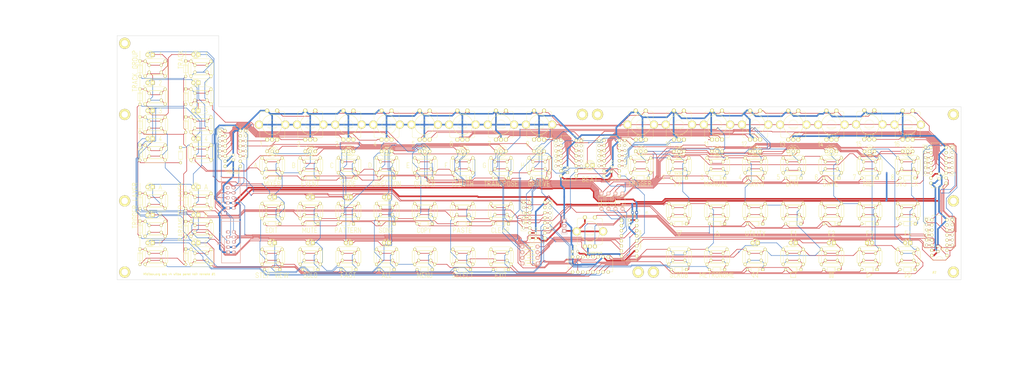
<source format=kicad_pcb>
(kicad_pcb (version 4) (host pcbnew 4.0.2-stable)
  (layers (0 F.Cu signal) (31 B.Cu signal hide) (34 B.Paste user hide) (35 F.Paste user hide) (36 B.SilkS user hide) (37 F.SilkS user hide) (38 B.Mask user hide) (39 F.Mask user hide) (44 Edge.Cuts user hide))
  (net 0 "")
  (net 1 "Net-(D101-Pad1)")
  (net 2 "Net-(D102-Pad1)")
  (net 3 /I0)
  (net 4 /I1)
  (net 5 /I2)
  (net 6 /I3)
  (net 7 /I4)
  (net 8 /I5)
  (net 9 /I6)
  (net 10 /I7)
  (net 11 GND)
  (net 12 /O6)
  (net 13 /O7)
  (net 14 /O1)
  (net 15 /O3)
  (net 16 /O5)
  (net 17 /O0)
  (net 18 /O2)
  (net 19 /O4)
  (net 20 +5V)
  (net 21 /O13)
  (net 22 /O14)
  (net 23 /O15)
  (net 24 /O16)
  (net 25 /O17)
  (net 26 /O10)
  (net 27 /I14)
  (net 28 /I15)
  (net 29 /I16)
  (net 30 /I17)
  (net 31 /I10)
  (net 32 /I11)
  (net 33 /I12)
  (net 34 /I13)
  (net 35 "Net-(D8-Pad1)")
  (net 36 "Net-(D9-Pad1)")
  (net 37 "Net-(D10-Pad1)")
  (net 38 "Net-(D11-Pad1)")
  (net 39 "Net-(D12-Pad1)")
  (net 40 "Net-(D13-Pad1)")
  (net 41 "Net-(D14-Pad1)")
  (net 42 "Net-(D22-Pad1)")
  (net 43 "Net-(D23-Pad1)")
  (net 44 "Net-(D24-Pad1)")
  (net 45 "Net-(D25-Pad1)")
  (net 46 "Net-(D26-Pad1)")
  (net 47 "Net-(D27-Pad1)")
  (net 48 "Net-(D28-Pad1)")
  (net 49 "Net-(D32-Pad1)")
  (net 50 "Net-(D33-Pad1)")
  (net 51 "Net-(D34-Pad1)")
  (net 52 "Net-(D38-Pad1)")
  (net 53 "Net-(D39-Pad1)")
  (net 54 "Net-(D40-Pad1)")
  (net 55 "Net-(D44-Pad1)")
  (net 56 "Net-(D45-Pad1)")
  (net 57 "Net-(D46-Pad1)")
  (net 58 "Net-(D50-Pad1)")
  (net 59 "Net-(D51-Pad1)")
  (net 60 "Net-(D52-Pad1)")
  (net 61 "Net-(D54-Pad1)")
  (net 62 "Net-(D55-Pad1)")
  (net 63 "Net-(D56-Pad1)")
  (net 64 "Net-(D58-Pad1)")
  (net 65 "Net-(D59-Pad1)")
  (net 66 "Net-(D60-Pad1)")
  (net 67 "Net-(D62-Pad1)")
  (net 68 "Net-(D63-Pad1)")
  (net 69 "Net-(D64-Pad1)")
  (net 70 "Net-(D66-Pad1)")
  (net 71 "Net-(D69-Pad1)")
  (net 72 "Net-(D71-Pad1)")
  (net 73 "Net-(D72-Pad1)")
  (net 74 "Net-(D73-Pad1)")
  (net 75 "Net-(D75-Pad1)")
  (net 76 "Net-(D76-Pad1)")
  (net 77 "Net-(D77-Pad1)")
  (net 78 "Net-(D80-Pad1)")
  (net 79 "Net-(D81-Pad1)")
  (net 80 "Net-(D82-Pad1)")
  (net 81 "Net-(D85-Pad1)")
  (net 82 "Net-(D86-Pad1)")
  (net 83 "Net-(D87-Pad1)")
  (net 84 "Net-(D90-Pad1)")
  (net 85 "Net-(D91-Pad1)")
  (net 86 "Net-(D92-Pad1)")
  (net 87 "Net-(D95-Pad1)")
  (net 88 "Net-(D96-Pad1)")
  (net 89 "Net-(D97-Pad1)")
  (net 90 "Net-(D100-Pad1)")
  (net 91 "Net-(U1-Pad9)")
  (net 92 /I26)
  (net 93 /I27)
  (net 94 /I24)
  (net 95 /I25)
  (net 96 /I22)
  (net 97 /I23)
  (net 98 /I20)
  (net 99 /I21)
  (net 100 /I56)
  (net 101 /I54)
  (net 102 /I55)
  (net 103 /I36)
  (net 104 /I37)
  (net 105 /I34)
  (net 106 /I35)
  (net 107 /I32)
  (net 108 /I33)
  (net 109 /I30)
  (net 110 /I31)
  (net 111 /I46)
  (net 112 /I47)
  (net 113 /I44)
  (net 114 /I45)
  (net 115 /I42)
  (net 116 /I43)
  (net 117 /I40)
  (net 118 /I41)
  (net 119 /I53)
  (net 120 /I52)
  (net 121 /I51)
  (net 122 /I50)
  (net 123 /011)
  (net 124 /012)
  (net 125 /02)
  (net 126 /I57)
  (net 127 "Net-(R1-Pad1)")
  (net 128 "Net-(R2-Pad1)")
  (net 129 "Net-(R3-Pad1)")
  (net 130 "Net-(R4-Pad1)")
  (net 131 "Net-(R6-Pad1)")
  (net 132 "Net-(R7-Pad1)")
  (net 133 "Net-(RR3-Pad2)")
  (net 134 "Net-(RR5-Pad2)")
  (net 135 "Net-(RR6-Pad2)")
  (net 136 "Net-(RR8-Pad2)")
  (net 137 "Net-(RR10-Pad2)")
  (net 138 "Net-(RR12-Pad2)")
  (net 139 "Net-(U1-Pad1)")
  (net 140 "Net-(U1-Pad2)")
  (net 141 "Net-(U7-Pad14)")
  (net 142 "Net-(U8-Pad9)")
  (net 143 "Net-(J3-Pad2)")
  (net 144 "Net-(U7-Pad9)")
  (net 145 "Net-(R5-Pad1)")
  (net 146 "Net-(R8-Pad2)")
  (module "empreinte ksir:multibp_ks" (layer F.Cu) (at 378.46 186.69)
    (fp_text reference SW52)
    (fp_text value SW_pause)
    (pad 1 thru_hole circle (at 5 -3.746) (size 1.524 1.524) (drill 0.762) (layers *.Cu *.Mask F.SilkS) (net 12 /O6))
    (pad 2 thru_hole circle (at 5 3.746) (size 1.524 1.524) (drill 0.762) (layers *.Cu *.Mask F.SilkS) (net 86 "Net-(D92-Pad1)"))
    (pad 2 thru_hole circle (at -5 3.746) (size 1.524 1.524) (drill 0.762) (layers *.Cu *.Mask F.SilkS) (net 86 "Net-(D92-Pad1)"))
    (pad 2 thru_hole circle (at -3 1.746) (size 1.524 1.524) (drill 0.762) (layers *.Cu *.Mask F.SilkS) (net 86 "Net-(D92-Pad1)"))
    (pad 2 thru_hole circle (at 3 1.746) (size 1.524 1.524) (drill 0.762) (layers *.Cu *.Mask F.SilkS) (net 86 "Net-(D92-Pad1)"))
    (pad 1 thru_hole circle (at 3 -1.746) (size 1.524 1.524) (drill 0.762) (layers *.Cu *.Mask F.SilkS) (net 12 /O6))
    (pad 1 thru_hole circle (at -3 -1.746) (size 1.524 1.524) (drill 0.762) (layers *.Cu *.Mask F.SilkS) (net 12 /O6))
    (pad 1 thru_hole circle (at -5 -3.746) (size 1.524 1.524) (drill 0.762) (layers *.Cu *.Mask F.SilkS) (net 12 /O6))
  )
  (module PEC11-Switch_ba (layer F.Cu) (at 194.31 120.65)
    (fp_text reference ec5 (at 0.11938 5.4737) (layer F.SilkS) (effects (font (size 1.27 1.27) (thickness 0.0889))))
    (fp_text value SW_Enc (at 0 -5.4864) (layer F.SilkS) (effects (font (size 0.8128 0.8128) (thickness 0.0889))))
    (pad P$1 thru_hole circle (at -2.49936 -7.00024) (size 1.99898 1.99898) (drill 1.00076) (layers *.Cu F.Paste F.SilkS F.Mask) (net 11 GND))
    (pad P$2 thru_hole circle (at 2.49936 -7.00024) (size 1.99898 1.99898) (drill 0.99822) (layers *.Cu F.Paste F.SilkS F.Mask) (net 126 /I57))
    (pad P$B thru_hole circle (at -2.49936 7.50062) (size 1.99898 1.99898) (drill 1.00076) (layers *.Cu F.Paste F.SilkS F.Mask) (net 93 /I27))
    (pad P$A thru_hole circle (at 2.49936 7.50062) (size 1.99898 1.99898) (drill 1.00076) (layers *.Cu F.Paste F.SilkS F.Mask) (net 92 /I26))
    (pad P$C thru_hole circle (at 0 7.50062) (size 1.99898 1.99898) (drill 1.00076) (layers *.Cu F.Paste F.SilkS F.Mask) (net 11 GND))
    (pad P$GN thru_hole circle (at -6.59892 0) (size 4.09956 4.09956) (drill 2.60096) (layers *.Cu F.Paste F.SilkS F.Mask) (net 11 GND))
    (pad P$GN thru_hole circle (at 6.59892 0) (size 4.09956 4.09956) (drill 2.60096) (layers *.Cu F.Paste F.SilkS F.Mask) (net 11 GND))
  )
  (module PEC11-Switch_ba (layer F.Cu) (at 118.11 120.65)
    (fp_text reference ec1)
    (fp_text value SW_Enc)
    (pad P$1 thru_hole circle (at -2.49936 -7.00024) (size 1.99898 1.99898) (drill 1.00076) (layers *.Cu F.Paste F.SilkS F.Mask) (net 11 GND))
    (pad P$2 thru_hole circle (at 2.49936 -7.00024) (size 1.99898 1.99898) (drill 0.99822) (layers *.Cu F.Paste F.SilkS F.Mask) (net 126 /I57))
    (pad P$B thru_hole circle (at -2.49936 7.50062) (size 1.99898 1.99898) (drill 1.00076) (layers *.Cu F.Paste F.SilkS F.Mask) (net 10 /I7))
    (pad P$A thru_hole circle (at 2.49936 7.50062) (size 1.99898 1.99898) (drill 1.00076) (layers *.Cu F.Paste F.SilkS F.Mask) (net 9 /I6))
    (pad P$C thru_hole circle (at 0 7.50062) (size 1.99898 1.99898) (drill 1.00076) (layers *.Cu F.Paste F.SilkS F.Mask) (net 11 GND))
    (pad P$GN thru_hole circle (at -6.59892 0) (size 4.09956 4.09956) (drill 2.60096) (layers *.Cu F.Paste F.SilkS F.Mask) (net 11 GND))
    (pad P$GN thru_hole circle (at 6.59892 0) (size 4.09956 4.09956) (drill 2.60096) (layers *.Cu F.Paste F.SilkS F.Mask) (net 11 GND))
  )
  (module DIP-16_W7.62mm (layer F.Cu) (at 102.235 141.478 180)
    (fp_text reference U1)
    (fp_text value 74HC165 (at 3.556 -3.175 180) (layer F.SilkS))
    (pad 1 thru_hole oval (at 0 0 180) (size 1.6 1.6) (drill 0.8) (layers *.Cu *.Mask F.SilkS) (net 139 "Net-(U1-Pad1)"))
    (pad 2 thru_hole oval (at 0 2.54 180) (size 1.6 1.6) (drill 0.8) (layers *.Cu *.Mask F.SilkS) (net 140 "Net-(U1-Pad2)"))
    (pad 3 thru_hole oval (at 0 5.08 180) (size 1.6 1.6) (drill 0.8) (layers *.Cu *.Mask F.SilkS) (net 7 /I4))
    (pad 4 thru_hole oval (at 0 7.62 180) (size 1.6 1.6) (drill 0.8) (layers *.Cu *.Mask F.SilkS) (net 8 /I5))
    (pad 5 thru_hole oval (at 0 10.16 180) (size 1.6 1.6) (drill 0.8) (layers *.Cu *.Mask F.SilkS) (net 9 /I6))
    (pad 6 thru_hole oval (at 0 12.7 180) (size 1.6 1.6) (drill 0.8) (layers *.Cu *.Mask F.SilkS) (net 10 /I7))
    (pad 7 thru_hole oval (at 0 15.24 180) (size 1.6 1.6) (drill 0.8) (layers *.Cu *.Mask F.SilkS))
    (pad 8 thru_hole oval (at 0 17.78 180) (size 1.6 1.6) (drill 0.8) (layers *.Cu *.Mask F.SilkS) (net 11 GND))
    (pad 9 thru_hole oval (at 7.62 17.78 180) (size 1.6 1.6) (drill 0.8) (layers *.Cu *.Mask F.SilkS) (net 91 "Net-(U1-Pad9)"))
    (pad 10 thru_hole oval (at 7.62 15.24 180) (size 1.6 1.6) (drill 0.8) (layers *.Cu *.Mask F.SilkS) (net 133 "Net-(RR3-Pad2)"))
    (pad 11 thru_hole oval (at 7.62 12.7 180) (size 1.6 1.6) (drill 0.8) (layers *.Cu *.Mask F.SilkS) (net 3 /I0))
    (pad 12 thru_hole oval (at 7.62 10.16 180) (size 1.6 1.6) (drill 0.8) (layers *.Cu *.Mask F.SilkS) (net 4 /I1))
    (pad 13 thru_hole oval (at 7.62 7.62 180) (size 1.6 1.6) (drill 0.8) (layers *.Cu *.Mask F.SilkS) (net 5 /I2))
    (pad 14 thru_hole oval (at 7.62 5.08 180) (size 1.6 1.6) (drill 0.8) (layers *.Cu *.Mask F.SilkS) (net 6 /I3))
    (pad 15 thru_hole oval (at 7.62 2.54 180) (size 1.6 1.6) (drill 0.8) (layers *.Cu *.Mask F.SilkS) (net 11 GND))
    (pad 16 thru_hole oval (at 7.62 0 180) (size 1.6 1.6) (drill 0.8) (layers *.Cu *.Mask F.SilkS) (net 20 +5V))
  )
  (module LEDs:LED-5MM-3 (layer F.Cu) (at 120.65 133.985 180)
    (fp_text reference D29)
    (fp_text value Led_gp1)
    (pad 1 thru_hole circle (at 0 0) (size 1.6764 1.6764) (drill 0.8128) (layers *.Cu *.Mask F.SilkS) (net 123 /011))
    (pad 2 thru_hole circle (at 2.54 0) (size 1.6764 1.6764) (drill 0.8128) (layers *.Cu *.Mask F.SilkS) (net 15 /O3))
    (pad 3 thru_hole circle (at 5.08 0) (size 1.6764 1.6764) (drill 0.8128) (layers *.Cu *.Mask F.SilkS) (net 26 /O10))
  )
  (module LEDs:LED-5MM-3 (layer F.Cu) (at 139.7 133.985 180)
    (fp_text reference D35)
    (fp_text value Led_gp2)
    (pad 1 thru_hole circle (at 0 0) (size 1.6764 1.6764) (drill 0.8128) (layers *.Cu *.Mask F.SilkS) (net 21 /O13))
    (pad 2 thru_hole circle (at 2.54 0) (size 1.6764 1.6764) (drill 0.8128) (layers *.Cu *.Mask F.SilkS) (net 15 /O3))
    (pad 3 thru_hole circle (at 5.08 0) (size 1.6764 1.6764) (drill 0.8128) (layers *.Cu *.Mask F.SilkS) (net 124 /012))
  )
  (module LEDs:LED-5MM-3 (layer F.Cu) (at 158.75 133.985 180)
    (fp_text reference D41)
    (fp_text value Led_gp3)
    (pad 1 thru_hole circle (at 0 0) (size 1.6764 1.6764) (drill 0.8128) (layers *.Cu *.Mask F.SilkS) (net 23 /O15))
    (pad 2 thru_hole circle (at 2.54 0) (size 1.6764 1.6764) (drill 0.8128) (layers *.Cu *.Mask F.SilkS) (net 18 /O2))
    (pad 3 thru_hole circle (at 5.08 0) (size 1.6764 1.6764) (drill 0.8128) (layers *.Cu *.Mask F.SilkS) (net 22 /O14))
  )
  (module LEDs:LED-5MM-3 (layer F.Cu) (at 177.8 133.985 180)
    (fp_text reference D47)
    (fp_text value Led_gp4)
    (pad 1 thru_hole circle (at 0 0) (size 1.6764 1.6764) (drill 0.8128) (layers *.Cu *.Mask F.SilkS) (net 25 /O17))
    (pad 2 thru_hole circle (at 2.54 0) (size 1.6764 1.6764) (drill 0.8128) (layers *.Cu *.Mask F.SilkS) (net 18 /O2))
    (pad 3 thru_hole circle (at 5.08 0) (size 1.6764 1.6764) (drill 0.8128) (layers *.Cu *.Mask F.SilkS) (net 24 /O16))
  )
  (module LEDs:LED-5MM-3 (layer F.Cu) (at 196.85 133.985 180)
    (fp_text reference D53)
    (fp_text value Led_gp5)
    (pad 1 thru_hole circle (at 0 0) (size 1.6764 1.6764) (drill 0.8128) (layers *.Cu *.Mask F.SilkS) (net 123 /011))
    (pad 2 thru_hole circle (at 2.54 0) (size 1.6764 1.6764) (drill 0.8128) (layers *.Cu *.Mask F.SilkS) (net 14 /O1))
    (pad 3 thru_hole circle (at 5.08 0) (size 1.6764 1.6764) (drill 0.8128) (layers *.Cu *.Mask F.SilkS) (net 26 /O10))
  )
  (module LEDs:LED-5MM-3 (layer F.Cu) (at 215.9 133.985 180)
    (fp_text reference D57)
    (fp_text value Led_gp6)
    (pad 1 thru_hole circle (at 0 0) (size 1.6764 1.6764) (drill 0.8128) (layers *.Cu *.Mask F.SilkS) (net 21 /O13))
    (pad 2 thru_hole circle (at 2.54 0) (size 1.6764 1.6764) (drill 0.8128) (layers *.Cu *.Mask F.SilkS) (net 14 /O1))
    (pad 3 thru_hole circle (at 5.08 0) (size 1.6764 1.6764) (drill 0.8128) (layers *.Cu *.Mask F.SilkS) (net 124 /012))
  )
  (module LEDs:LED-5MM-3 (layer F.Cu) (at 234.95 133.985 180)
    (fp_text reference D61)
    (fp_text value Led_gp7)
    (pad 1 thru_hole circle (at 0 0) (size 1.6764 1.6764) (drill 0.8128) (layers *.Cu *.Mask F.SilkS) (net 23 /O15))
    (pad 2 thru_hole circle (at 2.54 0) (size 1.6764 1.6764) (drill 0.8128) (layers *.Cu *.Mask F.SilkS) (net 17 /O0))
    (pad 3 thru_hole circle (at 5.08 0) (size 1.6764 1.6764) (drill 0.8128) (layers *.Cu *.Mask F.SilkS) (net 22 /O14))
  )
  (module LEDs:LED-5MM-3 (layer F.Cu) (at 254 133.985 180)
    (fp_text reference D65)
    (fp_text value Led_gp8)
    (pad 1 thru_hole circle (at 0 0) (size 1.6764 1.6764) (drill 0.8128) (layers *.Cu *.Mask F.SilkS) (net 25 /O17))
    (pad 2 thru_hole circle (at 2.54 0) (size 1.6764 1.6764) (drill 0.8128) (layers *.Cu *.Mask F.SilkS) (net 17 /O0))
    (pad 3 thru_hole circle (at 5.08 0) (size 1.6764 1.6764) (drill 0.8128) (layers *.Cu *.Mask F.SilkS) (net 24 /O16))
  )
  (module LEDs:LED-5MM-3 (layer F.Cu) (at 304.8 133.985 180)
    (fp_text reference D68)
    (fp_text value Led_gp9)
    (pad 1 thru_hole circle (at 0 0) (size 1.6764 1.6764) (drill 0.8128) (layers *.Cu *.Mask F.SilkS) (net 123 /011))
    (pad 2 thru_hole circle (at 2.54 0) (size 1.6764 1.6764) (drill 0.8128) (layers *.Cu *.Mask F.SilkS) (net 19 /O4))
    (pad 3 thru_hole circle (at 5.08 0) (size 1.6764 1.6764) (drill 0.8128) (layers *.Cu *.Mask F.SilkS) (net 26 /O10))
  )
  (module LEDs:LED-5MM-3 (layer F.Cu) (at 323.85 133.985 180)
    (fp_text reference D70 (at 2.54508 -3.91668 180) (layer F.SilkS))
    (fp_text value Led_gp10)
    (pad 1 thru_hole circle (at 0 0) (size 1.6764 1.6764) (drill 0.8128) (layers *.Cu *.Mask F.SilkS) (net 21 /O13))
    (pad 2 thru_hole circle (at 2.54 0) (size 1.6764 1.6764) (drill 0.8128) (layers *.Cu *.Mask F.SilkS) (net 19 /O4))
    (pad 3 thru_hole circle (at 5.08 0) (size 1.6764 1.6764) (drill 0.8128) (layers *.Cu *.Mask F.SilkS) (net 124 /012))
  )
  (module LEDs:LED-5MM-3 (layer F.Cu) (at 342.9 133.985 180)
    (fp_text reference D74)
    (fp_text value Led_gp11)
    (pad 1 thru_hole circle (at 0 0) (size 1.6764 1.6764) (drill 0.8128) (layers *.Cu *.Mask F.SilkS) (net 23 /O15))
    (pad 2 thru_hole circle (at 2.54 0) (size 1.6764 1.6764) (drill 0.8128) (layers *.Cu *.Mask F.SilkS) (net 16 /O5))
    (pad 3 thru_hole circle (at 5.08 0) (size 1.6764 1.6764) (drill 0.8128) (layers *.Cu *.Mask F.SilkS) (net 22 /O14))
  )
  (module LEDs:LED-5MM-3 (layer F.Cu) (at 361.95 133.985 180)
    (fp_text reference D78)
    (fp_text value Led_gp12)
    (pad 1 thru_hole circle (at 0 0) (size 1.6764 1.6764) (drill 0.8128) (layers *.Cu *.Mask F.SilkS) (net 25 /O17))
    (pad 2 thru_hole circle (at 2.54 0) (size 1.6764 1.6764) (drill 0.8128) (layers *.Cu *.Mask F.SilkS) (net 16 /O5))
    (pad 3 thru_hole circle (at 5.08 0) (size 1.6764 1.6764) (drill 0.8128) (layers *.Cu *.Mask F.SilkS) (net 24 /O16))
  )
  (module LEDs:LED-5MM-3 (layer F.Cu) (at 375.92 133.985)
    (fp_text reference D83)
    (fp_text value Led_gp13)
    (pad 1 thru_hole circle (at 0 0 180) (size 1.6764 1.6764) (drill 0.8128) (layers *.Cu *.Mask F.SilkS) (net 123 /011))
    (pad 2 thru_hole circle (at 2.54 0 180) (size 1.6764 1.6764) (drill 0.8128) (layers *.Cu *.Mask F.SilkS) (net 12 /O6))
    (pad 3 thru_hole circle (at 5.08 0 180) (size 1.6764 1.6764) (drill 0.8128) (layers *.Cu *.Mask F.SilkS) (net 26 /O10))
  )
  (module LEDs:LED-5MM-3 (layer F.Cu) (at 394.97 133.985)
    (fp_text reference D88)
    (fp_text value Led_gp14)
    (pad 1 thru_hole circle (at 0 0 180) (size 1.6764 1.6764) (drill 0.8128) (layers *.Cu *.Mask F.SilkS) (net 21 /O13))
    (pad 2 thru_hole circle (at 2.54 0 180) (size 1.6764 1.6764) (drill 0.8128) (layers *.Cu *.Mask F.SilkS) (net 12 /O6))
    (pad 3 thru_hole circle (at 5.08 0 180) (size 1.6764 1.6764) (drill 0.8128) (layers *.Cu *.Mask F.SilkS) (net 124 /012))
  )
  (module LEDs:LED-5MM-3 (layer F.Cu) (at 419.1 133.985 180)
    (fp_text reference D93)
    (fp_text value Led_gp15)
    (pad 1 thru_hole circle (at 0 0) (size 1.6764 1.6764) (drill 0.8128) (layers *.Cu *.Mask F.SilkS) (net 23 /O15))
    (pad 2 thru_hole circle (at 2.54 0) (size 1.6764 1.6764) (drill 0.8128) (layers *.Cu *.Mask F.SilkS) (net 13 /O7))
    (pad 3 thru_hole circle (at 5.08 0) (size 1.6764 1.6764) (drill 0.8128) (layers *.Cu *.Mask F.SilkS) (net 22 /O14))
  )
  (module LEDs:LED-5MM-3 (layer F.Cu) (at 438.15 133.985 180)
    (fp_text reference D99)
    (fp_text value Led_gp16)
    (pad 1 thru_hole circle (at 0 0) (size 1.6764 1.6764) (drill 0.8128) (layers *.Cu *.Mask F.SilkS) (net 25 /O17))
    (pad 2 thru_hole circle (at 2.54 0) (size 1.6764 1.6764) (drill 0.8128) (layers *.Cu *.Mask F.SilkS) (net 13 /O7))
    (pad 3 thru_hole circle (at 5.08 0) (size 1.6764 1.6764) (drill 0.8128) (layers *.Cu *.Mask F.SilkS) (net 24 /O16))
  )
  (module Resistors_ThroughHole:Resistor_Horizontal_RM7mm (layer F.Cu) (at 243.078 181.61)
    (fp_text reference R8)
    (fp_text value 220ohm (at 4 0) (layer F.SilkS) (effects (font (size 0.5 0.5) (thickness 0.125))))
    (pad 1 thru_hole circle (at 0 0) (size 1.99898 1.99898) (drill 1.00076) (layers *.Cu *.SilkS *.Mask) (net 26 /O10))
    (pad 2 thru_hole circle (at 7.62 0) (size 1.99898 1.99898) (drill 1.00076) (layers *.Cu *.SilkS *.Mask) (net 146 "Net-(R8-Pad2)"))
  )
  (module Resistors_ThroughHole:Resistor_Horizontal_RM7mm (layer F.Cu) (at 282.62816 162.67194 90)
    (fp_text reference R1)
    (fp_text value 470ohm (at 3.15994 -0.05316 90) (layer F.SilkS) (effects (font (size 0.5 0.5) (thickness 0.125))))
    (pad 1 thru_hole circle (at 0 0 90) (size 1.99898 1.99898) (drill 1.00076) (layers *.Cu *.SilkS *.Mask) (net 127 "Net-(R1-Pad1)"))
    (pad 2 thru_hole circle (at 7.62 0 90) (size 1.99898 1.99898) (drill 1.00076) (layers *.Cu *.SilkS *.Mask) (net 123 /011))
  )
  (module Resistors_ThroughHole:Resistor_Horizontal_RM7mm (layer F.Cu) (at 286.12816 162.67194 90)
    (fp_text reference R2)
    (fp_text value 1k (at 3.15994 0 90) (layer F.SilkS) (effects (font (size 0.5 0.5) (thickness 0.125))))
    (pad 1 thru_hole circle (at 0 0 90) (size 1.99898 1.99898) (drill 1.00076) (layers *.Cu *.SilkS *.Mask) (net 128 "Net-(R2-Pad1)"))
    (pad 2 thru_hole circle (at 7.62 0 90) (size 1.99898 1.99898) (drill 1.00076) (layers *.Cu *.SilkS *.Mask) (net 124 /012))
  )
  (module Resistors_ThroughHole:Resistor_Horizontal_RM7mm (layer F.Cu) (at 289.62816 162.67194 90)
    (fp_text reference R3)
    (fp_text value 470ohm (at 3.28694 -0.06816 90) (layer F.SilkS) (effects (font (size 0.5 0.5) (thickness 0.125))))
    (pad 1 thru_hole circle (at 0 0 90) (size 1.99898 1.99898) (drill 1.00076) (layers *.Cu *.SilkS *.Mask) (net 129 "Net-(R3-Pad1)"))
    (pad 2 thru_hole circle (at 7.62 0 90) (size 1.99898 1.99898) (drill 1.00076) (layers *.Cu *.SilkS *.Mask) (net 21 /O13))
  )
  (module Resistors_ThroughHole:Resistor_Horizontal_RM7mm (layer F.Cu) (at 293.12816 162.67194 90)
    (fp_text reference R4)
    (fp_text value 1k (at 2.52494 0.11484 90) (layer F.SilkS) (effects (font (size 0.5 0.5) (thickness 0.125))))
    (pad 1 thru_hole circle (at 0 0 90) (size 1.99898 1.99898) (drill 1.00076) (layers *.Cu *.SilkS *.Mask) (net 130 "Net-(R4-Pad1)"))
    (pad 2 thru_hole circle (at 7.62 0 90) (size 1.99898 1.99898) (drill 1.00076) (layers *.Cu *.SilkS *.Mask) (net 22 /O14))
  )
  (module Resistors_ThroughHole:Resistor_Horizontal_RM7mm (layer F.Cu) (at 250.698 184.404 180)
    (fp_text reference R5)
    (fp_text value 220ohm (at 3.62 0 180) (layer F.SilkS) (effects (font (size 0.508 0.508) (thickness 0.127))))
    (pad 1 thru_hole circle (at 0 0 180) (size 1.99898 1.99898) (drill 1.00076) (layers *.Cu *.SilkS *.Mask) (net 145 "Net-(R5-Pad1)"))
    (pad 2 thru_hole circle (at 7.62 0 180) (size 1.99898 1.99898) (drill 1.00076) (layers *.Cu *.SilkS *.Mask) (net 23 /O15))
  )
  (module Resistors_ThroughHole:Resistor_Horizontal_RM7mm (layer F.Cu) (at 250.698 187.198 180)
    (fp_text reference R6)
    (fp_text value 220ohm (at 3.683 0 180) (layer F.SilkS) (effects (font (size 0.5 0.5) (thickness 0.125))))
    (pad 1 thru_hole circle (at 0 0 180) (size 1.99898 1.99898) (drill 1.00076) (layers *.Cu *.SilkS *.Mask) (net 131 "Net-(R6-Pad1)"))
    (pad 2 thru_hole circle (at 7.62 0 180) (size 1.99898 1.99898) (drill 1.00076) (layers *.Cu *.SilkS *.Mask) (net 24 /O16))
  )
  (module Resistors_ThroughHole:Resistor_Horizontal_RM7mm (layer F.Cu) (at 250.825 189.992 180)
    (fp_text reference R7)
    (fp_text value 220ohm (at 4.12 0 180) (layer F.SilkS) (effects (font (size 0.508 0.508) (thickness 0.127))))
    (pad 1 thru_hole circle (at 0 0 180) (size 1.99898 1.99898) (drill 1.00076) (layers *.Cu *.SilkS *.Mask) (net 132 "Net-(R7-Pad1)"))
    (pad 2 thru_hole circle (at 7.62 0 180) (size 1.99898 1.99898) (drill 1.00076) (layers *.Cu *.SilkS *.Mask) (net 25 /O17))
  )
  (module Discret:DO-35 (layer F.Cu) (at 52.07 92.71 90)
    (fp_text reference D8)
    (fp_text value D)
    (pad 1 thru_hole rect (at 3.81 0 90) (size 1.4224 1.4224) (drill 0.6096) (layers *.Cu *.Mask F.SilkS) (net 35 "Net-(D8-Pad1)"))
    (pad 2 thru_hole circle (at -3.81 0 90) (size 1.4224 1.4224) (drill 0.6096) (layers *.Cu *.Mask F.SilkS) (net 29 /I16))
  )
  (module Discret:DO-35 (layer F.Cu) (at 52.07 106.68 90)
    (fp_text reference D9)
    (fp_text value D)
    (pad 1 thru_hole rect (at 3.81 0 90) (size 1.4224 1.4224) (drill 0.6096) (layers *.Cu *.Mask F.SilkS) (net 36 "Net-(D9-Pad1)"))
    (pad 2 thru_hole circle (at -3.81 0 90) (size 1.4224 1.4224) (drill 0.6096) (layers *.Cu *.Mask F.SilkS) (net 30 /I17))
  )
  (module Discret:DO-35 (layer F.Cu) (at 52.07 120.65 90)
    (fp_text reference D10)
    (fp_text value D)
    (pad 1 thru_hole rect (at 3.81 0 90) (size 1.4224 1.4224) (drill 0.6096) (layers *.Cu *.Mask F.SilkS) (net 37 "Net-(D10-Pad1)"))
    (pad 2 thru_hole circle (at -3.81 0 90) (size 1.4224 1.4224) (drill 0.6096) (layers *.Cu *.Mask F.SilkS) (net 29 /I16))
  )
  (module Discret:DO-35 (layer F.Cu) (at 52.07 134.62 90)
    (fp_text reference D11)
    (fp_text value D)
    (pad 1 thru_hole rect (at 3.81 0 90) (size 1.4224 1.4224) (drill 0.6096) (layers *.Cu *.Mask F.SilkS) (net 38 "Net-(D11-Pad1)"))
    (pad 2 thru_hole circle (at -3.81 0 90) (size 1.4224 1.4224) (drill 0.6096) (layers *.Cu *.Mask F.SilkS) (net 30 /I17))
  )
  (module Discret:DO-35 (layer F.Cu) (at 52.07 158.75 90)
    (fp_text reference D12)
    (fp_text value D)
    (pad 1 thru_hole rect (at 3.81 0 90) (size 1.4224 1.4224) (drill 0.6096) (layers *.Cu *.Mask F.SilkS) (net 39 "Net-(D12-Pad1)"))
    (pad 2 thru_hole circle (at -3.81 0 90) (size 1.4224 1.4224) (drill 0.6096) (layers *.Cu *.Mask F.SilkS) (net 29 /I16))
  )
  (module Discret:DO-35 (layer F.Cu) (at 52.07 172.72 90)
    (fp_text reference D13)
    (fp_text value D)
    (pad 1 thru_hole rect (at 3.81 0 90) (size 1.4224 1.4224) (drill 0.6096) (layers *.Cu *.Mask F.SilkS) (net 40 "Net-(D13-Pad1)"))
    (pad 2 thru_hole circle (at -3.81 0 90) (size 1.4224 1.4224) (drill 0.6096) (layers *.Cu *.Mask F.SilkS) (net 30 /I17))
  )
  (module Discret:DO-35 (layer F.Cu) (at 52.07 186.69 90)
    (fp_text reference D14)
    (fp_text value D)
    (pad 1 thru_hole rect (at 3.81 0 90) (size 1.4224 1.4224) (drill 0.6096) (layers *.Cu *.Mask F.SilkS) (net 41 "Net-(D14-Pad1)"))
    (pad 2 thru_hole circle (at -3.81 0 90) (size 1.4224 1.4224) (drill 0.6096) (layers *.Cu *.Mask F.SilkS) (net 29 /I16))
  )
  (module Discret:DO-35 (layer F.Cu) (at 74.93 92.71 90)
    (fp_text reference D22)
    (fp_text value D)
    (pad 1 thru_hole rect (at 3.81 0 90) (size 1.4224 1.4224) (drill 0.6096) (layers *.Cu *.Mask F.SilkS) (net 42 "Net-(D22-Pad1)"))
    (pad 2 thru_hole circle (at -3.81 0 90) (size 1.4224 1.4224) (drill 0.6096) (layers *.Cu *.Mask F.SilkS) (net 29 /I16))
  )
  (module Discret:DO-35 (layer F.Cu) (at 74.93 106.68 90)
    (fp_text reference D23)
    (fp_text value D)
    (pad 1 thru_hole rect (at 3.81 0 90) (size 1.4224 1.4224) (drill 0.6096) (layers *.Cu *.Mask F.SilkS) (net 43 "Net-(D23-Pad1)"))
    (pad 2 thru_hole circle (at -3.81 0 90) (size 1.4224 1.4224) (drill 0.6096) (layers *.Cu *.Mask F.SilkS) (net 30 /I17))
  )
  (module Discret:DO-35 (layer F.Cu) (at 74.93 120.65 90)
    (fp_text reference D24)
    (fp_text value D)
    (pad 1 thru_hole rect (at 3.81 0 90) (size 1.4224 1.4224) (drill 0.6096) (layers *.Cu *.Mask F.SilkS) (net 44 "Net-(D24-Pad1)"))
    (pad 2 thru_hole circle (at -3.81 0 90) (size 1.4224 1.4224) (drill 0.6096) (layers *.Cu *.Mask F.SilkS) (net 29 /I16))
  )
  (module Discret:DO-35 (layer F.Cu) (at 72.35916 135.86894 90)
    (fp_text reference D25)
    (fp_text value D)
    (pad 1 thru_hole rect (at 3.81 0 90) (size 1.4224 1.4224) (drill 0.6096) (layers *.Cu *.Mask F.SilkS) (net 45 "Net-(D25-Pad1)"))
    (pad 2 thru_hole circle (at -3.81 0 90) (size 1.4224 1.4224) (drill 0.6096) (layers *.Cu *.Mask F.SilkS) (net 30 /I17))
  )
  (module Discret:DO-35 (layer F.Cu) (at 74.93 158.75 90)
    (fp_text reference D26)
    (fp_text value D)
    (pad 1 thru_hole rect (at 3.81 0 90) (size 1.4224 1.4224) (drill 0.6096) (layers *.Cu *.Mask F.SilkS) (net 46 "Net-(D26-Pad1)"))
    (pad 2 thru_hole circle (at -3.81 0 90) (size 1.4224 1.4224) (drill 0.6096) (layers *.Cu *.Mask F.SilkS) (net 29 /I16))
  )
  (module Discret:DO-35 (layer F.Cu) (at 74.93 172.86894 90)
    (fp_text reference D27)
    (fp_text value D)
    (pad 1 thru_hole rect (at 3.81 0 90) (size 1.4224 1.4224) (drill 0.6096) (layers *.Cu *.Mask F.SilkS) (net 47 "Net-(D27-Pad1)"))
    (pad 2 thru_hole circle (at -3.81 0 90) (size 1.4224 1.4224) (drill 0.6096) (layers *.Cu *.Mask F.SilkS) (net 30 /I17))
  )
  (module Discret:DO-35 (layer F.Cu) (at 74.93 186.69 90)
    (fp_text reference D28)
    (fp_text value D)
    (pad 1 thru_hole rect (at 3.81 0 90) (size 1.4224 1.4224) (drill 0.6096) (layers *.Cu *.Mask F.SilkS) (net 48 "Net-(D28-Pad1)"))
    (pad 2 thru_hole circle (at -3.81 0 90) (size 1.4224 1.4224) (drill 0.6096) (layers *.Cu *.Mask F.SilkS) (net 29 /I16))
  )
  (module Discret:DO-35 (layer F.Cu) (at 118.14516 147.32)
    (fp_text reference D32)
    (fp_text value D)
    (pad 1 thru_hole rect (at 3.81 0) (size 1.4224 1.4224) (drill 0.6096) (layers *.Cu *.Mask F.SilkS) (net 49 "Net-(D32-Pad1)"))
    (pad 2 thru_hole circle (at -3.81 0) (size 1.4224 1.4224) (drill 0.6096) (layers *.Cu *.Mask F.SilkS) (net 31 /I10))
  )
  (module Discret:DO-35 (layer F.Cu) (at 118.11 170.18)
    (fp_text reference D33)
    (fp_text value D)
    (pad 1 thru_hole rect (at 3.81 0) (size 1.4224 1.4224) (drill 0.6096) (layers *.Cu *.Mask F.SilkS) (net 50 "Net-(D33-Pad1)"))
    (pad 2 thru_hole circle (at -3.81 0) (size 1.4224 1.4224) (drill 0.6096) (layers *.Cu *.Mask F.SilkS) (net 34 /I13))
  )
  (module Discret:DO-35 (layer F.Cu) (at 118.11 193.04)
    (fp_text reference D34)
    (fp_text value D)
    (pad 1 thru_hole rect (at 3.81 0) (size 1.4224 1.4224) (drill 0.6096) (layers *.Cu *.Mask F.SilkS) (net 51 "Net-(D34-Pad1)"))
    (pad 2 thru_hole circle (at -3.81 0) (size 1.4224 1.4224) (drill 0.6096) (layers *.Cu *.Mask F.SilkS) (net 28 /I15))
  )
  (module Discret:DO-35 (layer F.Cu) (at 137.16 147.32)
    (fp_text reference D38)
    (fp_text value D)
    (pad 1 thru_hole rect (at 3.81 0) (size 1.4224 1.4224) (drill 0.6096) (layers *.Cu *.Mask F.SilkS) (net 52 "Net-(D38-Pad1)"))
    (pad 2 thru_hole circle (at -3.81 0) (size 1.4224 1.4224) (drill 0.6096) (layers *.Cu *.Mask F.SilkS) (net 32 /I11))
  )
  (module Discret:DO-35 (layer F.Cu) (at 137.16 170.18)
    (fp_text reference D39)
    (fp_text value D)
    (pad 1 thru_hole rect (at 3.81 0) (size 1.4224 1.4224) (drill 0.6096) (layers *.Cu *.Mask F.SilkS) (net 53 "Net-(D39-Pad1)"))
    (pad 2 thru_hole circle (at -3.81 0) (size 1.4224 1.4224) (drill 0.6096) (layers *.Cu *.Mask F.SilkS) (net 33 /I12))
  )
  (module Discret:DO-35 (layer F.Cu) (at 137.16 193.04)
    (fp_text reference D40)
    (fp_text value D)
    (pad 1 thru_hole rect (at 3.81 0) (size 1.4224 1.4224) (drill 0.6096) (layers *.Cu *.Mask F.SilkS) (net 54 "Net-(D40-Pad1)"))
    (pad 2 thru_hole circle (at -3.81 0) (size 1.4224 1.4224) (drill 0.6096) (layers *.Cu *.Mask F.SilkS) (net 27 /I14))
  )
  (module Discret:DO-35 (layer F.Cu) (at 156.21 147.32)
    (fp_text reference D44)
    (fp_text value D)
    (pad 1 thru_hole rect (at 3.81 0) (size 1.4224 1.4224) (drill 0.6096) (layers *.Cu *.Mask F.SilkS) (net 55 "Net-(D44-Pad1)"))
    (pad 2 thru_hole circle (at -3.81 0) (size 1.4224 1.4224) (drill 0.6096) (layers *.Cu *.Mask F.SilkS) (net 31 /I10))
  )
  (module Discret:DO-35 (layer F.Cu) (at 154.94 170.18)
    (fp_text reference D45)
    (fp_text value D)
    (pad 1 thru_hole rect (at 3.81 0) (size 1.4224 1.4224) (drill 0.6096) (layers *.Cu *.Mask F.SilkS) (net 56 "Net-(D45-Pad1)"))
    (pad 2 thru_hole circle (at -3.81 0) (size 1.4224 1.4224) (drill 0.6096) (layers *.Cu *.Mask F.SilkS) (net 34 /I13))
  )
  (module Discret:DO-35 (layer F.Cu) (at 156.21 193.04)
    (fp_text reference D46)
    (fp_text value D)
    (pad 1 thru_hole rect (at 3.81 0) (size 1.4224 1.4224) (drill 0.6096) (layers *.Cu *.Mask F.SilkS) (net 57 "Net-(D46-Pad1)"))
    (pad 2 thru_hole circle (at -3.81 0) (size 1.4224 1.4224) (drill 0.6096) (layers *.Cu *.Mask F.SilkS) (net 28 /I15))
  )
  (module Discret:DO-35 (layer F.Cu) (at 175.26 147.32)
    (fp_text reference D50)
    (fp_text value D)
    (pad 1 thru_hole rect (at 3.81 0) (size 1.4224 1.4224) (drill 0.6096) (layers *.Cu *.Mask F.SilkS) (net 58 "Net-(D50-Pad1)"))
    (pad 2 thru_hole circle (at -3.81 0) (size 1.4224 1.4224) (drill 0.6096) (layers *.Cu *.Mask F.SilkS) (net 32 /I11))
  )
  (module Discret:DO-35 (layer F.Cu) (at 175.26 170.18)
    (fp_text reference D51)
    (fp_text value D)
    (pad 1 thru_hole rect (at 3.81 0) (size 1.4224 1.4224) (drill 0.6096) (layers *.Cu *.Mask F.SilkS) (net 59 "Net-(D51-Pad1)"))
    (pad 2 thru_hole circle (at -3.81 0) (size 1.4224 1.4224) (drill 0.6096) (layers *.Cu *.Mask F.SilkS) (net 33 /I12))
  )
  (module Discret:DO-35 (layer F.Cu) (at 175.26 193.04)
    (fp_text reference D52)
    (fp_text value D)
    (pad 1 thru_hole rect (at 3.81 0) (size 1.4224 1.4224) (drill 0.6096) (layers *.Cu *.Mask F.SilkS) (net 60 "Net-(D52-Pad1)"))
    (pad 2 thru_hole circle (at -3.81 0) (size 1.4224 1.4224) (drill 0.6096) (layers *.Cu *.Mask F.SilkS) (net 27 /I14))
  )
  (module Discret:DO-35 (layer F.Cu) (at 194.31 147.32)
    (fp_text reference D54)
    (fp_text value D)
    (pad 1 thru_hole rect (at 3.81 0) (size 1.4224 1.4224) (drill 0.6096) (layers *.Cu *.Mask F.SilkS) (net 61 "Net-(D54-Pad1)"))
    (pad 2 thru_hole circle (at -3.81 0) (size 1.4224 1.4224) (drill 0.6096) (layers *.Cu *.Mask F.SilkS) (net 31 /I10))
  )
  (module Discret:DO-35 (layer F.Cu) (at 194.31 170.18)
    (fp_text reference D55)
    (fp_text value D)
    (pad 1 thru_hole rect (at 3.81 0) (size 1.4224 1.4224) (drill 0.6096) (layers *.Cu *.Mask F.SilkS) (net 62 "Net-(D55-Pad1)"))
    (pad 2 thru_hole circle (at -3.81 0) (size 1.4224 1.4224) (drill 0.6096) (layers *.Cu *.Mask F.SilkS) (net 34 /I13))
  )
  (module Discret:DO-35 (layer F.Cu) (at 194.31 193.04)
    (fp_text reference D56)
    (fp_text value D)
    (pad 1 thru_hole rect (at 3.81 0) (size 1.4224 1.4224) (drill 0.6096) (layers *.Cu *.Mask F.SilkS) (net 63 "Net-(D56-Pad1)"))
    (pad 2 thru_hole circle (at -3.81 0) (size 1.4224 1.4224) (drill 0.6096) (layers *.Cu *.Mask F.SilkS) (net 28 /I15))
  )
  (module Discret:DO-35 (layer F.Cu) (at 213.36 147.32)
    (fp_text reference D58)
    (fp_text value D)
    (pad 1 thru_hole rect (at 3.81 0) (size 1.4224 1.4224) (drill 0.6096) (layers *.Cu *.Mask F.SilkS) (net 64 "Net-(D58-Pad1)"))
    (pad 2 thru_hole circle (at -3.81 0) (size 1.4224 1.4224) (drill 0.6096) (layers *.Cu *.Mask F.SilkS) (net 32 /I11))
  )
  (module Discret:DO-35 (layer F.Cu) (at 213.36 170.18)
    (fp_text reference D59)
    (fp_text value D)
    (pad 1 thru_hole rect (at 3.81 0) (size 1.4224 1.4224) (drill 0.6096) (layers *.Cu *.Mask F.SilkS) (net 65 "Net-(D59-Pad1)"))
    (pad 2 thru_hole circle (at -3.81 0) (size 1.4224 1.4224) (drill 0.6096) (layers *.Cu *.Mask F.SilkS) (net 33 /I12))
  )
  (module Discret:DO-35 (layer F.Cu) (at 213.36 193.04)
    (fp_text reference D60)
    (fp_text value D)
    (pad 1 thru_hole rect (at 3.81 0) (size 1.4224 1.4224) (drill 0.6096) (layers *.Cu *.Mask F.SilkS) (net 66 "Net-(D60-Pad1)"))
    (pad 2 thru_hole circle (at -3.81 0) (size 1.4224 1.4224) (drill 0.6096) (layers *.Cu *.Mask F.SilkS) (net 27 /I14))
  )
  (module Discret:DO-35 (layer F.Cu) (at 232.41 147.32)
    (fp_text reference D62)
    (fp_text value D)
    (pad 1 thru_hole rect (at 3.81 0) (size 1.4224 1.4224) (drill 0.6096) (layers *.Cu *.Mask F.SilkS) (net 67 "Net-(D62-Pad1)"))
    (pad 2 thru_hole circle (at -3.81 0) (size 1.4224 1.4224) (drill 0.6096) (layers *.Cu *.Mask F.SilkS) (net 31 /I10))
  )
  (module Discret:DO-35 (layer F.Cu) (at 232.41 170.18)
    (fp_text reference D63)
    (fp_text value D)
    (pad 1 thru_hole rect (at 3.81 0) (size 1.4224 1.4224) (drill 0.6096) (layers *.Cu *.Mask F.SilkS) (net 68 "Net-(D63-Pad1)"))
    (pad 2 thru_hole circle (at -3.81 0) (size 1.4224 1.4224) (drill 0.6096) (layers *.Cu *.Mask F.SilkS) (net 34 /I13))
  )
  (module Discret:DO-35 (layer F.Cu) (at 232.41 193.04)
    (fp_text reference D64)
    (fp_text value D)
    (pad 1 thru_hole rect (at 3.81 0) (size 1.4224 1.4224) (drill 0.6096) (layers *.Cu *.Mask F.SilkS) (net 69 "Net-(D64-Pad1)"))
    (pad 2 thru_hole circle (at -3.81 0) (size 1.4224 1.4224) (drill 0.6096) (layers *.Cu *.Mask F.SilkS) (net 28 /I15))
  )
  (module Discret:DO-35 (layer F.Cu) (at 251.46 147.32)
    (fp_text reference D66)
    (fp_text value D)
    (pad 1 thru_hole rect (at 3.81 0) (size 1.4224 1.4224) (drill 0.6096) (layers *.Cu *.Mask F.SilkS) (net 70 "Net-(D66-Pad1)"))
    (pad 2 thru_hole circle (at -3.81 0) (size 1.4224 1.4224) (drill 0.6096) (layers *.Cu *.Mask F.SilkS) (net 32 /I11))
  )
  (module Discret:DO-35 (layer F.Cu) (at 302.26 147.32)
    (fp_text reference D69)
    (fp_text value D)
    (pad 1 thru_hole rect (at 3.81 0) (size 1.4224 1.4224) (drill 0.6096) (layers *.Cu *.Mask F.SilkS) (net 71 "Net-(D69-Pad1)"))
    (pad 2 thru_hole circle (at -3.81 0) (size 1.4224 1.4224) (drill 0.6096) (layers *.Cu *.Mask F.SilkS) (net 31 /I10))
  )
  (module Discret:DO-35 (layer F.Cu) (at 321.31 147.32)
    (fp_text reference D71 (at 0 0) (layer F.SilkS))
    (fp_text value D)
    (pad 1 thru_hole rect (at 3.81 0) (size 1.4224 1.4224) (drill 0.6096) (layers *.Cu *.Mask F.SilkS) (net 72 "Net-(D71-Pad1)"))
    (pad 2 thru_hole circle (at -3.81 0) (size 1.4224 1.4224) (drill 0.6096) (layers *.Cu *.Mask F.SilkS) (net 32 /I11))
  )
  (module Discret:DO-35 (layer F.Cu) (at 321.31 170.18)
    (fp_text reference D72)
    (fp_text value D)
    (pad 1 thru_hole rect (at 3.81 0) (size 1.4224 1.4224) (drill 0.6096) (layers *.Cu *.Mask F.SilkS) (net 73 "Net-(D72-Pad1)"))
    (pad 2 thru_hole circle (at -3.81 0) (size 1.4224 1.4224) (drill 0.6096) (layers *.Cu *.Mask F.SilkS) (net 33 /I12))
  )
  (module Discret:DO-35 (layer F.Cu) (at 321.31 193.04)
    (fp_text reference D73)
    (fp_text value D)
    (pad 1 thru_hole rect (at 3.81 0) (size 1.4224 1.4224) (drill 0.6096) (layers *.Cu *.Mask F.SilkS) (net 74 "Net-(D73-Pad1)"))
    (pad 2 thru_hole circle (at -3.81 0) (size 1.4224 1.4224) (drill 0.6096) (layers *.Cu *.Mask F.SilkS) (net 27 /I14))
  )
  (module Discret:DO-35 (layer F.Cu) (at 340.36 147.32)
    (fp_text reference D75)
    (fp_text value D)
    (pad 1 thru_hole rect (at 3.81 0) (size 1.4224 1.4224) (drill 0.6096) (layers *.Cu *.Mask F.SilkS) (net 75 "Net-(D75-Pad1)"))
    (pad 2 thru_hole circle (at -3.81 0) (size 1.4224 1.4224) (drill 0.6096) (layers *.Cu *.Mask F.SilkS) (net 31 /I10))
  )
  (module Discret:DO-35 (layer F.Cu) (at 340.36 170.18)
    (fp_text reference D76)
    (fp_text value D)
    (pad 1 thru_hole rect (at 3.81 0) (size 1.4224 1.4224) (drill 0.6096) (layers *.Cu *.Mask F.SilkS) (net 76 "Net-(D76-Pad1)"))
    (pad 2 thru_hole circle (at -3.81 0) (size 1.4224 1.4224) (drill 0.6096) (layers *.Cu *.Mask F.SilkS) (net 34 /I13))
  )
  (module Discret:DO-35 (layer F.Cu) (at 340.36 193.04)
    (fp_text reference D77)
    (fp_text value D)
    (pad 1 thru_hole rect (at 3.81 0) (size 1.4224 1.4224) (drill 0.6096) (layers *.Cu *.Mask F.SilkS) (net 77 "Net-(D77-Pad1)"))
    (pad 2 thru_hole circle (at -3.81 0) (size 1.4224 1.4224) (drill 0.6096) (layers *.Cu *.Mask F.SilkS) (net 28 /I15))
  )
  (module Discret:DO-35 (layer F.Cu) (at 359.41 147.32)
    (fp_text reference D80)
    (fp_text value D)
    (pad 1 thru_hole rect (at 3.81 0) (size 1.4224 1.4224) (drill 0.6096) (layers *.Cu *.Mask F.SilkS) (net 78 "Net-(D80-Pad1)"))
    (pad 2 thru_hole circle (at -3.81 0) (size 1.4224 1.4224) (drill 0.6096) (layers *.Cu *.Mask F.SilkS) (net 32 /I11))
  )
  (module Discret:DO-35 (layer F.Cu) (at 359.41 170.18)
    (fp_text reference D81)
    (fp_text value D)
    (pad 1 thru_hole rect (at 3.81 0) (size 1.4224 1.4224) (drill 0.6096) (layers *.Cu *.Mask F.SilkS) (net 79 "Net-(D81-Pad1)"))
    (pad 2 thru_hole circle (at -3.81 0) (size 1.4224 1.4224) (drill 0.6096) (layers *.Cu *.Mask F.SilkS) (net 33 /I12))
  )
  (module Discret:DO-35 (layer F.Cu) (at 359.41 193.04)
    (fp_text reference D82)
    (fp_text value D)
    (pad 1 thru_hole rect (at 3.81 0) (size 1.4224 1.4224) (drill 0.6096) (layers *.Cu *.Mask F.SilkS) (net 80 "Net-(D82-Pad1)"))
    (pad 2 thru_hole circle (at -3.81 0) (size 1.4224 1.4224) (drill 0.6096) (layers *.Cu *.Mask F.SilkS) (net 27 /I14))
  )
  (module Discret:DO-35 (layer F.Cu) (at 378.46 147.32)
    (fp_text reference D85)
    (fp_text value D)
    (pad 1 thru_hole rect (at 3.81 0) (size 1.4224 1.4224) (drill 0.6096) (layers *.Cu *.Mask F.SilkS) (net 81 "Net-(D85-Pad1)"))
    (pad 2 thru_hole circle (at -3.81 0) (size 1.4224 1.4224) (drill 0.6096) (layers *.Cu *.Mask F.SilkS) (net 31 /I10))
  )
  (module Discret:DO-35 (layer F.Cu) (at 378.46 170.18)
    (fp_text reference D86)
    (fp_text value D)
    (pad 1 thru_hole rect (at 3.81 0) (size 1.4224 1.4224) (drill 0.6096) (layers *.Cu *.Mask F.SilkS) (net 82 "Net-(D86-Pad1)"))
    (pad 2 thru_hole circle (at -3.81 0) (size 1.4224 1.4224) (drill 0.6096) (layers *.Cu *.Mask F.SilkS) (net 34 /I13))
  )
  (module Discret:DO-35 (layer F.Cu) (at 397.51 193.04)
    (fp_text reference D87)
    (fp_text value D)
    (pad 1 thru_hole rect (at 3.81 0) (size 1.4224 1.4224) (drill 0.6096) (layers *.Cu *.Mask F.SilkS) (net 83 "Net-(D87-Pad1)"))
    (pad 2 thru_hole circle (at -3.81 0) (size 1.4224 1.4224) (drill 0.6096) (layers *.Cu *.Mask F.SilkS) (net 28 /I15))
  )
  (module Discret:DO-35 (layer F.Cu) (at 397.51 147.32)
    (fp_text reference D90)
    (fp_text value D)
    (pad 1 thru_hole rect (at 3.81 0) (size 1.4224 1.4224) (drill 0.6096) (layers *.Cu *.Mask F.SilkS) (net 84 "Net-(D90-Pad1)"))
    (pad 2 thru_hole circle (at -3.81 0) (size 1.4224 1.4224) (drill 0.6096) (layers *.Cu *.Mask F.SilkS) (net 32 /I11))
  )
  (module Discret:DO-35 (layer F.Cu) (at 397.51 170.18)
    (fp_text reference D91)
    (fp_text value D)
    (pad 1 thru_hole rect (at 3.81 0) (size 1.4224 1.4224) (drill 0.6096) (layers *.Cu *.Mask F.SilkS) (net 85 "Net-(D91-Pad1)"))
    (pad 2 thru_hole circle (at -3.81 0) (size 1.4224 1.4224) (drill 0.6096) (layers *.Cu *.Mask F.SilkS) (net 33 /I12))
  )
  (module Discret:DO-35 (layer F.Cu) (at 378.46 193.04)
    (fp_text reference D92)
    (fp_text value D)
    (pad 1 thru_hole rect (at 3.81 0) (size 1.4224 1.4224) (drill 0.6096) (layers *.Cu *.Mask F.SilkS) (net 86 "Net-(D92-Pad1)"))
    (pad 2 thru_hole circle (at -3.81 0) (size 1.4224 1.4224) (drill 0.6096) (layers *.Cu *.Mask F.SilkS) (net 27 /I14))
  )
  (module Discret:DO-35 (layer F.Cu) (at 416.56 147.32)
    (fp_text reference D95)
    (fp_text value D)
    (pad 1 thru_hole rect (at 3.81 0) (size 1.4224 1.4224) (drill 0.6096) (layers *.Cu *.Mask F.SilkS) (net 87 "Net-(D95-Pad1)"))
    (pad 2 thru_hole circle (at -3.81 0) (size 1.4224 1.4224) (drill 0.6096) (layers *.Cu *.Mask F.SilkS) (net 31 /I10))
  )
  (module Discret:DO-35 (layer F.Cu) (at 416.56 170.18)
    (fp_text reference D96)
    (fp_text value D)
    (pad 1 thru_hole rect (at 3.81 0) (size 1.4224 1.4224) (drill 0.6096) (layers *.Cu *.Mask F.SilkS) (net 88 "Net-(D96-Pad1)"))
    (pad 2 thru_hole circle (at -3.81 0) (size 1.4224 1.4224) (drill 0.6096) (layers *.Cu *.Mask F.SilkS) (net 34 /I13))
  )
  (module Discret:DO-35 (layer F.Cu) (at 416.56 193.04)
    (fp_text reference D97)
    (fp_text value D)
    (pad 1 thru_hole rect (at 3.81 0) (size 1.4224 1.4224) (drill 0.6096) (layers *.Cu *.Mask F.SilkS) (net 89 "Net-(D97-Pad1)"))
    (pad 2 thru_hole circle (at -3.81 0) (size 1.4224 1.4224) (drill 0.6096) (layers *.Cu *.Mask F.SilkS) (net 28 /I15))
  )
  (module Discret:DO-35 (layer F.Cu) (at 435.61 147.32)
    (fp_text reference D100)
    (fp_text value D)
    (pad 1 thru_hole rect (at 3.81 0) (size 1.4224 1.4224) (drill 0.6096) (layers *.Cu *.Mask F.SilkS) (net 90 "Net-(D100-Pad1)"))
    (pad 2 thru_hole circle (at -3.81 0) (size 1.4224 1.4224) (drill 0.6096) (layers *.Cu *.Mask F.SilkS) (net 32 /I11))
  )
  (module Discret:DO-35 (layer F.Cu) (at 435.64516 170.18)
    (fp_text reference D101)
    (fp_text value D)
    (pad 1 thru_hole rect (at 3.81 0) (size 1.4224 1.4224) (drill 0.6096) (layers *.Cu *.Mask F.SilkS) (net 1 "Net-(D101-Pad1)"))
    (pad 2 thru_hole circle (at -3.81 0) (size 1.4224 1.4224) (drill 0.6096) (layers *.Cu *.Mask F.SilkS) (net 33 /I12))
  )
  (module Discret:DO-35 (layer F.Cu) (at 435.61 193.04)
    (fp_text reference D102)
    (fp_text value D)
    (pad 1 thru_hole rect (at 3.81 0) (size 1.4224 1.4224) (drill 0.6096) (layers *.Cu *.Mask F.SilkS) (net 2 "Net-(D102-Pad1)"))
    (pad 2 thru_hole circle (at -3.81 0) (size 1.4224 1.4224) (drill 0.6096) (layers *.Cu *.Mask F.SilkS) (net 27 /I14))
  )
  (module Pin_Headers:Pin_Header_Straight_1x02_Pitch2.00mm (layer F.Cu) (at 300.228 164.592 270)
    (fp_text reference j5 (at 0 -5 270) (layer F.SilkS))
    (fp_text value CONN_01X02)
    (pad 1 thru_hole rect (at 0 0 270) (size 1.35 1.35) (drill 0.8) (layers *.Cu *.Mask) (net 20 +5V))
    (pad 2 thru_hole circle (at 0 2 270) (size 1.35 1.35) (drill 0.8) (layers *.Cu *.Mask) (net 11 GND))
  )
  (module Capacitors_ThroughHole:C_Disc_D3_P2.5 (layer F.Cu) (at 296.545 168.315 270)
    (fp_text reference C8)
    (fp_text value C)
    (pad 1 thru_hole rect (at 0 0 270) (size 1.3 1.3) (drill 0.8) (layers *.Cu *.Mask F.SilkS) (net 20 +5V))
    (pad 2 thru_hole circle (at 2.5 0 270) (size 1.3 1.3) (drill 0.8001) (layers *.Cu *.Mask F.SilkS) (net 11 GND))
  )
  (module Capacitors_ThroughHole:C_Disc_D3_P2.5 (layer F.Cu) (at 268.224 184.023)
    (fp_text reference C7 (at 1.25 -2.5) (layer F.SilkS))
    (fp_text value C)
    (pad 1 thru_hole rect (at 0 0) (size 1.3 1.3) (drill 0.8) (layers *.Cu *.Mask F.SilkS) (net 20 +5V))
    (pad 2 thru_hole circle (at 2.5 0) (size 1.3 1.3) (drill 0.8001) (layers *.Cu *.Mask F.SilkS) (net 11 GND))
  )
  (module Capacitors_ThroughHole:C_Disc_D3_P2.5 (layer F.Cu) (at 450.723 184.023 90)
    (fp_text reference C6 (at 1.27 2.286 90) (layer F.SilkS))
    (fp_text value C)
    (pad 1 thru_hole rect (at 0 0 90) (size 1.3 1.3) (drill 0.8) (layers *.Cu *.Mask F.SilkS) (net 20 +5V))
    (pad 2 thru_hole circle (at 2.5 0 90) (size 1.3 1.3) (drill 0.8001) (layers *.Cu *.Mask F.SilkS) (net 11 GND))
  )
  (module Capacitors_ThroughHole:C_Disc_D3_P2.5 (layer F.Cu) (at 451.358 147.701 90)
    (fp_text reference C5 (at 1.27 2.286 90) (layer F.SilkS))
    (fp_text value C)
    (pad 1 thru_hole rect (at 0 0 90) (size 1.3 1.3) (drill 0.8) (layers *.Cu *.Mask F.SilkS) (net 20 +5V))
    (pad 2 thru_hole circle (at 2.5 0 90) (size 1.3 1.3) (drill 0.8001) (layers *.Cu *.Mask F.SilkS) (net 11 GND))
  )
  (module Capacitors_ThroughHole:C_Disc_D3_P2.5 (layer F.Cu) (at 287.655 144.105 90)
    (fp_text reference C4 (at 4.786 0.508 90) (layer F.SilkS))
    (fp_text value C)
    (pad 1 thru_hole rect (at 0 0 90) (size 1.3 1.3) (drill 0.8) (layers *.Cu *.Mask F.SilkS) (net 20 +5V))
    (pad 2 thru_hole circle (at 2.5 0 90) (size 1.3 1.3) (drill 0.8001) (layers *.Cu *.Mask F.SilkS) (net 11 GND))
  )
  (module Capacitors_ThroughHole:C_Disc_D3_P2.5 (layer F.Cu) (at 265.684 144.613 90)
    (fp_text reference C3 (at 1.25 -2.5 90) (layer F.SilkS))
    (fp_text value C)
    (pad 1 thru_hole rect (at 0 0 90) (size 1.3 1.3) (drill 0.8) (layers *.Cu *.Mask F.SilkS) (net 20 +5V))
    (pad 2 thru_hole circle (at 2.5 0 90) (size 1.3 1.3) (drill 0.8001) (layers *.Cu *.Mask F.SilkS) (net 11 GND))
  )
  (module Capacitors_ThroughHole:C_Disc_D3_P2.5 (layer F.Cu) (at 249.80316 177.33794 90)
    (fp_text reference C2 (at 4.49094 0.38684 90) (layer F.SilkS))
    (fp_text value C)
    (pad 1 thru_hole rect (at 0 0 90) (size 1.3 1.3) (drill 0.8) (layers *.Cu *.Mask F.SilkS) (net 20 +5V))
    (pad 2 thru_hole circle (at 2.5 0 90) (size 1.3 1.3) (drill 0.8001) (layers *.Cu *.Mask F.SilkS) (net 11 GND))
  )
  (module Capacitors_ThroughHole:C_Disc_D3_P2.5 (layer F.Cu) (at 98.679 138.263 90)
    (fp_text reference C1 (at 1.25 -2.5 90) (layer F.SilkS))
    (fp_text value C)
    (pad 1 thru_hole rect (at 0 0 90) (size 1.3 1.3) (drill 0.8) (layers *.Cu *.Mask F.SilkS) (net 20 +5V))
    (pad 2 thru_hole circle (at 2.5 0 90) (size 1.3 1.3) (drill 0.8001) (layers *.Cu *.Mask F.SilkS) (net 11 GND))
  )
  (module "empreinte ksir:LED-3MM" (layer F.Cu) (at 118.11 156.845)
    (fp_text reference D30)
    (fp_text value "LED edit")
    (pad 1 thru_hole rect (at 1.27 0 270) (size 2 2) (drill 1.00076) (layers *.Cu *.Mask F.SilkS) (net 15 /O3))
    (pad 2 thru_hole circle (at -1.27 0 180) (size 2 2) (drill 1.00076) (layers *.Cu *.Mask F.SilkS) (net 22 /O14))
  )
  (module "empreinte ksir:LED-3MM" (layer F.Cu) (at 435.61 179.705)
    (fp_text reference D98)
    (fp_text value "LED fwd")
    (pad 1 thru_hole rect (at 1.27 0 270) (size 2 2) (drill 1.00076) (layers *.Cu *.Mask F.SilkS) (net 13 /O7))
    (pad 2 thru_hole circle (at -1.27 0 180) (size 2 2) (drill 1.00076) (layers *.Cu *.Mask F.SilkS) (net 23 /O15))
  )
  (module "empreinte ksir:LED-3MM" (layer F.Cu) (at 416.56 179.705 180)
    (fp_text reference D94)
    (fp_text value "LED play")
    (pad 1 thru_hole rect (at 1.27 0 90) (size 2 2) (drill 1.00076) (layers *.Cu *.Mask F.SilkS) (net 13 /O7))
    (pad 2 thru_hole circle (at -1.27 0) (size 2 2) (drill 1.00076) (layers *.Cu *.Mask F.SilkS) (net 22 /O14))
  )
  (module "empreinte ksir:LED-3MM" (layer F.Cu) (at 378.46 179.705)
    (fp_text reference D89)
    (fp_text value "LED pause")
    (fp_text user K (at -2.96 1.74) (layer F.SilkS))
    (pad 1 thru_hole rect (at 1.27 0 270) (size 2 2) (drill 1.00076) (layers *.Cu *.Mask F.SilkS) (net 12 /O6))
    (pad 2 thru_hole circle (at -1.27 0 180) (size 2 2) (drill 1.00076) (layers *.Cu *.Mask F.SilkS) (net 22 /O14))
  )
  (module "empreinte ksir:LED-3MM" (layer F.Cu) (at 397.51 179.705)
    (fp_text reference D84)
    (fp_text value "LED stop")
    (pad 1 thru_hole rect (at 1.27 0 270) (size 2 2) (drill 1.00076) (layers *.Cu *.Mask F.SilkS) (net 16 /O5))
    (pad 2 thru_hole circle (at -1.27 0 180) (size 2 2) (drill 1.00076) (layers *.Cu *.Mask F.SilkS) (net 22 /O14))
  )
  (module "empreinte ksir:LED-3MM" (layer F.Cu) (at 359.41 179.705)
    (fp_text reference D79)
    (fp_text value "LED rwd")
    (pad 1 thru_hole rect (at 1.27 0 270) (size 2 2) (drill 1.00076) (layers *.Cu *.Mask F.SilkS) (net 12 /O6))
    (pad 2 thru_hole circle (at -1.27 0 180) (size 2 2) (drill 1.00076) (layers *.Cu *.Mask F.SilkS) (net 23 /O15))
  )
  (module "empreinte ksir:LED-3MM" (layer F.Cu) (at 276.86 140.97)
    (fp_text reference D67)
    (fp_text value "LED beat")
    (fp_text user K (at -2.96 1.74) (layer F.SilkS))
    (pad 1 thru_hole rect (at 1.27 0 270) (size 2 2) (drill 1.00076) (layers *.Cu *.Mask F.SilkS) (net 13 /O7))
    (pad 2 thru_hole circle (at -1.27 0 180) (size 2 2) (drill 1.00076) (layers *.Cu *.Mask F.SilkS) (net 25 /O17))
  )
  (module "empreinte ksir:LED-3MM" (layer F.Cu) (at 175.26 179.705)
    (fp_text reference D49)
    (fp_text value "LED all")
    (fp_text user K (at -2.96 1.74) (layer F.SilkS))
    (pad 1 thru_hole rect (at 1.27 0 270) (size 2 2) (drill 1.00076) (layers *.Cu *.Mask F.SilkS) (net 125 /02))
    (pad 2 thru_hole circle (at -1.27 0 180) (size 2 2) (drill 1.00076) (layers *.Cu *.Mask F.SilkS) (net 25 /O17))
  )
  (module "empreinte ksir:LED-3MM" (layer F.Cu) (at 175.26 156.845)
    (fp_text reference D48)
    (fp_text value "LED song")
    (pad 1 thru_hole rect (at 1.27 0 270) (size 2 2) (drill 1.00076) (layers *.Cu *.Mask F.SilkS) (net 125 /02))
    (pad 2 thru_hole circle (at -1.27 0 180) (size 2 2) (drill 1.00076) (layers *.Cu *.Mask F.SilkS) (net 23 /O15))
  )
  (module "empreinte ksir:LED-3MM" (layer F.Cu) (at 156.21 179.705)
    (fp_text reference D43)
    (fp_text value "LED fast")
    (pad 1 thru_hole rect (at 1.27 0 270) (size 2 2) (drill 1.00076) (layers *.Cu *.Mask F.SilkS) (net 125 /02))
    (pad 2 thru_hole circle (at -1.27 0 180) (size 2 2) (drill 1.00076) (layers *.Cu *.Mask F.SilkS) (net 24 /O16))
  )
  (module "empreinte ksir:LED-3MM" (layer F.Cu) (at 156.21 156.845)
    (fp_text reference D42)
    (fp_text value "LED patern")
    (fp_text user K (at -2.96 1.74) (layer F.SilkS))
    (pad 1 thru_hole rect (at 1.27 0 270) (size 2 2) (drill 1.00076) (layers *.Cu *.Mask F.SilkS) (net 125 /02))
    (pad 2 thru_hole circle (at -1.27 0 180) (size 2 2) (drill 1.00076) (layers *.Cu *.Mask F.SilkS) (net 22 /O14))
  )
  (module "empreinte ksir:LED-3MM" (layer F.Cu) (at 137.16 179.705)
    (fp_text reference D37)
    (fp_text value "LED solo")
    (pad 1 thru_hole rect (at 1.27 0 270) (size 2 2) (drill 1.00076) (layers *.Cu *.Mask F.SilkS) (net 18 /O2))
    (pad 2 thru_hole circle (at -1.27 0 180) (size 2 2) (drill 1.00076) (layers *.Cu *.Mask F.SilkS) (net 24 /O16))
  )
  (module "empreinte ksir:LED-3MM" (layer F.Cu) (at 137.16 156.845)
    (fp_text reference D36)
    (fp_text value "LED mute")
    (pad 1 thru_hole rect (at 1.27 0 270) (size 2 2) (drill 1.00076) (layers *.Cu *.Mask F.SilkS) (net 125 /02))
    (pad 2 thru_hole circle (at -1.27 0 180) (size 2 2) (drill 1.00076) (layers *.Cu *.Mask F.SilkS) (net 22 /O14))
  )
  (module "empreinte ksir:LED-3MM" (layer F.Cu) (at 118.11 179.705)
    (fp_text reference D31)
    (fp_text value "LED step view")
    (pad 1 thru_hole rect (at 1.27 0 270) (size 2 2) (drill 1.00076) (layers *.Cu *.Mask F.SilkS) (net 16 /O5))
    (pad 2 thru_hole circle (at -1.27 0 180) (size 2 2) (drill 1.00076) (layers *.Cu *.Mask F.SilkS) (net 24 /O16))
  )
  (module "empreinte ksir:LED-3MM" (layer F.Cu) (at 80.01 179.705)
    (fp_text reference D21)
    (fp_text value LED_prm_ly_c)
    (pad 1 thru_hole rect (at 1.27 0 270) (size 2 2) (drill 1.00076) (layers *.Cu *.Mask F.SilkS) (net 19 /O4))
    (pad 2 thru_hole circle (at -1.27 0 180) (size 2 2) (drill 1.00076) (layers *.Cu *.Mask F.SilkS) (net 25 /O17))
  )
  (module "empreinte ksir:LED-3MM" (layer F.Cu) (at 80.01 165.735)
    (fp_text reference D20)
    (fp_text value LED_prm_ly_b)
    (pad 1 thru_hole rect (at 1.27 0 270) (size 2 2) (drill 1.00076) (layers *.Cu *.Mask F.SilkS) (net 19 /O4))
    (pad 2 thru_hole circle (at -1.27 0 180) (size 2 2) (drill 1.00076) (layers *.Cu *.Mask F.SilkS) (net 24 /O16))
  )
  (module "empreinte ksir:LED-3MM" (layer F.Cu) (at 80.01 151.765)
    (fp_text reference D19)
    (fp_text value LED_prm_ly_a)
    (fp_text user K (at -2.96 1.74) (layer F.SilkS))
    (pad 1 thru_hole rect (at 1.27 0 270) (size 2 2) (drill 1.00076) (layers *.Cu *.Mask F.SilkS) (net 19 /O4))
    (pad 2 thru_hole circle (at -1.27 0 180) (size 2 2) (drill 1.00076) (layers *.Cu *.Mask F.SilkS) (net 23 /O15))
  )
  (module "empreinte ksir:LED-3MM" (layer F.Cu) (at 80.01 127.635)
    (fp_text reference D18)
    (fp_text value "LED trck 4")
    (pad 1 thru_hole rect (at 1.27 0 270) (size 2 2) (drill 1.00076) (layers *.Cu *.Mask F.SilkS) (net 15 /O3))
    (pad 2 thru_hole circle (at -1.27 0 180) (size 2 2) (drill 1.00076) (layers *.Cu *.Mask F.SilkS) (net 24 /O16))
  )
  (module "empreinte ksir:LED-3MM" (layer F.Cu) (at 80.01 113.665)
    (fp_text reference D17)
    (fp_text value "LED trck 3")
    (pad 1 thru_hole rect (at 1.27 0 270) (size 2 2) (drill 1.00076) (layers *.Cu *.Mask F.SilkS) (net 14 /O1))
    (pad 2 thru_hole circle (at -1.27 0 180) (size 2 2) (drill 1.00076) (layers *.Cu *.Mask F.SilkS) (net 23 /O15))
  )
  (module "empreinte ksir:LED-3MM" (layer F.Cu) (at 80.01 99.695)
    (fp_text reference D16)
    (fp_text value "LED trck 2")
    (pad 1 thru_hole rect (at 1.27 0 270) (size 2 2) (drill 1.00076) (layers *.Cu *.Mask F.SilkS) (net 15 /O3))
    (pad 2 thru_hole circle (at -1.27 0 180) (size 2 2) (drill 1.00076) (layers *.Cu *.Mask F.SilkS) (net 23 /O15))
  )
  (module "empreinte ksir:LED-3MM" (layer F.Cu) (at 80.01 85.62294)
    (fp_text reference D15)
    (fp_text value "LED trck 1")
    (pad 1 thru_hole rect (at 1.27 0 270) (size 2 2) (drill 1.00076) (layers *.Cu *.Mask F.SilkS) (net 14 /O1))
    (pad 2 thru_hole circle (at -1.27 0 180) (size 2 2) (drill 1.00076) (layers *.Cu *.Mask F.SilkS) (net 24 /O16))
  )
  (module "empreinte ksir:LED-3MM" (layer F.Cu) (at 57.15 179.705)
    (fp_text reference D7)
    (fp_text value LED_trg_ly_c)
    (pad 1 thru_hole rect (at 1.27 0 270) (size 2 2) (drill 1.00076) (layers *.Cu *.Mask F.SilkS) (net 12 /O6))
    (pad 2 thru_hole circle (at -1.27 0 180) (size 2 2) (drill 1.00076) (layers *.Cu *.Mask F.SilkS) (net 25 /O17))
  )
  (module "empreinte ksir:LED-3MM" (layer F.Cu) (at 57.15 165.735)
    (fp_text reference D6)
    (fp_text value LED_trg_ly_b)
    (pad 1 thru_hole rect (at 1.27 0 270) (size 2 2) (drill 1.00076) (layers *.Cu *.Mask F.SilkS) (net 12 /O6))
    (pad 2 thru_hole circle (at -1.27 0 180) (size 2 2) (drill 1.00076) (layers *.Cu *.Mask F.SilkS) (net 24 /O16))
  )
  (module "empreinte ksir:LED-3MM" (layer F.Cu) (at 57.15 151.765)
    (fp_text reference D5)
    (fp_text value LED_trg_ly_a)
    (pad 1 thru_hole rect (at 1.27 0 270) (size 2 2) (drill 1.00076) (layers *.Cu *.Mask F.SilkS) (net 12 /O6))
    (pad 2 thru_hole circle (at -1.27 0 180) (size 2 2) (drill 1.00076) (layers *.Cu *.Mask F.SilkS) (net 23 /O15))
  )
  (module "empreinte ksir:LED-3MM" (layer F.Cu) (at 57.15 127.635)
    (fp_text reference D4)
    (fp_text value LED_trck_gr_4)
    (pad 1 thru_hole rect (at 1.27 0 270) (size 2 2) (drill 1.00076) (layers *.Cu *.Mask F.SilkS) (net 17 /O0))
    (pad 2 thru_hole circle (at -1.27 0 180) (size 2 2) (drill 1.00076) (layers *.Cu *.Mask F.SilkS) (net 25 /O17))
  )
  (module "empreinte ksir:LED-3MM" (layer F.Cu) (at 57.15 113.665)
    (fp_text reference D3)
    (fp_text value LED_trck_gr_3)
    (pad 1 thru_hole rect (at 1.27 0 270) (size 2 2) (drill 1.00076) (layers *.Cu *.Mask F.SilkS) (net 17 /O0))
    (pad 2 thru_hole circle (at -1.27 0 180) (size 2 2) (drill 1.00076) (layers *.Cu *.Mask F.SilkS) (net 24 /O16))
  )
  (module "empreinte ksir:LED-3MM" (layer F.Cu) (at 57.15 99.695)
    (fp_text reference D2)
    (fp_text value "LED trck gr 2")
    (fp_text user K (at -2.96 1.74) (layer F.SilkS))
    (pad 1 thru_hole rect (at 1.27 0 270) (size 2 2) (drill 1.00076) (layers *.Cu *.Mask F.SilkS) (net 17 /O0))
    (pad 2 thru_hole circle (at -1.27 0 180) (size 2 2) (drill 1.00076) (layers *.Cu *.Mask F.SilkS) (net 23 /O15))
  )
  (module "empreinte ksir:LED-3MM" (layer F.Cu) (at 57.15 85.725)
    (fp_text reference D1)
    (fp_text value "LED trck gr 1")
    (pad 1 thru_hole rect (at 1.27 0 270) (size 2 2) (drill 1.00076) (layers *.Cu *.Mask F.SilkS) (net 17 /O0))
    (pad 2 thru_hole circle (at -1.27 0 180) (size 2 2) (drill 1.00076) (layers *.Cu *.Mask F.SilkS) (net 22 /O14))
  )
  (module "empreinte ksir:Pin_Header_Straight_1x03" (layer B.Cu) (at 264.033 173.736)
    (fp_text reference J3 (at -0.254 -7.366) (layer B.SilkS) (effects (justify mirror)))
    (fp_text value CONN_01X03)
    (pad 1 thru_hole rect (at 0 0) (size 2.032 1.7272) (drill 1.016) (layers *.Cu *.Mask B.SilkS) (net 11 GND))
    (pad 2 thru_hole oval (at 0 -2.54) (size 2.032 1.7272) (drill 1.016) (layers *.Cu *.Mask B.SilkS) (net 143 "Net-(J3-Pad2)"))
    (pad 3 thru_hole oval (at 0 -5.08) (size 2.032 1.7272) (drill 1.016) (layers *.Cu *.Mask B.SilkS) (net 20 +5V))
  )
  (module "empreinte ksir:multibp_ks" (layer F.Cu) (at 59.69 92.71)
    (fp_text reference SW1)
    (fp_text value SW_trck_gr_1)
    (pad 1 thru_hole circle (at 5 -3.746) (size 1.524 1.524) (drill 0.762) (layers *.Cu *.Mask F.SilkS) (net 35 "Net-(D8-Pad1)"))
    (pad 2 thru_hole circle (at 5 3.746) (size 1.524 1.524) (drill 0.762) (layers *.Cu *.Mask F.SilkS) (net 17 /O0))
    (pad 2 thru_hole circle (at -5 3.746) (size 1.524 1.524) (drill 0.762) (layers *.Cu *.Mask F.SilkS) (net 17 /O0))
    (pad 2 thru_hole circle (at -3 1.746) (size 1.524 1.524) (drill 0.762) (layers *.Cu *.Mask F.SilkS) (net 17 /O0))
    (pad 2 thru_hole circle (at 3 1.746) (size 1.524 1.524) (drill 0.762) (layers *.Cu *.Mask F.SilkS) (net 17 /O0))
    (pad 1 thru_hole circle (at 3 -1.746) (size 1.524 1.524) (drill 0.762) (layers *.Cu *.Mask F.SilkS) (net 35 "Net-(D8-Pad1)"))
    (pad 1 thru_hole circle (at -3 -1.746) (size 1.524 1.524) (drill 0.762) (layers *.Cu *.Mask F.SilkS) (net 35 "Net-(D8-Pad1)"))
    (pad 1 thru_hole circle (at -5 -3.746) (size 1.524 1.524) (drill 0.762) (layers *.Cu *.Mask F.SilkS) (net 35 "Net-(D8-Pad1)"))
  )
  (module "empreinte ksir:multibp_ks" (layer F.Cu) (at 59.69 106.68)
    (fp_text reference SW2)
    (fp_text value SW_trck_gr_2)
    (pad 1 thru_hole circle (at 5 -3.746) (size 1.524 1.524) (drill 0.762) (layers *.Cu *.Mask F.SilkS) (net 36 "Net-(D9-Pad1)"))
    (pad 2 thru_hole circle (at 5 3.746) (size 1.524 1.524) (drill 0.762) (layers *.Cu *.Mask F.SilkS) (net 17 /O0))
    (pad 2 thru_hole circle (at -5 3.746) (size 1.524 1.524) (drill 0.762) (layers *.Cu *.Mask F.SilkS) (net 17 /O0))
    (pad 2 thru_hole circle (at -3 1.746) (size 1.524 1.524) (drill 0.762) (layers *.Cu *.Mask F.SilkS) (net 17 /O0))
    (pad 2 thru_hole circle (at 3 1.746) (size 1.524 1.524) (drill 0.762) (layers *.Cu *.Mask F.SilkS) (net 17 /O0))
    (pad 1 thru_hole circle (at 3 -1.746) (size 1.524 1.524) (drill 0.762) (layers *.Cu *.Mask F.SilkS) (net 36 "Net-(D9-Pad1)"))
    (pad 1 thru_hole circle (at -3 -1.746) (size 1.524 1.524) (drill 0.762) (layers *.Cu *.Mask F.SilkS) (net 36 "Net-(D9-Pad1)"))
    (pad 1 thru_hole circle (at -5 -3.746) (size 1.524 1.524) (drill 0.762) (layers *.Cu *.Mask F.SilkS) (net 36 "Net-(D9-Pad1)"))
  )
  (module "empreinte ksir:multibp_ks" (layer F.Cu) (at 59.69 120.65)
    (fp_text reference SW3)
    (fp_text value SW_trck_gr_3)
    (pad 1 thru_hole circle (at 5 -3.746) (size 1.524 1.524) (drill 0.762) (layers *.Cu *.Mask F.SilkS) (net 37 "Net-(D10-Pad1)"))
    (pad 2 thru_hole circle (at 5 3.746) (size 1.524 1.524) (drill 0.762) (layers *.Cu *.Mask F.SilkS) (net 18 /O2))
    (pad 2 thru_hole circle (at -5 3.746) (size 1.524 1.524) (drill 0.762) (layers *.Cu *.Mask F.SilkS) (net 18 /O2))
    (pad 2 thru_hole circle (at -3 1.746) (size 1.524 1.524) (drill 0.762) (layers *.Cu *.Mask F.SilkS) (net 18 /O2))
    (pad 2 thru_hole circle (at 3 1.746) (size 1.524 1.524) (drill 0.762) (layers *.Cu *.Mask F.SilkS) (net 18 /O2))
    (pad 1 thru_hole circle (at 3 -1.746) (size 1.524 1.524) (drill 0.762) (layers *.Cu *.Mask F.SilkS) (net 37 "Net-(D10-Pad1)"))
    (pad 1 thru_hole circle (at -3 -1.746) (size 1.524 1.524) (drill 0.762) (layers *.Cu *.Mask F.SilkS) (net 37 "Net-(D10-Pad1)"))
    (pad 1 thru_hole circle (at -5 -3.746) (size 1.524 1.524) (drill 0.762) (layers *.Cu *.Mask F.SilkS) (net 37 "Net-(D10-Pad1)"))
  )
  (module "empreinte ksir:multibp_ks" (layer F.Cu) (at 59.69 134.62)
    (fp_text reference SW4)
    (fp_text value SW_trck_gr_4)
    (pad 1 thru_hole circle (at 5 -3.746) (size 1.524 1.524) (drill 0.762) (layers *.Cu *.Mask F.SilkS) (net 38 "Net-(D11-Pad1)"))
    (pad 2 thru_hole circle (at 5 3.746) (size 1.524 1.524) (drill 0.762) (layers *.Cu *.Mask F.SilkS) (net 18 /O2))
    (pad 2 thru_hole circle (at -5 3.746) (size 1.524 1.524) (drill 0.762) (layers *.Cu *.Mask F.SilkS) (net 18 /O2))
    (pad 2 thru_hole circle (at -3 1.746) (size 1.524 1.524) (drill 0.762) (layers *.Cu *.Mask F.SilkS) (net 18 /O2))
    (pad 2 thru_hole circle (at 3 1.746) (size 1.524 1.524) (drill 0.762) (layers *.Cu *.Mask F.SilkS) (net 18 /O2))
    (pad 1 thru_hole circle (at 3 -1.746) (size 1.524 1.524) (drill 0.762) (layers *.Cu *.Mask F.SilkS) (net 38 "Net-(D11-Pad1)"))
    (pad 1 thru_hole circle (at -3 -1.746) (size 1.524 1.524) (drill 0.762) (layers *.Cu *.Mask F.SilkS) (net 38 "Net-(D11-Pad1)"))
    (pad 1 thru_hole circle (at -5 -3.746) (size 1.524 1.524) (drill 0.762) (layers *.Cu *.Mask F.SilkS) (net 38 "Net-(D11-Pad1)"))
  )
  (module "empreinte ksir:multibp_ks" (layer F.Cu) (at 59.69 158.75)
    (fp_text reference SW5)
    (fp_text value SW_trg_ly_a)
    (pad 1 thru_hole circle (at 5 -3.746) (size 1.524 1.524) (drill 0.762) (layers *.Cu *.Mask F.SilkS) (net 39 "Net-(D12-Pad1)"))
    (pad 2 thru_hole circle (at 5 3.746) (size 1.524 1.524) (drill 0.762) (layers *.Cu *.Mask F.SilkS) (net 12 /O6))
    (pad 2 thru_hole circle (at -5 3.746) (size 1.524 1.524) (drill 0.762) (layers *.Cu *.Mask F.SilkS) (net 12 /O6))
    (pad 2 thru_hole circle (at -3 1.746) (size 1.524 1.524) (drill 0.762) (layers *.Cu *.Mask F.SilkS) (net 12 /O6))
    (pad 2 thru_hole circle (at 3 1.746) (size 1.524 1.524) (drill 0.762) (layers *.Cu *.Mask F.SilkS) (net 12 /O6))
    (pad 1 thru_hole circle (at 3 -1.746) (size 1.524 1.524) (drill 0.762) (layers *.Cu *.Mask F.SilkS) (net 39 "Net-(D12-Pad1)"))
    (pad 1 thru_hole circle (at -3 -1.746) (size 1.524 1.524) (drill 0.762) (layers *.Cu *.Mask F.SilkS) (net 39 "Net-(D12-Pad1)"))
    (pad 1 thru_hole circle (at -5 -3.746) (size 1.524 1.524) (drill 0.762) (layers *.Cu *.Mask F.SilkS) (net 39 "Net-(D12-Pad1)"))
  )
  (module "empreinte ksir:multibp_ks" (layer F.Cu) (at 59.69 172.72)
    (fp_text reference SW6)
    (fp_text value SW_trg_ly_b)
    (pad 1 thru_hole circle (at 5 -3.746) (size 1.524 1.524) (drill 0.762) (layers *.Cu *.Mask F.SilkS) (net 40 "Net-(D13-Pad1)"))
    (pad 2 thru_hole circle (at 5 3.746) (size 1.524 1.524) (drill 0.762) (layers *.Cu *.Mask F.SilkS) (net 12 /O6))
    (pad 2 thru_hole circle (at -5 3.746) (size 1.524 1.524) (drill 0.762) (layers *.Cu *.Mask F.SilkS) (net 12 /O6))
    (pad 2 thru_hole circle (at -3 1.746) (size 1.524 1.524) (drill 0.762) (layers *.Cu *.Mask F.SilkS) (net 12 /O6))
    (pad 2 thru_hole circle (at 3 1.746) (size 1.524 1.524) (drill 0.762) (layers *.Cu *.Mask F.SilkS) (net 12 /O6))
    (pad 1 thru_hole circle (at 3 -1.746) (size 1.524 1.524) (drill 0.762) (layers *.Cu *.Mask F.SilkS) (net 40 "Net-(D13-Pad1)"))
    (pad 1 thru_hole circle (at -3 -1.746) (size 1.524 1.524) (drill 0.762) (layers *.Cu *.Mask F.SilkS) (net 40 "Net-(D13-Pad1)"))
    (pad 1 thru_hole circle (at -5 -3.746) (size 1.524 1.524) (drill 0.762) (layers *.Cu *.Mask F.SilkS) (net 40 "Net-(D13-Pad1)"))
  )
  (module "empreinte ksir:multibp_ks" (layer F.Cu) (at 59.69 186.69)
    (fp_text reference SW7)
    (fp_text value SW_trg_ly_c)
    (pad 1 thru_hole circle (at 5 -3.746) (size 1.524 1.524) (drill 0.762) (layers *.Cu *.Mask F.SilkS) (net 41 "Net-(D14-Pad1)"))
    (pad 2 thru_hole circle (at 5 3.746) (size 1.524 1.524) (drill 0.762) (layers *.Cu *.Mask F.SilkS) (net 13 /O7))
    (pad 2 thru_hole circle (at -5 3.746) (size 1.524 1.524) (drill 0.762) (layers *.Cu *.Mask F.SilkS) (net 13 /O7))
    (pad 2 thru_hole circle (at -3 1.746) (size 1.524 1.524) (drill 0.762) (layers *.Cu *.Mask F.SilkS) (net 13 /O7))
    (pad 2 thru_hole circle (at 3 1.746) (size 1.524 1.524) (drill 0.762) (layers *.Cu *.Mask F.SilkS) (net 13 /O7))
    (pad 1 thru_hole circle (at 3 -1.746) (size 1.524 1.524) (drill 0.762) (layers *.Cu *.Mask F.SilkS) (net 41 "Net-(D14-Pad1)"))
    (pad 1 thru_hole circle (at -3 -1.746) (size 1.524 1.524) (drill 0.762) (layers *.Cu *.Mask F.SilkS) (net 41 "Net-(D14-Pad1)"))
    (pad 1 thru_hole circle (at -5 -3.746) (size 1.524 1.524) (drill 0.762) (layers *.Cu *.Mask F.SilkS) (net 41 "Net-(D14-Pad1)"))
  )
  (module "empreinte ksir:multibp_ks" (layer F.Cu) (at 82.55 92.71)
    (fp_text reference SW8)
    (fp_text value SW_trck_1)
    (pad 1 thru_hole circle (at 5 -3.746) (size 1.524 1.524) (drill 0.762) (layers *.Cu *.Mask F.SilkS) (net 42 "Net-(D22-Pad1)"))
    (pad 2 thru_hole circle (at 5 3.746) (size 1.524 1.524) (drill 0.762) (layers *.Cu *.Mask F.SilkS) (net 14 /O1))
    (pad 2 thru_hole circle (at -5 3.746) (size 1.524 1.524) (drill 0.762) (layers *.Cu *.Mask F.SilkS) (net 14 /O1))
    (pad 2 thru_hole circle (at -3 1.746) (size 1.524 1.524) (drill 0.762) (layers *.Cu *.Mask F.SilkS) (net 14 /O1))
    (pad 2 thru_hole circle (at 3 1.746) (size 1.524 1.524) (drill 0.762) (layers *.Cu *.Mask F.SilkS) (net 14 /O1))
    (pad 1 thru_hole circle (at 3 -1.746) (size 1.524 1.524) (drill 0.762) (layers *.Cu *.Mask F.SilkS) (net 42 "Net-(D22-Pad1)"))
    (pad 1 thru_hole circle (at -3 -1.746) (size 1.524 1.524) (drill 0.762) (layers *.Cu *.Mask F.SilkS) (net 42 "Net-(D22-Pad1)"))
    (pad 1 thru_hole circle (at -5 -3.746) (size 1.524 1.524) (drill 0.762) (layers *.Cu *.Mask F.SilkS) (net 42 "Net-(D22-Pad1)"))
  )
  (module "empreinte ksir:multibp_ks" (layer F.Cu) (at 82.55 106.68)
    (fp_text reference SW9)
    (fp_text value SW_trck_2)
    (pad 1 thru_hole circle (at 5 -3.746) (size 1.524 1.524) (drill 0.762) (layers *.Cu *.Mask F.SilkS) (net 43 "Net-(D23-Pad1)"))
    (pad 2 thru_hole circle (at 5 3.746) (size 1.524 1.524) (drill 0.762) (layers *.Cu *.Mask F.SilkS) (net 14 /O1))
    (pad 2 thru_hole circle (at -5 3.746) (size 1.524 1.524) (drill 0.762) (layers *.Cu *.Mask F.SilkS) (net 14 /O1))
    (pad 2 thru_hole circle (at -3 1.746) (size 1.524 1.524) (drill 0.762) (layers *.Cu *.Mask F.SilkS) (net 14 /O1))
    (pad 2 thru_hole circle (at 3 1.746) (size 1.524 1.524) (drill 0.762) (layers *.Cu *.Mask F.SilkS) (net 14 /O1))
    (pad 1 thru_hole circle (at 3 -1.746) (size 1.524 1.524) (drill 0.762) (layers *.Cu *.Mask F.SilkS) (net 43 "Net-(D23-Pad1)"))
    (pad 1 thru_hole circle (at -3 -1.746) (size 1.524 1.524) (drill 0.762) (layers *.Cu *.Mask F.SilkS) (net 43 "Net-(D23-Pad1)"))
    (pad 1 thru_hole circle (at -5 -3.746) (size 1.524 1.524) (drill 0.762) (layers *.Cu *.Mask F.SilkS) (net 43 "Net-(D23-Pad1)"))
  )
  (module "empreinte ksir:multibp_ks" (layer F.Cu) (at 82.55 120.65)
    (fp_text reference SW10)
    (fp_text value SW_trck_3)
    (pad 1 thru_hole circle (at 5 -3.746) (size 1.524 1.524) (drill 0.762) (layers *.Cu *.Mask F.SilkS) (net 44 "Net-(D24-Pad1)"))
    (pad 2 thru_hole circle (at 5 3.746) (size 1.524 1.524) (drill 0.762) (layers *.Cu *.Mask F.SilkS) (net 15 /O3))
    (pad 2 thru_hole circle (at -5 3.746) (size 1.524 1.524) (drill 0.762) (layers *.Cu *.Mask F.SilkS) (net 15 /O3))
    (pad 2 thru_hole circle (at -3 1.746) (size 1.524 1.524) (drill 0.762) (layers *.Cu *.Mask F.SilkS) (net 15 /O3))
    (pad 2 thru_hole circle (at 3 1.746) (size 1.524 1.524) (drill 0.762) (layers *.Cu *.Mask F.SilkS) (net 15 /O3))
    (pad 1 thru_hole circle (at 3 -1.746) (size 1.524 1.524) (drill 0.762) (layers *.Cu *.Mask F.SilkS) (net 44 "Net-(D24-Pad1)"))
    (pad 1 thru_hole circle (at -3 -1.746) (size 1.524 1.524) (drill 0.762) (layers *.Cu *.Mask F.SilkS) (net 44 "Net-(D24-Pad1)"))
    (pad 1 thru_hole circle (at -5 -3.746) (size 1.524 1.524) (drill 0.762) (layers *.Cu *.Mask F.SilkS) (net 44 "Net-(D24-Pad1)"))
  )
  (module "empreinte ksir:multibp_ks" (layer F.Cu) (at 82.598 134.62294)
    (fp_text reference SW11)
    (fp_text value SW_trck_4)
    (pad 1 thru_hole circle (at 5 -3.746) (size 1.524 1.524) (drill 0.762) (layers *.Cu *.Mask F.SilkS) (net 45 "Net-(D25-Pad1)"))
    (pad 2 thru_hole circle (at 5 3.746) (size 1.524 1.524) (drill 0.762) (layers *.Cu *.Mask F.SilkS) (net 15 /O3))
    (pad 2 thru_hole circle (at -5 3.746) (size 1.524 1.524) (drill 0.762) (layers *.Cu *.Mask F.SilkS) (net 15 /O3))
    (pad 2 thru_hole circle (at -3 1.746) (size 1.524 1.524) (drill 0.762) (layers *.Cu *.Mask F.SilkS) (net 15 /O3))
    (pad 2 thru_hole circle (at 3 1.746) (size 1.524 1.524) (drill 0.762) (layers *.Cu *.Mask F.SilkS) (net 15 /O3))
    (pad 1 thru_hole circle (at 3 -1.746) (size 1.524 1.524) (drill 0.762) (layers *.Cu *.Mask F.SilkS) (net 45 "Net-(D25-Pad1)"))
    (pad 1 thru_hole circle (at -3 -1.746) (size 1.524 1.524) (drill 0.762) (layers *.Cu *.Mask F.SilkS) (net 45 "Net-(D25-Pad1)"))
    (pad 1 thru_hole circle (at -5 -3.746) (size 1.524 1.524) (drill 0.762) (layers *.Cu *.Mask F.SilkS) (net 45 "Net-(D25-Pad1)"))
  )
  (module "empreinte ksir:multibp_ks" (layer F.Cu) (at 82.55 158.75)
    (fp_text reference SW12)
    (fp_text value SW_prm_ly_a)
    (pad 1 thru_hole circle (at 5 -3.746) (size 1.524 1.524) (drill 0.762) (layers *.Cu *.Mask F.SilkS) (net 46 "Net-(D26-Pad1)"))
    (pad 2 thru_hole circle (at 5 3.746) (size 1.524 1.524) (drill 0.762) (layers *.Cu *.Mask F.SilkS) (net 19 /O4))
    (pad 2 thru_hole circle (at -5 3.746) (size 1.524 1.524) (drill 0.762) (layers *.Cu *.Mask F.SilkS) (net 19 /O4))
    (pad 2 thru_hole circle (at -3 1.746) (size 1.524 1.524) (drill 0.762) (layers *.Cu *.Mask F.SilkS) (net 19 /O4))
    (pad 2 thru_hole circle (at 3 1.746) (size 1.524 1.524) (drill 0.762) (layers *.Cu *.Mask F.SilkS) (net 19 /O4))
    (pad 1 thru_hole circle (at 3 -1.746) (size 1.524 1.524) (drill 0.762) (layers *.Cu *.Mask F.SilkS) (net 46 "Net-(D26-Pad1)"))
    (pad 1 thru_hole circle (at -3 -1.746) (size 1.524 1.524) (drill 0.762) (layers *.Cu *.Mask F.SilkS) (net 46 "Net-(D26-Pad1)"))
    (pad 1 thru_hole circle (at -5 -3.746) (size 1.524 1.524) (drill 0.762) (layers *.Cu *.Mask F.SilkS) (net 46 "Net-(D26-Pad1)"))
  )
  (module "empreinte ksir:multibp_ks" (layer F.Cu) (at 82.55 172.72)
    (fp_text reference SW13)
    (fp_text value SW_prm_ly_b)
    (pad 1 thru_hole circle (at 5 -3.746) (size 1.524 1.524) (drill 0.762) (layers *.Cu *.Mask F.SilkS) (net 47 "Net-(D27-Pad1)"))
    (pad 2 thru_hole circle (at 5 3.746) (size 1.524 1.524) (drill 0.762) (layers *.Cu *.Mask F.SilkS) (net 19 /O4))
    (pad 2 thru_hole circle (at -5 3.746) (size 1.524 1.524) (drill 0.762) (layers *.Cu *.Mask F.SilkS) (net 19 /O4))
    (pad 2 thru_hole circle (at -3 1.746) (size 1.524 1.524) (drill 0.762) (layers *.Cu *.Mask F.SilkS) (net 19 /O4))
    (pad 2 thru_hole circle (at 3 1.746) (size 1.524 1.524) (drill 0.762) (layers *.Cu *.Mask F.SilkS) (net 19 /O4))
    (pad 1 thru_hole circle (at 3 -1.746) (size 1.524 1.524) (drill 0.762) (layers *.Cu *.Mask F.SilkS) (net 47 "Net-(D27-Pad1)"))
    (pad 1 thru_hole circle (at -3 -1.746) (size 1.524 1.524) (drill 0.762) (layers *.Cu *.Mask F.SilkS) (net 47 "Net-(D27-Pad1)"))
    (pad 1 thru_hole circle (at -5 -3.746) (size 1.524 1.524) (drill 0.762) (layers *.Cu *.Mask F.SilkS) (net 47 "Net-(D27-Pad1)"))
  )
  (module "empreinte ksir:multibp_ks" (layer F.Cu) (at 82.55 186.69)
    (fp_text reference SW14)
    (fp_text value SW_prm_ly_c)
    (pad 1 thru_hole circle (at 5 -3.746) (size 1.524 1.524) (drill 0.762) (layers *.Cu *.Mask F.SilkS) (net 48 "Net-(D28-Pad1)"))
    (pad 2 thru_hole circle (at 5 3.746) (size 1.524 1.524) (drill 0.762) (layers *.Cu *.Mask F.SilkS) (net 16 /O5))
    (pad 2 thru_hole circle (at -5 3.746) (size 1.524 1.524) (drill 0.762) (layers *.Cu *.Mask F.SilkS) (net 16 /O5))
    (pad 2 thru_hole circle (at -3 1.746) (size 1.524 1.524) (drill 0.762) (layers *.Cu *.Mask F.SilkS) (net 16 /O5))
    (pad 2 thru_hole circle (at 3 1.746) (size 1.524 1.524) (drill 0.762) (layers *.Cu *.Mask F.SilkS) (net 16 /O5))
    (pad 1 thru_hole circle (at 3 -1.746) (size 1.524 1.524) (drill 0.762) (layers *.Cu *.Mask F.SilkS) (net 48 "Net-(D28-Pad1)"))
    (pad 1 thru_hole circle (at -3 -1.746) (size 1.524 1.524) (drill 0.762) (layers *.Cu *.Mask F.SilkS) (net 48 "Net-(D28-Pad1)"))
    (pad 1 thru_hole circle (at -5 -3.746) (size 1.524 1.524) (drill 0.762) (layers *.Cu *.Mask F.SilkS) (net 48 "Net-(D28-Pad1)"))
  )
  (module "empreinte ksir:multibp_ks" (layer F.Cu) (at 118.11 140.97)
    (fp_text reference SW15)
    (fp_text value SW_mixer_GP1)
    (pad 1 thru_hole circle (at 5 -3.746) (size 1.524 1.524) (drill 0.762) (layers *.Cu *.Mask F.SilkS) (net 49 "Net-(D32-Pad1)"))
    (pad 2 thru_hole circle (at 5 3.746) (size 1.524 1.524) (drill 0.762) (layers *.Cu *.Mask F.SilkS) (net 15 /O3))
    (pad 2 thru_hole circle (at -5 3.746) (size 1.524 1.524) (drill 0.762) (layers *.Cu *.Mask F.SilkS) (net 15 /O3))
    (pad 2 thru_hole circle (at -3 1.746) (size 1.524 1.524) (drill 0.762) (layers *.Cu *.Mask F.SilkS) (net 15 /O3))
    (pad 2 thru_hole circle (at 3 1.746) (size 1.524 1.524) (drill 0.762) (layers *.Cu *.Mask F.SilkS) (net 15 /O3))
    (pad 1 thru_hole circle (at 3 -1.746) (size 1.524 1.524) (drill 0.762) (layers *.Cu *.Mask F.SilkS) (net 49 "Net-(D32-Pad1)"))
    (pad 1 thru_hole circle (at -3 -1.746) (size 1.524 1.524) (drill 0.762) (layers *.Cu *.Mask F.SilkS) (net 49 "Net-(D32-Pad1)"))
    (pad 1 thru_hole circle (at -5 -3.746) (size 1.524 1.524) (drill 0.762) (layers *.Cu *.Mask F.SilkS) (net 49 "Net-(D32-Pad1)"))
  )
  (module "empreinte ksir:multibp_ks" (layer F.Cu) (at 118.11 163.83)
    (fp_text reference SW16)
    (fp_text value SW_edit)
    (pad 1 thru_hole circle (at 5 -3.746) (size 1.524 1.524) (drill 0.762) (layers *.Cu *.Mask F.SilkS) (net 50 "Net-(D33-Pad1)"))
    (pad 2 thru_hole circle (at 5 3.746) (size 1.524 1.524) (drill 0.762) (layers *.Cu *.Mask F.SilkS) (net 15 /O3))
    (pad 2 thru_hole circle (at -5 3.746) (size 1.524 1.524) (drill 0.762) (layers *.Cu *.Mask F.SilkS) (net 15 /O3))
    (pad 2 thru_hole circle (at -3 1.746) (size 1.524 1.524) (drill 0.762) (layers *.Cu *.Mask F.SilkS) (net 15 /O3))
    (pad 2 thru_hole circle (at 3 1.746) (size 1.524 1.524) (drill 0.762) (layers *.Cu *.Mask F.SilkS) (net 15 /O3))
    (pad 1 thru_hole circle (at 3 -1.746) (size 1.524 1.524) (drill 0.762) (layers *.Cu *.Mask F.SilkS) (net 50 "Net-(D33-Pad1)"))
    (pad 1 thru_hole circle (at -3 -1.746) (size 1.524 1.524) (drill 0.762) (layers *.Cu *.Mask F.SilkS) (net 50 "Net-(D33-Pad1)"))
    (pad 1 thru_hole circle (at -5 -3.746) (size 1.524 1.524) (drill 0.762) (layers *.Cu *.Mask F.SilkS) (net 50 "Net-(D33-Pad1)"))
  )
  (module "empreinte ksir:multibp_ks" (layer F.Cu) (at 118.11 186.69)
    (fp_text reference SW17)
    (fp_text value SW_step_view)
    (pad 1 thru_hole circle (at 5 -3.746) (size 1.524 1.524) (drill 0.762) (layers *.Cu *.Mask F.SilkS) (net 51 "Net-(D34-Pad1)"))
    (pad 2 thru_hole circle (at 5 3.746) (size 1.524 1.524) (drill 0.762) (layers *.Cu *.Mask F.SilkS) (net 15 /O3))
    (pad 2 thru_hole circle (at -5 3.746) (size 1.524 1.524) (drill 0.762) (layers *.Cu *.Mask F.SilkS) (net 15 /O3))
    (pad 2 thru_hole circle (at -3 1.746) (size 1.524 1.524) (drill 0.762) (layers *.Cu *.Mask F.SilkS) (net 15 /O3))
    (pad 2 thru_hole circle (at 3 1.746) (size 1.524 1.524) (drill 0.762) (layers *.Cu *.Mask F.SilkS) (net 15 /O3))
    (pad 1 thru_hole circle (at 3 -1.746) (size 1.524 1.524) (drill 0.762) (layers *.Cu *.Mask F.SilkS) (net 51 "Net-(D34-Pad1)"))
    (pad 1 thru_hole circle (at -3 -1.746) (size 1.524 1.524) (drill 0.762) (layers *.Cu *.Mask F.SilkS) (net 51 "Net-(D34-Pad1)"))
    (pad 1 thru_hole circle (at -5 -3.746) (size 1.524 1.524) (drill 0.762) (layers *.Cu *.Mask F.SilkS) (net 51 "Net-(D34-Pad1)"))
  )
  (module "empreinte ksir:multibp_ks" (layer F.Cu) (at 137.16 140.97)
    (fp_text reference SW18)
    (fp_text value SW_event_GP2)
    (pad 1 thru_hole circle (at 5 -3.746) (size 1.524 1.524) (drill 0.762) (layers *.Cu *.Mask F.SilkS) (net 52 "Net-(D38-Pad1)"))
    (pad 2 thru_hole circle (at 5 3.746) (size 1.524 1.524) (drill 0.762) (layers *.Cu *.Mask F.SilkS) (net 15 /O3))
    (pad 2 thru_hole circle (at -5 3.746) (size 1.524 1.524) (drill 0.762) (layers *.Cu *.Mask F.SilkS) (net 15 /O3))
    (pad 2 thru_hole circle (at -3 1.746) (size 1.524 1.524) (drill 0.762) (layers *.Cu *.Mask F.SilkS) (net 15 /O3))
    (pad 2 thru_hole circle (at 3 1.746) (size 1.524 1.524) (drill 0.762) (layers *.Cu *.Mask F.SilkS) (net 15 /O3))
    (pad 1 thru_hole circle (at 3 -1.746) (size 1.524 1.524) (drill 0.762) (layers *.Cu *.Mask F.SilkS) (net 52 "Net-(D38-Pad1)"))
    (pad 1 thru_hole circle (at -3 -1.746) (size 1.524 1.524) (drill 0.762) (layers *.Cu *.Mask F.SilkS) (net 52 "Net-(D38-Pad1)"))
    (pad 1 thru_hole circle (at -5 -3.746) (size 1.524 1.524) (drill 0.762) (layers *.Cu *.Mask F.SilkS) (net 52 "Net-(D38-Pad1)"))
  )
  (module "empreinte ksir:multibp_ks" (layer F.Cu) (at 137.16 163.83)
    (fp_text reference SW19)
    (fp_text value SW_mute)
    (pad 1 thru_hole circle (at 5 -3.746) (size 1.524 1.524) (drill 0.762) (layers *.Cu *.Mask F.SilkS) (net 53 "Net-(D39-Pad1)"))
    (pad 2 thru_hole circle (at 5 3.746) (size 1.524 1.524) (drill 0.762) (layers *.Cu *.Mask F.SilkS) (net 18 /O2))
    (pad 2 thru_hole circle (at -5 3.746) (size 1.524 1.524) (drill 0.762) (layers *.Cu *.Mask F.SilkS) (net 18 /O2))
    (pad 2 thru_hole circle (at -3 1.746) (size 1.524 1.524) (drill 0.762) (layers *.Cu *.Mask F.SilkS) (net 18 /O2))
    (pad 2 thru_hole circle (at 3 1.746) (size 1.524 1.524) (drill 0.762) (layers *.Cu *.Mask F.SilkS) (net 18 /O2))
    (pad 1 thru_hole circle (at 3 -1.746) (size 1.524 1.524) (drill 0.762) (layers *.Cu *.Mask F.SilkS) (net 53 "Net-(D39-Pad1)"))
    (pad 1 thru_hole circle (at -3 -1.746) (size 1.524 1.524) (drill 0.762) (layers *.Cu *.Mask F.SilkS) (net 53 "Net-(D39-Pad1)"))
    (pad 1 thru_hole circle (at -5 -3.746) (size 1.524 1.524) (drill 0.762) (layers *.Cu *.Mask F.SilkS) (net 53 "Net-(D39-Pad1)"))
  )
  (module "empreinte ksir:multibp_ks" (layer F.Cu) (at 137.16 186.69)
    (fp_text reference SW20)
    (fp_text value SW_solo)
    (pad 1 thru_hole circle (at 5 -3.746) (size 1.524 1.524) (drill 0.762) (layers *.Cu *.Mask F.SilkS) (net 54 "Net-(D40-Pad1)"))
    (pad 2 thru_hole circle (at 5 3.746) (size 1.524 1.524) (drill 0.762) (layers *.Cu *.Mask F.SilkS) (net 18 /O2))
    (pad 2 thru_hole circle (at -5 3.746) (size 1.524 1.524) (drill 0.762) (layers *.Cu *.Mask F.SilkS) (net 18 /O2))
    (pad 2 thru_hole circle (at -3 1.746) (size 1.524 1.524) (drill 0.762) (layers *.Cu *.Mask F.SilkS) (net 18 /O2))
    (pad 2 thru_hole circle (at 3 1.746) (size 1.524 1.524) (drill 0.762) (layers *.Cu *.Mask F.SilkS) (net 18 /O2))
    (pad 1 thru_hole circle (at 3 -1.746) (size 1.524 1.524) (drill 0.762) (layers *.Cu *.Mask F.SilkS) (net 54 "Net-(D40-Pad1)"))
    (pad 1 thru_hole circle (at -3 -1.746) (size 1.524 1.524) (drill 0.762) (layers *.Cu *.Mask F.SilkS) (net 54 "Net-(D40-Pad1)"))
    (pad 1 thru_hole circle (at -5 -3.746) (size 1.524 1.524) (drill 0.762) (layers *.Cu *.Mask F.SilkS) (net 54 "Net-(D40-Pad1)"))
  )
  (module "empreinte ksir:multibp_ks" (layer F.Cu) (at 156.21 140.97)
    (fp_text reference SW21)
    (fp_text value SW_mode_GP3)
    (pad 1 thru_hole circle (at 5 -3.746) (size 1.524 1.524) (drill 0.762) (layers *.Cu *.Mask F.SilkS) (net 55 "Net-(D44-Pad1)"))
    (pad 2 thru_hole circle (at 5 3.746) (size 1.524 1.524) (drill 0.762) (layers *.Cu *.Mask F.SilkS) (net 18 /O2))
    (pad 2 thru_hole circle (at -5 3.746) (size 1.524 1.524) (drill 0.762) (layers *.Cu *.Mask F.SilkS) (net 18 /O2))
    (pad 2 thru_hole circle (at -3 1.746) (size 1.524 1.524) (drill 0.762) (layers *.Cu *.Mask F.SilkS) (net 18 /O2))
    (pad 2 thru_hole circle (at 3 1.746) (size 1.524 1.524) (drill 0.762) (layers *.Cu *.Mask F.SilkS) (net 18 /O2))
    (pad 1 thru_hole circle (at 3 -1.746) (size 1.524 1.524) (drill 0.762) (layers *.Cu *.Mask F.SilkS) (net 55 "Net-(D44-Pad1)"))
    (pad 1 thru_hole circle (at -3 -1.746) (size 1.524 1.524) (drill 0.762) (layers *.Cu *.Mask F.SilkS) (net 55 "Net-(D44-Pad1)"))
    (pad 1 thru_hole circle (at -5 -3.746) (size 1.524 1.524) (drill 0.762) (layers *.Cu *.Mask F.SilkS) (net 55 "Net-(D44-Pad1)"))
  )
  (module "empreinte ksir:multibp_ks" (layer F.Cu) (at 156.21 163.83)
    (fp_text reference SW22)
    (fp_text value SW_pattern)
    (pad 1 thru_hole circle (at 5 -3.746) (size 1.524 1.524) (drill 0.762) (layers *.Cu *.Mask F.SilkS) (net 56 "Net-(D45-Pad1)"))
    (pad 2 thru_hole circle (at 5 3.746) (size 1.524 1.524) (drill 0.762) (layers *.Cu *.Mask F.SilkS) (net 18 /O2))
    (pad 2 thru_hole circle (at -5 3.746) (size 1.524 1.524) (drill 0.762) (layers *.Cu *.Mask F.SilkS) (net 18 /O2))
    (pad 2 thru_hole circle (at -3 1.746) (size 1.524 1.524) (drill 0.762) (layers *.Cu *.Mask F.SilkS) (net 18 /O2))
    (pad 2 thru_hole circle (at 3 1.746) (size 1.524 1.524) (drill 0.762) (layers *.Cu *.Mask F.SilkS) (net 18 /O2))
    (pad 1 thru_hole circle (at 3 -1.746) (size 1.524 1.524) (drill 0.762) (layers *.Cu *.Mask F.SilkS) (net 56 "Net-(D45-Pad1)"))
    (pad 1 thru_hole circle (at -3 -1.746) (size 1.524 1.524) (drill 0.762) (layers *.Cu *.Mask F.SilkS) (net 56 "Net-(D45-Pad1)"))
    (pad 1 thru_hole circle (at -5 -3.746) (size 1.524 1.524) (drill 0.762) (layers *.Cu *.Mask F.SilkS) (net 56 "Net-(D45-Pad1)"))
  )
  (module "empreinte ksir:multibp_ks" (layer F.Cu) (at 156.21 186.69)
    (fp_text reference SW23)
    (fp_text value SW_fast)
    (pad 1 thru_hole circle (at 5 -3.746) (size 1.524 1.524) (drill 0.762) (layers *.Cu *.Mask F.SilkS) (net 57 "Net-(D46-Pad1)"))
    (pad 2 thru_hole circle (at 5 3.746) (size 1.524 1.524) (drill 0.762) (layers *.Cu *.Mask F.SilkS) (net 18 /O2))
    (pad 2 thru_hole circle (at -5 3.746) (size 1.524 1.524) (drill 0.762) (layers *.Cu *.Mask F.SilkS) (net 18 /O2))
    (pad 2 thru_hole circle (at -3 1.746) (size 1.524 1.524) (drill 0.762) (layers *.Cu *.Mask F.SilkS) (net 18 /O2))
    (pad 2 thru_hole circle (at 3 1.746) (size 1.524 1.524) (drill 0.762) (layers *.Cu *.Mask F.SilkS) (net 18 /O2))
    (pad 1 thru_hole circle (at 3 -1.746) (size 1.524 1.524) (drill 0.762) (layers *.Cu *.Mask F.SilkS) (net 57 "Net-(D46-Pad1)"))
    (pad 1 thru_hole circle (at -3 -1.746) (size 1.524 1.524) (drill 0.762) (layers *.Cu *.Mask F.SilkS) (net 57 "Net-(D46-Pad1)"))
    (pad 1 thru_hole circle (at -5 -3.746) (size 1.524 1.524) (drill 0.762) (layers *.Cu *.Mask F.SilkS) (net 57 "Net-(D46-Pad1)"))
  )
  (module "empreinte ksir:multibp_ks" (layer F.Cu) (at 175.26 140.97)
    (fp_text reference SW24)
    (fp_text value SW_direction_GP4)
    (pad 1 thru_hole circle (at 5 -3.746) (size 1.524 1.524) (drill 0.762) (layers *.Cu *.Mask F.SilkS) (net 58 "Net-(D50-Pad1)"))
    (pad 2 thru_hole circle (at 5 3.746) (size 1.524 1.524) (drill 0.762) (layers *.Cu *.Mask F.SilkS) (net 18 /O2))
    (pad 2 thru_hole circle (at -5 3.746) (size 1.524 1.524) (drill 0.762) (layers *.Cu *.Mask F.SilkS) (net 18 /O2))
    (pad 2 thru_hole circle (at -3 1.746) (size 1.524 1.524) (drill 0.762) (layers *.Cu *.Mask F.SilkS) (net 18 /O2))
    (pad 2 thru_hole circle (at 3 1.746) (size 1.524 1.524) (drill 0.762) (layers *.Cu *.Mask F.SilkS) (net 18 /O2))
    (pad 1 thru_hole circle (at 3 -1.746) (size 1.524 1.524) (drill 0.762) (layers *.Cu *.Mask F.SilkS) (net 58 "Net-(D50-Pad1)"))
    (pad 1 thru_hole circle (at -3 -1.746) (size 1.524 1.524) (drill 0.762) (layers *.Cu *.Mask F.SilkS) (net 58 "Net-(D50-Pad1)"))
    (pad 1 thru_hole circle (at -5 -3.746) (size 1.524 1.524) (drill 0.762) (layers *.Cu *.Mask F.SilkS) (net 58 "Net-(D50-Pad1)"))
  )
  (module "empreinte ksir:multibp_ks" (layer F.Cu) (at 175.26 163.83)
    (fp_text reference SW25)
    (fp_text value SW_song)
    (pad 1 thru_hole circle (at 5 -3.746) (size 1.524 1.524) (drill 0.762) (layers *.Cu *.Mask F.SilkS) (net 59 "Net-(D51-Pad1)"))
    (pad 2 thru_hole circle (at 5 3.746) (size 1.524 1.524) (drill 0.762) (layers *.Cu *.Mask F.SilkS) (net 14 /O1))
    (pad 2 thru_hole circle (at -5 3.746) (size 1.524 1.524) (drill 0.762) (layers *.Cu *.Mask F.SilkS) (net 14 /O1))
    (pad 2 thru_hole circle (at -3 1.746) (size 1.524 1.524) (drill 0.762) (layers *.Cu *.Mask F.SilkS) (net 14 /O1))
    (pad 2 thru_hole circle (at 3 1.746) (size 1.524 1.524) (drill 0.762) (layers *.Cu *.Mask F.SilkS) (net 14 /O1))
    (pad 1 thru_hole circle (at 3 -1.746) (size 1.524 1.524) (drill 0.762) (layers *.Cu *.Mask F.SilkS) (net 59 "Net-(D51-Pad1)"))
    (pad 1 thru_hole circle (at -3 -1.746) (size 1.524 1.524) (drill 0.762) (layers *.Cu *.Mask F.SilkS) (net 59 "Net-(D51-Pad1)"))
    (pad 1 thru_hole circle (at -5 -3.746) (size 1.524 1.524) (drill 0.762) (layers *.Cu *.Mask F.SilkS) (net 59 "Net-(D51-Pad1)"))
  )
  (module "empreinte ksir:multibp_ks" (layer F.Cu) (at 175.26 186.69)
    (fp_text reference SW26)
    (fp_text value SW_all)
    (pad 1 thru_hole circle (at 5 -3.746) (size 1.524 1.524) (drill 0.762) (layers *.Cu *.Mask F.SilkS) (net 60 "Net-(D52-Pad1)"))
    (pad 2 thru_hole circle (at 5 3.746) (size 1.524 1.524) (drill 0.762) (layers *.Cu *.Mask F.SilkS) (net 14 /O1))
    (pad 2 thru_hole circle (at -5 3.746) (size 1.524 1.524) (drill 0.762) (layers *.Cu *.Mask F.SilkS) (net 14 /O1))
    (pad 2 thru_hole circle (at -3 1.746) (size 1.524 1.524) (drill 0.762) (layers *.Cu *.Mask F.SilkS) (net 14 /O1))
    (pad 2 thru_hole circle (at 3 1.746) (size 1.524 1.524) (drill 0.762) (layers *.Cu *.Mask F.SilkS) (net 14 /O1))
    (pad 1 thru_hole circle (at 3 -1.746) (size 1.524 1.524) (drill 0.762) (layers *.Cu *.Mask F.SilkS) (net 60 "Net-(D52-Pad1)"))
    (pad 1 thru_hole circle (at -3 -1.746) (size 1.524 1.524) (drill 0.762) (layers *.Cu *.Mask F.SilkS) (net 60 "Net-(D52-Pad1)"))
    (pad 1 thru_hole circle (at -5 -3.746) (size 1.524 1.524) (drill 0.762) (layers *.Cu *.Mask F.SilkS) (net 60 "Net-(D52-Pad1)"))
  )
  (module "empreinte ksir:multibp_ks" (layer F.Cu) (at 194.31 140.97)
    (fp_text reference SW27)
    (fp_text value SW_diyder_GP5)
    (pad 1 thru_hole circle (at 5 -3.746) (size 1.524 1.524) (drill 0.762) (layers *.Cu *.Mask F.SilkS) (net 61 "Net-(D54-Pad1)"))
    (pad 2 thru_hole circle (at 5 3.746) (size 1.524 1.524) (drill 0.762) (layers *.Cu *.Mask F.SilkS) (net 14 /O1))
    (pad 2 thru_hole circle (at -5 3.746) (size 1.524 1.524) (drill 0.762) (layers *.Cu *.Mask F.SilkS) (net 14 /O1))
    (pad 2 thru_hole circle (at -3 1.746) (size 1.524 1.524) (drill 0.762) (layers *.Cu *.Mask F.SilkS) (net 14 /O1))
    (pad 2 thru_hole circle (at 3 1.746) (size 1.524 1.524) (drill 0.762) (layers *.Cu *.Mask F.SilkS) (net 14 /O1))
    (pad 1 thru_hole circle (at 3 -1.746) (size 1.524 1.524) (drill 0.762) (layers *.Cu *.Mask F.SilkS) (net 61 "Net-(D54-Pad1)"))
    (pad 1 thru_hole circle (at -3 -1.746) (size 1.524 1.524) (drill 0.762) (layers *.Cu *.Mask F.SilkS) (net 61 "Net-(D54-Pad1)"))
    (pad 1 thru_hole circle (at -5 -3.746) (size 1.524 1.524) (drill 0.762) (layers *.Cu *.Mask F.SilkS) (net 61 "Net-(D54-Pad1)"))
  )
  (module "empreinte ksir:multibp_ks" (layer F.Cu) (at 194.31 163.83)
    (fp_text reference SW28)
    (fp_text value SW_copy)
    (pad 1 thru_hole circle (at 5 -3.746) (size 1.524 1.524) (drill 0.762) (layers *.Cu *.Mask F.SilkS) (net 62 "Net-(D55-Pad1)"))
    (pad 2 thru_hole circle (at 5 3.746) (size 1.524 1.524) (drill 0.762) (layers *.Cu *.Mask F.SilkS) (net 14 /O1))
    (pad 2 thru_hole circle (at -5 3.746) (size 1.524 1.524) (drill 0.762) (layers *.Cu *.Mask F.SilkS) (net 14 /O1))
    (pad 2 thru_hole circle (at -3 1.746) (size 1.524 1.524) (drill 0.762) (layers *.Cu *.Mask F.SilkS) (net 14 /O1))
    (pad 2 thru_hole circle (at 3 1.746) (size 1.524 1.524) (drill 0.762) (layers *.Cu *.Mask F.SilkS) (net 14 /O1))
    (pad 1 thru_hole circle (at 3 -1.746) (size 1.524 1.524) (drill 0.762) (layers *.Cu *.Mask F.SilkS) (net 62 "Net-(D55-Pad1)"))
    (pad 1 thru_hole circle (at -3 -1.746) (size 1.524 1.524) (drill 0.762) (layers *.Cu *.Mask F.SilkS) (net 62 "Net-(D55-Pad1)"))
    (pad 1 thru_hole circle (at -5 -3.746) (size 1.524 1.524) (drill 0.762) (layers *.Cu *.Mask F.SilkS) (net 62 "Net-(D55-Pad1)"))
  )
  (module "empreinte ksir:multibp_ks" (layer F.Cu) (at 194.31 186.69)
    (fp_text reference SW29)
    (fp_text value SW_menu)
    (pad 1 thru_hole circle (at 5 -3.746) (size 1.524 1.524) (drill 0.762) (layers *.Cu *.Mask F.SilkS) (net 63 "Net-(D56-Pad1)"))
    (pad 2 thru_hole circle (at 5 3.746) (size 1.524 1.524) (drill 0.762) (layers *.Cu *.Mask F.SilkS) (net 14 /O1))
    (pad 2 thru_hole circle (at -5 3.746) (size 1.524 1.524) (drill 0.762) (layers *.Cu *.Mask F.SilkS) (net 14 /O1))
    (pad 2 thru_hole circle (at -3 1.746) (size 1.524 1.524) (drill 0.762) (layers *.Cu *.Mask F.SilkS) (net 14 /O1))
    (pad 2 thru_hole circle (at 3 1.746) (size 1.524 1.524) (drill 0.762) (layers *.Cu *.Mask F.SilkS) (net 14 /O1))
    (pad 1 thru_hole circle (at 3 -1.746) (size 1.524 1.524) (drill 0.762) (layers *.Cu *.Mask F.SilkS) (net 63 "Net-(D56-Pad1)"))
    (pad 1 thru_hole circle (at -3 -1.746) (size 1.524 1.524) (drill 0.762) (layers *.Cu *.Mask F.SilkS) (net 63 "Net-(D56-Pad1)"))
    (pad 1 thru_hole circle (at -5 -3.746) (size 1.524 1.524) (drill 0.762) (layers *.Cu *.Mask F.SilkS) (net 63 "Net-(D56-Pad1)"))
  )
  (module "empreinte ksir:multibp_ks" (layer F.Cu) (at 213.36 140.97)
    (fp_text reference SW30)
    (fp_text value SW_length_GP6)
    (pad 1 thru_hole circle (at 5 -3.746) (size 1.524 1.524) (drill 0.762) (layers *.Cu *.Mask F.SilkS) (net 64 "Net-(D58-Pad1)"))
    (pad 2 thru_hole circle (at 5 3.746) (size 1.524 1.524) (drill 0.762) (layers *.Cu *.Mask F.SilkS) (net 14 /O1))
    (pad 2 thru_hole circle (at -5 3.746) (size 1.524 1.524) (drill 0.762) (layers *.Cu *.Mask F.SilkS) (net 14 /O1))
    (pad 2 thru_hole circle (at -3 1.746) (size 1.524 1.524) (drill 0.762) (layers *.Cu *.Mask F.SilkS) (net 14 /O1))
    (pad 2 thru_hole circle (at 3 1.746) (size 1.524 1.524) (drill 0.762) (layers *.Cu *.Mask F.SilkS) (net 14 /O1))
    (pad 1 thru_hole circle (at 3 -1.746) (size 1.524 1.524) (drill 0.762) (layers *.Cu *.Mask F.SilkS) (net 64 "Net-(D58-Pad1)"))
    (pad 1 thru_hole circle (at -3 -1.746) (size 1.524 1.524) (drill 0.762) (layers *.Cu *.Mask F.SilkS) (net 64 "Net-(D58-Pad1)"))
    (pad 1 thru_hole circle (at -5 -3.746) (size 1.524 1.524) (drill 0.762) (layers *.Cu *.Mask F.SilkS) (net 64 "Net-(D58-Pad1)"))
  )
  (module "empreinte ksir:multibp_ks" (layer F.Cu) (at 213.36 163.83)
    (fp_text reference SW31)
    (fp_text value SW_paste)
    (pad 1 thru_hole circle (at 5 -3.746) (size 1.524 1.524) (drill 0.762) (layers *.Cu *.Mask F.SilkS) (net 65 "Net-(D59-Pad1)"))
    (pad 2 thru_hole circle (at 5 3.746) (size 1.524 1.524) (drill 0.762) (layers *.Cu *.Mask F.SilkS) (net 17 /O0))
    (pad 2 thru_hole circle (at -5 3.746) (size 1.524 1.524) (drill 0.762) (layers *.Cu *.Mask F.SilkS) (net 17 /O0))
    (pad 2 thru_hole circle (at -3 1.746) (size 1.524 1.524) (drill 0.762) (layers *.Cu *.Mask F.SilkS) (net 17 /O0))
    (pad 2 thru_hole circle (at 3 1.746) (size 1.524 1.524) (drill 0.762) (layers *.Cu *.Mask F.SilkS) (net 17 /O0))
    (pad 1 thru_hole circle (at 3 -1.746) (size 1.524 1.524) (drill 0.762) (layers *.Cu *.Mask F.SilkS) (net 65 "Net-(D59-Pad1)"))
    (pad 1 thru_hole circle (at -3 -1.746) (size 1.524 1.524) (drill 0.762) (layers *.Cu *.Mask F.SilkS) (net 65 "Net-(D59-Pad1)"))
    (pad 1 thru_hole circle (at -5 -3.746) (size 1.524 1.524) (drill 0.762) (layers *.Cu *.Mask F.SilkS) (net 65 "Net-(D59-Pad1)"))
  )
  (module "empreinte ksir:multibp_ks" (layer F.Cu) (at 213.36 186.69)
    (fp_text reference SW32)
    (fp_text value SW_select)
    (pad 1 thru_hole circle (at 5 -3.746) (size 1.524 1.524) (drill 0.762) (layers *.Cu *.Mask F.SilkS) (net 66 "Net-(D60-Pad1)"))
    (pad 2 thru_hole circle (at 5 3.746) (size 1.524 1.524) (drill 0.762) (layers *.Cu *.Mask F.SilkS) (net 17 /O0))
    (pad 2 thru_hole circle (at -5 3.746) (size 1.524 1.524) (drill 0.762) (layers *.Cu *.Mask F.SilkS) (net 17 /O0))
    (pad 2 thru_hole circle (at -3 1.746) (size 1.524 1.524) (drill 0.762) (layers *.Cu *.Mask F.SilkS) (net 17 /O0))
    (pad 2 thru_hole circle (at 3 1.746) (size 1.524 1.524) (drill 0.762) (layers *.Cu *.Mask F.SilkS) (net 17 /O0))
    (pad 1 thru_hole circle (at 3 -1.746) (size 1.524 1.524) (drill 0.762) (layers *.Cu *.Mask F.SilkS) (net 66 "Net-(D60-Pad1)"))
    (pad 1 thru_hole circle (at -3 -1.746) (size 1.524 1.524) (drill 0.762) (layers *.Cu *.Mask F.SilkS) (net 66 "Net-(D60-Pad1)"))
    (pad 1 thru_hole circle (at -5 -3.746) (size 1.524 1.524) (drill 0.762) (layers *.Cu *.Mask F.SilkS) (net 66 "Net-(D60-Pad1)"))
  )
  (module "empreinte ksir:multibp_ks" (layer F.Cu) (at 232.41 140.97)
    (fp_text reference SW33)
    (fp_text value SW_transpose_GP7)
    (pad 1 thru_hole circle (at 5 -3.746) (size 1.524 1.524) (drill 0.762) (layers *.Cu *.Mask F.SilkS) (net 67 "Net-(D62-Pad1)"))
    (pad 2 thru_hole circle (at 5 3.746) (size 1.524 1.524) (drill 0.762) (layers *.Cu *.Mask F.SilkS) (net 17 /O0))
    (pad 2 thru_hole circle (at -5 3.746) (size 1.524 1.524) (drill 0.762) (layers *.Cu *.Mask F.SilkS) (net 17 /O0))
    (pad 2 thru_hole circle (at -3 1.746) (size 1.524 1.524) (drill 0.762) (layers *.Cu *.Mask F.SilkS) (net 17 /O0))
    (pad 2 thru_hole circle (at 3 1.746) (size 1.524 1.524) (drill 0.762) (layers *.Cu *.Mask F.SilkS) (net 17 /O0))
    (pad 1 thru_hole circle (at 3 -1.746) (size 1.524 1.524) (drill 0.762) (layers *.Cu *.Mask F.SilkS) (net 67 "Net-(D62-Pad1)"))
    (pad 1 thru_hole circle (at -3 -1.746) (size 1.524 1.524) (drill 0.762) (layers *.Cu *.Mask F.SilkS) (net 67 "Net-(D62-Pad1)"))
    (pad 1 thru_hole circle (at -5 -3.746) (size 1.524 1.524) (drill 0.762) (layers *.Cu *.Mask F.SilkS) (net 67 "Net-(D62-Pad1)"))
  )
  (module "empreinte ksir:multibp_ks" (layer F.Cu) (at 232.41 163.83)
    (fp_text reference SW34)
    (fp_text value SW_clear)
    (pad 1 thru_hole circle (at 5 -3.746) (size 1.524 1.524) (drill 0.762) (layers *.Cu *.Mask F.SilkS) (net 68 "Net-(D63-Pad1)"))
    (pad 2 thru_hole circle (at 5 3.746) (size 1.524 1.524) (drill 0.762) (layers *.Cu *.Mask F.SilkS) (net 17 /O0))
    (pad 2 thru_hole circle (at -5 3.746) (size 1.524 1.524) (drill 0.762) (layers *.Cu *.Mask F.SilkS) (net 17 /O0))
    (pad 2 thru_hole circle (at -3 1.746) (size 1.524 1.524) (drill 0.762) (layers *.Cu *.Mask F.SilkS) (net 17 /O0))
    (pad 2 thru_hole circle (at 3 1.746) (size 1.524 1.524) (drill 0.762) (layers *.Cu *.Mask F.SilkS) (net 17 /O0))
    (pad 1 thru_hole circle (at 3 -1.746) (size 1.524 1.524) (drill 0.762) (layers *.Cu *.Mask F.SilkS) (net 68 "Net-(D63-Pad1)"))
    (pad 1 thru_hole circle (at -3 -1.746) (size 1.524 1.524) (drill 0.762) (layers *.Cu *.Mask F.SilkS) (net 68 "Net-(D63-Pad1)"))
    (pad 1 thru_hole circle (at -5 -3.746) (size 1.524 1.524) (drill 0.762) (layers *.Cu *.Mask F.SilkS) (net 68 "Net-(D63-Pad1)"))
  )
  (module "empreinte ksir:multibp_ks" (layer F.Cu) (at 232.41 186.69)
    (fp_text reference SW35)
    (fp_text value SW_exit)
    (pad 1 thru_hole circle (at 5 -3.746) (size 1.524 1.524) (drill 0.762) (layers *.Cu *.Mask F.SilkS) (net 69 "Net-(D64-Pad1)"))
    (pad 2 thru_hole circle (at 5 3.746) (size 1.524 1.524) (drill 0.762) (layers *.Cu *.Mask F.SilkS) (net 17 /O0))
    (pad 2 thru_hole circle (at -5 3.746) (size 1.524 1.524) (drill 0.762) (layers *.Cu *.Mask F.SilkS) (net 17 /O0))
    (pad 2 thru_hole circle (at -3 1.746) (size 1.524 1.524) (drill 0.762) (layers *.Cu *.Mask F.SilkS) (net 17 /O0))
    (pad 2 thru_hole circle (at 3 1.746) (size 1.524 1.524) (drill 0.762) (layers *.Cu *.Mask F.SilkS) (net 17 /O0))
    (pad 1 thru_hole circle (at 3 -1.746) (size 1.524 1.524) (drill 0.762) (layers *.Cu *.Mask F.SilkS) (net 69 "Net-(D64-Pad1)"))
    (pad 1 thru_hole circle (at -3 -1.746) (size 1.524 1.524) (drill 0.762) (layers *.Cu *.Mask F.SilkS) (net 69 "Net-(D64-Pad1)"))
    (pad 1 thru_hole circle (at -5 -3.746) (size 1.524 1.524) (drill 0.762) (layers *.Cu *.Mask F.SilkS) (net 69 "Net-(D64-Pad1)"))
  )
  (module "empreinte ksir:multibp_ks" (layer F.Cu) (at 251.46 140.97)
    (fp_text reference SW36)
    (fp_text value SW_grooove_GP8)
    (pad 1 thru_hole circle (at 5 -3.746) (size 1.524 1.524) (drill 0.762) (layers *.Cu *.Mask F.SilkS) (net 70 "Net-(D66-Pad1)"))
    (pad 2 thru_hole circle (at 5 3.746) (size 1.524 1.524) (drill 0.762) (layers *.Cu *.Mask F.SilkS) (net 17 /O0))
    (pad 2 thru_hole circle (at -5 3.746) (size 1.524 1.524) (drill 0.762) (layers *.Cu *.Mask F.SilkS) (net 17 /O0))
    (pad 2 thru_hole circle (at -3 1.746) (size 1.524 1.524) (drill 0.762) (layers *.Cu *.Mask F.SilkS) (net 17 /O0))
    (pad 2 thru_hole circle (at 3 1.746) (size 1.524 1.524) (drill 0.762) (layers *.Cu *.Mask F.SilkS) (net 17 /O0))
    (pad 1 thru_hole circle (at 3 -1.746) (size 1.524 1.524) (drill 0.762) (layers *.Cu *.Mask F.SilkS) (net 70 "Net-(D66-Pad1)"))
    (pad 1 thru_hole circle (at -3 -1.746) (size 1.524 1.524) (drill 0.762) (layers *.Cu *.Mask F.SilkS) (net 70 "Net-(D66-Pad1)"))
    (pad 1 thru_hole circle (at -5 -3.746) (size 1.524 1.524) (drill 0.762) (layers *.Cu *.Mask F.SilkS) (net 70 "Net-(D66-Pad1)"))
  )
  (module "empreinte ksir:multibp_ks" (layer F.Cu) (at 302.26 140.97)
    (fp_text reference SW37)
    (fp_text value SW_trigger_GP9)
    (pad 1 thru_hole circle (at 5 -3.746) (size 1.524 1.524) (drill 0.762) (layers *.Cu *.Mask F.SilkS) (net 19 /O4))
    (pad 2 thru_hole circle (at 5 3.746) (size 1.524 1.524) (drill 0.762) (layers *.Cu *.Mask F.SilkS) (net 71 "Net-(D69-Pad1)"))
    (pad 2 thru_hole circle (at -5 3.746) (size 1.524 1.524) (drill 0.762) (layers *.Cu *.Mask F.SilkS) (net 71 "Net-(D69-Pad1)"))
    (pad 2 thru_hole circle (at -3 1.746) (size 1.524 1.524) (drill 0.762) (layers *.Cu *.Mask F.SilkS) (net 71 "Net-(D69-Pad1)"))
    (pad 2 thru_hole circle (at 3 1.746) (size 1.524 1.524) (drill 0.762) (layers *.Cu *.Mask F.SilkS) (net 71 "Net-(D69-Pad1)"))
    (pad 1 thru_hole circle (at 3 -1.746) (size 1.524 1.524) (drill 0.762) (layers *.Cu *.Mask F.SilkS) (net 19 /O4))
    (pad 1 thru_hole circle (at -3 -1.746) (size 1.524 1.524) (drill 0.762) (layers *.Cu *.Mask F.SilkS) (net 19 /O4))
    (pad 1 thru_hole circle (at -5 -3.746) (size 1.524 1.524) (drill 0.762) (layers *.Cu *.Mask F.SilkS) (net 19 /O4))
  )
  (module "empreinte ksir:multibp_ks" (layer F.Cu) (at 321.31 140.97)
    (fp_text reference SW38 (at -0.254 4.064) (layer F.SilkS))
    (fp_text value SW_fx_GP10)
    (pad 1 thru_hole circle (at 5 -3.746) (size 1.524 1.524) (drill 0.762) (layers *.Cu *.Mask F.SilkS) (net 19 /O4))
    (pad 2 thru_hole circle (at 5 3.746) (size 1.524 1.524) (drill 0.762) (layers *.Cu *.Mask F.SilkS) (net 72 "Net-(D71-Pad1)"))
    (pad 2 thru_hole circle (at -5 3.746) (size 1.524 1.524) (drill 0.762) (layers *.Cu *.Mask F.SilkS) (net 72 "Net-(D71-Pad1)"))
    (pad 2 thru_hole circle (at -3 1.746) (size 1.524 1.524) (drill 0.762) (layers *.Cu *.Mask F.SilkS) (net 72 "Net-(D71-Pad1)"))
    (pad 2 thru_hole circle (at 3 1.746) (size 1.524 1.524) (drill 0.762) (layers *.Cu *.Mask F.SilkS) (net 72 "Net-(D71-Pad1)"))
    (pad 1 thru_hole circle (at 3 -1.746) (size 1.524 1.524) (drill 0.762) (layers *.Cu *.Mask F.SilkS) (net 19 /O4))
    (pad 1 thru_hole circle (at -3 -1.746) (size 1.524 1.524) (drill 0.762) (layers *.Cu *.Mask F.SilkS) (net 19 /O4))
    (pad 1 thru_hole circle (at -5 -3.746) (size 1.524 1.524) (drill 0.762) (layers *.Cu *.Mask F.SilkS) (net 19 /O4))
  )
  (module "empreinte ksir:multibp_ks" (layer F.Cu) (at 321.31 163.83)
    (fp_text reference SW39)
    (fp_text value SW_down)
    (pad 1 thru_hole circle (at 5 -3.746) (size 1.524 1.524) (drill 0.762) (layers *.Cu *.Mask F.SilkS) (net 19 /O4))
    (pad 2 thru_hole circle (at 5 3.746) (size 1.524 1.524) (drill 0.762) (layers *.Cu *.Mask F.SilkS) (net 73 "Net-(D72-Pad1)"))
    (pad 2 thru_hole circle (at -5 3.746) (size 1.524 1.524) (drill 0.762) (layers *.Cu *.Mask F.SilkS) (net 73 "Net-(D72-Pad1)"))
    (pad 2 thru_hole circle (at -3 1.746) (size 1.524 1.524) (drill 0.762) (layers *.Cu *.Mask F.SilkS) (net 73 "Net-(D72-Pad1)"))
    (pad 2 thru_hole circle (at 3 1.746) (size 1.524 1.524) (drill 0.762) (layers *.Cu *.Mask F.SilkS) (net 73 "Net-(D72-Pad1)"))
    (pad 1 thru_hole circle (at 3 -1.746) (size 1.524 1.524) (drill 0.762) (layers *.Cu *.Mask F.SilkS) (net 19 /O4))
    (pad 1 thru_hole circle (at -3 -1.746) (size 1.524 1.524) (drill 0.762) (layers *.Cu *.Mask F.SilkS) (net 19 /O4))
    (pad 1 thru_hole circle (at -5 -3.746) (size 1.524 1.524) (drill 0.762) (layers *.Cu *.Mask F.SilkS) (net 19 /O4))
  )
  (module "empreinte ksir:multibp_ks" (layer F.Cu) (at 321.31 186.69)
    (fp_text reference SW40)
    (fp_text value SW_scrub)
    (pad 1 thru_hole circle (at 5 -3.746) (size 1.524 1.524) (drill 0.762) (layers *.Cu *.Mask F.SilkS) (net 19 /O4))
    (pad 2 thru_hole circle (at 5 3.746) (size 1.524 1.524) (drill 0.762) (layers *.Cu *.Mask F.SilkS) (net 74 "Net-(D73-Pad1)"))
    (pad 2 thru_hole circle (at -5 3.746) (size 1.524 1.524) (drill 0.762) (layers *.Cu *.Mask F.SilkS) (net 74 "Net-(D73-Pad1)"))
    (pad 2 thru_hole circle (at -3 1.746) (size 1.524 1.524) (drill 0.762) (layers *.Cu *.Mask F.SilkS) (net 74 "Net-(D73-Pad1)"))
    (pad 2 thru_hole circle (at 3 1.746) (size 1.524 1.524) (drill 0.762) (layers *.Cu *.Mask F.SilkS) (net 74 "Net-(D73-Pad1)"))
    (pad 1 thru_hole circle (at 3 -1.746) (size 1.524 1.524) (drill 0.762) (layers *.Cu *.Mask F.SilkS) (net 19 /O4))
    (pad 1 thru_hole circle (at -3 -1.746) (size 1.524 1.524) (drill 0.762) (layers *.Cu *.Mask F.SilkS) (net 19 /O4))
    (pad 1 thru_hole circle (at -5 -3.746) (size 1.524 1.524) (drill 0.762) (layers *.Cu *.Mask F.SilkS) (net 19 /O4))
  )
  (module "empreinte ksir:multibp_ks" (layer F.Cu) (at 340.36 140.97)
    (fp_text reference SW41)
    (fp_text value SW_manual_GP11)
    (pad 1 thru_hole circle (at 5 -3.746) (size 1.524 1.524) (drill 0.762) (layers *.Cu *.Mask F.SilkS) (net 16 /O5))
    (pad 2 thru_hole circle (at 5 3.746) (size 1.524 1.524) (drill 0.762) (layers *.Cu *.Mask F.SilkS) (net 75 "Net-(D75-Pad1)"))
    (pad 2 thru_hole circle (at -5 3.746) (size 1.524 1.524) (drill 0.762) (layers *.Cu *.Mask F.SilkS) (net 75 "Net-(D75-Pad1)"))
    (pad 2 thru_hole circle (at -3 1.746) (size 1.524 1.524) (drill 0.762) (layers *.Cu *.Mask F.SilkS) (net 75 "Net-(D75-Pad1)"))
    (pad 2 thru_hole circle (at 3 1.746) (size 1.524 1.524) (drill 0.762) (layers *.Cu *.Mask F.SilkS) (net 75 "Net-(D75-Pad1)"))
    (pad 1 thru_hole circle (at 3 -1.746) (size 1.524 1.524) (drill 0.762) (layers *.Cu *.Mask F.SilkS) (net 16 /O5))
    (pad 1 thru_hole circle (at -3 -1.746) (size 1.524 1.524) (drill 0.762) (layers *.Cu *.Mask F.SilkS) (net 16 /O5))
    (pad 1 thru_hole circle (at -5 -3.746) (size 1.524 1.524) (drill 0.762) (layers *.Cu *.Mask F.SilkS) (net 16 /O5))
  )
  (module "empreinte ksir:multibp_ks" (layer F.Cu) (at 340.36 163.83)
    (fp_text reference SW42)
    (fp_text value SW_up)
    (pad 1 thru_hole circle (at 5 -3.746) (size 1.524 1.524) (drill 0.762) (layers *.Cu *.Mask F.SilkS) (net 19 /O4))
    (pad 2 thru_hole circle (at 5 3.746) (size 1.524 1.524) (drill 0.762) (layers *.Cu *.Mask F.SilkS) (net 76 "Net-(D76-Pad1)"))
    (pad 2 thru_hole circle (at -5 3.746) (size 1.524 1.524) (drill 0.762) (layers *.Cu *.Mask F.SilkS) (net 76 "Net-(D76-Pad1)"))
    (pad 2 thru_hole circle (at -3 1.746) (size 1.524 1.524) (drill 0.762) (layers *.Cu *.Mask F.SilkS) (net 76 "Net-(D76-Pad1)"))
    (pad 2 thru_hole circle (at 3 1.746) (size 1.524 1.524) (drill 0.762) (layers *.Cu *.Mask F.SilkS) (net 76 "Net-(D76-Pad1)"))
    (pad 1 thru_hole circle (at 3 -1.746) (size 1.524 1.524) (drill 0.762) (layers *.Cu *.Mask F.SilkS) (net 19 /O4))
    (pad 1 thru_hole circle (at -3 -1.746) (size 1.524 1.524) (drill 0.762) (layers *.Cu *.Mask F.SilkS) (net 19 /O4))
    (pad 1 thru_hole circle (at -5 -3.746) (size 1.524 1.524) (drill 0.762) (layers *.Cu *.Mask F.SilkS) (net 19 /O4))
  )
  (module "empreinte ksir:multibp_ks" (layer F.Cu) (at 340.36 186.69)
    (fp_text reference SW43)
    (fp_text value SW_metronome)
    (pad 1 thru_hole circle (at 5 -3.746) (size 1.524 1.524) (drill 0.762) (layers *.Cu *.Mask F.SilkS) (net 19 /O4))
    (pad 2 thru_hole circle (at 5 3.746) (size 1.524 1.524) (drill 0.762) (layers *.Cu *.Mask F.SilkS) (net 77 "Net-(D77-Pad1)"))
    (pad 2 thru_hole circle (at -5 3.746) (size 1.524 1.524) (drill 0.762) (layers *.Cu *.Mask F.SilkS) (net 77 "Net-(D77-Pad1)"))
    (pad 2 thru_hole circle (at -3 1.746) (size 1.524 1.524) (drill 0.762) (layers *.Cu *.Mask F.SilkS) (net 77 "Net-(D77-Pad1)"))
    (pad 2 thru_hole circle (at 3 1.746) (size 1.524 1.524) (drill 0.762) (layers *.Cu *.Mask F.SilkS) (net 77 "Net-(D77-Pad1)"))
    (pad 1 thru_hole circle (at 3 -1.746) (size 1.524 1.524) (drill 0.762) (layers *.Cu *.Mask F.SilkS) (net 19 /O4))
    (pad 1 thru_hole circle (at -3 -1.746) (size 1.524 1.524) (drill 0.762) (layers *.Cu *.Mask F.SilkS) (net 19 /O4))
    (pad 1 thru_hole circle (at -5 -3.746) (size 1.524 1.524) (drill 0.762) (layers *.Cu *.Mask F.SilkS) (net 19 /O4))
  )
  (module "empreinte ksir:multibp_ks" (layer F.Cu) (at 359.41 140.97)
    (fp_text reference SW44)
    (fp_text value SW_morph_GP12)
    (pad 1 thru_hole circle (at 5 -3.746) (size 1.524 1.524) (drill 0.762) (layers *.Cu *.Mask F.SilkS) (net 16 /O5))
    (pad 2 thru_hole circle (at 5 3.746) (size 1.524 1.524) (drill 0.762) (layers *.Cu *.Mask F.SilkS) (net 78 "Net-(D80-Pad1)"))
    (pad 2 thru_hole circle (at -5 3.746) (size 1.524 1.524) (drill 0.762) (layers *.Cu *.Mask F.SilkS) (net 78 "Net-(D80-Pad1)"))
    (pad 2 thru_hole circle (at -3 1.746) (size 1.524 1.524) (drill 0.762) (layers *.Cu *.Mask F.SilkS) (net 78 "Net-(D80-Pad1)"))
    (pad 2 thru_hole circle (at 3 1.746) (size 1.524 1.524) (drill 0.762) (layers *.Cu *.Mask F.SilkS) (net 78 "Net-(D80-Pad1)"))
    (pad 1 thru_hole circle (at 3 -1.746) (size 1.524 1.524) (drill 0.762) (layers *.Cu *.Mask F.SilkS) (net 16 /O5))
    (pad 1 thru_hole circle (at -3 -1.746) (size 1.524 1.524) (drill 0.762) (layers *.Cu *.Mask F.SilkS) (net 16 /O5))
    (pad 1 thru_hole circle (at -5 -3.746) (size 1.524 1.524) (drill 0.762) (layers *.Cu *.Mask F.SilkS) (net 16 /O5))
  )
  (module "empreinte ksir:multibp_ks" (layer F.Cu) (at 359.41 163.83)
    (fp_text reference SW45)
    (fp_text value SW_utility)
    (pad 1 thru_hole circle (at 5 -3.746) (size 1.524 1.524) (drill 0.762) (layers *.Cu *.Mask F.SilkS) (net 16 /O5))
    (pad 2 thru_hole circle (at 5 3.746) (size 1.524 1.524) (drill 0.762) (layers *.Cu *.Mask F.SilkS) (net 79 "Net-(D81-Pad1)"))
    (pad 2 thru_hole circle (at -5 3.746) (size 1.524 1.524) (drill 0.762) (layers *.Cu *.Mask F.SilkS) (net 79 "Net-(D81-Pad1)"))
    (pad 2 thru_hole circle (at -3 1.746) (size 1.524 1.524) (drill 0.762) (layers *.Cu *.Mask F.SilkS) (net 79 "Net-(D81-Pad1)"))
    (pad 2 thru_hole circle (at 3 1.746) (size 1.524 1.524) (drill 0.762) (layers *.Cu *.Mask F.SilkS) (net 79 "Net-(D81-Pad1)"))
    (pad 1 thru_hole circle (at 3 -1.746) (size 1.524 1.524) (drill 0.762) (layers *.Cu *.Mask F.SilkS) (net 16 /O5))
    (pad 1 thru_hole circle (at -3 -1.746) (size 1.524 1.524) (drill 0.762) (layers *.Cu *.Mask F.SilkS) (net 16 /O5))
    (pad 1 thru_hole circle (at -5 -3.746) (size 1.524 1.524) (drill 0.762) (layers *.Cu *.Mask F.SilkS) (net 16 /O5))
  )
  (module "empreinte ksir:multibp_ks" (layer F.Cu) (at 359.41 186.69)
    (fp_text reference SW46)
    (fp_text value SW_reward)
    (pad 1 thru_hole circle (at 5 -3.746) (size 1.524 1.524) (drill 0.762) (layers *.Cu *.Mask F.SilkS) (net 16 /O5))
    (pad 2 thru_hole circle (at 5 3.746) (size 1.524 1.524) (drill 0.762) (layers *.Cu *.Mask F.SilkS) (net 80 "Net-(D82-Pad1)"))
    (pad 2 thru_hole circle (at -5 3.746) (size 1.524 1.524) (drill 0.762) (layers *.Cu *.Mask F.SilkS) (net 80 "Net-(D82-Pad1)"))
    (pad 2 thru_hole circle (at -3 1.746) (size 1.524 1.524) (drill 0.762) (layers *.Cu *.Mask F.SilkS) (net 80 "Net-(D82-Pad1)"))
    (pad 2 thru_hole circle (at 3 1.746) (size 1.524 1.524) (drill 0.762) (layers *.Cu *.Mask F.SilkS) (net 80 "Net-(D82-Pad1)"))
    (pad 1 thru_hole circle (at 3 -1.746) (size 1.524 1.524) (drill 0.762) (layers *.Cu *.Mask F.SilkS) (net 16 /O5))
    (pad 1 thru_hole circle (at -3 -1.746) (size 1.524 1.524) (drill 0.762) (layers *.Cu *.Mask F.SilkS) (net 16 /O5))
    (pad 1 thru_hole circle (at -5 -3.746) (size 1.524 1.524) (drill 0.762) (layers *.Cu *.Mask F.SilkS) (net 16 /O5))
  )
  (module "empreinte ksir:multibp_ks" (layer F.Cu) (at 378.46 140.97)
    (fp_text reference SW47)
    (fp_text value SW_bpm_GP13)
    (pad 1 thru_hole circle (at 5 -3.746) (size 1.524 1.524) (drill 0.762) (layers *.Cu *.Mask F.SilkS) (net 12 /O6))
    (pad 2 thru_hole circle (at 5 3.746) (size 1.524 1.524) (drill 0.762) (layers *.Cu *.Mask F.SilkS) (net 81 "Net-(D85-Pad1)"))
    (pad 2 thru_hole circle (at -5 3.746) (size 1.524 1.524) (drill 0.762) (layers *.Cu *.Mask F.SilkS) (net 81 "Net-(D85-Pad1)"))
    (pad 2 thru_hole circle (at -3 1.746) (size 1.524 1.524) (drill 0.762) (layers *.Cu *.Mask F.SilkS) (net 81 "Net-(D85-Pad1)"))
    (pad 2 thru_hole circle (at 3 1.746) (size 1.524 1.524) (drill 0.762) (layers *.Cu *.Mask F.SilkS) (net 81 "Net-(D85-Pad1)"))
    (pad 1 thru_hole circle (at 3 -1.746) (size 1.524 1.524) (drill 0.762) (layers *.Cu *.Mask F.SilkS) (net 12 /O6))
    (pad 1 thru_hole circle (at -3 -1.746) (size 1.524 1.524) (drill 0.762) (layers *.Cu *.Mask F.SilkS) (net 12 /O6))
    (pad 1 thru_hole circle (at -5 -3.746) (size 1.524 1.524) (drill 0.762) (layers *.Cu *.Mask F.SilkS) (net 12 /O6))
  )
  (module "empreinte ksir:multibp_ks" (layer F.Cu) (at 378.46 163.83)
    (fp_text reference SW48)
    (fp_text value SW_f1)
    (pad 1 thru_hole circle (at 5 -3.746) (size 1.524 1.524) (drill 0.762) (layers *.Cu *.Mask F.SilkS) (net 16 /O5))
    (pad 2 thru_hole circle (at 5 3.746) (size 1.524 1.524) (drill 0.762) (layers *.Cu *.Mask F.SilkS) (net 82 "Net-(D86-Pad1)"))
    (pad 2 thru_hole circle (at -5 3.746) (size 1.524 1.524) (drill 0.762) (layers *.Cu *.Mask F.SilkS) (net 82 "Net-(D86-Pad1)"))
    (pad 2 thru_hole circle (at -3 1.746) (size 1.524 1.524) (drill 0.762) (layers *.Cu *.Mask F.SilkS) (net 82 "Net-(D86-Pad1)"))
    (pad 2 thru_hole circle (at 3 1.746) (size 1.524 1.524) (drill 0.762) (layers *.Cu *.Mask F.SilkS) (net 82 "Net-(D86-Pad1)"))
    (pad 1 thru_hole circle (at 3 -1.746) (size 1.524 1.524) (drill 0.762) (layers *.Cu *.Mask F.SilkS) (net 16 /O5))
    (pad 1 thru_hole circle (at -3 -1.746) (size 1.524 1.524) (drill 0.762) (layers *.Cu *.Mask F.SilkS) (net 16 /O5))
    (pad 1 thru_hole circle (at -5 -3.746) (size 1.524 1.524) (drill 0.762) (layers *.Cu *.Mask F.SilkS) (net 16 /O5))
  )
  (module "empreinte ksir:multibp_ks" (layer F.Cu) (at 397.51 186.69)
    (fp_text reference SW49)
    (fp_text value SW_stop)
    (pad 1 thru_hole circle (at 5 -3.746) (size 1.524 1.524) (drill 0.762) (layers *.Cu *.Mask F.SilkS) (net 16 /O5))
    (pad 2 thru_hole circle (at 5 3.746) (size 1.524 1.524) (drill 0.762) (layers *.Cu *.Mask F.SilkS) (net 83 "Net-(D87-Pad1)"))
    (pad 2 thru_hole circle (at -5 3.746) (size 1.524 1.524) (drill 0.762) (layers *.Cu *.Mask F.SilkS) (net 83 "Net-(D87-Pad1)"))
    (pad 2 thru_hole circle (at -3 1.746) (size 1.524 1.524) (drill 0.762) (layers *.Cu *.Mask F.SilkS) (net 83 "Net-(D87-Pad1)"))
    (pad 2 thru_hole circle (at 3 1.746) (size 1.524 1.524) (drill 0.762) (layers *.Cu *.Mask F.SilkS) (net 83 "Net-(D87-Pad1)"))
    (pad 1 thru_hole circle (at 3 -1.746) (size 1.524 1.524) (drill 0.762) (layers *.Cu *.Mask F.SilkS) (net 16 /O5))
    (pad 1 thru_hole circle (at -3 -1.746) (size 1.524 1.524) (drill 0.762) (layers *.Cu *.Mask F.SilkS) (net 16 /O5))
    (pad 1 thru_hole circle (at -5 -3.746) (size 1.524 1.524) (drill 0.762) (layers *.Cu *.Mask F.SilkS) (net 16 /O5))
  )
  (module "empreinte ksir:multibp_ks" (layer F.Cu) (at 397.51 140.97)
    (fp_text reference SW50)
    (fp_text value SW_save_GP14)
    (pad 1 thru_hole circle (at 5 -3.746) (size 1.524 1.524) (drill 0.762) (layers *.Cu *.Mask F.SilkS) (net 12 /O6))
    (pad 2 thru_hole circle (at 5 3.746) (size 1.524 1.524) (drill 0.762) (layers *.Cu *.Mask F.SilkS) (net 84 "Net-(D90-Pad1)"))
    (pad 2 thru_hole circle (at -5 3.746) (size 1.524 1.524) (drill 0.762) (layers *.Cu *.Mask F.SilkS) (net 84 "Net-(D90-Pad1)"))
    (pad 2 thru_hole circle (at -3 1.746) (size 1.524 1.524) (drill 0.762) (layers *.Cu *.Mask F.SilkS) (net 84 "Net-(D90-Pad1)"))
    (pad 2 thru_hole circle (at 3 1.746) (size 1.524 1.524) (drill 0.762) (layers *.Cu *.Mask F.SilkS) (net 84 "Net-(D90-Pad1)"))
    (pad 1 thru_hole circle (at 3 -1.746) (size 1.524 1.524) (drill 0.762) (layers *.Cu *.Mask F.SilkS) (net 12 /O6))
    (pad 1 thru_hole circle (at -3 -1.746) (size 1.524 1.524) (drill 0.762) (layers *.Cu *.Mask F.SilkS) (net 12 /O6))
    (pad 1 thru_hole circle (at -5 -3.746) (size 1.524 1.524) (drill 0.762) (layers *.Cu *.Mask F.SilkS) (net 12 /O6))
  )
  (module "empreinte ksir:multibp_ks" (layer F.Cu) (at 397.51 163.83)
    (fp_text reference SW51)
    (fp_text value SW_f2)
    (pad 1 thru_hole circle (at 5 -3.746) (size 1.524 1.524) (drill 0.762) (layers *.Cu *.Mask F.SilkS) (net 12 /O6))
    (pad 2 thru_hole circle (at 5 3.746) (size 1.524 1.524) (drill 0.762) (layers *.Cu *.Mask F.SilkS) (net 85 "Net-(D91-Pad1)"))
    (pad 2 thru_hole circle (at -5 3.746) (size 1.524 1.524) (drill 0.762) (layers *.Cu *.Mask F.SilkS) (net 85 "Net-(D91-Pad1)"))
    (pad 2 thru_hole circle (at -3 1.746) (size 1.524 1.524) (drill 0.762) (layers *.Cu *.Mask F.SilkS) (net 85 "Net-(D91-Pad1)"))
    (pad 2 thru_hole circle (at 3 1.746) (size 1.524 1.524) (drill 0.762) (layers *.Cu *.Mask F.SilkS) (net 85 "Net-(D91-Pad1)"))
    (pad 1 thru_hole circle (at 3 -1.746) (size 1.524 1.524) (drill 0.762) (layers *.Cu *.Mask F.SilkS) (net 12 /O6))
    (pad 1 thru_hole circle (at -3 -1.746) (size 1.524 1.524) (drill 0.762) (layers *.Cu *.Mask F.SilkS) (net 12 /O6))
    (pad 1 thru_hole circle (at -5 -3.746) (size 1.524 1.524) (drill 0.762) (layers *.Cu *.Mask F.SilkS) (net 12 /O6))
  )
  (module "empreinte ksir:multibp_ks" (layer F.Cu) (at 416.56 140.97)
    (fp_text reference SW53)
    (fp_text value SW_midi_GP15)
    (pad 1 thru_hole circle (at 5 -3.746) (size 1.524 1.524) (drill 0.762) (layers *.Cu *.Mask F.SilkS) (net 13 /O7))
    (pad 2 thru_hole circle (at 5 3.746) (size 1.524 1.524) (drill 0.762) (layers *.Cu *.Mask F.SilkS) (net 87 "Net-(D95-Pad1)"))
    (pad 2 thru_hole circle (at -5 3.746) (size 1.524 1.524) (drill 0.762) (layers *.Cu *.Mask F.SilkS) (net 87 "Net-(D95-Pad1)"))
    (pad 2 thru_hole circle (at -3 1.746) (size 1.524 1.524) (drill 0.762) (layers *.Cu *.Mask F.SilkS) (net 87 "Net-(D95-Pad1)"))
    (pad 2 thru_hole circle (at 3 1.746) (size 1.524 1.524) (drill 0.762) (layers *.Cu *.Mask F.SilkS) (net 87 "Net-(D95-Pad1)"))
    (pad 1 thru_hole circle (at 3 -1.746) (size 1.524 1.524) (drill 0.762) (layers *.Cu *.Mask F.SilkS) (net 13 /O7))
    (pad 1 thru_hole circle (at -3 -1.746) (size 1.524 1.524) (drill 0.762) (layers *.Cu *.Mask F.SilkS) (net 13 /O7))
    (pad 1 thru_hole circle (at -5 -3.746) (size 1.524 1.524) (drill 0.762) (layers *.Cu *.Mask F.SilkS) (net 13 /O7))
  )
  (module "empreinte ksir:multibp_ks" (layer F.Cu) (at 416.56 163.83)
    (fp_text reference SW54)
    (fp_text value SW_f3)
    (pad 1 thru_hole circle (at 5 -3.746) (size 1.524 1.524) (drill 0.762) (layers *.Cu *.Mask F.SilkS) (net 12 /O6))
    (pad 2 thru_hole circle (at 5 3.746) (size 1.524 1.524) (drill 0.762) (layers *.Cu *.Mask F.SilkS) (net 88 "Net-(D96-Pad1)"))
    (pad 2 thru_hole circle (at -5 3.746) (size 1.524 1.524) (drill 0.762) (layers *.Cu *.Mask F.SilkS) (net 88 "Net-(D96-Pad1)"))
    (pad 2 thru_hole circle (at -3 1.746) (size 1.524 1.524) (drill 0.762) (layers *.Cu *.Mask F.SilkS) (net 88 "Net-(D96-Pad1)"))
    (pad 2 thru_hole circle (at 3 1.746) (size 1.524 1.524) (drill 0.762) (layers *.Cu *.Mask F.SilkS) (net 88 "Net-(D96-Pad1)"))
    (pad 1 thru_hole circle (at 3 -1.746) (size 1.524 1.524) (drill 0.762) (layers *.Cu *.Mask F.SilkS) (net 12 /O6))
    (pad 1 thru_hole circle (at -3 -1.746) (size 1.524 1.524) (drill 0.762) (layers *.Cu *.Mask F.SilkS) (net 12 /O6))
    (pad 1 thru_hole circle (at -5 -3.746) (size 1.524 1.524) (drill 0.762) (layers *.Cu *.Mask F.SilkS) (net 12 /O6))
  )
  (module "empreinte ksir:multibp_ks" (layer F.Cu) (at 416.56 186.69)
    (fp_text reference SW55)
    (fp_text value SW_play)
    (pad 1 thru_hole circle (at 5 -3.746) (size 1.524 1.524) (drill 0.762) (layers *.Cu *.Mask F.SilkS) (net 12 /O6))
    (pad 2 thru_hole circle (at 5 3.746) (size 1.524 1.524) (drill 0.762) (layers *.Cu *.Mask F.SilkS) (net 89 "Net-(D97-Pad1)"))
    (pad 2 thru_hole circle (at -5 3.746) (size 1.524 1.524) (drill 0.762) (layers *.Cu *.Mask F.SilkS) (net 89 "Net-(D97-Pad1)"))
    (pad 2 thru_hole circle (at -3 1.746) (size 1.524 1.524) (drill 0.762) (layers *.Cu *.Mask F.SilkS) (net 89 "Net-(D97-Pad1)"))
    (pad 2 thru_hole circle (at 3 1.746) (size 1.524 1.524) (drill 0.762) (layers *.Cu *.Mask F.SilkS) (net 89 "Net-(D97-Pad1)"))
    (pad 1 thru_hole circle (at 3 -1.746) (size 1.524 1.524) (drill 0.762) (layers *.Cu *.Mask F.SilkS) (net 12 /O6))
    (pad 1 thru_hole circle (at -3 -1.746) (size 1.524 1.524) (drill 0.762) (layers *.Cu *.Mask F.SilkS) (net 12 /O6))
    (pad 1 thru_hole circle (at -5 -3.746) (size 1.524 1.524) (drill 0.762) (layers *.Cu *.Mask F.SilkS) (net 12 /O6))
  )
  (module "empreinte ksir:multibp_ks" (layer F.Cu) (at 435.61 140.97)
    (fp_text reference SW56)
    (fp_text value "SW_sys ex_GP16")
    (pad 1 thru_hole circle (at 5 -3.746) (size 1.524 1.524) (drill 0.762) (layers *.Cu *.Mask F.SilkS) (net 13 /O7))
    (pad 2 thru_hole circle (at 5 3.746) (size 1.524 1.524) (drill 0.762) (layers *.Cu *.Mask F.SilkS) (net 90 "Net-(D100-Pad1)"))
    (pad 2 thru_hole circle (at -5 3.746) (size 1.524 1.524) (drill 0.762) (layers *.Cu *.Mask F.SilkS) (net 90 "Net-(D100-Pad1)"))
    (pad 2 thru_hole circle (at -3 1.746) (size 1.524 1.524) (drill 0.762) (layers *.Cu *.Mask F.SilkS) (net 90 "Net-(D100-Pad1)"))
    (pad 2 thru_hole circle (at 3 1.746) (size 1.524 1.524) (drill 0.762) (layers *.Cu *.Mask F.SilkS) (net 90 "Net-(D100-Pad1)"))
    (pad 1 thru_hole circle (at 3 -1.746) (size 1.524 1.524) (drill 0.762) (layers *.Cu *.Mask F.SilkS) (net 13 /O7))
    (pad 1 thru_hole circle (at -3 -1.746) (size 1.524 1.524) (drill 0.762) (layers *.Cu *.Mask F.SilkS) (net 13 /O7))
    (pad 1 thru_hole circle (at -5 -3.746) (size 1.524 1.524) (drill 0.762) (layers *.Cu *.Mask F.SilkS) (net 13 /O7))
  )
  (module "empreinte ksir:multibp_ks" (layer F.Cu) (at 435.61 163.83)
    (fp_text reference SW57)
    (fp_text value SW_f4)
    (pad 1 thru_hole circle (at 5 -3.746) (size 1.524 1.524) (drill 0.762) (layers *.Cu *.Mask F.SilkS) (net 13 /O7))
    (pad 2 thru_hole circle (at 5 3.746) (size 1.524 1.524) (drill 0.762) (layers *.Cu *.Mask F.SilkS) (net 1 "Net-(D101-Pad1)"))
    (pad 2 thru_hole circle (at -5 3.746) (size 1.524 1.524) (drill 0.762) (layers *.Cu *.Mask F.SilkS) (net 1 "Net-(D101-Pad1)"))
    (pad 2 thru_hole circle (at -3 1.746) (size 1.524 1.524) (drill 0.762) (layers *.Cu *.Mask F.SilkS) (net 1 "Net-(D101-Pad1)"))
    (pad 2 thru_hole circle (at 3 1.746) (size 1.524 1.524) (drill 0.762) (layers *.Cu *.Mask F.SilkS) (net 1 "Net-(D101-Pad1)"))
    (pad 1 thru_hole circle (at 3 -1.746) (size 1.524 1.524) (drill 0.762) (layers *.Cu *.Mask F.SilkS) (net 13 /O7))
    (pad 1 thru_hole circle (at -3 -1.746) (size 1.524 1.524) (drill 0.762) (layers *.Cu *.Mask F.SilkS) (net 13 /O7))
    (pad 1 thru_hole circle (at -5 -3.746) (size 1.524 1.524) (drill 0.762) (layers *.Cu *.Mask F.SilkS) (net 13 /O7))
  )
  (module "empreinte ksir:multibp_ks" (layer F.Cu) (at 435.61 186.69)
    (fp_text reference SW58)
    (fp_text value SW_forward)
    (pad 1 thru_hole circle (at 5 -3.746) (size 1.524 1.524) (drill 0.762) (layers *.Cu *.Mask F.SilkS) (net 13 /O7))
    (pad 2 thru_hole circle (at 5 3.746) (size 1.524 1.524) (drill 0.762) (layers *.Cu *.Mask F.SilkS) (net 2 "Net-(D102-Pad1)"))
    (pad 2 thru_hole circle (at -5 3.746) (size 1.524 1.524) (drill 0.762) (layers *.Cu *.Mask F.SilkS) (net 2 "Net-(D102-Pad1)"))
    (pad 2 thru_hole circle (at -3 1.746) (size 1.524 1.524) (drill 0.762) (layers *.Cu *.Mask F.SilkS) (net 2 "Net-(D102-Pad1)"))
    (pad 2 thru_hole circle (at 3 1.746) (size 1.524 1.524) (drill 0.762) (layers *.Cu *.Mask F.SilkS) (net 2 "Net-(D102-Pad1)"))
    (pad 1 thru_hole circle (at 3 -1.746) (size 1.524 1.524) (drill 0.762) (layers *.Cu *.Mask F.SilkS) (net 13 /O7))
    (pad 1 thru_hole circle (at -3 -1.746) (size 1.524 1.524) (drill 0.762) (layers *.Cu *.Mask F.SilkS) (net 13 /O7))
    (pad 1 thru_hole circle (at -5 -3.746) (size 1.524 1.524) (drill 0.762) (layers *.Cu *.Mask F.SilkS) (net 13 /O7))
  )
  (module empreinte_ksir:PEC11-Switch_ba (layer F.Cu) (at 137.14516 120.62294)
    (fp_text reference ec2)
    (fp_text value SW_Enc)
    (pad P$1 thru_hole circle (at -2.49936 -7.00024) (size 1.99898 1.99898) (drill 1.00076) (layers *.Cu F.Paste F.SilkS F.Mask) (net 11 GND))
    (pad P$2 thru_hole circle (at 2.49936 -7.00024) (size 1.99898 1.99898) (drill 0.99822) (layers *.Cu F.Paste F.SilkS F.Mask) (net 126 /I57))
    (pad P$B thru_hole circle (at -2.49936 7.50062) (size 1.99898 1.99898) (drill 1.00076) (layers *.Cu F.Paste F.SilkS F.Mask) (net 8 /I5))
    (pad P$A thru_hole circle (at 2.49936 7.50062) (size 1.99898 1.99898) (drill 1.00076) (layers *.Cu F.Paste F.SilkS F.Mask) (net 7 /I4))
    (pad P$C thru_hole circle (at 0 7.50062) (size 1.99898 1.99898) (drill 1.00076) (layers *.Cu F.Paste F.SilkS F.Mask) (net 11 GND))
    (pad P$GN thru_hole circle (at -6.59892 0) (size 4.09956 4.09956) (drill 2.60096) (layers *.Cu F.Paste F.SilkS F.Mask) (net 11 GND))
    (pad P$GN thru_hole circle (at 6.59892 0) (size 4.09956 4.09956) (drill 2.60096) (layers *.Cu F.Paste F.SilkS F.Mask) (net 11 GND))
  )
  (module empreinte_ksir:PEC11-Switch_ba (layer F.Cu) (at 156.21 120.65)
    (fp_text reference ec3)
    (fp_text value SW_Enc)
    (pad P$1 thru_hole circle (at -2.49936 -7.00024) (size 1.99898 1.99898) (drill 1.00076) (layers *.Cu F.Paste F.SilkS F.Mask) (net 11 GND))
    (pad P$2 thru_hole circle (at 2.49936 -7.00024) (size 1.99898 1.99898) (drill 0.99822) (layers *.Cu F.Paste F.SilkS F.Mask) (net 126 /I57))
    (pad P$B thru_hole circle (at -2.49936 7.50062) (size 1.99898 1.99898) (drill 1.00076) (layers *.Cu F.Paste F.SilkS F.Mask) (net 6 /I3))
    (pad P$A thru_hole circle (at 2.49936 7.50062) (size 1.99898 1.99898) (drill 1.00076) (layers *.Cu F.Paste F.SilkS F.Mask) (net 5 /I2))
    (pad P$C thru_hole circle (at 0 7.50062) (size 1.99898 1.99898) (drill 1.00076) (layers *.Cu F.Paste F.SilkS F.Mask) (net 11 GND))
    (pad P$GN thru_hole circle (at -6.59892 0) (size 4.09956 4.09956) (drill 2.60096) (layers *.Cu F.Paste F.SilkS F.Mask) (net 11 GND))
    (pad P$GN thru_hole circle (at 6.59892 0) (size 4.09956 4.09956) (drill 2.60096) (layers *.Cu F.Paste F.SilkS F.Mask) (net 11 GND))
  )
  (module empreinte_ksir:PEC11-Switch_ba (layer F.Cu) (at 175.26 120.65)
    (fp_text reference ec4)
    (fp_text value SW_Enc)
    (pad P$1 thru_hole circle (at -2.49936 -7.00024) (size 1.99898 1.99898) (drill 1.00076) (layers *.Cu F.Paste F.SilkS F.Mask) (net 11 GND))
    (pad P$2 thru_hole circle (at 2.49936 -7.00024) (size 1.99898 1.99898) (drill 0.99822) (layers *.Cu F.Paste F.SilkS F.Mask) (net 126 /I57))
    (pad P$B thru_hole circle (at -2.49936 7.50062) (size 1.99898 1.99898) (drill 1.00076) (layers *.Cu F.Paste F.SilkS F.Mask) (net 4 /I1))
    (pad P$A thru_hole circle (at 2.49936 7.50062) (size 1.99898 1.99898) (drill 1.00076) (layers *.Cu F.Paste F.SilkS F.Mask) (net 3 /I0))
    (pad P$C thru_hole circle (at 0 7.50062) (size 1.99898 1.99898) (drill 1.00076) (layers *.Cu F.Paste F.SilkS F.Mask) (net 11 GND))
    (pad P$GN thru_hole circle (at -6.59892 0) (size 4.09956 4.09956) (drill 2.60096) (layers *.Cu F.Paste F.SilkS F.Mask) (net 11 GND))
    (pad P$GN thru_hole circle (at 6.59892 0) (size 4.09956 4.09956) (drill 2.60096) (layers *.Cu F.Paste F.SilkS F.Mask) (net 11 GND))
  )
  (module empreinte_ksir:PEC11-Switch_ba (layer F.Cu) (at 213.14516 120.62294)
    (fp_text reference ec6 (at 0.11938 5.4737) (layer F.SilkS) (effects (font (size 1.27 1.27) (thickness 0.0889))))
    (fp_text value SW_Enc (at 0 -5.4864) (layer F.SilkS) (effects (font (size 0.8128 0.8128) (thickness 0.0889))))
    (pad P$1 thru_hole circle (at -2.49936 -7.00024) (size 1.99898 1.99898) (drill 1.00076) (layers *.Cu F.Paste F.SilkS F.Mask) (net 11 GND))
    (pad P$2 thru_hole circle (at 2.49936 -7.00024) (size 1.99898 1.99898) (drill 0.99822) (layers *.Cu F.Paste F.SilkS F.Mask) (net 126 /I57))
    (pad P$B thru_hole circle (at -2.49936 7.50062) (size 1.99898 1.99898) (drill 1.00076) (layers *.Cu F.Paste F.SilkS F.Mask) (net 95 /I25))
    (pad P$A thru_hole circle (at 2.49936 7.50062) (size 1.99898 1.99898) (drill 1.00076) (layers *.Cu F.Paste F.SilkS F.Mask) (net 94 /I24))
    (pad P$C thru_hole circle (at 0 7.50062) (size 1.99898 1.99898) (drill 1.00076) (layers *.Cu F.Paste F.SilkS F.Mask) (net 11 GND))
    (pad P$GN thru_hole circle (at -6.59892 0) (size 4.09956 4.09956) (drill 2.60096) (layers *.Cu F.Paste F.SilkS F.Mask) (net 11 GND))
    (pad P$GN thru_hole circle (at 6.59892 0) (size 4.09956 4.09956) (drill 2.60096) (layers *.Cu F.Paste F.SilkS F.Mask) (net 11 GND))
  )
  (module empreinte_ksir:PEC11-Switch_ba (layer F.Cu) (at 232.41 120.65)
    (fp_text reference ec7 (at 0.11938 5.4737) (layer F.SilkS) (effects (font (size 1.27 1.27) (thickness 0.0889))))
    (fp_text value SW_Enc (at 0 -5.4864) (layer F.SilkS) (effects (font (size 0.8128 0.8128) (thickness 0.0889))))
    (pad P$1 thru_hole circle (at -2.49936 -7.00024) (size 1.99898 1.99898) (drill 1.00076) (layers *.Cu F.Paste F.SilkS F.Mask) (net 11 GND))
    (pad P$2 thru_hole circle (at 2.49936 -7.00024) (size 1.99898 1.99898) (drill 0.99822) (layers *.Cu F.Paste F.SilkS F.Mask) (net 126 /I57))
    (pad P$B thru_hole circle (at -2.49936 7.50062) (size 1.99898 1.99898) (drill 1.00076) (layers *.Cu F.Paste F.SilkS F.Mask) (net 97 /I23))
    (pad P$A thru_hole circle (at 2.49936 7.50062) (size 1.99898 1.99898) (drill 1.00076) (layers *.Cu F.Paste F.SilkS F.Mask) (net 96 /I22))
    (pad P$C thru_hole circle (at 0 7.50062) (size 1.99898 1.99898) (drill 1.00076) (layers *.Cu F.Paste F.SilkS F.Mask) (net 11 GND))
    (pad P$GN thru_hole circle (at -6.59892 0) (size 4.09956 4.09956) (drill 2.60096) (layers *.Cu F.Paste F.SilkS F.Mask) (net 11 GND))
    (pad P$GN thru_hole circle (at 6.59892 0) (size 4.09956 4.09956) (drill 2.60096) (layers *.Cu F.Paste F.SilkS F.Mask) (net 11 GND))
  )
  (module empreinte_ksir:PEC11-Switch_ba (layer F.Cu) (at 251.46 120.65)
    (fp_text reference ec8 (at 0.11938 5.4737) (layer F.SilkS) (effects (font (size 1.27 1.27) (thickness 0.0889))))
    (fp_text value SW_Enc (at 0 -5.4864) (layer F.SilkS) (effects (font (size 0.8128 0.8128) (thickness 0.0889))))
    (pad P$1 thru_hole circle (at -2.49936 -7.00024) (size 1.99898 1.99898) (drill 1.00076) (layers *.Cu F.Paste F.SilkS F.Mask) (net 11 GND))
    (pad P$2 thru_hole circle (at 2.49936 -7.00024) (size 1.99898 1.99898) (drill 0.99822) (layers *.Cu F.Paste F.SilkS F.Mask) (net 126 /I57))
    (pad P$B thru_hole circle (at -2.49936 7.50062) (size 1.99898 1.99898) (drill 1.00076) (layers *.Cu F.Paste F.SilkS F.Mask) (net 99 /I21))
    (pad P$A thru_hole circle (at 2.49936 7.50062) (size 1.99898 1.99898) (drill 1.00076) (layers *.Cu F.Paste F.SilkS F.Mask) (net 98 /I20))
    (pad P$C thru_hole circle (at 0 7.50062) (size 1.99898 1.99898) (drill 1.00076) (layers *.Cu F.Paste F.SilkS F.Mask) (net 11 GND))
    (pad P$GN thru_hole circle (at -6.59892 0) (size 4.09956 4.09956) (drill 2.60096) (layers *.Cu F.Paste F.SilkS F.Mask) (net 11 GND))
    (pad P$GN thru_hole circle (at 6.59892 0) (size 4.09956 4.09956) (drill 2.60096) (layers *.Cu F.Paste F.SilkS F.Mask) (net 11 GND))
  )
  (module empreinte_ksir:PEC11-Switch_ba (layer F.Cu) (at 276.86 173.99)
    (fp_text reference ec9)
    (fp_text value SW_Enc)
    (pad P$1 thru_hole circle (at -2.49936 -7.00024) (size 1.99898 1.99898) (drill 1.00076) (layers *.Cu F.Paste F.SilkS F.Mask) (net 11 GND))
    (pad P$2 thru_hole circle (at 2.49936 -7.00024) (size 1.99898 1.99898) (drill 0.99822) (layers *.Cu F.Paste F.SilkS F.Mask) (net 121 /I51))
    (pad P$B thru_hole circle (at -2.49936 7.50062) (size 1.99898 1.99898) (drill 1.00076) (layers *.Cu F.Paste F.SilkS F.Mask) (net 119 /I53))
    (pad P$A thru_hole circle (at 2.49936 7.50062) (size 1.99898 1.99898) (drill 1.00076) (layers *.Cu F.Paste F.SilkS F.Mask) (net 120 /I52))
    (pad P$C thru_hole circle (at 0 7.50062) (size 1.99898 1.99898) (drill 1.00076) (layers *.Cu F.Paste F.SilkS F.Mask) (net 11 GND))
    (pad P$GN thru_hole circle (at -6.59892 0) (size 4.09956 4.09956) (drill 2.60096) (layers *.Cu F.Paste F.SilkS F.Mask) (net 11 GND))
    (pad P$GN thru_hole circle (at 6.59892 0) (size 4.09956 4.09956) (drill 2.60096) (layers *.Cu F.Paste F.SilkS F.Mask) (net 11 GND))
  )
  (module empreinte_ksir:PEC11-Switch_ba (layer F.Cu) (at 321.31 120.65)
    (fp_text reference ec11 (at 0.11938 5.4737) (layer F.SilkS) (effects (font (size 1.27 1.27) (thickness 0.0889))))
    (fp_text value SW_Enc (at 0 -5.4864) (layer F.SilkS) (effects (font (size 0.8128 0.8128) (thickness 0.0889))))
    (pad P$1 thru_hole circle (at -2.49936 -7.00024) (size 1.99898 1.99898) (drill 1.00076) (layers *.Cu F.Paste F.SilkS F.Mask) (net 11 GND))
    (pad P$2 thru_hole circle (at 2.49936 -7.00024) (size 1.99898 1.99898) (drill 0.99822) (layers *.Cu F.Paste F.SilkS F.Mask) (net 126 /I57))
    (pad P$B thru_hole circle (at -2.49936 7.50062) (size 1.99898 1.99898) (drill 1.00076) (layers *.Cu F.Paste F.SilkS F.Mask) (net 106 /I35))
    (pad P$A thru_hole circle (at 2.49936 7.50062) (size 1.99898 1.99898) (drill 1.00076) (layers *.Cu F.Paste F.SilkS F.Mask) (net 105 /I34))
    (pad P$C thru_hole circle (at 0 7.50062) (size 1.99898 1.99898) (drill 1.00076) (layers *.Cu F.Paste F.SilkS F.Mask) (net 11 GND))
    (pad P$GN thru_hole circle (at -6.59892 0) (size 4.09956 4.09956) (drill 2.60096) (layers *.Cu F.Paste F.SilkS F.Mask) (net 11 GND))
    (pad P$GN thru_hole circle (at 6.59892 0) (size 4.09956 4.09956) (drill 2.60096) (layers *.Cu F.Paste F.SilkS F.Mask) (net 11 GND))
  )
  (module empreinte_ksir:PEC11-Switch_ba (layer F.Cu) (at 359.41 120.65)
    (fp_text reference ec13 (at 0.11938 5.4737) (layer F.SilkS) (effects (font (size 1.27 1.27) (thickness 0.0889))))
    (fp_text value SW_Enc (at 0 -5.4864) (layer F.SilkS) (effects (font (size 0.8128 0.8128) (thickness 0.0889))))
    (pad P$1 thru_hole circle (at -2.49936 -7.00024) (size 1.99898 1.99898) (drill 1.00076) (layers *.Cu F.Paste F.SilkS F.Mask) (net 11 GND))
    (pad P$2 thru_hole circle (at 2.49936 -7.00024) (size 1.99898 1.99898) (drill 0.99822) (layers *.Cu F.Paste F.SilkS F.Mask) (net 126 /I57))
    (pad P$B thru_hole circle (at -2.49936 7.50062) (size 1.99898 1.99898) (drill 1.00076) (layers *.Cu F.Paste F.SilkS F.Mask) (net 110 /I31))
    (pad P$A thru_hole circle (at 2.49936 7.50062) (size 1.99898 1.99898) (drill 1.00076) (layers *.Cu F.Paste F.SilkS F.Mask) (net 109 /I30))
    (pad P$C thru_hole circle (at 0 7.50062) (size 1.99898 1.99898) (drill 1.00076) (layers *.Cu F.Paste F.SilkS F.Mask) (net 11 GND))
    (pad P$GN thru_hole circle (at -6.59892 0) (size 4.09956 4.09956) (drill 2.60096) (layers *.Cu F.Paste F.SilkS F.Mask) (net 11 GND))
    (pad P$GN thru_hole circle (at 6.59892 0) (size 4.09956 4.09956) (drill 2.60096) (layers *.Cu F.Paste F.SilkS F.Mask) (net 11 GND))
  )
  (module empreinte_ksir:PEC11-Switch_ba (layer F.Cu) (at 416.433 120.523)
    (fp_text reference ec16 (at 0.11938 5.4737) (layer F.SilkS) (effects (font (size 1.27 1.27) (thickness 0.0889))))
    (fp_text value SW_Enc (at 0 -5.4864) (layer F.SilkS) (effects (font (size 0.8128 0.8128) (thickness 0.0889))))
    (pad P$1 thru_hole circle (at -2.49936 -7.00024) (size 1.99898 1.99898) (drill 1.00076) (layers *.Cu F.Paste F.SilkS F.Mask) (net 11 GND))
    (pad P$2 thru_hole circle (at 2.49936 -7.00024) (size 1.99898 1.99898) (drill 0.99822) (layers *.Cu F.Paste F.SilkS F.Mask) (net 126 /I57))
    (pad P$B thru_hole circle (at -2.49936 7.50062) (size 1.99898 1.99898) (drill 1.00076) (layers *.Cu F.Paste F.SilkS F.Mask) (net 116 /I43))
    (pad P$A thru_hole circle (at 2.49936 7.50062) (size 1.99898 1.99898) (drill 1.00076) (layers *.Cu F.Paste F.SilkS F.Mask) (net 115 /I42))
    (pad P$C thru_hole circle (at 0 7.50062) (size 1.99898 1.99898) (drill 1.00076) (layers *.Cu F.Paste F.SilkS F.Mask) (net 11 GND))
    (pad P$GN thru_hole circle (at -6.59892 0) (size 4.09956 4.09956) (drill 2.60096) (layers *.Cu F.Paste F.SilkS F.Mask) (net 11 GND))
    (pad P$GN thru_hole circle (at 6.59892 0) (size 4.09956 4.09956) (drill 2.60096) (layers *.Cu F.Paste F.SilkS F.Mask) (net 11 GND))
  )
  (module empreinte_ksir:PEC11-Switch_ba (layer F.Cu) (at 435.61 120.65)
    (fp_text reference ec17 (at 0.11938 5.4737) (layer F.SilkS) (effects (font (size 1.27 1.27) (thickness 0.0889))))
    (fp_text value SW_Enc (at 0 -5.4864) (layer F.SilkS) (effects (font (size 0.8128 0.8128) (thickness 0.0889))))
    (pad P$1 thru_hole circle (at -2.49936 -7.00024) (size 1.99898 1.99898) (drill 1.00076) (layers *.Cu F.Paste F.SilkS F.Mask) (net 11 GND))
    (pad P$2 thru_hole circle (at 2.49936 -7.00024) (size 1.99898 1.99898) (drill 0.99822) (layers *.Cu F.Paste F.SilkS F.Mask) (net 126 /I57))
    (pad P$B thru_hole circle (at -2.49936 7.50062) (size 1.99898 1.99898) (drill 1.00076) (layers *.Cu F.Paste F.SilkS F.Mask) (net 118 /I41))
    (pad P$A thru_hole circle (at 2.49936 7.50062) (size 1.99898 1.99898) (drill 1.00076) (layers *.Cu F.Paste F.SilkS F.Mask) (net 117 /I40))
    (pad P$C thru_hole circle (at 0 7.50062) (size 1.99898 1.99898) (drill 1.00076) (layers *.Cu F.Paste F.SilkS F.Mask) (net 11 GND))
    (pad P$GN thru_hole circle (at -6.59892 0) (size 4.09956 4.09956) (drill 2.60096) (layers *.Cu F.Paste F.SilkS F.Mask) (net 11 GND))
    (pad P$GN thru_hole circle (at 6.59892 0) (size 4.09956 4.09956) (drill 2.60096) (layers *.Cu F.Paste F.SilkS F.Mask) (net 11 GND))
  )
  (module empreinte_ksir:PEC11-Switch_ba (layer F.Cu) (at 340.36 120.65)
    (fp_text reference ec12 (at 0.11938 5.4737) (layer F.SilkS) (effects (font (size 1.27 1.27) (thickness 0.0889))))
    (fp_text value SW_Enc (at 0 -5.4864) (layer F.SilkS) (effects (font (size 0.8128 0.8128) (thickness 0.0889))))
    (pad P$1 thru_hole circle (at -2.49936 -7.00024) (size 1.99898 1.99898) (drill 1.00076) (layers *.Cu F.Paste F.SilkS F.Mask) (net 11 GND))
    (pad P$2 thru_hole circle (at 2.49936 -7.00024) (size 1.99898 1.99898) (drill 0.99822) (layers *.Cu F.Paste F.SilkS F.Mask) (net 126 /I57))
    (pad P$B thru_hole circle (at -2.49936 7.50062) (size 1.99898 1.99898) (drill 1.00076) (layers *.Cu F.Paste F.SilkS F.Mask) (net 108 /I33))
    (pad P$A thru_hole circle (at 2.49936 7.50062) (size 1.99898 1.99898) (drill 1.00076) (layers *.Cu F.Paste F.SilkS F.Mask) (net 107 /I32))
    (pad P$C thru_hole circle (at 0 7.50062) (size 1.99898 1.99898) (drill 1.00076) (layers *.Cu F.Paste F.SilkS F.Mask) (net 11 GND))
    (pad P$GN thru_hole circle (at -6.59892 0) (size 4.09956 4.09956) (drill 2.60096) (layers *.Cu F.Paste F.SilkS F.Mask) (net 11 GND))
    (pad P$GN thru_hole circle (at 6.59892 0) (size 4.09956 4.09956) (drill 2.60096) (layers *.Cu F.Paste F.SilkS F.Mask) (net 11 GND))
  )
  (module empreinte_ksir:PEC11-Switch_ba (layer F.Cu) (at 378.46 120.65)
    (fp_text reference ec14 (at 0.11938 5.4737) (layer F.SilkS) (effects (font (size 1.27 1.27) (thickness 0.0889))))
    (fp_text value SW_Enc (at 0 -5.4864) (layer F.SilkS) (effects (font (size 0.8128 0.8128) (thickness 0.0889))))
    (pad P$1 thru_hole circle (at -2.49936 -7.00024) (size 1.99898 1.99898) (drill 1.00076) (layers *.Cu F.Paste F.SilkS F.Mask) (net 11 GND))
    (pad P$2 thru_hole circle (at 2.49936 -7.00024) (size 1.99898 1.99898) (drill 0.99822) (layers *.Cu F.Paste F.SilkS F.Mask) (net 126 /I57))
    (pad P$B thru_hole circle (at -2.49936 7.50062) (size 1.99898 1.99898) (drill 1.00076) (layers *.Cu F.Paste F.SilkS F.Mask) (net 112 /I47))
    (pad P$A thru_hole circle (at 2.49936 7.50062) (size 1.99898 1.99898) (drill 1.00076) (layers *.Cu F.Paste F.SilkS F.Mask) (net 111 /I46))
    (pad P$C thru_hole circle (at 0 7.50062) (size 1.99898 1.99898) (drill 1.00076) (layers *.Cu F.Paste F.SilkS F.Mask) (net 11 GND))
    (pad P$GN thru_hole circle (at -6.59892 0) (size 4.09956 4.09956) (drill 2.60096) (layers *.Cu F.Paste F.SilkS F.Mask) (net 11 GND))
    (pad P$GN thru_hole circle (at 6.59892 0) (size 4.09956 4.09956) (drill 2.60096) (layers *.Cu F.Paste F.SilkS F.Mask) (net 11 GND))
  )
  (module empreinte_ksir:PEC11-Switch_ba (layer F.Cu) (at 302.26 120.65)
    (fp_text reference ec10 (at 0.11938 5.4737) (layer F.SilkS) (effects (font (size 1.27 1.27) (thickness 0.0889))))
    (fp_text value SW_Enc (at 0 -5.4864) (layer F.SilkS) (effects (font (size 0.8128 0.8128) (thickness 0.0889))))
    (pad P$1 thru_hole circle (at -2.49936 -7.00024) (size 1.99898 1.99898) (drill 1.00076) (layers *.Cu F.Paste F.SilkS F.Mask) (net 11 GND))
    (pad P$2 thru_hole circle (at 2.49936 -7.00024) (size 1.99898 1.99898) (drill 0.99822) (layers *.Cu F.Paste F.SilkS F.Mask) (net 126 /I57))
    (pad P$B thru_hole circle (at -2.49936 7.50062) (size 1.99898 1.99898) (drill 1.00076) (layers *.Cu F.Paste F.SilkS F.Mask) (net 104 /I37))
    (pad P$A thru_hole circle (at 2.49936 7.50062) (size 1.99898 1.99898) (drill 1.00076) (layers *.Cu F.Paste F.SilkS F.Mask) (net 103 /I36))
    (pad P$C thru_hole circle (at 0 7.50062) (size 1.99898 1.99898) (drill 1.00076) (layers *.Cu F.Paste F.SilkS F.Mask) (net 11 GND))
    (pad P$GN thru_hole circle (at -6.59892 0) (size 4.09956 4.09956) (drill 2.60096) (layers *.Cu F.Paste F.SilkS F.Mask) (net 11 GND))
    (pad P$GN thru_hole circle (at 6.59892 0) (size 4.09956 4.09956) (drill 2.60096) (layers *.Cu F.Paste F.SilkS F.Mask) (net 11 GND))
  )
  (module empreinte_ksir:PEC11-Switch_ba (layer F.Cu) (at 397.51 120.65)
    (fp_text reference ec15 (at 0.11938 5.4737) (layer F.SilkS) (effects (font (size 1.27 1.27) (thickness 0.0889))))
    (fp_text value SW_Enc (at 0 -5.4864) (layer F.SilkS) (effects (font (size 0.8128 0.8128) (thickness 0.0889))))
    (pad P$1 thru_hole circle (at -2.49936 -7.00024) (size 1.99898 1.99898) (drill 1.00076) (layers *.Cu F.Paste F.SilkS F.Mask) (net 11 GND))
    (pad P$2 thru_hole circle (at 2.49936 -7.00024) (size 1.99898 1.99898) (drill 0.99822) (layers *.Cu F.Paste F.SilkS F.Mask) (net 126 /I57))
    (pad P$B thru_hole circle (at -2.49936 7.50062) (size 1.99898 1.99898) (drill 1.00076) (layers *.Cu F.Paste F.SilkS F.Mask) (net 114 /I45))
    (pad P$A thru_hole circle (at 2.49936 7.50062) (size 1.99898 1.99898) (drill 1.00076) (layers *.Cu F.Paste F.SilkS F.Mask) (net 113 /I44))
    (pad P$C thru_hole circle (at 0 7.50062) (size 1.99898 1.99898) (drill 1.00076) (layers *.Cu F.Paste F.SilkS F.Mask) (net 11 GND))
    (pad P$GN thru_hole circle (at -6.59892 0) (size 4.09956 4.09956) (drill 2.60096) (layers *.Cu F.Paste F.SilkS F.Mask) (net 11 GND))
    (pad P$GN thru_hole circle (at 6.59892 0) (size 4.09956 4.09956) (drill 2.60096) (layers *.Cu F.Paste F.SilkS F.Mask) (net 11 GND))
  )
  (module empreinte_ksir:Resistor_Array_SIP6 (layer F.Cu) (at 259.842 135.001 270)
    (fp_text reference RR6)
    (fp_text value 5x10k)
    (pad 1 thru_hole rect (at -6.35 0 270) (size 1.397 1.397) (drill 0.8128) (layers *.Cu *.Mask F.SilkS) (net 143 "Net-(J3-Pad2)"))
    (pad 2 thru_hole circle (at -3.81 0 270) (size 1.397 1.397) (drill 0.8128) (layers *.Cu *.Mask F.SilkS) (net 135 "Net-(RR6-Pad2)"))
    (pad 3 thru_hole circle (at -1.27 0 270) (size 1.397 1.397) (drill 0.8128) (layers *.Cu *.Mask F.SilkS) (net 98 /I20))
    (pad 4 thru_hole circle (at 1.27 0 270) (size 1.397 1.397) (drill 0.8128) (layers *.Cu *.Mask F.SilkS) (net 99 /I21))
    (pad 5 thru_hole circle (at 3.81 0 270) (size 1.397 1.397) (drill 0.8128) (layers *.Cu *.Mask F.SilkS) (net 96 /I22))
    (pad 6 thru_hole circle (at 6.35 0 270) (size 1.397 1.397) (drill 0.8128) (layers *.Cu *.Mask F.SilkS) (net 97 /I23))
  )
  (module empreinte_ksir:Resistor_Array_SIP6 (layer F.Cu) (at 445.039824 174.464852 270)
    (fp_text reference RR12)
    (fp_text value 5x10k)
    (pad 1 thru_hole rect (at -6.35 0 270) (size 1.397 1.397) (drill 0.8128) (layers *.Cu *.Mask F.SilkS) (net 143 "Net-(J3-Pad2)"))
    (pad 2 thru_hole circle (at -3.81 0 270) (size 1.397 1.397) (drill 0.8128) (layers *.Cu *.Mask F.SilkS) (net 138 "Net-(RR12-Pad2)"))
    (pad 3 thru_hole circle (at -1.27 0 270) (size 1.397 1.397) (drill 0.8128) (layers *.Cu *.Mask F.SilkS) (net 122 /I50))
    (pad 4 thru_hole circle (at 1.27 0 270) (size 1.397 1.397) (drill 0.8128) (layers *.Cu *.Mask F.SilkS) (net 121 /I51))
    (pad 5 thru_hole circle (at 3.81 0 270) (size 1.397 1.397) (drill 0.8128) (layers *.Cu *.Mask F.SilkS) (net 120 /I52))
    (pad 6 thru_hole circle (at 6.35 0 270) (size 1.397 1.397) (drill 0.8128) (layers *.Cu *.Mask F.SilkS) (net 119 /I53))
  )
  (module empreinte_ksir:Resistor_Array_SIP6 (layer F.Cu) (at 457.866824 174.464852 270)
    (fp_text reference RR11)
    (fp_text value 5x10k)
    (pad 1 thru_hole rect (at -6.35 0 270) (size 1.397 1.397) (drill 0.8128) (layers *.Cu *.Mask F.SilkS) (net 143 "Net-(J3-Pad2)"))
    (pad 2 thru_hole circle (at -3.81 0 270) (size 1.397 1.397) (drill 0.8128) (layers *.Cu *.Mask F.SilkS))
    (pad 3 thru_hole circle (at -1.27 0 270) (size 1.397 1.397) (drill 0.8128) (layers *.Cu *.Mask F.SilkS) (net 126 /I57))
    (pad 4 thru_hole circle (at 1.27 0 270) (size 1.397 1.397) (drill 0.8128) (layers *.Cu *.Mask F.SilkS) (net 100 /I56))
    (pad 5 thru_hole circle (at 3.81 0 270) (size 1.397 1.397) (drill 0.8128) (layers *.Cu *.Mask F.SilkS) (net 102 /I55))
    (pad 6 thru_hole circle (at 6.35 0 270) (size 1.397 1.397) (drill 0.8128) (layers *.Cu *.Mask F.SilkS) (net 101 /I54))
  )
  (module empreinte_ksir:Resistor_Array_SIP6 (layer F.Cu) (at 444.489354 138.323752 270)
    (fp_text reference RR10)
    (fp_text value 5x10k)
    (pad 1 thru_hole rect (at -6.35 0 270) (size 1.397 1.397) (drill 0.8128) (layers *.Cu *.Mask F.SilkS) (net 143 "Net-(J3-Pad2)"))
    (pad 2 thru_hole circle (at -3.81 0 270) (size 1.397 1.397) (drill 0.8128) (layers *.Cu *.Mask F.SilkS) (net 137 "Net-(RR10-Pad2)"))
    (pad 3 thru_hole circle (at -1.27 0 270) (size 1.397 1.397) (drill 0.8128) (layers *.Cu *.Mask F.SilkS) (net 117 /I40))
    (pad 4 thru_hole circle (at 1.27 0 270) (size 1.397 1.397) (drill 0.8128) (layers *.Cu *.Mask F.SilkS) (net 118 /I41))
    (pad 5 thru_hole circle (at 3.81 0 270) (size 1.397 1.397) (drill 0.8128) (layers *.Cu *.Mask F.SilkS) (net 115 /I42))
    (pad 6 thru_hole circle (at 6.35 0 270) (size 1.397 1.397) (drill 0.8128) (layers *.Cu *.Mask F.SilkS) (net 116 /I43))
  )
  (module empreinte_ksir:Resistor_Array_SIP6 (layer F.Cu) (at 457.824354 138.323752 270)
    (fp_text reference RR9)
    (fp_text value 5x10k)
    (pad 1 thru_hole rect (at -6.35 0 270) (size 1.397 1.397) (drill 0.8128) (layers *.Cu *.Mask F.SilkS) (net 143 "Net-(J3-Pad2)"))
    (pad 2 thru_hole circle (at -3.81 0 270) (size 1.397 1.397) (drill 0.8128) (layers *.Cu *.Mask F.SilkS))
    (pad 3 thru_hole circle (at -1.27 0 270) (size 1.397 1.397) (drill 0.8128) (layers *.Cu *.Mask F.SilkS) (net 112 /I47))
    (pad 4 thru_hole circle (at 1.27 0 270) (size 1.397 1.397) (drill 0.8128) (layers *.Cu *.Mask F.SilkS) (net 111 /I46))
    (pad 5 thru_hole circle (at 3.81 0 270) (size 1.397 1.397) (drill 0.8128) (layers *.Cu *.Mask F.SilkS) (net 114 /I45))
    (pad 6 thru_hole circle (at 6.35 0 270) (size 1.397 1.397) (drill 0.8128) (layers *.Cu *.Mask F.SilkS) (net 113 /I44))
  )
  (module empreinte_ksir:Resistor_Array_SIP6 (layer F.Cu) (at 281.432 134.874 270)
    (fp_text reference RR8)
    (fp_text value 5x10k)
    (pad 1 thru_hole rect (at -6.35 0 270) (size 1.397 1.397) (drill 0.8128) (layers *.Cu *.Mask F.SilkS) (net 143 "Net-(J3-Pad2)"))
    (pad 2 thru_hole circle (at -3.81 0 270) (size 1.397 1.397) (drill 0.8128) (layers *.Cu *.Mask F.SilkS) (net 136 "Net-(RR8-Pad2)"))
    (pad 3 thru_hole circle (at -1.27 0 270) (size 1.397 1.397) (drill 0.8128) (layers *.Cu *.Mask F.SilkS) (net 109 /I30))
    (pad 4 thru_hole circle (at 1.27 0 270) (size 1.397 1.397) (drill 0.8128) (layers *.Cu *.Mask F.SilkS) (net 110 /I31))
    (pad 5 thru_hole circle (at 3.81 0 270) (size 1.397 1.397) (drill 0.8128) (layers *.Cu *.Mask F.SilkS) (net 107 /I32))
    (pad 6 thru_hole circle (at 6.35 0 270) (size 1.397 1.397) (drill 0.8128) (layers *.Cu *.Mask F.SilkS) (net 108 /I33))
  )
  (module empreinte_ksir:Resistor_Array_SIP6 (layer F.Cu) (at 294.259 134.874 270)
    (fp_text reference RR7)
    (fp_text value 5x10k)
    (pad 1 thru_hole rect (at -6.35 0 270) (size 1.397 1.397) (drill 0.8128) (layers *.Cu *.Mask F.SilkS) (net 143 "Net-(J3-Pad2)"))
    (pad 2 thru_hole circle (at -3.81 0 270) (size 1.397 1.397) (drill 0.8128) (layers *.Cu *.Mask F.SilkS))
    (pad 3 thru_hole circle (at -1.27 0 270) (size 1.397 1.397) (drill 0.8128) (layers *.Cu *.Mask F.SilkS) (net 104 /I37))
    (pad 4 thru_hole circle (at 1.27 0 270) (size 1.397 1.397) (drill 0.8128) (layers *.Cu *.Mask F.SilkS) (net 103 /I36))
    (pad 5 thru_hole circle (at 3.81 0 270) (size 1.397 1.397) (drill 0.8128) (layers *.Cu *.Mask F.SilkS) (net 106 /I35))
    (pad 6 thru_hole circle (at 6.35 0 270) (size 1.397 1.397) (drill 0.8128) (layers *.Cu *.Mask F.SilkS) (net 105 /I34))
  )
  (module empreinte_ksir:Resistor_Array_SIP6 (layer F.Cu) (at 243.713 165.862 270)
    (fp_text reference RR5)
    (fp_text value 5x10k)
    (pad 1 thru_hole rect (at -6.35 0 270) (size 1.397 1.397) (drill 0.8128) (layers *.Cu *.Mask F.SilkS) (net 143 "Net-(J3-Pad2)"))
    (pad 2 thru_hole circle (at -3.81 0 270) (size 1.397 1.397) (drill 0.8128) (layers *.Cu *.Mask F.SilkS) (net 134 "Net-(RR5-Pad2)"))
    (pad 3 thru_hole circle (at -1.27 0 270) (size 1.397 1.397) (drill 0.8128) (layers *.Cu *.Mask F.SilkS) (net 31 /I10))
    (pad 4 thru_hole circle (at 1.27 0 270) (size 1.397 1.397) (drill 0.8128) (layers *.Cu *.Mask F.SilkS) (net 32 /I11))
    (pad 5 thru_hole circle (at 3.81 0 270) (size 1.397 1.397) (drill 0.8128) (layers *.Cu *.Mask F.SilkS) (net 33 /I12))
    (pad 6 thru_hole circle (at 6.35 0 270) (size 1.397 1.397) (drill 0.8128) (layers *.Cu *.Mask F.SilkS) (net 34 /I13))
  )
  (module empreinte_ksir:Resistor_Array_SIP6 (layer F.Cu) (at 256.921 165.989 270)
    (fp_text reference RR4)
    (fp_text value 5x10k)
    (pad 1 thru_hole rect (at -6.35 0 270) (size 1.397 1.397) (drill 0.8128) (layers *.Cu *.Mask F.SilkS) (net 143 "Net-(J3-Pad2)"))
    (pad 2 thru_hole circle (at -3.81 0 270) (size 1.397 1.397) (drill 0.8128) (layers *.Cu *.Mask F.SilkS))
    (pad 3 thru_hole circle (at -1.27 0 270) (size 1.397 1.397) (drill 0.8128) (layers *.Cu *.Mask F.SilkS) (net 30 /I17))
    (pad 4 thru_hole circle (at 1.27 0 270) (size 1.397 1.397) (drill 0.8128) (layers *.Cu *.Mask F.SilkS) (net 29 /I16))
    (pad 5 thru_hole circle (at 3.81 0 270) (size 1.397 1.397) (drill 0.8128) (layers *.Cu *.Mask F.SilkS) (net 28 /I15))
    (pad 6 thru_hole circle (at 6.35 0 270) (size 1.397 1.397) (drill 0.8128) (layers *.Cu *.Mask F.SilkS) (net 27 /I14))
  )
  (module empreinte_ksir:Resistor_Array_SIP6 (layer F.Cu) (at 92.075 130.048 270)
    (fp_text reference RR3)
    (fp_text value 5x10k)
    (pad 1 thru_hole rect (at -6.35 0 270) (size 1.397 1.397) (drill 0.8128) (layers *.Cu *.Mask F.SilkS) (net 143 "Net-(J3-Pad2)"))
    (pad 2 thru_hole circle (at -3.81 0 270) (size 1.397 1.397) (drill 0.8128) (layers *.Cu *.Mask F.SilkS) (net 133 "Net-(RR3-Pad2)"))
    (pad 3 thru_hole circle (at -1.27 0 270) (size 1.397 1.397) (drill 0.8128) (layers *.Cu *.Mask F.SilkS) (net 3 /I0))
    (pad 4 thru_hole circle (at 1.27 0 270) (size 1.397 1.397) (drill 0.8128) (layers *.Cu *.Mask F.SilkS) (net 4 /I1))
    (pad 5 thru_hole circle (at 3.81 0 270) (size 1.397 1.397) (drill 0.8128) (layers *.Cu *.Mask F.SilkS) (net 5 /I2))
    (pad 6 thru_hole circle (at 6.35 0 270) (size 1.397 1.397) (drill 0.8128) (layers *.Cu *.Mask F.SilkS) (net 6 /I3))
  )
  (module empreinte_ksir:Resistor_Array_SIP6 (layer F.Cu) (at 272.542 135.001 270)
    (fp_text reference RR1)
    (fp_text value 5x10k)
    (pad 1 thru_hole rect (at -6.35 0 270) (size 1.397 1.397) (drill 0.8128) (layers *.Cu *.Mask F.SilkS) (net 143 "Net-(J3-Pad2)"))
    (pad 2 thru_hole circle (at -3.81 0 270) (size 1.397 1.397) (drill 0.8128) (layers *.Cu *.Mask F.SilkS))
    (pad 3 thru_hole circle (at -1.27 0 270) (size 1.397 1.397) (drill 0.8128) (layers *.Cu *.Mask F.SilkS) (net 93 /I27))
    (pad 4 thru_hole circle (at 1.27 0 270) (size 1.397 1.397) (drill 0.8128) (layers *.Cu *.Mask F.SilkS) (net 92 /I26))
    (pad 5 thru_hole circle (at 3.81 0 270) (size 1.397 1.397) (drill 0.8128) (layers *.Cu *.Mask F.SilkS) (net 95 /I25))
    (pad 6 thru_hole circle (at 6.35 0 270) (size 1.397 1.397) (drill 0.8128) (layers *.Cu *.Mask F.SilkS) (net 94 /I24))
  )
  (module empreinte_ksir:Resistor_Array_SIP6 (layer F.Cu) (at 104.902 130.048 270)
    (fp_text reference RR2)
    (fp_text value 5x10k)
    (pad 1 thru_hole rect (at -6.35 0 270) (size 1.397 1.397) (drill 0.8128) (layers *.Cu *.Mask F.SilkS) (net 143 "Net-(J3-Pad2)"))
    (pad 2 thru_hole circle (at -3.81 0 270) (size 1.397 1.397) (drill 0.8128) (layers *.Cu *.Mask F.SilkS))
    (pad 3 thru_hole circle (at -1.27 0 270) (size 1.397 1.397) (drill 0.8128) (layers *.Cu *.Mask F.SilkS) (net 10 /I7))
    (pad 4 thru_hole circle (at 1.27 0 270) (size 1.397 1.397) (drill 0.8128) (layers *.Cu *.Mask F.SilkS) (net 9 /I6))
    (pad 5 thru_hole circle (at 3.81 0 270) (size 1.397 1.397) (drill 0.8128) (layers *.Cu *.Mask F.SilkS) (net 8 /I5))
    (pad 6 thru_hole circle (at 6.35 0 270) (size 1.397 1.397) (drill 0.8128) (layers *.Cu *.Mask F.SilkS) (net 7 /I4))
  )
  (module empreinte_ksir:vasch_strip_5x2 (layer B.Cu) (at 97.409 157.226 90)
    (fp_text reference "J 1" (at -0.381 -6.096 90) (layer B.SilkS) (effects (font (size 1.27 1.27) (thickness 0.2032)) (justify mirror)))
    (fp_text value CONN_02X05 hide)
    (pad 9 thru_hole oval (at 5.08 -1.27 90) (size 1.5 2) (drill 1 (offset 0 -0.25)) (layers *.Cu *.Mask B.SilkS))
    (pad 10 thru_hole oval (at 5.08 1.27 90) (size 1.5 2) (drill 1 (offset 0 0.25)) (layers *.Cu *.Mask B.SilkS) (net 139 "Net-(U1-Pad1)"))
    (pad 8 thru_hole oval (at 2.54 1.27 90) (size 1.5 2) (drill 1 (offset 0 0.25)) (layers *.Cu *.Mask B.SilkS) (net 140 "Net-(U1-Pad2)"))
    (pad 7 thru_hole oval (at 2.54 -1.27 90) (size 1.5 2) (drill 1 (offset 0 -0.25)) (layers *.Cu *.Mask B.SilkS) (net 140 "Net-(U1-Pad2)"))
    (pad 1 thru_hole rect (at -5.08 -1.27 90) (size 1.5 2) (drill 1 (offset 0 -0.25)) (layers *.Cu *.Mask B.SilkS) (net 11 GND))
    (pad 2 thru_hole oval (at -5.08 1.27 90) (size 1.5 2) (drill 1 (offset 0 0.25)) (layers *.Cu *.Mask B.SilkS) (net 11 GND))
    (pad 3 thru_hole oval (at -2.54 -1.27 90) (size 1.5 2) (drill 1 (offset 0 -0.25)) (layers *.Cu *.Mask B.SilkS) (net 20 +5V))
    (pad 4 thru_hole oval (at -2.54 1.27 90) (size 1.5 2) (drill 1 (offset 0 0.25)) (layers *.Cu *.Mask B.SilkS) (net 20 +5V))
    (pad 5 thru_hole oval (at 0 -1.27 90) (size 1.5 2) (drill 1 (offset 0 -0.25)) (layers *.Cu *.Mask B.SilkS) (net 91 "Net-(U1-Pad9)"))
    (pad 6 thru_hole oval (at 0 1.27 90) (size 1.5 2) (drill 1 (offset 0 0.25)) (layers *.Cu *.Mask B.SilkS) (net 141 "Net-(U7-Pad14)"))
  )
  (module empreinte_ksir:vasch_strip_5x2 (layer B.Cu) (at 97.536 179.324 90)
    (fp_text reference J2 (at -0.381 -6.096 90) (layer B.SilkS) (effects (font (size 1.27 1.27) (thickness 0.2032)) (justify mirror)))
    (fp_text value CONN_02X05 hide)
    (pad 9 thru_hole oval (at 5.08 -1.27 90) (size 1.5 2) (drill 1 (offset 0 -0.25)) (layers *.Cu *.Mask B.SilkS))
    (pad 10 thru_hole oval (at 5.08 1.27 90) (size 1.5 2) (drill 1 (offset 0 0.25)) (layers *.Cu *.Mask B.SilkS) (net 139 "Net-(U1-Pad1)"))
    (pad 8 thru_hole oval (at 2.54 1.27 90) (size 1.5 2) (drill 1 (offset 0 0.25)) (layers *.Cu *.Mask B.SilkS) (net 140 "Net-(U1-Pad2)"))
    (pad 7 thru_hole oval (at 2.54 -1.27 90) (size 1.5 2) (drill 1 (offset 0 -0.25)) (layers *.Cu *.Mask B.SilkS) (net 140 "Net-(U1-Pad2)"))
    (pad 1 thru_hole rect (at -5.08 -1.27 90) (size 1.5 2) (drill 1 (offset 0 -0.25)) (layers *.Cu *.Mask B.SilkS) (net 11 GND))
    (pad 2 thru_hole oval (at -5.08 1.27 90) (size 1.5 2) (drill 1 (offset 0 0.25)) (layers *.Cu *.Mask B.SilkS) (net 11 GND))
    (pad 3 thru_hole oval (at -2.54 -1.27 90) (size 1.5 2) (drill 1 (offset 0 -0.25)) (layers *.Cu *.Mask B.SilkS) (net 20 +5V))
    (pad 4 thru_hole oval (at -2.54 1.27 90) (size 1.5 2) (drill 1 (offset 0 0.25)) (layers *.Cu *.Mask B.SilkS) (net 20 +5V))
    (pad 5 thru_hole oval (at 0 -1.27 90) (size 1.5 2) (drill 1 (offset 0 -0.25)) (layers *.Cu *.Mask B.SilkS) (net 137 "Net-(RR10-Pad2)"))
    (pad 6 thru_hole oval (at 0 1.27 90) (size 1.5 2) (drill 1 (offset 0 0.25)) (layers *.Cu *.Mask B.SilkS) (net 142 "Net-(U8-Pad9)"))
  )
  (module Mounting_Holes:MountingHole_3.2mm_M3_DIN965_Pad (layer F.Cu) (at 458.47 158.75)
    (fp_text reference REF**)
    (fp_text value MountingHole_3.2mm_M3_DIN965_Pad)
    (pad 1 thru_hole circle (at 0 0) (size 5.6 5.6) (drill 3.2) (layers *.Cu *.Mask F.SilkS))
  )
  (module Mounting_Holes:MountingHole_3.2mm_M3_DIN965_Pad (layer F.Cu) (at 458.47 194.31)
    (fp_text reference REF**)
    (fp_text value MountingHole_3.2mm_M3_DIN965_Pad)
    (pad 1 thru_hole circle (at 0 0) (size 5.6 5.6) (drill 3.2) (layers *.Cu *.Mask F.SilkS))
  )
  (module Mounting_Holes:MountingHole_3.2mm_M3_DIN965_Pad (layer F.Cu) (at 458.47 115.57)
    (fp_text reference REF**)
    (fp_text value MountingHole_3.2mm_M3_DIN965_Pad)
    (pad 1 thru_hole circle (at 0 0) (size 5.6 5.6) (drill 3.2) (layers *.Cu *.Mask F.SilkS))
  )
  (module Mounting_Holes:MountingHole_3.2mm_M3_DIN965_Pad (layer F.Cu) (at 280.67 115.57)
    (fp_text reference REF**)
    (fp_text value MountingHole_3.2mm_M3_DIN965_Pad)
    (pad 1 thru_hole circle (at 0 0) (size 5.6 5.6) (drill 3.2) (layers *.Cu *.Mask F.SilkS))
  )
  (module Mounting_Holes:MountingHole_3.2mm_M3_DIN965_Pad (layer F.Cu) (at 273.05 115.57)
    (fp_text reference REF**)
    (fp_text value MountingHole_3.2mm_M3_DIN965_Pad)
    (pad 1 thru_hole circle (at 0 0) (size 5.6 5.6) (drill 3.2) (layers *.Cu *.Mask F.SilkS))
  )
  (module Mounting_Holes:MountingHole_3.2mm_M3_DIN965_Pad (layer F.Cu) (at 308.61 194.31)
    (fp_text reference REF**)
    (fp_text value MountingHole_3.2mm_M3_DIN965_Pad)
    (pad 1 thru_hole circle (at 0 0) (size 5.6 5.6) (drill 3.2) (layers *.Cu *.Mask F.SilkS))
  )
  (module Mounting_Holes:MountingHole_3.2mm_M3_DIN965_Pad (layer F.Cu) (at 300.99 194.31)
    (fp_text reference REF**)
    (fp_text value MountingHole_3.2mm_M3_DIN965_Pad)
    (pad 1 thru_hole circle (at 0 0) (size 5.6 5.6) (drill 3.2) (layers *.Cu *.Mask F.SilkS))
  )
  (module Mounting_Holes:MountingHole_3.2mm_M3_DIN965_Pad (layer F.Cu) (at 44.45 194.31)
    (fp_text reference REF**)
    (fp_text value MountingHole_3.2mm_M3_DIN965_Pad)
    (pad 1 thru_hole circle (at 0 0) (size 5.6 5.6) (drill 3.2) (layers *.Cu *.Mask F.SilkS))
  )
  (module Mounting_Holes:MountingHole_3.2mm_M3_DIN965_Pad (layer F.Cu) (at 44.45 158.75)
    (fp_text reference REF**)
    (fp_text value MountingHole_3.2mm_M3_DIN965_Pad)
    (pad 1 thru_hole circle (at 0 0) (size 5.6 5.6) (drill 3.2) (layers *.Cu *.Mask F.SilkS))
  )
  (module Mounting_Holes:MountingHole_3.2mm_M3_DIN965_Pad (layer F.Cu) (at 44.45 115.57)
    (fp_text reference REF**)
    (fp_text value MountingHole_3.2mm_M3_DIN965_Pad)
    (pad 1 thru_hole circle (at 0 0) (size 5.6 5.6) (drill 3.2) (layers *.Cu *.Mask F.SilkS))
  )
  (module Mounting_Holes:MountingHole_3.2mm_M3_DIN965_Pad (layer F.Cu) (at 44.45 80.01)
    (fp_text reference REF**)
    (fp_text value MountingHole_3.2mm_M3_DIN965_Pad)
    (pad 1 thru_hole circle (at 0 0) (size 5.6 5.6) (drill 3.2) (layers *.Cu *.Mask F.SilkS))
  )
  (module empreinte_ksir:DIP-16_W7.62mm (layer F.Cu) (at 268.224 194.31 90)
    (fp_text reference U7)
    (fp_text value 74HC595PWR (at 9.525 9.779 180) (layer F.SilkS))
    (pad 1 thru_hole oval (at 0 0 90) (size 1.6 1.6) (drill 0.8) (layers *.Cu *.Mask F.SilkS) (net 14 /O1))
    (pad 2 thru_hole oval (at 0 2.54 90) (size 1.6 1.6) (drill 0.8) (layers *.Cu *.Mask F.SilkS) (net 125 /02))
    (pad 3 thru_hole oval (at 0 5.08 90) (size 1.6 1.6) (drill 0.8) (layers *.Cu *.Mask F.SilkS) (net 15 /O3))
    (pad 4 thru_hole oval (at 0 7.62 90) (size 1.6 1.6) (drill 0.8) (layers *.Cu *.Mask F.SilkS) (net 19 /O4))
    (pad 5 thru_hole oval (at 0 10.16 90) (size 1.6 1.6) (drill 0.8) (layers *.Cu *.Mask F.SilkS) (net 16 /O5))
    (pad 6 thru_hole oval (at 0 12.7 90) (size 1.6 1.6) (drill 0.8) (layers *.Cu *.Mask F.SilkS) (net 12 /O6))
    (pad 7 thru_hole oval (at 0 15.24 90) (size 1.6 1.6) (drill 0.8) (layers *.Cu *.Mask F.SilkS) (net 13 /O7))
    (pad 8 thru_hole oval (at 0 17.78 90) (size 1.6 1.6) (drill 0.8) (layers *.Cu *.Mask F.SilkS) (net 11 GND))
    (pad 9 thru_hole oval (at 7.62 17.78 90) (size 1.6 1.6) (drill 0.8) (layers *.Cu *.Mask F.SilkS) (net 144 "Net-(U7-Pad9)"))
    (pad 10 thru_hole oval (at 7.62 15.24 90) (size 1.6 1.6) (drill 0.8) (layers *.Cu *.Mask F.SilkS) (net 20 +5V))
    (pad 11 thru_hole oval (at 7.62 12.7 90) (size 1.6 1.6) (drill 0.8) (layers *.Cu *.Mask F.SilkS) (net 140 "Net-(U1-Pad2)"))
    (pad 12 thru_hole oval (at 7.62 10.16 90) (size 1.6 1.6) (drill 0.8) (layers *.Cu *.Mask F.SilkS) (net 139 "Net-(U1-Pad1)"))
    (pad 13 thru_hole oval (at 7.62 7.62 90) (size 1.6 1.6) (drill 0.8) (layers *.Cu *.Mask F.SilkS) (net 11 GND))
    (pad 14 thru_hole oval (at 7.62 5.08 90) (size 1.6 1.6) (drill 0.8) (layers *.Cu *.Mask F.SilkS) (net 141 "Net-(U7-Pad14)"))
    (pad 15 thru_hole oval (at 7.62 2.54 90) (size 1.6 1.6) (drill 0.8) (layers *.Cu *.Mask F.SilkS) (net 17 /O0))
    (pad 16 thru_hole oval (at 7.62 0 90) (size 1.6 1.6) (drill 0.8) (layers *.Cu *.Mask F.SilkS) (net 20 +5V))
  )
  (module empreinte_ksir:DIP-16_W7.62mm (layer F.Cu) (at 254.381 177.292 180)
    (fp_text reference U2)
    (fp_text value 74HC165 (at 9.525 9.779 270) (layer F.SilkS))
    (pad 1 thru_hole oval (at 0 0 180) (size 1.6 1.6) (drill 0.8) (layers *.Cu *.Mask F.SilkS) (net 139 "Net-(U1-Pad1)"))
    (pad 2 thru_hole oval (at 0 2.54 180) (size 1.6 1.6) (drill 0.8) (layers *.Cu *.Mask F.SilkS) (net 140 "Net-(U1-Pad2)"))
    (pad 3 thru_hole oval (at 0 5.08 180) (size 1.6 1.6) (drill 0.8) (layers *.Cu *.Mask F.SilkS) (net 27 /I14))
    (pad 4 thru_hole oval (at 0 7.62 180) (size 1.6 1.6) (drill 0.8) (layers *.Cu *.Mask F.SilkS) (net 28 /I15))
    (pad 5 thru_hole oval (at 0 10.16 180) (size 1.6 1.6) (drill 0.8) (layers *.Cu *.Mask F.SilkS) (net 29 /I16))
    (pad 6 thru_hole oval (at 0 12.7 180) (size 1.6 1.6) (drill 0.8) (layers *.Cu *.Mask F.SilkS) (net 30 /I17))
    (pad 7 thru_hole oval (at 0 15.24 180) (size 1.6 1.6) (drill 0.8) (layers *.Cu *.Mask F.SilkS))
    (pad 8 thru_hole oval (at 0 17.78 180) (size 1.6 1.6) (drill 0.8) (layers *.Cu *.Mask F.SilkS) (net 11 GND))
    (pad 9 thru_hole oval (at 7.62 17.78 180) (size 1.6 1.6) (drill 0.8) (layers *.Cu *.Mask F.SilkS) (net 133 "Net-(RR3-Pad2)"))
    (pad 10 thru_hole oval (at 7.62 15.24 180) (size 1.6 1.6) (drill 0.8) (layers *.Cu *.Mask F.SilkS) (net 134 "Net-(RR5-Pad2)"))
    (pad 11 thru_hole oval (at 7.62 12.7 180) (size 1.6 1.6) (drill 0.8) (layers *.Cu *.Mask F.SilkS) (net 31 /I10))
    (pad 12 thru_hole oval (at 7.62 10.16 180) (size 1.6 1.6) (drill 0.8) (layers *.Cu *.Mask F.SilkS) (net 32 /I11))
    (pad 13 thru_hole oval (at 7.62 7.62 180) (size 1.6 1.6) (drill 0.8) (layers *.Cu *.Mask F.SilkS) (net 33 /I12))
    (pad 14 thru_hole oval (at 7.62 5.08 180) (size 1.6 1.6) (drill 0.8) (layers *.Cu *.Mask F.SilkS) (net 34 /I13))
    (pad 15 thru_hole oval (at 7.62 2.54 180) (size 1.6 1.6) (drill 0.8) (layers *.Cu *.Mask F.SilkS) (net 11 GND))
    (pad 16 thru_hole oval (at 7.62 0 180) (size 1.6 1.6) (drill 0.8) (layers *.Cu *.Mask F.SilkS) (net 20 +5V))
  )
  (module empreinte_ksir:DIP-16_W7.62mm (layer F.Cu) (at 270.002 146.304 180)
    (fp_text reference U3)
    (fp_text value 74HC165 (at 9.525 9.779 270) (layer F.SilkS))
    (pad 1 thru_hole oval (at 0 0 180) (size 1.6 1.6) (drill 0.8) (layers *.Cu *.Mask F.SilkS) (net 139 "Net-(U1-Pad1)"))
    (pad 2 thru_hole oval (at 0 2.54 180) (size 1.6 1.6) (drill 0.8) (layers *.Cu *.Mask F.SilkS) (net 140 "Net-(U1-Pad2)"))
    (pad 3 thru_hole oval (at 0 5.08 180) (size 1.6 1.6) (drill 0.8) (layers *.Cu *.Mask F.SilkS) (net 94 /I24))
    (pad 4 thru_hole oval (at 0 7.62 180) (size 1.6 1.6) (drill 0.8) (layers *.Cu *.Mask F.SilkS) (net 95 /I25))
    (pad 5 thru_hole oval (at 0 10.16 180) (size 1.6 1.6) (drill 0.8) (layers *.Cu *.Mask F.SilkS) (net 92 /I26))
    (pad 6 thru_hole oval (at 0 12.7 180) (size 1.6 1.6) (drill 0.8) (layers *.Cu *.Mask F.SilkS) (net 93 /I27))
    (pad 7 thru_hole oval (at 0 15.24 180) (size 1.6 1.6) (drill 0.8) (layers *.Cu *.Mask F.SilkS))
    (pad 8 thru_hole oval (at 0 17.78 180) (size 1.6 1.6) (drill 0.8) (layers *.Cu *.Mask F.SilkS) (net 11 GND))
    (pad 9 thru_hole oval (at 7.62 17.78 180) (size 1.6 1.6) (drill 0.8) (layers *.Cu *.Mask F.SilkS) (net 134 "Net-(RR5-Pad2)"))
    (pad 10 thru_hole oval (at 7.62 15.24 180) (size 1.6 1.6) (drill 0.8) (layers *.Cu *.Mask F.SilkS) (net 135 "Net-(RR6-Pad2)"))
    (pad 11 thru_hole oval (at 7.62 12.7 180) (size 1.6 1.6) (drill 0.8) (layers *.Cu *.Mask F.SilkS) (net 98 /I20))
    (pad 12 thru_hole oval (at 7.62 10.16 180) (size 1.6 1.6) (drill 0.8) (layers *.Cu *.Mask F.SilkS) (net 99 /I21))
    (pad 13 thru_hole oval (at 7.62 7.62 180) (size 1.6 1.6) (drill 0.8) (layers *.Cu *.Mask F.SilkS) (net 96 /I22))
    (pad 14 thru_hole oval (at 7.62 5.08 180) (size 1.6 1.6) (drill 0.8) (layers *.Cu *.Mask F.SilkS) (net 97 /I23))
    (pad 15 thru_hole oval (at 7.62 2.54 180) (size 1.6 1.6) (drill 0.8) (layers *.Cu *.Mask F.SilkS) (net 11 GND))
    (pad 16 thru_hole oval (at 7.62 0 180) (size 1.6 1.6) (drill 0.8) (layers *.Cu *.Mask F.SilkS) (net 20 +5V))
  )
  (module empreinte_ksir:DIP-16_W7.62mm (layer F.Cu) (at 291.592 146.304 180)
    (fp_text reference U4)
    (fp_text value 74HC165 (at 9.525 9.779 270) (layer F.SilkS))
    (pad 1 thru_hole oval (at 0 0 180) (size 1.6 1.6) (drill 0.8) (layers *.Cu *.Mask F.SilkS) (net 139 "Net-(U1-Pad1)"))
    (pad 2 thru_hole oval (at 0 2.54 180) (size 1.6 1.6) (drill 0.8) (layers *.Cu *.Mask F.SilkS) (net 140 "Net-(U1-Pad2)"))
    (pad 3 thru_hole oval (at 0 5.08 180) (size 1.6 1.6) (drill 0.8) (layers *.Cu *.Mask F.SilkS) (net 105 /I34))
    (pad 4 thru_hole oval (at 0 7.62 180) (size 1.6 1.6) (drill 0.8) (layers *.Cu *.Mask F.SilkS) (net 106 /I35))
    (pad 5 thru_hole oval (at 0 10.16 180) (size 1.6 1.6) (drill 0.8) (layers *.Cu *.Mask F.SilkS) (net 103 /I36))
    (pad 6 thru_hole oval (at 0 12.7 180) (size 1.6 1.6) (drill 0.8) (layers *.Cu *.Mask F.SilkS) (net 104 /I37))
    (pad 7 thru_hole oval (at 0 15.24 180) (size 1.6 1.6) (drill 0.8) (layers *.Cu *.Mask F.SilkS))
    (pad 8 thru_hole oval (at 0 17.78 180) (size 1.6 1.6) (drill 0.8) (layers *.Cu *.Mask F.SilkS) (net 11 GND))
    (pad 9 thru_hole oval (at 7.62 17.78 180) (size 1.6 1.6) (drill 0.8) (layers *.Cu *.Mask F.SilkS) (net 135 "Net-(RR6-Pad2)"))
    (pad 10 thru_hole oval (at 7.62 15.24 180) (size 1.6 1.6) (drill 0.8) (layers *.Cu *.Mask F.SilkS) (net 136 "Net-(RR8-Pad2)"))
    (pad 11 thru_hole oval (at 7.62 12.7 180) (size 1.6 1.6) (drill 0.8) (layers *.Cu *.Mask F.SilkS) (net 109 /I30))
    (pad 12 thru_hole oval (at 7.62 10.16 180) (size 1.6 1.6) (drill 0.8) (layers *.Cu *.Mask F.SilkS) (net 110 /I31))
    (pad 13 thru_hole oval (at 7.62 7.62 180) (size 1.6 1.6) (drill 0.8) (layers *.Cu *.Mask F.SilkS) (net 107 /I32))
    (pad 14 thru_hole oval (at 7.62 5.08 180) (size 1.6 1.6) (drill 0.8) (layers *.Cu *.Mask F.SilkS) (net 108 /I33))
    (pad 15 thru_hole oval (at 7.62 2.54 180) (size 1.6 1.6) (drill 0.8) (layers *.Cu *.Mask F.SilkS) (net 11 GND))
    (pad 16 thru_hole oval (at 7.62 0 180) (size 1.6 1.6) (drill 0.8) (layers *.Cu *.Mask F.SilkS) (net 20 +5V))
  )
  (module empreinte_ksir:DIP-16_W7.62mm (layer F.Cu) (at 454.838194 149.876812 180)
    (fp_text reference U5)
    (fp_text value 74HC165 (at 9.525 9.779 270) (layer F.SilkS))
    (pad 1 thru_hole oval (at 0 0 180) (size 1.6 1.6) (drill 0.8) (layers *.Cu *.Mask F.SilkS) (net 139 "Net-(U1-Pad1)"))
    (pad 2 thru_hole oval (at 0 2.54 180) (size 1.6 1.6) (drill 0.8) (layers *.Cu *.Mask F.SilkS) (net 140 "Net-(U1-Pad2)"))
    (pad 3 thru_hole oval (at 0 5.08 180) (size 1.6 1.6) (drill 0.8) (layers *.Cu *.Mask F.SilkS) (net 113 /I44))
    (pad 4 thru_hole oval (at 0 7.62 180) (size 1.6 1.6) (drill 0.8) (layers *.Cu *.Mask F.SilkS) (net 114 /I45))
    (pad 5 thru_hole oval (at 0 10.16 180) (size 1.6 1.6) (drill 0.8) (layers *.Cu *.Mask F.SilkS) (net 111 /I46))
    (pad 6 thru_hole oval (at 0 12.7 180) (size 1.6 1.6) (drill 0.8) (layers *.Cu *.Mask F.SilkS) (net 112 /I47))
    (pad 7 thru_hole oval (at 0 15.24 180) (size 1.6 1.6) (drill 0.8) (layers *.Cu *.Mask F.SilkS))
    (pad 8 thru_hole oval (at 0 17.78 180) (size 1.6 1.6) (drill 0.8) (layers *.Cu *.Mask F.SilkS) (net 11 GND))
    (pad 9 thru_hole oval (at 7.62 17.78 180) (size 1.6 1.6) (drill 0.8) (layers *.Cu *.Mask F.SilkS) (net 138 "Net-(RR12-Pad2)"))
    (pad 10 thru_hole oval (at 7.62 15.24 180) (size 1.6 1.6) (drill 0.8) (layers *.Cu *.Mask F.SilkS) (net 137 "Net-(RR10-Pad2)"))
    (pad 11 thru_hole oval (at 7.62 12.7 180) (size 1.6 1.6) (drill 0.8) (layers *.Cu *.Mask F.SilkS) (net 117 /I40))
    (pad 12 thru_hole oval (at 7.62 10.16 180) (size 1.6 1.6) (drill 0.8) (layers *.Cu *.Mask F.SilkS) (net 118 /I41))
    (pad 13 thru_hole oval (at 7.62 7.62 180) (size 1.6 1.6) (drill 0.8) (layers *.Cu *.Mask F.SilkS) (net 115 /I42))
    (pad 14 thru_hole oval (at 7.62 5.08 180) (size 1.6 1.6) (drill 0.8) (layers *.Cu *.Mask F.SilkS) (net 116 /I43))
    (pad 15 thru_hole oval (at 7.62 2.54 180) (size 1.6 1.6) (drill 0.8) (layers *.Cu *.Mask F.SilkS) (net 11 GND))
    (pad 16 thru_hole oval (at 7.62 0 180) (size 1.6 1.6) (drill 0.8) (layers *.Cu *.Mask F.SilkS) (net 20 +5V))
  )
  (module empreinte_ksir:DIP-16_W7.62mm (layer F.Cu) (at 455.265864 185.993912 180)
    (fp_text reference U6)
    (fp_text value 74HC165 (at 9.525 9.779 270) (layer F.SilkS))
    (pad 1 thru_hole oval (at 0 0 180) (size 1.6 1.6) (drill 0.8) (layers *.Cu *.Mask F.SilkS) (net 139 "Net-(U1-Pad1)"))
    (pad 2 thru_hole oval (at 0 2.54 180) (size 1.6 1.6) (drill 0.8) (layers *.Cu *.Mask F.SilkS) (net 140 "Net-(U1-Pad2)"))
    (pad 3 thru_hole oval (at 0 5.08 180) (size 1.6 1.6) (drill 0.8) (layers *.Cu *.Mask F.SilkS) (net 101 /I54))
    (pad 4 thru_hole oval (at 0 7.62 180) (size 1.6 1.6) (drill 0.8) (layers *.Cu *.Mask F.SilkS) (net 102 /I55))
    (pad 5 thru_hole oval (at 0 10.16 180) (size 1.6 1.6) (drill 0.8) (layers *.Cu *.Mask F.SilkS) (net 100 /I56))
    (pad 6 thru_hole oval (at 0 12.7 180) (size 1.6 1.6) (drill 0.8) (layers *.Cu *.Mask F.SilkS) (net 126 /I57))
    (pad 7 thru_hole oval (at 0 15.24 180) (size 1.6 1.6) (drill 0.8) (layers *.Cu *.Mask F.SilkS))
    (pad 8 thru_hole oval (at 0 17.78 180) (size 1.6 1.6) (drill 0.8) (layers *.Cu *.Mask F.SilkS) (net 11 GND))
    (pad 9 thru_hole oval (at 7.62 17.78 180) (size 1.6 1.6) (drill 0.8) (layers *.Cu *.Mask F.SilkS) (net 136 "Net-(RR8-Pad2)"))
    (pad 10 thru_hole oval (at 7.62 15.24 180) (size 1.6 1.6) (drill 0.8) (layers *.Cu *.Mask F.SilkS) (net 138 "Net-(RR12-Pad2)"))
    (pad 11 thru_hole oval (at 7.62 12.7 180) (size 1.6 1.6) (drill 0.8) (layers *.Cu *.Mask F.SilkS) (net 122 /I50))
    (pad 12 thru_hole oval (at 7.62 10.16 180) (size 1.6 1.6) (drill 0.8) (layers *.Cu *.Mask F.SilkS) (net 121 /I51))
    (pad 13 thru_hole oval (at 7.62 7.62 180) (size 1.6 1.6) (drill 0.8) (layers *.Cu *.Mask F.SilkS) (net 120 /I52))
    (pad 14 thru_hole oval (at 7.62 5.08 180) (size 1.6 1.6) (drill 0.8) (layers *.Cu *.Mask F.SilkS) (net 119 /I53))
    (pad 15 thru_hole oval (at 7.62 2.54 180) (size 1.6 1.6) (drill 0.8) (layers *.Cu *.Mask F.SilkS) (net 11 GND))
    (pad 16 thru_hole oval (at 7.62 0 180) (size 1.6 1.6) (drill 0.8) (layers *.Cu *.Mask F.SilkS) (net 20 +5V))
  )
  (module empreinte_ksir:DIP-16_W7.62mm (layer F.Cu) (at 292.608 168.529)
    (fp_text reference U8)
    (fp_text value 74HC595PWR (at 9.525 9.779 90) (layer F.SilkS))
    (pad 1 thru_hole oval (at 0 0) (size 1.6 1.6) (drill 0.8) (layers *.Cu *.Mask F.SilkS) (net 127 "Net-(R1-Pad1)"))
    (pad 2 thru_hole oval (at 0 2.54) (size 1.6 1.6) (drill 0.8) (layers *.Cu *.Mask F.SilkS) (net 128 "Net-(R2-Pad1)"))
    (pad 3 thru_hole oval (at 0 5.08) (size 1.6 1.6) (drill 0.8) (layers *.Cu *.Mask F.SilkS) (net 129 "Net-(R3-Pad1)"))
    (pad 4 thru_hole oval (at 0 7.62) (size 1.6 1.6) (drill 0.8) (layers *.Cu *.Mask F.SilkS) (net 130 "Net-(R4-Pad1)"))
    (pad 5 thru_hole oval (at 0 10.16) (size 1.6 1.6) (drill 0.8) (layers *.Cu *.Mask F.SilkS) (net 145 "Net-(R5-Pad1)"))
    (pad 6 thru_hole oval (at 0 12.7) (size 1.6 1.6) (drill 0.8) (layers *.Cu *.Mask F.SilkS) (net 131 "Net-(R6-Pad1)"))
    (pad 7 thru_hole oval (at 0 15.24) (size 1.6 1.6) (drill 0.8) (layers *.Cu *.Mask F.SilkS) (net 132 "Net-(R7-Pad1)"))
    (pad 8 thru_hole oval (at 0 17.78) (size 1.6 1.6) (drill 0.8) (layers *.Cu *.Mask F.SilkS) (net 11 GND))
    (pad 9 thru_hole oval (at 7.62 17.78) (size 1.6 1.6) (drill 0.8) (layers *.Cu *.Mask F.SilkS) (net 142 "Net-(U8-Pad9)"))
    (pad 10 thru_hole oval (at 7.62 15.24) (size 1.6 1.6) (drill 0.8) (layers *.Cu *.Mask F.SilkS) (net 20 +5V))
    (pad 11 thru_hole oval (at 7.62 12.7) (size 1.6 1.6) (drill 0.8) (layers *.Cu *.Mask F.SilkS) (net 140 "Net-(U1-Pad2)"))
    (pad 12 thru_hole oval (at 7.62 10.16) (size 1.6 1.6) (drill 0.8) (layers *.Cu *.Mask F.SilkS) (net 139 "Net-(U1-Pad1)"))
    (pad 13 thru_hole oval (at 7.62 7.62) (size 1.6 1.6) (drill 0.8) (layers *.Cu *.Mask F.SilkS) (net 11 GND))
    (pad 14 thru_hole oval (at 7.62 5.08) (size 1.6 1.6) (drill 0.8) (layers *.Cu *.Mask F.SilkS) (net 144 "Net-(U7-Pad9)"))
    (pad 15 thru_hole oval (at 7.62 2.54) (size 1.6 1.6) (drill 0.8) (layers *.Cu *.Mask F.SilkS) (net 146 "Net-(R8-Pad2)"))
    (pad 16 thru_hole oval (at 7.62 0) (size 1.6 1.6) (drill 0.8) (layers *.Cu *.Mask F.SilkS) (net 20 +5V))
  )
  (gr_text "Midibox.org seq v4 wilba panel ksir remake #1" (at 71.755 195.326) (layer F.SilkS) (effects (font (size 1 1) (thickness 0.2))))
  (gr_line (start 208.56 173.369) (end 209.127 173.369) (layer F.SilkS) (width 0.2))
  (gr_line (start 209.127 172.109) (end 208.56 172.109) (layer F.SilkS) (width 0.2))
  (gr_arc (start 209.127 172.739) (end 209.127 173.369) (angle -180) (layer F.SilkS) (width 0.2))
  (gr_line (start 208.56 172.109) (end 208.56 174.629) (layer F.SilkS) (width 0.2))
  (gr_line (start 210.471 174.629) (end 211.227 172.109) (layer F.SilkS) (width 0.2))
  (gr_line (start 210.723 173.873) (end 211.731 173.873) (layer F.SilkS) (width 0.2))
  (gr_line (start 214.671 172.109) (end 215.805 172.109) (layer F.SilkS) (width 0.2))
  (gr_line (start 215.805 172.109) (end 215.238 172.109) (layer F.SilkS) (width 0.2))
  (gr_line (start 215.238 172.109) (end 215.238 174.629) (layer F.SilkS) (width 0.2))
  (gr_line (start 216.519 172.109) (end 216.519 174.629) (layer F.SilkS) (width 0.2))
  (gr_line (start 216.519 174.629) (end 217.653 174.629) (layer F.SilkS) (width 0.2))
  (gr_line (start 216.519 173.369) (end 217.464 173.369) (layer F.SilkS) (width 0.2))
  (gr_line (start 217.653 172.109) (end 216.519 172.109) (layer F.SilkS) (width 0.2))
  (gr_line (start 211.227 172.109) (end 211.983 174.629) (layer F.SilkS) (width 0.2))
  (gr_arc (start 213.327 173.999) (end 212.697 173.999) (angle -180) (layer F.SilkS) (width 0.2))
  (gr_arc (start 213.33001 173.99599) (end 213.957003 173.998997) (angle -90.5496) (layer F.SilkS) (width 0.2))
  (gr_arc (start 213.327 172.739) (end 213.327 172.109) (angle -180) (layer F.SilkS) (width 0.2))
  (gr_arc (start 213.33001 172.73599) (end 213.957003 172.738997) (angle -90.5496) (layer F.SilkS) (width 0.2))
  (gr_arc (start 228.418 172.655) (end 228.964 172.655) (angle -180) (layer F.SilkS) (width 0.2))
  (gr_line (start 227.872 172.655) (end 227.872 174.083) (layer F.SilkS) (width 0.2))
  (gr_line (start 229.657 174.629) (end 230.476 174.629) (layer F.SilkS) (width 0.2))
  (gr_line (start 229.657 172.109) (end 229.657 174.629) (layer F.SilkS) (width 0.2))
  (gr_arc (start 228.418 174.083) (end 227.872 174.083) (angle -180) (layer F.SilkS) (width 0.2))
  (gr_line (start 233.038 174.629) (end 233.794 172.109) (layer F.SilkS) (width 0.2))
  (gr_line (start 233.794 172.109) (end 234.55 174.629) (layer F.SilkS) (width 0.2))
  (gr_line (start 235.243 174.629) (end 235.243 172.109) (layer F.SilkS) (width 0.2))
  (gr_line (start 233.29 173.873) (end 234.298 173.873) (layer F.SilkS) (width 0.2))
  (gr_line (start 232.324 172.109) (end 231.19 172.109) (layer F.SilkS) (width 0.2))
  (gr_line (start 231.19 172.109) (end 231.19 174.629) (layer F.SilkS) (width 0.2))
  (gr_line (start 231.19 174.629) (end 232.324 174.629) (layer F.SilkS) (width 0.2))
  (gr_line (start 231.19 173.369) (end 232.135 173.369) (layer F.SilkS) (width 0.2))
  (gr_line (start 235.243 173.369) (end 235.81 173.369) (layer F.SilkS) (width 0.2))
  (gr_line (start 235.243 172.109) (end 235.81 172.109) (layer F.SilkS) (width 0.2))
  (gr_arc (start 235.81 172.739) (end 235.81 173.369) (angle -180) (layer F.SilkS) (width 0.2))
  (gr_line (start 235.81 173.369) (end 235.243 173.369) (layer F.SilkS) (width 0.2))
  (gr_line (start 235.81 173.369) (end 236.44 174.629) (layer F.SilkS) (width 0.2))
  (gr_arc (start 172.23701 173.99599) (end 172.864003 173.998997) (angle -90.5496) (layer F.SilkS) (width 0.2))
  (gr_arc (start 172.234 172.739) (end 172.234 172.109) (angle -180) (layer F.SilkS) (width 0.2))
  (gr_arc (start 172.23701 172.73599) (end 172.864003 172.738997) (angle -90.5496) (layer F.SilkS) (width 0.2))
  (gr_arc (start 172.234 173.999) (end 171.604 173.999) (angle -180) (layer F.SilkS) (width 0.2))
  (gr_line (start 173.578 172.676) (end 173.578 174.062) (layer F.SilkS) (width 0.2))
  (gr_arc (start 174.145 174.062) (end 173.578 174.062) (angle -180) (layer F.SilkS) (width 0.2))
  (gr_line (start 175.426 174.629) (end 175.426 172.109) (layer F.SilkS) (width 0.2))
  (gr_arc (start 174.145 172.676) (end 174.712 172.676) (angle -180) (layer F.SilkS) (width 0.2))
  (gr_line (start 175.426 172.109) (end 176.56 174.629) (layer F.SilkS) (width 0.2))
  (gr_line (start 176.56 174.629) (end 176.56 172.109) (layer F.SilkS) (width 0.2))
  (gr_line (start 174.712 174.062) (end 174.712 172.676) (layer F.SilkS) (width 0.2))
  (gr_arc (start 177.841 172.676) (end 178.408 172.676) (angle -180) (layer F.SilkS) (width 0.2))
  (gr_arc (start 177.841 174.062) (end 177.274 174.062) (angle -180) (layer F.SilkS) (width 0.2))
  (gr_line (start 178.408 174.062) (end 178.408 173.432) (layer F.SilkS) (width 0.2))
  (gr_line (start 178.408 173.432) (end 177.841 173.432) (layer F.SilkS) (width 0.2))
  (gr_line (start 177.274 172.676) (end 177.274 174.062) (layer F.SilkS) (width 0.2))
  (gr_line (start 196.261 172.109) (end 196.828 173.684) (layer F.SilkS) (width 0.2))
  (gr_line (start 196.828 173.684) (end 197.395 172.109) (layer F.SilkS) (width 0.2))
  (gr_line (start 196.828 173.684) (end 196.828 174.629) (layer F.SilkS) (width 0.2))
  (gr_line (start 196.828 174.629) (end 196.828 173.684) (layer F.SilkS) (width 0.2))
  (gr_arc (start 194.917 172.739) (end 194.917 173.369) (angle -180) (layer F.SilkS) (width 0.2))
  (gr_line (start 194.917 172.109) (end 194.35 172.109) (layer F.SilkS) (width 0.2))
  (gr_line (start 194.35 172.109) (end 194.35 174.629) (layer F.SilkS) (width 0.2))
  (gr_line (start 194.35 173.369) (end 194.917 173.369) (layer F.SilkS) (width 0.2))
  (gr_arc (start 191.263 172.655) (end 191.809 172.655) (angle -180) (layer F.SilkS) (width 0.2))
  (gr_arc (start 193.09 172.676) (end 193.657 172.676) (angle -180) (layer F.SilkS) (width 0.2))
  (gr_line (start 190.717 172.655) (end 190.717 174.083) (layer F.SilkS) (width 0.2))
  (gr_arc (start 191.263 174.083) (end 190.717 174.083) (angle -180) (layer F.SilkS) (width 0.2))
  (gr_line (start 193.657 174.062) (end 193.657 172.676) (layer F.SilkS) (width 0.2))
  (gr_line (start 192.523 172.676) (end 192.523 174.062) (layer F.SilkS) (width 0.2))
  (gr_arc (start 193.09 174.062) (end 192.523 174.062) (angle -180) (layer F.SilkS) (width 0.2))
  (gr_line (start 116.218 172.109) (end 115.084 172.109) (layer F.SilkS) (width 0.2))
  (gr_line (start 115.084 172.109) (end 115.084 174.629) (layer F.SilkS) (width 0.2))
  (gr_line (start 115.084 174.629) (end 116.218 174.629) (layer F.SilkS) (width 0.2))
  (gr_line (start 115.084 173.369) (end 116.029 173.369) (layer F.SilkS) (width 0.2))
  (gr_line (start 116.932 174.629) (end 116.932 172.109) (layer F.SilkS) (width 0.2))
  (gr_line (start 118.78 172.109) (end 118.78 174.629) (layer F.SilkS) (width 0.2))
  (gr_line (start 120.061 172.109) (end 120.061 174.629) (layer F.SilkS) (width 0.2))
  (gr_line (start 120.628 172.109) (end 120.061 172.109) (layer F.SilkS) (width 0.2))
  (gr_line (start 119.494 172.109) (end 120.628 172.109) (layer F.SilkS) (width 0.2))
  (gr_line (start 118.066 172.739) (end 118.066 173.999) (layer F.SilkS) (width 0.2))
  (gr_line (start 116.932 172.109) (end 117.436 172.109) (layer F.SilkS) (width 0.2))
  (gr_arc (start 117.43901 174.00201) (end 117.436003 174.629003) (angle -90.5496) (layer F.SilkS) (width 0.2))
  (gr_line (start 117.436 174.629) (end 116.932 174.629) (layer F.SilkS) (width 0.2))
  (gr_arc (start 117.43901 172.73599) (end 118.066003 172.738997) (angle -90.5496) (layer F.SilkS) (width 0.2))
  (gr_line (start 153.741 172.109) (end 154.875 172.109) (layer F.SilkS) (width 0.2))
  (gr_line (start 154.875 172.109) (end 154.308 172.109) (layer F.SilkS) (width 0.2))
  (gr_line (start 156.723 172.109) (end 156.156 172.109) (layer F.SilkS) (width 0.2))
  (gr_line (start 156.156 172.109) (end 156.156 174.629) (layer F.SilkS) (width 0.2))
  (gr_line (start 157.437 172.109) (end 157.437 174.629) (layer F.SilkS) (width 0.2))
  (gr_line (start 157.437 174.629) (end 158.571 174.629) (layer F.SilkS) (width 0.2))
  (gr_line (start 155.589 172.109) (end 156.723 172.109) (layer F.SilkS) (width 0.2))
  (gr_line (start 154.308 172.109) (end 154.308 174.629) (layer F.SilkS) (width 0.2))
  (gr_line (start 158.571 172.109) (end 157.437 172.109) (layer F.SilkS) (width 0.2))
  (gr_line (start 157.437 173.369) (end 158.382 173.369) (layer F.SilkS) (width 0.2))
  (gr_arc (start 159.831 172.739) (end 159.831 173.369) (angle -180) (layer F.SilkS) (width 0.2))
  (gr_line (start 159.264 173.369) (end 159.831 173.369) (layer F.SilkS) (width 0.2))
  (gr_line (start 159.831 173.369) (end 159.264 173.369) (layer F.SilkS) (width 0.2))
  (gr_line (start 159.264 172.109) (end 159.831 172.109) (layer F.SilkS) (width 0.2))
  (gr_line (start 159.264 174.629) (end 159.264 172.109) (layer F.SilkS) (width 0.2))
  (gr_line (start 159.831 173.369) (end 160.461 174.629) (layer F.SilkS) (width 0.2))
  (gr_line (start 161.175 174.629) (end 161.175 172.109) (layer F.SilkS) (width 0.2))
  (gr_line (start 161.175 172.109) (end 162.309 174.629) (layer F.SilkS) (width 0.2))
  (gr_line (start 162.309 174.629) (end 162.309 172.109) (layer F.SilkS) (width 0.2))
  (gr_line (start 149.604 173.369) (end 150.171 173.369) (layer F.SilkS) (width 0.2))
  (gr_line (start 150.171 172.109) (end 149.604 172.109) (layer F.SilkS) (width 0.2))
  (gr_line (start 149.604 172.109) (end 149.604 174.629) (layer F.SilkS) (width 0.2))
  (gr_line (start 151.515 174.629) (end 152.271 172.109) (layer F.SilkS) (width 0.2))
  (gr_line (start 152.271 172.109) (end 153.027 174.629) (layer F.SilkS) (width 0.2))
  (gr_line (start 151.767 173.873) (end 152.775 173.873) (layer F.SilkS) (width 0.2))
  (gr_arc (start 150.171 172.739) (end 150.171 173.369) (angle -180) (layer F.SilkS) (width 0.2))
  (gr_line (start 138.649 172.109) (end 138.082 172.109) (layer F.SilkS) (width 0.2))
  (gr_line (start 137.515 172.109) (end 138.649 172.109) (layer F.SilkS) (width 0.2))
  (gr_line (start 138.082 172.109) (end 138.082 174.629) (layer F.SilkS) (width 0.2))
  (gr_line (start 139.363 172.109) (end 139.363 174.629) (layer F.SilkS) (width 0.2))
  (gr_line (start 136.801 174.062) (end 136.801 172.109) (layer F.SilkS) (width 0.2))
  (gr_line (start 133.315 174.629) (end 133.315 172.109) (layer F.SilkS) (width 0.2))
  (gr_line (start 134.953 172.109) (end 134.953 174.629) (layer F.SilkS) (width 0.2))
  (gr_line (start 134.134 173.873) (end 134.953 172.109) (layer F.SilkS) (width 0.2))
  (gr_line (start 133.315 172.109) (end 134.134 173.873) (layer F.SilkS) (width 0.2))
  (gr_line (start 135.667 172.109) (end 135.667 174.062) (layer F.SilkS) (width 0.2))
  (gr_arc (start 136.234 174.062) (end 135.667 174.062) (angle -180) (layer F.SilkS) (width 0.2))
  (gr_line (start 140.497 172.109) (end 139.363 172.109) (layer F.SilkS) (width 0.2))
  (gr_line (start 139.363 174.629) (end 140.497 174.629) (layer F.SilkS) (width 0.2))
  (gr_line (start 139.363 173.369) (end 140.308 173.369) (layer F.SilkS) (width 0.2))
  (gr_arc (start 198.678 149.498) (end 198.678 150.128) (angle -180) (layer F.SilkS) (width 0.2))
  (gr_line (start 198.678 150.128) (end 198.111 150.128) (layer F.SilkS) (width 0.2))
  (gr_line (start 198.111 150.128) (end 198.678 150.128) (layer F.SilkS) (width 0.2))
  (gr_line (start 198.678 150.128) (end 199.308 151.388) (layer F.SilkS) (width 0.2))
  (gr_line (start 198.111 148.868) (end 198.678 148.868) (layer F.SilkS) (width 0.2))
  (gr_line (start 198.111 151.388) (end 198.111 148.868) (layer F.SilkS) (width 0.2))
  (gr_line (start 194.94 151.388) (end 194.436 151.388) (layer F.SilkS) (width 0.2))
  (gr_line (start 191.874 148.868) (end 192.441 151.388) (layer F.SilkS) (width 0.2))
  (gr_line (start 192.441 151.388) (end 193.008 148.868) (layer F.SilkS) (width 0.2))
  (gr_line (start 193.722 148.868) (end 193.722 151.388) (layer F.SilkS) (width 0.2))
  (gr_line (start 194.436 151.388) (end 194.436 148.868) (layer F.SilkS) (width 0.2))
  (gr_line (start 194.436 148.868) (end 194.94 148.868) (layer F.SilkS) (width 0.2))
  (gr_line (start 189.312 151.388) (end 189.312 148.868) (layer F.SilkS) (width 0.2))
  (gr_line (start 189.312 148.868) (end 189.816 148.868) (layer F.SilkS) (width 0.2))
  (gr_arc (start 189.81901 149.49499) (end 190.446003 149.497997) (angle -90.5496) (layer F.SilkS) (width 0.2))
  (gr_line (start 190.446 149.498) (end 190.446 150.758) (layer F.SilkS) (width 0.2))
  (gr_arc (start 189.81901 150.76101) (end 189.816003 151.388003) (angle -90.5496) (layer F.SilkS) (width 0.2))
  (gr_line (start 189.816 151.388) (end 189.312 151.388) (layer F.SilkS) (width 0.2))
  (gr_line (start 191.16 148.868) (end 191.16 151.388) (layer F.SilkS) (width 0.2))
  (gr_arc (start 194.94301 149.49499) (end 195.570003 149.497997) (angle -90.5496) (layer F.SilkS) (width 0.2))
  (gr_line (start 195.57 149.498) (end 195.57 150.758) (layer F.SilkS) (width 0.2))
  (gr_line (start 197.418 148.868) (end 196.284 148.868) (layer F.SilkS) (width 0.2))
  (gr_line (start 196.284 150.128) (end 197.229 150.128) (layer F.SilkS) (width 0.2))
  (gr_line (start 196.284 151.388) (end 197.418 151.388) (layer F.SilkS) (width 0.2))
  (gr_line (start 196.284 148.868) (end 196.284 151.388) (layer F.SilkS) (width 0.2))
  (gr_arc (start 194.94301 150.76101) (end 194.940003 151.388003) (angle -90.5496) (layer F.SilkS) (width 0.2))
  (gr_line (start 176.541 148.868) (end 177.675 148.868) (layer F.SilkS) (width 0.2))
  (gr_line (start 178.389 148.868) (end 178.389 151.388) (layer F.SilkS) (width 0.2))
  (gr_line (start 177.108 148.868) (end 177.108 151.388) (layer F.SilkS) (width 0.2))
  (gr_line (start 177.675 148.868) (end 177.108 148.868) (layer F.SilkS) (width 0.2))
  (gr_line (start 179.103 149.435) (end 179.103 150.821) (layer F.SilkS) (width 0.2))
  (gr_line (start 169.569 149.498) (end 169.569 150.758) (layer F.SilkS) (width 0.2))
  (gr_line (start 170.283 148.868) (end 170.283 151.388) (layer F.SilkS) (width 0.2))
  (gr_arc (start 171.543 149.498) (end 171.543 150.128) (angle -180) (layer F.SilkS) (width 0.2))
  (gr_line (start 171.543 150.128) (end 172.173 151.388) (layer F.SilkS) (width 0.2))
  (gr_line (start 170.976 148.868) (end 171.543 148.868) (layer F.SilkS) (width 0.2))
  (gr_line (start 171.543 150.128) (end 170.976 150.128) (layer F.SilkS) (width 0.2))
  (gr_line (start 170.976 150.128) (end 171.543 150.128) (layer F.SilkS) (width 0.2))
  (gr_line (start 170.976 151.388) (end 170.976 148.868) (layer F.SilkS) (width 0.2))
  (gr_line (start 168.435 151.388) (end 168.435 148.868) (layer F.SilkS) (width 0.2))
  (gr_arc (start 168.94201 149.49499) (end 169.569003 149.497997) (angle -90.5496) (layer F.SilkS) (width 0.2))
  (gr_arc (start 168.94201 150.76101) (end 168.939003 151.388003) (angle -90.5496) (layer F.SilkS) (width 0.2))
  (gr_line (start 168.939 151.388) (end 168.435 151.388) (layer F.SilkS) (width 0.2))
  (gr_line (start 168.435 148.868) (end 168.939 148.868) (layer F.SilkS) (width 0.2))
  (gr_arc (start 179.67 150.821) (end 179.103 150.821) (angle -180) (layer F.SilkS) (width 0.2))
  (gr_line (start 180.237 150.821) (end 180.237 149.435) (layer F.SilkS) (width 0.2))
  (gr_arc (start 179.67 149.435) (end 180.237 149.435) (angle -180) (layer F.SilkS) (width 0.2))
  (gr_line (start 180.951 151.388) (end 180.951 148.868) (layer F.SilkS) (width 0.2))
  (gr_line (start 180.951 148.868) (end 182.085 151.388) (layer F.SilkS) (width 0.2))
  (gr_line (start 182.085 151.388) (end 182.085 148.868) (layer F.SilkS) (width 0.2))
  (gr_line (start 174.021 148.868) (end 172.887 148.868) (layer F.SilkS) (width 0.2))
  (gr_line (start 172.887 151.388) (end 174.021 151.388) (layer F.SilkS) (width 0.2))
  (gr_arc (start 175.281 149.414) (end 175.827 149.414) (angle -180) (layer F.SilkS) (width 0.2))
  (gr_line (start 172.887 150.128) (end 173.832 150.128) (layer F.SilkS) (width 0.2))
  (gr_line (start 174.735 149.414) (end 174.735 150.842) (layer F.SilkS) (width 0.2))
  (gr_arc (start 175.281 150.842) (end 174.735 150.842) (angle -180) (layer F.SilkS) (width 0.2))
  (gr_line (start 172.887 148.868) (end 172.887 151.388) (layer F.SilkS) (width 0.2))
  (gr_line (start 114.141 151.388) (end 114.141 148.868) (layer F.SilkS) (width 0.2))
  (gr_line (start 114.141 148.868) (end 114.96 150.632) (layer F.SilkS) (width 0.2))
  (gr_line (start 114.96 150.632) (end 115.779 148.868) (layer F.SilkS) (width 0.2))
  (gr_line (start 115.779 148.868) (end 115.779 151.388) (layer F.SilkS) (width 0.2))
  (gr_line (start 116.493 148.868) (end 116.493 151.388) (layer F.SilkS) (width 0.2))
  (gr_line (start 117.207 148.868) (end 118.341 151.388) (layer F.SilkS) (width 0.2))
  (gr_line (start 117.207 151.388) (end 118.341 148.868) (layer F.SilkS) (width 0.2))
  (gr_line (start 120.882 151.388) (end 120.882 148.868) (layer F.SilkS) (width 0.2))
  (gr_line (start 121.449 150.128) (end 120.882 150.128) (layer F.SilkS) (width 0.2))
  (gr_arc (start 121.449 149.498) (end 121.449 150.128) (angle -180) (layer F.SilkS) (width 0.2))
  (gr_line (start 120.882 150.128) (end 121.449 150.128) (layer F.SilkS) (width 0.2))
  (gr_line (start 121.449 150.128) (end 122.079 151.388) (layer F.SilkS) (width 0.2))
  (gr_line (start 120.882 148.868) (end 121.449 148.868) (layer F.SilkS) (width 0.2))
  (gr_line (start 120.189 148.868) (end 119.055 148.868) (layer F.SilkS) (width 0.2))
  (gr_line (start 119.055 148.868) (end 119.055 151.388) (layer F.SilkS) (width 0.2))
  (gr_line (start 119.055 151.388) (end 120.189 151.388) (layer F.SilkS) (width 0.2))
  (gr_line (start 119.055 150.128) (end 120 150.128) (layer F.SilkS) (width 0.2))
  (gr_line (start 159.801 148.868) (end 158.667 148.868) (layer F.SilkS) (width 0.2))
  (gr_line (start 158.667 148.868) (end 158.667 151.388) (layer F.SilkS) (width 0.2))
  (gr_line (start 158.667 151.388) (end 159.801 151.388) (layer F.SilkS) (width 0.2))
  (gr_line (start 158.667 150.128) (end 159.612 150.128) (layer F.SilkS) (width 0.2))
  (gr_line (start 156.819 151.388) (end 156.819 148.868) (layer F.SilkS) (width 0.2))
  (gr_arc (start 157.32601 149.49499) (end 157.953003 149.497997) (angle -90.5496) (layer F.SilkS) (width 0.2))
  (gr_line (start 157.953 149.498) (end 157.953 150.758) (layer F.SilkS) (width 0.2))
  (gr_line (start 156.819 148.868) (end 157.323 148.868) (layer F.SilkS) (width 0.2))
  (gr_arc (start 157.32601 150.76101) (end 157.323003 151.388003) (angle -90.5496) (layer F.SilkS) (width 0.2))
  (gr_line (start 157.323 151.388) (end 156.819 151.388) (layer F.SilkS) (width 0.2))
  (gr_line (start 152.619 151.388) (end 152.619 148.868) (layer F.SilkS) (width 0.2))
  (gr_line (start 152.619 148.868) (end 153.438 150.632) (layer F.SilkS) (width 0.2))
  (gr_line (start 153.438 150.632) (end 154.257 148.868) (layer F.SilkS) (width 0.2))
  (gr_line (start 154.257 148.868) (end 154.257 151.388) (layer F.SilkS) (width 0.2))
  (gr_arc (start 155.538 150.821) (end 154.971 150.821) (angle -180) (layer F.SilkS) (width 0.2))
  (gr_line (start 156.105 150.821) (end 156.105 149.435) (layer F.SilkS) (width 0.2))
  (gr_line (start 154.971 149.435) (end 154.971 150.821) (layer F.SilkS) (width 0.2))
  (gr_arc (start 155.538 149.435) (end 156.105 149.435) (angle -180) (layer F.SilkS) (width 0.2))
  (gr_line (start 134.031 148.868) (end 132.897 148.868) (layer F.SilkS) (width 0.2))
  (gr_line (start 132.897 151.388) (end 134.031 151.388) (layer F.SilkS) (width 0.2))
  (gr_line (start 134.745 148.868) (end 135.312 151.388) (layer F.SilkS) (width 0.2))
  (gr_line (start 135.312 151.388) (end 135.879 148.868) (layer F.SilkS) (width 0.2))
  (gr_line (start 132.897 150.128) (end 133.842 150.128) (layer F.SilkS) (width 0.2))
  (gr_line (start 132.897 148.868) (end 132.897 151.388) (layer F.SilkS) (width 0.2))
  (gr_line (start 140.289 148.868) (end 141.423 148.868) (layer F.SilkS) (width 0.2))
  (gr_line (start 141.423 148.868) (end 140.856 148.868) (layer F.SilkS) (width 0.2))
  (gr_line (start 140.856 148.868) (end 140.856 151.388) (layer F.SilkS) (width 0.2))
  (gr_line (start 137.727 148.868) (end 136.593 148.868) (layer F.SilkS) (width 0.2))
  (gr_line (start 136.593 151.388) (end 137.727 151.388) (layer F.SilkS) (width 0.2))
  (gr_line (start 136.593 148.868) (end 136.593 151.388) (layer F.SilkS) (width 0.2))
  (gr_line (start 136.593 150.128) (end 137.538 150.128) (layer F.SilkS) (width 0.2))
  (gr_line (start 138.441 151.388) (end 138.441 148.868) (layer F.SilkS) (width 0.2))
  (gr_line (start 138.441 148.868) (end 139.575 151.388) (layer F.SilkS) (width 0.2))
  (gr_line (start 139.575 151.388) (end 139.575 148.868) (layer F.SilkS) (width 0.2))
  (gr_line (start 208.331 148.868) (end 208.331 151.388) (layer F.SilkS) (width 0.2))
  (gr_line (start 209.864 150.128) (end 210.809 150.128) (layer F.SilkS) (width 0.2))
  (gr_line (start 209.864 148.868) (end 209.864 151.388) (layer F.SilkS) (width 0.2))
  (gr_line (start 209.864 151.388) (end 210.998 151.388) (layer F.SilkS) (width 0.2))
  (gr_line (start 208.331 151.388) (end 209.15 151.388) (layer F.SilkS) (width 0.2))
  (gr_line (start 215.408 148.868) (end 216.542 148.868) (layer F.SilkS) (width 0.2))
  (gr_line (start 216.542 148.868) (end 215.975 148.868) (layer F.SilkS) (width 0.2))
  (gr_line (start 215.975 148.868) (end 215.975 151.388) (layer F.SilkS) (width 0.2))
  (gr_line (start 217.256 148.868) (end 217.256 151.388) (layer F.SilkS) (width 0.2))
  (gr_line (start 217.256 150.128) (end 218.39 150.128) (layer F.SilkS) (width 0.2))
  (gr_line (start 218.39 151.388) (end 218.39 148.868) (layer F.SilkS) (width 0.2))
  (gr_line (start 210.998 148.868) (end 209.864 148.868) (layer F.SilkS) (width 0.2))
  (gr_line (start 211.712 151.388) (end 211.712 148.868) (layer F.SilkS) (width 0.2))
  (gr_line (start 211.712 148.868) (end 212.846 151.388) (layer F.SilkS) (width 0.2))
  (gr_line (start 212.846 151.388) (end 212.846 148.868) (layer F.SilkS) (width 0.2))
  (gr_arc (start 214.127 150.821) (end 213.56 150.821) (angle -180) (layer F.SilkS) (width 0.2))
  (gr_line (start 214.694 150.191) (end 214.127 150.191) (layer F.SilkS) (width 0.2))
  (gr_arc (start 214.127 149.435) (end 214.694 149.435) (angle -180) (layer F.SilkS) (width 0.2))
  (gr_line (start 214.694 150.821) (end 214.694 150.191) (layer F.SilkS) (width 0.2))
  (gr_line (start 213.56 149.435) (end 213.56 150.821) (layer F.SilkS) (width 0.2))
  (gr_arc (start 246.819 149.435) (end 247.386 149.435) (angle -180) (layer F.SilkS) (width 0.2))
  (gr_arc (start 246.819 150.821) (end 246.252 150.821) (angle -180) (layer F.SilkS) (width 0.2))
  (gr_line (start 247.386 150.821) (end 247.386 150.191) (layer F.SilkS) (width 0.2))
  (gr_line (start 247.386 150.191) (end 246.819 150.191) (layer F.SilkS) (width 0.2))
  (gr_line (start 246.252 149.435) (end 246.252 150.821) (layer F.SilkS) (width 0.2))
  (gr_line (start 248.079 151.388) (end 248.079 148.868) (layer F.SilkS) (width 0.2))
  (gr_line (start 248.646 150.128) (end 248.079 150.128) (layer F.SilkS) (width 0.2))
  (gr_line (start 248.079 148.868) (end 248.646 148.868) (layer F.SilkS) (width 0.2))
  (gr_arc (start 248.646 149.498) (end 248.646 150.128) (angle -180) (layer F.SilkS) (width 0.2))
  (gr_line (start 248.079 150.128) (end 248.646 150.128) (layer F.SilkS) (width 0.2))
  (gr_line (start 248.646 150.128) (end 249.276 151.388) (layer F.SilkS) (width 0.2))
  (gr_arc (start 250.557 150.821) (end 249.99 150.821) (angle -180) (layer F.SilkS) (width 0.2))
  (gr_line (start 251.124 150.821) (end 251.124 149.435) (layer F.SilkS) (width 0.2))
  (gr_arc (start 252.405 150.821) (end 251.838 150.821) (angle -180) (layer F.SilkS) (width 0.2))
  (gr_line (start 251.838 149.435) (end 251.838 150.821) (layer F.SilkS) (width 0.2))
  (gr_line (start 249.99 149.435) (end 249.99 150.821) (layer F.SilkS) (width 0.2))
  (gr_line (start 252.972 150.821) (end 252.972 149.435) (layer F.SilkS) (width 0.2))
  (gr_arc (start 252.405 149.435) (end 252.972 149.435) (angle -180) (layer F.SilkS) (width 0.2))
  (gr_arc (start 250.557 149.435) (end 251.124 149.435) (angle -180) (layer F.SilkS) (width 0.2))
  (gr_line (start 253.686 148.868) (end 254.253 151.388) (layer F.SilkS) (width 0.2))
  (gr_line (start 255.534 148.868) (end 255.534 151.388) (layer F.SilkS) (width 0.2))
  (gr_line (start 254.253 151.388) (end 254.82 148.868) (layer F.SilkS) (width 0.2))
  (gr_line (start 256.668 148.868) (end 255.534 148.868) (layer F.SilkS) (width 0.2))
  (gr_line (start 255.534 151.388) (end 256.668 151.388) (layer F.SilkS) (width 0.2))
  (gr_line (start 255.534 150.128) (end 256.479 150.128) (layer F.SilkS) (width 0.2))
  (gr_arc (start 226.488 149.498) (end 226.488 150.128) (angle -180) (layer F.SilkS) (width 0.2))
  (gr_line (start 227.832 151.388) (end 228.588 148.868) (layer F.SilkS) (width 0.2))
  (gr_line (start 228.588 148.868) (end 229.344 151.388) (layer F.SilkS) (width 0.2))
  (gr_line (start 226.488 150.128) (end 227.118 151.388) (layer F.SilkS) (width 0.2))
  (gr_line (start 230.058 151.388) (end 230.058 148.868) (layer F.SilkS) (width 0.2))
  (gr_line (start 228.084 150.632) (end 229.092 150.632) (layer F.SilkS) (width 0.2))
  (gr_arc (start 236.337 150.821) (end 235.77 150.821) (angle -180) (layer F.SilkS) (width 0.2))
  (gr_line (start 236.904 150.821) (end 236.904 149.435) (layer F.SilkS) (width 0.2))
  (gr_arc (start 238.248 150.758) (end 237.618 150.758) (angle -180) (layer F.SilkS) (width 0.2))
  (gr_line (start 235.77 149.435) (end 235.77 150.821) (layer F.SilkS) (width 0.2))
  (gr_arc (start 238.25101 150.75499) (end 238.878003 150.757997) (angle -90.5496) (layer F.SilkS) (width 0.2))
  (gr_line (start 239.592 148.868) (end 239.592 151.388) (layer F.SilkS) (width 0.2))
  (gr_line (start 239.592 151.388) (end 240.726 151.388) (layer F.SilkS) (width 0.2))
  (gr_line (start 239.592 150.128) (end 240.537 150.128) (layer F.SilkS) (width 0.2))
  (gr_line (start 240.726 148.868) (end 239.592 148.868) (layer F.SilkS) (width 0.2))
  (gr_arc (start 236.337 149.435) (end 236.904 149.435) (angle -180) (layer F.SilkS) (width 0.2))
  (gr_arc (start 238.248 149.498) (end 238.248 148.868) (angle -180) (layer F.SilkS) (width 0.2))
  (gr_arc (start 238.25101 149.49499) (end 238.878003 149.497997) (angle -90.5496) (layer F.SilkS) (width 0.2))
  (gr_line (start 230.058 148.868) (end 231.192 151.388) (layer F.SilkS) (width 0.2))
  (gr_line (start 231.192 151.388) (end 231.192 148.868) (layer F.SilkS) (width 0.2))
  (gr_arc (start 234.426 149.498) (end 234.426 150.128) (angle -180) (layer F.SilkS) (width 0.2))
  (gr_arc (start 232.536 150.758) (end 231.906 150.758) (angle -180) (layer F.SilkS) (width 0.2))
  (gr_arc (start 232.53901 149.49499) (end 233.166003 149.497997) (angle -90.5496) (layer F.SilkS) (width 0.2))
  (gr_line (start 234.426 148.868) (end 233.859 148.868) (layer F.SilkS) (width 0.2))
  (gr_arc (start 232.53901 150.75499) (end 233.166003 150.757997) (angle -90.5496) (layer F.SilkS) (width 0.2))
  (gr_arc (start 232.536 149.498) (end 232.536 148.868) (angle -180) (layer F.SilkS) (width 0.2))
  (gr_line (start 233.859 150.128) (end 234.426 150.128) (layer F.SilkS) (width 0.2))
  (gr_line (start 233.859 148.868) (end 233.859 151.388) (layer F.SilkS) (width 0.2))
  (gr_line (start 224.094 148.868) (end 225.228 148.868) (layer F.SilkS) (width 0.2))
  (gr_line (start 224.661 148.868) (end 224.661 151.388) (layer F.SilkS) (width 0.2))
  (gr_line (start 225.921 151.388) (end 225.921 148.868) (layer F.SilkS) (width 0.2))
  (gr_line (start 225.921 148.868) (end 226.488 148.868) (layer F.SilkS) (width 0.2))
  (gr_line (start 226.488 150.128) (end 225.921 150.128) (layer F.SilkS) (width 0.2))
  (gr_line (start 225.921 150.128) (end 226.488 150.128) (layer F.SilkS) (width 0.2))
  (gr_line (start 225.228 148.868) (end 224.661 148.868) (layer F.SilkS) (width 0.2))
  (gr_line (start 334.203 151.388) (end 334.203 148.868) (layer F.SilkS) (width 0.2))
  (gr_line (start 334.203 148.868) (end 335.022 150.632) (layer F.SilkS) (width 0.2))
  (gr_line (start 338.781 151.388) (end 338.781 148.868) (layer F.SilkS) (width 0.2))
  (gr_line (start 338.781 148.868) (end 339.915 151.388) (layer F.SilkS) (width 0.2))
  (gr_line (start 339.915 151.388) (end 339.915 148.868) (layer F.SilkS) (width 0.2))
  (gr_line (start 340.629 148.868) (end 340.629 150.821) (layer F.SilkS) (width 0.2))
  (gr_line (start 341.763 150.821) (end 341.763 148.868) (layer F.SilkS) (width 0.2))
  (gr_arc (start 341.196 150.821) (end 340.629 150.821) (angle -180) (layer F.SilkS) (width 0.2))
  (gr_line (start 342.477 151.388) (end 343.233 148.868) (layer F.SilkS) (width 0.2))
  (gr_line (start 343.233 148.868) (end 343.989 151.388) (layer F.SilkS) (width 0.2))
  (gr_line (start 342.729 150.632) (end 343.737 150.632) (layer F.SilkS) (width 0.2))
  (gr_line (start 344.682 148.868) (end 344.682 151.388) (layer F.SilkS) (width 0.2))
  (gr_line (start 344.682 151.388) (end 345.501 151.388) (layer F.SilkS) (width 0.2))
  (gr_line (start 320.382 148.868) (end 319.374 148.868) (layer F.SilkS) (width 0.2))
  (gr_line (start 319.374 150.128) (end 320.004 150.128) (layer F.SilkS) (width 0.2))
  (gr_line (start 319.374 151.388) (end 319.374 150.128) (layer F.SilkS) (width 0.2))
  (gr_line (start 321.096 148.868) (end 322.23 151.388) (layer F.SilkS) (width 0.2))
  (gr_line (start 321.096 151.388) (end 322.23 148.868) (layer F.SilkS) (width 0.2))
  (gr_line (start 319.374 148.868) (end 319.374 151.388) (layer F.SilkS) (width 0.2))
  (gr_line (start 336.807 150.632) (end 337.815 150.632) (layer F.SilkS) (width 0.2))
  (gr_line (start 335.022 150.632) (end 335.841 148.868) (layer F.SilkS) (width 0.2))
  (gr_line (start 335.841 148.868) (end 335.841 151.388) (layer F.SilkS) (width 0.2))
  (gr_line (start 336.555 151.388) (end 337.311 148.868) (layer F.SilkS) (width 0.2))
  (gr_line (start 337.311 148.868) (end 338.067 151.388) (layer F.SilkS) (width 0.2))
  (gr_line (start 303.6 150.191) (end 303.033 150.191) (layer F.SilkS) (width 0.2))
  (gr_arc (start 303.033 149.435) (end 303.6 149.435) (angle -180) (layer F.SilkS) (width 0.2))
  (gr_line (start 302.466 149.435) (end 302.466 150.821) (layer F.SilkS) (width 0.2))
  (gr_arc (start 303.033 150.821) (end 302.466 150.821) (angle -180) (layer F.SilkS) (width 0.2))
  (gr_line (start 303.6 150.821) (end 303.6 150.191) (layer F.SilkS) (width 0.2))
  (gr_line (start 306.141 148.868) (end 306.708 148.868) (layer F.SilkS) (width 0.2))
  (gr_line (start 306.708 150.128) (end 306.141 150.128) (layer F.SilkS) (width 0.2))
  (gr_arc (start 306.708 149.498) (end 306.708 150.128) (angle -180) (layer F.SilkS) (width 0.2))
  (gr_line (start 305.448 148.868) (end 304.314 148.868) (layer F.SilkS) (width 0.2))
  (gr_line (start 304.314 150.128) (end 305.259 150.128) (layer F.SilkS) (width 0.2))
  (gr_line (start 306.141 151.388) (end 306.141 148.868) (layer F.SilkS) (width 0.2))
  (gr_line (start 304.314 148.868) (end 304.314 151.388) (layer F.SilkS) (width 0.2))
  (gr_line (start 304.314 151.388) (end 305.448 151.388) (layer F.SilkS) (width 0.2))
  (gr_line (start 306.141 150.128) (end 306.708 150.128) (layer F.SilkS) (width 0.2))
  (gr_line (start 306.708 150.128) (end 307.338 151.388) (layer F.SilkS) (width 0.2))
  (gr_line (start 301.752 150.191) (end 301.185 150.191) (layer F.SilkS) (width 0.2))
  (gr_line (start 300.618 149.435) (end 300.618 150.821) (layer F.SilkS) (width 0.2))
  (gr_arc (start 301.185 150.821) (end 300.618 150.821) (angle -180) (layer F.SilkS) (width 0.2))
  (gr_line (start 301.752 150.821) (end 301.752 150.191) (layer F.SilkS) (width 0.2))
  (gr_arc (start 301.185 149.435) (end 301.752 149.435) (angle -180) (layer F.SilkS) (width 0.2))
  (gr_line (start 297.993 151.388) (end 297.993 148.868) (layer F.SilkS) (width 0.2))
  (gr_arc (start 298.56 149.498) (end 298.56 150.128) (angle -180) (layer F.SilkS) (width 0.2))
  (gr_line (start 297.993 148.868) (end 298.56 148.868) (layer F.SilkS) (width 0.2))
  (gr_line (start 298.56 150.128) (end 297.993 150.128) (layer F.SilkS) (width 0.2))
  (gr_line (start 297.993 150.128) (end 298.56 150.128) (layer F.SilkS) (width 0.2))
  (gr_line (start 298.56 150.128) (end 299.19 151.388) (layer F.SilkS) (width 0.2))
  (gr_line (start 299.904 148.868) (end 299.904 151.388) (layer F.SilkS) (width 0.2))
  (gr_line (start 399.459 150.128) (end 400.404 150.128) (layer F.SilkS) (width 0.2))
  (gr_line (start 397.611 148.868) (end 398.178 151.388) (layer F.SilkS) (width 0.2))
  (gr_line (start 400.593 148.868) (end 399.459 148.868) (layer F.SilkS) (width 0.2))
  (gr_line (start 399.459 148.868) (end 399.459 151.388) (layer F.SilkS) (width 0.2))
  (gr_line (start 399.459 151.388) (end 400.593 151.388) (layer F.SilkS) (width 0.2))
  (gr_line (start 398.178 151.388) (end 398.745 148.868) (layer F.SilkS) (width 0.2))
  (gr_arc (start 394.041 150.758) (end 393.411 150.758) (angle -180) (layer F.SilkS) (width 0.2))
  (gr_arc (start 394.041 149.498) (end 394.041 148.868) (angle -180) (layer F.SilkS) (width 0.2))
  (gr_arc (start 394.04401 149.49499) (end 394.671003 149.497997) (angle -90.5496) (layer F.SilkS) (width 0.2))
  (gr_line (start 395.385 151.388) (end 396.141 148.868) (layer F.SilkS) (width 0.2))
  (gr_line (start 396.141 148.868) (end 396.897 151.388) (layer F.SilkS) (width 0.2))
  (gr_line (start 395.637 150.632) (end 396.645 150.632) (layer F.SilkS) (width 0.2))
  (gr_arc (start 394.04401 150.75499) (end 394.671003 150.757997) (angle -90.5496) (layer F.SilkS) (width 0.2))
  (gr_arc (start 357.264 150.821) (end 356.697 150.821) (angle -180) (layer F.SilkS) (width 0.2))
  (gr_line (start 357.831 150.821) (end 357.831 149.435) (layer F.SilkS) (width 0.2))
  (gr_arc (start 357.264 149.435) (end 357.831 149.435) (angle -180) (layer F.SilkS) (width 0.2))
  (gr_line (start 358.524 148.868) (end 359.091 148.868) (layer F.SilkS) (width 0.2))
  (gr_line (start 360.414 150.128) (end 360.981 150.128) (layer F.SilkS) (width 0.2))
  (gr_arc (start 360.981 149.498) (end 360.981 150.128) (angle -180) (layer F.SilkS) (width 0.2))
  (gr_line (start 360.981 148.868) (end 360.414 148.868) (layer F.SilkS) (width 0.2))
  (gr_line (start 362.325 148.868) (end 362.325 151.388) (layer F.SilkS) (width 0.2))
  (gr_line (start 362.325 150.128) (end 363.459 150.128) (layer F.SilkS) (width 0.2))
  (gr_line (start 360.414 148.868) (end 360.414 151.388) (layer F.SilkS) (width 0.2))
  (gr_line (start 363.459 151.388) (end 363.459 148.868) (layer F.SilkS) (width 0.2))
  (gr_line (start 358.524 151.388) (end 358.524 148.868) (layer F.SilkS) (width 0.2))
  (gr_line (start 359.091 150.128) (end 358.524 150.128) (layer F.SilkS) (width 0.2))
  (gr_arc (start 359.091 149.498) (end 359.091 150.128) (angle -180) (layer F.SilkS) (width 0.2))
  (gr_line (start 358.524 150.128) (end 359.091 150.128) (layer F.SilkS) (width 0.2))
  (gr_line (start 359.091 150.128) (end 359.721 151.388) (layer F.SilkS) (width 0.2))
  (gr_line (start 354.345 151.388) (end 354.345 148.868) (layer F.SilkS) (width 0.2))
  (gr_line (start 355.983 148.868) (end 355.983 151.388) (layer F.SilkS) (width 0.2))
  (gr_line (start 356.697 149.435) (end 356.697 150.821) (layer F.SilkS) (width 0.2))
  (gr_line (start 355.164 150.632) (end 355.983 148.868) (layer F.SilkS) (width 0.2))
  (gr_line (start 354.345 148.868) (end 355.164 150.632) (layer F.SilkS) (width 0.2))
  (gr_arc (start 375.76369 150.7475) (end 375.789003 151.388) (angle -175.47362) (layer F.SilkS) (width 0.2))
  (gr_arc (start 377.7 149.498) (end 377.7 150.128) (angle -180) (layer F.SilkS) (width 0.2))
  (gr_line (start 377.133 148.868) (end 377.133 151.388) (layer F.SilkS) (width 0.2))
  (gr_line (start 377.133 150.128) (end 377.7 150.128) (layer F.SilkS) (width 0.2))
  (gr_line (start 377.7 148.868) (end 377.133 148.868) (layer F.SilkS) (width 0.2))
  (gr_arc (start 375.75464 149.48795) (end 375.789002 150.106997) (angle -177.52875) (layer F.SilkS) (width 0.2))
  (gr_line (start 379.044 151.388) (end 379.044 148.868) (layer F.SilkS) (width 0.2))
  (gr_line (start 379.863 150.632) (end 380.682 148.868) (layer F.SilkS) (width 0.2))
  (gr_line (start 379.044 148.868) (end 379.863 150.632) (layer F.SilkS) (width 0.2))
  (gr_line (start 380.682 148.868) (end 380.682 151.388) (layer F.SilkS) (width 0.2))
  (gr_line (start 375.222 148.868) (end 375.222 151.388) (layer F.SilkS) (width 0.2))
  (gr_line (start 375.789 150.107) (end 375.222 150.107) (layer F.SilkS) (width 0.2))
  (gr_line (start 375.222 150.107) (end 375.789 150.107) (layer F.SilkS) (width 0.2))
  (gr_line (start 375.747 148.868) (end 375.222 148.868) (layer F.SilkS) (width 0.2))
  (gr_line (start 375.222 151.388) (end 375.789 151.388) (layer F.SilkS) (width 0.2))
  (gr_line (start 296.733 148.868) (end 296.733 151.388) (layer F.SilkS) (width 0.2))
  (gr_line (start 297.3 148.868) (end 296.733 148.868) (layer F.SilkS) (width 0.2))
  (gr_line (start 296.166 148.868) (end 297.3 148.868) (layer F.SilkS) (width 0.2))
  (gr_arc (start 430.335 150.758) (end 429.705 150.758) (angle -180) (layer F.SilkS) (width 0.2))
  (gr_arc (start 430.33801 149.49499) (end 430.965003 149.497997) (angle -90.5496) (layer F.SilkS) (width 0.2))
  (gr_arc (start 430.33801 150.75499) (end 430.965003 150.757997) (angle -90.5496) (layer F.SilkS) (width 0.2))
  (gr_arc (start 430.335 149.498) (end 430.335 148.868) (angle -180) (layer F.SilkS) (width 0.2))
  (gr_line (start 431.679 148.868) (end 432.246 150.443) (layer F.SilkS) (width 0.2))
  (gr_line (start 432.246 150.443) (end 432.246 151.388) (layer F.SilkS) (width 0.2))
  (gr_line (start 432.246 151.388) (end 432.246 150.443) (layer F.SilkS) (width 0.2))
  (gr_arc (start 434.157 150.758) (end 433.527 150.758) (angle -180) (layer F.SilkS) (width 0.2))
  (gr_arc (start 434.16001 150.75499) (end 434.787003 150.757997) (angle -90.5496) (layer F.SilkS) (width 0.2))
  (gr_line (start 432.246 150.443) (end 432.813 148.868) (layer F.SilkS) (width 0.2))
  (gr_arc (start 434.157 149.498) (end 434.157 148.868) (angle -180) (layer F.SilkS) (width 0.2))
  (gr_arc (start 434.16001 149.49499) (end 434.787003 149.497997) (angle -90.5496) (layer F.SilkS) (width 0.2))
  (gr_line (start 438.651 148.868) (end 437.517 148.868) (layer F.SilkS) (width 0.2))
  (gr_line (start 437.517 150.128) (end 438.462 150.128) (layer F.SilkS) (width 0.2))
  (gr_line (start 439.365 148.868) (end 440.499 151.388) (layer F.SilkS) (width 0.2))
  (gr_line (start 439.365 151.388) (end 440.499 148.868) (layer F.SilkS) (width 0.2))
  (gr_line (start 437.517 151.388) (end 438.651 151.388) (layer F.SilkS) (width 0.2))
  (gr_line (start 437.517 148.868) (end 437.517 151.388) (layer F.SilkS) (width 0.2))
  (gr_line (start 416.661 151.388) (end 416.661 148.868) (layer F.SilkS) (width 0.2))
  (gr_arc (start 417.16801 150.76101) (end 417.165003 151.388003) (angle -90.5496) (layer F.SilkS) (width 0.2))
  (gr_line (start 417.795 149.498) (end 417.795 150.758) (layer F.SilkS) (width 0.2))
  (gr_line (start 417.165 151.388) (end 416.661 151.388) (layer F.SilkS) (width 0.2))
  (gr_line (start 418.509 148.868) (end 418.509 151.388) (layer F.SilkS) (width 0.2))
  (gr_line (start 413.595 151.388) (end 413.595 148.868) (layer F.SilkS) (width 0.2))
  (gr_line (start 413.595 148.868) (end 414.414 150.632) (layer F.SilkS) (width 0.2))
  (gr_line (start 414.414 150.632) (end 415.233 148.868) (layer F.SilkS) (width 0.2))
  (gr_line (start 415.233 148.868) (end 415.233 151.388) (layer F.SilkS) (width 0.2))
  (gr_arc (start 417.16801 149.49499) (end 417.795003 149.497997) (angle -90.5496) (layer F.SilkS) (width 0.2))
  (gr_line (start 415.947 148.868) (end 415.947 151.388) (layer F.SilkS) (width 0.2))
  (gr_line (start 416.661 148.868) (end 417.165 148.868) (layer F.SilkS) (width 0.2))
  (gr_line (start 339.217 176.276) (end 340.487 173.736) (layer F.SilkS) (width 0.2))
  (gr_line (start 339.217 176.276) (end 341.757 176.276) (layer F.SilkS) (width 0.2))
  (gr_line (start 340.487 173.736) (end 341.757 176.276) (layer F.SilkS) (width 0.2))
  (gr_line (start 321.437 176.276) (end 322.707 173.736) (layer F.SilkS) (width 0.2))
  (gr_line (start 322.707 173.736) (end 320.167 173.736) (layer F.SilkS) (width 0.2))
  (gr_line (start 320.167 173.736) (end 321.437 176.276) (layer F.SilkS) (width 0.2))
  (gr_line (start 354.728 173.76) (end 354.728 175.713) (layer F.SilkS) (width 0.2))
  (gr_line (start 357.71 173.76) (end 357.143 173.76) (layer F.SilkS) (width 0.2))
  (gr_arc (start 355.295 175.713) (end 354.728 175.713) (angle -180) (layer F.SilkS) (width 0.2))
  (gr_line (start 355.862 175.713) (end 355.862 173.76) (layer F.SilkS) (width 0.2))
  (gr_line (start 356.576 173.76) (end 357.71 173.76) (layer F.SilkS) (width 0.2))
  (gr_line (start 361.364 173.76) (end 362.498 173.76) (layer F.SilkS) (width 0.2))
  (gr_line (start 362.498 173.76) (end 361.931 173.76) (layer F.SilkS) (width 0.2))
  (gr_line (start 361.931 173.76) (end 361.931 176.28) (layer F.SilkS) (width 0.2))
  (gr_line (start 363.779 175.335) (end 363.779 176.28) (layer F.SilkS) (width 0.2))
  (gr_line (start 363.779 176.28) (end 363.779 175.335) (layer F.SilkS) (width 0.2))
  (gr_line (start 363.779 175.335) (end 364.346 173.76) (layer F.SilkS) (width 0.2))
  (gr_line (start 363.212 173.76) (end 363.779 175.335) (layer F.SilkS) (width 0.2))
  (gr_line (start 359.117 176.28) (end 359.936 176.28) (layer F.SilkS) (width 0.2))
  (gr_line (start 360.65 173.76) (end 360.65 176.28) (layer F.SilkS) (width 0.2))
  (gr_line (start 359.117 173.76) (end 359.117 176.28) (layer F.SilkS) (width 0.2))
  (gr_line (start 357.143 173.76) (end 357.143 176.28) (layer F.SilkS) (width 0.2))
  (gr_line (start 358.424 173.76) (end 358.424 176.28) (layer F.SilkS) (width 0.2))
  (gr_line (start 397.255 173.76) (end 396.247 173.76) (layer F.SilkS) (width 0.2))
  (gr_line (start 396.247 175.02) (end 396.877 175.02) (layer F.SilkS) (width 0.2))
  (gr_line (start 396.247 176.28) (end 396.247 175.02) (layer F.SilkS) (width 0.2))
  (gr_line (start 396.247 173.76) (end 396.247 176.28) (layer F.SilkS) (width 0.2))
  (gr_arc (start 398.46585 174.27982) (end 398.451995 173.760005) (angle -93.6794) (layer F.SilkS) (width 0.2))
  (gr_arc (start 398.47834 174.30837) (end 398.956 174.579002) (angle -122.28497) (layer F.SilkS) (width 0.2))
  (gr_line (start 398.956 174.579) (end 397.948 176.28) (layer F.SilkS) (width 0.2))
  (gr_line (start 397.948 176.28) (end 399.019 176.28) (layer F.SilkS) (width 0.2))
  (gr_line (start 378.461 173.76) (end 377.453 173.76) (layer F.SilkS) (width 0.2))
  (gr_line (start 377.453 173.76) (end 377.453 176.28) (layer F.SilkS) (width 0.2))
  (gr_line (start 377.453 176.28) (end 377.453 175.02) (layer F.SilkS) (width 0.2))
  (gr_line (start 377.453 175.02) (end 378.083 175.02) (layer F.SilkS) (width 0.2))
  (gr_line (start 379.154 174.39) (end 379.721 173.76) (layer F.SilkS) (width 0.2))
  (gr_line (start 379.721 173.76) (end 379.721 176.28) (layer F.SilkS) (width 0.2))
  (gr_line (start 416.208 173.76) (end 415.2 173.76) (layer F.SilkS) (width 0.2))
  (gr_arc (start 417.4637 174.3391) (end 417.405 174.894004) (angle -170.30593) (layer F.SilkS) (width 0.2))
  (gr_line (start 415.2 173.76) (end 415.2 176.28) (layer F.SilkS) (width 0.2))
  (gr_line (start 415.2 175.02) (end 415.83 175.02) (layer F.SilkS) (width 0.2))
  (gr_arc (start 417.47968 174.30098) (end 417.615004 173.802005) (angle -101.07258) (layer F.SilkS) (width 0.2))
  (gr_line (start 415.2 176.28) (end 415.2 175.02) (layer F.SilkS) (width 0.2))
  (gr_arc (start 417.48669 175.57713) (end 417.677997 176.237997) (angle -170.67477) (layer F.SilkS) (width 0.2))
  (gr_arc (start 417.50533 175.65608) (end 416.901005 175.713001) (angle -101.14651) (layer F.SilkS) (width 0.2))
  (gr_line (start 435.359 173.76) (end 434.351 173.76) (layer F.SilkS) (width 0.2))
  (gr_line (start 434.351 176.28) (end 434.351 175.02) (layer F.SilkS) (width 0.2))
  (gr_line (start 434.351 175.02) (end 434.981 175.02) (layer F.SilkS) (width 0.2))
  (gr_line (start 436.871 173.76) (end 436.052 175.65) (layer F.SilkS) (width 0.2))
  (gr_line (start 436.052 175.65) (end 437.123 175.65) (layer F.SilkS) (width 0.2))
  (gr_line (start 436.871 175.02) (end 436.871 176.28) (layer F.SilkS) (width 0.2))
  (gr_line (start 434.351 173.76) (end 434.351 176.28) (layer F.SilkS) (width 0.2))
  (gr_arc (start 319.481 195.007) (end 320.027 195.007) (angle -180) (layer F.SilkS) (width 0.2))
  (gr_line (start 321.287 195.721) (end 320.72 195.721) (layer F.SilkS) (width 0.2))
  (gr_line (start 320.72 196.981) (end 320.72 194.461) (layer F.SilkS) (width 0.2))
  (gr_line (start 320.72 194.461) (end 321.287 194.461) (layer F.SilkS) (width 0.2))
  (gr_line (start 320.72 195.721) (end 321.287 195.721) (layer F.SilkS) (width 0.2))
  (gr_arc (start 321.287 195.091) (end 321.287 195.721) (angle -180) (layer F.SilkS) (width 0.2))
  (gr_line (start 321.287 195.721) (end 321.917 196.981) (layer F.SilkS) (width 0.2))
  (gr_line (start 322.631 194.461) (end 322.631 196.414) (layer F.SilkS) (width 0.2))
  (gr_arc (start 323.198 196.414) (end 322.631 196.414) (angle -180) (layer F.SilkS) (width 0.2))
  (gr_line (start 323.765 196.414) (end 323.765 194.461) (layer F.SilkS) (width 0.2))
  (gr_line (start 325.004 194.461) (end 324.479 194.461) (layer F.SilkS) (width 0.2))
  (gr_line (start 324.479 195.7) (end 325.046 195.7) (layer F.SilkS) (width 0.2))
  (gr_line (start 324.479 194.461) (end 324.479 196.981) (layer F.SilkS) (width 0.2))
  (gr_line (start 324.479 196.981) (end 325.046 196.981) (layer F.SilkS) (width 0.2))
  (gr_arc (start 325.02069 196.3405) (end 325.046003 196.981) (angle -175.47362) (layer F.SilkS) (width 0.2))
  (gr_line (start 325.046 195.7) (end 324.479 195.7) (layer F.SilkS) (width 0.2))
  (gr_arc (start 325.01164 195.08095) (end 325.046002 195.699997) (angle -177.52875) (layer F.SilkS) (width 0.2))
  (gr_arc (start 317.591 196.351) (end 316.961 196.351) (angle -180) (layer F.SilkS) (width 0.2))
  (gr_arc (start 317.59401 195.08799) (end 318.221003 195.090997) (angle -90.5496) (layer F.SilkS) (width 0.2))
  (gr_arc (start 317.591 195.091) (end 317.591 194.461) (angle -180) (layer F.SilkS) (width 0.2))
  (gr_arc (start 317.59401 196.34799) (end 318.221003 196.350997) (angle -90.5496) (layer F.SilkS) (width 0.2))
  (gr_arc (start 319.481 196.435) (end 318.935 196.435) (angle -180) (layer F.SilkS) (width 0.2))
  (gr_line (start 318.935 195.007) (end 318.935 196.435) (layer F.SilkS) (width 0.2))
  (gr_line (start 340.948 196.414) (end 340.948 195.028) (layer F.SilkS) (width 0.2))
  (gr_arc (start 340.381 195.028) (end 340.948 195.028) (angle -180) (layer F.SilkS) (width 0.2))
  (gr_line (start 339.814 195.028) (end 339.814 196.414) (layer F.SilkS) (width 0.2))
  (gr_line (start 336.076 194.461) (end 337.21 194.461) (layer F.SilkS) (width 0.2))
  (gr_line (start 337.21 194.461) (end 336.643 194.461) (layer F.SilkS) (width 0.2))
  (gr_line (start 336.643 194.461) (end 336.643 196.981) (layer F.SilkS) (width 0.2))
  (gr_line (start 335.362 194.461) (end 334.228 194.461) (layer F.SilkS) (width 0.2))
  (gr_line (start 337.903 196.981) (end 337.903 194.461) (layer F.SilkS) (width 0.2))
  (gr_arc (start 338.47 195.091) (end 338.47 195.721) (angle -180) (layer F.SilkS) (width 0.2))
  (gr_line (start 337.903 194.461) (end 338.47 194.461) (layer F.SilkS) (width 0.2))
  (gr_line (start 338.47 195.721) (end 337.903 195.721) (layer F.SilkS) (width 0.2))
  (gr_line (start 337.903 195.721) (end 338.47 195.721) (layer F.SilkS) (width 0.2))
  (gr_line (start 338.47 195.721) (end 339.1 196.981) (layer F.SilkS) (width 0.2))
  (gr_arc (start 340.381 196.414) (end 339.814 196.414) (angle -180) (layer F.SilkS) (width 0.2))
  (gr_line (start 331.876 196.981) (end 331.876 194.461) (layer F.SilkS) (width 0.2))
  (gr_line (start 331.876 194.461) (end 332.695 196.225) (layer F.SilkS) (width 0.2))
  (gr_line (start 332.695 196.225) (end 333.514 194.461) (layer F.SilkS) (width 0.2))
  (gr_line (start 333.514 194.461) (end 333.514 196.981) (layer F.SilkS) (width 0.2))
  (gr_line (start 334.228 194.461) (end 334.228 196.981) (layer F.SilkS) (width 0.2))
  (gr_line (start 334.228 195.721) (end 335.173 195.721) (layer F.SilkS) (width 0.2))
  (gr_line (start 334.228 196.981) (end 335.362 196.981) (layer F.SilkS) (width 0.2))
  (gr_line (start 341.662 196.981) (end 341.662 194.461) (layer F.SilkS) (width 0.2))
  (gr_line (start 341.662 194.461) (end 342.796 196.981) (layer F.SilkS) (width 0.2))
  (gr_arc (start 344.077 195.028) (end 344.644 195.028) (angle -180) (layer F.SilkS) (width 0.2))
  (gr_arc (start 344.077 196.414) (end 343.51 196.414) (angle -180) (layer F.SilkS) (width 0.2))
  (gr_line (start 344.644 196.414) (end 344.644 195.028) (layer F.SilkS) (width 0.2))
  (gr_line (start 343.51 195.028) (end 343.51 196.414) (layer F.SilkS) (width 0.2))
  (gr_line (start 342.796 196.981) (end 342.796 194.461) (layer F.SilkS) (width 0.2))
  (gr_line (start 345.358 196.981) (end 345.358 194.461) (layer F.SilkS) (width 0.2))
  (gr_line (start 345.358 194.461) (end 346.177 196.225) (layer F.SilkS) (width 0.2))
  (gr_line (start 346.177 196.225) (end 346.996 194.461) (layer F.SilkS) (width 0.2))
  (gr_line (start 346.996 194.461) (end 346.996 196.981) (layer F.SilkS) (width 0.2))
  (gr_line (start 348.844 194.461) (end 347.71 194.461) (layer F.SilkS) (width 0.2))
  (gr_line (start 347.71 195.721) (end 348.655 195.721) (layer F.SilkS) (width 0.2))
  (gr_line (start 360.68 194.438) (end 360.68 196.978) (layer F.SilkS) (width 0.2))
  (gr_line (start 358.775 196.978) (end 358.775 194.438) (layer F.SilkS) (width 0.2))
  (gr_line (start 359.41 195.708) (end 360.68 194.438) (layer F.SilkS) (width 0.2))
  (gr_line (start 358.775 194.438) (end 357.505 195.708) (layer F.SilkS) (width 0.2))
  (gr_line (start 357.505 195.708) (end 358.775 196.978) (layer F.SilkS) (width 0.2))
  (gr_line (start 360.68 196.978) (end 359.41 195.708) (layer F.SilkS) (width 0.2))
  (gr_line (start 377.19 194.438) (end 379.73 194.438) (layer F.SilkS) (width 0.2))
  (gr_line (start 379.73 194.438) (end 379.73 196.978) (layer F.SilkS) (width 0.2))
  (gr_line (start 379.73 196.978) (end 377.19 196.978) (layer F.SilkS) (width 0.2))
  (gr_line (start 377.19 196.978) (end 377.19 194.438) (layer F.SilkS) (width 0.2))
  (gr_line (start 396.558 196.978) (end 396.558 194.438) (layer F.SilkS) (width 0.2))
  (gr_line (start 397.193 194.438) (end 397.193 196.978) (layer F.SilkS) (width 0.2))
  (gr_line (start 398.462 194.438) (end 398.462 196.978) (layer F.SilkS) (width 0.2))
  (gr_line (start 397.192 196.978) (end 396.558 196.978) (layer F.SilkS) (width 0.2))
  (gr_line (start 397.827 196.978) (end 397.827 194.438) (layer F.SilkS) (width 0.2))
  (gr_line (start 397.828 194.438) (end 398.462 194.438) (layer F.SilkS) (width 0.2))
  (gr_line (start 398.462 196.978) (end 397.828 196.978) (layer F.SilkS) (width 0.2))
  (gr_line (start 396.558 194.438) (end 397.192 194.438) (layer F.SilkS) (width 0.2))
  (gr_line (start 347.71 196.981) (end 348.844 196.981) (layer F.SilkS) (width 0.2))
  (gr_line (start 347.71 194.461) (end 347.71 196.981) (layer F.SilkS) (width 0.2))
  (gr_line (start 415.29 194.438) (end 417.83 195.708) (layer F.SilkS) (width 0.2))
  (gr_line (start 415.29 196.978) (end 415.29 194.438) (layer F.SilkS) (width 0.2))
  (gr_line (start 415.29 196.978) (end 417.83 195.708) (layer F.SilkS) (width 0.2))
  (gr_line (start 434.34 194.438) (end 434.34 196.978) (layer F.SilkS) (width 0.2))
  (gr_line (start 435.61 195.708) (end 434.34 194.438) (layer F.SilkS) (width 0.2))
  (gr_line (start 436.245 194.438) (end 436.245 196.978) (layer F.SilkS) (width 0.2))
  (gr_line (start 436.245 196.978) (end 437.515 195.708) (layer F.SilkS) (width 0.2))
  (gr_line (start 437.515 195.708) (end 436.245 194.438) (layer F.SilkS) (width 0.2))
  (gr_line (start 434.34 196.978) (end 435.61 195.708) (layer F.SilkS) (width 0.2))
  (gr_arc (start 136.467 196.541) (end 135.9 196.541) (angle -180) (layer F.SilkS) (width 0.2))
  (gr_line (start 137.034 196.541) (end 137.034 195.155) (layer F.SilkS) (width 0.2))
  (gr_line (start 135.9 195.155) (end 135.9 196.541) (layer F.SilkS) (width 0.2))
  (gr_arc (start 136.467 195.155) (end 137.034 195.155) (angle -180) (layer F.SilkS) (width 0.2))
  (gr_line (start 139.26 195.155) (end 139.26 196.541) (layer F.SilkS) (width 0.2))
  (gr_line (start 137.727 194.588) (end 137.727 197.108) (layer F.SilkS) (width 0.2))
  (gr_arc (start 139.827 195.155) (end 140.394 195.155) (angle -180) (layer F.SilkS) (width 0.2))
  (gr_line (start 140.394 196.541) (end 140.394 195.155) (layer F.SilkS) (width 0.2))
  (gr_arc (start 139.827 196.541) (end 139.26 196.541) (angle -180) (layer F.SilkS) (width 0.2))
  (gr_line (start 137.727 197.108) (end 138.546 197.108) (layer F.SilkS) (width 0.2))
  (gr_arc (start 134.55901 195.21499) (end 135.186003 195.217997) (angle -90.5496) (layer F.SilkS) (width 0.2))
  (gr_arc (start 134.55901 196.47499) (end 135.186003 196.477997) (angle -90.5496) (layer F.SilkS) (width 0.2))
  (gr_arc (start 134.556 195.218) (end 134.556 194.588) (angle -180) (layer F.SilkS) (width 0.2))
  (gr_arc (start 134.556 196.478) (end 133.926 196.478) (angle -180) (layer F.SilkS) (width 0.2))
  (gr_line (start 155.16 194.588) (end 155.916 197.108) (layer F.SilkS) (width 0.2))
  (gr_line (start 154.656 196.352) (end 155.664 196.352) (layer F.SilkS) (width 0.2))
  (gr_line (start 153.69 194.588) (end 152.682 194.588) (layer F.SilkS) (width 0.2))
  (gr_line (start 154.404 197.108) (end 155.16 194.588) (layer F.SilkS) (width 0.2))
  (gr_line (start 152.682 194.588) (end 152.682 197.108) (layer F.SilkS) (width 0.2))
  (gr_line (start 152.682 197.108) (end 152.682 195.848) (layer F.SilkS) (width 0.2))
  (gr_line (start 152.682 195.848) (end 153.312 195.848) (layer F.SilkS) (width 0.2))
  (gr_arc (start 110.613 196.478) (end 109.983 196.478) (angle -180) (layer F.SilkS) (width 0.2))
  (gr_arc (start 110.613 195.218) (end 110.613 194.588) (angle -180) (layer F.SilkS) (width 0.2))
  (gr_arc (start 110.61601 195.21499) (end 111.243003 195.217997) (angle -90.5496) (layer F.SilkS) (width 0.2))
  (gr_arc (start 110.61601 196.47499) (end 111.243003 196.477997) (angle -90.5496) (layer F.SilkS) (width 0.2))
  (gr_line (start 115.632 194.588) (end 115.632 197.108) (layer F.SilkS) (width 0.2))
  (gr_line (start 113.805 197.108) (end 114.939 197.108) (layer F.SilkS) (width 0.2))
  (gr_line (start 111.957 194.588) (end 113.091 194.588) (layer F.SilkS) (width 0.2))
  (gr_line (start 113.091 194.588) (end 112.524 194.588) (layer F.SilkS) (width 0.2))
  (gr_line (start 112.524 194.588) (end 112.524 197.108) (layer F.SilkS) (width 0.2))
  (gr_line (start 113.805 194.588) (end 113.805 197.108) (layer F.SilkS) (width 0.2))
  (gr_line (start 116.199 194.588) (end 115.632 194.588) (layer F.SilkS) (width 0.2))
  (gr_arc (start 116.199 195.218) (end 116.199 195.848) (angle -180) (layer F.SilkS) (width 0.2))
  (gr_line (start 114.939 194.588) (end 113.805 194.588) (layer F.SilkS) (width 0.2))
  (gr_line (start 113.805 195.848) (end 114.75 195.848) (layer F.SilkS) (width 0.2))
  (gr_line (start 115.632 195.848) (end 116.199 195.848) (layer F.SilkS) (width 0.2))
  (gr_line (start 124.536 197.108) (end 125.103 194.588) (layer F.SilkS) (width 0.2))
  (gr_line (start 123.969 194.588) (end 124.536 197.108) (layer F.SilkS) (width 0.2))
  (gr_line (start 125.67 197.108) (end 126.237 194.588) (layer F.SilkS) (width 0.2))
  (gr_line (start 125.103 194.588) (end 125.67 197.108) (layer F.SilkS) (width 0.2))
  (gr_line (start 123.255 194.588) (end 122.121 194.588) (layer F.SilkS) (width 0.2))
  (gr_line (start 121.407 194.588) (end 121.407 197.108) (layer F.SilkS) (width 0.2))
  (gr_line (start 122.121 197.108) (end 123.255 197.108) (layer F.SilkS) (width 0.2))
  (gr_line (start 122.121 195.848) (end 123.066 195.848) (layer F.SilkS) (width 0.2))
  (gr_line (start 119.559 194.588) (end 120.126 197.108) (layer F.SilkS) (width 0.2))
  (gr_line (start 120.126 197.108) (end 120.693 194.588) (layer F.SilkS) (width 0.2))
  (gr_line (start 122.121 194.588) (end 122.121 197.108) (layer F.SilkS) (width 0.2))
  (gr_line (start 173.748 194.588) (end 174.504 197.108) (layer F.SilkS) (width 0.2))
  (gr_line (start 176.709 197.108) (end 177.528 197.108) (layer F.SilkS) (width 0.2))
  (gr_line (start 172.992 197.108) (end 173.748 194.588) (layer F.SilkS) (width 0.2))
  (gr_line (start 173.244 196.352) (end 174.252 196.352) (layer F.SilkS) (width 0.2))
  (gr_line (start 175.197 194.588) (end 175.197 197.108) (layer F.SilkS) (width 0.2))
  (gr_line (start 175.197 197.108) (end 176.016 197.108) (layer F.SilkS) (width 0.2))
  (gr_line (start 176.709 194.588) (end 176.709 197.108) (layer F.SilkS) (width 0.2))
  (gr_arc (start 157.26 195.218) (end 157.26 194.588) (angle -180) (layer F.SilkS) (width 0.2))
  (gr_line (start 159.171 194.588) (end 159.171 197.108) (layer F.SilkS) (width 0.2))
  (gr_line (start 158.604 194.588) (end 159.738 194.588) (layer F.SilkS) (width 0.2))
  (gr_line (start 159.738 194.588) (end 159.171 194.588) (layer F.SilkS) (width 0.2))
  (gr_arc (start 157.26 196.478) (end 156.63 196.478) (angle -180) (layer F.SilkS) (width 0.2))
  (gr_arc (start 157.26301 196.47499) (end 157.890003 196.477997) (angle -90.5496) (layer F.SilkS) (width 0.2))
  (gr_arc (start 157.26301 195.21499) (end 157.890003 195.217997) (angle -90.5496) (layer F.SilkS) (width 0.2))
  (gr_line (start 230.772 194.588) (end 229.638 194.588) (layer F.SilkS) (width 0.2))
  (gr_line (start 212.1 197.108) (end 212.919 197.108) (layer F.SilkS) (width 0.2))
  (gr_line (start 212.1 194.588) (end 212.1 197.108) (layer F.SilkS) (width 0.2))
  (gr_line (start 214.767 194.588) (end 213.633 194.588) (layer F.SilkS) (width 0.2))
  (gr_line (start 213.633 197.108) (end 214.767 197.108) (layer F.SilkS) (width 0.2))
  (gr_line (start 213.633 195.848) (end 214.578 195.848) (layer F.SilkS) (width 0.2))
  (gr_line (start 213.633 194.588) (end 213.633 197.108) (layer F.SilkS) (width 0.2))
  (gr_line (start 217.287 194.588) (end 218.421 194.588) (layer F.SilkS) (width 0.2))
  (gr_line (start 217.854 194.588) (end 217.854 197.108) (layer F.SilkS) (width 0.2))
  (gr_line (start 215.481 195.134) (end 215.481 196.562) (layer F.SilkS) (width 0.2))
  (gr_arc (start 216.027 196.562) (end 215.481 196.562) (angle -180) (layer F.SilkS) (width 0.2))
  (gr_arc (start 216.027 195.134) (end 216.573 195.134) (angle -180) (layer F.SilkS) (width 0.2))
  (gr_line (start 218.421 194.588) (end 217.854 194.588) (layer F.SilkS) (width 0.2))
  (gr_line (start 229.638 194.588) (end 229.638 197.108) (layer F.SilkS) (width 0.2))
  (gr_line (start 231.486 194.588) (end 232.62 197.108) (layer F.SilkS) (width 0.2))
  (gr_line (start 231.486 197.108) (end 232.62 194.588) (layer F.SilkS) (width 0.2))
  (gr_line (start 229.638 197.108) (end 230.772 197.108) (layer F.SilkS) (width 0.2))
  (gr_line (start 229.638 195.848) (end 230.583 195.848) (layer F.SilkS) (width 0.2))
  (gr_line (start 210.273 194.588) (end 210.273 197.108) (layer F.SilkS) (width 0.2))
  (gr_line (start 211.407 194.588) (end 210.273 194.588) (layer F.SilkS) (width 0.2))
  (gr_line (start 210.273 197.108) (end 211.407 197.108) (layer F.SilkS) (width 0.2))
  (gr_line (start 210.273 195.848) (end 211.218 195.848) (layer F.SilkS) (width 0.2))
  (gr_arc (start 208.929 196.478) (end 208.299 196.478) (angle -180) (layer F.SilkS) (width 0.2))
  (gr_arc (start 208.929 195.218) (end 208.929 194.588) (angle -180) (layer F.SilkS) (width 0.2))
  (gr_arc (start 208.93201 195.21499) (end 209.559003 195.217997) (angle -90.5496) (layer F.SilkS) (width 0.2))
  (gr_arc (start 208.93201 196.47499) (end 209.559003 196.477997) (angle -90.5496) (layer F.SilkS) (width 0.2))
  (gr_line (start 196.053 197.108) (end 196.053 194.588) (layer F.SilkS) (width 0.2))
  (gr_line (start 197.901 196.541) (end 197.901 194.588) (layer F.SilkS) (width 0.2))
  (gr_line (start 194.919 197.108) (end 194.919 194.588) (layer F.SilkS) (width 0.2))
  (gr_line (start 194.919 194.588) (end 196.053 197.108) (layer F.SilkS) (width 0.2))
  (gr_line (start 196.767 194.588) (end 196.767 196.541) (layer F.SilkS) (width 0.2))
  (gr_arc (start 197.334 196.541) (end 196.767 196.541) (angle -180) (layer F.SilkS) (width 0.2))
  (gr_line (start 194.205 194.588) (end 193.071 194.588) (layer F.SilkS) (width 0.2))
  (gr_line (start 192.357 194.588) (end 192.357 197.108) (layer F.SilkS) (width 0.2))
  (gr_line (start 190.719 197.108) (end 190.719 194.588) (layer F.SilkS) (width 0.2))
  (gr_line (start 193.071 195.848) (end 194.016 195.848) (layer F.SilkS) (width 0.2))
  (gr_line (start 193.071 197.108) (end 194.205 197.108) (layer F.SilkS) (width 0.2))
  (gr_line (start 193.071 194.588) (end 193.071 197.108) (layer F.SilkS) (width 0.2))
  (gr_line (start 190.719 194.588) (end 191.538 196.352) (layer F.SilkS) (width 0.2))
  (gr_line (start 191.538 196.352) (end 192.357 194.588) (layer F.SilkS) (width 0.2))
  (gr_line (start 234.048 194.588) (end 235.182 194.588) (layer F.SilkS) (width 0.2))
  (gr_line (start 233.334 194.588) (end 233.334 197.108) (layer F.SilkS) (width 0.2))
  (gr_line (start 235.182 194.588) (end 234.615 194.588) (layer F.SilkS) (width 0.2))
  (gr_line (start 234.615 194.588) (end 234.615 197.108) (layer F.SilkS) (width 0.2))
  (gr_circle (center 458.47 194.31) (end 459.699 194.31) (layer F.SilkS) (width 0.2))
  (gr_arc (start 458.47 194.31) (end 459.97 194.31) (angle -270) (layer F.SilkS) (width 0.2))
  (gr_circle (center 458.47 158.75) (end 459.699 158.75) (layer F.SilkS) (width 0.2))
  (gr_arc (start 458.47 158.75) (end 459.97 158.75) (angle -270) (layer F.SilkS) (width 0.2))
  (gr_circle (center 458.47 115.57) (end 459.699 115.57) (layer F.SilkS) (width 0.2))
  (gr_arc (start 458.47 115.57) (end 459.97 115.57) (angle -270) (layer F.SilkS) (width 0.2))
  (gr_circle (center 308.61 194.31) (end 309.839 194.31) (layer F.SilkS) (width 0.2))
  (gr_arc (start 308.61 194.31) (end 310.11 194.31) (angle -270) (layer F.SilkS) (width 0.2))
  (gr_circle (center 300.99 194.31) (end 302.219 194.31) (layer F.SilkS) (width 0.2))
  (gr_arc (start 300.99 194.31) (end 302.49 194.31) (angle -270) (layer F.SilkS) (width 0.2))
  (gr_circle (center 280.67 115.57) (end 281.899 115.57) (layer F.SilkS) (width 0.2))
  (gr_arc (start 280.67 115.57) (end 282.17 115.57) (angle -270) (layer F.SilkS) (width 0.2))
  (gr_circle (center 273.05 115.57) (end 274.279 115.57) (layer F.SilkS) (width 0.2))
  (gr_arc (start 273.05 115.57) (end 274.55 115.57) (angle -270) (layer F.SilkS) (width 0.2))
  (gr_circle (center 44.45 194.31) (end 45.679 194.31) (layer F.SilkS) (width 0.2))
  (gr_arc (start 44.45 194.31) (end 45.95 194.31) (angle -270) (layer F.SilkS) (width 0.2))
  (gr_circle (center 44.45 158.75) (end 45.679 158.75) (layer F.SilkS) (width 0.2))
  (gr_arc (start 44.45 158.75) (end 45.95 158.75) (angle -270) (layer F.SilkS) (width 0.2))
  (gr_circle (center 44.45 115.57) (end 45.679 115.57) (layer F.SilkS) (width 0.2))
  (gr_arc (start 44.45 115.57) (end 45.95 115.57) (angle -270) (layer F.SilkS) (width 0.2))
  (gr_circle (center 44.45 80.01) (end 45.679 80.01) (layer F.SilkS) (width 0.2))
  (gr_arc (start 44.45 80.01) (end 45.95 80.01) (angle -270) (layer F.SilkS) (width 0.2))
  (gr_circle (center 276.86 140.97) (end 279.36 140.97) (layer F.SilkS) (width 0.2))
  (gr_circle (center 80.01 179.705) (end 81.51 179.705) (layer F.SilkS) (width 0.2))
  (gr_line (start 76.8 183.59) (end 88.3 183.59) (layer F.SilkS) (width 0.2))
  (gr_arc (start 76.8 184.09) (end 76.8 183.59) (angle -90) (layer F.SilkS) (width 0.2))
  (gr_line (start 76.3 189.29) (end 76.3 184.09) (layer F.SilkS) (width 0.2))
  (gr_arc (start 76.8 189.29) (end 76.3 189.29) (angle -90) (layer F.SilkS) (width 0.2))
  (gr_line (start 88.3 189.79) (end 76.8 189.79) (layer F.SilkS) (width 0.2))
  (gr_arc (start 88.3 189.29) (end 88.3 189.79) (angle -90) (layer F.SilkS) (width 0.2))
  (gr_line (start 88.8 184.09) (end 88.8 189.29) (layer F.SilkS) (width 0.2))
  (gr_arc (start 88.3 184.09) (end 88.8 184.09) (angle -90) (layer F.SilkS) (width 0.2))
  (gr_circle (center 80.01 165.735) (end 81.51 165.735) (layer F.SilkS) (width 0.2))
  (gr_line (start 76.8 169.62) (end 88.3 169.62) (layer F.SilkS) (width 0.2))
  (gr_arc (start 76.8 170.12) (end 76.8 169.62) (angle -90) (layer F.SilkS) (width 0.2))
  (gr_line (start 76.3 175.32) (end 76.3 170.12) (layer F.SilkS) (width 0.2))
  (gr_arc (start 76.8 175.32) (end 76.3 175.32) (angle -90) (layer F.SilkS) (width 0.2))
  (gr_line (start 88.3 175.82) (end 76.8 175.82) (layer F.SilkS) (width 0.2))
  (gr_arc (start 88.3 175.32) (end 88.3 175.82) (angle -90) (layer F.SilkS) (width 0.2))
  (gr_line (start 88.8 170.12) (end 88.8 175.32) (layer F.SilkS) (width 0.2))
  (gr_arc (start 88.3 170.12) (end 88.8 170.12) (angle -90) (layer F.SilkS) (width 0.2))
  (gr_circle (center 80.01 151.765) (end 81.51 151.765) (layer F.SilkS) (width 0.2))
  (gr_line (start 76.8 155.65) (end 88.3 155.65) (layer F.SilkS) (width 0.2))
  (gr_arc (start 76.8 156.15) (end 76.8 155.65) (angle -90) (layer F.SilkS) (width 0.2))
  (gr_line (start 76.3 161.35) (end 76.3 156.15) (layer F.SilkS) (width 0.2))
  (gr_arc (start 76.8 161.35) (end 76.3 161.35) (angle -90) (layer F.SilkS) (width 0.2))
  (gr_line (start 88.3 161.85) (end 76.8 161.85) (layer F.SilkS) (width 0.2))
  (gr_arc (start 88.3 161.35) (end 88.3 161.85) (angle -90) (layer F.SilkS) (width 0.2))
  (gr_line (start 88.8 156.15) (end 88.8 161.35) (layer F.SilkS) (width 0.2))
  (gr_arc (start 88.3 156.15) (end 88.8 156.15) (angle -90) (layer F.SilkS) (width 0.2))
  (gr_circle (center 80.01 127.635) (end 81.51 127.635) (layer F.SilkS) (width 0.2))
  (gr_line (start 76.8 131.52) (end 88.3 131.52) (layer F.SilkS) (width 0.2))
  (gr_arc (start 76.8 132.02) (end 76.8 131.52) (angle -90) (layer F.SilkS) (width 0.2))
  (gr_line (start 76.3 137.22) (end 76.3 132.02) (layer F.SilkS) (width 0.2))
  (gr_arc (start 76.8 137.22) (end 76.3 137.22) (angle -90) (layer F.SilkS) (width 0.2))
  (gr_line (start 88.3 137.72) (end 76.8 137.72) (layer F.SilkS) (width 0.2))
  (gr_arc (start 88.3 137.22) (end 88.3 137.72) (angle -90) (layer F.SilkS) (width 0.2))
  (gr_line (start 88.8 132.02) (end 88.8 137.22) (layer F.SilkS) (width 0.2))
  (gr_arc (start 88.3 132.02) (end 88.8 132.02) (angle -90) (layer F.SilkS) (width 0.2))
  (gr_circle (center 80.01 113.665) (end 81.51 113.665) (layer F.SilkS) (width 0.2))
  (gr_line (start 76.8 117.55) (end 88.3 117.55) (layer F.SilkS) (width 0.2))
  (gr_arc (start 76.8 118.05) (end 76.8 117.55) (angle -90) (layer F.SilkS) (width 0.2))
  (gr_line (start 76.3 123.25) (end 76.3 118.05) (layer F.SilkS) (width 0.2))
  (gr_arc (start 76.8 123.25) (end 76.3 123.25) (angle -90) (layer F.SilkS) (width 0.2))
  (gr_line (start 88.3 123.75) (end 76.8 123.75) (layer F.SilkS) (width 0.2))
  (gr_arc (start 88.3 123.25) (end 88.3 123.75) (angle -90) (layer F.SilkS) (width 0.2))
  (gr_line (start 88.8 118.05) (end 88.8 123.25) (layer F.SilkS) (width 0.2))
  (gr_arc (start 88.3 118.05) (end 88.8 118.05) (angle -90) (layer F.SilkS) (width 0.2))
  (gr_circle (center 80.01 99.695) (end 81.51 99.695) (layer F.SilkS) (width 0.2))
  (gr_line (start 76.8 103.58) (end 88.3 103.58) (layer F.SilkS) (width 0.2))
  (gr_arc (start 76.8 104.08) (end 76.8 103.58) (angle -90) (layer F.SilkS) (width 0.2))
  (gr_line (start 76.3 109.28) (end 76.3 104.08) (layer F.SilkS) (width 0.2))
  (gr_arc (start 76.8 109.28) (end 76.3 109.28) (angle -90) (layer F.SilkS) (width 0.2))
  (gr_line (start 88.3 109.78) (end 76.8 109.78) (layer F.SilkS) (width 0.2))
  (gr_arc (start 88.3 109.28) (end 88.3 109.78) (angle -90) (layer F.SilkS) (width 0.2))
  (gr_line (start 88.8 104.08) (end 88.8 109.28) (layer F.SilkS) (width 0.2))
  (gr_arc (start 88.3 104.08) (end 88.8 104.08) (angle -90) (layer F.SilkS) (width 0.2))
  (gr_circle (center 80.01 85.725) (end 81.51 85.725) (layer F.SilkS) (width 0.2))
  (gr_line (start 76.8 89.61) (end 88.3 89.61) (layer F.SilkS) (width 0.2))
  (gr_arc (start 76.8 90.11) (end 76.8 89.61) (angle -90) (layer F.SilkS) (width 0.2))
  (gr_line (start 76.3 95.31) (end 76.3 90.11) (layer F.SilkS) (width 0.2))
  (gr_arc (start 76.8 95.31) (end 76.3 95.31) (angle -90) (layer F.SilkS) (width 0.2))
  (gr_line (start 88.3 95.81) (end 76.8 95.81) (layer F.SilkS) (width 0.2))
  (gr_arc (start 88.3 95.31) (end 88.3 95.81) (angle -90) (layer F.SilkS) (width 0.2))
  (gr_line (start 88.8 90.11) (end 88.8 95.31) (layer F.SilkS) (width 0.2))
  (gr_arc (start 88.3 90.11) (end 88.8 90.11) (angle -90) (layer F.SilkS) (width 0.2))
  (gr_circle (center 57.15 179.705) (end 58.65 179.705) (layer F.SilkS) (width 0.2))
  (gr_line (start 53.94 183.59) (end 65.44 183.59) (layer F.SilkS) (width 0.2))
  (gr_arc (start 53.94 184.09) (end 53.94 183.59) (angle -90) (layer F.SilkS) (width 0.2))
  (gr_line (start 53.44 189.29) (end 53.44 184.09) (layer F.SilkS) (width 0.2))
  (gr_arc (start 53.94 189.29) (end 53.44 189.29) (angle -90) (layer F.SilkS) (width 0.2))
  (gr_line (start 65.44 189.79) (end 53.94 189.79) (layer F.SilkS) (width 0.2))
  (gr_arc (start 65.44 189.29) (end 65.44 189.79) (angle -90) (layer F.SilkS) (width 0.2))
  (gr_line (start 65.94 184.09) (end 65.94 189.29) (layer F.SilkS) (width 0.2))
  (gr_arc (start 65.44 184.09) (end 65.94 184.09) (angle -90) (layer F.SilkS) (width 0.2))
  (gr_circle (center 57.15 165.735) (end 58.65 165.735) (layer F.SilkS) (width 0.2))
  (gr_line (start 53.94 169.62) (end 65.44 169.62) (layer F.SilkS) (width 0.2))
  (gr_arc (start 53.94 170.12) (end 53.94 169.62) (angle -90) (layer F.SilkS) (width 0.2))
  (gr_line (start 53.44 175.32) (end 53.44 170.12) (layer F.SilkS) (width 0.2))
  (gr_arc (start 53.94 175.32) (end 53.44 175.32) (angle -90) (layer F.SilkS) (width 0.2))
  (gr_line (start 65.44 175.82) (end 53.94 175.82) (layer F.SilkS) (width 0.2))
  (gr_arc (start 65.44 175.32) (end 65.44 175.82) (angle -90) (layer F.SilkS) (width 0.2))
  (gr_line (start 65.94 170.12) (end 65.94 175.32) (layer F.SilkS) (width 0.2))
  (gr_arc (start 65.44 170.12) (end 65.94 170.12) (angle -90) (layer F.SilkS) (width 0.2))
  (gr_circle (center 57.15 151.765) (end 58.65 151.765) (layer F.SilkS) (width 0.2))
  (gr_line (start 53.94 155.65) (end 65.44 155.65) (layer F.SilkS) (width 0.2))
  (gr_arc (start 53.94 156.15) (end 53.94 155.65) (angle -90) (layer F.SilkS) (width 0.2))
  (gr_line (start 53.44 161.35) (end 53.44 156.15) (layer F.SilkS) (width 0.2))
  (gr_arc (start 53.94 161.35) (end 53.44 161.35) (angle -90) (layer F.SilkS) (width 0.2))
  (gr_line (start 65.44 161.85) (end 53.94 161.85) (layer F.SilkS) (width 0.2))
  (gr_arc (start 65.44 161.35) (end 65.44 161.85) (angle -90) (layer F.SilkS) (width 0.2))
  (gr_line (start 65.94 156.15) (end 65.94 161.35) (layer F.SilkS) (width 0.2))
  (gr_arc (start 65.44 156.15) (end 65.94 156.15) (angle -90) (layer F.SilkS) (width 0.2))
  (gr_circle (center 57.15 127.635) (end 58.65 127.635) (layer F.SilkS) (width 0.2))
  (gr_line (start 53.94 131.52) (end 65.44 131.52) (layer F.SilkS) (width 0.2))
  (gr_arc (start 53.94 132.02) (end 53.94 131.52) (angle -90) (layer F.SilkS) (width 0.2))
  (gr_line (start 53.44 137.22) (end 53.44 132.02) (layer F.SilkS) (width 0.2))
  (gr_arc (start 53.94 137.22) (end 53.44 137.22) (angle -90) (layer F.SilkS) (width 0.2))
  (gr_line (start 65.44 137.72) (end 53.94 137.72) (layer F.SilkS) (width 0.2))
  (gr_arc (start 65.44 137.22) (end 65.44 137.72) (angle -90) (layer F.SilkS) (width 0.2))
  (gr_line (start 65.94 132.02) (end 65.94 137.22) (layer F.SilkS) (width 0.2))
  (gr_arc (start 65.44 132.02) (end 65.94 132.02) (angle -90) (layer F.SilkS) (width 0.2))
  (gr_circle (center 57.15 113.665) (end 58.65 113.665) (layer F.SilkS) (width 0.2))
  (gr_line (start 53.94 117.55) (end 65.44 117.55) (layer F.SilkS) (width 0.2))
  (gr_arc (start 53.94 118.05) (end 53.94 117.55) (angle -90) (layer F.SilkS) (width 0.2))
  (gr_line (start 53.44 123.25) (end 53.44 118.05) (layer F.SilkS) (width 0.2))
  (gr_arc (start 53.94 123.25) (end 53.44 123.25) (angle -90) (layer F.SilkS) (width 0.2))
  (gr_line (start 65.44 123.75) (end 53.94 123.75) (layer F.SilkS) (width 0.2))
  (gr_arc (start 65.44 123.25) (end 65.44 123.75) (angle -90) (layer F.SilkS) (width 0.2))
  (gr_line (start 65.94 118.05) (end 65.94 123.25) (layer F.SilkS) (width 0.2))
  (gr_arc (start 65.44 118.05) (end 65.94 118.05) (angle -90) (layer F.SilkS) (width 0.2))
  (gr_circle (center 57.15 99.695) (end 58.65 99.695) (layer F.SilkS) (width 0.2))
  (gr_line (start 53.94 103.58) (end 65.44 103.58) (layer F.SilkS) (width 0.2))
  (gr_arc (start 53.94 104.08) (end 53.94 103.58) (angle -90) (layer F.SilkS) (width 0.2))
  (gr_line (start 53.44 109.28) (end 53.44 104.08) (layer F.SilkS) (width 0.2))
  (gr_arc (start 53.94 109.28) (end 53.44 109.28) (angle -90) (layer F.SilkS) (width 0.2))
  (gr_line (start 65.44 109.78) (end 53.94 109.78) (layer F.SilkS) (width 0.2))
  (gr_arc (start 65.44 109.28) (end 65.44 109.78) (angle -90) (layer F.SilkS) (width 0.2))
  (gr_line (start 65.94 104.08) (end 65.94 109.28) (layer F.SilkS) (width 0.2))
  (gr_arc (start 65.44 104.08) (end 65.94 104.08) (angle -90) (layer F.SilkS) (width 0.2))
  (gr_circle (center 57.15 85.725) (end 58.65 85.725) (layer F.SilkS) (width 0.2))
  (gr_line (start 53.94 89.61) (end 65.44 89.61) (layer F.SilkS) (width 0.2))
  (gr_arc (start 53.94 90.11) (end 53.94 89.61) (angle -90) (layer F.SilkS) (width 0.2))
  (gr_line (start 53.44 95.31) (end 53.44 90.11) (layer F.SilkS) (width 0.2))
  (gr_arc (start 53.94 95.31) (end 53.44 95.31) (angle -90) (layer F.SilkS) (width 0.2))
  (gr_line (start 65.44 95.81) (end 53.94 95.81) (layer F.SilkS) (width 0.2))
  (gr_arc (start 65.44 95.31) (end 65.44 95.81) (angle -90) (layer F.SilkS) (width 0.2))
  (gr_line (start 65.94 90.11) (end 65.94 95.31) (layer F.SilkS) (width 0.2))
  (gr_arc (start 65.44 90.11) (end 65.94 90.11) (angle -90) (layer F.SilkS) (width 0.2))
  (gr_circle (center 276.86 173.99) (end 281.86 173.99) (layer F.SilkS) (width 0.2))
  (gr_line (start 429.86 183.59) (end 441.36 183.59) (layer F.SilkS) (width 0.2))
  (gr_arc (start 429.86 184.09) (end 429.86 183.59) (angle -90) (layer F.SilkS) (width 0.2))
  (gr_line (start 429.36 189.29) (end 429.36 184.09) (layer F.SilkS) (width 0.2))
  (gr_arc (start 429.86 189.29) (end 429.36 189.29) (angle -90) (layer F.SilkS) (width 0.2))
  (gr_line (start 441.36 189.79) (end 429.86 189.79) (layer F.SilkS) (width 0.2))
  (gr_arc (start 441.36 189.29) (end 441.36 189.79) (angle -90) (layer F.SilkS) (width 0.2))
  (gr_line (start 441.86 184.09) (end 441.86 189.29) (layer F.SilkS) (width 0.2))
  (gr_arc (start 441.36 184.09) (end 441.86 184.09) (angle -90) (layer F.SilkS) (width 0.2))
  (gr_circle (center 435.61 179.705) (end 437.11 179.705) (layer F.SilkS) (width 0.2))
  (gr_line (start 429.86 160.73) (end 441.36 160.73) (layer F.SilkS) (width 0.2))
  (gr_arc (start 429.86 161.23) (end 429.86 160.73) (angle -90) (layer F.SilkS) (width 0.2))
  (gr_line (start 429.36 166.43) (end 429.36 161.23) (layer F.SilkS) (width 0.2))
  (gr_arc (start 429.86 166.43) (end 429.36 166.43) (angle -90) (layer F.SilkS) (width 0.2))
  (gr_line (start 441.36 166.93) (end 429.86 166.93) (layer F.SilkS) (width 0.2))
  (gr_arc (start 441.36 166.43) (end 441.36 166.93) (angle -90) (layer F.SilkS) (width 0.2))
  (gr_line (start 441.86 161.23) (end 441.86 166.43) (layer F.SilkS) (width 0.2))
  (gr_arc (start 441.36 161.23) (end 441.86 161.23) (angle -90) (layer F.SilkS) (width 0.2))
  (gr_line (start 429.86 137.87) (end 441.36 137.87) (layer F.SilkS) (width 0.2))
  (gr_arc (start 429.86 138.37) (end 429.86 137.87) (angle -90) (layer F.SilkS) (width 0.2))
  (gr_line (start 429.36 143.57) (end 429.36 138.37) (layer F.SilkS) (width 0.2))
  (gr_arc (start 429.86 143.57) (end 429.36 143.57) (angle -90) (layer F.SilkS) (width 0.2))
  (gr_line (start 441.36 144.07) (end 429.86 144.07) (layer F.SilkS) (width 0.2))
  (gr_arc (start 441.36 143.57) (end 441.36 144.07) (angle -90) (layer F.SilkS) (width 0.2))
  (gr_line (start 441.86 138.37) (end 441.86 143.57) (layer F.SilkS) (width 0.2))
  (gr_arc (start 441.36 138.37) (end 441.86 138.37) (angle -90) (layer F.SilkS) (width 0.2))
  (gr_circle (center 435.61 133.985) (end 437.11 133.985) (layer F.SilkS) (width 0.2))
  (gr_line (start 410.81 183.59) (end 422.31 183.59) (layer F.SilkS) (width 0.2))
  (gr_arc (start 410.81 184.09) (end 410.81 183.59) (angle -90) (layer F.SilkS) (width 0.2))
  (gr_line (start 410.31 189.29) (end 410.31 184.09) (layer F.SilkS) (width 0.2))
  (gr_arc (start 410.81 189.29) (end 410.31 189.29) (angle -90) (layer F.SilkS) (width 0.2))
  (gr_line (start 422.31 189.79) (end 410.81 189.79) (layer F.SilkS) (width 0.2))
  (gr_arc (start 422.31 189.29) (end 422.31 189.79) (angle -90) (layer F.SilkS) (width 0.2))
  (gr_line (start 422.81 184.09) (end 422.81 189.29) (layer F.SilkS) (width 0.2))
  (gr_arc (start 422.31 184.09) (end 422.81 184.09) (angle -90) (layer F.SilkS) (width 0.2))
  (gr_circle (center 416.56 179.705) (end 418.06 179.705) (layer F.SilkS) (width 0.2))
  (gr_line (start 410.81 160.73) (end 422.31 160.73) (layer F.SilkS) (width 0.2))
  (gr_arc (start 410.81 161.23) (end 410.81 160.73) (angle -90) (layer F.SilkS) (width 0.2))
  (gr_line (start 410.31 166.43) (end 410.31 161.23) (layer F.SilkS) (width 0.2))
  (gr_arc (start 410.81 166.43) (end 410.31 166.43) (angle -90) (layer F.SilkS) (width 0.2))
  (gr_line (start 422.31 166.93) (end 410.81 166.93) (layer F.SilkS) (width 0.2))
  (gr_arc (start 422.31 166.43) (end 422.31 166.93) (angle -90) (layer F.SilkS) (width 0.2))
  (gr_line (start 422.81 161.23) (end 422.81 166.43) (layer F.SilkS) (width 0.2))
  (gr_arc (start 422.31 161.23) (end 422.81 161.23) (angle -90) (layer F.SilkS) (width 0.2))
  (gr_line (start 410.81 137.87) (end 422.31 137.87) (layer F.SilkS) (width 0.2))
  (gr_arc (start 410.81 138.37) (end 410.81 137.87) (angle -90) (layer F.SilkS) (width 0.2))
  (gr_line (start 410.31 143.57) (end 410.31 138.37) (layer F.SilkS) (width 0.2))
  (gr_arc (start 410.81 143.57) (end 410.31 143.57) (angle -90) (layer F.SilkS) (width 0.2))
  (gr_line (start 422.31 144.07) (end 410.81 144.07) (layer F.SilkS) (width 0.2))
  (gr_arc (start 422.31 143.57) (end 422.31 144.07) (angle -90) (layer F.SilkS) (width 0.2))
  (gr_line (start 422.81 138.37) (end 422.81 143.57) (layer F.SilkS) (width 0.2))
  (gr_arc (start 422.31 138.37) (end 422.81 138.37) (angle -90) (layer F.SilkS) (width 0.2))
  (gr_circle (center 416.56 133.985) (end 418.06 133.985) (layer F.SilkS) (width 0.2))
  (gr_line (start 391.76 183.59) (end 403.26 183.59) (layer F.SilkS) (width 0.2))
  (gr_arc (start 391.76 184.09) (end 391.76 183.59) (angle -90) (layer F.SilkS) (width 0.2))
  (gr_line (start 391.26 189.29) (end 391.26 184.09) (layer F.SilkS) (width 0.2))
  (gr_arc (start 391.76 189.29) (end 391.26 189.29) (angle -90) (layer F.SilkS) (width 0.2))
  (gr_line (start 403.26 189.79) (end 391.76 189.79) (layer F.SilkS) (width 0.2))
  (gr_arc (start 403.26 189.29) (end 403.26 189.79) (angle -90) (layer F.SilkS) (width 0.2))
  (gr_line (start 403.76 184.09) (end 403.76 189.29) (layer F.SilkS) (width 0.2))
  (gr_arc (start 403.26 184.09) (end 403.76 184.09) (angle -90) (layer F.SilkS) (width 0.2))
  (gr_circle (center 397.51 179.705) (end 399.01 179.705) (layer F.SilkS) (width 0.2))
  (gr_line (start 391.76 160.73) (end 403.26 160.73) (layer F.SilkS) (width 0.2))
  (gr_arc (start 391.76 161.23) (end 391.76 160.73) (angle -90) (layer F.SilkS) (width 0.2))
  (gr_line (start 391.26 166.43) (end 391.26 161.23) (layer F.SilkS) (width 0.2))
  (gr_arc (start 391.76 166.43) (end 391.26 166.43) (angle -90) (layer F.SilkS) (width 0.2))
  (gr_line (start 403.26 166.93) (end 391.76 166.93) (layer F.SilkS) (width 0.2))
  (gr_arc (start 403.26 166.43) (end 403.26 166.93) (angle -90) (layer F.SilkS) (width 0.2))
  (gr_line (start 403.76 161.23) (end 403.76 166.43) (layer F.SilkS) (width 0.2))
  (gr_arc (start 403.26 161.23) (end 403.76 161.23) (angle -90) (layer F.SilkS) (width 0.2))
  (gr_line (start 391.76 137.87) (end 403.26 137.87) (layer F.SilkS) (width 0.2))
  (gr_arc (start 391.76 138.37) (end 391.76 137.87) (angle -90) (layer F.SilkS) (width 0.2))
  (gr_line (start 391.26 143.57) (end 391.26 138.37) (layer F.SilkS) (width 0.2))
  (gr_arc (start 391.76 143.57) (end 391.26 143.57) (angle -90) (layer F.SilkS) (width 0.2))
  (gr_line (start 403.26 144.07) (end 391.76 144.07) (layer F.SilkS) (width 0.2))
  (gr_arc (start 403.26 143.57) (end 403.26 144.07) (angle -90) (layer F.SilkS) (width 0.2))
  (gr_line (start 403.76 138.37) (end 403.76 143.57) (layer F.SilkS) (width 0.2))
  (gr_arc (start 403.26 138.37) (end 403.76 138.37) (angle -90) (layer F.SilkS) (width 0.2))
  (gr_circle (center 397.51 133.985) (end 399.01 133.985) (layer F.SilkS) (width 0.2))
  (gr_line (start 372.71 183.59) (end 384.21 183.59) (layer F.SilkS) (width 0.2))
  (gr_arc (start 372.71 184.09) (end 372.71 183.59) (angle -90) (layer F.SilkS) (width 0.2))
  (gr_line (start 372.21 189.29) (end 372.21 184.09) (layer F.SilkS) (width 0.2))
  (gr_arc (start 372.71 189.29) (end 372.21 189.29) (angle -90) (layer F.SilkS) (width 0.2))
  (gr_line (start 384.21 189.79) (end 372.71 189.79) (layer F.SilkS) (width 0.2))
  (gr_arc (start 384.21 189.29) (end 384.21 189.79) (angle -90) (layer F.SilkS) (width 0.2))
  (gr_line (start 384.71 184.09) (end 384.71 189.29) (layer F.SilkS) (width 0.2))
  (gr_arc (start 384.21 184.09) (end 384.71 184.09) (angle -90) (layer F.SilkS) (width 0.2))
  (gr_circle (center 378.46 179.705) (end 379.96 179.705) (layer F.SilkS) (width 0.2))
  (gr_line (start 372.71 160.73) (end 384.21 160.73) (layer F.SilkS) (width 0.2))
  (gr_arc (start 372.71 161.23) (end 372.71 160.73) (angle -90) (layer F.SilkS) (width 0.2))
  (gr_line (start 372.21 166.43) (end 372.21 161.23) (layer F.SilkS) (width 0.2))
  (gr_arc (start 372.71 166.43) (end 372.21 166.43) (angle -90) (layer F.SilkS) (width 0.2))
  (gr_line (start 384.21 166.93) (end 372.71 166.93) (layer F.SilkS) (width 0.2))
  (gr_arc (start 384.21 166.43) (end 384.21 166.93) (angle -90) (layer F.SilkS) (width 0.2))
  (gr_line (start 384.71 161.23) (end 384.71 166.43) (layer F.SilkS) (width 0.2))
  (gr_arc (start 384.21 161.23) (end 384.71 161.23) (angle -90) (layer F.SilkS) (width 0.2))
  (gr_line (start 372.71 137.87) (end 384.21 137.87) (layer F.SilkS) (width 0.2))
  (gr_arc (start 372.71 138.37) (end 372.71 137.87) (angle -90) (layer F.SilkS) (width 0.2))
  (gr_line (start 372.21 143.57) (end 372.21 138.37) (layer F.SilkS) (width 0.2))
  (gr_arc (start 372.71 143.57) (end 372.21 143.57) (angle -90) (layer F.SilkS) (width 0.2))
  (gr_line (start 384.21 144.07) (end 372.71 144.07) (layer F.SilkS) (width 0.2))
  (gr_arc (start 384.21 143.57) (end 384.21 144.07) (angle -90) (layer F.SilkS) (width 0.2))
  (gr_line (start 384.71 138.37) (end 384.71 143.57) (layer F.SilkS) (width 0.2))
  (gr_arc (start 384.21 138.37) (end 384.71 138.37) (angle -90) (layer F.SilkS) (width 0.2))
  (gr_circle (center 378.46 133.985) (end 379.96 133.985) (layer F.SilkS) (width 0.2))
  (gr_line (start 353.66 183.59) (end 365.16 183.59) (layer F.SilkS) (width 0.2))
  (gr_arc (start 353.66 184.09) (end 353.66 183.59) (angle -90) (layer F.SilkS) (width 0.2))
  (gr_line (start 353.16 189.29) (end 353.16 184.09) (layer F.SilkS) (width 0.2))
  (gr_arc (start 353.66 189.29) (end 353.16 189.29) (angle -90) (layer F.SilkS) (width 0.2))
  (gr_line (start 365.16 189.79) (end 353.66 189.79) (layer F.SilkS) (width 0.2))
  (gr_arc (start 365.16 189.29) (end 365.16 189.79) (angle -90) (layer F.SilkS) (width 0.2))
  (gr_line (start 365.66 184.09) (end 365.66 189.29) (layer F.SilkS) (width 0.2))
  (gr_arc (start 365.16 184.09) (end 365.66 184.09) (angle -90) (layer F.SilkS) (width 0.2))
  (gr_circle (center 359.41 179.705) (end 360.91 179.705) (layer F.SilkS) (width 0.2))
  (gr_line (start 353.66 160.73) (end 365.16 160.73) (layer F.SilkS) (width 0.2))
  (gr_arc (start 353.66 161.23) (end 353.66 160.73) (angle -90) (layer F.SilkS) (width 0.2))
  (gr_line (start 353.16 166.43) (end 353.16 161.23) (layer F.SilkS) (width 0.2))
  (gr_arc (start 353.66 166.43) (end 353.16 166.43) (angle -90) (layer F.SilkS) (width 0.2))
  (gr_line (start 365.16 166.93) (end 353.66 166.93) (layer F.SilkS) (width 0.2))
  (gr_arc (start 365.16 166.43) (end 365.16 166.93) (angle -90) (layer F.SilkS) (width 0.2))
  (gr_line (start 365.66 161.23) (end 365.66 166.43) (layer F.SilkS) (width 0.2))
  (gr_arc (start 365.16 161.23) (end 365.66 161.23) (angle -90) (layer F.SilkS) (width 0.2))
  (gr_line (start 353.66 137.87) (end 365.16 137.87) (layer F.SilkS) (width 0.2))
  (gr_arc (start 353.66 138.37) (end 353.66 137.87) (angle -90) (layer F.SilkS) (width 0.2))
  (gr_line (start 353.16 143.57) (end 353.16 138.37) (layer F.SilkS) (width 0.2))
  (gr_arc (start 353.66 143.57) (end 353.16 143.57) (angle -90) (layer F.SilkS) (width 0.2))
  (gr_line (start 365.16 144.07) (end 353.66 144.07) (layer F.SilkS) (width 0.2))
  (gr_arc (start 365.16 143.57) (end 365.16 144.07) (angle -90) (layer F.SilkS) (width 0.2))
  (gr_line (start 365.66 138.37) (end 365.66 143.57) (layer F.SilkS) (width 0.2))
  (gr_arc (start 365.16 138.37) (end 365.66 138.37) (angle -90) (layer F.SilkS) (width 0.2))
  (gr_circle (center 359.41 133.985) (end 360.91 133.985) (layer F.SilkS) (width 0.2))
  (gr_line (start 334.61 183.59) (end 346.11 183.59) (layer F.SilkS) (width 0.2))
  (gr_arc (start 334.61 184.09) (end 334.61 183.59) (angle -90) (layer F.SilkS) (width 0.2))
  (gr_line (start 334.11 189.29) (end 334.11 184.09) (layer F.SilkS) (width 0.2))
  (gr_arc (start 334.61 189.29) (end 334.11 189.29) (angle -90) (layer F.SilkS) (width 0.2))
  (gr_line (start 346.11 189.79) (end 334.61 189.79) (layer F.SilkS) (width 0.2))
  (gr_arc (start 346.11 189.29) (end 346.11 189.79) (angle -90) (layer F.SilkS) (width 0.2))
  (gr_line (start 346.61 184.09) (end 346.61 189.29) (layer F.SilkS) (width 0.2))
  (gr_arc (start 346.11 184.09) (end 346.61 184.09) (angle -90) (layer F.SilkS) (width 0.2))
  (gr_line (start 334.61 160.73) (end 346.11 160.73) (layer F.SilkS) (width 0.2))
  (gr_arc (start 334.61 161.23) (end 334.61 160.73) (angle -90) (layer F.SilkS) (width 0.2))
  (gr_line (start 334.11 166.43) (end 334.11 161.23) (layer F.SilkS) (width 0.2))
  (gr_arc (start 334.61 166.43) (end 334.11 166.43) (angle -90) (layer F.SilkS) (width 0.2))
  (gr_line (start 346.11 166.93) (end 334.61 166.93) (layer F.SilkS) (width 0.2))
  (gr_arc (start 346.11 166.43) (end 346.11 166.93) (angle -90) (layer F.SilkS) (width 0.2))
  (gr_line (start 346.61 161.23) (end 346.61 166.43) (layer F.SilkS) (width 0.2))
  (gr_arc (start 346.11 161.23) (end 346.61 161.23) (angle -90) (layer F.SilkS) (width 0.2))
  (gr_line (start 334.61 137.87) (end 346.11 137.87) (layer F.SilkS) (width 0.2))
  (gr_arc (start 334.61 138.37) (end 334.61 137.87) (angle -90) (layer F.SilkS) (width 0.2))
  (gr_line (start 334.11 143.57) (end 334.11 138.37) (layer F.SilkS) (width 0.2))
  (gr_arc (start 334.61 143.57) (end 334.11 143.57) (angle -90) (layer F.SilkS) (width 0.2))
  (gr_line (start 346.11 144.07) (end 334.61 144.07) (layer F.SilkS) (width 0.2))
  (gr_arc (start 346.11 143.57) (end 346.11 144.07) (angle -90) (layer F.SilkS) (width 0.2))
  (gr_line (start 346.61 138.37) (end 346.61 143.57) (layer F.SilkS) (width 0.2))
  (gr_arc (start 346.11 138.37) (end 346.61 138.37) (angle -90) (layer F.SilkS) (width 0.2))
  (gr_circle (center 340.36 133.985) (end 341.86 133.985) (layer F.SilkS) (width 0.2))
  (gr_line (start 315.56 183.59) (end 327.06 183.59) (layer F.SilkS) (width 0.2))
  (gr_arc (start 315.56 184.09) (end 315.56 183.59) (angle -90) (layer F.SilkS) (width 0.2))
  (gr_line (start 315.06 189.29) (end 315.06 184.09) (layer F.SilkS) (width 0.2))
  (gr_arc (start 315.56 189.29) (end 315.06 189.29) (angle -90) (layer F.SilkS) (width 0.2))
  (gr_line (start 327.06 189.79) (end 315.56 189.79) (layer F.SilkS) (width 0.2))
  (gr_arc (start 327.06 189.29) (end 327.06 189.79) (angle -90) (layer F.SilkS) (width 0.2))
  (gr_line (start 327.56 184.09) (end 327.56 189.29) (layer F.SilkS) (width 0.2))
  (gr_arc (start 327.06 184.09) (end 327.56 184.09) (angle -90) (layer F.SilkS) (width 0.2))
  (gr_line (start 315.56 160.73) (end 327.06 160.73) (layer F.SilkS) (width 0.2))
  (gr_arc (start 315.56 161.23) (end 315.56 160.73) (angle -90) (layer F.SilkS) (width 0.2))
  (gr_line (start 315.06 166.43) (end 315.06 161.23) (layer F.SilkS) (width 0.2))
  (gr_arc (start 315.56 166.43) (end 315.06 166.43) (angle -90) (layer F.SilkS) (width 0.2))
  (gr_line (start 327.06 166.93) (end 315.56 166.93) (layer F.SilkS) (width 0.2))
  (gr_arc (start 327.06 166.43) (end 327.06 166.93) (angle -90) (layer F.SilkS) (width 0.2))
  (gr_line (start 327.56 161.23) (end 327.56 166.43) (layer F.SilkS) (width 0.2))
  (gr_arc (start 327.06 161.23) (end 327.56 161.23) (angle -90) (layer F.SilkS) (width 0.2))
  (gr_line (start 315.56 137.87) (end 327.06 137.87) (layer F.SilkS) (width 0.2))
  (gr_arc (start 315.56 138.37) (end 315.56 137.87) (angle -90) (layer F.SilkS) (width 0.2))
  (gr_line (start 315.06 143.57) (end 315.06 138.37) (layer F.SilkS) (width 0.2))
  (gr_arc (start 315.56 143.57) (end 315.06 143.57) (angle -90) (layer F.SilkS) (width 0.2))
  (gr_line (start 327.06 144.07) (end 315.56 144.07) (layer F.SilkS) (width 0.2))
  (gr_arc (start 327.06 143.57) (end 327.06 144.07) (angle -90) (layer F.SilkS) (width 0.2))
  (gr_line (start 327.56 138.37) (end 327.56 143.57) (layer F.SilkS) (width 0.2))
  (gr_arc (start 327.06 138.37) (end 327.56 138.37) (angle -90) (layer F.SilkS) (width 0.2))
  (gr_circle (center 321.31 133.985) (end 322.81 133.985) (layer F.SilkS) (width 0.2))
  (gr_line (start 296.51 137.87) (end 308.01 137.87) (layer F.SilkS) (width 0.2))
  (gr_arc (start 296.51 138.37) (end 296.51 137.87) (angle -90) (layer F.SilkS) (width 0.2))
  (gr_line (start 296.01 143.57) (end 296.01 138.37) (layer F.SilkS) (width 0.2))
  (gr_arc (start 296.51 143.57) (end 296.01 143.57) (angle -90) (layer F.SilkS) (width 0.2))
  (gr_line (start 308.01 144.07) (end 296.51 144.07) (layer F.SilkS) (width 0.2))
  (gr_arc (start 308.01 143.57) (end 308.01 144.07) (angle -90) (layer F.SilkS) (width 0.2))
  (gr_line (start 308.51 138.37) (end 308.51 143.57) (layer F.SilkS) (width 0.2))
  (gr_arc (start 308.01 138.37) (end 308.51 138.37) (angle -90) (layer F.SilkS) (width 0.2))
  (gr_circle (center 302.26 133.985) (end 303.76 133.985) (layer F.SilkS) (width 0.2))
  (gr_line (start 245.71 137.87) (end 257.21 137.87) (layer F.SilkS) (width 0.2))
  (gr_arc (start 245.71 138.37) (end 245.71 137.87) (angle -90) (layer F.SilkS) (width 0.2))
  (gr_line (start 245.21 143.57) (end 245.21 138.37) (layer F.SilkS) (width 0.2))
  (gr_arc (start 245.71 143.57) (end 245.21 143.57) (angle -90) (layer F.SilkS) (width 0.2))
  (gr_line (start 257.21 144.07) (end 245.71 144.07) (layer F.SilkS) (width 0.2))
  (gr_arc (start 257.21 143.57) (end 257.21 144.07) (angle -90) (layer F.SilkS) (width 0.2))
  (gr_line (start 257.71 138.37) (end 257.71 143.57) (layer F.SilkS) (width 0.2))
  (gr_arc (start 257.21 138.37) (end 257.71 138.37) (angle -90) (layer F.SilkS) (width 0.2))
  (gr_circle (center 251.46 133.985) (end 252.96 133.985) (layer F.SilkS) (width 0.2))
  (gr_line (start 226.66 183.59) (end 238.16 183.59) (layer F.SilkS) (width 0.2))
  (gr_arc (start 226.66 184.09) (end 226.66 183.59) (angle -90) (layer F.SilkS) (width 0.2))
  (gr_line (start 226.16 189.29) (end 226.16 184.09) (layer F.SilkS) (width 0.2))
  (gr_arc (start 226.66 189.29) (end 226.16 189.29) (angle -90) (layer F.SilkS) (width 0.2))
  (gr_line (start 238.16 189.79) (end 226.66 189.79) (layer F.SilkS) (width 0.2))
  (gr_arc (start 238.16 189.29) (end 238.16 189.79) (angle -90) (layer F.SilkS) (width 0.2))
  (gr_line (start 238.66 184.09) (end 238.66 189.29) (layer F.SilkS) (width 0.2))
  (gr_arc (start 238.16 184.09) (end 238.66 184.09) (angle -90) (layer F.SilkS) (width 0.2))
  (gr_line (start 226.66 160.73) (end 238.16 160.73) (layer F.SilkS) (width 0.2))
  (gr_arc (start 226.66 161.23) (end 226.66 160.73) (angle -90) (layer F.SilkS) (width 0.2))
  (gr_line (start 226.16 166.43) (end 226.16 161.23) (layer F.SilkS) (width 0.2))
  (gr_arc (start 226.66 166.43) (end 226.16 166.43) (angle -90) (layer F.SilkS) (width 0.2))
  (gr_line (start 238.16 166.93) (end 226.66 166.93) (layer F.SilkS) (width 0.2))
  (gr_arc (start 238.16 166.43) (end 238.16 166.93) (angle -90) (layer F.SilkS) (width 0.2))
  (gr_line (start 238.66 161.23) (end 238.66 166.43) (layer F.SilkS) (width 0.2))
  (gr_arc (start 238.16 161.23) (end 238.66 161.23) (angle -90) (layer F.SilkS) (width 0.2))
  (gr_line (start 226.66 137.87) (end 238.16 137.87) (layer F.SilkS) (width 0.2))
  (gr_arc (start 226.66 138.37) (end 226.66 137.87) (angle -90) (layer F.SilkS) (width 0.2))
  (gr_line (start 226.16 143.57) (end 226.16 138.37) (layer F.SilkS) (width 0.2))
  (gr_arc (start 226.66 143.57) (end 226.16 143.57) (angle -90) (layer F.SilkS) (width 0.2))
  (gr_line (start 238.16 144.07) (end 226.66 144.07) (layer F.SilkS) (width 0.2))
  (gr_arc (start 238.16 143.57) (end 238.16 144.07) (angle -90) (layer F.SilkS) (width 0.2))
  (gr_line (start 238.66 138.37) (end 238.66 143.57) (layer F.SilkS) (width 0.2))
  (gr_arc (start 238.16 138.37) (end 238.66 138.37) (angle -90) (layer F.SilkS) (width 0.2))
  (gr_circle (center 232.41 133.985) (end 233.91 133.985) (layer F.SilkS) (width 0.2))
  (gr_line (start 207.61 183.59) (end 219.11 183.59) (layer F.SilkS) (width 0.2))
  (gr_arc (start 207.61 184.09) (end 207.61 183.59) (angle -90) (layer F.SilkS) (width 0.2))
  (gr_line (start 207.11 189.29) (end 207.11 184.09) (layer F.SilkS) (width 0.2))
  (gr_arc (start 207.61 189.29) (end 207.11 189.29) (angle -90) (layer F.SilkS) (width 0.2))
  (gr_line (start 219.11 189.79) (end 207.61 189.79) (layer F.SilkS) (width 0.2))
  (gr_arc (start 219.11 189.29) (end 219.11 189.79) (angle -90) (layer F.SilkS) (width 0.2))
  (gr_line (start 219.61 184.09) (end 219.61 189.29) (layer F.SilkS) (width 0.2))
  (gr_arc (start 219.11 184.09) (end 219.61 184.09) (angle -90) (layer F.SilkS) (width 0.2))
  (gr_line (start 207.61 160.73) (end 219.11 160.73) (layer F.SilkS) (width 0.2))
  (gr_arc (start 207.61 161.23) (end 207.61 160.73) (angle -90) (layer F.SilkS) (width 0.2))
  (gr_line (start 207.11 166.43) (end 207.11 161.23) (layer F.SilkS) (width 0.2))
  (gr_arc (start 207.61 166.43) (end 207.11 166.43) (angle -90) (layer F.SilkS) (width 0.2))
  (gr_line (start 219.11 166.93) (end 207.61 166.93) (layer F.SilkS) (width 0.2))
  (gr_arc (start 219.11 166.43) (end 219.11 166.93) (angle -90) (layer F.SilkS) (width 0.2))
  (gr_line (start 219.61 161.23) (end 219.61 166.43) (layer F.SilkS) (width 0.2))
  (gr_arc (start 219.11 161.23) (end 219.61 161.23) (angle -90) (layer F.SilkS) (width 0.2))
  (gr_line (start 207.61 137.87) (end 219.11 137.87) (layer F.SilkS) (width 0.2))
  (gr_arc (start 207.61 138.37) (end 207.61 137.87) (angle -90) (layer F.SilkS) (width 0.2))
  (gr_line (start 207.11 143.57) (end 207.11 138.37) (layer F.SilkS) (width 0.2))
  (gr_arc (start 207.61 143.57) (end 207.11 143.57) (angle -90) (layer F.SilkS) (width 0.2))
  (gr_line (start 219.11 144.07) (end 207.61 144.07) (layer F.SilkS) (width 0.2))
  (gr_arc (start 219.11 143.57) (end 219.11 144.07) (angle -90) (layer F.SilkS) (width 0.2))
  (gr_line (start 219.61 138.37) (end 219.61 143.57) (layer F.SilkS) (width 0.2))
  (gr_arc (start 219.11 138.37) (end 219.61 138.37) (angle -90) (layer F.SilkS) (width 0.2))
  (gr_circle (center 213.36 133.985) (end 214.86 133.985) (layer F.SilkS) (width 0.2))
  (gr_line (start 188.56 183.59) (end 200.06 183.59) (layer F.SilkS) (width 0.2))
  (gr_arc (start 188.56 184.09) (end 188.56 183.59) (angle -90) (layer F.SilkS) (width 0.2))
  (gr_line (start 188.06 189.29) (end 188.06 184.09) (layer F.SilkS) (width 0.2))
  (gr_arc (start 188.56 189.29) (end 188.06 189.29) (angle -90) (layer F.SilkS) (width 0.2))
  (gr_line (start 200.06 189.79) (end 188.56 189.79) (layer F.SilkS) (width 0.2))
  (gr_arc (start 200.06 189.29) (end 200.06 189.79) (angle -90) (layer F.SilkS) (width 0.2))
  (gr_line (start 200.56 184.09) (end 200.56 189.29) (layer F.SilkS) (width 0.2))
  (gr_arc (start 200.06 184.09) (end 200.56 184.09) (angle -90) (layer F.SilkS) (width 0.2))
  (gr_line (start 188.56 160.73) (end 200.06 160.73) (layer F.SilkS) (width 0.2))
  (gr_arc (start 188.56 161.23) (end 188.56 160.73) (angle -90) (layer F.SilkS) (width 0.2))
  (gr_line (start 188.06 166.43) (end 188.06 161.23) (layer F.SilkS) (width 0.2))
  (gr_arc (start 188.56 166.43) (end 188.06 166.43) (angle -90) (layer F.SilkS) (width 0.2))
  (gr_line (start 200.06 166.93) (end 188.56 166.93) (layer F.SilkS) (width 0.2))
  (gr_arc (start 200.06 166.43) (end 200.06 166.93) (angle -90) (layer F.SilkS) (width 0.2))
  (gr_line (start 200.56 161.23) (end 200.56 166.43) (layer F.SilkS) (width 0.2))
  (gr_arc (start 200.06 161.23) (end 200.56 161.23) (angle -90) (layer F.SilkS) (width 0.2))
  (gr_line (start 188.56 137.87) (end 200.06 137.87) (layer F.SilkS) (width 0.2))
  (gr_arc (start 188.56 138.37) (end 188.56 137.87) (angle -90) (layer F.SilkS) (width 0.2))
  (gr_line (start 188.06 143.57) (end 188.06 138.37) (layer F.SilkS) (width 0.2))
  (gr_arc (start 188.56 143.57) (end 188.06 143.57) (angle -90) (layer F.SilkS) (width 0.2))
  (gr_line (start 200.06 144.07) (end 188.56 144.07) (layer F.SilkS) (width 0.2))
  (gr_arc (start 200.06 143.57) (end 200.06 144.07) (angle -90) (layer F.SilkS) (width 0.2))
  (gr_line (start 200.56 138.37) (end 200.56 143.57) (layer F.SilkS) (width 0.2))
  (gr_arc (start 200.06 138.37) (end 200.56 138.37) (angle -90) (layer F.SilkS) (width 0.2))
  (gr_circle (center 194.31 133.985) (end 195.81 133.985) (layer F.SilkS) (width 0.2))
  (gr_line (start 169.51 183.59) (end 181.01 183.59) (layer F.SilkS) (width 0.2))
  (gr_arc (start 169.51 184.09) (end 169.51 183.59) (angle -90) (layer F.SilkS) (width 0.2))
  (gr_line (start 169.01 189.29) (end 169.01 184.09) (layer F.SilkS) (width 0.2))
  (gr_arc (start 169.51 189.29) (end 169.01 189.29) (angle -90) (layer F.SilkS) (width 0.2))
  (gr_line (start 181.01 189.79) (end 169.51 189.79) (layer F.SilkS) (width 0.2))
  (gr_arc (start 181.01 189.29) (end 181.01 189.79) (angle -90) (layer F.SilkS) (width 0.2))
  (gr_line (start 181.51 184.09) (end 181.51 189.29) (layer F.SilkS) (width 0.2))
  (gr_arc (start 181.01 184.09) (end 181.51 184.09) (angle -90) (layer F.SilkS) (width 0.2))
  (gr_circle (center 175.26 179.705) (end 176.76 179.705) (layer F.SilkS) (width 0.2))
  (gr_line (start 169.51 160.73) (end 181.01 160.73) (layer F.SilkS) (width 0.2))
  (gr_arc (start 169.51 161.23) (end 169.51 160.73) (angle -90) (layer F.SilkS) (width 0.2))
  (gr_line (start 169.01 166.43) (end 169.01 161.23) (layer F.SilkS) (width 0.2))
  (gr_arc (start 169.51 166.43) (end 169.01 166.43) (angle -90) (layer F.SilkS) (width 0.2))
  (gr_line (start 181.01 166.93) (end 169.51 166.93) (layer F.SilkS) (width 0.2))
  (gr_arc (start 181.01 166.43) (end 181.01 166.93) (angle -90) (layer F.SilkS) (width 0.2))
  (gr_line (start 181.51 161.23) (end 181.51 166.43) (layer F.SilkS) (width 0.2))
  (gr_arc (start 181.01 161.23) (end 181.51 161.23) (angle -90) (layer F.SilkS) (width 0.2))
  (gr_circle (center 175.26 156.845) (end 176.76 156.845) (layer F.SilkS) (width 0.2))
  (gr_line (start 169.51 137.87) (end 181.01 137.87) (layer F.SilkS) (width 0.2))
  (gr_arc (start 169.51 138.37) (end 169.51 137.87) (angle -90) (layer F.SilkS) (width 0.2))
  (gr_line (start 169.01 143.57) (end 169.01 138.37) (layer F.SilkS) (width 0.2))
  (gr_arc (start 169.51 143.57) (end 169.01 143.57) (angle -90) (layer F.SilkS) (width 0.2))
  (gr_line (start 181.01 144.07) (end 169.51 144.07) (layer F.SilkS) (width 0.2))
  (gr_arc (start 181.01 143.57) (end 181.01 144.07) (angle -90) (layer F.SilkS) (width 0.2))
  (gr_line (start 181.51 138.37) (end 181.51 143.57) (layer F.SilkS) (width 0.2))
  (gr_arc (start 181.01 138.37) (end 181.51 138.37) (angle -90) (layer F.SilkS) (width 0.2))
  (gr_circle (center 175.26 133.985) (end 176.76 133.985) (layer F.SilkS) (width 0.2))
  (gr_line (start 150.46 183.59) (end 161.96 183.59) (layer F.SilkS) (width 0.2))
  (gr_arc (start 150.46 184.09) (end 150.46 183.59) (angle -90) (layer F.SilkS) (width 0.2))
  (gr_line (start 149.96 189.29) (end 149.96 184.09) (layer F.SilkS) (width 0.2))
  (gr_arc (start 150.46 189.29) (end 149.96 189.29) (angle -90) (layer F.SilkS) (width 0.2))
  (gr_line (start 161.96 189.79) (end 150.46 189.79) (layer F.SilkS) (width 0.2))
  (gr_arc (start 161.96 189.29) (end 161.96 189.79) (angle -90) (layer F.SilkS) (width 0.2))
  (gr_line (start 162.46 184.09) (end 162.46 189.29) (layer F.SilkS) (width 0.2))
  (gr_arc (start 161.96 184.09) (end 162.46 184.09) (angle -90) (layer F.SilkS) (width 0.2))
  (gr_circle (center 156.21 179.705) (end 157.71 179.705) (layer F.SilkS) (width 0.2))
  (gr_line (start 150.46 160.73) (end 161.96 160.73) (layer F.SilkS) (width 0.2))
  (gr_arc (start 150.46 161.23) (end 150.46 160.73) (angle -90) (layer F.SilkS) (width 0.2))
  (gr_line (start 149.96 166.43) (end 149.96 161.23) (layer F.SilkS) (width 0.2))
  (gr_arc (start 150.46 166.43) (end 149.96 166.43) (angle -90) (layer F.SilkS) (width 0.2))
  (gr_line (start 161.96 166.93) (end 150.46 166.93) (layer F.SilkS) (width 0.2))
  (gr_arc (start 161.96 166.43) (end 161.96 166.93) (angle -90) (layer F.SilkS) (width 0.2))
  (gr_line (start 162.46 161.23) (end 162.46 166.43) (layer F.SilkS) (width 0.2))
  (gr_arc (start 161.96 161.23) (end 162.46 161.23) (angle -90) (layer F.SilkS) (width 0.2))
  (gr_circle (center 156.21 156.845) (end 157.71 156.845) (layer F.SilkS) (width 0.2))
  (gr_line (start 150.46 137.87) (end 161.96 137.87) (layer F.SilkS) (width 0.2))
  (gr_arc (start 150.46 138.37) (end 150.46 137.87) (angle -90) (layer F.SilkS) (width 0.2))
  (gr_line (start 149.96 143.57) (end 149.96 138.37) (layer F.SilkS) (width 0.2))
  (gr_arc (start 150.46 143.57) (end 149.96 143.57) (angle -90) (layer F.SilkS) (width 0.2))
  (gr_line (start 161.96 144.07) (end 150.46 144.07) (layer F.SilkS) (width 0.2))
  (gr_arc (start 161.96 143.57) (end 161.96 144.07) (angle -90) (layer F.SilkS) (width 0.2))
  (gr_line (start 162.46 138.37) (end 162.46 143.57) (layer F.SilkS) (width 0.2))
  (gr_arc (start 161.96 138.37) (end 162.46 138.37) (angle -90) (layer F.SilkS) (width 0.2))
  (gr_circle (center 156.21 133.985) (end 157.71 133.985) (layer F.SilkS) (width 0.2))
  (gr_line (start 131.41 183.59) (end 142.91 183.59) (layer F.SilkS) (width 0.2))
  (gr_arc (start 131.41 184.09) (end 131.41 183.59) (angle -90) (layer F.SilkS) (width 0.2))
  (gr_line (start 130.91 189.29) (end 130.91 184.09) (layer F.SilkS) (width 0.2))
  (gr_arc (start 131.41 189.29) (end 130.91 189.29) (angle -90) (layer F.SilkS) (width 0.2))
  (gr_line (start 142.91 189.79) (end 131.41 189.79) (layer F.SilkS) (width 0.2))
  (gr_arc (start 142.91 189.29) (end 142.91 189.79) (angle -90) (layer F.SilkS) (width 0.2))
  (gr_line (start 143.41 184.09) (end 143.41 189.29) (layer F.SilkS) (width 0.2))
  (gr_arc (start 142.91 184.09) (end 143.41 184.09) (angle -90) (layer F.SilkS) (width 0.2))
  (gr_circle (center 137.16 179.705) (end 138.66 179.705) (layer F.SilkS) (width 0.2))
  (gr_line (start 131.41 160.73) (end 142.91 160.73) (layer F.SilkS) (width 0.2))
  (gr_arc (start 131.41 161.23) (end 131.41 160.73) (angle -90) (layer F.SilkS) (width 0.2))
  (gr_line (start 130.91 166.43) (end 130.91 161.23) (layer F.SilkS) (width 0.2))
  (gr_arc (start 131.41 166.43) (end 130.91 166.43) (angle -90) (layer F.SilkS) (width 0.2))
  (gr_line (start 142.91 166.93) (end 131.41 166.93) (layer F.SilkS) (width 0.2))
  (gr_arc (start 142.91 166.43) (end 142.91 166.93) (angle -90) (layer F.SilkS) (width 0.2))
  (gr_line (start 143.41 161.23) (end 143.41 166.43) (layer F.SilkS) (width 0.2))
  (gr_arc (start 142.91 161.23) (end 143.41 161.23) (angle -90) (layer F.SilkS) (width 0.2))
  (gr_circle (center 137.16 156.845) (end 138.66 156.845) (layer F.SilkS) (width 0.2))
  (gr_line (start 131.41 137.87) (end 142.91 137.87) (layer F.SilkS) (width 0.2))
  (gr_arc (start 131.41 138.37) (end 131.41 137.87) (angle -90) (layer F.SilkS) (width 0.2))
  (gr_line (start 130.91 143.57) (end 130.91 138.37) (layer F.SilkS) (width 0.2))
  (gr_arc (start 131.41 143.57) (end 130.91 143.57) (angle -90) (layer F.SilkS) (width 0.2))
  (gr_line (start 142.91 144.07) (end 131.41 144.07) (layer F.SilkS) (width 0.2))
  (gr_arc (start 142.91 143.57) (end 142.91 144.07) (angle -90) (layer F.SilkS) (width 0.2))
  (gr_line (start 143.41 138.37) (end 143.41 143.57) (layer F.SilkS) (width 0.2))
  (gr_arc (start 142.91 138.37) (end 143.41 138.37) (angle -90) (layer F.SilkS) (width 0.2))
  (gr_circle (center 137.16 133.985) (end 138.66 133.985) (layer F.SilkS) (width 0.2))
  (gr_line (start 112.36 183.59) (end 123.86 183.59) (layer F.SilkS) (width 0.2))
  (gr_arc (start 112.36 184.09) (end 112.36 183.59) (angle -90) (layer F.SilkS) (width 0.2))
  (gr_line (start 111.86 189.29) (end 111.86 184.09) (layer F.SilkS) (width 0.2))
  (gr_arc (start 112.36 189.29) (end 111.86 189.29) (angle -90) (layer F.SilkS) (width 0.2))
  (gr_line (start 123.86 189.79) (end 112.36 189.79) (layer F.SilkS) (width 0.2))
  (gr_arc (start 123.86 189.29) (end 123.86 189.79) (angle -90) (layer F.SilkS) (width 0.2))
  (gr_line (start 124.36 184.09) (end 124.36 189.29) (layer F.SilkS) (width 0.2))
  (gr_arc (start 123.86 184.09) (end 124.36 184.09) (angle -90) (layer F.SilkS) (width 0.2))
  (gr_circle (center 118.11 179.705) (end 119.61 179.705) (layer F.SilkS) (width 0.2))
  (gr_line (start 112.36 160.73) (end 123.86 160.73) (layer F.SilkS) (width 0.2))
  (gr_arc (start 112.36 161.23) (end 112.36 160.73) (angle -90) (layer F.SilkS) (width 0.2))
  (gr_line (start 111.86 166.43) (end 111.86 161.23) (layer F.SilkS) (width 0.2))
  (gr_arc (start 112.36 166.43) (end 111.86 166.43) (angle -90) (layer F.SilkS) (width 0.2))
  (gr_line (start 123.86 166.93) (end 112.36 166.93) (layer F.SilkS) (width 0.2))
  (gr_arc (start 123.86 166.43) (end 123.86 166.93) (angle -90) (layer F.SilkS) (width 0.2))
  (gr_line (start 124.36 161.23) (end 124.36 166.43) (layer F.SilkS) (width 0.2))
  (gr_arc (start 123.86 161.23) (end 124.36 161.23) (angle -90) (layer F.SilkS) (width 0.2))
  (gr_circle (center 118.11 156.845) (end 119.61 156.845) (layer F.SilkS) (width 0.2))
  (gr_line (start 112.36 137.87) (end 123.86 137.87) (layer F.SilkS) (width 0.2))
  (gr_arc (start 112.36 138.37) (end 112.36 137.87) (angle -90) (layer F.SilkS) (width 0.2))
  (gr_line (start 111.86 143.57) (end 111.86 138.37) (layer F.SilkS) (width 0.2))
  (gr_arc (start 112.36 143.57) (end 111.86 143.57) (angle -90) (layer F.SilkS) (width 0.2))
  (gr_line (start 123.86 144.07) (end 112.36 144.07) (layer F.SilkS) (width 0.2))
  (gr_arc (start 123.86 143.57) (end 123.86 144.07) (angle -90) (layer F.SilkS) (width 0.2))
  (gr_line (start 124.36 138.37) (end 124.36 143.57) (layer F.SilkS) (width 0.2))
  (gr_arc (start 123.86 138.37) (end 124.36 138.37) (angle -90) (layer F.SilkS) (width 0.2))
  (gr_circle (center 118.11 133.985) (end 119.61 133.985) (layer F.SilkS) (width 0.2))
  (gr_circle (center 435.61 120.65) (end 440.61 120.65) (layer F.SilkS) (width 0.2))
  (gr_circle (center 416.56 120.65) (end 421.56 120.65) (layer F.SilkS) (width 0.2))
  (gr_circle (center 397.51 120.65) (end 402.51 120.65) (layer F.SilkS) (width 0.2))
  (gr_circle (center 378.46 120.65) (end 383.46 120.65) (layer F.SilkS) (width 0.2))
  (gr_circle (center 359.41 120.65) (end 364.41 120.65) (layer F.SilkS) (width 0.2))
  (gr_circle (center 340.36 120.65) (end 345.36 120.65) (layer F.SilkS) (width 0.2))
  (gr_circle (center 321.31 120.65) (end 326.31 120.65) (layer F.SilkS) (width 0.2))
  (gr_circle (center 302.26 120.65) (end 307.26 120.65) (layer F.SilkS) (width 0.2))
  (gr_circle (center 251.46 120.65) (end 256.46 120.65) (layer F.SilkS) (width 0.2))
  (gr_circle (center 232.41 120.65) (end 237.41 120.65) (layer F.SilkS) (width 0.2))
  (gr_circle (center 213.36 120.65) (end 218.36 120.65) (layer F.SilkS) (width 0.2))
  (gr_circle (center 194.31 120.65) (end 199.31 120.65) (layer F.SilkS) (width 0.2))
  (gr_circle (center 175.26 120.65) (end 180.26 120.65) (layer F.SilkS) (width 0.2))
  (gr_circle (center 156.21 120.65) (end 161.21 120.65) (layer F.SilkS) (width 0.2))
  (gr_circle (center 137.16 120.65) (end 142.16 120.65) (layer F.SilkS) (width 0.2))
  (gr_circle (center 118.11 120.65) (end 123.11 120.65) (layer F.SilkS) (width 0.2))
  (gr_line (start 72.4 150.494) (end 73.66 149.864) (layer F.SilkS) (width 0.2))
  (gr_line (start 72.4 151.061) (end 72.4 150.494) (layer F.SilkS) (width 0.2))
  (gr_line (start 72.4 150.494) (end 72.4 151.061) (layer F.SilkS) (width 0.2))
  (gr_line (start 72.393 150.4) (end 72.4 150.494) (layer F.SilkS) (width 0.2))
  (gr_line (start 72.372 150.308) (end 72.393 150.4) (layer F.SilkS) (width 0.2))
  (gr_line (start 72.338 150.221) (end 72.372 150.308) (layer F.SilkS) (width 0.2))
  (gr_line (start 72.291 150.139) (end 72.338 150.221) (layer F.SilkS) (width 0.2))
  (gr_line (start 72.232 150.065) (end 72.291 150.139) (layer F.SilkS) (width 0.2))
  (gr_line (start 72.163 150.001) (end 72.232 150.065) (layer F.SilkS) (width 0.2))
  (gr_line (start 72.085 149.948) (end 72.163 150.001) (layer F.SilkS) (width 0.2))
  (gr_line (start 72 149.908) (end 72.085 149.948) (layer F.SilkS) (width 0.2))
  (gr_line (start 71.91 149.88) (end 72 149.908) (layer F.SilkS) (width 0.2))
  (gr_line (start 71.817 149.866) (end 71.91 149.88) (layer F.SilkS) (width 0.2))
  (gr_line (start 71.723 149.866) (end 71.817 149.866) (layer F.SilkS) (width 0.2))
  (gr_line (start 71.63 149.88) (end 71.723 149.866) (layer F.SilkS) (width 0.2))
  (gr_line (start 71.54 149.908) (end 71.63 149.88) (layer F.SilkS) (width 0.2))
  (gr_line (start 71.455 149.948) (end 71.54 149.908) (layer F.SilkS) (width 0.2))
  (gr_line (start 71.377 150.001) (end 71.455 149.948) (layer F.SilkS) (width 0.2))
  (gr_line (start 71.308 150.065) (end 71.377 150.001) (layer F.SilkS) (width 0.2))
  (gr_line (start 71.249 150.139) (end 71.308 150.065) (layer F.SilkS) (width 0.2))
  (gr_line (start 71.202 150.221) (end 71.249 150.139) (layer F.SilkS) (width 0.2))
  (gr_line (start 71.168 150.308) (end 71.202 150.221) (layer F.SilkS) (width 0.2))
  (gr_line (start 71.147 150.4) (end 71.168 150.308) (layer F.SilkS) (width 0.2))
  (gr_line (start 71.14 150.494) (end 71.147 150.4) (layer F.SilkS) (width 0.2))
  (gr_line (start 71.14 151.061) (end 71.14 150.494) (layer F.SilkS) (width 0.2))
  (gr_line (start 73.66 151.061) (end 71.14 151.061) (layer F.SilkS) (width 0.2))
  (gr_line (start 72.4 152.888) (end 72.4 151.943) (layer F.SilkS) (width 0.2))
  (gr_line (start 73.66 152.888) (end 73.66 151.754) (layer F.SilkS) (width 0.2))
  (gr_line (start 71.14 152.888) (end 73.66 152.888) (layer F.SilkS) (width 0.2))
  (gr_line (start 71.14 151.754) (end 71.14 152.888) (layer F.SilkS) (width 0.2))
  (gr_line (start 72.715 154.169) (end 71.14 153.602) (layer F.SilkS) (width 0.2))
  (gr_line (start 73.66 154.169) (end 72.715 154.169) (layer F.SilkS) (width 0.2))
  (gr_line (start 72.715 154.169) (end 73.66 154.169) (layer F.SilkS) (width 0.2))
  (gr_line (start 71.14 154.736) (end 72.715 154.169) (layer F.SilkS) (width 0.2))
  (gr_line (start 72.904 156.71) (end 72.904 155.702) (layer F.SilkS) (width 0.2))
  (gr_line (start 71.14 156.206) (end 73.66 155.45) (layer F.SilkS) (width 0.2))
  (gr_line (start 73.66 156.962) (end 71.14 156.206) (layer F.SilkS) (width 0.2))
  (gr_line (start 73.66 158.495) (end 73.66 157.676) (layer F.SilkS) (width 0.2))
  (gr_line (start 71.14 158.495) (end 73.66 158.495) (layer F.SilkS) (width 0.2))
  (gr_line (start 72.4 161.834) (end 73.66 161.204) (layer F.SilkS) (width 0.2))
  (gr_line (start 72.4 162.401) (end 72.4 161.834) (layer F.SilkS) (width 0.2))
  (gr_line (start 72.4 161.834) (end 72.4 162.401) (layer F.SilkS) (width 0.2))
  (gr_line (start 72.393 161.74) (end 72.4 161.834) (layer F.SilkS) (width 0.2))
  (gr_line (start 72.372 161.648) (end 72.393 161.74) (layer F.SilkS) (width 0.2))
  (gr_line (start 72.338 161.561) (end 72.372 161.648) (layer F.SilkS) (width 0.2))
  (gr_line (start 72.291 161.479) (end 72.338 161.561) (layer F.SilkS) (width 0.2))
  (gr_line (start 72.232 161.405) (end 72.291 161.479) (layer F.SilkS) (width 0.2))
  (gr_line (start 72.163 161.341) (end 72.232 161.405) (layer F.SilkS) (width 0.2))
  (gr_line (start 72.085 161.288) (end 72.163 161.341) (layer F.SilkS) (width 0.2))
  (gr_line (start 72 161.248) (end 72.085 161.288) (layer F.SilkS) (width 0.2))
  (gr_line (start 71.91 161.22) (end 72 161.248) (layer F.SilkS) (width 0.2))
  (gr_line (start 71.817 161.206) (end 71.91 161.22) (layer F.SilkS) (width 0.2))
  (gr_line (start 71.723 161.206) (end 71.817 161.206) (layer F.SilkS) (width 0.2))
  (gr_line (start 71.63 161.22) (end 71.723 161.206) (layer F.SilkS) (width 0.2))
  (gr_line (start 71.54 161.248) (end 71.63 161.22) (layer F.SilkS) (width 0.2))
  (gr_line (start 71.455 161.288) (end 71.54 161.248) (layer F.SilkS) (width 0.2))
  (gr_line (start 71.377 161.341) (end 71.455 161.288) (layer F.SilkS) (width 0.2))
  (gr_line (start 71.308 161.405) (end 71.377 161.341) (layer F.SilkS) (width 0.2))
  (gr_line (start 71.249 161.479) (end 71.308 161.405) (layer F.SilkS) (width 0.2))
  (gr_line (start 71.202 161.561) (end 71.249 161.479) (layer F.SilkS) (width 0.2))
  (gr_line (start 71.168 161.648) (end 71.202 161.561) (layer F.SilkS) (width 0.2))
  (gr_line (start 71.147 161.74) (end 71.168 161.648) (layer F.SilkS) (width 0.2))
  (gr_line (start 71.14 161.834) (end 71.147 161.74) (layer F.SilkS) (width 0.2))
  (gr_line (start 71.14 162.401) (end 71.14 161.834) (layer F.SilkS) (width 0.2))
  (gr_line (start 73.66 162.401) (end 71.14 162.401) (layer F.SilkS) (width 0.2))
  (gr_line (start 72.4 164.228) (end 72.4 163.283) (layer F.SilkS) (width 0.2))
  (gr_line (start 73.66 164.228) (end 73.66 163.094) (layer F.SilkS) (width 0.2))
  (gr_line (start 71.14 164.228) (end 73.66 164.228) (layer F.SilkS) (width 0.2))
  (gr_line (start 71.14 163.094) (end 71.14 164.228) (layer F.SilkS) (width 0.2))
  (gr_line (start 71.14 165.509) (end 73.66 165.509) (layer F.SilkS) (width 0.2))
  (gr_line (start 71.14 164.942) (end 71.14 165.509) (layer F.SilkS) (width 0.2))
  (gr_line (start 71.14 166.076) (end 71.14 164.942) (layer F.SilkS) (width 0.2))
  (gr_line (start 72.4 167.924) (end 72.4 166.979) (layer F.SilkS) (width 0.2))
  (gr_line (start 73.66 167.924) (end 73.66 166.79) (layer F.SilkS) (width 0.2))
  (gr_line (start 71.14 167.924) (end 73.66 167.924) (layer F.SilkS) (width 0.2))
  (gr_line (start 71.14 166.79) (end 71.14 167.924) (layer F.SilkS) (width 0.2))
  (gr_line (start 71.14 168.638) (end 73.66 168.638) (layer F.SilkS) (width 0.2))
  (gr_line (start 72.904 169.457) (end 71.14 168.638) (layer F.SilkS) (width 0.2))
  (gr_line (start 71.14 170.276) (end 72.904 169.457) (layer F.SilkS) (width 0.2))
  (gr_line (start 73.66 170.276) (end 71.14 170.276) (layer F.SilkS) (width 0.2))
  (gr_line (start 72.904 172.25) (end 72.904 171.242) (layer F.SilkS) (width 0.2))
  (gr_line (start 71.14 171.746) (end 73.66 170.99) (layer F.SilkS) (width 0.2))
  (gr_line (start 73.66 172.502) (end 71.14 171.746) (layer F.SilkS) (width 0.2))
  (gr_line (start 72.4 173.846) (end 73.66 173.216) (layer F.SilkS) (width 0.2))
  (gr_line (start 72.4 174.413) (end 72.4 173.846) (layer F.SilkS) (width 0.2))
  (gr_line (start 72.4 173.846) (end 72.4 174.413) (layer F.SilkS) (width 0.2))
  (gr_line (start 72.393 173.752) (end 72.4 173.846) (layer F.SilkS) (width 0.2))
  (gr_line (start 72.372 173.66) (end 72.393 173.752) (layer F.SilkS) (width 0.2))
  (gr_line (start 72.338 173.573) (end 72.372 173.66) (layer F.SilkS) (width 0.2))
  (gr_line (start 72.291 173.491) (end 72.338 173.573) (layer F.SilkS) (width 0.2))
  (gr_line (start 72.232 173.417) (end 72.291 173.491) (layer F.SilkS) (width 0.2))
  (gr_line (start 72.163 173.353) (end 72.232 173.417) (layer F.SilkS) (width 0.2))
  (gr_line (start 72.085 173.3) (end 72.163 173.353) (layer F.SilkS) (width 0.2))
  (gr_line (start 72 173.26) (end 72.085 173.3) (layer F.SilkS) (width 0.2))
  (gr_line (start 71.91 173.232) (end 72 173.26) (layer F.SilkS) (width 0.2))
  (gr_line (start 71.817 173.218) (end 71.91 173.232) (layer F.SilkS) (width 0.2))
  (gr_line (start 71.723 173.218) (end 71.817 173.218) (layer F.SilkS) (width 0.2))
  (gr_line (start 71.63 173.232) (end 71.723 173.218) (layer F.SilkS) (width 0.2))
  (gr_line (start 71.54 173.26) (end 71.63 173.232) (layer F.SilkS) (width 0.2))
  (gr_line (start 71.455 173.3) (end 71.54 173.26) (layer F.SilkS) (width 0.2))
  (gr_line (start 71.377 173.353) (end 71.455 173.3) (layer F.SilkS) (width 0.2))
  (gr_line (start 71.308 173.417) (end 71.377 173.353) (layer F.SilkS) (width 0.2))
  (gr_line (start 71.249 173.491) (end 71.308 173.417) (layer F.SilkS) (width 0.2))
  (gr_line (start 71.202 173.573) (end 71.249 173.491) (layer F.SilkS) (width 0.2))
  (gr_line (start 71.168 173.66) (end 71.202 173.573) (layer F.SilkS) (width 0.2))
  (gr_line (start 71.147 173.752) (end 71.168 173.66) (layer F.SilkS) (width 0.2))
  (gr_line (start 71.14 173.846) (end 71.147 173.752) (layer F.SilkS) (width 0.2))
  (gr_line (start 71.14 174.413) (end 71.14 173.846) (layer F.SilkS) (width 0.2))
  (gr_line (start 73.66 174.413) (end 71.14 174.413) (layer F.SilkS) (width 0.2))
  (gr_line (start 72.904 176.366) (end 72.904 175.358) (layer F.SilkS) (width 0.2))
  (gr_line (start 71.14 175.862) (end 73.66 175.106) (layer F.SilkS) (width 0.2))
  (gr_line (start 73.66 176.618) (end 71.14 175.862) (layer F.SilkS) (width 0.2))
  (gr_line (start 71.14 178.529) (end 73.66 178.529) (layer F.SilkS) (width 0.2))
  (gr_line (start 71.14 177.962) (end 71.14 178.529) (layer F.SilkS) (width 0.2))
  (gr_line (start 71.147 177.868) (end 71.14 177.962) (layer F.SilkS) (width 0.2))
  (gr_line (start 71.168 177.776) (end 71.147 177.868) (layer F.SilkS) (width 0.2))
  (gr_line (start 71.202 177.689) (end 71.168 177.776) (layer F.SilkS) (width 0.2))
  (gr_line (start 71.249 177.607) (end 71.202 177.689) (layer F.SilkS) (width 0.2))
  (gr_line (start 71.308 177.533) (end 71.249 177.607) (layer F.SilkS) (width 0.2))
  (gr_line (start 71.377 177.469) (end 71.308 177.533) (layer F.SilkS) (width 0.2))
  (gr_line (start 71.455 177.416) (end 71.377 177.469) (layer F.SilkS) (width 0.2))
  (gr_line (start 71.54 177.376) (end 71.455 177.416) (layer F.SilkS) (width 0.2))
  (gr_line (start 71.63 177.348) (end 71.54 177.376) (layer F.SilkS) (width 0.2))
  (gr_line (start 71.723 177.334) (end 71.63 177.348) (layer F.SilkS) (width 0.2))
  (gr_line (start 71.817 177.334) (end 71.723 177.334) (layer F.SilkS) (width 0.2))
  (gr_line (start 71.91 177.348) (end 71.817 177.334) (layer F.SilkS) (width 0.2))
  (gr_line (start 72 177.376) (end 71.91 177.348) (layer F.SilkS) (width 0.2))
  (gr_line (start 72.085 177.416) (end 72 177.376) (layer F.SilkS) (width 0.2))
  (gr_line (start 72.163 177.469) (end 72.085 177.416) (layer F.SilkS) (width 0.2))
  (gr_line (start 72.232 177.533) (end 72.163 177.469) (layer F.SilkS) (width 0.2))
  (gr_line (start 72.291 177.607) (end 72.232 177.533) (layer F.SilkS) (width 0.2))
  (gr_line (start 72.338 177.689) (end 72.291 177.607) (layer F.SilkS) (width 0.2))
  (gr_line (start 72.372 177.776) (end 72.338 177.689) (layer F.SilkS) (width 0.2))
  (gr_line (start 72.393 177.868) (end 72.372 177.776) (layer F.SilkS) (width 0.2))
  (gr_line (start 72.4 177.962) (end 72.393 177.868) (layer F.SilkS) (width 0.2))
  (gr_line (start 72.4 178.529) (end 72.4 177.962) (layer F.SilkS) (width 0.2))
  (gr_arc (start 85.09 180.433) (end 84.544 180.433) (angle -180) (layer F.SilkS) (width 0.2))
  (gr_line (start 84.544 179.005) (end 84.544 180.433) (layer F.SilkS) (width 0.2))
  (gr_arc (start 85.09 179.005) (end 85.636 179.005) (angle -180) (layer F.SilkS) (width 0.2))
  (gr_line (start 85.025 164.489) (end 84.5 164.489) (layer F.SilkS) (width 0.2))
  (gr_arc (start 85.03264 165.10895) (end 85.067002 165.727997) (angle -177.52875) (layer F.SilkS) (width 0.2))
  (gr_line (start 84.5 165.728) (end 85.067 165.728) (layer F.SilkS) (width 0.2))
  (gr_line (start 85.067 165.728) (end 84.5 165.728) (layer F.SilkS) (width 0.2))
  (gr_arc (start 85.04169 166.3685) (end 85.067003 167.009) (angle -175.47362) (layer F.SilkS) (width 0.2))
  (gr_line (start 84.5 167.009) (end 85.067 167.009) (layer F.SilkS) (width 0.2))
  (gr_line (start 84.5 164.489) (end 84.5 167.009) (layer F.SilkS) (width 0.2))
  (gr_line (start 84.586 152.283) (end 85.594 152.283) (layer F.SilkS) (width 0.2))
  (gr_line (start 85.09 150.519) (end 85.846 153.039) (layer F.SilkS) (width 0.2))
  (gr_line (start 84.334 153.039) (end 85.09 150.519) (layer F.SilkS) (width 0.2))
  (gr_line (start 85.374 127.649) (end 85.374 128.909) (layer F.SilkS) (width 0.2))
  (gr_line (start 84.555 128.279) (end 85.626 128.279) (layer F.SilkS) (width 0.2))
  (gr_line (start 85.374 126.389) (end 84.555 128.279) (layer F.SilkS) (width 0.2))
  (gr_arc (start 85.05833 114.31508) (end 84.454005 114.372001) (angle -101.14651) (layer F.SilkS) (width 0.2))
  (gr_arc (start 85.03969 114.23613) (end 85.230997 114.896997) (angle -170.67477) (layer F.SilkS) (width 0.2))
  (gr_arc (start 85.0167 112.9981) (end 84.958 113.553004) (angle -170.30593) (layer F.SilkS) (width 0.2))
  (gr_arc (start 85.03268 112.95998) (end 85.168004 112.461005) (angle -101.07258) (layer F.SilkS) (width 0.2))
  (gr_line (start 84.551 100.969) (end 85.622 100.969) (layer F.SilkS) (width 0.2))
  (gr_line (start 85.559 99.268) (end 84.551 100.969) (layer F.SilkS) (width 0.2))
  (gr_arc (start 85.08134 98.99737) (end 85.559 99.268002) (angle -122.28497) (layer F.SilkS) (width 0.2))
  (gr_arc (start 85.06885 98.96882) (end 85.054995 98.449005) (angle -93.6794) (layer F.SilkS) (width 0.2))
  (gr_line (start 85.374 84.479) (end 85.374 86.999) (layer F.SilkS) (width 0.2))
  (gr_line (start 84.807 85.109) (end 85.374 84.479) (layer F.SilkS) (width 0.2))
  (gr_line (start 72.148 84.517) (end 73.66 83.824) (layer F.SilkS) (width 0.2))
  (gr_line (start 72.778 84.958) (end 71.14 83.824) (layer F.SilkS) (width 0.2))
  (gr_line (start 73.66 84.958) (end 72.778 84.958) (layer F.SilkS) (width 0.2))
  (gr_line (start 71.14 84.958) (end 73.66 84.958) (layer F.SilkS) (width 0.2))
  (gr_line (start 73.195 85.678) (end 73.114 85.672) (layer F.SilkS) (width 0.2))
  (gr_line (start 73.275 85.696) (end 73.195 85.678) (layer F.SilkS) (width 0.2))
  (gr_line (start 73.351 85.726) (end 73.275 85.696) (layer F.SilkS) (width 0.2))
  (gr_line (start 73.422 85.767) (end 73.351 85.726) (layer F.SilkS) (width 0.2))
  (gr_line (start 73.485 85.818) (end 73.422 85.767) (layer F.SilkS) (width 0.2))
  (gr_line (start 73.541 85.878) (end 73.485 85.818) (layer F.SilkS) (width 0.2))
  (gr_line (start 73.587 85.945) (end 73.541 85.878) (layer F.SilkS) (width 0.2))
  (gr_line (start 73.622 86.019) (end 73.587 85.945) (layer F.SilkS) (width 0.2))
  (gr_line (start 73.646 86.097) (end 73.622 86.019) (layer F.SilkS) (width 0.2))
  (gr_line (start 73.658 86.177) (end 73.646 86.097) (layer F.SilkS) (width 0.2))
  (gr_line (start 73.658 86.259) (end 73.658 86.177) (layer F.SilkS) (width 0.2))
  (gr_line (start 73.646 86.339) (end 73.658 86.259) (layer F.SilkS) (width 0.2))
  (gr_line (start 73.622 86.417) (end 73.646 86.339) (layer F.SilkS) (width 0.2))
  (gr_line (start 73.587 86.491) (end 73.622 86.417) (layer F.SilkS) (width 0.2))
  (gr_line (start 73.541 86.558) (end 73.587 86.491) (layer F.SilkS) (width 0.2))
  (gr_line (start 73.485 86.618) (end 73.541 86.558) (layer F.SilkS) (width 0.2))
  (gr_line (start 73.422 86.669) (end 73.485 86.618) (layer F.SilkS) (width 0.2))
  (gr_line (start 73.351 86.71) (end 73.422 86.669) (layer F.SilkS) (width 0.2))
  (gr_line (start 73.275 86.74) (end 73.351 86.71) (layer F.SilkS) (width 0.2))
  (gr_line (start 73.195 86.758) (end 73.275 86.74) (layer F.SilkS) (width 0.2))
  (gr_line (start 73.114 86.764) (end 73.195 86.758) (layer F.SilkS) (width 0.2))
  (gr_line (start 71.686 86.764) (end 73.114 86.764) (layer F.SilkS) (width 0.2))
  (gr_line (start 71.605 86.758) (end 71.686 86.764) (layer F.SilkS) (width 0.2))
  (gr_line (start 71.525 86.74) (end 71.605 86.758) (layer F.SilkS) (width 0.2))
  (gr_line (start 71.449 86.71) (end 71.525 86.74) (layer F.SilkS) (width 0.2))
  (gr_line (start 71.378 86.669) (end 71.449 86.71) (layer F.SilkS) (width 0.2))
  (gr_line (start 71.315 86.618) (end 71.378 86.669) (layer F.SilkS) (width 0.2))
  (gr_line (start 71.259 86.558) (end 71.315 86.618) (layer F.SilkS) (width 0.2))
  (gr_line (start 71.213 86.491) (end 71.259 86.558) (layer F.SilkS) (width 0.2))
  (gr_line (start 71.178 86.417) (end 71.213 86.491) (layer F.SilkS) (width 0.2))
  (gr_line (start 71.154 86.339) (end 71.178 86.417) (layer F.SilkS) (width 0.2))
  (gr_line (start 71.142 86.259) (end 71.154 86.339) (layer F.SilkS) (width 0.2))
  (gr_line (start 71.142 86.177) (end 71.142 86.259) (layer F.SilkS) (width 0.2))
  (gr_line (start 71.154 86.097) (end 71.142 86.177) (layer F.SilkS) (width 0.2))
  (gr_line (start 71.178 86.019) (end 71.154 86.097) (layer F.SilkS) (width 0.2))
  (gr_line (start 71.213 85.945) (end 71.178 86.019) (layer F.SilkS) (width 0.2))
  (gr_line (start 71.259 85.878) (end 71.213 85.945) (layer F.SilkS) (width 0.2))
  (gr_line (start 71.315 85.818) (end 71.259 85.878) (layer F.SilkS) (width 0.2))
  (gr_line (start 71.378 85.767) (end 71.315 85.818) (layer F.SilkS) (width 0.2))
  (gr_line (start 71.449 85.726) (end 71.378 85.767) (layer F.SilkS) (width 0.2))
  (gr_line (start 71.525 85.696) (end 71.449 85.726) (layer F.SilkS) (width 0.2))
  (gr_line (start 71.605 85.678) (end 71.525 85.696) (layer F.SilkS) (width 0.2))
  (gr_line (start 71.686 85.672) (end 71.605 85.678) (layer F.SilkS) (width 0.2))
  (gr_line (start 72.904 88.738) (end 72.904 87.73) (layer F.SilkS) (width 0.2))
  (gr_line (start 71.14 88.234) (end 73.66 87.478) (layer F.SilkS) (width 0.2))
  (gr_line (start 73.66 88.99) (end 71.14 88.234) (layer F.SilkS) (width 0.2))
  (gr_line (start 72.4 90.334) (end 73.66 89.704) (layer F.SilkS) (width 0.2))
  (gr_line (start 72.4 90.901) (end 72.4 90.334) (layer F.SilkS) (width 0.2))
  (gr_line (start 72.4 90.334) (end 72.4 90.901) (layer F.SilkS) (width 0.2))
  (gr_line (start 72.393 90.24) (end 72.4 90.334) (layer F.SilkS) (width 0.2))
  (gr_line (start 72.372 90.148) (end 72.393 90.24) (layer F.SilkS) (width 0.2))
  (gr_line (start 72.338 90.061) (end 72.372 90.148) (layer F.SilkS) (width 0.2))
  (gr_line (start 72.291 89.979) (end 72.338 90.061) (layer F.SilkS) (width 0.2))
  (gr_line (start 72.232 89.905) (end 72.291 89.979) (layer F.SilkS) (width 0.2))
  (gr_line (start 72.163 89.841) (end 72.232 89.905) (layer F.SilkS) (width 0.2))
  (gr_line (start 72.085 89.788) (end 72.163 89.841) (layer F.SilkS) (width 0.2))
  (gr_line (start 72 89.748) (end 72.085 89.788) (layer F.SilkS) (width 0.2))
  (gr_line (start 71.91 89.72) (end 72 89.748) (layer F.SilkS) (width 0.2))
  (gr_line (start 71.817 89.706) (end 71.91 89.72) (layer F.SilkS) (width 0.2))
  (gr_line (start 71.723 89.706) (end 71.817 89.706) (layer F.SilkS) (width 0.2))
  (gr_line (start 71.63 89.72) (end 71.723 89.706) (layer F.SilkS) (width 0.2))
  (gr_line (start 71.54 89.748) (end 71.63 89.72) (layer F.SilkS) (width 0.2))
  (gr_line (start 71.455 89.788) (end 71.54 89.748) (layer F.SilkS) (width 0.2))
  (gr_line (start 71.377 89.841) (end 71.455 89.788) (layer F.SilkS) (width 0.2))
  (gr_line (start 71.308 89.905) (end 71.377 89.841) (layer F.SilkS) (width 0.2))
  (gr_line (start 71.249 89.979) (end 71.308 89.905) (layer F.SilkS) (width 0.2))
  (gr_line (start 71.202 90.061) (end 71.249 89.979) (layer F.SilkS) (width 0.2))
  (gr_line (start 71.168 90.148) (end 71.202 90.061) (layer F.SilkS) (width 0.2))
  (gr_line (start 71.147 90.24) (end 71.168 90.148) (layer F.SilkS) (width 0.2))
  (gr_line (start 71.14 90.334) (end 71.147 90.24) (layer F.SilkS) (width 0.2))
  (gr_line (start 71.14 90.901) (end 71.14 90.334) (layer F.SilkS) (width 0.2))
  (gr_line (start 73.66 90.901) (end 71.14 90.901) (layer F.SilkS) (width 0.2))
  (gr_line (start 71.14 92.161) (end 73.66 92.161) (layer F.SilkS) (width 0.2))
  (gr_line (start 71.14 91.594) (end 71.14 92.161) (layer F.SilkS) (width 0.2))
  (gr_line (start 71.14 92.728) (end 71.14 91.594) (layer F.SilkS) (width 0.2))
  (gr_arc (start 62.23 180.433) (end 61.684 180.433) (angle -180) (layer F.SilkS) (width 0.2))
  (gr_line (start 61.684 179.005) (end 61.684 180.433) (layer F.SilkS) (width 0.2))
  (gr_arc (start 62.23 179.005) (end 62.776 179.005) (angle -180) (layer F.SilkS) (width 0.2))
  (gr_line (start 62.165 164.489) (end 61.64 164.489) (layer F.SilkS) (width 0.2))
  (gr_arc (start 62.17264 165.10895) (end 62.207002 165.727997) (angle -177.52875) (layer F.SilkS) (width 0.2))
  (gr_line (start 61.64 165.728) (end 62.207 165.728) (layer F.SilkS) (width 0.2))
  (gr_line (start 62.207 165.728) (end 61.64 165.728) (layer F.SilkS) (width 0.2))
  (gr_arc (start 62.18169 166.3685) (end 62.207003 167.009) (angle -175.47362) (layer F.SilkS) (width 0.2))
  (gr_line (start 61.64 167.009) (end 62.207 167.009) (layer F.SilkS) (width 0.2))
  (gr_line (start 61.64 164.489) (end 61.64 167.009) (layer F.SilkS) (width 0.2))
  (gr_line (start 61.726 152.283) (end 62.734 152.283) (layer F.SilkS) (width 0.2))
  (gr_line (start 62.23 150.519) (end 62.986 153.039) (layer F.SilkS) (width 0.2))
  (gr_line (start 61.474 153.039) (end 62.23 150.519) (layer F.SilkS) (width 0.2))
  (gr_line (start 62.514 127.649) (end 62.514 128.909) (layer F.SilkS) (width 0.2))
  (gr_line (start 61.695 128.279) (end 62.766 128.279) (layer F.SilkS) (width 0.2))
  (gr_line (start 62.514 126.389) (end 61.695 128.279) (layer F.SilkS) (width 0.2))
  (gr_arc (start 62.19833 114.31508) (end 61.594005 114.372001) (angle -101.14651) (layer F.SilkS) (width 0.2))
  (gr_arc (start 62.17969 114.23613) (end 62.370997 114.896997) (angle -170.67477) (layer F.SilkS) (width 0.2))
  (gr_arc (start 62.1567 112.9981) (end 62.098 113.553004) (angle -170.30593) (layer F.SilkS) (width 0.2))
  (gr_arc (start 62.17268 112.95998) (end 62.308004 112.461005) (angle -101.07258) (layer F.SilkS) (width 0.2))
  (gr_line (start 61.691 100.969) (end 62.762 100.969) (layer F.SilkS) (width 0.2))
  (gr_line (start 62.699 99.268) (end 61.691 100.969) (layer F.SilkS) (width 0.2))
  (gr_arc (start 62.22134 98.99737) (end 62.699 99.268002) (angle -122.28497) (layer F.SilkS) (width 0.2))
  (gr_arc (start 62.20885 98.96882) (end 62.194995 98.449005) (angle -93.6794) (layer F.SilkS) (width 0.2))
  (gr_line (start 62.514 84.479) (end 62.514 86.999) (layer F.SilkS) (width 0.2))
  (gr_line (start 61.947 85.109) (end 62.514 84.479) (layer F.SilkS) (width 0.2))
  (gr_line (start 49.54 150.494) (end 50.8 149.864) (layer F.SilkS) (width 0.2))
  (gr_line (start 49.54 151.061) (end 49.54 150.494) (layer F.SilkS) (width 0.2))
  (gr_line (start 49.54 150.494) (end 49.54 151.061) (layer F.SilkS) (width 0.2))
  (gr_line (start 49.533 150.4) (end 49.54 150.494) (layer F.SilkS) (width 0.2))
  (gr_line (start 49.512 150.308) (end 49.533 150.4) (layer F.SilkS) (width 0.2))
  (gr_line (start 49.478 150.221) (end 49.512 150.308) (layer F.SilkS) (width 0.2))
  (gr_line (start 49.431 150.139) (end 49.478 150.221) (layer F.SilkS) (width 0.2))
  (gr_line (start 49.372 150.065) (end 49.431 150.139) (layer F.SilkS) (width 0.2))
  (gr_line (start 49.303 150.001) (end 49.372 150.065) (layer F.SilkS) (width 0.2))
  (gr_line (start 49.225 149.948) (end 49.303 150.001) (layer F.SilkS) (width 0.2))
  (gr_line (start 49.14 149.908) (end 49.225 149.948) (layer F.SilkS) (width 0.2))
  (gr_line (start 49.05 149.88) (end 49.14 149.908) (layer F.SilkS) (width 0.2))
  (gr_line (start 48.957 149.866) (end 49.05 149.88) (layer F.SilkS) (width 0.2))
  (gr_line (start 48.863 149.866) (end 48.957 149.866) (layer F.SilkS) (width 0.2))
  (gr_line (start 48.77 149.88) (end 48.863 149.866) (layer F.SilkS) (width 0.2))
  (gr_line (start 48.68 149.908) (end 48.77 149.88) (layer F.SilkS) (width 0.2))
  (gr_line (start 48.595 149.948) (end 48.68 149.908) (layer F.SilkS) (width 0.2))
  (gr_line (start 48.517 150.001) (end 48.595 149.948) (layer F.SilkS) (width 0.2))
  (gr_line (start 48.448 150.065) (end 48.517 150.001) (layer F.SilkS) (width 0.2))
  (gr_line (start 48.389 150.139) (end 48.448 150.065) (layer F.SilkS) (width 0.2))
  (gr_line (start 48.342 150.221) (end 48.389 150.139) (layer F.SilkS) (width 0.2))
  (gr_line (start 48.308 150.308) (end 48.342 150.221) (layer F.SilkS) (width 0.2))
  (gr_line (start 48.287 150.4) (end 48.308 150.308) (layer F.SilkS) (width 0.2))
  (gr_line (start 48.28 150.494) (end 48.287 150.4) (layer F.SilkS) (width 0.2))
  (gr_line (start 48.28 151.061) (end 48.28 150.494) (layer F.SilkS) (width 0.2))
  (gr_line (start 50.8 151.061) (end 48.28 151.061) (layer F.SilkS) (width 0.2))
  (gr_line (start 49.54 152.888) (end 49.54 151.943) (layer F.SilkS) (width 0.2))
  (gr_line (start 50.8 152.888) (end 50.8 151.754) (layer F.SilkS) (width 0.2))
  (gr_line (start 48.28 152.888) (end 50.8 152.888) (layer F.SilkS) (width 0.2))
  (gr_line (start 48.28 151.754) (end 48.28 152.888) (layer F.SilkS) (width 0.2))
  (gr_line (start 49.855 154.169) (end 48.28 153.602) (layer F.SilkS) (width 0.2))
  (gr_line (start 50.8 154.169) (end 49.855 154.169) (layer F.SilkS) (width 0.2))
  (gr_line (start 49.855 154.169) (end 50.8 154.169) (layer F.SilkS) (width 0.2))
  (gr_line (start 48.28 154.736) (end 49.855 154.169) (layer F.SilkS) (width 0.2))
  (gr_line (start 50.044 156.71) (end 50.044 155.702) (layer F.SilkS) (width 0.2))
  (gr_line (start 48.28 156.206) (end 50.8 155.45) (layer F.SilkS) (width 0.2))
  (gr_line (start 50.8 156.962) (end 48.28 156.206) (layer F.SilkS) (width 0.2))
  (gr_line (start 50.8 158.495) (end 50.8 157.676) (layer F.SilkS) (width 0.2))
  (gr_line (start 48.28 158.495) (end 50.8 158.495) (layer F.SilkS) (width 0.2))
  (gr_line (start 49.54 161.834) (end 50.8 161.204) (layer F.SilkS) (width 0.2))
  (gr_line (start 49.54 162.401) (end 49.54 161.834) (layer F.SilkS) (width 0.2))
  (gr_line (start 49.54 161.834) (end 49.54 162.401) (layer F.SilkS) (width 0.2))
  (gr_line (start 49.533 161.74) (end 49.54 161.834) (layer F.SilkS) (width 0.2))
  (gr_line (start 49.512 161.648) (end 49.533 161.74) (layer F.SilkS) (width 0.2))
  (gr_line (start 49.478 161.561) (end 49.512 161.648) (layer F.SilkS) (width 0.2))
  (gr_line (start 49.431 161.479) (end 49.478 161.561) (layer F.SilkS) (width 0.2))
  (gr_line (start 49.372 161.405) (end 49.431 161.479) (layer F.SilkS) (width 0.2))
  (gr_line (start 49.303 161.341) (end 49.372 161.405) (layer F.SilkS) (width 0.2))
  (gr_line (start 49.225 161.288) (end 49.303 161.341) (layer F.SilkS) (width 0.2))
  (gr_line (start 49.14 161.248) (end 49.225 161.288) (layer F.SilkS) (width 0.2))
  (gr_line (start 49.05 161.22) (end 49.14 161.248) (layer F.SilkS) (width 0.2))
  (gr_line (start 48.957 161.206) (end 49.05 161.22) (layer F.SilkS) (width 0.2))
  (gr_line (start 48.863 161.206) (end 48.957 161.206) (layer F.SilkS) (width 0.2))
  (gr_line (start 48.77 161.22) (end 48.863 161.206) (layer F.SilkS) (width 0.2))
  (gr_line (start 48.68 161.248) (end 48.77 161.22) (layer F.SilkS) (width 0.2))
  (gr_line (start 48.595 161.288) (end 48.68 161.248) (layer F.SilkS) (width 0.2))
  (gr_line (start 48.517 161.341) (end 48.595 161.288) (layer F.SilkS) (width 0.2))
  (gr_line (start 48.448 161.405) (end 48.517 161.341) (layer F.SilkS) (width 0.2))
  (gr_line (start 48.389 161.479) (end 48.448 161.405) (layer F.SilkS) (width 0.2))
  (gr_line (start 48.342 161.561) (end 48.389 161.479) (layer F.SilkS) (width 0.2))
  (gr_line (start 48.308 161.648) (end 48.342 161.561) (layer F.SilkS) (width 0.2))
  (gr_line (start 48.287 161.74) (end 48.308 161.648) (layer F.SilkS) (width 0.2))
  (gr_line (start 48.28 161.834) (end 48.287 161.74) (layer F.SilkS) (width 0.2))
  (gr_line (start 48.28 162.401) (end 48.28 161.834) (layer F.SilkS) (width 0.2))
  (gr_line (start 50.8 162.401) (end 48.28 162.401) (layer F.SilkS) (width 0.2))
  (gr_line (start 49.54 164.228) (end 49.54 163.283) (layer F.SilkS) (width 0.2))
  (gr_line (start 50.8 164.228) (end 50.8 163.094) (layer F.SilkS) (width 0.2))
  (gr_line (start 48.28 164.228) (end 50.8 164.228) (layer F.SilkS) (width 0.2))
  (gr_line (start 48.28 163.094) (end 48.28 164.228) (layer F.SilkS) (width 0.2))
  (gr_line (start 49.603 164.942) (end 49.603 165.509) (layer F.SilkS) (width 0.2))
  (gr_line (start 50.233 164.942) (end 49.603 164.942) (layer F.SilkS) (width 0.2))
  (gr_line (start 50.318 164.948) (end 50.233 164.942) (layer F.SilkS) (width 0.2))
  (gr_line (start 50.4 164.967) (end 50.318 164.948) (layer F.SilkS) (width 0.2))
  (gr_line (start 50.479 164.998) (end 50.4 164.967) (layer F.SilkS) (width 0.2))
  (gr_line (start 50.552 165.041) (end 50.479 164.998) (layer F.SilkS) (width 0.2))
  (gr_line (start 50.619 165.093) (end 50.552 165.041) (layer F.SilkS) (width 0.2))
  (gr_line (start 50.676 165.155) (end 50.619 165.093) (layer F.SilkS) (width 0.2))
  (gr_line (start 50.724 165.225) (end 50.676 165.155) (layer F.SilkS) (width 0.2))
  (gr_line (start 50.761 165.302) (end 50.724 165.225) (layer F.SilkS) (width 0.2))
  (gr_line (start 50.786 165.383) (end 50.761 165.302) (layer F.SilkS) (width 0.2))
  (gr_line (start 50.798 165.467) (end 50.786 165.383) (layer F.SilkS) (width 0.2))
  (gr_line (start 50.798 165.551) (end 50.798 165.467) (layer F.SilkS) (width 0.2))
  (gr_line (start 50.786 165.635) (end 50.798 165.551) (layer F.SilkS) (width 0.2))
  (gr_line (start 50.761 165.716) (end 50.786 165.635) (layer F.SilkS) (width 0.2))
  (gr_line (start 50.724 165.792) (end 50.761 165.716) (layer F.SilkS) (width 0.2))
  (gr_line (start 50.676 165.863) (end 50.724 165.792) (layer F.SilkS) (width 0.2))
  (gr_line (start 50.619 165.925) (end 50.676 165.863) (layer F.SilkS) (width 0.2))
  (gr_line (start 50.552 165.977) (end 50.619 165.925) (layer F.SilkS) (width 0.2))
  (gr_line (start 50.479 166.02) (end 50.552 165.977) (layer F.SilkS) (width 0.2))
  (gr_line (start 50.4 166.051) (end 50.479 166.02) (layer F.SilkS) (width 0.2))
  (gr_line (start 50.318 166.07) (end 50.4 166.051) (layer F.SilkS) (width 0.2))
  (gr_line (start 50.233 166.076) (end 50.318 166.07) (layer F.SilkS) (width 0.2))
  (gr_line (start 48.847 166.076) (end 50.233 166.076) (layer F.SilkS) (width 0.2))
  (gr_line (start 48.762 166.07) (end 48.847 166.076) (layer F.SilkS) (width 0.2))
  (gr_line (start 48.68 166.051) (end 48.762 166.07) (layer F.SilkS) (width 0.2))
  (gr_line (start 48.601 166.02) (end 48.68 166.051) (layer F.SilkS) (width 0.2))
  (gr_line (start 48.528 165.977) (end 48.601 166.02) (layer F.SilkS) (width 0.2))
  (gr_line (start 48.461 165.925) (end 48.528 165.977) (layer F.SilkS) (width 0.2))
  (gr_line (start 48.404 165.863) (end 48.461 165.925) (layer F.SilkS) (width 0.2))
  (gr_line (start 48.356 165.792) (end 48.404 165.863) (layer F.SilkS) (width 0.2))
  (gr_line (start 48.319 165.716) (end 48.356 165.792) (layer F.SilkS) (width 0.2))
  (gr_line (start 48.294 165.635) (end 48.319 165.716) (layer F.SilkS) (width 0.2))
  (gr_line (start 48.282 165.551) (end 48.294 165.635) (layer F.SilkS) (width 0.2))
  (gr_line (start 48.282 165.467) (end 48.282 165.551) (layer F.SilkS) (width 0.2))
  (gr_line (start 48.294 165.383) (end 48.282 165.467) (layer F.SilkS) (width 0.2))
  (gr_line (start 48.319 165.302) (end 48.294 165.383) (layer F.SilkS) (width 0.2))
  (gr_line (start 48.356 165.225) (end 48.319 165.302) (layer F.SilkS) (width 0.2))
  (gr_line (start 48.404 165.155) (end 48.356 165.225) (layer F.SilkS) (width 0.2))
  (gr_line (start 48.461 165.093) (end 48.404 165.155) (layer F.SilkS) (width 0.2))
  (gr_line (start 48.528 165.041) (end 48.461 165.093) (layer F.SilkS) (width 0.2))
  (gr_line (start 48.601 164.998) (end 48.528 165.041) (layer F.SilkS) (width 0.2))
  (gr_line (start 48.68 164.967) (end 48.601 164.998) (layer F.SilkS) (width 0.2))
  (gr_line (start 48.762 164.948) (end 48.68 164.967) (layer F.SilkS) (width 0.2))
  (gr_line (start 48.847 164.942) (end 48.762 164.948) (layer F.SilkS) (width 0.2))
  (gr_line (start 49.603 166.79) (end 49.603 167.357) (layer F.SilkS) (width 0.2))
  (gr_line (start 50.233 166.79) (end 49.603 166.79) (layer F.SilkS) (width 0.2))
  (gr_line (start 50.318 166.796) (end 50.233 166.79) (layer F.SilkS) (width 0.2))
  (gr_line (start 50.4 166.815) (end 50.318 166.796) (layer F.SilkS) (width 0.2))
  (gr_line (start 50.479 166.846) (end 50.4 166.815) (layer F.SilkS) (width 0.2))
  (gr_line (start 50.552 166.889) (end 50.479 166.846) (layer F.SilkS) (width 0.2))
  (gr_line (start 50.619 166.941) (end 50.552 166.889) (layer F.SilkS) (width 0.2))
  (gr_line (start 50.676 167.003) (end 50.619 166.941) (layer F.SilkS) (width 0.2))
  (gr_line (start 50.724 167.073) (end 50.676 167.003) (layer F.SilkS) (width 0.2))
  (gr_line (start 50.761 167.15) (end 50.724 167.073) (layer F.SilkS) (width 0.2))
  (gr_line (start 50.786 167.231) (end 50.761 167.15) (layer F.SilkS) (width 0.2))
  (gr_line (start 50.798 167.315) (end 50.786 167.231) (layer F.SilkS) (width 0.2))
  (gr_line (start 50.798 167.399) (end 50.798 167.315) (layer F.SilkS) (width 0.2))
  (gr_line (start 50.786 167.483) (end 50.798 167.399) (layer F.SilkS) (width 0.2))
  (gr_line (start 50.761 167.564) (end 50.786 167.483) (layer F.SilkS) (width 0.2))
  (gr_line (start 50.724 167.64) (end 50.761 167.564) (layer F.SilkS) (width 0.2))
  (gr_line (start 50.676 167.711) (end 50.724 167.64) (layer F.SilkS) (width 0.2))
  (gr_line (start 50.619 167.773) (end 50.676 167.711) (layer F.SilkS) (width 0.2))
  (gr_line (start 50.552 167.825) (end 50.619 167.773) (layer F.SilkS) (width 0.2))
  (gr_line (start 50.479 167.868) (end 50.552 167.825) (layer F.SilkS) (width 0.2))
  (gr_line (start 50.4 167.899) (end 50.479 167.868) (layer F.SilkS) (width 0.2))
  (gr_line (start 50.318 167.918) (end 50.4 167.899) (layer F.SilkS) (width 0.2))
  (gr_line (start 50.233 167.924) (end 50.318 167.918) (layer F.SilkS) (width 0.2))
  (gr_line (start 48.847 167.924) (end 50.233 167.924) (layer F.SilkS) (width 0.2))
  (gr_line (start 48.762 167.918) (end 48.847 167.924) (layer F.SilkS) (width 0.2))
  (gr_line (start 48.68 167.899) (end 48.762 167.918) (layer F.SilkS) (width 0.2))
  (gr_line (start 48.601 167.868) (end 48.68 167.899) (layer F.SilkS) (width 0.2))
  (gr_line (start 48.528 167.825) (end 48.601 167.868) (layer F.SilkS) (width 0.2))
  (gr_line (start 48.461 167.773) (end 48.528 167.825) (layer F.SilkS) (width 0.2))
  (gr_line (start 48.404 167.711) (end 48.461 167.773) (layer F.SilkS) (width 0.2))
  (gr_line (start 48.356 167.64) (end 48.404 167.711) (layer F.SilkS) (width 0.2))
  (gr_line (start 48.319 167.564) (end 48.356 167.64) (layer F.SilkS) (width 0.2))
  (gr_line (start 48.294 167.483) (end 48.319 167.564) (layer F.SilkS) (width 0.2))
  (gr_line (start 48.282 167.399) (end 48.294 167.483) (layer F.SilkS) (width 0.2))
  (gr_line (start 48.282 167.315) (end 48.282 167.399) (layer F.SilkS) (width 0.2))
  (gr_line (start 48.294 167.231) (end 48.282 167.315) (layer F.SilkS) (width 0.2))
  (gr_line (start 48.319 167.15) (end 48.294 167.231) (layer F.SilkS) (width 0.2))
  (gr_line (start 48.356 167.073) (end 48.319 167.15) (layer F.SilkS) (width 0.2))
  (gr_line (start 48.404 167.003) (end 48.356 167.073) (layer F.SilkS) (width 0.2))
  (gr_line (start 48.461 166.941) (end 48.404 167.003) (layer F.SilkS) (width 0.2))
  (gr_line (start 48.528 166.889) (end 48.461 166.941) (layer F.SilkS) (width 0.2))
  (gr_line (start 48.601 166.846) (end 48.528 166.889) (layer F.SilkS) (width 0.2))
  (gr_line (start 48.68 166.815) (end 48.601 166.846) (layer F.SilkS) (width 0.2))
  (gr_line (start 48.762 166.796) (end 48.68 166.815) (layer F.SilkS) (width 0.2))
  (gr_line (start 48.847 166.79) (end 48.762 166.796) (layer F.SilkS) (width 0.2))
  (gr_line (start 48.28 168.638) (end 50.8 168.638) (layer F.SilkS) (width 0.2))
  (gr_line (start 49.54 169.982) (end 50.8 169.352) (layer F.SilkS) (width 0.2))
  (gr_line (start 49.54 170.549) (end 49.54 169.982) (layer F.SilkS) (width 0.2))
  (gr_line (start 49.54 169.982) (end 49.54 170.549) (layer F.SilkS) (width 0.2))
  (gr_line (start 49.533 169.888) (end 49.54 169.982) (layer F.SilkS) (width 0.2))
  (gr_line (start 49.512 169.796) (end 49.533 169.888) (layer F.SilkS) (width 0.2))
  (gr_line (start 49.478 169.709) (end 49.512 169.796) (layer F.SilkS) (width 0.2))
  (gr_line (start 49.431 169.627) (end 49.478 169.709) (layer F.SilkS) (width 0.2))
  (gr_line (start 49.372 169.553) (end 49.431 169.627) (layer F.SilkS) (width 0.2))
  (gr_line (start 49.303 169.489) (end 49.372 169.553) (layer F.SilkS) (width 0.2))
  (gr_line (start 49.225 169.436) (end 49.303 169.489) (layer F.SilkS) (width 0.2))
  (gr_line (start 49.14 169.396) (end 49.225 169.436) (layer F.SilkS) (width 0.2))
  (gr_line (start 49.05 169.368) (end 49.14 169.396) (layer F.SilkS) (width 0.2))
  (gr_line (start 48.957 169.354) (end 49.05 169.368) (layer F.SilkS) (width 0.2))
  (gr_line (start 48.863 169.354) (end 48.957 169.354) (layer F.SilkS) (width 0.2))
  (gr_line (start 48.77 169.368) (end 48.863 169.354) (layer F.SilkS) (width 0.2))
  (gr_line (start 48.68 169.396) (end 48.77 169.368) (layer F.SilkS) (width 0.2))
  (gr_line (start 48.595 169.436) (end 48.68 169.396) (layer F.SilkS) (width 0.2))
  (gr_line (start 48.517 169.489) (end 48.595 169.436) (layer F.SilkS) (width 0.2))
  (gr_line (start 48.448 169.553) (end 48.517 169.489) (layer F.SilkS) (width 0.2))
  (gr_line (start 48.389 169.627) (end 48.448 169.553) (layer F.SilkS) (width 0.2))
  (gr_line (start 48.342 169.709) (end 48.389 169.627) (layer F.SilkS) (width 0.2))
  (gr_line (start 48.308 169.796) (end 48.342 169.709) (layer F.SilkS) (width 0.2))
  (gr_line (start 48.287 169.888) (end 48.308 169.796) (layer F.SilkS) (width 0.2))
  (gr_line (start 48.28 169.982) (end 48.287 169.888) (layer F.SilkS) (width 0.2))
  (gr_line (start 48.28 170.549) (end 48.28 169.982) (layer F.SilkS) (width 0.2))
  (gr_line (start 50.8 170.549) (end 48.28 170.549) (layer F.SilkS) (width 0.2))
  (gr_line (start 48.28 171.809) (end 50.8 171.809) (layer F.SilkS) (width 0.2))
  (gr_line (start 48.28 171.242) (end 48.28 171.809) (layer F.SilkS) (width 0.2))
  (gr_line (start 48.28 172.376) (end 48.28 171.242) (layer F.SilkS) (width 0.2))
  (gr_line (start 48.28 85.019) (end 50.8 85.019) (layer F.SilkS) (width 0.2))
  (gr_line (start 48.28 84.452) (end 48.28 85.019) (layer F.SilkS) (width 0.2))
  (gr_line (start 48.287 84.358) (end 48.28 84.452) (layer F.SilkS) (width 0.2))
  (gr_line (start 48.308 84.266) (end 48.287 84.358) (layer F.SilkS) (width 0.2))
  (gr_line (start 48.342 84.179) (end 48.308 84.266) (layer F.SilkS) (width 0.2))
  (gr_line (start 48.389 84.097) (end 48.342 84.179) (layer F.SilkS) (width 0.2))
  (gr_line (start 48.448 84.023) (end 48.389 84.097) (layer F.SilkS) (width 0.2))
  (gr_line (start 48.517 83.959) (end 48.448 84.023) (layer F.SilkS) (width 0.2))
  (gr_line (start 48.595 83.906) (end 48.517 83.959) (layer F.SilkS) (width 0.2))
  (gr_line (start 48.68 83.866) (end 48.595 83.906) (layer F.SilkS) (width 0.2))
  (gr_line (start 48.77 83.838) (end 48.68 83.866) (layer F.SilkS) (width 0.2))
  (gr_line (start 48.863 83.824) (end 48.77 83.838) (layer F.SilkS) (width 0.2))
  (gr_line (start 48.957 83.824) (end 48.863 83.824) (layer F.SilkS) (width 0.2))
  (gr_line (start 49.05 83.838) (end 48.957 83.824) (layer F.SilkS) (width 0.2))
  (gr_line (start 49.14 83.866) (end 49.05 83.838) (layer F.SilkS) (width 0.2))
  (gr_line (start 49.225 83.906) (end 49.14 83.866) (layer F.SilkS) (width 0.2))
  (gr_line (start 49.303 83.959) (end 49.225 83.906) (layer F.SilkS) (width 0.2))
  (gr_line (start 49.372 84.023) (end 49.303 83.959) (layer F.SilkS) (width 0.2))
  (gr_line (start 49.431 84.097) (end 49.372 84.023) (layer F.SilkS) (width 0.2))
  (gr_line (start 49.478 84.179) (end 49.431 84.097) (layer F.SilkS) (width 0.2))
  (gr_line (start 49.512 84.266) (end 49.478 84.179) (layer F.SilkS) (width 0.2))
  (gr_line (start 49.533 84.358) (end 49.512 84.266) (layer F.SilkS) (width 0.2))
  (gr_line (start 49.54 84.452) (end 49.533 84.358) (layer F.SilkS) (width 0.2))
  (gr_line (start 49.54 85.019) (end 49.54 84.452) (layer F.SilkS) (width 0.2))
  (gr_line (start 50.233 85.712) (end 48.28 85.712) (layer F.SilkS) (width 0.2))
  (gr_line (start 50.318 85.718) (end 50.233 85.712) (layer F.SilkS) (width 0.2))
  (gr_line (start 50.4 85.737) (end 50.318 85.718) (layer F.SilkS) (width 0.2))
  (gr_line (start 50.479 85.768) (end 50.4 85.737) (layer F.SilkS) (width 0.2))
  (gr_line (start 50.552 85.811) (end 50.479 85.768) (layer F.SilkS) (width 0.2))
  (gr_line (start 50.619 85.863) (end 50.552 85.811) (layer F.SilkS) (width 0.2))
  (gr_line (start 50.676 85.925) (end 50.619 85.863) (layer F.SilkS) (width 0.2))
  (gr_line (start 50.724 85.995) (end 50.676 85.925) (layer F.SilkS) (width 0.2))
  (gr_line (start 50.761 86.072) (end 50.724 85.995) (layer F.SilkS) (width 0.2))
  (gr_line (start 50.786 86.153) (end 50.761 86.072) (layer F.SilkS) (width 0.2))
  (gr_line (start 50.798 86.237) (end 50.786 86.153) (layer F.SilkS) (width 0.2))
  (gr_line (start 50.798 86.321) (end 50.798 86.237) (layer F.SilkS) (width 0.2))
  (gr_line (start 50.786 86.405) (end 50.798 86.321) (layer F.SilkS) (width 0.2))
  (gr_line (start 50.761 86.486) (end 50.786 86.405) (layer F.SilkS) (width 0.2))
  (gr_line (start 50.724 86.562) (end 50.761 86.486) (layer F.SilkS) (width 0.2))
  (gr_line (start 50.676 86.633) (end 50.724 86.562) (layer F.SilkS) (width 0.2))
  (gr_line (start 50.619 86.695) (end 50.676 86.633) (layer F.SilkS) (width 0.2))
  (gr_line (start 50.552 86.747) (end 50.619 86.695) (layer F.SilkS) (width 0.2))
  (gr_line (start 50.479 86.79) (end 50.552 86.747) (layer F.SilkS) (width 0.2))
  (gr_line (start 50.4 86.821) (end 50.479 86.79) (layer F.SilkS) (width 0.2))
  (gr_line (start 50.318 86.84) (end 50.4 86.821) (layer F.SilkS) (width 0.2))
  (gr_line (start 50.233 86.846) (end 50.318 86.84) (layer F.SilkS) (width 0.2))
  (gr_line (start 48.28 86.846) (end 50.233 86.846) (layer F.SilkS) (width 0.2))
  (gr_line (start 48.847 88.694) (end 50.233 88.694) (layer F.SilkS) (width 0.2))
  (gr_line (start 48.762 88.688) (end 48.847 88.694) (layer F.SilkS) (width 0.2))
  (gr_line (start 48.68 88.669) (end 48.762 88.688) (layer F.SilkS) (width 0.2))
  (gr_line (start 48.601 88.638) (end 48.68 88.669) (layer F.SilkS) (width 0.2))
  (gr_line (start 48.528 88.595) (end 48.601 88.638) (layer F.SilkS) (width 0.2))
  (gr_line (start 48.461 88.543) (end 48.528 88.595) (layer F.SilkS) (width 0.2))
  (gr_line (start 48.404 88.481) (end 48.461 88.543) (layer F.SilkS) (width 0.2))
  (gr_line (start 48.356 88.41) (end 48.404 88.481) (layer F.SilkS) (width 0.2))
  (gr_line (start 48.319 88.334) (end 48.356 88.41) (layer F.SilkS) (width 0.2))
  (gr_line (start 48.294 88.253) (end 48.319 88.334) (layer F.SilkS) (width 0.2))
  (gr_line (start 48.282 88.169) (end 48.294 88.253) (layer F.SilkS) (width 0.2))
  (gr_line (start 48.282 88.085) (end 48.282 88.169) (layer F.SilkS) (width 0.2))
  (gr_line (start 48.294 88.001) (end 48.282 88.085) (layer F.SilkS) (width 0.2))
  (gr_line (start 48.319 87.92) (end 48.294 88.001) (layer F.SilkS) (width 0.2))
  (gr_line (start 48.356 87.843) (end 48.319 87.92) (layer F.SilkS) (width 0.2))
  (gr_line (start 48.404 87.773) (end 48.356 87.843) (layer F.SilkS) (width 0.2))
  (gr_line (start 48.461 87.711) (end 48.404 87.773) (layer F.SilkS) (width 0.2))
  (gr_line (start 48.528 87.659) (end 48.461 87.711) (layer F.SilkS) (width 0.2))
  (gr_line (start 48.601 87.616) (end 48.528 87.659) (layer F.SilkS) (width 0.2))
  (gr_line (start 48.68 87.585) (end 48.601 87.616) (layer F.SilkS) (width 0.2))
  (gr_line (start 48.762 87.566) (end 48.68 87.585) (layer F.SilkS) (width 0.2))
  (gr_line (start 48.847 87.56) (end 48.762 87.566) (layer F.SilkS) (width 0.2))
  (gr_line (start 50.233 87.56) (end 48.847 87.56) (layer F.SilkS) (width 0.2))
  (gr_line (start 50.318 87.566) (end 50.233 87.56) (layer F.SilkS) (width 0.2))
  (gr_line (start 50.4 87.585) (end 50.318 87.566) (layer F.SilkS) (width 0.2))
  (gr_line (start 50.479 87.616) (end 50.4 87.585) (layer F.SilkS) (width 0.2))
  (gr_line (start 50.552 87.659) (end 50.479 87.616) (layer F.SilkS) (width 0.2))
  (gr_line (start 50.619 87.711) (end 50.552 87.659) (layer F.SilkS) (width 0.2))
  (gr_line (start 50.676 87.773) (end 50.619 87.711) (layer F.SilkS) (width 0.2))
  (gr_line (start 50.724 87.843) (end 50.676 87.773) (layer F.SilkS) (width 0.2))
  (gr_line (start 50.761 87.92) (end 50.724 87.843) (layer F.SilkS) (width 0.2))
  (gr_line (start 50.786 88.001) (end 50.761 87.92) (layer F.SilkS) (width 0.2))
  (gr_line (start 50.798 88.085) (end 50.786 88.001) (layer F.SilkS) (width 0.2))
  (gr_line (start 50.798 88.169) (end 50.798 88.085) (layer F.SilkS) (width 0.2))
  (gr_line (start 50.786 88.253) (end 50.798 88.169) (layer F.SilkS) (width 0.2))
  (gr_line (start 50.761 88.334) (end 50.786 88.253) (layer F.SilkS) (width 0.2))
  (gr_line (start 50.724 88.41) (end 50.761 88.334) (layer F.SilkS) (width 0.2))
  (gr_line (start 50.676 88.481) (end 50.724 88.41) (layer F.SilkS) (width 0.2))
  (gr_line (start 50.619 88.543) (end 50.676 88.481) (layer F.SilkS) (width 0.2))
  (gr_line (start 50.552 88.595) (end 50.619 88.543) (layer F.SilkS) (width 0.2))
  (gr_line (start 50.479 88.638) (end 50.552 88.595) (layer F.SilkS) (width 0.2))
  (gr_line (start 50.4 88.669) (end 50.479 88.638) (layer F.SilkS) (width 0.2))
  (gr_line (start 50.318 88.688) (end 50.4 88.669) (layer F.SilkS) (width 0.2))
  (gr_line (start 50.233 88.694) (end 50.318 88.688) (layer F.SilkS) (width 0.2))
  (gr_line (start 49.54 90.038) (end 50.8 89.408) (layer F.SilkS) (width 0.2))
  (gr_line (start 49.54 90.605) (end 49.54 90.038) (layer F.SilkS) (width 0.2))
  (gr_line (start 49.54 90.038) (end 49.54 90.605) (layer F.SilkS) (width 0.2))
  (gr_line (start 49.533 89.944) (end 49.54 90.038) (layer F.SilkS) (width 0.2))
  (gr_line (start 49.512 89.852) (end 49.533 89.944) (layer F.SilkS) (width 0.2))
  (gr_line (start 49.478 89.765) (end 49.512 89.852) (layer F.SilkS) (width 0.2))
  (gr_line (start 49.431 89.683) (end 49.478 89.765) (layer F.SilkS) (width 0.2))
  (gr_line (start 49.372 89.609) (end 49.431 89.683) (layer F.SilkS) (width 0.2))
  (gr_line (start 49.303 89.545) (end 49.372 89.609) (layer F.SilkS) (width 0.2))
  (gr_line (start 49.225 89.492) (end 49.303 89.545) (layer F.SilkS) (width 0.2))
  (gr_line (start 49.14 89.452) (end 49.225 89.492) (layer F.SilkS) (width 0.2))
  (gr_line (start 49.05 89.424) (end 49.14 89.452) (layer F.SilkS) (width 0.2))
  (gr_line (start 48.957 89.41) (end 49.05 89.424) (layer F.SilkS) (width 0.2))
  (gr_line (start 48.863 89.41) (end 48.957 89.41) (layer F.SilkS) (width 0.2))
  (gr_line (start 48.77 89.424) (end 48.863 89.41) (layer F.SilkS) (width 0.2))
  (gr_line (start 48.68 89.452) (end 48.77 89.424) (layer F.SilkS) (width 0.2))
  (gr_line (start 48.595 89.492) (end 48.68 89.452) (layer F.SilkS) (width 0.2))
  (gr_line (start 48.517 89.545) (end 48.595 89.492) (layer F.SilkS) (width 0.2))
  (gr_line (start 48.448 89.609) (end 48.517 89.545) (layer F.SilkS) (width 0.2))
  (gr_line (start 48.389 89.683) (end 48.448 89.609) (layer F.SilkS) (width 0.2))
  (gr_line (start 48.342 89.765) (end 48.389 89.683) (layer F.SilkS) (width 0.2))
  (gr_line (start 48.308 89.852) (end 48.342 89.765) (layer F.SilkS) (width 0.2))
  (gr_line (start 48.287 89.944) (end 48.308 89.852) (layer F.SilkS) (width 0.2))
  (gr_line (start 48.28 90.038) (end 48.287 89.944) (layer F.SilkS) (width 0.2))
  (gr_line (start 48.28 90.605) (end 48.28 90.038) (layer F.SilkS) (width 0.2))
  (gr_line (start 50.8 90.605) (end 48.28 90.605) (layer F.SilkS) (width 0.2))
  (gr_line (start 49.603 91.298) (end 49.603 91.865) (layer F.SilkS) (width 0.2))
  (gr_line (start 50.233 91.298) (end 49.603 91.298) (layer F.SilkS) (width 0.2))
  (gr_line (start 50.318 91.304) (end 50.233 91.298) (layer F.SilkS) (width 0.2))
  (gr_line (start 50.4 91.323) (end 50.318 91.304) (layer F.SilkS) (width 0.2))
  (gr_line (start 50.479 91.354) (end 50.4 91.323) (layer F.SilkS) (width 0.2))
  (gr_line (start 50.552 91.397) (end 50.479 91.354) (layer F.SilkS) (width 0.2))
  (gr_line (start 50.619 91.449) (end 50.552 91.397) (layer F.SilkS) (width 0.2))
  (gr_line (start 50.676 91.511) (end 50.619 91.449) (layer F.SilkS) (width 0.2))
  (gr_line (start 50.724 91.581) (end 50.676 91.511) (layer F.SilkS) (width 0.2))
  (gr_line (start 50.761 91.658) (end 50.724 91.581) (layer F.SilkS) (width 0.2))
  (gr_line (start 50.786 91.739) (end 50.761 91.658) (layer F.SilkS) (width 0.2))
  (gr_line (start 50.798 91.823) (end 50.786 91.739) (layer F.SilkS) (width 0.2))
  (gr_line (start 50.798 91.907) (end 50.798 91.823) (layer F.SilkS) (width 0.2))
  (gr_line (start 50.786 91.991) (end 50.798 91.907) (layer F.SilkS) (width 0.2))
  (gr_line (start 50.761 92.072) (end 50.786 91.991) (layer F.SilkS) (width 0.2))
  (gr_line (start 50.724 92.148) (end 50.761 92.072) (layer F.SilkS) (width 0.2))
  (gr_line (start 50.676 92.219) (end 50.724 92.148) (layer F.SilkS) (width 0.2))
  (gr_line (start 50.619 92.281) (end 50.676 92.219) (layer F.SilkS) (width 0.2))
  (gr_line (start 50.552 92.333) (end 50.619 92.281) (layer F.SilkS) (width 0.2))
  (gr_line (start 50.479 92.376) (end 50.552 92.333) (layer F.SilkS) (width 0.2))
  (gr_line (start 50.4 92.407) (end 50.479 92.376) (layer F.SilkS) (width 0.2))
  (gr_line (start 50.318 92.426) (end 50.4 92.407) (layer F.SilkS) (width 0.2))
  (gr_line (start 50.233 92.432) (end 50.318 92.426) (layer F.SilkS) (width 0.2))
  (gr_line (start 48.847 92.432) (end 50.233 92.432) (layer F.SilkS) (width 0.2))
  (gr_line (start 48.762 92.426) (end 48.847 92.432) (layer F.SilkS) (width 0.2))
  (gr_line (start 48.68 92.407) (end 48.762 92.426) (layer F.SilkS) (width 0.2))
  (gr_line (start 48.601 92.376) (end 48.68 92.407) (layer F.SilkS) (width 0.2))
  (gr_line (start 48.528 92.333) (end 48.601 92.376) (layer F.SilkS) (width 0.2))
  (gr_line (start 48.461 92.281) (end 48.528 92.333) (layer F.SilkS) (width 0.2))
  (gr_line (start 48.404 92.219) (end 48.461 92.281) (layer F.SilkS) (width 0.2))
  (gr_line (start 48.356 92.148) (end 48.404 92.219) (layer F.SilkS) (width 0.2))
  (gr_line (start 48.319 92.072) (end 48.356 92.148) (layer F.SilkS) (width 0.2))
  (gr_line (start 48.294 91.991) (end 48.319 92.072) (layer F.SilkS) (width 0.2))
  (gr_line (start 48.282 91.907) (end 48.294 91.991) (layer F.SilkS) (width 0.2))
  (gr_line (start 48.282 91.823) (end 48.282 91.907) (layer F.SilkS) (width 0.2))
  (gr_line (start 48.294 91.739) (end 48.282 91.823) (layer F.SilkS) (width 0.2))
  (gr_line (start 48.319 91.658) (end 48.294 91.739) (layer F.SilkS) (width 0.2))
  (gr_line (start 48.356 91.581) (end 48.319 91.658) (layer F.SilkS) (width 0.2))
  (gr_line (start 48.404 91.511) (end 48.356 91.581) (layer F.SilkS) (width 0.2))
  (gr_line (start 48.461 91.449) (end 48.404 91.511) (layer F.SilkS) (width 0.2))
  (gr_line (start 48.528 91.397) (end 48.461 91.449) (layer F.SilkS) (width 0.2))
  (gr_line (start 48.601 91.354) (end 48.528 91.397) (layer F.SilkS) (width 0.2))
  (gr_line (start 48.68 91.323) (end 48.601 91.354) (layer F.SilkS) (width 0.2))
  (gr_line (start 48.762 91.304) (end 48.68 91.323) (layer F.SilkS) (width 0.2))
  (gr_line (start 48.847 91.298) (end 48.762 91.304) (layer F.SilkS) (width 0.2))
  (gr_line (start 49.288 95.855) (end 50.8 95.162) (layer F.SilkS) (width 0.2))
  (gr_line (start 49.918 96.296) (end 48.28 95.162) (layer F.SilkS) (width 0.2))
  (gr_line (start 50.8 96.296) (end 49.918 96.296) (layer F.SilkS) (width 0.2))
  (gr_line (start 48.28 96.296) (end 50.8 96.296) (layer F.SilkS) (width 0.2))
  (gr_line (start 50.335 97.016) (end 50.254 97.01) (layer F.SilkS) (width 0.2))
  (gr_line (start 50.415 97.034) (end 50.335 97.016) (layer F.SilkS) (width 0.2))
  (gr_line (start 50.491 97.064) (end 50.415 97.034) (layer F.SilkS) (width 0.2))
  (gr_line (start 50.562 97.105) (end 50.491 97.064) (layer F.SilkS) (width 0.2))
  (gr_line (start 50.625 97.156) (end 50.562 97.105) (layer F.SilkS) (width 0.2))
  (gr_line (start 50.681 97.216) (end 50.625 97.156) (layer F.SilkS) (width 0.2))
  (gr_line (start 50.727 97.283) (end 50.681 97.216) (layer F.SilkS) (width 0.2))
  (gr_line (start 50.762 97.357) (end 50.727 97.283) (layer F.SilkS) (width 0.2))
  (gr_line (start 50.786 97.435) (end 50.762 97.357) (layer F.SilkS) (width 0.2))
  (gr_line (start 50.798 97.515) (end 50.786 97.435) (layer F.SilkS) (width 0.2))
  (gr_line (start 50.798 97.597) (end 50.798 97.515) (layer F.SilkS) (width 0.2))
  (gr_line (start 50.786 97.677) (end 50.798 97.597) (layer F.SilkS) (width 0.2))
  (gr_line (start 50.762 97.755) (end 50.786 97.677) (layer F.SilkS) (width 0.2))
  (gr_line (start 50.727 97.829) (end 50.762 97.755) (layer F.SilkS) (width 0.2))
  (gr_line (start 50.681 97.896) (end 50.727 97.829) (layer F.SilkS) (width 0.2))
  (gr_line (start 50.625 97.956) (end 50.681 97.896) (layer F.SilkS) (width 0.2))
  (gr_line (start 50.562 98.007) (end 50.625 97.956) (layer F.SilkS) (width 0.2))
  (gr_line (start 50.491 98.048) (end 50.562 98.007) (layer F.SilkS) (width 0.2))
  (gr_line (start 50.415 98.078) (end 50.491 98.048) (layer F.SilkS) (width 0.2))
  (gr_line (start 50.335 98.096) (end 50.415 98.078) (layer F.SilkS) (width 0.2))
  (gr_line (start 50.254 98.102) (end 50.335 98.096) (layer F.SilkS) (width 0.2))
  (gr_line (start 48.826 98.102) (end 50.254 98.102) (layer F.SilkS) (width 0.2))
  (gr_line (start 48.745 98.096) (end 48.826 98.102) (layer F.SilkS) (width 0.2))
  (gr_line (start 48.665 98.078) (end 48.745 98.096) (layer F.SilkS) (width 0.2))
  (gr_line (start 48.589 98.048) (end 48.665 98.078) (layer F.SilkS) (width 0.2))
  (gr_line (start 48.518 98.007) (end 48.589 98.048) (layer F.SilkS) (width 0.2))
  (gr_line (start 48.455 97.956) (end 48.518 98.007) (layer F.SilkS) (width 0.2))
  (gr_line (start 48.399 97.896) (end 48.455 97.956) (layer F.SilkS) (width 0.2))
  (gr_line (start 48.353 97.829) (end 48.399 97.896) (layer F.SilkS) (width 0.2))
  (gr_line (start 48.318 97.755) (end 48.353 97.829) (layer F.SilkS) (width 0.2))
  (gr_line (start 48.294 97.677) (end 48.318 97.755) (layer F.SilkS) (width 0.2))
  (gr_line (start 48.282 97.597) (end 48.294 97.677) (layer F.SilkS) (width 0.2))
  (gr_line (start 48.282 97.515) (end 48.282 97.597) (layer F.SilkS) (width 0.2))
  (gr_line (start 48.294 97.435) (end 48.282 97.515) (layer F.SilkS) (width 0.2))
  (gr_line (start 48.318 97.357) (end 48.294 97.435) (layer F.SilkS) (width 0.2))
  (gr_line (start 48.353 97.283) (end 48.318 97.357) (layer F.SilkS) (width 0.2))
  (gr_line (start 48.399 97.216) (end 48.353 97.283) (layer F.SilkS) (width 0.2))
  (gr_line (start 48.455 97.156) (end 48.399 97.216) (layer F.SilkS) (width 0.2))
  (gr_line (start 48.518 97.105) (end 48.455 97.156) (layer F.SilkS) (width 0.2))
  (gr_line (start 48.589 97.064) (end 48.518 97.105) (layer F.SilkS) (width 0.2))
  (gr_line (start 48.665 97.034) (end 48.589 97.064) (layer F.SilkS) (width 0.2))
  (gr_line (start 48.745 97.016) (end 48.665 97.034) (layer F.SilkS) (width 0.2))
  (gr_line (start 48.826 97.01) (end 48.745 97.016) (layer F.SilkS) (width 0.2))
  (gr_line (start 50.044 100.076) (end 50.044 99.068) (layer F.SilkS) (width 0.2))
  (gr_line (start 48.28 99.572) (end 50.8 98.816) (layer F.SilkS) (width 0.2))
  (gr_line (start 50.8 100.328) (end 48.28 99.572) (layer F.SilkS) (width 0.2))
  (gr_line (start 49.54 101.672) (end 50.8 101.042) (layer F.SilkS) (width 0.2))
  (gr_line (start 49.54 102.239) (end 49.54 101.672) (layer F.SilkS) (width 0.2))
  (gr_line (start 49.54 101.672) (end 49.54 102.239) (layer F.SilkS) (width 0.2))
  (gr_line (start 49.533 101.578) (end 49.54 101.672) (layer F.SilkS) (width 0.2))
  (gr_line (start 49.512 101.486) (end 49.533 101.578) (layer F.SilkS) (width 0.2))
  (gr_line (start 49.478 101.399) (end 49.512 101.486) (layer F.SilkS) (width 0.2))
  (gr_line (start 49.431 101.317) (end 49.478 101.399) (layer F.SilkS) (width 0.2))
  (gr_line (start 49.372 101.243) (end 49.431 101.317) (layer F.SilkS) (width 0.2))
  (gr_line (start 49.303 101.179) (end 49.372 101.243) (layer F.SilkS) (width 0.2))
  (gr_line (start 49.225 101.126) (end 49.303 101.179) (layer F.SilkS) (width 0.2))
  (gr_line (start 49.14 101.086) (end 49.225 101.126) (layer F.SilkS) (width 0.2))
  (gr_line (start 49.05 101.058) (end 49.14 101.086) (layer F.SilkS) (width 0.2))
  (gr_line (start 48.957 101.044) (end 49.05 101.058) (layer F.SilkS) (width 0.2))
  (gr_line (start 48.863 101.044) (end 48.957 101.044) (layer F.SilkS) (width 0.2))
  (gr_line (start 48.77 101.058) (end 48.863 101.044) (layer F.SilkS) (width 0.2))
  (gr_line (start 48.68 101.086) (end 48.77 101.058) (layer F.SilkS) (width 0.2))
  (gr_line (start 48.595 101.126) (end 48.68 101.086) (layer F.SilkS) (width 0.2))
  (gr_line (start 48.517 101.179) (end 48.595 101.126) (layer F.SilkS) (width 0.2))
  (gr_line (start 48.448 101.243) (end 48.517 101.179) (layer F.SilkS) (width 0.2))
  (gr_line (start 48.389 101.317) (end 48.448 101.243) (layer F.SilkS) (width 0.2))
  (gr_line (start 48.342 101.399) (end 48.389 101.317) (layer F.SilkS) (width 0.2))
  (gr_line (start 48.308 101.486) (end 48.342 101.399) (layer F.SilkS) (width 0.2))
  (gr_line (start 48.287 101.578) (end 48.308 101.486) (layer F.SilkS) (width 0.2))
  (gr_line (start 48.28 101.672) (end 48.287 101.578) (layer F.SilkS) (width 0.2))
  (gr_line (start 48.28 102.239) (end 48.28 101.672) (layer F.SilkS) (width 0.2))
  (gr_line (start 50.8 102.239) (end 48.28 102.239) (layer F.SilkS) (width 0.2))
  (gr_line (start 48.28 103.499) (end 50.8 103.499) (layer F.SilkS) (width 0.2))
  (gr_line (start 48.28 102.932) (end 48.28 103.499) (layer F.SilkS) (width 0.2))
  (gr_line (start 48.28 104.066) (end 48.28 102.932) (layer F.SilkS) (width 0.2))
  (gr_line (start 279.863 146.709) (end 279.863 149.229) (layer F.SilkS) (width 0.2))
  (gr_line (start 280.43 146.709) (end 279.863 146.709) (layer F.SilkS) (width 0.2))
  (gr_line (start 279.296 146.709) (end 280.43 146.709) (layer F.SilkS) (width 0.2))
  (gr_line (start 277.322 148.473) (end 278.33 148.473) (layer F.SilkS) (width 0.2))
  (gr_line (start 277.826 146.709) (end 278.582 149.229) (layer F.SilkS) (width 0.2))
  (gr_line (start 277.07 149.229) (end 277.826 146.709) (layer F.SilkS) (width 0.2))
  (gr_line (start 275.222 147.969) (end 276.167 147.969) (layer F.SilkS) (width 0.2))
  (gr_line (start 275.222 149.229) (end 276.356 149.229) (layer F.SilkS) (width 0.2))
  (gr_line (start 275.222 146.709) (end 275.222 149.229) (layer F.SilkS) (width 0.2))
  (gr_line (start 276.356 146.709) (end 275.222 146.709) (layer F.SilkS) (width 0.2))
  (gr_line (start 273.815 146.709) (end 273.29 146.709) (layer F.SilkS) (width 0.2))
  (gr_arc (start 273.82264 147.32895) (end 273.857002 147.947997) (angle -177.52875) (layer F.SilkS) (width 0.2))
  (gr_line (start 273.29 147.948) (end 273.857 147.948) (layer F.SilkS) (width 0.2))
  (gr_line (start 273.857 147.948) (end 273.29 147.948) (layer F.SilkS) (width 0.2))
  (gr_arc (start 273.83169 148.5885) (end 273.857003 149.229) (angle -175.47362) (layer F.SilkS) (width 0.2))
  (gr_line (start 273.29 149.229) (end 273.857 149.229) (layer F.SilkS) (width 0.2))
  (gr_line (start 273.29 146.709) (end 273.29 149.229) (layer F.SilkS) (width 0.2))
  (gr_arc (start 245.74199 130.90601) (end 245.198998 130.903002) (angle -90.63486) (layer F.SilkS) (width 0.2))
  (gr_line (start 245.199 130.714) (end 245.199 130.903) (layer F.SilkS) (width 0.2))
  (gr_arc (start 245.73194 130.72184) (end 245.744998 130.189) (angle -90.56099) (layer F.SilkS) (width 0.2))
  (gr_arc (start 245.74199 129.68801) (end 245.240999 129.685001) (angle -90.68824) (layer F.SilkS) (width 0.2))
  (gr_line (start 245.241 129.433) (end 245.241 129.685) (layer F.SilkS) (width 0.2))
  (gr_arc (start 245.745 129.433) (end 246.249 129.433) (angle -180) (layer F.SilkS) (width 0.2))
  (gr_line (start 246.249 129.685) (end 246.249 129.433) (layer F.SilkS) (width 0.2))
  (gr_arc (start 245.74801 129.68801) (end 245.745001 130.189001) (angle -90.68824) (layer F.SilkS) (width 0.2))
  (gr_arc (start 245.75806 130.72184) (end 246.291002 130.714) (angle -90.56099) (layer F.SilkS) (width 0.2))
  (gr_line (start 246.291 130.903) (end 246.291 130.714) (layer F.SilkS) (width 0.2))
  (gr_arc (start 245.74801 130.90601) (end 245.745002 131.449002) (angle -90.63486) (layer F.SilkS) (width 0.2))
  (gr_line (start 227.231 128.929) (end 226.412 131.449) (layer F.SilkS) (width 0.2))
  (gr_line (start 226.16 128.929) (end 227.231 128.929) (layer F.SilkS) (width 0.2))
  (gr_line (start 226.16 129.37) (end 226.16 128.929) (layer F.SilkS) (width 0.2))
  (gr_arc (start 207.61759 130.50468) (end 208.181003 130.441005) (angle -147.088) (layer F.SilkS) (width 0.2))
  (gr_line (start 208.181 130.945) (end 208.181 130.441) (layer F.SilkS) (width 0.2))
  (gr_arc (start 207.62742 130.89316) (end 207.613998 131.448998) (angle -86.03358) (layer F.SilkS) (width 0.2))
  (gr_arc (start 207.67292 130.88608) (end 207.109996 130.945004) (angle -78.04858) (layer F.SilkS) (width 0.2))
  (gr_line (start 207.11 129.433) (end 207.11 130.945) (layer F.SilkS) (width 0.2))
  (gr_arc (start 207.62982 129.44685) (end 207.677005 128.928995) (angle -93.6794) (layer F.SilkS) (width 0.2))
  (gr_arc (start 207.62516 129.48258) (end 208.180998 129.496002) (angle -86.03358) (layer F.SilkS) (width 0.2))
  (gr_arc (start 188.64664 130.86136) (end 188.059002 130.881998) (angle -85.97722) (layer F.SilkS) (width 0.2))
  (gr_arc (start 188.60733 130.92633) (end 188.625997 131.448997) (angle -85.90916) (layer F.SilkS) (width 0.2))
  (gr_line (start 189.13 130.315) (end 189.13 130.945) (layer F.SilkS) (width 0.2))
  (gr_arc (start 188.61997 130.27008) (end 189.129995 130.315004) (angle -153.19757) (layer F.SilkS) (width 0.2))
  (gr_line (start 188.185 128.929) (end 188.185 130) (layer F.SilkS) (width 0.2))
  (gr_line (start 189.13 128.929) (end 188.185 128.929) (layer F.SilkS) (width 0.2))
  (gr_line (start 169.829 130.189) (end 169.829 131.449) (layer F.SilkS) (width 0.2))
  (gr_line (start 169.01 130.819) (end 170.081 130.819) (layer F.SilkS) (width 0.2))
  (gr_line (start 169.829 128.929) (end 169.01 130.819) (layer F.SilkS) (width 0.2))
  (gr_arc (start 150.46333 130.82508) (end 149.859005 130.882001) (angle -101.14651) (layer F.SilkS) (width 0.2))
  (gr_arc (start 150.44469 130.74613) (end 150.635997 131.406997) (angle -170.67477) (layer F.SilkS) (width 0.2))
  (gr_arc (start 150.4217 129.5081) (end 150.363 130.063004) (angle -170.30593) (layer F.SilkS) (width 0.2))
  (gr_arc (start 150.43768 129.46998) (end 150.573004 128.971005) (angle -101.07258) (layer F.SilkS) (width 0.2))
  (gr_line (start 130.906 131.449) (end 131.977 131.449) (layer F.SilkS) (width 0.2))
  (gr_line (start 131.914 129.748) (end 130.906 131.449) (layer F.SilkS) (width 0.2))
  (gr_arc (start 131.43634 129.47737) (end 131.914 129.748002) (angle -122.28497) (layer F.SilkS) (width 0.2))
  (gr_arc (start 131.42385 129.44882) (end 131.409995 128.929005) (angle -93.6794) (layer F.SilkS) (width 0.2))
  (gr_line (start 112.679 128.929) (end 112.679 131.449) (layer F.SilkS) (width 0.2))
  (gr_line (start 112.112 129.559) (end 112.679 128.929) (layer F.SilkS) (width 0.2))
  (gr_arc (start 430.75159 130.63168) (end 431.315003 130.568005) (angle -147.088) (layer F.SilkS) (width 0.2))
  (gr_line (start 431.315 131.072) (end 431.315 130.568) (layer F.SilkS) (width 0.2))
  (gr_arc (start 430.76142 131.02016) (end 430.747998 131.575998) (angle -86.03358) (layer F.SilkS) (width 0.2))
  (gr_arc (start 430.80692 131.01308) (end 430.243996 131.072004) (angle -78.04858) (layer F.SilkS) (width 0.2))
  (gr_line (start 430.244 129.56) (end 430.244 131.072) (layer F.SilkS) (width 0.2))
  (gr_arc (start 430.76382 129.57385) (end 430.811005 129.055995) (angle -93.6794) (layer F.SilkS) (width 0.2))
  (gr_arc (start 430.75916 129.60958) (end 431.314998 129.623002) (angle -86.03358) (layer F.SilkS) (width 0.2))
  (gr_line (start 429.551 129.056) (end 429.551 131.576) (layer F.SilkS) (width 0.2))
  (gr_line (start 428.984 129.686) (end 429.551 129.056) (layer F.SilkS) (width 0.2))
  (gr_arc (start 411.78064 130.98836) (end 411.193002 131.008998) (angle -85.97722) (layer F.SilkS) (width 0.2))
  (gr_arc (start 411.74133 131.05333) (end 411.759997 131.575997) (angle -85.90916) (layer F.SilkS) (width 0.2))
  (gr_line (start 412.264 130.442) (end 412.264 131.072) (layer F.SilkS) (width 0.2))
  (gr_arc (start 411.75397 130.39708) (end 412.263995 130.442004) (angle -153.19757) (layer F.SilkS) (width 0.2))
  (gr_line (start 411.319 129.056) (end 411.319 130.127) (layer F.SilkS) (width 0.2))
  (gr_line (start 412.264 129.056) (end 411.319 129.056) (layer F.SilkS) (width 0.2))
  (gr_line (start 410.5 129.056) (end 410.5 131.576) (layer F.SilkS) (width 0.2))
  (gr_line (start 409.933 129.686) (end 410.5 129.056) (layer F.SilkS) (width 0.2))
  (gr_line (start 392.963 130.316) (end 392.963 131.576) (layer F.SilkS) (width 0.2))
  (gr_line (start 392.144 130.946) (end 393.215 130.946) (layer F.SilkS) (width 0.2))
  (gr_line (start 392.963 129.056) (end 392.144 130.946) (layer F.SilkS) (width 0.2))
  (gr_line (start 391.451 129.056) (end 391.451 131.576) (layer F.SilkS) (width 0.2))
  (gr_line (start 390.884 129.686) (end 391.451 129.056) (layer F.SilkS) (width 0.2))
  (gr_arc (start 373.59733 130.95208) (end 372.993005 131.009001) (angle -101.14651) (layer F.SilkS) (width 0.2))
  (gr_arc (start 373.57869 130.87313) (end 373.769997 131.533997) (angle -170.67477) (layer F.SilkS) (width 0.2))
  (gr_arc (start 373.5557 129.6351) (end 373.497 130.190004) (angle -170.30593) (layer F.SilkS) (width 0.2))
  (gr_arc (start 373.57168 129.59698) (end 373.707004 129.098005) (angle -101.07258) (layer F.SilkS) (width 0.2))
  (gr_line (start 372.3 129.056) (end 372.3 131.576) (layer F.SilkS) (width 0.2))
  (gr_line (start 371.733 129.686) (end 372.3 129.056) (layer F.SilkS) (width 0.2))
  (gr_line (start 354.04 131.576) (end 355.111 131.576) (layer F.SilkS) (width 0.2))
  (gr_line (start 355.048 129.875) (end 354.04 131.576) (layer F.SilkS) (width 0.2))
  (gr_arc (start 354.57034 129.60437) (end 355.048 129.875002) (angle -122.28497) (layer F.SilkS) (width 0.2))
  (gr_arc (start 354.55785 129.57582) (end 354.543995 129.056005) (angle -93.6794) (layer F.SilkS) (width 0.2))
  (gr_line (start 353.347 129.056) (end 353.347 131.576) (layer F.SilkS) (width 0.2))
  (gr_line (start 352.78 129.686) (end 353.347 129.056) (layer F.SilkS) (width 0.2))
  (gr_line (start 335.813 129.056) (end 335.813 131.576) (layer F.SilkS) (width 0.2))
  (gr_line (start 335.246 129.686) (end 335.813 129.056) (layer F.SilkS) (width 0.2))
  (gr_line (start 334.553 129.056) (end 334.553 131.576) (layer F.SilkS) (width 0.2))
  (gr_line (start 333.986 129.686) (end 334.553 129.056) (layer F.SilkS) (width 0.2))
  (gr_line (start 315.923 129.623) (end 315.923 131.009) (layer F.SilkS) (width 0.2))
  (gr_arc (start 316.49 129.623) (end 317.057 129.623) (angle -180) (layer F.SilkS) (width 0.2))
  (gr_line (start 317.057 131.009) (end 317.057 129.623) (layer F.SilkS) (width 0.2))
  (gr_arc (start 316.49 131.009) (end 315.923 131.009) (angle -180) (layer F.SilkS) (width 0.2))
  (gr_line (start 315.209 129.056) (end 315.209 131.576) (layer F.SilkS) (width 0.2))
  (gr_line (start 314.642 129.686) (end 315.209 129.056) (layer F.SilkS) (width 0.2))
  (gr_arc (start 296.81446 129.87729) (end 296.294996 129.938003) (angle -152.41747) (layer F.SilkS) (width 0.2))
  (gr_line (start 296.295 129.56) (end 296.295 129.938) (layer F.SilkS) (width 0.2))
  (gr_arc (start 296.799 129.56) (end 297.303 129.56) (angle -180) (layer F.SilkS) (width 0.2))
  (gr_line (start 297.303 131.072) (end 297.303 129.56) (layer F.SilkS) (width 0.2))
  (gr_arc (start 296.78033 131.05333) (end 296.798997 131.575997) (angle -85.90916) (layer F.SilkS) (width 0.2))
  (gr_arc (start 296.85084 131.02242) (end 296.295002 131.008998) (angle -86.03358) (layer F.SilkS) (width 0.2))
  (gr_arc (start 428.11399 147.53901) (end 427.570998 147.536002) (angle -90.63486) (layer F.SilkS) (width 0.2))
  (gr_line (start 427.571 147.347) (end 427.571 147.536) (layer F.SilkS) (width 0.2))
  (gr_arc (start 428.10394 147.35484) (end 428.116998 146.822) (angle -90.56099) (layer F.SilkS) (width 0.2))
  (gr_arc (start 428.11399 146.32101) (end 427.612999 146.318001) (angle -90.68824) (layer F.SilkS) (width 0.2))
  (gr_line (start 427.613 146.066) (end 427.613 146.318) (layer F.SilkS) (width 0.2))
  (gr_arc (start 428.117 146.066) (end 428.621 146.066) (angle -180) (layer F.SilkS) (width 0.2))
  (gr_line (start 428.621 146.318) (end 428.621 146.066) (layer F.SilkS) (width 0.2))
  (gr_arc (start 428.12001 146.32101) (end 428.117001 146.822001) (angle -90.68824) (layer F.SilkS) (width 0.2))
  (gr_arc (start 428.13006 147.35484) (end 428.663002 147.347) (angle -90.56099) (layer F.SilkS) (width 0.2))
  (gr_line (start 428.663 147.536) (end 428.663 147.347) (layer F.SilkS) (width 0.2))
  (gr_arc (start 428.12001 147.53901) (end 428.117002 148.082002) (angle -90.63486) (layer F.SilkS) (width 0.2))
  (gr_line (start 409.603 145.562) (end 408.784 148.082) (layer F.SilkS) (width 0.2))
  (gr_line (start 408.532 145.562) (end 409.603 145.562) (layer F.SilkS) (width 0.2))
  (gr_line (start 408.532 146.003) (end 408.532 145.562) (layer F.SilkS) (width 0.2))
  (gr_arc (start 389.98959 147.13768) (end 390.553003 147.074005) (angle -147.088) (layer F.SilkS) (width 0.2))
  (gr_line (start 390.553 147.578) (end 390.553 147.074) (layer F.SilkS) (width 0.2))
  (gr_arc (start 389.99942 147.52616) (end 389.985998 148.081998) (angle -86.03358) (layer F.SilkS) (width 0.2))
  (gr_arc (start 390.04492 147.51908) (end 389.481996 147.578004) (angle -78.04858) (layer F.SilkS) (width 0.2))
  (gr_line (start 389.482 146.066) (end 389.482 147.578) (layer F.SilkS) (width 0.2))
  (gr_arc (start 390.00182 146.07985) (end 390.049005 145.561995) (angle -93.6794) (layer F.SilkS) (width 0.2))
  (gr_arc (start 389.99716 146.11558) (end 390.552998 146.129002) (angle -86.03358) (layer F.SilkS) (width 0.2))
  (gr_arc (start 371.01864 147.49436) (end 370.431002 147.514998) (angle -85.97722) (layer F.SilkS) (width 0.2))
  (gr_arc (start 370.97933 147.55933) (end 370.997997 148.081997) (angle -85.90916) (layer F.SilkS) (width 0.2))
  (gr_line (start 371.502 146.948) (end 371.502 147.578) (layer F.SilkS) (width 0.2))
  (gr_arc (start 370.99197 146.90308) (end 371.501995 146.948004) (angle -153.19757) (layer F.SilkS) (width 0.2))
  (gr_line (start 370.557 145.562) (end 370.557 146.633) (layer F.SilkS) (width 0.2))
  (gr_line (start 371.502 145.562) (end 370.557 145.562) (layer F.SilkS) (width 0.2))
  (gr_line (start 352.201 146.822) (end 352.201 148.082) (layer F.SilkS) (width 0.2))
  (gr_line (start 351.382 147.452) (end 352.453 147.452) (layer F.SilkS) (width 0.2))
  (gr_line (start 352.201 145.562) (end 351.382 147.452) (layer F.SilkS) (width 0.2))
  (gr_arc (start 332.83533 147.45808) (end 332.231005 147.515001) (angle -101.14651) (layer F.SilkS) (width 0.2))
  (gr_arc (start 332.81669 147.37913) (end 333.007997 148.039997) (angle -170.67477) (layer F.SilkS) (width 0.2))
  (gr_arc (start 332.7937 146.1411) (end 332.735 146.696004) (angle -170.30593) (layer F.SilkS) (width 0.2))
  (gr_arc (start 332.80968 146.10298) (end 332.945004 145.604005) (angle -101.07258) (layer F.SilkS) (width 0.2))
  (gr_line (start 313.278 148.082) (end 314.349 148.082) (layer F.SilkS) (width 0.2))
  (gr_line (start 314.286 146.381) (end 313.278 148.082) (layer F.SilkS) (width 0.2))
  (gr_arc (start 313.80834 146.11037) (end 314.286 146.381002) (angle -122.28497) (layer F.SilkS) (width 0.2))
  (gr_arc (start 313.79585 146.08182) (end 313.781995 145.562005) (angle -93.6794) (layer F.SilkS) (width 0.2))
  (gr_line (start 295.051 145.181) (end 295.051 147.701) (layer F.SilkS) (width 0.2))
  (gr_line (start 294.484 145.811) (end 295.051 145.181) (layer F.SilkS) (width 0.2))
  (gr_line (start 243.772 142.24) (end 243.772 139.72) (layer F.SilkS) (width 0.2))
  (gr_line (start 242.638 140.98) (end 243.772 140.98) (layer F.SilkS) (width 0.2))
  (gr_line (start 242.638 139.72) (end 242.638 142.24) (layer F.SilkS) (width 0.2))
  (gr_line (start 224.722 141.043) (end 224.155 141.043) (layer F.SilkS) (width 0.2))
  (gr_line (start 224.722 141.673) (end 224.722 141.043) (layer F.SilkS) (width 0.2))
  (gr_arc (start 224.155 141.673) (end 223.588 141.673) (angle -180) (layer F.SilkS) (width 0.2))
  (gr_line (start 223.588 140.287) (end 223.588 141.673) (layer F.SilkS) (width 0.2))
  (gr_arc (start 224.155 140.287) (end 224.722 140.287) (angle -180) (layer F.SilkS) (width 0.2))
  (gr_line (start 204.601 140.98) (end 205.231 140.98) (layer F.SilkS) (width 0.2))
  (gr_line (start 204.601 142.24) (end 204.601 140.98) (layer F.SilkS) (width 0.2))
  (gr_line (start 204.601 139.72) (end 204.601 142.24) (layer F.SilkS) (width 0.2))
  (gr_line (start 205.609 139.72) (end 204.601 139.72) (layer F.SilkS) (width 0.2))
  (gr_line (start 185.488 140.98) (end 186.433 140.98) (layer F.SilkS) (width 0.2))
  (gr_line (start 185.488 142.24) (end 186.622 142.24) (layer F.SilkS) (width 0.2))
  (gr_line (start 185.488 139.72) (end 185.488 142.24) (layer F.SilkS) (width 0.2))
  (gr_line (start 186.622 139.72) (end 185.488 139.72) (layer F.SilkS) (width 0.2))
  (gr_line (start 166.942 142.24) (end 166.438 142.24) (layer F.SilkS) (width 0.2))
  (gr_arc (start 166.94501 141.61301) (end 166.942003 142.240003) (angle -90.5496) (layer F.SilkS) (width 0.2))
  (gr_line (start 167.572 140.35) (end 167.572 141.61) (layer F.SilkS) (width 0.2))
  (gr_arc (start 166.94501 140.34699) (end 167.572003 140.349997) (angle -90.5496) (layer F.SilkS) (width 0.2))
  (gr_line (start 166.438 139.72) (end 166.942 139.72) (layer F.SilkS) (width 0.2))
  (gr_line (start 166.438 142.24) (end 166.438 139.72) (layer F.SilkS) (width 0.2))
  (gr_arc (start 147.955 141.694) (end 147.409 141.694) (angle -180) (layer F.SilkS) (width 0.2))
  (gr_line (start 147.409 140.266) (end 147.409 141.694) (layer F.SilkS) (width 0.2))
  (gr_arc (start 147.955 140.266) (end 148.501 140.266) (angle -180) (layer F.SilkS) (width 0.2))
  (gr_line (start 128.84 139.72) (end 128.315 139.72) (layer F.SilkS) (width 0.2))
  (gr_arc (start 128.84764 140.33995) (end 128.882002 140.958997) (angle -177.52875) (layer F.SilkS) (width 0.2))
  (gr_line (start 128.315 140.959) (end 128.882 140.959) (layer F.SilkS) (width 0.2))
  (gr_line (start 128.882 140.959) (end 128.315 140.959) (layer F.SilkS) (width 0.2))
  (gr_arc (start 128.85669 141.5995) (end 128.882003 142.24) (angle -175.47362) (layer F.SilkS) (width 0.2))
  (gr_line (start 128.315 142.24) (end 128.882 142.24) (layer F.SilkS) (width 0.2))
  (gr_line (start 128.315 139.72) (end 128.315 142.24) (layer F.SilkS) (width 0.2))
  (gr_line (start 109.351 141.484) (end 110.359 141.484) (layer F.SilkS) (width 0.2))
  (gr_line (start 109.855 139.72) (end 110.611 142.24) (layer F.SilkS) (width 0.2))
  (gr_line (start 109.099 142.24) (end 109.855 139.72) (layer F.SilkS) (width 0.2))
  (gr_line (start 74.93 149.861) (end 74.93 189.865) (layer F.SilkS) (width 0.2))
  (gr_line (start 52.07 149.861) (end 52.07 189.865) (layer F.SilkS) (width 0.2))
  (gr_line (start 74.93 83.821) (end 74.93 137.795) (layer F.SilkS) (width 0.2))
  (gr_line (start 52.07 83.821) (end 52.07 137.795) (layer F.SilkS) (width 0.2))
  (gr_text "#2\n" (at 448.945 194.437) (layer F.SilkS) (effects (font (size 1 1) (thickness 0.2))))
  (gr_line (start 40.64 76.2) (end 91.44 76.2) (layer Edge.Cuts) (width 0.15))
  (gr_line (start 462.28 111.76) (end 462.28 198.12) (angle 90) (layer Edge.Cuts) (width 0.15))
  (gr_line (start 91.44 111.76) (end 91.44 76.2) (angle 90) (layer Edge.Cuts) (width 0.15))
  (gr_line (start 462.28 111.76) (end 91.44 111.76) (angle 90) (layer Edge.Cuts) (width 0.15))
  (gr_line (start 462.28 198.12) (end 40.64 198.12) (angle 90) (layer Edge.Cuts) (width 0.15))
  (gr_line (start 40.64 76.2) (end 40.64 198.12) (angle 90) (layer Edge.Cuts) (width 0.15))
  (segment (start 440.563 114.935) (end 438.864288 114.935) (width 0.25) (layer B.Cu) (net 0))
  (segment (start 440.61 167.576) (end 440.61 169.98636) (width 0.25) (layer B.Cu) (net 1))
  (segment (start 440.61 169.98636) (end 440.41636 170.18) (width 0.25) (layer B.Cu) (net 1))
  (segment (start 440.41636 170.18) (end 439.45516 170.18) (width 0.25) (layer B.Cu) (net 1))
  (segment (start 440.61 167.576) (end 438.61 165.576) (width 0.25) (layer F.Cu) (net 1))
  (segment (start 438.61 165.576) (end 432.61 165.576) (width 0.25) (layer F.Cu) (net 1))
  (segment (start 432.61 165.576) (end 430.61 167.576) (width 0.25) (layer F.Cu) (net 1))
  (segment (start 432.61 188.436) (end 431.848001 189.197999) (width 0.25) (layer F.Cu) (net 2))
  (segment (start 431.848001 189.197999) (end 430.61 190.436) (width 0.25) (layer F.Cu) (net 2))
  (segment (start 438.61 188.436) (end 437.53237 188.436) (width 0.25) (layer F.Cu) (net 2))
  (segment (start 437.53237 188.436) (end 432.61 188.436) (width 0.25) (layer F.Cu) (net 2))
  (segment (start 440.61 190.436) (end 438.61 188.436) (width 0.25) (layer F.Cu) (net 2))
  (segment (start 439.42 193.04) (end 439.42 191.626) (width 0.25) (layer F.Cu) (net 2))
  (segment (start 439.42 191.626) (end 440.61 190.436) (width 0.25) (layer F.Cu) (net 2))
  (segment (start 96.958989 126.434011) (end 95.414999 127.978001) (width 0.25) (layer F.Cu) (net 3))
  (segment (start 98.859944 122.225999) (end 98.859944 123.137465) (width 0.25) (layer F.Cu) (net 3))
  (segment (start 100.762999 120.322944) (end 98.859944 122.225999) (width 0.25) (layer F.Cu) (net 3))
  (segment (start 106.605533 120.322944) (end 100.762999 120.322944) (width 0.25) (layer F.Cu) (net 3))
  (segment (start 110.858663 124.576074) (end 106.605533 120.322944) (width 0.25) (layer F.Cu) (net 3))
  (segment (start 98.859944 123.137465) (end 96.958989 125.038418) (width 0.25) (layer F.Cu) (net 3))
  (segment (start 95.414999 127.978001) (end 94.615 128.778) (width 0.25) (layer F.Cu) (net 3))
  (segment (start 174.311814 124.576074) (end 110.858663 124.576074) (width 0.25) (layer F.Cu) (net 3))
  (segment (start 96.958989 125.038418) (end 96.958989 126.434011) (width 0.25) (layer F.Cu) (net 3))
  (segment (start 177.75936 128.02362) (end 174.311814 124.576074) (width 0.25) (layer F.Cu) (net 3))
  (segment (start 92.075 128.778) (end 93.062828 128.778) (width 0.25) (layer F.Cu) (net 3))
  (segment (start 93.062828 128.778) (end 94.615 128.778) (width 0.25) (layer F.Cu) (net 3))
  (segment (start 158.170265 125.026085) (end 161.552199 128.40802) (width 0.25) (layer F.Cu) (net 4))
  (segment (start 161.552199 128.40802) (end 170.377262 128.40802) (width 0.25) (layer F.Cu) (net 4))
  (segment (start 106.366987 120.874455) (end 106.520633 120.874455) (width 0.25) (layer F.Cu) (net 4))
  (segment (start 100.949399 120.772955) (end 106.265487 120.772955) (width 0.25) (layer F.Cu) (net 4))
  (segment (start 94.615 131.318) (end 97.409 128.524) (width 0.25) (layer F.Cu) (net 4))
  (segment (start 106.265487 120.772955) (end 106.366987 120.874455) (width 0.25) (layer F.Cu) (net 4))
  (segment (start 170.377262 128.40802) (end 170.761662 128.02362) (width 0.25) (layer F.Cu) (net 4))
  (segment (start 99.309955 123.323865) (end 99.309955 122.412399) (width 0.25) (layer F.Cu) (net 4))
  (segment (start 110.672263 125.026085) (end 158.170265 125.026085) (width 0.25) (layer F.Cu) (net 4))
  (segment (start 97.409 128.524) (end 97.409 125.224818) (width 0.25) (layer F.Cu) (net 4))
  (segment (start 106.520633 120.874455) (end 110.672263 125.026085) (width 0.25) (layer F.Cu) (net 4))
  (segment (start 170.761662 128.02362) (end 171.347148 128.02362) (width 0.25) (layer F.Cu) (net 4))
  (segment (start 97.409 125.224818) (end 99.309955 123.323865) (width 0.25) (layer F.Cu) (net 4))
  (segment (start 171.347148 128.02362) (end 172.76064 128.02362) (width 0.25) (layer F.Cu) (net 4))
  (segment (start 99.309955 122.412399) (end 100.949399 120.772955) (width 0.25) (layer F.Cu) (net 4))
  (segment (start 92.075 131.318) (end 94.615 131.318) (width 0.25) (layer F.Cu) (net 4))
  (segment (start 97.536 130.164781) (end 97.536 130.937) (width 0.25) (layer F.Cu) (net 5))
  (segment (start 97.859011 125.411218) (end 97.859011 129.84177) (width 0.25) (layer F.Cu) (net 5))
  (segment (start 95.414999 133.058001) (end 94.615 133.858) (width 0.25) (layer F.Cu) (net 5))
  (segment (start 97.536 130.937) (end 95.414999 133.058001) (width 0.25) (layer F.Cu) (net 5))
  (segment (start 101.135799 121.222966) (end 99.759966 122.598799) (width 0.25) (layer F.Cu) (net 5))
  (segment (start 105.916976 121.222966) (end 101.135799 121.222966) (width 0.25) (layer F.Cu) (net 5))
  (segment (start 110.485863 125.476096) (end 106.334233 121.324466) (width 0.25) (layer F.Cu) (net 5))
  (segment (start 156.034836 125.476096) (end 110.485863 125.476096) (width 0.25) (layer F.Cu) (net 5))
  (segment (start 158.70936 128.15062) (end 156.034836 125.476096) (width 0.25) (layer F.Cu) (net 5))
  (segment (start 99.759966 123.510265) (end 97.859011 125.411218) (width 0.25) (layer F.Cu) (net 5))
  (segment (start 97.859011 129.84177) (end 97.536 130.164781) (width 0.25) (layer F.Cu) (net 5))
  (segment (start 106.018476 121.324466) (end 105.916976 121.222966) (width 0.25) (layer F.Cu) (net 5))
  (segment (start 106.334233 121.324466) (end 106.018476 121.324466) (width 0.25) (layer F.Cu) (net 5))
  (segment (start 99.759966 122.598799) (end 99.759966 123.510265) (width 0.25) (layer F.Cu) (net 5))
  (segment (start 92.075 133.858) (end 93.062828 133.858) (width 0.25) (layer F.Cu) (net 5))
  (segment (start 93.062828 133.858) (end 94.615 133.858) (width 0.25) (layer F.Cu) (net 5))
  (segment (start 98.309022 130.02817) (end 97.986011 130.351181) (width 0.25) (layer F.Cu) (net 6))
  (segment (start 106.147833 121.774477) (end 105.35124 121.774477) (width 0.25) (layer F.Cu) (net 6))
  (segment (start 98.309022 125.597618) (end 98.309022 130.02817) (width 0.25) (layer F.Cu) (net 6))
  (segment (start 110.299463 125.926107) (end 106.147833 121.774477) (width 0.25) (layer F.Cu) (net 6))
  (segment (start 153.71064 128.15062) (end 151.486127 125.926107) (width 0.25) (layer F.Cu) (net 6))
  (segment (start 105.24974 121.672977) (end 101.322199 121.672977) (width 0.25) (layer F.Cu) (net 6))
  (segment (start 100.209977 123.696665) (end 98.309022 125.597618) (width 0.25) (layer F.Cu) (net 6))
  (segment (start 105.35124 121.774477) (end 105.24974 121.672977) (width 0.25) (layer F.Cu) (net 6))
  (segment (start 151.486127 125.926107) (end 110.299463 125.926107) (width 0.25) (layer F.Cu) (net 6))
  (segment (start 97.986011 133.026989) (end 95.414999 135.598001) (width 0.25) (layer F.Cu) (net 6))
  (segment (start 97.986011 130.351181) (end 97.986011 133.026989) (width 0.25) (layer F.Cu) (net 6))
  (segment (start 100.209977 122.785199) (end 100.209977 123.696665) (width 0.25) (layer F.Cu) (net 6))
  (segment (start 101.322199 121.672977) (end 100.209977 122.785199) (width 0.25) (layer F.Cu) (net 6))
  (segment (start 95.414999 135.598001) (end 94.615 136.398) (width 0.25) (layer F.Cu) (net 6))
  (segment (start 92.075 136.398) (end 94.615 136.398) (width 0.25) (layer F.Cu) (net 6))
  (segment (start 110.113063 126.376118) (end 121.431517 126.376118) (width 0.25) (layer F.Cu) (net 7))
  (segment (start 138.645031 127.124071) (end 139.64452 128.12356) (width 0.25) (layer F.Cu) (net 7))
  (segment (start 105.961433 122.224488) (end 110.113063 126.376118) (width 0.25) (layer F.Cu) (net 7))
  (segment (start 105.16484 122.224488) (end 105.961433 122.224488) (width 0.25) (layer F.Cu) (net 7))
  (segment (start 138.320029 126.799069) (end 138.645031 127.124071) (width 0.25) (layer F.Cu) (net 7))
  (segment (start 100.659988 134.822988) (end 100.659988 122.971599) (width 0.25) (layer F.Cu) (net 7))
  (segment (start 102.235 136.398) (end 100.659988 134.822988) (width 0.25) (layer F.Cu) (net 7))
  (segment (start 101.508599 122.122988) (end 105.06334 122.122988) (width 0.25) (layer F.Cu) (net 7))
  (segment (start 121.854467 126.799069) (end 138.320029 126.799069) (width 0.25) (layer F.Cu) (net 7))
  (segment (start 100.659988 122.971599) (end 101.508599 122.122988) (width 0.25) (layer F.Cu) (net 7))
  (segment (start 121.431517 126.376118) (end 121.854467 126.799069) (width 0.25) (layer F.Cu) (net 7))
  (segment (start 105.06334 122.122988) (end 105.16484 122.224488) (width 0.25) (layer F.Cu) (net 7))
  (segment (start 102.235 136.398) (end 103.36637 136.398) (width 0.25) (layer F.Cu) (net 7))
  (segment (start 103.36637 136.398) (end 104.902 136.398) (width 0.25) (layer F.Cu) (net 7))
  (segment (start 101.109999 132.732999) (end 101.435001 133.058001) (width 0.25) (layer F.Cu) (net 8))
  (segment (start 104.97844 122.674499) (end 104.87694 122.572999) (width 0.25) (layer F.Cu) (net 8))
  (segment (start 101.435001 133.058001) (end 102.235 133.858) (width 0.25) (layer F.Cu) (net 8))
  (segment (start 134.6458 128.12356) (end 122.542548 128.12356) (width 0.25) (layer F.Cu) (net 8))
  (segment (start 104.87694 122.572999) (end 101.694999 122.572999) (width 0.25) (layer F.Cu) (net 8))
  (segment (start 101.109999 123.157999) (end 101.109999 132.732999) (width 0.25) (layer F.Cu) (net 8))
  (segment (start 122.542548 128.12356) (end 121.245117 126.826129) (width 0.25) (layer F.Cu) (net 8))
  (segment (start 105.775033 122.674499) (end 104.97844 122.674499) (width 0.25) (layer F.Cu) (net 8))
  (segment (start 121.245117 126.826129) (end 109.926663 126.826129) (width 0.25) (layer F.Cu) (net 8))
  (segment (start 109.926663 126.826129) (end 105.775033 122.674499) (width 0.25) (layer F.Cu) (net 8))
  (segment (start 101.694999 122.572999) (end 101.109999 123.157999) (width 0.25) (layer F.Cu) (net 8))
  (segment (start 102.235 133.858) (end 103.36637 133.858) (width 0.25) (layer F.Cu) (net 8))
  (segment (start 103.36637 133.858) (end 104.902 133.858) (width 0.25) (layer F.Cu) (net 8))
  (segment (start 104.902 131.318) (end 117.44198 131.318) (width 0.25) (layer F.Cu) (net 9))
  (segment (start 117.44198 131.318) (end 120.60936 128.15062) (width 0.25) (layer F.Cu) (net 9))
  (segment (start 102.235 131.318) (end 103.36637 131.318) (width 0.25) (layer F.Cu) (net 9))
  (segment (start 103.36637 131.318) (end 104.902 131.318) (width 0.25) (layer F.Cu) (net 9))
  (segment (start 104.902 128.778) (end 114.98326 128.778) (width 0.25) (layer F.Cu) (net 10))
  (segment (start 114.98326 128.778) (end 115.61064 128.15062) (width 0.25) (layer F.Cu) (net 10))
  (segment (start 102.235 128.778) (end 103.36637 128.778) (width 0.25) (layer F.Cu) (net 10))
  (segment (start 103.36637 128.778) (end 104.902 128.778) (width 0.25) (layer F.Cu) (net 10))
  (via (at 425.114999 144.670501) (size 0.6) (drill 0.3) (layers F.Cu B.Cu) (net 11))
  (segment (start 424.815 158.721999) (end 425.114999 158.422) (width 0.8) (layer B.Cu) (net 11))
  (segment (start 425.114999 158.422) (end 425.114999 144.670501) (width 0.8) (layer B.Cu) (net 11))
  (segment (start 424.815 158.721999) (end 314.88896 158.721999) (width 0.8) (layer F.Cu) (net 11))
  (segment (start 448.789999 158.721999) (end 424.815 158.721999) (width 0.8) (layer F.Cu) (net 11))
  (via (at 424.815 158.721999) (size 0.6) (drill 0.3) (layers F.Cu B.Cu) (net 11))
  (via (at 256.262664 156.498966) (size 0.6) (drill 0.3) (layers F.Cu B.Cu) (net 11))
  (segment (start 451.358 145.201) (end 451.358 135.577006) (width 0.8) (layer B.Cu) (net 11))
  (segment (start 451.358 135.577006) (end 454.838194 132.096812) (width 0.8) (layer B.Cu) (net 11))
  (segment (start 451.358 145.201) (end 449.354006 145.201) (width 0.8) (layer F.Cu) (net 11))
  (segment (start 449.354006 145.201) (end 447.218194 147.336812) (width 0.8) (layer F.Cu) (net 11))
  (segment (start 451.358 145.201) (end 452.608001 146.451001) (width 0.8) (layer B.Cu) (net 11))
  (segment (start 452.608001 146.451001) (end 452.608001 150.563192) (width 0.8) (layer B.Cu) (net 11))
  (segment (start 452.608001 150.563192) (end 451.231 151.940193) (width 0.8) (layer B.Cu) (net 11))
  (segment (start 274.283011 185.129011) (end 275.044001 185.890001) (width 0.8) (layer F.Cu) (net 11))
  (segment (start 271.830011 185.129011) (end 274.283011 185.129011) (width 0.8) (layer F.Cu) (net 11))
  (segment (start 275.044001 185.890001) (end 275.844 186.69) (width 0.8) (layer F.Cu) (net 11))
  (segment (start 270.724 184.023) (end 271.830011 185.129011) (width 0.8) (layer F.Cu) (net 11))
  (segment (start 244.86108 120.65) (end 247.759906 120.65) (width 0.8) (layer B.Cu) (net 11))
  (segment (start 247.759906 120.65) (end 258.05892 120.65) (width 0.8) (layer B.Cu) (net 11))
  (segment (start 239.00892 120.65) (end 244.86108 120.65) (width 0.8) (layer B.Cu) (net 11))
  (segment (start 225.81108 120.65) (end 228.709906 120.65) (width 0.8) (layer B.Cu) (net 11))
  (segment (start 228.709906 120.65) (end 239.00892 120.65) (width 0.8) (layer B.Cu) (net 11))
  (segment (start 219.74408 120.62294) (end 225.78402 120.62294) (width 0.8) (layer B.Cu) (net 11))
  (segment (start 225.78402 120.62294) (end 225.81108 120.65) (width 0.8) (layer B.Cu) (net 11))
  (segment (start 206.54624 120.62294) (end 219.74408 120.62294) (width 0.8) (layer B.Cu) (net 11))
  (segment (start 200.90892 120.65) (end 206.51918 120.65) (width 0.8) (layer B.Cu) (net 11))
  (segment (start 206.51918 120.65) (end 206.54624 120.62294) (width 0.8) (layer B.Cu) (net 11))
  (segment (start 187.71108 120.65) (end 190.609906 120.65) (width 0.8) (layer B.Cu) (net 11))
  (segment (start 190.609906 120.65) (end 200.90892 120.65) (width 0.8) (layer B.Cu) (net 11))
  (segment (start 181.85892 120.65) (end 187.71108 120.65) (width 0.8) (layer B.Cu) (net 11))
  (segment (start 168.66108 120.65) (end 171.559906 120.65) (width 0.8) (layer B.Cu) (net 11))
  (segment (start 171.559906 120.65) (end 181.85892 120.65) (width 0.8) (layer B.Cu) (net 11))
  (segment (start 149.61108 120.65) (end 168.66108 120.65) (width 0.8) (layer B.Cu) (net 11))
  (segment (start 143.74408 120.62294) (end 149.58402 120.62294) (width 0.8) (layer B.Cu) (net 11))
  (segment (start 149.58402 120.62294) (end 149.61108 120.65) (width 0.8) (layer B.Cu) (net 11))
  (segment (start 130.54624 120.62294) (end 133.445066 120.62294) (width 0.8) (layer B.Cu) (net 11))
  (segment (start 133.445066 120.62294) (end 143.74408 120.62294) (width 0.8) (layer B.Cu) (net 11))
  (segment (start 124.70892 120.65) (end 130.51918 120.65) (width 0.8) (layer B.Cu) (net 11))
  (segment (start 130.51918 120.65) (end 130.54624 120.62294) (width 0.8) (layer B.Cu) (net 11))
  (segment (start 111.51108 120.65) (end 124.70892 120.65) (width 0.8) (layer B.Cu) (net 11))
  (segment (start 91.948 174.498) (end 91.948 182.753) (width 0.8) (layer B.Cu) (net 11))
  (segment (start 91.948 166.381002) (end 91.948 174.498) (width 0.8) (layer B.Cu) (net 11))
  (via (at 91.948 174.498) (size 0.6) (drill 0.3) (layers F.Cu B.Cu) (net 11))
  (segment (start 413.93364 113.52276) (end 413.93364 114.936252) (width 0.8) (layer B.Cu) (net 11))
  (segment (start 413.93364 114.936252) (end 412.283892 116.586) (width 0.8) (layer B.Cu) (net 11))
  (segment (start 412.283892 116.586) (end 397.94688 116.586) (width 0.8) (layer B.Cu) (net 11))
  (segment (start 397.94688 116.586) (end 395.01064 113.64976) (width 0.8) (layer B.Cu) (net 11))
  (segment (start 372.745 116.459) (end 359.71988 116.459) (width 0.8) (layer B.Cu) (net 11))
  (segment (start 359.71988 116.459) (end 356.91064 113.64976) (width 0.8) (layer B.Cu) (net 11))
  (segment (start 374.554751 114.649249) (end 372.745 116.459) (width 0.8) (layer B.Cu) (net 11))
  (segment (start 375.96064 113.64976) (end 374.961151 114.649249) (width 0.8) (layer B.Cu) (net 11))
  (segment (start 374.961151 114.649249) (end 374.554751 114.649249) (width 0.8) (layer B.Cu) (net 11))
  (segment (start 390.271 116.332) (end 378.64288 116.332) (width 0.8) (layer B.Cu) (net 11))
  (segment (start 378.64288 116.332) (end 375.96064 113.64976) (width 0.8) (layer B.Cu) (net 11))
  (segment (start 391.353749 115.249251) (end 390.271 116.332) (width 0.8) (layer B.Cu) (net 11))
  (segment (start 395.01064 113.64976) (end 393.411149 115.249251) (width 0.8) (layer B.Cu) (net 11))
  (segment (start 393.411149 115.249251) (end 391.353749 115.249251) (width 0.8) (layer B.Cu) (net 11))
  (segment (start 355.370148 113.52276) (end 354.846908 114.046) (width 0.8) (layer B.Cu) (net 11))
  (segment (start 354.846908 114.046) (end 353.797717 115.095191) (width 0.8) (layer B.Cu) (net 11))
  (segment (start 337.86064 113.64976) (end 340.41588 116.205) (width 0.8) (layer B.Cu) (net 11))
  (segment (start 340.41588 116.205) (end 352.687908 116.205) (width 0.8) (layer B.Cu) (net 11))
  (segment (start 352.687908 116.205) (end 354.846908 114.046) (width 0.8) (layer B.Cu) (net 11))
  (segment (start 189.103 116.332) (end 175.56988 116.332) (width 0.8) (layer B.Cu) (net 11))
  (segment (start 175.56988 116.332) (end 174.360131 115.122251) (width 0.8) (layer B.Cu) (net 11))
  (segment (start 190.785751 114.649249) (end 189.103 116.332) (width 0.8) (layer B.Cu) (net 11))
  (segment (start 191.81064 113.64976) (end 190.811151 114.649249) (width 0.8) (layer B.Cu) (net 11))
  (segment (start 190.811151 114.649249) (end 190.785751 114.649249) (width 0.8) (layer B.Cu) (net 11))
  (segment (start 315.341 116.967) (end 303.07788 116.967) (width 0.8) (layer B.Cu) (net 11))
  (segment (start 303.07788 116.967) (end 299.76064 113.64976) (width 0.8) (layer B.Cu) (net 11))
  (segment (start 317.658751 114.649249) (end 315.341 116.967) (width 0.8) (layer B.Cu) (net 11))
  (segment (start 318.81064 113.64976) (end 317.811151 114.649249) (width 0.8) (layer B.Cu) (net 11))
  (segment (start 317.811151 114.649249) (end 317.658751 114.649249) (width 0.8) (layer B.Cu) (net 11))
  (segment (start 322.63588 117.475) (end 334.0354 117.475) (width 0.8) (layer B.Cu) (net 11))
  (segment (start 334.0354 117.475) (end 337.86064 113.64976) (width 0.8) (layer B.Cu) (net 11))
  (segment (start 318.81064 113.64976) (end 322.63588 117.475) (width 0.8) (layer B.Cu) (net 11))
  (segment (start 395.732 126.397069) (end 397.350931 126.397069) (width 0.8) (layer B.Cu) (net 11))
  (segment (start 378.427931 126.397069) (end 395.732 126.397069) (width 0.8) (layer B.Cu) (net 11))
  (segment (start 395.732 126.397069) (end 395.756449 126.397069) (width 0.8) (layer B.Cu) (net 11))
  (segment (start 395.756449 126.397069) (end 397.51 128.15062) (width 0.8) (layer B.Cu) (net 11))
  (segment (start 378.333 128.02362) (end 378.333 126.492) (width 0.8) (layer B.Cu) (net 11))
  (segment (start 378.333 126.492) (end 378.427931 126.397069) (width 0.8) (layer B.Cu) (net 11))
  (segment (start 397.350931 126.397069) (end 397.51 126.238) (width 0.8) (layer B.Cu) (net 11))
  (segment (start 397.51 126.238) (end 416.306 126.238) (width 0.8) (layer B.Cu) (net 11))
  (segment (start 89.698989 130.343847) (end 89.698989 157.643989) (width 0.8) (layer B.Cu) (net 11))
  (segment (start 91.734678 121.031) (end 89.825989 122.939689) (width 0.8) (layer B.Cu) (net 11))
  (segment (start 89.698989 157.643989) (end 94.361 162.306) (width 0.8) (layer B.Cu) (net 11))
  (segment (start 89.825989 125.302691) (end 89.317989 125.810691) (width 0.8) (layer B.Cu) (net 11))
  (segment (start 89.31799 129.962848) (end 89.698989 130.343847) (width 0.8) (layer B.Cu) (net 11))
  (segment (start 89.317989 125.810691) (end 89.31799 129.962848) (width 0.8) (layer B.Cu) (net 11))
  (segment (start 89.825989 122.939689) (end 89.825989 125.302691) (width 0.8) (layer B.Cu) (net 11))
  (segment (start 99.568 121.031) (end 91.734678 121.031) (width 0.8) (layer B.Cu) (net 11))
  (segment (start 102.235 123.698) (end 99.568 121.031) (width 0.8) (layer B.Cu) (net 11))
  (segment (start 256.262664 156.470035) (end 260.415067 160.622438) (width 0.8) (layer F.Cu) (net 11))
  (segment (start 265.150106 160.622438) (end 265.223829 160.548715) (width 0.8) (layer F.Cu) (net 11))
  (segment (start 292.484942 160.172427) (end 297.644736 160.172427) (width 0.8) (layer F.Cu) (net 11))
  (segment (start 297.644736 160.172427) (end 298.069 160.172427) (width 0.8) (layer F.Cu) (net 11))
  (segment (start 292.034931 160.622438) (end 292.484942 160.172427) (width 0.8) (layer F.Cu) (net 11))
  (segment (start 267.615984 160.548715) (end 267.689707 160.622438) (width 0.8) (layer F.Cu) (net 11))
  (segment (start 260.415067 160.622438) (end 265.150106 160.622438) (width 0.8) (layer F.Cu) (net 11))
  (segment (start 265.223829 160.548715) (end 267.615984 160.548715) (width 0.8) (layer F.Cu) (net 11))
  (segment (start 267.689707 160.622438) (end 292.034931 160.622438) (width 0.8) (layer F.Cu) (net 11))
  (segment (start 256.262664 156.470035) (end 255.929658 156.803041) (width 0.8) (layer F.Cu) (net 11))
  (segment (start 255.929658 156.803041) (end 221.037082 156.803041) (width 0.8) (layer F.Cu) (net 11))
  (segment (start 107.834001 153.150999) (end 98.679 162.306) (width 0.8) (layer F.Cu) (net 11))
  (segment (start 178.306319 153.150999) (end 107.834001 153.150999) (width 0.8) (layer F.Cu) (net 11))
  (segment (start 220.704076 156.470035) (end 181.625355 156.470035) (width 0.8) (layer F.Cu) (net 11))
  (segment (start 221.037082 156.803041) (end 220.704076 156.470035) (width 0.8) (layer F.Cu) (net 11))
  (segment (start 181.625355 156.470035) (end 178.306319 153.150999) (width 0.8) (layer F.Cu) (net 11))
  (segment (start 298.228 164.592) (end 298.228 169.132) (width 0.8) (layer B.Cu) (net 11))
  (segment (start 298.228 169.132) (end 296.545 170.815) (width 0.8) (layer B.Cu) (net 11))
  (segment (start 298.069 160.172427) (end 298.069 164.433) (width 0.8) (layer B.Cu) (net 11))
  (segment (start 298.069 164.433) (end 298.228 164.592) (width 0.8) (layer B.Cu) (net 11))
  (segment (start 298.740158 160.172427) (end 298.493264 160.172427) (width 0.8) (layer F.Cu) (net 11))
  (segment (start 298.807765 160.240034) (end 298.740158 160.172427) (width 0.8) (layer F.Cu) (net 11))
  (segment (start 313.370926 160.240034) (end 298.807765 160.240034) (width 0.8) (layer F.Cu) (net 11))
  (segment (start 314.88896 158.721999) (end 313.370926 160.240034) (width 0.8) (layer F.Cu) (net 11))
  (segment (start 451.231 158.75) (end 448.818 158.75) (width 0.8) (layer F.Cu) (net 11))
  (segment (start 448.818 158.75) (end 448.789999 158.721999) (width 0.8) (layer F.Cu) (net 11))
  (segment (start 298.493264 160.172427) (end 298.069 160.172427) (width 0.8) (layer F.Cu) (net 11))
  (segment (start 254.381 159.512) (end 253.238 160.655) (width 0.8) (layer B.Cu) (net 11))
  (segment (start 249.80316 174.83794) (end 249.80316 164.08984) (width 0.8) (layer B.Cu) (net 11))
  (segment (start 249.80316 164.08984) (end 253.238 160.655) (width 0.8) (layer B.Cu) (net 11))
  (segment (start 254.381 159.512) (end 254.381 158.38063) (width 0.8) (layer F.Cu) (net 11))
  (segment (start 254.381 158.38063) (end 256.262664 156.498966) (width 0.8) (layer F.Cu) (net 11))
  (segment (start 256.262664 156.498966) (end 256.262664 156.470035) (width 0.8) (layer F.Cu) (net 11))
  (segment (start 258.81437 116.205) (end 251.51588 116.205) (width 0.8) (layer B.Cu) (net 11))
  (segment (start 270.002 127.39263) (end 258.81437 116.205) (width 0.8) (layer B.Cu) (net 11))
  (segment (start 270.002 128.524) (end 270.002 127.39263) (width 0.8) (layer B.Cu) (net 11))
  (segment (start 299.63364 113.52276) (end 298.634151 114.522249) (width 0.8) (layer B.Cu) (net 11))
  (segment (start 298.634151 114.522249) (end 297.613154 114.522249) (width 0.8) (layer B.Cu) (net 11))
  (segment (start 297.613154 114.522249) (end 290.05637 122.079033) (width 0.8) (layer B.Cu) (net 11))
  (segment (start 290.05637 122.079033) (end 290.05637 125.857) (width 0.8) (layer B.Cu) (net 11))
  (segment (start 302.133 128.02362) (end 303.132489 127.024131) (width 0.8) (layer B.Cu) (net 11))
  (segment (start 303.132489 127.024131) (end 303.132489 117.021609) (width 0.8) (layer B.Cu) (net 11))
  (segment (start 303.132489 117.021609) (end 300.633129 114.522249) (width 0.8) (layer B.Cu) (net 11))
  (segment (start 300.633129 114.522249) (end 299.63364 113.52276) (width 0.8) (layer B.Cu) (net 11))
  (segment (start 318.68364 113.52276) (end 318.68364 125.52426) (width 0.8) (layer B.Cu) (net 11))
  (segment (start 318.68364 125.52426) (end 321.183 128.02362) (width 0.8) (layer B.Cu) (net 11))
  (segment (start 337.4688 113.4957) (end 337.4688 125.4972) (width 0.8) (layer B.Cu) (net 11))
  (segment (start 357.49738 126.238) (end 356.78364 125.52426) (width 0.8) (layer B.Cu) (net 11))
  (segment (start 356.78364 125.52426) (end 356.78364 118.081114) (width 0.8) (layer B.Cu) (net 11))
  (segment (start 356.78364 118.081114) (end 353.797717 115.095191) (width 0.8) (layer B.Cu) (net 11))
  (segment (start 359.283 128.02362) (end 357.49738 126.238) (width 0.8) (layer B.Cu) (net 11))
  (segment (start 212.245291 115.222191) (end 213.14516 116.12206) (width 0.8) (layer B.Cu) (net 11))
  (segment (start 213.14516 116.12206) (end 213.14516 128.12356) (width 0.8) (layer B.Cu) (net 11))
  (segment (start 194.2281 116.205) (end 194.14516 116.28794) (width 0.8) (layer B.Cu) (net 11))
  (segment (start 194.14516 116.28794) (end 194.14516 128.12356) (width 0.8) (layer B.Cu) (net 11))
  (segment (start 174.360131 115.122251) (end 175.26 116.02212) (width 0.8) (layer B.Cu) (net 11))
  (segment (start 175.26 116.02212) (end 175.26 128.02362) (width 0.8) (layer B.Cu) (net 11))
  (segment (start 155.310131 115.249251) (end 156.21 116.14912) (width 0.8) (layer B.Cu) (net 11))
  (segment (start 156.21 116.14912) (end 156.21 128.15062) (width 0.8) (layer B.Cu) (net 11))
  (segment (start 136.245291 115.222191) (end 137.14516 116.12206) (width 0.8) (layer B.Cu) (net 11))
  (segment (start 137.14516 116.12206) (end 137.14516 128.12356) (width 0.8) (layer B.Cu) (net 11))
  (segment (start 117.210131 115.249251) (end 118.11 116.14912) (width 0.8) (layer B.Cu) (net 11))
  (segment (start 118.11 116.14912) (end 118.11 128.15062) (width 0.8) (layer B.Cu) (net 11))
  (segment (start 102.235 123.698) (end 112.28324 113.64976) (width 0.8) (layer B.Cu) (net 11))
  (segment (start 112.28324 113.64976) (end 115.61064 113.64976) (width 0.8) (layer B.Cu) (net 11))
  (segment (start 134.6458 113.6227) (end 133.019249 115.249251) (width 0.8) (layer B.Cu) (net 11))
  (segment (start 133.019249 115.249251) (end 117.210131 115.249251) (width 0.8) (layer B.Cu) (net 11))
  (segment (start 117.210131 115.249251) (end 116.610129 114.649249) (width 0.8) (layer B.Cu) (net 11))
  (segment (start 116.610129 114.649249) (end 115.61064 113.64976) (width 0.8) (layer B.Cu) (net 11))
  (segment (start 153.71064 113.64976) (end 152.297148 113.64976) (width 0.8) (layer B.Cu) (net 11))
  (segment (start 152.297148 113.64976) (end 150.724717 115.222191) (width 0.8) (layer B.Cu) (net 11))
  (segment (start 150.724717 115.222191) (end 136.245291 115.222191) (width 0.8) (layer B.Cu) (net 11))
  (segment (start 136.245291 115.222191) (end 135.645289 114.622189) (width 0.8) (layer B.Cu) (net 11))
  (segment (start 135.645289 114.622189) (end 134.6458 113.6227) (width 0.8) (layer B.Cu) (net 11))
  (segment (start 172.76064 113.52276) (end 171.347148 113.52276) (width 0.8) (layer B.Cu) (net 11))
  (segment (start 171.347148 113.52276) (end 169.620657 115.249251) (width 0.8) (layer B.Cu) (net 11))
  (segment (start 169.620657 115.249251) (end 155.310131 115.249251) (width 0.8) (layer B.Cu) (net 11))
  (segment (start 155.310131 115.249251) (end 154.710129 114.649249) (width 0.8) (layer B.Cu) (net 11))
  (segment (start 154.710129 114.649249) (end 153.71064 113.64976) (width 0.8) (layer B.Cu) (net 11))
  (segment (start 191.6458 113.6227) (end 190.146249 115.122251) (width 0.8) (layer B.Cu) (net 11))
  (segment (start 174.360131 115.122251) (end 173.760129 114.522249) (width 0.8) (layer B.Cu) (net 11))
  (segment (start 173.760129 114.522249) (end 172.76064 113.52276) (width 0.8) (layer B.Cu) (net 11))
  (segment (start 210.6458 113.6227) (end 208.0635 116.205) (width 0.8) (layer B.Cu) (net 11))
  (segment (start 208.0635 116.205) (end 194.2281 116.205) (width 0.8) (layer B.Cu) (net 11))
  (segment (start 194.2281 116.205) (end 192.645289 114.622189) (width 0.8) (layer B.Cu) (net 11))
  (segment (start 192.645289 114.622189) (end 191.6458 113.6227) (width 0.8) (layer B.Cu) (net 11))
  (segment (start 229.91064 113.64976) (end 228.338209 115.222191) (width 0.8) (layer B.Cu) (net 11))
  (segment (start 228.338209 115.222191) (end 212.245291 115.222191) (width 0.8) (layer B.Cu) (net 11))
  (segment (start 212.245291 115.222191) (end 211.645289 114.622189) (width 0.8) (layer B.Cu) (net 11))
  (segment (start 211.645289 114.622189) (end 210.6458 113.6227) (width 0.8) (layer B.Cu) (net 11))
  (segment (start 251.51588 116.205) (end 251.46 116.26088) (width 0.8) (layer B.Cu) (net 11))
  (segment (start 251.46 116.26088) (end 251.46 128.15062) (width 0.8) (layer B.Cu) (net 11))
  (segment (start 231.775 125.222) (end 232.41 125.857) (width 0.8) (layer B.Cu) (net 11))
  (segment (start 232.41 125.857) (end 232.41 128.15062) (width 0.8) (layer B.Cu) (net 11))
  (segment (start 229.91064 113.64976) (end 229.91064 123.35764) (width 0.8) (layer B.Cu) (net 11))
  (segment (start 229.91064 123.35764) (end 231.775 125.222) (width 0.8) (layer B.Cu) (net 11))
  (segment (start 229.91064 113.64976) (end 231.510131 115.249251) (width 0.8) (layer B.Cu) (net 11))
  (segment (start 231.510131 115.249251) (end 247.361149 115.249251) (width 0.8) (layer B.Cu) (net 11))
  (segment (start 247.361149 115.249251) (end 247.961151 114.649249) (width 0.8) (layer B.Cu) (net 11))
  (segment (start 247.961151 114.649249) (end 248.96064 113.64976) (width 0.8) (layer B.Cu) (net 11))
  (segment (start 251.51588 116.205) (end 248.96064 113.64976) (width 0.8) (layer B.Cu) (net 11))
  (segment (start 283.972 143.764) (end 285.496 143.764) (width 0.8) (layer B.Cu) (net 11))
  (segment (start 285.496 143.764) (end 287.655 141.605) (width 0.8) (layer B.Cu) (net 11))
  (segment (start 246.761 174.752) (end 249.71722 174.752) (width 0.8) (layer F.Cu) (net 11))
  (segment (start 249.71722 174.752) (end 249.80316 174.83794) (width 0.8) (layer B.Cu) (net 11))
  (segment (start 270.26108 173.99) (end 274.36064 169.89044) (width 0.8) (layer F.Cu) (net 11))
  (segment (start 274.36064 169.89044) (end 274.36064 166.98976) (width 0.8) (layer F.Cu) (net 11))
  (segment (start 270.26108 173.99) (end 283.45892 173.99) (width 0.8) (layer F.Cu) (net 11))
  (segment (start 264.033 173.736) (end 270.00708 173.736) (width 0.8) (layer F.Cu) (net 11))
  (segment (start 270.00708 173.736) (end 270.26108 173.99) (width 0.8) (layer F.Cu) (net 11))
  (segment (start 96.266 184.404) (end 98.806 184.404) (width 0.8) (layer B.Cu) (net 11))
  (segment (start 296.545 170.815) (end 297.795001 169.564999) (width 0.8) (layer B.Cu) (net 11))
  (segment (start 297.795001 160.446426) (end 298.069 160.172427) (width 0.8) (layer B.Cu) (net 11))
  (via (at 298.069 160.172427) (size 0.6) (drill 0.3) (layers F.Cu B.Cu) (net 11))
  (segment (start 291.592 127.39263) (end 291.592 128.524) (width 0.8) (layer B.Cu) (net 11))
  (segment (start 290.05637 125.857) (end 291.592 127.39263) (width 0.8) (layer B.Cu) (net 11))
  (segment (start 272.669 125.857) (end 290.05637 125.857) (width 0.8) (layer B.Cu) (net 11))
  (segment (start 270.002 128.524) (end 272.669 125.857) (width 0.8) (layer B.Cu) (net 11))
  (segment (start 433.07 126.238) (end 434.721 126.238) (width 0.8) (layer B.Cu) (net 11))
  (segment (start 434.721 126.238) (end 448.979382 126.238) (width 0.8) (layer B.Cu) (net 11))
  (segment (start 435.61 128.15062) (end 434.610511 127.151131) (width 0.8) (layer B.Cu) (net 11))
  (segment (start 434.610511 127.151131) (end 434.610511 126.348489) (width 0.8) (layer B.Cu) (net 11))
  (segment (start 434.610511 126.348489) (end 434.721 126.238) (width 0.8) (layer B.Cu) (net 11))
  (segment (start 416.306 126.238) (end 433.07 126.238) (width 0.8) (layer B.Cu) (net 11))
  (segment (start 433.11064 113.64976) (end 433.11064 126.19736) (width 0.8) (layer B.Cu) (net 11))
  (segment (start 433.11064 126.19736) (end 433.07 126.238) (width 0.8) (layer B.Cu) (net 11))
  (segment (start 416.433 128.02362) (end 416.433 126.365) (width 0.8) (layer B.Cu) (net 11))
  (segment (start 416.433 126.365) (end 416.306 126.238) (width 0.8) (layer B.Cu) (net 11))
  (segment (start 318.68364 113.52276) (end 317.084149 115.122251) (width 0.8) (layer B.Cu) (net 11))
  (segment (start 301.233131 115.122251) (end 300.633129 114.522249) (width 0.8) (layer B.Cu) (net 11))
  (segment (start 356.78364 113.52276) (end 355.370148 113.52276) (width 0.8) (layer B.Cu) (net 11))
  (segment (start 339.068291 115.095191) (end 338.468289 114.495189) (width 0.8) (layer B.Cu) (net 11))
  (segment (start 338.468289 114.495189) (end 337.4688 113.4957) (width 0.8) (layer B.Cu) (net 11))
  (segment (start 395.468289 114.495189) (end 394.4688 113.4957) (width 0.8) (layer B.Cu) (net 11))
  (segment (start 433.11064 113.64976) (end 431.638149 115.122251) (width 0.8) (layer B.Cu) (net 11))
  (segment (start 431.638149 115.122251) (end 415.533131 115.122251) (width 0.8) (layer B.Cu) (net 11))
  (segment (start 415.533131 115.122251) (end 414.933129 114.522249) (width 0.8) (layer B.Cu) (net 11))
  (segment (start 414.933129 114.522249) (end 413.93364 113.52276) (width 0.8) (layer B.Cu) (net 11))
  (segment (start 451.231 158.75) (end 451.231 151.940193) (width 0.8) (layer B.Cu) (net 11))
  (segment (start 451.262952 164.211) (end 451.262952 158.781952) (width 0.8) (layer B.Cu) (net 11))
  (segment (start 451.262952 158.781952) (end 451.231 158.75) (width 0.8) (layer B.Cu) (net 11))
  (via (at 451.231 158.75) (size 0.6) (drill 0.3) (layers F.Cu B.Cu) (net 11))
  (segment (start 455.265864 168.213912) (end 451.262952 164.211) (width 0.8) (layer B.Cu) (net 11))
  (segment (start 93.599 184.404) (end 96.266 184.404) (width 0.8) (layer B.Cu) (net 11))
  (segment (start 91.948 182.753) (end 93.599 184.404) (width 0.8) (layer B.Cu) (net 11))
  (segment (start 91.428998 165.862) (end 91.948 166.381002) (width 0.8) (layer B.Cu) (net 11))
  (segment (start 91.428998 165.048998) (end 91.428998 165.862) (width 0.8) (layer B.Cu) (net 11))
  (segment (start 94.171996 162.306) (end 91.428998 165.048998) (width 0.8) (layer B.Cu) (net 11))
  (segment (start 94.361 162.306) (end 94.171996 162.306) (width 0.8) (layer B.Cu) (net 11))
  (segment (start 275.844 186.69) (end 277.244001 185.289999) (width 0.8) (layer B.Cu) (net 11))
  (segment (start 277.244001 185.289999) (end 291.588999 185.289999) (width 0.8) (layer B.Cu) (net 11))
  (segment (start 291.588999 185.289999) (end 291.808001 185.509001) (width 0.8) (layer B.Cu) (net 11))
  (segment (start 291.808001 185.509001) (end 292.608 186.309) (width 0.8) (layer B.Cu) (net 11))
  (segment (start 300.228 176.149) (end 296.545 172.466) (width 0.8) (layer B.Cu) (net 11))
  (segment (start 296.545 172.466) (end 296.545 170.815) (width 0.8) (layer B.Cu) (net 11))
  (segment (start 448.792088 183.453912) (end 450.723 181.523) (width 0.8) (layer F.Cu) (net 11))
  (segment (start 447.645864 183.453912) (end 448.792088 183.453912) (width 0.8) (layer F.Cu) (net 11))
  (segment (start 275.844 186.69) (end 275.844 182.50662) (width 0.8) (layer B.Cu) (net 11))
  (segment (start 275.844 182.50662) (end 276.86 181.49062) (width 0.8) (layer B.Cu) (net 11))
  (segment (start 287.655 141.605) (end 288.304999 140.955001) (width 0.8) (layer B.Cu) (net 11))
  (segment (start 288.304999 140.955001) (end 288.304999 131.811001) (width 0.8) (layer B.Cu) (net 11))
  (segment (start 288.304999 131.811001) (end 290.792001 129.323999) (width 0.8) (layer B.Cu) (net 11))
  (segment (start 290.792001 129.323999) (end 291.592 128.524) (width 0.8) (layer B.Cu) (net 11))
  (segment (start 265.684 142.113) (end 264.033 142.113) (width 0.8) (layer B.Cu) (net 11))
  (segment (start 264.033 142.113) (end 262.382 143.764) (width 0.8) (layer B.Cu) (net 11))
  (segment (start 455.265864 168.213912) (end 450.723 172.756776) (width 0.8) (layer B.Cu) (net 11))
  (segment (start 450.723 172.756776) (end 450.723 181.523) (width 0.8) (layer B.Cu) (net 11))
  (segment (start 453.438193 166.386241) (end 454.465865 167.413913) (width 0.8) (layer B.Cu) (net 11))
  (segment (start 454.465865 167.413913) (end 455.265864 168.213912) (width 0.8) (layer B.Cu) (net 11))
  (segment (start 448.979382 126.238) (end 454.038195 131.296813) (width 0.8) (layer B.Cu) (net 11))
  (segment (start 454.038195 131.296813) (end 454.838194 132.096812) (width 0.8) (layer B.Cu) (net 11))
  (segment (start 270.002 128.524) (end 265.684 132.842) (width 0.8) (layer B.Cu) (net 11))
  (segment (start 265.684 132.842) (end 265.684 142.113) (width 0.8) (layer B.Cu) (net 11))
  (segment (start 94.615 138.938) (end 95.504 138.938) (width 0.8) (layer B.Cu) (net 11))
  (segment (start 95.504 138.938) (end 98.679 135.763) (width 0.8) (layer B.Cu) (net 11))
  (segment (start 98.679 135.763) (end 98.679 124.587) (width 0.8) (layer B.Cu) (net 11))
  (segment (start 98.679 124.587) (end 99.568 123.698) (width 0.8) (layer B.Cu) (net 11))
  (segment (start 99.568 123.698) (end 102.235 123.698) (width 0.8) (layer B.Cu) (net 11))
  (segment (start 96.139 162.306) (end 94.361 162.306) (width 0.8) (layer B.Cu) (net 11))
  (segment (start 96.139 162.306) (end 98.679 162.306) (width 0.8) (layer B.Cu) (net 11))
  (segment (start 260.957746 120.65) (end 258.05892 120.65) (width 0.25) (layer F.Cu) (net 11))
  (segment (start 292.078803 121.354011) (end 262.0686 121.354011) (width 0.25) (layer F.Cu) (net 11))
  (segment (start 262.0686 121.354011) (end 261.364589 120.65) (width 0.25) (layer F.Cu) (net 11))
  (segment (start 261.364589 120.65) (end 260.957746 120.65) (width 0.25) (layer F.Cu) (net 11))
  (segment (start 292.782813 120.65) (end 292.078803 121.354011) (width 0.25) (layer F.Cu) (net 11))
  (segment (start 295.66108 120.65) (end 292.782813 120.65) (width 0.25) (layer F.Cu) (net 11))
  (segment (start 327.90892 120.65) (end 330.807746 120.65) (width 0.25) (layer F.Cu) (net 11))
  (segment (start 330.807746 120.65) (end 333.76108 120.65) (width 0.25) (layer F.Cu) (net 11))
  (segment (start 346.95892 120.65) (end 344.060094 120.65) (width 0.25) (layer F.Cu) (net 11))
  (segment (start 344.060094 120.65) (end 333.76108 120.65) (width 0.25) (layer F.Cu) (net 11))
  (segment (start 352.81108 120.65) (end 349.912254 120.65) (width 0.25) (layer F.Cu) (net 11))
  (segment (start 349.912254 120.65) (end 346.95892 120.65) (width 0.25) (layer F.Cu) (net 11))
  (segment (start 366.00892 120.65) (end 363.110094 120.65) (width 0.25) (layer F.Cu) (net 11))
  (segment (start 363.110094 120.65) (end 352.81108 120.65) (width 0.25) (layer F.Cu) (net 11))
  (segment (start 371.86108 120.65) (end 368.962254 120.65) (width 0.25) (layer F.Cu) (net 11))
  (segment (start 368.962254 120.65) (end 366.00892 120.65) (width 0.25) (layer F.Cu) (net 11))
  (segment (start 385.05892 120.65) (end 382.160094 120.65) (width 0.25) (layer F.Cu) (net 11))
  (segment (start 382.160094 120.65) (end 371.86108 120.65) (width 0.25) (layer F.Cu) (net 11))
  (segment (start 390.91108 120.65) (end 388.012254 120.65) (width 0.25) (layer F.Cu) (net 11))
  (segment (start 388.012254 120.65) (end 385.05892 120.65) (width 0.25) (layer F.Cu) (net 11))
  (segment (start 404.10892 120.65) (end 401.210094 120.65) (width 0.25) (layer F.Cu) (net 11))
  (segment (start 401.210094 120.65) (end 390.91108 120.65) (width 0.25) (layer F.Cu) (net 11))
  (segment (start 409.83408 120.523) (end 406.935254 120.523) (width 0.25) (layer F.Cu) (net 11))
  (segment (start 406.935254 120.523) (end 406.808254 120.65) (width 0.25) (layer F.Cu) (net 11))
  (segment (start 406.808254 120.65) (end 404.10892 120.65) (width 0.25) (layer F.Cu) (net 11))
  (segment (start 423.03192 120.523) (end 409.83408 120.523) (width 0.25) (layer F.Cu) (net 11))
  (segment (start 429.01108 120.65) (end 423.15892 120.65) (width 0.25) (layer F.Cu) (net 11))
  (segment (start 423.15892 120.65) (end 423.03192 120.523) (width 0.25) (layer F.Cu) (net 11))
  (segment (start 442.20892 120.65) (end 429.01108 120.65) (width 0.25) (layer F.Cu) (net 11))
  (segment (start 149.58402 120.62294) (end 149.61108 120.65) (width 0.25) (layer F.Cu) (net 11))
  (segment (start 130.51918 120.65) (end 130.54624 120.62294) (width 0.25) (layer F.Cu) (net 11))
  (segment (start 308.85892 120.65) (end 305.960094 120.65) (width 0.25) (layer F.Cu) (net 11))
  (segment (start 305.960094 120.65) (end 295.66108 120.65) (width 0.25) (layer F.Cu) (net 11))
  (segment (start 314.71108 120.65) (end 317.609906 120.65) (width 0.25) (layer F.Cu) (net 11))
  (segment (start 317.609906 120.65) (end 327.90892 120.65) (width 0.25) (layer F.Cu) (net 11))
  (segment (start 308.85892 120.65) (end 311.757746 120.65) (width 0.25) (layer F.Cu) (net 11))
  (segment (start 311.757746 120.65) (end 314.71108 120.65) (width 0.25) (layer F.Cu) (net 11))
  (segment (start 58.42 151.765) (end 58.42 156.226) (width 0.25) (layer B.Cu) (net 12))
  (segment (start 58.42 156.226) (end 62.69 160.496) (width 0.25) (layer B.Cu) (net 12))
  (segment (start 54.69 176.466) (end 56.69 174.466) (width 0.25) (layer B.Cu) (net 12))
  (segment (start 54.69 176.466) (end 54.928 176.466) (width 0.25) (layer F.Cu) (net 12))
  (segment (start 58.42 179.705) (end 76.581 179.705) (width 0.25) (layer B.Cu) (net 12))
  (segment (start 76.581 179.705) (end 83.566 186.69) (width 0.25) (layer B.Cu) (net 12))
  (segment (start 83.566 186.69) (end 83.566 188.060762) (width 0.25) (layer B.Cu) (net 12))
  (segment (start 83.566 188.060762) (end 87.783238 192.278) (width 0.25) (layer B.Cu) (net 12))
  (segment (start 87.783238 192.278) (end 112.031999 192.278) (width 0.25) (layer B.Cu) (net 12))
  (segment (start 112.031999 192.278) (end 115.189 195.435001) (width 0.25) (layer B.Cu) (net 12))
  (segment (start 115.189 195.435001) (end 279.798999 195.435001) (width 0.25) (layer B.Cu) (net 12))
  (segment (start 279.798999 195.435001) (end 280.924 194.31) (width 0.25) (layer B.Cu) (net 12))
  (segment (start 297.111021 188.662567) (end 295.088601 190.684988) (width 0.25) (layer F.Cu) (net 12))
  (segment (start 302.639589 186.817) (end 300.794022 188.662567) (width 0.25) (layer F.Cu) (net 12))
  (segment (start 348.743855 186.817) (end 302.639589 186.817) (width 0.25) (layer F.Cu) (net 12))
  (segment (start 351.166835 184.39402) (end 348.743855 186.817) (width 0.25) (layer F.Cu) (net 12))
  (segment (start 281.723999 193.510001) (end 280.924 194.31) (width 0.25) (layer F.Cu) (net 12))
  (segment (start 284.549012 190.684988) (end 281.723999 193.510001) (width 0.25) (layer F.Cu) (net 12))
  (segment (start 295.088601 190.684988) (end 284.549012 190.684988) (width 0.25) (layer F.Cu) (net 12))
  (segment (start 300.794022 188.662567) (end 297.111021 188.662567) (width 0.25) (layer F.Cu) (net 12))
  (segment (start 411.56 160.084) (end 410.48237 160.084) (width 0.25) (layer B.Cu) (net 12))
  (segment (start 410.48237 160.084) (end 402.51 160.084) (width 0.25) (layer B.Cu) (net 12))
  (segment (start 397.938 136.652) (end 400.51 139.224) (width 0.25) (layer B.Cu) (net 12))
  (segment (start 397.51 133.985) (end 397.51 136.224) (width 0.25) (layer B.Cu) (net 12))
  (segment (start 397.51 136.224) (end 397.938 136.652) (width 0.25) (layer B.Cu) (net 12))
  (segment (start 392.51 137.224) (end 391.748001 136.462001) (width 0.25) (layer F.Cu) (net 12))
  (segment (start 391.748001 136.462001) (end 384.221999 136.462001) (width 0.25) (layer F.Cu) (net 12))
  (segment (start 384.221999 136.462001) (end 383.46 137.224) (width 0.25) (layer F.Cu) (net 12))
  (segment (start 360.604999 181.030001) (end 354.530854 181.030001) (width 0.25) (layer B.Cu) (net 12))
  (segment (start 360.68 180.955) (end 360.604999 181.030001) (width 0.25) (layer B.Cu) (net 12))
  (segment (start 351.466834 184.094021) (end 351.166835 184.39402) (width 0.25) (layer B.Cu) (net 12))
  (segment (start 354.530854 181.030001) (end 351.466834 184.094021) (width 0.25) (layer B.Cu) (net 12))
  (via (at 351.166835 184.39402) (size 0.6) (drill 0.3) (layers F.Cu B.Cu) (net 12))
  (segment (start 360.68 179.705) (end 360.68 180.955) (width 0.25) (layer B.Cu) (net 12))
  (segment (start 373.46 182.944) (end 370.221 179.705) (width 0.25) (layer B.Cu) (net 12))
  (segment (start 370.221 179.705) (end 360.68 179.705) (width 0.25) (layer B.Cu) (net 12))
  (segment (start 378.46 133.985) (end 378.14516 135.90916) (width 0.25) (layer B.Cu) (net 12))
  (segment (start 378.14516 135.90916) (end 381.46 139.224) (width 0.25) (layer B.Cu) (net 12))
  (segment (start 411.56 182.944) (end 408.472999 186.031001) (width 0.25) (layer F.Cu) (net 12))
  (segment (start 408.472999 186.031001) (end 386.547001 186.031001) (width 0.25) (layer F.Cu) (net 12))
  (segment (start 386.547001 186.031001) (end 384.221999 183.705999) (width 0.25) (layer F.Cu) (net 12))
  (segment (start 384.221999 183.705999) (end 383.46 182.944) (width 0.25) (layer F.Cu) (net 12))
  (segment (start 402.51 160.084) (end 398.653 156.227) (width 0.25) (layer B.Cu) (net 12))
  (segment (start 398.653 156.227) (end 398.653 141.081) (width 0.25) (layer B.Cu) (net 12))
  (segment (start 398.653 141.081) (end 399.748001 139.985999) (width 0.25) (layer B.Cu) (net 12))
  (segment (start 399.748001 139.985999) (end 400.51 139.224) (width 0.25) (layer B.Cu) (net 12))
  (segment (start 421.56 182.944) (end 419.333799 180.717799) (width 0.25) (layer B.Cu) (net 12))
  (segment (start 419.333799 180.717799) (end 419.333799 166.958561) (width 0.25) (layer B.Cu) (net 12))
  (segment (start 419.333799 166.958561) (end 418.472999 166.097761) (width 0.25) (layer B.Cu) (net 12))
  (segment (start 418.472999 166.097761) (end 418.472999 163.171001) (width 0.25) (layer B.Cu) (net 12))
  (segment (start 418.472999 163.171001) (end 418.798001 162.845999) (width 0.25) (layer B.Cu) (net 12))
  (segment (start 418.798001 162.845999) (end 419.56 162.084) (width 0.25) (layer B.Cu) (net 12))
  (segment (start 64.69 176.466) (end 65.777001 175.378999) (width 0.25) (layer F.Cu) (net 12))
  (segment (start 65.777001 175.378999) (end 65.777001 168.452239) (width 0.25) (layer F.Cu) (net 12))
  (segment (start 65.777001 168.452239) (end 63.059762 165.735) (width 0.25) (layer F.Cu) (net 12))
  (segment (start 63.059762 165.735) (end 59.67 165.735) (width 0.25) (layer F.Cu) (net 12))
  (segment (start 59.67 165.735) (end 58.42 165.735) (width 0.25) (layer F.Cu) (net 12))
  (segment (start 62.69 174.466) (end 56.69 174.466) (width 0.25) (layer F.Cu) (net 12))
  (segment (start 64.69 176.466) (end 64.69 177.54363) (width 0.25) (layer F.Cu) (net 12))
  (segment (start 64.69 177.54363) (end 63.059762 179.173868) (width 0.25) (layer F.Cu) (net 12))
  (segment (start 63.059762 179.173868) (end 63.059762 179.705) (width 0.25) (layer F.Cu) (net 12))
  (segment (start 58.42 179.705) (end 63.059762 179.705) (width 0.25) (layer F.Cu) (net 12))
  (segment (start 375.46 139.224) (end 374.698001 138.462001) (width 0.25) (layer F.Cu) (net 12))
  (segment (start 374.698001 138.462001) (end 373.46 137.224) (width 0.25) (layer F.Cu) (net 12))
  (segment (start 381.46 139.224) (end 380.38237 139.224) (width 0.25) (layer F.Cu) (net 12))
  (segment (start 380.38237 139.224) (end 375.46 139.224) (width 0.25) (layer F.Cu) (net 12))
  (segment (start 383.46 137.224) (end 381.46 139.224) (width 0.25) (layer F.Cu) (net 12))
  (segment (start 400.51 139.224) (end 402.51 137.224) (width 0.25) (layer F.Cu) (net 12))
  (segment (start 394.51 139.224) (end 400.51 139.224) (width 0.25) (layer F.Cu) (net 12))
  (segment (start 392.51 137.224) (end 394.51 139.224) (width 0.25) (layer F.Cu) (net 12))
  (segment (start 383.46 182.944) (end 380.221 179.705) (width 0.25) (layer F.Cu) (net 12))
  (segment (start 380.221 179.705) (end 379.73 179.705) (width 0.25) (layer F.Cu) (net 12))
  (segment (start 381.46 184.944) (end 382.221999 184.182001) (width 0.25) (layer F.Cu) (net 12))
  (segment (start 382.221999 184.182001) (end 383.46 182.944) (width 0.25) (layer F.Cu) (net 12))
  (segment (start 375.46 184.944) (end 376.53763 184.944) (width 0.25) (layer F.Cu) (net 12))
  (segment (start 376.53763 184.944) (end 381.46 184.944) (width 0.25) (layer F.Cu) (net 12))
  (segment (start 373.46 182.944) (end 375.46 184.944) (width 0.25) (layer F.Cu) (net 12))
  (segment (start 400.51 162.084) (end 402.51 160.084) (width 0.25) (layer F.Cu) (net 12))
  (segment (start 394.51 162.084) (end 400.51 162.084) (width 0.25) (layer F.Cu) (net 12))
  (segment (start 392.51 160.084) (end 394.51 162.084) (width 0.25) (layer F.Cu) (net 12))
  (segment (start 413.56 162.084) (end 411.56 160.084) (width 0.25) (layer F.Cu) (net 12))
  (segment (start 419.56 162.084) (end 418.48237 162.084) (width 0.25) (layer F.Cu) (net 12))
  (segment (start 418.48237 162.084) (end 413.56 162.084) (width 0.25) (layer F.Cu) (net 12))
  (segment (start 421.56 160.084) (end 419.56 162.084) (width 0.25) (layer F.Cu) (net 12))
  (segment (start 413.56 184.944) (end 414.63763 184.944) (width 0.25) (layer F.Cu) (net 12))
  (segment (start 414.63763 184.944) (end 419.56 184.944) (width 0.25) (layer F.Cu) (net 12))
  (segment (start 411.56 182.944) (end 413.56 184.944) (width 0.25) (layer F.Cu) (net 12))
  (segment (start 421.56 182.944) (end 419.56 184.944) (width 0.25) (layer F.Cu) (net 12))
  (segment (start 54.69 162.496) (end 57.929 165.735) (width 0.25) (layer F.Cu) (net 12))
  (segment (start 57.929 165.735) (end 58.42 165.735) (width 0.25) (layer F.Cu) (net 12))
  (segment (start 56.69 160.496) (end 54.69 162.496) (width 0.25) (layer F.Cu) (net 12))
  (segment (start 62.69 160.496) (end 61.61237 160.496) (width 0.25) (layer F.Cu) (net 12))
  (segment (start 61.61237 160.496) (end 56.69 160.496) (width 0.25) (layer F.Cu) (net 12))
  (segment (start 64.69 162.496) (end 63.928001 161.734001) (width 0.25) (layer F.Cu) (net 12))
  (segment (start 63.928001 161.734001) (end 62.69 160.496) (width 0.25) (layer F.Cu) (net 12))
  (segment (start 62.69 174.466) (end 63.451999 175.227999) (width 0.25) (layer F.Cu) (net 12))
  (segment (start 63.451999 175.227999) (end 64.69 176.466) (width 0.25) (layer F.Cu) (net 12))
  (segment (start 336.423 140.646989) (end 401.1295 140.646989) (width 0.25) (layer F.Cu) (net 13))
  (segment (start 408.38637 135.128) (end 406.648489 135.128) (width 0.25) (layer F.Cu) (net 13))
  (segment (start 406.648489 135.128) (end 401.1295 140.646989) (width 0.25) (layer F.Cu) (net 13))
  (segment (start 411.56 137.224) (end 410.48237 137.224) (width 0.25) (layer F.Cu) (net 13))
  (segment (start 410.48237 137.224) (end 408.38637 135.128) (width 0.25) (layer F.Cu) (net 13))
  (segment (start 293.639782 151.680039) (end 297.262139 151.680039) (width 0.25) (layer F.Cu) (net 13))
  (segment (start 318.160547 136.906) (end 323.977 136.906) (width 0.25) (layer F.Cu) (net 13))
  (segment (start 317.208047 135.9535) (end 318.160547 136.906) (width 0.25) (layer F.Cu) (net 13))
  (segment (start 301.181759 150.699965) (end 308.400803 150.699965) (width 0.25) (layer F.Cu) (net 13))
  (segment (start 297.262139 151.680039) (end 297.501599 151.440579) (width 0.25) (layer F.Cu) (net 13))
  (segment (start 297.501599 151.440579) (end 299.722343 151.440579) (width 0.25) (layer F.Cu) (net 13))
  (segment (start 299.722343 151.440579) (end 300.522356 150.640566) (width 0.25) (layer F.Cu) (net 13))
  (segment (start 312.039 139.2555) (end 315.341 135.9535) (width 0.25) (layer F.Cu) (net 13))
  (segment (start 300.522356 150.640566) (end 301.12236 150.640566) (width 0.25) (layer F.Cu) (net 13))
  (segment (start 301.12236 150.640566) (end 301.181759 150.699965) (width 0.25) (layer F.Cu) (net 13))
  (segment (start 308.400803 150.699965) (end 312.039 147.061768) (width 0.25) (layer F.Cu) (net 13))
  (segment (start 324.746001 136.136999) (end 331.91301 136.136999) (width 0.25) (layer F.Cu) (net 13))
  (segment (start 315.341 135.9535) (end 317.208047 135.9535) (width 0.25) (layer F.Cu) (net 13))
  (segment (start 312.039 147.061768) (end 312.039 139.2555) (width 0.25) (layer F.Cu) (net 13))
  (segment (start 323.977 136.906) (end 324.746001 136.136999) (width 0.25) (layer F.Cu) (net 13))
  (segment (start 331.91301 136.136999) (end 336.423 140.646989) (width 0.25) (layer F.Cu) (net 13))
  (segment (start 411.56 137.224) (end 412.321999 137.985999) (width 0.25) (layer B.Cu) (net 13))
  (segment (start 412.321999 137.985999) (end 413.56 139.224) (width 0.25) (layer B.Cu) (net 13))
  (segment (start 432.61 184.944) (end 433.68763 184.944) (width 0.25) (layer B.Cu) (net 13))
  (segment (start 433.68763 184.944) (end 438.61 184.944) (width 0.25) (layer B.Cu) (net 13))
  (segment (start 436.88 179.705) (end 436.88 180.955) (width 0.25) (layer B.Cu) (net 13))
  (segment (start 436.88 180.955) (end 438.869 182.944) (width 0.25) (layer B.Cu) (net 13))
  (segment (start 438.869 182.944) (end 439.53237 182.944) (width 0.25) (layer B.Cu) (net 13))
  (segment (start 439.53237 182.944) (end 440.61 182.944) (width 0.25) (layer B.Cu) (net 13))
  (segment (start 64.69 190.436) (end 65.897 191.643) (width 0.25) (layer B.Cu) (net 13))
  (segment (start 65.897 191.643) (end 86.511828 191.643) (width 0.25) (layer B.Cu) (net 13))
  (segment (start 86.511828 191.643) (end 87.654828 192.786) (width 0.25) (layer B.Cu) (net 13))
  (segment (start 87.654828 192.786) (end 111.876011 192.786) (width 0.25) (layer B.Cu) (net 13))
  (segment (start 111.876011 192.786) (end 114.975023 195.885012) (width 0.25) (layer B.Cu) (net 13))
  (segment (start 114.975023 195.885012) (end 281.888988 195.885012) (width 0.25) (layer B.Cu) (net 13))
  (segment (start 281.888988 195.885012) (end 283.464 194.31) (width 0.25) (layer B.Cu) (net 13))
  (segment (start 312.039 189.112578) (end 297.297421 189.112578) (width 0.25) (layer F.Cu) (net 13))
  (segment (start 317.998422 195.072) (end 312.039 189.112578) (width 0.25) (layer F.Cu) (net 13))
  (segment (start 297.297421 189.112578) (end 295.275 191.134999) (width 0.25) (layer F.Cu) (net 13))
  (segment (start 443.23 191.237402) (end 439.395402 195.072) (width 0.25) (layer F.Cu) (net 13))
  (segment (start 438.61 184.944) (end 443.23 189.564) (width 0.25) (layer F.Cu) (net 13))
  (segment (start 443.23 189.564) (end 443.23 191.237402) (width 0.25) (layer F.Cu) (net 13))
  (segment (start 439.395402 195.072) (end 317.998422 195.072) (width 0.25) (layer F.Cu) (net 13))
  (segment (start 295.275 191.134999) (end 286.639001 191.134999) (width 0.25) (layer F.Cu) (net 13))
  (segment (start 286.639001 191.134999) (end 283.464 194.31) (width 0.25) (layer F.Cu) (net 13))
  (segment (start 283.464 194.31) (end 284.263999 193.510001) (width 0.25) (layer F.Cu) (net 13))
  (segment (start 293.639782 151.680039) (end 293.339783 151.38004) (width 0.25) (layer B.Cu) (net 13))
  (segment (start 278.13 142.22) (end 278.13 140.97) (width 0.25) (layer B.Cu) (net 13))
  (segment (start 293.339783 151.38004) (end 287.29004 151.38004) (width 0.25) (layer B.Cu) (net 13))
  (segment (start 287.29004 151.38004) (end 278.13 142.22) (width 0.25) (layer B.Cu) (net 13))
  (via (at 293.639782 151.680039) (size 0.6) (drill 0.3) (layers F.Cu B.Cu) (net 13))
  (segment (start 416.56 133.985) (end 417.723201 132.821799) (width 0.25) (layer B.Cu) (net 13))
  (segment (start 417.723201 132.821799) (end 426.207799 132.821799) (width 0.25) (layer B.Cu) (net 13))
  (segment (start 426.207799 132.821799) (end 429.848001 136.462001) (width 0.25) (layer B.Cu) (net 13))
  (segment (start 429.848001 136.462001) (end 430.61 137.224) (width 0.25) (layer B.Cu) (net 13))
  (segment (start 440.61 160.084) (end 440.61 159.00637) (width 0.25) (layer B.Cu) (net 13))
  (segment (start 440.61 159.00637) (end 437.522999 155.919369) (width 0.25) (layer B.Cu) (net 13))
  (segment (start 437.522999 155.919369) (end 437.522999 140.311001) (width 0.25) (layer B.Cu) (net 13))
  (segment (start 437.522999 140.311001) (end 437.848001 139.985999) (width 0.25) (layer B.Cu) (net 13))
  (segment (start 437.848001 139.985999) (end 438.61 139.224) (width 0.25) (layer B.Cu) (net 13))
  (segment (start 435.61 133.985) (end 435.61 136.224) (width 0.25) (layer B.Cu) (net 13))
  (segment (start 435.61 136.224) (end 438.61 139.224) (width 0.25) (layer B.Cu) (net 13))
  (segment (start 416.56 133.985) (end 419.799 137.224) (width 0.25) (layer B.Cu) (net 13))
  (segment (start 419.799 137.224) (end 421.56 137.224) (width 0.25) (layer B.Cu) (net 13))
  (segment (start 436.753 178.328) (end 436.753 163.941) (width 0.25) (layer B.Cu) (net 13))
  (segment (start 436.753 163.941) (end 438.61 162.084) (width 0.25) (layer B.Cu) (net 13))
  (segment (start 436.88 179.705) (end 436.88 178.455) (width 0.25) (layer B.Cu) (net 13))
  (segment (start 436.88 178.455) (end 436.753 178.328) (width 0.25) (layer B.Cu) (net 13))
  (segment (start 430.61 182.944) (end 429.53237 182.944) (width 0.25) (layer F.Cu) (net 13))
  (segment (start 429.53237 182.944) (end 427.618371 181.030001) (width 0.25) (layer F.Cu) (net 13))
  (segment (start 427.618371 181.030001) (end 415.365001 181.030001) (width 0.25) (layer F.Cu) (net 13))
  (segment (start 415.365001 181.030001) (end 415.29 180.955) (width 0.25) (layer F.Cu) (net 13))
  (segment (start 415.29 180.955) (end 415.29 179.705) (width 0.25) (layer F.Cu) (net 13))
  (segment (start 56.69 188.436) (end 55.928001 189.197999) (width 0.25) (layer F.Cu) (net 13))
  (segment (start 55.928001 189.197999) (end 54.69 190.436) (width 0.25) (layer F.Cu) (net 13))
  (segment (start 62.69 188.436) (end 56.69 188.436) (width 0.25) (layer F.Cu) (net 13))
  (segment (start 64.69 190.436) (end 62.69 188.436) (width 0.25) (layer F.Cu) (net 13))
  (segment (start 419.56 139.224) (end 418.48237 139.224) (width 0.25) (layer F.Cu) (net 13))
  (segment (start 418.48237 139.224) (end 413.56 139.224) (width 0.25) (layer F.Cu) (net 13))
  (segment (start 421.56 137.224) (end 420.798001 137.985999) (width 0.25) (layer F.Cu) (net 13))
  (segment (start 420.798001 137.985999) (end 419.56 139.224) (width 0.25) (layer F.Cu) (net 13))
  (segment (start 438.61 139.224) (end 437.53237 139.224) (width 0.25) (layer F.Cu) (net 13))
  (segment (start 437.53237 139.224) (end 432.61 139.224) (width 0.25) (layer F.Cu) (net 13))
  (segment (start 438.61 139.224) (end 440.61 137.224) (width 0.25) (layer F.Cu) (net 13))
  (segment (start 430.61 137.224) (end 432.61 139.224) (width 0.25) (layer F.Cu) (net 13))
  (segment (start 432.61 184.944) (end 430.61 182.944) (width 0.25) (layer F.Cu) (net 13))
  (segment (start 440.61 182.944) (end 439.848001 183.705999) (width 0.25) (layer F.Cu) (net 13))
  (segment (start 439.848001 183.705999) (end 438.61 184.944) (width 0.25) (layer F.Cu) (net 13))
  (segment (start 430.61 160.084) (end 432.61 162.084) (width 0.25) (layer F.Cu) (net 13))
  (segment (start 432.61 162.084) (end 438.61 162.084) (width 0.25) (layer F.Cu) (net 13))
  (segment (start 438.61 162.084) (end 440.61 160.084) (width 0.25) (layer F.Cu) (net 13))
  (segment (start 79.55 108.426) (end 77.55 110.426) (width 0.25) (layer F.Cu) (net 14))
  (segment (start 85.55 94.456) (end 87.55 96.456) (width 0.25) (layer F.Cu) (net 14))
  (segment (start 87.55 96.456) (end 84.462999 99.543001) (width 0.25) (layer B.Cu) (net 14))
  (segment (start 84.462999 99.543001) (end 84.462999 107.338999) (width 0.25) (layer B.Cu) (net 14))
  (segment (start 84.462999 107.338999) (end 84.788001 107.664001) (width 0.25) (layer B.Cu) (net 14))
  (segment (start 84.788001 107.664001) (end 85.55 108.426) (width 0.25) (layer B.Cu) (net 14))
  (segment (start 85.55 108.426) (end 87.55 110.426) (width 0.25) (layer F.Cu) (net 14))
  (segment (start 87.55 110.426) (end 88.311999 111.187999) (width 0.25) (layer F.Cu) (net 14))
  (segment (start 108.741485 121.822481) (end 111.045067 124.126063) (width 0.25) (layer F.Cu) (net 14))
  (segment (start 88.311999 111.187999) (end 88.311999 113.076999) (width 0.25) (layer F.Cu) (net 14))
  (segment (start 180.472561 128.72784) (end 180.77256 129.027839) (width 0.25) (layer F.Cu) (net 14))
  (segment (start 88.311999 113.076999) (end 94.657922 119.422922) (width 0.25) (layer F.Cu) (net 14))
  (segment (start 94.657922 119.422922) (end 107.599895 119.422922) (width 0.25) (layer F.Cu) (net 14))
  (segment (start 107.599895 119.422922) (end 108.741485 120.564512) (width 0.25) (layer F.Cu) (net 14))
  (segment (start 108.741485 120.564512) (end 108.741485 121.822481) (width 0.25) (layer F.Cu) (net 14))
  (segment (start 111.045067 124.126063) (end 175.870784 124.126063) (width 0.25) (layer F.Cu) (net 14))
  (segment (start 175.870784 124.126063) (end 180.472561 128.72784) (width 0.25) (layer F.Cu) (net 14))
  (segment (start 267.519989 195.014011) (end 268.224 194.31) (width 0.25) (layer F.Cu) (net 14))
  (segment (start 237.369037 192.157037) (end 240.226011 195.014011) (width 0.25) (layer F.Cu) (net 14))
  (segment (start 237.369037 192.003799) (end 237.369037 192.157037) (width 0.25) (layer F.Cu) (net 14))
  (segment (start 207.274623 192.003799) (end 237.369037 192.003799) (width 0.25) (layer F.Cu) (net 14))
  (segment (start 207.127422 192.151) (end 207.274623 192.003799) (width 0.25) (layer F.Cu) (net 14))
  (segment (start 205.412422 190.436) (end 207.127422 192.151) (width 0.25) (layer F.Cu) (net 14))
  (segment (start 199.31 190.436) (end 205.412422 190.436) (width 0.25) (layer F.Cu) (net 14))
  (segment (start 240.226011 195.014011) (end 267.519989 195.014011) (width 0.25) (layer F.Cu) (net 14))
  (segment (start 193.009934 132.684934) (end 193.421 133.096) (width 0.25) (layer B.Cu) (net 14))
  (segment (start 193.421 133.096) (end 194.31 133.985) (width 0.25) (layer B.Cu) (net 14))
  (segment (start 191.348528 132.684934) (end 193.009934 132.684934) (width 0.25) (layer B.Cu) (net 14))
  (segment (start 191.348528 132.684934) (end 189.813298 134.220164) (width 0.25) (layer B.Cu) (net 14))
  (segment (start 189.813298 134.220164) (end 188.849 134.220164) (width 0.25) (layer B.Cu) (net 14))
  (segment (start 197.31 165.576) (end 198.071999 166.337999) (width 0.25) (layer B.Cu) (net 14))
  (segment (start 198.071999 166.337999) (end 199.31 167.576) (width 0.25) (layer B.Cu) (net 14))
  (segment (start 191.31 165.576) (end 190.548001 166.337999) (width 0.25) (layer B.Cu) (net 14))
  (segment (start 190.548001 166.337999) (end 189.31 167.576) (width 0.25) (layer B.Cu) (net 14))
  (segment (start 180.26 167.576) (end 181.33763 167.576) (width 0.25) (layer F.Cu) (net 14))
  (segment (start 181.33763 167.576) (end 189.31 167.576) (width 0.25) (layer F.Cu) (net 14))
  (segment (start 178.26 165.576) (end 179.021999 166.337999) (width 0.25) (layer B.Cu) (net 14))
  (segment (start 179.021999 166.337999) (end 180.26 167.576) (width 0.25) (layer B.Cu) (net 14))
  (segment (start 172.26 165.576) (end 171.498001 166.337999) (width 0.25) (layer B.Cu) (net 14))
  (segment (start 171.498001 166.337999) (end 170.26 167.576) (width 0.25) (layer B.Cu) (net 14))
  (segment (start 181.072559 129.327838) (end 180.77256 129.027839) (width 0.25) (layer B.Cu) (net 14))
  (segment (start 185.964885 134.220164) (end 181.072559 129.327838) (width 0.25) (layer B.Cu) (net 14))
  (segment (start 188.849 134.220164) (end 185.964885 134.220164) (width 0.25) (layer B.Cu) (net 14))
  (via (at 180.77256 129.027839) (size 0.6) (drill 0.3) (layers F.Cu B.Cu) (net 14))
  (segment (start 180.26 190.436) (end 181.33763 190.436) (width 0.25) (layer B.Cu) (net 14))
  (segment (start 181.33763 190.436) (end 189.31 190.436) (width 0.25) (layer B.Cu) (net 14))
  (segment (start 211.582 138.303) (end 211.582 141.494) (width 0.25) (layer B.Cu) (net 14))
  (segment (start 211.582 141.494) (end 210.36 142.716) (width 0.25) (layer B.Cu) (net 14))
  (segment (start 213.36 136.525) (end 211.582 138.303) (width 0.25) (layer B.Cu) (net 14))
  (segment (start 213.36 133.985) (end 213.36 136.525) (width 0.25) (layer B.Cu) (net 14))
  (segment (start 189.31 144.716) (end 190.38763 144.716) (width 0.25) (layer B.Cu) (net 14))
  (segment (start 190.38763 144.716) (end 192.397001 146.725371) (width 0.25) (layer B.Cu) (net 14))
  (segment (start 192.397001 146.725371) (end 192.397001 164.488999) (width 0.25) (layer B.Cu) (net 14))
  (segment (start 192.397001 164.488999) (end 192.071999 164.814001) (width 0.25) (layer B.Cu) (net 14))
  (segment (start 192.071999 164.814001) (end 191.31 165.576) (width 0.25) (layer B.Cu) (net 14))
  (segment (start 199.31 144.716) (end 201.101001 142.924999) (width 0.25) (layer F.Cu) (net 14))
  (segment (start 201.101001 142.924999) (end 206.568999 142.924999) (width 0.25) (layer F.Cu) (net 14))
  (segment (start 206.568999 142.924999) (end 207.598001 143.954001) (width 0.25) (layer F.Cu) (net 14))
  (segment (start 207.598001 143.954001) (end 208.36 144.716) (width 0.25) (layer F.Cu) (net 14))
  (segment (start 188.849 134.220164) (end 188.976 134.347164) (width 0.25) (layer B.Cu) (net 14))
  (segment (start 188.976 134.347164) (end 188.222999 135.100165) (width 0.25) (layer B.Cu) (net 14))
  (segment (start 188.222999 135.100165) (end 188.222999 139.628999) (width 0.25) (layer B.Cu) (net 14))
  (segment (start 188.222999 139.628999) (end 190.548001 141.954001) (width 0.25) (layer B.Cu) (net 14))
  (segment (start 190.548001 141.954001) (end 191.31 142.716) (width 0.25) (layer B.Cu) (net 14))
  (segment (start 88.637001 89.415589) (end 88.637001 88.442239) (width 0.25) (layer B.Cu) (net 14))
  (segment (start 83.59659 94.456) (end 88.637001 89.415589) (width 0.25) (layer B.Cu) (net 14))
  (segment (start 82.66516 85.62294) (end 81.41516 85.62294) (width 0.25) (layer B.Cu) (net 14))
  (segment (start 85.817702 85.62294) (end 82.66516 85.62294) (width 0.25) (layer B.Cu) (net 14))
  (segment (start 79.55 94.456) (end 83.59659 94.456) (width 0.25) (layer B.Cu) (net 14))
  (segment (start 88.637001 88.442239) (end 85.817702 85.62294) (width 0.25) (layer B.Cu) (net 14))
  (segment (start 79.55 108.426) (end 81.28 110.156) (width 0.25) (layer F.Cu) (net 14))
  (segment (start 81.28 110.156) (end 81.28 113.665) (width 0.25) (layer F.Cu) (net 14))
  (segment (start 172.26 188.436) (end 172.26 187.35837) (width 0.25) (layer B.Cu) (net 14))
  (segment (start 172.26 187.35837) (end 169.172999 184.271369) (width 0.25) (layer B.Cu) (net 14))
  (segment (start 169.172999 184.271369) (end 169.172999 168.663001) (width 0.25) (layer B.Cu) (net 14))
  (segment (start 169.172999 168.663001) (end 169.498001 168.337999) (width 0.25) (layer B.Cu) (net 14))
  (segment (start 169.498001 168.337999) (end 170.26 167.576) (width 0.25) (layer B.Cu) (net 14))
  (segment (start 210.36 142.716) (end 211.43763 142.716) (width 0.25) (layer F.Cu) (net 14))
  (segment (start 211.43763 142.716) (end 216.36 142.716) (width 0.25) (layer F.Cu) (net 14))
  (segment (start 208.36 144.716) (end 210.36 142.716) (width 0.25) (layer F.Cu) (net 14))
  (segment (start 218.36 144.716) (end 216.36 142.716) (width 0.25) (layer F.Cu) (net 14))
  (segment (start 199.31 144.716) (end 197.31 142.716) (width 0.25) (layer F.Cu) (net 14))
  (segment (start 191.31 142.716) (end 192.38763 142.716) (width 0.25) (layer F.Cu) (net 14))
  (segment (start 192.38763 142.716) (end 197.31 142.716) (width 0.25) (layer F.Cu) (net 14))
  (segment (start 189.31 144.716) (end 190.071999 143.954001) (width 0.25) (layer F.Cu) (net 14))
  (segment (start 190.071999 143.954001) (end 191.31 142.716) (width 0.25) (layer F.Cu) (net 14))
  (segment (start 199.31 190.436) (end 197.31 188.436) (width 0.25) (layer F.Cu) (net 14))
  (segment (start 191.31 188.436) (end 192.38763 188.436) (width 0.25) (layer F.Cu) (net 14))
  (segment (start 192.38763 188.436) (end 197.31 188.436) (width 0.25) (layer F.Cu) (net 14))
  (segment (start 189.31 190.436) (end 191.31 188.436) (width 0.25) (layer F.Cu) (net 14))
  (segment (start 172.26 188.436) (end 171.498001 189.197999) (width 0.25) (layer F.Cu) (net 14))
  (segment (start 171.498001 189.197999) (end 170.26 190.436) (width 0.25) (layer F.Cu) (net 14))
  (segment (start 178.26 188.436) (end 177.18237 188.436) (width 0.25) (layer F.Cu) (net 14))
  (segment (start 177.18237 188.436) (end 172.26 188.436) (width 0.25) (layer F.Cu) (net 14))
  (segment (start 180.26 190.436) (end 178.26 188.436) (width 0.25) (layer F.Cu) (net 14))
  (segment (start 191.31 165.576) (end 192.38763 165.576) (width 0.25) (layer F.Cu) (net 14))
  (segment (start 192.38763 165.576) (end 197.31 165.576) (width 0.25) (layer F.Cu) (net 14))
  (segment (start 172.26 165.576) (end 173.33763 165.576) (width 0.25) (layer F.Cu) (net 14))
  (segment (start 173.33763 165.576) (end 178.26 165.576) (width 0.25) (layer F.Cu) (net 14))
  (segment (start 79.55 94.456) (end 77.55 96.456) (width 0.25) (layer B.Cu) (net 14))
  (segment (start 85.55 94.456) (end 79.55 94.456) (width 0.25) (layer B.Cu) (net 14))
  (segment (start 79.55 108.426) (end 80.62763 108.426) (width 0.25) (layer F.Cu) (net 14))
  (segment (start 80.62763 108.426) (end 85.55 108.426) (width 0.25) (layer F.Cu) (net 14))
  (segment (start 121.11 165.576) (end 123.11 167.576) (width 0.25) (layer B.Cu) (net 15))
  (segment (start 113.11 144.716) (end 113.871999 143.954001) (width 0.25) (layer B.Cu) (net 15))
  (segment (start 113.871999 143.954001) (end 115.11 142.716) (width 0.25) (layer B.Cu) (net 15))
  (segment (start 123.11 144.716) (end 132.16 144.716) (width 0.25) (layer B.Cu) (net 15))
  (segment (start 208.500967 194.160956) (end 209.897967 195.557956) (width 0.25) (layer F.Cu) (net 15))
  (segment (start 272.504001 195.109999) (end 273.304 194.31) (width 0.25) (layer F.Cu) (net 15))
  (segment (start 209.897967 195.557956) (end 272.056044 195.557956) (width 0.25) (layer F.Cu) (net 15))
  (segment (start 132.952599 194.160956) (end 208.500967 194.160956) (width 0.25) (layer F.Cu) (net 15))
  (segment (start 123.11 190.436) (end 129.227644 190.436) (width 0.25) (layer F.Cu) (net 15))
  (segment (start 129.227644 190.436) (end 132.952599 194.160956) (width 0.25) (layer F.Cu) (net 15))
  (segment (start 272.056044 195.557956) (end 272.504001 195.109999) (width 0.25) (layer F.Cu) (net 15))
  (segment (start 112.348001 168.337999) (end 112.348001 178.689) (width 0.25) (layer B.Cu) (net 15))
  (segment (start 114.348001 187.373001) (end 112.022999 185.047999) (width 0.25) (layer B.Cu) (net 15))
  (segment (start 112.022999 185.047999) (end 112.022999 179.014002) (width 0.25) (layer B.Cu) (net 15))
  (segment (start 112.022999 179.014002) (end 112.348001 178.689) (width 0.25) (layer B.Cu) (net 15))
  (segment (start 115.11 188.436) (end 114.348001 187.674001) (width 0.25) (layer B.Cu) (net 15))
  (segment (start 114.348001 187.674001) (end 114.348001 187.373001) (width 0.25) (layer B.Cu) (net 15))
  (segment (start 113.11 167.576) (end 112.348001 168.337999) (width 0.25) (layer B.Cu) (net 15))
  (segment (start 83.058 142.24) (end 79.598 138.78) (width 0.25) (layer F.Cu) (net 15))
  (segment (start 79.598 138.78) (end 79.598 136.36894) (width 0.25) (layer F.Cu) (net 15))
  (segment (start 83.365002 142.24) (end 83.058 142.24) (width 0.25) (layer F.Cu) (net 15))
  (segment (start 85.143002 144.018) (end 83.365002 142.24) (width 0.25) (layer F.Cu) (net 15))
  (segment (start 104.902 144.018) (end 85.143002 144.018) (width 0.25) (layer F.Cu) (net 15))
  (segment (start 106.68 142.24) (end 104.902 144.018) (width 0.25) (layer F.Cu) (net 15))
  (segment (start 110.634 142.24) (end 106.68 142.24) (width 0.25) (layer F.Cu) (net 15))
  (segment (start 113.11 144.716) (end 110.634 142.24) (width 0.25) (layer F.Cu) (net 15))
  (segment (start 137.16 133.985) (end 137.16 139.716) (width 0.25) (layer B.Cu) (net 15))
  (segment (start 137.16 139.716) (end 134.16 142.716) (width 0.25) (layer B.Cu) (net 15))
  (segment (start 118.11 133.985) (end 119.273201 135.148201) (width 0.25) (layer B.Cu) (net 15))
  (segment (start 119.273201 135.148201) (end 135.996799 135.148201) (width 0.25) (layer B.Cu) (net 15))
  (segment (start 135.996799 135.148201) (end 136.321801 134.823199) (width 0.25) (layer B.Cu) (net 15))
  (segment (start 136.321801 134.823199) (end 137.16 133.985) (width 0.25) (layer B.Cu) (net 15))
  (segment (start 84.462999 110.744) (end 84.462999 121.308999) (width 0.25) (layer B.Cu) (net 15))
  (segment (start 81.41516 99.12294) (end 81.41516 107.696161) (width 0.25) (layer B.Cu) (net 15))
  (segment (start 81.41516 107.696161) (end 84.462999 110.744) (width 0.25) (layer B.Cu) (net 15))
  (segment (start 84.462999 121.308999) (end 84.788001 121.634001) (width 0.25) (layer B.Cu) (net 15))
  (segment (start 84.788001 121.634001) (end 85.55 122.396) (width 0.25) (layer B.Cu) (net 15))
  (segment (start 81.28 127.635) (end 81.28 134.68694) (width 0.25) (layer B.Cu) (net 15))
  (segment (start 81.28 134.68694) (end 79.598 136.36894) (width 0.25) (layer B.Cu) (net 15))
  (segment (start 77.55 124.396) (end 80.789 127.635) (width 0.25) (layer F.Cu) (net 15))
  (segment (start 80.789 127.635) (end 81.28 127.635) (width 0.25) (layer F.Cu) (net 15))
  (segment (start 119.38 156.845) (end 121.479762 156.845) (width 0.25) (layer B.Cu) (net 15))
  (segment (start 121.479762 156.845) (end 124.197001 159.562239) (width 0.25) (layer B.Cu) (net 15))
  (segment (start 124.197001 159.562239) (end 124.197001 162.488999) (width 0.25) (layer B.Cu) (net 15))
  (segment (start 124.197001 162.488999) (end 121.871999 164.814001) (width 0.25) (layer B.Cu) (net 15))
  (segment (start 121.871999 164.814001) (end 121.11 165.576) (width 0.25) (layer B.Cu) (net 15))
  (segment (start 119.38 156.845) (end 119.38 155.595) (width 0.25) (layer B.Cu) (net 15))
  (segment (start 119.38 155.595) (end 123.11 151.865) (width 0.25) (layer B.Cu) (net 15))
  (segment (start 123.11 151.865) (end 123.11 145.79363) (width 0.25) (layer B.Cu) (net 15))
  (segment (start 123.11 145.79363) (end 123.11 144.716) (width 0.25) (layer B.Cu) (net 15))
  (segment (start 123.11 190.436) (end 121.11 188.436) (width 0.25) (layer F.Cu) (net 15))
  (segment (start 121.11 188.436) (end 115.11 188.436) (width 0.25) (layer F.Cu) (net 15))
  (segment (start 115.11 188.436) (end 113.11 190.436) (width 0.25) (layer F.Cu) (net 15))
  (segment (start 115.11 165.576) (end 116.18763 165.576) (width 0.25) (layer F.Cu) (net 15))
  (segment (start 116.18763 165.576) (end 121.11 165.576) (width 0.25) (layer F.Cu) (net 15))
  (segment (start 113.11 167.576) (end 115.11 165.576) (width 0.25) (layer F.Cu) (net 15))
  (segment (start 140.16 142.716) (end 140.921999 143.477999) (width 0.25) (layer F.Cu) (net 15))
  (segment (start 140.921999 143.477999) (end 142.16 144.716) (width 0.25) (layer F.Cu) (net 15))
  (segment (start 134.16 142.716) (end 135.23763 142.716) (width 0.25) (layer F.Cu) (net 15))
  (segment (start 135.23763 142.716) (end 140.16 142.716) (width 0.25) (layer F.Cu) (net 15))
  (segment (start 132.16 144.716) (end 132.921999 143.954001) (width 0.25) (layer F.Cu) (net 15))
  (segment (start 132.921999 143.954001) (end 134.16 142.716) (width 0.25) (layer F.Cu) (net 15))
  (segment (start 121.11 142.716) (end 121.871999 143.477999) (width 0.25) (layer F.Cu) (net 15))
  (segment (start 121.871999 143.477999) (end 123.11 144.716) (width 0.25) (layer F.Cu) (net 15))
  (segment (start 115.11 142.716) (end 115.871999 143.477999) (width 0.25) (layer F.Cu) (net 15))
  (segment (start 115.871999 143.477999) (end 120.348001 143.477999) (width 0.25) (layer F.Cu) (net 15))
  (segment (start 120.348001 143.477999) (end 121.11 142.716) (width 0.25) (layer F.Cu) (net 15))
  (segment (start 79.598 136.36894) (end 78.836001 137.130939) (width 0.25) (layer F.Cu) (net 15))
  (segment (start 78.836001 137.130939) (end 77.598 138.36894) (width 0.25) (layer F.Cu) (net 15))
  (segment (start 85.598 136.36894) (end 79.598 136.36894) (width 0.25) (layer F.Cu) (net 15))
  (segment (start 87.598 138.36894) (end 86.836001 137.606941) (width 0.25) (layer F.Cu) (net 15))
  (segment (start 86.836001 137.606941) (end 85.598 136.36894) (width 0.25) (layer F.Cu) (net 15))
  (segment (start 85.55 122.396) (end 86.311999 123.157999) (width 0.25) (layer F.Cu) (net 15))
  (segment (start 86.311999 123.157999) (end 87.55 124.396) (width 0.25) (layer F.Cu) (net 15))
  (segment (start 79.55 122.396) (end 80.62763 122.396) (width 0.25) (layer F.Cu) (net 15))
  (segment (start 80.62763 122.396) (end 85.55 122.396) (width 0.25) (layer F.Cu) (net 15))
  (segment (start 77.55 124.396) (end 79.55 122.396) (width 0.25) (layer F.Cu) (net 15))
  (segment (start 87.55 190.436) (end 89.087012 191.973012) (width 0.25) (layer F.Cu) (net 16))
  (segment (start 89.087012 191.973012) (end 118.560976 191.973012) (width 0.25) (layer F.Cu) (net 16))
  (segment (start 118.560976 191.973012) (end 118.569019 191.964969) (width 0.25) (layer F.Cu) (net 16))
  (segment (start 129.491833 191.973012) (end 132.579799 195.060978) (width 0.25) (layer F.Cu) (net 16))
  (segment (start 118.569019 191.964969) (end 122.393796 191.964969) (width 0.25) (layer F.Cu) (net 16))
  (segment (start 122.393796 191.964969) (end 122.401839 191.973012) (width 0.25) (layer F.Cu) (net 16))
  (segment (start 122.401839 191.973012) (end 129.491833 191.973012) (width 0.25) (layer F.Cu) (net 16))
  (segment (start 85.55 188.436) (end 87.55 190.436) (width 0.25) (layer B.Cu) (net 16))
  (segment (start 276.236022 196.457978) (end 209.525167 196.457978) (width 0.25) (layer F.Cu) (net 16))
  (segment (start 118.869018 191.66497) (end 118.569019 191.964969) (width 0.25) (layer B.Cu) (net 16))
  (segment (start 278.384 194.31) (end 276.236022 196.457978) (width 0.25) (layer F.Cu) (net 16))
  (segment (start 119.38 179.705) (end 119.38 191.153988) (width 0.25) (layer B.Cu) (net 16))
  (via (at 118.569019 191.964969) (size 0.6) (drill 0.3) (layers F.Cu B.Cu) (net 16))
  (segment (start 208.128167 195.060978) (end 132.579799 195.060978) (width 0.25) (layer F.Cu) (net 16))
  (segment (start 119.38 191.153988) (end 118.869018 191.66497) (width 0.25) (layer B.Cu) (net 16))
  (segment (start 209.525167 196.457978) (end 208.128167 195.060978) (width 0.25) (layer F.Cu) (net 16))
  (segment (start 279.183999 193.510001) (end 278.384 194.31) (width 0.25) (layer F.Cu) (net 16))
  (segment (start 282.459023 190.234977) (end 279.183999 193.510001) (width 0.25) (layer F.Cu) (net 16))
  (segment (start 296.924621 188.212556) (end 294.902201 190.234977) (width 0.25) (layer F.Cu) (net 16))
  (segment (start 294.902201 190.234977) (end 282.459023 190.234977) (width 0.25) (layer F.Cu) (net 16))
  (segment (start 346.96259 186.309) (end 302.511178 186.309) (width 0.25) (layer F.Cu) (net 16))
  (segment (start 354.41 182.944) (end 350.32759 182.944) (width 0.25) (layer F.Cu) (net 16))
  (segment (start 300.607622 188.212556) (end 296.924621 188.212556) (width 0.25) (layer F.Cu) (net 16))
  (segment (start 302.511178 186.309) (end 300.607622 188.212556) (width 0.25) (layer F.Cu) (net 16))
  (segment (start 350.32759 182.944) (end 346.96259 186.309) (width 0.25) (layer F.Cu) (net 16))
  (segment (start 354.41 137.224) (end 353.33237 137.224) (width 0.25) (layer F.Cu) (net 16))
  (segment (start 353.33237 137.224) (end 345.36 137.224) (width 0.25) (layer F.Cu) (net 16))
  (segment (start 364.41 160.084) (end 365.171999 160.845999) (width 0.25) (layer B.Cu) (net 16))
  (segment (start 365.171999 160.845999) (end 372.698001 160.845999) (width 0.25) (layer B.Cu) (net 16))
  (segment (start 372.698001 160.845999) (end 373.46 160.084) (width 0.25) (layer B.Cu) (net 16))
  (segment (start 354.41 152.066) (end 357.497001 148.978999) (width 0.25) (layer B.Cu) (net 16))
  (segment (start 357.497001 148.978999) (end 357.497001 140.311001) (width 0.25) (layer B.Cu) (net 16))
  (segment (start 357.497001 140.311001) (end 357.171999 139.985999) (width 0.25) (layer B.Cu) (net 16))
  (segment (start 357.171999 139.985999) (end 356.41 139.224) (width 0.25) (layer B.Cu) (net 16))
  (segment (start 354.41 160.084) (end 354.41 152.066) (width 0.25) (layer B.Cu) (net 16))
  (segment (start 340.36 133.985) (end 343.599 137.224) (width 0.25) (layer B.Cu) (net 16))
  (segment (start 343.599 137.224) (end 345.36 137.224) (width 0.25) (layer B.Cu) (net 16))
  (segment (start 359.41 133.985) (end 362.41 136.985) (width 0.25) (layer B.Cu) (net 16))
  (segment (start 362.41 136.985) (end 362.41 139.224) (width 0.25) (layer B.Cu) (net 16))
  (segment (start 392.51 182.944) (end 389.422999 186.031001) (width 0.25) (layer B.Cu) (net 16))
  (segment (start 389.422999 186.031001) (end 367.497001 186.031001) (width 0.25) (layer B.Cu) (net 16))
  (segment (start 367.497001 186.031001) (end 365.171999 183.705999) (width 0.25) (layer B.Cu) (net 16))
  (segment (start 365.171999 183.705999) (end 364.41 182.944) (width 0.25) (layer B.Cu) (net 16))
  (segment (start 381.46 162.084) (end 381.46 163.16163) (width 0.25) (layer B.Cu) (net 16))
  (segment (start 381.46 163.16163) (end 380.372999 164.248631) (width 0.25) (layer B.Cu) (net 16))
  (segment (start 380.372999 164.248631) (end 380.372999 170.806999) (width 0.25) (layer B.Cu) (net 16))
  (segment (start 380.372999 170.806999) (end 391.748001 182.182001) (width 0.25) (layer B.Cu) (net 16))
  (segment (start 391.748001 182.182001) (end 392.51 182.944) (width 0.25) (layer B.Cu) (net 16))
  (segment (start 79.55 188.436) (end 78.788001 189.197999) (width 0.25) (layer F.Cu) (net 16))
  (segment (start 78.788001 189.197999) (end 77.55 190.436) (width 0.25) (layer F.Cu) (net 16))
  (segment (start 85.55 188.436) (end 79.55 188.436) (width 0.25) (layer F.Cu) (net 16))
  (segment (start 343.36 139.224) (end 344.121999 138.462001) (width 0.25) (layer F.Cu) (net 16))
  (segment (start 344.121999 138.462001) (end 345.36 137.224) (width 0.25) (layer F.Cu) (net 16))
  (segment (start 337.36 139.224) (end 338.121999 139.985999) (width 0.25) (layer F.Cu) (net 16))
  (segment (start 338.121999 139.985999) (end 342.598001 139.985999) (width 0.25) (layer F.Cu) (net 16))
  (segment (start 342.598001 139.985999) (end 343.36 139.224) (width 0.25) (layer F.Cu) (net 16))
  (segment (start 335.36 137.224) (end 337.36 139.224) (width 0.25) (layer F.Cu) (net 16))
  (segment (start 356.41 139.224) (end 355.648001 138.462001) (width 0.25) (layer F.Cu) (net 16))
  (segment (start 355.648001 138.462001) (end 354.41 137.224) (width 0.25) (layer F.Cu) (net 16))
  (segment (start 362.41 139.224) (end 361.33237 139.224) (width 0.25) (layer F.Cu) (net 16))
  (segment (start 361.33237 139.224) (end 356.41 139.224) (width 0.25) (layer F.Cu) (net 16))
  (segment (start 364.41 137.224) (end 362.41 139.224) (width 0.25) (layer F.Cu) (net 16))
  (segment (start 402.51 182.944) (end 399.271 179.705) (width 0.25) (layer F.Cu) (net 16))
  (segment (start 399.271 179.705) (end 398.78 179.705) (width 0.25) (layer F.Cu) (net 16))
  (segment (start 400.51 184.944) (end 402.51 182.944) (width 0.25) (layer F.Cu) (net 16))
  (segment (start 394.51 184.944) (end 395.58763 184.944) (width 0.25) (layer F.Cu) (net 16))
  (segment (start 395.58763 184.944) (end 400.51 184.944) (width 0.25) (layer F.Cu) (net 16))
  (segment (start 392.51 182.944) (end 394.51 184.944) (width 0.25) (layer F.Cu) (net 16))
  (segment (start 362.41 184.944) (end 363.171999 184.182001) (width 0.25) (layer F.Cu) (net 16))
  (segment (start 363.171999 184.182001) (end 364.41 182.944) (width 0.25) (layer F.Cu) (net 16))
  (segment (start 356.41 184.944) (end 362.41 184.944) (width 0.25) (layer F.Cu) (net 16))
  (segment (start 354.41 182.944) (end 356.41 184.944) (width 0.25) (layer F.Cu) (net 16))
  (segment (start 362.41 162.084) (end 363.171999 161.322001) (width 0.25) (layer F.Cu) (net 16))
  (segment (start 363.171999 161.322001) (end 364.41 160.084) (width 0.25) (layer F.Cu) (net 16))
  (segment (start 356.41 162.084) (end 357.48763 162.084) (width 0.25) (layer F.Cu) (net 16))
  (segment (start 357.48763 162.084) (end 362.41 162.084) (width 0.25) (layer F.Cu) (net 16))
  (segment (start 354.41 160.084) (end 355.171999 160.845999) (width 0.25) (layer F.Cu) (net 16))
  (segment (start 355.171999 160.845999) (end 356.41 162.084) (width 0.25) (layer F.Cu) (net 16))
  (segment (start 381.46 162.084) (end 383.46 160.084) (width 0.25) (layer F.Cu) (net 16))
  (segment (start 375.46 162.084) (end 376.53763 162.084) (width 0.25) (layer F.Cu) (net 16))
  (segment (start 376.53763 162.084) (end 381.46 162.084) (width 0.25) (layer F.Cu) (net 16))
  (segment (start 373.46 160.084) (end 375.46 162.084) (width 0.25) (layer F.Cu) (net 16))
  (segment (start 57.362513 129.942487) (end 57.31132 129.942487) (width 0.25) (layer F.Cu) (net 17))
  (segment (start 51.933821 135.319986) (end 57.011321 130.242486) (width 0.25) (layer B.Cu) (net 17))
  (segment (start 58.42 128.885) (end 57.362513 129.942487) (width 0.25) (layer F.Cu) (net 17))
  (segment (start 51.933821 137.032601) (end 51.933821 135.319986) (width 0.25) (layer B.Cu) (net 17))
  (via (at 57.31132 129.942487) (size 0.6) (drill 0.3) (layers F.Cu B.Cu) (net 17))
  (segment (start 51.106515 137.859906) (end 51.933821 137.032601) (width 0.25) (layer B.Cu) (net 17))
  (segment (start 50.938022 162.9616) (end 50.938022 138.028398) (width 0.25) (layer B.Cu) (net 17))
  (segment (start 60.2574 163.887989) (end 57.045598 163.887989) (width 0.25) (layer B.Cu) (net 17))
  (segment (start 57.045598 163.887989) (end 56.722587 164.211) (width 0.25) (layer B.Cu) (net 17))
  (segment (start 60.580411 164.211) (end 60.2574 163.887989) (width 0.25) (layer B.Cu) (net 17))
  (segment (start 56.722587 164.211) (end 52.187422 164.211) (width 0.25) (layer B.Cu) (net 17))
  (segment (start 52.187422 164.211) (end 50.938022 162.9616) (width 0.25) (layer B.Cu) (net 17))
  (segment (start 58.42 127.635) (end 58.42 128.885) (width 0.25) (layer F.Cu) (net 17))
  (segment (start 75.184 164.211) (end 60.580411 164.211) (width 0.25) (layer B.Cu) (net 17))
  (segment (start 50.938022 138.028398) (end 51.106515 137.859906) (width 0.25) (layer B.Cu) (net 17))
  (segment (start 57.011321 130.242486) (end 57.31132 129.942487) (width 0.25) (layer B.Cu) (net 17))
  (segment (start 270.764 188.807127) (end 270.081091 189.490036) (width 0.25) (layer B.Cu) (net 17))
  (segment (start 270.081091 189.490036) (end 269.781092 189.790035) (width 0.25) (layer B.Cu) (net 17))
  (segment (start 269.481093 190.090034) (end 269.781092 189.790035) (width 0.25) (layer F.Cu) (net 17))
  (segment (start 241.427 194.564) (end 265.007127 194.564) (width 0.25) (layer F.Cu) (net 17))
  (segment (start 238.171999 191.308999) (end 241.427 194.564) (width 0.25) (layer F.Cu) (net 17))
  (segment (start 238.171999 191.197999) (end 238.171999 191.308999) (width 0.25) (layer F.Cu) (net 17))
  (segment (start 237.41 190.436) (end 238.171999 191.197999) (width 0.25) (layer F.Cu) (net 17))
  (segment (start 265.007127 194.564) (end 269.481093 190.090034) (width 0.25) (layer F.Cu) (net 17))
  (segment (start 270.764 186.69) (end 270.764 188.807127) (width 0.25) (layer B.Cu) (net 17))
  (via (at 269.781092 189.790035) (size 0.6) (drill 0.3) (layers F.Cu B.Cu) (net 17))
  (segment (start 235.41 188.436) (end 237.41 190.436) (width 0.25) (layer B.Cu) (net 17))
  (segment (start 56.69 108.426) (end 57.76763 108.426) (width 0.25) (layer B.Cu) (net 17))
  (segment (start 57.76763 108.426) (end 62.69 108.426) (width 0.25) (layer B.Cu) (net 17))
  (segment (start 229.41 165.576) (end 227.41 167.576) (width 0.25) (layer B.Cu) (net 17))
  (segment (start 216.36 165.576) (end 217.121999 166.337999) (width 0.25) (layer B.Cu) (net 17))
  (segment (start 217.121999 166.337999) (end 218.36 167.576) (width 0.25) (layer B.Cu) (net 17))
  (segment (start 218.36 167.576) (end 227.41 167.576) (width 0.25) (layer F.Cu) (net 17))
  (segment (start 254.46 142.716) (end 255.221999 143.477999) (width 0.25) (layer B.Cu) (net 17))
  (segment (start 255.221999 143.477999) (end 256.46 144.716) (width 0.25) (layer B.Cu) (net 17))
  (segment (start 85.909602 166.302012) (end 83.81859 164.211) (width 0.25) (layer F.Cu) (net 17))
  (segment (start 101.666503 166.302012) (end 85.909602 166.302012) (width 0.25) (layer F.Cu) (net 17))
  (segment (start 75.608264 164.211) (end 75.184 164.211) (width 0.25) (layer F.Cu) (net 17))
  (segment (start 128.841423 163.621012) (end 104.347503 163.621012) (width 0.25) (layer F.Cu) (net 17))
  (segment (start 129.1084 163.887989) (end 128.841423 163.621012) (width 0.25) (layer F.Cu) (net 17))
  (segment (start 204.671989 163.887989) (end 129.1084 163.887989) (width 0.25) (layer F.Cu) (net 17))
  (segment (start 104.347503 163.621012) (end 101.666503 166.302012) (width 0.25) (layer F.Cu) (net 17))
  (segment (start 83.81859 164.211) (end 75.608264 164.211) (width 0.25) (layer F.Cu) (net 17))
  (segment (start 208.36 167.576) (end 204.671989 163.887989) (width 0.25) (layer F.Cu) (net 17))
  (segment (start 230.759 136.144) (end 230.759 141.367) (width 0.25) (layer B.Cu) (net 17))
  (segment (start 230.759 141.367) (end 229.41 142.716) (width 0.25) (layer B.Cu) (net 17))
  (segment (start 231.571801 135.331199) (end 230.759 136.144) (width 0.25) (layer B.Cu) (net 17))
  (segment (start 232.41 133.985) (end 231.571801 134.823199) (width 0.25) (layer B.Cu) (net 17))
  (segment (start 231.571801 134.823199) (end 231.571801 135.331199) (width 0.25) (layer B.Cu) (net 17))
  (segment (start 241.554 144.018) (end 242.824 142.748) (width 0.25) (layer B.Cu) (net 17))
  (segment (start 251.46 133.985) (end 242.824 142.748) (width 0.25) (layer B.Cu) (net 17))
  (segment (start 241.554 163.432) (end 241.554 144.018) (width 0.25) (layer B.Cu) (net 17))
  (segment (start 237.41 167.576) (end 241.554 163.432) (width 0.25) (layer B.Cu) (net 17))
  (segment (start 229.41 188.436) (end 228.648001 187.674001) (width 0.25) (layer F.Cu) (net 17))
  (segment (start 228.648001 187.674001) (end 217.121999 187.674001) (width 0.25) (layer F.Cu) (net 17))
  (segment (start 217.121999 187.674001) (end 216.36 188.436) (width 0.25) (layer F.Cu) (net 17))
  (via (at 75.184 164.211) (size 0.6) (drill 0.3) (layers F.Cu B.Cu) (net 17))
  (segment (start 237.41 144.716) (end 246.46 144.716) (width 0.25) (layer F.Cu) (net 17))
  (segment (start 251.46 133.985) (end 251.46 139.716) (width 0.25) (layer B.Cu) (net 17))
  (segment (start 251.46 139.716) (end 248.46 142.716) (width 0.25) (layer B.Cu) (net 17))
  (segment (start 58.42 127.635) (end 58.42 126.385) (width 0.25) (layer B.Cu) (net 17))
  (segment (start 58.42 126.385) (end 58.42 113.665) (width 0.25) (layer B.Cu) (net 17))
  (segment (start 58.42 99.695) (end 58.42 106.696) (width 0.25) (layer B.Cu) (net 17))
  (segment (start 58.42 106.696) (end 56.69 108.426) (width 0.25) (layer B.Cu) (net 17))
  (segment (start 58.42 99.695) (end 58.42 96.186) (width 0.25) (layer F.Cu) (net 17))
  (segment (start 58.42 96.186) (end 56.69 94.456) (width 0.25) (layer F.Cu) (net 17))
  (segment (start 210.36 188.436) (end 210.36 187.35837) (width 0.25) (layer B.Cu) (net 17))
  (segment (start 210.36 187.35837) (end 207.272999 184.271369) (width 0.25) (layer B.Cu) (net 17))
  (segment (start 207.272999 184.271369) (end 207.272999 168.663001) (width 0.25) (layer B.Cu) (net 17))
  (segment (start 207.272999 168.663001) (end 207.598001 168.337999) (width 0.25) (layer B.Cu) (net 17))
  (segment (start 207.598001 168.337999) (end 208.36 167.576) (width 0.25) (layer B.Cu) (net 17))
  (segment (start 235.41 142.716) (end 237.41 144.716) (width 0.25) (layer F.Cu) (net 17))
  (segment (start 229.41 142.716) (end 230.48763 142.716) (width 0.25) (layer F.Cu) (net 17))
  (segment (start 230.48763 142.716) (end 235.41 142.716) (width 0.25) (layer F.Cu) (net 17))
  (segment (start 227.41 144.716) (end 229.41 142.716) (width 0.25) (layer F.Cu) (net 17))
  (segment (start 63.246 85.598) (end 65.777001 88.129001) (width 0.25) (layer F.Cu) (net 17))
  (segment (start 65.777001 88.129001) (end 65.777001 91.368999) (width 0.25) (layer F.Cu) (net 17))
  (segment (start 65.777001 91.368999) (end 63.451999 93.694001) (width 0.25) (layer F.Cu) (net 17))
  (segment (start 63.451999 93.694001) (end 62.69 94.456) (width 0.25) (layer F.Cu) (net 17))
  (segment (start 58.42 85.598) (end 63.246 85.598) (width 0.25) (layer F.Cu) (net 17))
  (segment (start 248.46 142.716) (end 249.53763 142.716) (width 0.25) (layer F.Cu) (net 17))
  (segment (start 249.53763 142.716) (end 254.46 142.716) (width 0.25) (layer F.Cu) (net 17))
  (segment (start 246.46 144.716) (end 247.221999 143.954001) (width 0.25) (layer F.Cu) (net 17))
  (segment (start 247.221999 143.954001) (end 248.46 142.716) (width 0.25) (layer F.Cu) (net 17))
  (segment (start 227.41 190.436) (end 229.41 188.436) (width 0.25) (layer F.Cu) (net 17))
  (segment (start 229.41 188.436) (end 235.41 188.436) (width 0.25) (layer F.Cu) (net 17))
  (segment (start 216.36 188.436) (end 218.36 190.436) (width 0.25) (layer F.Cu) (net 17))
  (segment (start 210.36 188.436) (end 211.43763 188.436) (width 0.25) (layer F.Cu) (net 17))
  (segment (start 211.43763 188.436) (end 216.36 188.436) (width 0.25) (layer F.Cu) (net 17))
  (segment (start 208.36 190.436) (end 209.121999 189.674001) (width 0.25) (layer F.Cu) (net 17))
  (segment (start 209.121999 189.674001) (end 210.36 188.436) (width 0.25) (layer F.Cu) (net 17))
  (segment (start 235.41 165.576) (end 229.41 165.576) (width 0.25) (layer F.Cu) (net 17))
  (segment (start 237.41 167.576) (end 236.648001 166.814001) (width 0.25) (layer F.Cu) (net 17))
  (segment (start 236.648001 166.814001) (end 235.41 165.576) (width 0.25) (layer F.Cu) (net 17))
  (segment (start 210.36 165.576) (end 211.121999 166.337999) (width 0.25) (layer F.Cu) (net 17))
  (segment (start 211.121999 166.337999) (end 215.598001 166.337999) (width 0.25) (layer F.Cu) (net 17))
  (segment (start 215.598001 166.337999) (end 216.36 165.576) (width 0.25) (layer F.Cu) (net 17))
  (segment (start 208.36 167.576) (end 210.36 165.576) (width 0.25) (layer F.Cu) (net 17))
  (segment (start 62.69 94.456) (end 64.69 96.456) (width 0.25) (layer F.Cu) (net 17))
  (segment (start 56.69 94.456) (end 57.451999 95.217999) (width 0.25) (layer F.Cu) (net 17))
  (segment (start 57.451999 95.217999) (end 61.928001 95.217999) (width 0.25) (layer F.Cu) (net 17))
  (segment (start 61.928001 95.217999) (end 62.69 94.456) (width 0.25) (layer F.Cu) (net 17))
  (segment (start 54.69 96.456) (end 56.69 94.456) (width 0.25) (layer F.Cu) (net 17))
  (segment (start 54.69 110.426) (end 57.929 113.665) (width 0.25) (layer F.Cu) (net 17))
  (segment (start 57.929 113.665) (end 58.42 113.665) (width 0.25) (layer F.Cu) (net 17))
  (segment (start 62.69 108.426) (end 64.69 110.426) (width 0.25) (layer F.Cu) (net 17))
  (segment (start 54.69 110.426) (end 55.451999 109.664001) (width 0.25) (layer F.Cu) (net 17))
  (segment (start 55.451999 109.664001) (end 56.69 108.426) (width 0.25) (layer F.Cu) (net 17))
  (segment (start 71.971548 149.51498) (end 72.271547 149.814979) (width 0.25) (layer B.Cu) (net 18))
  (segment (start 72.271547 150.239243) (end 72.271547 149.814979) (width 0.25) (layer F.Cu) (net 18))
  (segment (start 64.69 142.233432) (end 71.971548 149.51498) (width 0.25) (layer B.Cu) (net 18))
  (segment (start 72.271547 164.501532) (end 72.271547 150.239243) (width 0.25) (layer F.Cu) (net 18))
  (segment (start 64.69 138.366) (end 64.69 142.233432) (width 0.25) (layer B.Cu) (net 18))
  (segment (start 71.937059 164.83602) (end 72.271547 164.501532) (width 0.25) (layer F.Cu) (net 18))
  (via (at 72.271547 149.814979) (size 0.6) (drill 0.3) (layers F.Cu B.Cu) (net 18))
  (segment (start 132.16 190.436) (end 132.921999 189.674001) (width 0.25) (layer B.Cu) (net 18))
  (segment (start 132.921999 189.674001) (end 134.16 188.436) (width 0.25) (layer B.Cu) (net 18))
  (segment (start 159.21 165.576) (end 161.21 167.576) (width 0.25) (layer B.Cu) (net 18))
  (segment (start 153.21 165.576) (end 152.448001 166.337999) (width 0.25) (layer B.Cu) (net 18))
  (segment (start 152.448001 166.337999) (end 151.21 167.576) (width 0.25) (layer B.Cu) (net 18))
  (segment (start 140.16 165.576) (end 142.16 167.576) (width 0.25) (layer B.Cu) (net 18))
  (segment (start 142.16 167.576) (end 151.21 167.576) (width 0.25) (layer F.Cu) (net 18))
  (segment (start 153.21 165.576) (end 154.297001 164.488999) (width 0.25) (layer B.Cu) (net 18))
  (segment (start 154.297001 164.488999) (end 154.297001 158.163003) (width 0.25) (layer B.Cu) (net 18))
  (segment (start 154.297001 158.163003) (end 153.614999 157.481001) (width 0.25) (layer B.Cu) (net 18))
  (segment (start 153.614999 157.481001) (end 153.614999 147.010999) (width 0.25) (layer B.Cu) (net 18))
  (segment (start 153.614999 147.010999) (end 152.081999 145.477999) (width 0.25) (layer B.Cu) (net 18))
  (segment (start 152.081999 145.477999) (end 151.971999 145.477999) (width 0.25) (layer B.Cu) (net 18))
  (segment (start 151.971999 145.477999) (end 151.21 144.716) (width 0.25) (layer B.Cu) (net 18))
  (segment (start 173.021999 141.954001) (end 172.26 142.716) (width 0.25) (layer B.Cu) (net 18))
  (segment (start 174.421801 134.823199) (end 174.421801 140.554199) (width 0.25) (layer B.Cu) (net 18))
  (segment (start 174.421801 140.554199) (end 173.021999 141.954001) (width 0.25) (layer B.Cu) (net 18))
  (segment (start 175.26 133.985) (end 174.421801 134.823199) (width 0.25) (layer B.Cu) (net 18))
  (segment (start 156.21 133.985) (end 155.371801 134.823199) (width 0.25) (layer B.Cu) (net 18))
  (segment (start 155.371801 134.823199) (end 155.371801 140.554199) (width 0.25) (layer B.Cu) (net 18))
  (segment (start 155.371801 140.554199) (end 153.971999 141.954001) (width 0.25) (layer B.Cu) (net 18))
  (segment (start 153.971999 141.954001) (end 153.21 142.716) (width 0.25) (layer B.Cu) (net 18))
  (segment (start 145.288 193.548) (end 148.098 193.548) (width 0.25) (layer B.Cu) (net 18))
  (segment (start 148.098 193.548) (end 151.21 190.436) (width 0.25) (layer B.Cu) (net 18))
  (segment (start 142.937999 191.197999) (end 145.288 193.548) (width 0.25) (layer B.Cu) (net 18))
  (segment (start 142.16 190.436) (end 142.921999 191.197999) (width 0.25) (layer B.Cu) (net 18))
  (segment (start 142.921999 191.197999) (end 142.937999 191.197999) (width 0.25) (layer B.Cu) (net 18))
  (segment (start 138.43 179.705) (end 140.529762 179.705) (width 0.25) (layer B.Cu) (net 18))
  (segment (start 140.529762 179.705) (end 143.247001 182.422239) (width 0.25) (layer B.Cu) (net 18))
  (segment (start 143.247001 182.422239) (end 143.247001 189.348999) (width 0.25) (layer B.Cu) (net 18))
  (segment (start 143.247001 189.348999) (end 142.921999 189.674001) (width 0.25) (layer B.Cu) (net 18))
  (segment (start 142.921999 189.674001) (end 142.16 190.436) (width 0.25) (layer B.Cu) (net 18))
  (segment (start 71.937059 164.83602) (end 75.29104 164.83602) (width 0.25) (layer B.Cu) (net 18))
  (segment (start 128.655023 164.071023) (end 104.533902 164.071023) (width 0.25) (layer F.Cu) (net 18))
  (segment (start 104.533902 164.071023) (end 101.544924 167.060001) (width 0.25) (layer F.Cu) (net 18))
  (segment (start 75.29104 164.83602) (end 75.438 164.98298) (width 0.25) (layer B.Cu) (net 18))
  (segment (start 75.737999 165.282979) (end 75.438 164.98298) (width 0.25) (layer F.Cu) (net 18))
  (segment (start 77.515021 167.060001) (end 75.737999 165.282979) (width 0.25) (layer F.Cu) (net 18))
  (via (at 75.438 164.98298) (size 0.6) (drill 0.3) (layers F.Cu B.Cu) (net 18))
  (segment (start 101.544924 167.060001) (end 77.515021 167.060001) (width 0.25) (layer F.Cu) (net 18))
  (segment (start 132.16 167.576) (end 128.655023 164.071023) (width 0.25) (layer F.Cu) (net 18))
  (via (at 71.937059 164.83602) (size 0.6) (drill 0.3) (layers F.Cu B.Cu) (net 18))
  (segment (start 161.21 144.716) (end 162.28763 144.716) (width 0.25) (layer F.Cu) (net 18))
  (segment (start 162.28763 144.716) (end 164.078631 142.924999) (width 0.25) (layer F.Cu) (net 18))
  (segment (start 164.078631 142.924999) (end 168.468999 142.924999) (width 0.25) (layer F.Cu) (net 18))
  (segment (start 168.468999 142.924999) (end 169.498001 143.954001) (width 0.25) (layer F.Cu) (net 18))
  (segment (start 169.498001 143.954001) (end 170.26 144.716) (width 0.25) (layer F.Cu) (net 18))
  (segment (start 64.69 124.396) (end 65.777001 125.483001) (width 0.25) (layer B.Cu) (net 18))
  (segment (start 65.777001 125.483001) (end 65.777001 133.278999) (width 0.25) (layer B.Cu) (net 18))
  (segment (start 65.777001 133.278999) (end 63.451999 135.604001) (width 0.25) (layer B.Cu) (net 18))
  (segment (start 63.451999 135.604001) (end 62.69 136.366) (width 0.25) (layer B.Cu) (net 18))
  (segment (start 138.43 179.705) (end 139.68 179.705) (width 0.25) (layer B.Cu) (net 18))
  (segment (start 139.68 179.705) (end 142.16 177.225) (width 0.25) (layer B.Cu) (net 18))
  (segment (start 142.16 177.225) (end 142.16 168.65363) (width 0.25) (layer B.Cu) (net 18))
  (segment (start 142.16 168.65363) (end 142.16 167.576) (width 0.25) (layer B.Cu) (net 18))
  (segment (start 178.26 142.716) (end 180.26 144.716) (width 0.25) (layer F.Cu) (net 18))
  (segment (start 172.26 142.716) (end 173.33763 142.716) (width 0.25) (layer F.Cu) (net 18))
  (segment (start 173.33763 142.716) (end 178.26 142.716) (width 0.25) (layer F.Cu) (net 18))
  (segment (start 170.26 144.716) (end 172.26 142.716) (width 0.25) (layer F.Cu) (net 18))
  (segment (start 151.21 190.436) (end 153.21 188.436) (width 0.25) (layer F.Cu) (net 18))
  (segment (start 153.21 188.436) (end 159.21 188.436) (width 0.25) (layer F.Cu) (net 18))
  (segment (start 159.21 188.436) (end 161.21 190.436) (width 0.25) (layer F.Cu) (net 18))
  (segment (start 142.16 190.436) (end 140.16 188.436) (width 0.25) (layer F.Cu) (net 18))
  (segment (start 140.16 188.436) (end 134.16 188.436) (width 0.25) (layer F.Cu) (net 18))
  (segment (start 153.21 165.576) (end 154.28763 165.576) (width 0.25) (layer F.Cu) (net 18))
  (segment (start 154.28763 165.576) (end 159.21 165.576) (width 0.25) (layer F.Cu) (net 18))
  (segment (start 134.16 165.576) (end 135.23763 165.576) (width 0.25) (layer F.Cu) (net 18))
  (segment (start 135.23763 165.576) (end 140.16 165.576) (width 0.25) (layer F.Cu) (net 18))
  (segment (start 132.16 167.576) (end 132.921999 166.814001) (width 0.25) (layer F.Cu) (net 18))
  (segment (start 132.921999 166.814001) (end 134.16 165.576) (width 0.25) (layer F.Cu) (net 18))
  (segment (start 159.21 142.716) (end 159.971999 143.477999) (width 0.25) (layer F.Cu) (net 18))
  (segment (start 159.971999 143.477999) (end 161.21 144.716) (width 0.25) (layer F.Cu) (net 18))
  (segment (start 153.21 142.716) (end 154.28763 142.716) (width 0.25) (layer F.Cu) (net 18))
  (segment (start 154.28763 142.716) (end 159.21 142.716) (width 0.25) (layer F.Cu) (net 18))
  (segment (start 151.21 144.716) (end 153.21 142.716) (width 0.25) (layer F.Cu) (net 18))
  (segment (start 62.69 122.396) (end 64.69 124.396) (width 0.25) (layer F.Cu) (net 18))
  (segment (start 56.69 122.396) (end 57.76763 122.396) (width 0.25) (layer F.Cu) (net 18))
  (segment (start 57.76763 122.396) (end 62.69 122.396) (width 0.25) (layer F.Cu) (net 18))
  (segment (start 54.69 124.396) (end 55.451999 123.634001) (width 0.25) (layer F.Cu) (net 18))
  (segment (start 55.451999 123.634001) (end 56.69 122.396) (width 0.25) (layer F.Cu) (net 18))
  (segment (start 56.69 136.366) (end 55.928001 137.127999) (width 0.25) (layer F.Cu) (net 18))
  (segment (start 55.928001 137.127999) (end 54.69 138.366) (width 0.25) (layer F.Cu) (net 18))
  (segment (start 62.69 136.366) (end 63.451999 137.127999) (width 0.25) (layer F.Cu) (net 18))
  (segment (start 63.451999 137.127999) (end 64.69 138.366) (width 0.25) (layer F.Cu) (net 18))
  (segment (start 56.69 136.366) (end 62.69 136.366) (width 0.25) (layer F.Cu) (net 18))
  (segment (start 337.36 184.944) (end 336.598001 184.182001) (width 0.25) (layer B.Cu) (net 19))
  (segment (start 336.598001 184.182001) (end 335.36 182.944) (width 0.25) (layer B.Cu) (net 19))
  (segment (start 324.31 184.944) (end 325.071999 184.182001) (width 0.25) (layer B.Cu) (net 19))
  (segment (start 325.071999 184.182001) (end 326.31 182.944) (width 0.25) (layer B.Cu) (net 19))
  (segment (start 318.31 184.944) (end 319.071999 185.705999) (width 0.25) (layer B.Cu) (net 19))
  (segment (start 319.071999 185.705999) (end 323.548001 185.705999) (width 0.25) (layer B.Cu) (net 19))
  (segment (start 323.548001 185.705999) (end 324.31 184.944) (width 0.25) (layer B.Cu) (net 19))
  (segment (start 316.31 182.944) (end 318.31 184.944) (width 0.25) (layer B.Cu) (net 19))
  (segment (start 275.044001 195.109999) (end 275.844 194.31) (width 0.25) (layer F.Cu) (net 19))
  (segment (start 89.591222 191.523001) (end 117.95059 191.523001) (width 0.25) (layer F.Cu) (net 19))
  (segment (start 209.711567 196.007967) (end 274.146033 196.007967) (width 0.25) (layer F.Cu) (net 19))
  (segment (start 274.146033 196.007967) (end 275.044001 195.109999) (width 0.25) (layer F.Cu) (net 19))
  (segment (start 129.678234 191.523001) (end 132.766199 194.610967) (width 0.25) (layer F.Cu) (net 19))
  (segment (start 122.588239 191.523001) (end 129.678234 191.523001) (width 0.25) (layer F.Cu) (net 19))
  (segment (start 85.901222 179.705) (end 89.030989 182.834767) (width 0.25) (layer F.Cu) (net 19))
  (segment (start 122.131229 191.065991) (end 122.588239 191.523001) (width 0.25) (layer F.Cu) (net 19))
  (segment (start 89.030989 182.834767) (end 89.030989 190.962768) (width 0.25) (layer F.Cu) (net 19))
  (segment (start 89.030989 190.962768) (end 89.591222 191.523001) (width 0.25) (layer F.Cu) (net 19))
  (segment (start 118.4076 191.065991) (end 122.131229 191.065991) (width 0.25) (layer F.Cu) (net 19))
  (segment (start 132.766199 194.610967) (end 208.314567 194.610967) (width 0.25) (layer F.Cu) (net 19))
  (segment (start 208.314567 194.610967) (end 209.711567 196.007967) (width 0.25) (layer F.Cu) (net 19))
  (segment (start 81.28 179.705) (end 85.901222 179.705) (width 0.25) (layer F.Cu) (net 19))
  (segment (start 117.95059 191.523001) (end 118.4076 191.065991) (width 0.25) (layer F.Cu) (net 19))
  (segment (start 87.55 177.54363) (end 87.55 176.466) (width 0.25) (layer B.Cu) (net 19))
  (segment (start 85.38863 179.705) (end 87.55 177.54363) (width 0.25) (layer B.Cu) (net 19))
  (segment (start 81.28 179.705) (end 85.38863 179.705) (width 0.25) (layer B.Cu) (net 19))
  (segment (start 296.738221 187.762545) (end 294.715801 189.784966) (width 0.25) (layer F.Cu) (net 19))
  (segment (start 280.369034 189.784966) (end 276.643999 193.510001) (width 0.25) (layer F.Cu) (net 19))
  (segment (start 316.31 182.944) (end 305.239766 182.944) (width 0.25) (layer F.Cu) (net 19))
  (segment (start 276.643999 193.510001) (end 275.844 194.31) (width 0.25) (layer F.Cu) (net 19))
  (segment (start 294.715801 189.784966) (end 280.369034 189.784966) (width 0.25) (layer F.Cu) (net 19))
  (segment (start 300.421221 187.762545) (end 296.738221 187.762545) (width 0.25) (layer F.Cu) (net 19))
  (segment (start 305.239766 182.944) (end 300.421221 187.762545) (width 0.25) (layer F.Cu) (net 19))
  (segment (start 307.26 137.224) (end 308.33763 137.224) (width 0.25) (layer B.Cu) (net 19))
  (segment (start 308.33763 137.224) (end 316.31 137.224) (width 0.25) (layer B.Cu) (net 19))
  (segment (start 316.31 160.084) (end 314.552278 160.084) (width 0.25) (layer F.Cu) (net 19))
  (segment (start 314.552278 160.084) (end 313.671234 160.965044) (width 0.25) (layer F.Cu) (net 19))
  (segment (start 81.28 165.735) (end 81.28 172.736) (width 0.25) (layer B.Cu) (net 19))
  (segment (start 81.28 172.736) (end 79.55 174.466) (width 0.25) (layer B.Cu) (net 19))
  (segment (start 77.55 162.496) (end 78.041 162.496) (width 0.25) (layer B.Cu) (net 19))
  (segment (start 78.041 162.496) (end 81.28 165.735) (width 0.25) (layer B.Cu) (net 19))
  (segment (start 81.28 151.765) (end 81.28 158.766) (width 0.25) (layer B.Cu) (net 19))
  (segment (start 81.28 158.766) (end 79.55 160.496) (width 0.25) (layer B.Cu) (net 19))
  (segment (start 326.31 157.146) (end 323.222999 154.058999) (width 0.25) (layer B.Cu) (net 19))
  (segment (start 323.222999 154.058999) (end 323.222999 140.311001) (width 0.25) (layer B.Cu) (net 19))
  (segment (start 323.222999 140.311001) (end 323.548001 139.985999) (width 0.25) (layer B.Cu) (net 19))
  (segment (start 323.548001 139.985999) (end 324.31 139.224) (width 0.25) (layer B.Cu) (net 19))
  (segment (start 326.31 160.084) (end 326.31 157.146) (width 0.25) (layer B.Cu) (net 19))
  (segment (start 302.26 133.985) (end 302.26 136.224) (width 0.25) (layer B.Cu) (net 19))
  (segment (start 302.26 136.224) (end 305.26 139.224) (width 0.25) (layer B.Cu) (net 19))
  (segment (start 321.31 133.985) (end 321.31 136.224) (width 0.25) (layer B.Cu) (net 19))
  (segment (start 321.31 136.224) (end 324.31 139.224) (width 0.25) (layer B.Cu) (net 19))
  (segment (start 326.31 160.084) (end 335.36 160.084) (width 0.25) (layer F.Cu) (net 19))
  (segment (start 335.36 182.944) (end 338.582 179.722) (width 0.25) (layer B.Cu) (net 19))
  (segment (start 338.582 179.722) (end 338.582 163.306) (width 0.25) (layer B.Cu) (net 19))
  (segment (start 338.582 163.306) (end 338.121999 162.845999) (width 0.25) (layer B.Cu) (net 19))
  (segment (start 338.121999 162.845999) (end 337.36 162.084) (width 0.25) (layer B.Cu) (net 19))
  (segment (start 326.31 182.944) (end 335.36 182.944) (width 0.25) (layer F.Cu) (net 19))
  (segment (start 79.55 174.466) (end 80.62763 174.466) (width 0.25) (layer F.Cu) (net 19))
  (segment (start 80.62763 174.466) (end 85.55 174.466) (width 0.25) (layer F.Cu) (net 19))
  (segment (start 77.55 176.466) (end 79.55 174.466) (width 0.25) (layer F.Cu) (net 19))
  (segment (start 87.55 176.466) (end 86.788001 175.704001) (width 0.25) (layer F.Cu) (net 19))
  (segment (start 86.788001 175.704001) (end 85.55 174.466) (width 0.25) (layer F.Cu) (net 19))
  (segment (start 324.31 139.224) (end 323.23237 139.224) (width 0.25) (layer F.Cu) (net 19))
  (segment (start 323.23237 139.224) (end 318.31 139.224) (width 0.25) (layer F.Cu) (net 19))
  (segment (start 326.31 137.224) (end 324.31 139.224) (width 0.25) (layer F.Cu) (net 19))
  (segment (start 316.31 137.224) (end 318.31 139.224) (width 0.25) (layer F.Cu) (net 19))
  (segment (start 305.26 139.224) (end 307.26 137.224) (width 0.25) (layer F.Cu) (net 19))
  (segment (start 299.26 139.224) (end 305.26 139.224) (width 0.25) (layer F.Cu) (net 19))
  (segment (start 297.26 137.224) (end 299.26 139.224) (width 0.25) (layer F.Cu) (net 19))
  (segment (start 343.36 184.944) (end 344.121999 184.182001) (width 0.25) (layer F.Cu) (net 19))
  (segment (start 344.121999 184.182001) (end 345.36 182.944) (width 0.25) (layer F.Cu) (net 19))
  (segment (start 337.36 184.944) (end 338.43763 184.944) (width 0.25) (layer F.Cu) (net 19))
  (segment (start 338.43763 184.944) (end 343.36 184.944) (width 0.25) (layer F.Cu) (net 19))
  (segment (start 318.31 162.084) (end 316.31 160.084) (width 0.25) (layer F.Cu) (net 19))
  (segment (start 324.31 162.084) (end 323.23237 162.084) (width 0.25) (layer F.Cu) (net 19))
  (segment (start 323.23237 162.084) (end 318.31 162.084) (width 0.25) (layer F.Cu) (net 19))
  (segment (start 326.31 160.084) (end 324.31 162.084) (width 0.25) (layer F.Cu) (net 19))
  (segment (start 337.36 162.084) (end 336.598001 161.322001) (width 0.25) (layer F.Cu) (net 19))
  (segment (start 336.598001 161.322001) (end 335.36 160.084) (width 0.25) (layer F.Cu) (net 19))
  (segment (start 343.36 162.084) (end 337.36 162.084) (width 0.25) (layer F.Cu) (net 19))
  (segment (start 345.36 160.084) (end 343.36 162.084) (width 0.25) (layer F.Cu) (net 19))
  (segment (start 85.55 160.496) (end 87.55 162.496) (width 0.25) (layer F.Cu) (net 19))
  (segment (start 79.55 160.496) (end 80.62763 160.496) (width 0.25) (layer F.Cu) (net 19))
  (segment (start 80.62763 160.496) (end 85.55 160.496) (width 0.25) (layer F.Cu) (net 19))
  (segment (start 77.55 162.496) (end 79.55 160.496) (width 0.25) (layer F.Cu) (net 19))
  (segment (start 262.382 146.304) (end 263.782001 147.704001) (width 0.8) (layer F.Cu) (net 20))
  (segment (start 263.782001 147.704001) (end 282.571999 147.704001) (width 0.8) (layer F.Cu) (net 20))
  (segment (start 282.571999 147.704001) (end 283.013498 148.1455) (width 0.8) (layer F.Cu) (net 20))
  (segment (start 283.013498 148.1455) (end 285.9405 148.1455) (width 0.8) (layer F.Cu) (net 20))
  (segment (start 285.9405 148.1455) (end 287.655 146.431) (width 0.8) (layer F.Cu) (net 20))
  (segment (start 287.655 146.431) (end 287.655 144.105) (width 0.8) (layer F.Cu) (net 20))
  (segment (start 447.218194 149.876812) (end 449.182188 149.876812) (width 0.8) (layer B.Cu) (net 20))
  (segment (start 449.182188 149.876812) (end 451.358 147.701) (width 0.8) (layer B.Cu) (net 20))
  (segment (start 268.224 186.69) (end 268.224 189.81169) (width 0.8) (layer B.Cu) (net 20))
  (segment (start 282.664001 187.489999) (end 283.464 186.69) (width 0.8) (layer B.Cu) (net 20))
  (segment (start 279.709838 190.444162) (end 282.664001 187.489999) (width 0.8) (layer B.Cu) (net 20))
  (segment (start 272.568519 190.444162) (end 279.709838 190.444162) (width 0.8) (layer B.Cu) (net 20))
  (segment (start 268.224 189.81169) (end 269.102365 190.690055) (width 0.8) (layer B.Cu) (net 20))
  (segment (start 272.322626 190.690055) (end 272.568519 190.444162) (width 0.8) (layer B.Cu) (net 20))
  (segment (start 269.102365 190.690055) (end 272.322626 190.690055) (width 0.8) (layer B.Cu) (net 20))
  (segment (start 252.426618 152.6813) (end 252.058654 152.313336) (width 0.8) (layer F.Cu) (net 20))
  (segment (start 233.685401 152.273) (end 248.853868 152.273) (width 0.8) (layer F.Cu) (net 20))
  (segment (start 98.679 159.766) (end 106.294012 152.150988) (width 0.8) (layer F.Cu) (net 20))
  (segment (start 106.294012 152.150988) (end 233.56339 152.150989) (width 0.8) (layer F.Cu) (net 20))
  (segment (start 233.56339 152.150989) (end 233.685401 152.273) (width 0.8) (layer F.Cu) (net 20))
  (segment (start 248.853868 152.273) (end 248.894204 152.313336) (width 0.8) (layer F.Cu) (net 20))
  (segment (start 248.894204 152.313336) (end 252.058654 152.313336) (width 0.8) (layer F.Cu) (net 20))
  (segment (start 263.906 152.445999) (end 258.268011 152.445999) (width 0.8) (layer F.Cu) (net 20))
  (segment (start 258.268011 152.445999) (end 258.03271 152.6813) (width 0.8) (layer F.Cu) (net 20))
  (segment (start 258.03271 152.6813) (end 252.426618 152.6813) (width 0.8) (layer F.Cu) (net 20))
  (segment (start 264.033 168.656) (end 264.033 157.226) (width 0.8) (layer B.Cu) (net 20))
  (segment (start 264.033 157.226) (end 264.033 156.178094) (width 0.8) (layer B.Cu) (net 20))
  (segment (start 263.906 152.445999) (end 263.906 152.870263) (width 0.8) (layer B.Cu) (net 20))
  (segment (start 263.906 152.870263) (end 264.033 152.997263) (width 0.8) (layer B.Cu) (net 20))
  (segment (start 264.033 152.997263) (end 264.033 157.226) (width 0.8) (layer B.Cu) (net 20))
  (segment (start 263.906 152.445999) (end 277.032999 152.445999) (width 0.8) (layer F.Cu) (net 20))
  (via (at 263.906 152.445999) (size 0.6) (drill 0.3) (layers F.Cu B.Cu) (net 20))
  (segment (start 262.382 150.921999) (end 263.906 152.445999) (width 0.8) (layer B.Cu) (net 20))
  (segment (start 262.382 146.304) (end 262.382 150.921999) (width 0.8) (layer B.Cu) (net 20))
  (segment (start 289.613187 158.001463) (end 298.48144 158.001463) (width 0.8) (layer F.Cu) (net 20))
  (segment (start 298.48144 158.001463) (end 299.72 159.240023) (width 0.8) (layer F.Cu) (net 20))
  (segment (start 278.765001 154.178001) (end 278.765001 156.844999) (width 0.8) (layer F.Cu) (net 20))
  (segment (start 277.032999 152.445999) (end 278.765001 154.178001) (width 0.8) (layer F.Cu) (net 20))
  (segment (start 278.765001 156.844999) (end 280.898031 158.978029) (width 0.8) (layer F.Cu) (net 20))
  (segment (start 280.898031 158.978029) (end 288.636621 158.978029) (width 0.8) (layer F.Cu) (net 20))
  (segment (start 288.636621 158.978029) (end 289.613187 158.001463) (width 0.8) (layer F.Cu) (net 20))
  (segment (start 299.070035 183.769) (end 299.09663 183.769) (width 0.8) (layer F.Cu) (net 20))
  (segment (start 294.230016 188.609019) (end 299.070035 183.769) (width 0.8) (layer F.Cu) (net 20))
  (segment (start 285.383019 188.609019) (end 294.230016 188.609019) (width 0.8) (layer F.Cu) (net 20))
  (segment (start 299.09663 183.769) (end 300.228 183.769) (width 0.8) (layer F.Cu) (net 20))
  (segment (start 283.464 186.69) (end 285.383019 188.609019) (width 0.8) (layer F.Cu) (net 20))
  (segment (start 268.224 181.064508) (end 268.224 182.573) (width 0.8) (layer B.Cu) (net 20))
  (segment (start 267.611299 180.451807) (end 268.224 181.064508) (width 0.8) (layer B.Cu) (net 20))
  (segment (start 267.611299 172.081899) (end 267.611299 180.451807) (width 0.8) (layer B.Cu) (net 20))
  (segment (start 264.1854 168.656) (end 267.611299 172.081899) (width 0.8) (layer B.Cu) (net 20))
  (segment (start 264.033 168.656) (end 264.1854 168.656) (width 0.8) (layer B.Cu) (net 20))
  (segment (start 268.224 182.573) (end 268.224 184.023) (width 0.8) (layer B.Cu) (net 20))
  (segment (start 300.228 168.529) (end 300.228 164.592) (width 0.8) (layer B.Cu) (net 20))
  (segment (start 296.545 168.315) (end 300.014 168.315) (width 0.8) (layer F.Cu) (net 20))
  (segment (start 300.014 168.315) (end 300.228 168.529) (width 0.8) (layer F.Cu) (net 20))
  (segment (start 98.679 138.263) (end 98.679 146.393001) (width 0.8) (layer B.Cu) (net 20))
  (segment (start 98.679 146.393001) (end 93.815001 151.257) (width 0.8) (layer B.Cu) (net 20))
  (segment (start 93.815001 151.257) (end 93.815001 158.966001) (width 0.8) (layer B.Cu) (net 20))
  (segment (start 93.815001 158.966001) (end 94.615 159.766) (width 0.8) (layer B.Cu) (net 20))
  (segment (start 94.615 159.766) (end 96.139 159.766) (width 0.8) (layer B.Cu) (net 20))
  (segment (start 263.8806 168.656) (end 264.033 168.656) (width 0.8) (layer F.Cu) (net 20))
  (segment (start 262.217 170.3196) (end 263.8806 168.656) (width 0.8) (layer F.Cu) (net 20))
  (segment (start 262.217 171.528002) (end 262.217 170.3196) (width 0.8) (layer F.Cu) (net 20))
  (segment (start 255.053001 178.692001) (end 262.217 171.528002) (width 0.8) (layer F.Cu) (net 20))
  (segment (start 254.196008 178.682007) (end 254.206002 178.692001) (width 0.8) (layer F.Cu) (net 20))
  (segment (start 251.25316 177.33794) (end 252.597227 178.682007) (width 0.8) (layer F.Cu) (net 20))
  (segment (start 252.597227 178.682007) (end 254.196008 178.682007) (width 0.8) (layer F.Cu) (net 20))
  (segment (start 249.80316 177.33794) (end 251.25316 177.33794) (width 0.8) (layer F.Cu) (net 20))
  (segment (start 254.206002 178.692001) (end 255.053001 178.692001) (width 0.8) (layer F.Cu) (net 20))
  (segment (start 101.092 159.766) (end 98.679 159.766) (width 0.8) (layer B.Cu) (net 20))
  (segment (start 102.089888 179.596112) (end 102.089888 160.763888) (width 0.8) (layer B.Cu) (net 20))
  (segment (start 99.822 181.864) (end 102.089888 179.596112) (width 0.8) (layer B.Cu) (net 20))
  (segment (start 102.089888 160.763888) (end 101.092 159.766) (width 0.8) (layer B.Cu) (net 20))
  (segment (start 98.806 181.864) (end 99.822 181.864) (width 0.8) (layer B.Cu) (net 20))
  (segment (start 262.543 146.304) (end 262.382 146.304) (width 0.8) (layer B.Cu) (net 20))
  (segment (start 265.684 144.613) (end 264.234 144.613) (width 0.8) (layer B.Cu) (net 20))
  (segment (start 264.234 144.613) (end 262.543 146.304) (width 0.8) (layer B.Cu) (net 20))
  (segment (start 283.972 146.304) (end 285.456 146.304) (width 0.8) (layer B.Cu) (net 20))
  (segment (start 285.456 146.304) (end 287.655 144.105) (width 0.8) (layer B.Cu) (net 20))
  (segment (start 246.761 177.292) (end 249.75722 177.292) (width 0.8) (layer F.Cu) (net 20))
  (segment (start 249.75722 177.292) (end 249.80316 177.33794) (width 0.8) (layer F.Cu) (net 20))
  (segment (start 299.72 159.240023) (end 312.956708 159.240023) (width 0.8) (layer F.Cu) (net 20))
  (segment (start 300.228 168.529) (end 300.228 159.748023) (width 0.8) (layer B.Cu) (net 20))
  (segment (start 300.228 159.748023) (end 299.72 159.240023) (width 0.8) (layer B.Cu) (net 20))
  (via (at 299.72 159.240023) (size 0.6) (drill 0.3) (layers F.Cu B.Cu) (net 20))
  (segment (start 448.806747 157.721988) (end 449.048735 157.48) (width 0.8) (layer F.Cu) (net 20))
  (segment (start 312.956708 159.240023) (end 314.474743 157.721988) (width 0.8) (layer F.Cu) (net 20))
  (segment (start 314.474743 157.721988) (end 448.806747 157.721988) (width 0.8) (layer F.Cu) (net 20))
  (segment (start 449.048735 157.48) (end 449.472999 157.48) (width 0.8) (layer F.Cu) (net 20))
  (segment (start 268.224 184.023) (end 268.224 186.69) (width 0.8) (layer B.Cu) (net 20))
  (segment (start 447.645864 185.993912) (end 448.752088 185.993912) (width 0.8) (layer F.Cu) (net 20))
  (segment (start 448.752088 185.993912) (end 450.723 184.023) (width 0.8) (layer F.Cu) (net 20))
  (segment (start 449.472999 182.772999) (end 449.472999 157.48) (width 0.8) (layer B.Cu) (net 20))
  (segment (start 449.472999 157.48) (end 449.472999 152.131617) (width 0.8) (layer B.Cu) (net 20))
  (via (at 449.472999 157.48) (size 0.6) (drill 0.3) (layers F.Cu B.Cu) (net 20))
  (segment (start 450.723 184.023) (end 449.472999 182.772999) (width 0.8) (layer B.Cu) (net 20))
  (segment (start 449.472999 152.131617) (end 448.018193 150.676811) (width 0.8) (layer B.Cu) (net 20))
  (segment (start 448.018193 150.676811) (end 447.218194 149.876812) (width 0.8) (layer B.Cu) (net 20))
  (segment (start 94.615 141.478) (end 95.464 141.478) (width 0.8) (layer B.Cu) (net 20))
  (segment (start 95.464 141.478) (end 98.679 138.263) (width 0.8) (layer B.Cu) (net 20))
  (segment (start 96.266 181.864) (end 98.806 181.864) (width 0.8) (layer B.Cu) (net 20))
  (segment (start 96.139 159.766) (end 98.679 159.766) (width 0.8) (layer B.Cu) (net 20))
  (segment (start 394.131801 133.146801) (end 394.97 133.985) (width 0.25) (layer F.Cu) (net 21))
  (segment (start 323.85 133.985) (end 324.531969 134.666969) (width 0.25) (layer F.Cu) (net 21))
  (segment (start 372.771487 135.236977) (end 375.293462 132.715002) (width 0.25) (layer F.Cu) (net 21))
  (segment (start 355.655051 135.128) (end 356.125263 135.598212) (width 0.25) (layer F.Cu) (net 21))
  (segment (start 362.694736 135.598212) (end 363.055972 135.236977) (width 0.25) (layer F.Cu) (net 21))
  (segment (start 356.125263 135.598212) (end 362.694736 135.598212) (width 0.25) (layer F.Cu) (net 21))
  (segment (start 344.114949 135.128) (end 355.655051 135.128) (width 0.25) (layer F.Cu) (net 21))
  (segment (start 336.636391 135.598212) (end 343.644736 135.598212) (width 0.25) (layer F.Cu) (net 21))
  (segment (start 324.531969 134.666969) (end 335.705148 134.666969) (width 0.25) (layer F.Cu) (net 21))
  (segment (start 375.293462 132.715002) (end 393.700002 132.715002) (width 0.25) (layer F.Cu) (net 21))
  (segment (start 393.700002 132.715002) (end 394.131801 133.146801) (width 0.25) (layer F.Cu) (net 21))
  (segment (start 343.644736 135.598212) (end 344.114949 135.128) (width 0.25) (layer F.Cu) (net 21))
  (segment (start 363.055972 135.236977) (end 372.771487 135.236977) (width 0.25) (layer F.Cu) (net 21))
  (segment (start 335.705148 134.666969) (end 336.636391 135.598212) (width 0.25) (layer F.Cu) (net 21))
  (segment (start 300.335956 150.190555) (end 299.570478 150.956033) (width 0.25) (layer F.Cu) (net 21))
  (segment (start 311.13898 147.074199) (end 311.13898 147.325377) (width 0.25) (layer F.Cu) (net 21))
  (segment (start 301.30876 150.190555) (end 300.335956 150.190555) (width 0.25) (layer F.Cu) (net 21))
  (segment (start 289.62816 153.638448) (end 289.62816 155.05194) (width 0.25) (layer F.Cu) (net 21))
  (segment (start 292.310575 150.956033) (end 289.62816 153.638448) (width 0.25) (layer F.Cu) (net 21))
  (segment (start 311.531 138.978402) (end 311.531 146.682179) (width 0.25) (layer F.Cu) (net 21))
  (segment (start 315.831329 134.678073) (end 311.531 138.978402) (width 0.25) (layer F.Cu) (net 21))
  (segment (start 317.741535 134.678073) (end 315.831329 134.678073) (width 0.25) (layer F.Cu) (net 21))
  (segment (start 323.85 133.985) (end 322.686799 135.148201) (width 0.25) (layer F.Cu) (net 21))
  (segment (start 318.211663 135.148201) (end 317.741535 134.678073) (width 0.25) (layer F.Cu) (net 21))
  (segment (start 322.686799 135.148201) (end 318.211663 135.148201) (width 0.25) (layer F.Cu) (net 21))
  (segment (start 311.13898 147.325377) (end 308.214403 150.249954) (width 0.25) (layer F.Cu) (net 21))
  (segment (start 301.368159 150.249954) (end 301.30876 150.190555) (width 0.25) (layer F.Cu) (net 21))
  (segment (start 299.570478 150.956033) (end 292.310575 150.956033) (width 0.25) (layer F.Cu) (net 21))
  (segment (start 308.214403 150.249954) (end 301.368159 150.249954) (width 0.25) (layer F.Cu) (net 21))
  (segment (start 311.531 146.682179) (end 311.13898 147.074199) (width 0.25) (layer F.Cu) (net 21))
  (segment (start 193.547356 131.759934) (end 193.247357 132.059933) (width 0.25) (layer F.Cu) (net 21))
  (segment (start 213.375931 131.460931) (end 193.846359 131.460931) (width 0.25) (layer F.Cu) (net 21))
  (segment (start 215.9 133.985) (end 213.375931 131.460931) (width 0.25) (layer F.Cu) (net 21))
  (segment (start 193.846359 131.460931) (end 193.547356 131.759934) (width 0.25) (layer F.Cu) (net 21))
  (segment (start 192.823093 132.059933) (end 193.247357 132.059933) (width 0.25) (layer B.Cu) (net 21))
  (segment (start 190.792934 132.059933) (end 192.823093 132.059933) (width 0.25) (layer B.Cu) (net 21))
  (segment (start 189.470303 133.382564) (end 190.792934 132.059933) (width 0.25) (layer B.Cu) (net 21))
  (via (at 193.247357 132.059933) (size 0.6) (drill 0.3) (layers F.Cu B.Cu) (net 21))
  (segment (start 289.62816 155.05194) (end 287.777113 156.902986) (width 0.25) (layer F.Cu) (net 21))
  (segment (start 214.998687 150.800958) (end 214.574423 150.800958) (width 0.25) (layer F.Cu) (net 21))
  (segment (start 232.380096 150.043968) (end 231.623106 150.800958) (width 0.25) (layer F.Cu) (net 21))
  (segment (start 233.218418 150.043968) (end 232.380096 150.043968) (width 0.25) (layer F.Cu) (net 21))
  (segment (start 234.23151 150.520967) (end 233.695416 150.520967) (width 0.25) (layer F.Cu) (net 21))
  (segment (start 248.287879 150.606256) (end 234.316799 150.606256) (width 0.25) (layer F.Cu) (net 21))
  (segment (start 249.046179 149.847956) (end 248.287879 150.606256) (width 0.25) (layer F.Cu) (net 21))
  (segment (start 249.931525 149.847956) (end 249.046179 149.847956) (width 0.25) (layer F.Cu) (net 21))
  (segment (start 252.90718 150.146637) (end 250.230206 150.146637) (width 0.25) (layer F.Cu) (net 21))
  (segment (start 280.840044 155.926509) (end 280.840044 153.318491) (width 0.25) (layer F.Cu) (net 21))
  (segment (start 281.816521 156.902986) (end 280.840044 155.926509) (width 0.25) (layer F.Cu) (net 21))
  (segment (start 287.777113 156.902986) (end 281.816521 156.902986) (width 0.25) (layer F.Cu) (net 21))
  (segment (start 280.840044 153.318491) (end 277.892508 150.370955) (width 0.25) (layer F.Cu) (net 21))
  (segment (start 234.316799 150.606256) (end 234.23151 150.520967) (width 0.25) (layer F.Cu) (net 21))
  (segment (start 250.230206 150.146637) (end 249.931525 149.847956) (width 0.25) (layer F.Cu) (net 21))
  (segment (start 253.366799 150.606256) (end 252.90718 150.146637) (width 0.25) (layer F.Cu) (net 21))
  (segment (start 257.173201 150.606256) (end 253.366799 150.606256) (width 0.25) (layer F.Cu) (net 21))
  (segment (start 257.408502 150.370955) (end 257.173201 150.606256) (width 0.25) (layer F.Cu) (net 21))
  (segment (start 231.623106 150.800958) (end 214.998687 150.800958) (width 0.25) (layer F.Cu) (net 21))
  (segment (start 277.892508 150.370955) (end 257.408502 150.370955) (width 0.25) (layer F.Cu) (net 21))
  (segment (start 233.695416 150.520967) (end 233.218418 150.043968) (width 0.25) (layer F.Cu) (net 21))
  (segment (start 215.9 133.985) (end 215.061801 134.823199) (width 0.25) (layer B.Cu) (net 21))
  (segment (start 215.061801 134.823199) (end 215.061801 135.585199) (width 0.25) (layer B.Cu) (net 21))
  (segment (start 214.574423 148.661423) (end 214.574423 150.376694) (width 0.25) (layer B.Cu) (net 21))
  (via (at 214.574423 150.800958) (size 0.6) (drill 0.3) (layers F.Cu B.Cu) (net 21))
  (segment (start 215.061801 135.585199) (end 212.09 138.557) (width 0.25) (layer B.Cu) (net 21))
  (segment (start 212.09 146.177) (end 214.574423 148.661423) (width 0.25) (layer B.Cu) (net 21))
  (segment (start 214.574423 150.376694) (end 214.574423 150.800958) (width 0.25) (layer B.Cu) (net 21))
  (segment (start 212.09 138.557) (end 212.09 146.177) (width 0.25) (layer B.Cu) (net 21))
  (segment (start 189.170304 133.682563) (end 189.470303 133.382564) (width 0.25) (layer F.Cu) (net 21))
  (segment (start 178.317247 132.821799) (end 179.228515 133.733067) (width 0.25) (layer F.Cu) (net 21))
  (segment (start 158.154198 132.371788) (end 158.604208 132.821799) (width 0.25) (layer F.Cu) (net 21))
  (segment (start 141.313212 132.371788) (end 158.154198 132.371788) (width 0.25) (layer F.Cu) (net 21))
  (segment (start 139.7 133.985) (end 141.313212 132.371788) (width 0.25) (layer F.Cu) (net 21))
  (segment (start 189.1198 133.733067) (end 189.170304 133.682563) (width 0.25) (layer F.Cu) (net 21))
  (segment (start 158.604208 132.821799) (end 178.317247 132.821799) (width 0.25) (layer F.Cu) (net 21))
  (segment (start 179.228515 133.733067) (end 189.1198 133.733067) (width 0.25) (layer F.Cu) (net 21))
  (via (at 189.470303 133.382564) (size 0.6) (drill 0.3) (layers F.Cu B.Cu) (net 21))
  (segment (start 338.658199 133.146801) (end 337.82 133.985) (width 0.25) (layer F.Cu) (net 22))
  (segment (start 339.655988 132.149012) (end 338.658199 133.146801) (width 0.25) (layer F.Cu) (net 22))
  (segment (start 400.160717 130.464947) (end 359.935694 130.464947) (width 0.25) (layer F.Cu) (net 22))
  (segment (start 359.935694 130.464947) (end 358.251629 132.149012) (width 0.25) (layer F.Cu) (net 22))
  (segment (start 358.251629 132.149012) (end 339.655988 132.149012) (width 0.25) (layer F.Cu) (net 22))
  (segment (start 402.119532 132.423763) (end 400.160717 130.464947) (width 0.25) (layer F.Cu) (net 22))
  (segment (start 412.458763 132.423763) (end 402.119532 132.423763) (width 0.25) (layer F.Cu) (net 22))
  (segment (start 414.02 133.985) (end 412.458763 132.423763) (width 0.25) (layer F.Cu) (net 22))
  (segment (start 226.89592 131.01092) (end 193.371366 131.01092) (width 0.25) (layer F.Cu) (net 22))
  (segment (start 152.445999 129.621001) (end 152.146 129.921) (width 0.25) (layer F.Cu) (net 22))
  (segment (start 162.364733 131.021755) (end 160.963979 129.621001) (width 0.25) (layer F.Cu) (net 22))
  (segment (start 179.103937 131.021755) (end 162.364733 131.021755) (width 0.25) (layer F.Cu) (net 22))
  (segment (start 179.665204 131.583022) (end 179.103937 131.021755) (width 0.25) (layer F.Cu) (net 22))
  (segment (start 229.87 133.985) (end 226.89592 131.01092) (width 0.25) (layer F.Cu) (net 22))
  (segment (start 160.963979 129.621001) (end 152.445999 129.621001) (width 0.25) (layer F.Cu) (net 22))
  (segment (start 192.799264 131.583022) (end 179.665204 131.583022) (width 0.25) (layer F.Cu) (net 22))
  (segment (start 193.371366 131.01092) (end 192.799264 131.583022) (width 0.25) (layer F.Cu) (net 22))
  (segment (start 336.206788 132.371788) (end 315.303212 132.371788) (width 0.25) (layer F.Cu) (net 22))
  (segment (start 299.963156 149.290533) (end 299.393689 149.86) (width 0.25) (layer F.Cu) (net 22))
  (segment (start 299.393689 149.86) (end 294.937264 149.86) (width 0.25) (layer F.Cu) (net 22))
  (segment (start 310.630978 146.309379) (end 310.238958 146.701399) (width 0.25) (layer F.Cu) (net 22))
  (segment (start 294.937264 149.86) (end 294.513 149.86) (width 0.25) (layer F.Cu) (net 22))
  (segment (start 337.82 133.985) (end 336.206788 132.371788) (width 0.25) (layer F.Cu) (net 22))
  (segment (start 315.303212 132.371788) (end 310.630978 137.044022) (width 0.25) (layer F.Cu) (net 22))
  (segment (start 310.630978 137.044022) (end 310.630978 146.309379) (width 0.25) (layer F.Cu) (net 22))
  (segment (start 310.238958 146.952577) (end 307.841603 149.349932) (width 0.25) (layer F.Cu) (net 22))
  (segment (start 301.740959 149.349932) (end 301.68156 149.290533) (width 0.25) (layer F.Cu) (net 22))
  (segment (start 301.68156 149.290533) (end 299.963156 149.290533) (width 0.25) (layer F.Cu) (net 22))
  (segment (start 310.238958 146.701399) (end 310.238958 146.952577) (width 0.25) (layer F.Cu) (net 22))
  (segment (start 307.841603 149.349932) (end 301.740959 149.349932) (width 0.25) (layer F.Cu) (net 22))
  (segment (start 252.72078 150.596648) (end 250.043806 150.596648) (width 0.25) (layer F.Cu) (net 22))
  (segment (start 280.390033 156.171893) (end 280.390033 153.504892) (width 0.25) (layer F.Cu) (net 22))
  (segment (start 287.963513 157.352997) (end 281.571137 157.352997) (width 0.25) (layer F.Cu) (net 22))
  (segment (start 234.04511 150.970978) (end 232.982106 150.970978) (width 0.25) (layer F.Cu) (net 22))
  (segment (start 234.130399 151.056267) (end 234.04511 150.970978) (width 0.25) (layer F.Cu) (net 22))
  (segment (start 248.504421 151.056267) (end 234.130399 151.056267) (width 0.25) (layer F.Cu) (net 22))
  (segment (start 250.043806 150.596648) (end 249.745125 150.297967) (width 0.25) (layer F.Cu) (net 22))
  (segment (start 280.390033 153.504892) (end 277.706107 150.820966) (width 0.25) (layer F.Cu) (net 22))
  (segment (start 257.594902 150.820966) (end 257.359601 151.056267) (width 0.25) (layer F.Cu) (net 22))
  (segment (start 281.571137 157.352997) (end 280.390033 156.171893) (width 0.25) (layer F.Cu) (net 22))
  (segment (start 277.706107 150.820966) (end 257.594902 150.820966) (width 0.25) (layer F.Cu) (net 22))
  (segment (start 232.982106 150.970978) (end 232.980097 150.968969) (width 0.25) (layer F.Cu) (net 22))
  (segment (start 249.262721 150.297967) (end 248.504421 151.056267) (width 0.25) (layer F.Cu) (net 22))
  (segment (start 293.12816 155.05194) (end 291.803669 156.376431) (width 0.25) (layer F.Cu) (net 22))
  (segment (start 257.359601 151.056267) (end 253.180399 151.056267) (width 0.25) (layer F.Cu) (net 22))
  (segment (start 232.980097 150.968969) (end 232.680098 150.66897) (width 0.25) (layer F.Cu) (net 22))
  (segment (start 288.940078 156.376431) (end 287.963513 157.352997) (width 0.25) (layer F.Cu) (net 22))
  (segment (start 249.745125 150.297967) (end 249.262721 150.297967) (width 0.25) (layer F.Cu) (net 22))
  (segment (start 253.180399 151.056267) (end 252.72078 150.596648) (width 0.25) (layer F.Cu) (net 22))
  (segment (start 291.803669 156.376431) (end 288.940078 156.376431) (width 0.25) (layer F.Cu) (net 22))
  (segment (start 231.070989 149.059861) (end 232.380099 150.368971) (width 0.25) (layer B.Cu) (net 22))
  (segment (start 228.322999 138.702239) (end 228.322999 144.123409) (width 0.25) (layer B.Cu) (net 22))
  (segment (start 229.87 137.155238) (end 228.322999 138.702239) (width 0.25) (layer B.Cu) (net 22))
  (segment (start 229.87 133.985) (end 229.87 137.155238) (width 0.25) (layer B.Cu) (net 22))
  (segment (start 228.322999 144.123409) (end 231.070989 146.871399) (width 0.25) (layer B.Cu) (net 22))
  (segment (start 232.380099 150.368971) (end 232.680098 150.66897) (width 0.25) (layer B.Cu) (net 22))
  (segment (start 231.070989 146.871399) (end 231.070989 149.059861) (width 0.25) (layer B.Cu) (net 22))
  (via (at 232.680098 150.66897) (size 0.6) (drill 0.3) (layers F.Cu B.Cu) (net 22))
  (segment (start 146.614579 156.394989) (end 154.489989 156.394989) (width 0.25) (layer F.Cu) (net 22))
  (segment (start 154.489989 156.394989) (end 154.94 156.845) (width 0.25) (layer F.Cu) (net 22))
  (segment (start 145.739589 155.519999) (end 146.614579 156.394989) (width 0.25) (layer F.Cu) (net 22))
  (segment (start 134.366 155.519999) (end 145.739589 155.519999) (width 0.25) (layer F.Cu) (net 22))
  (segment (start 154.94 156.845) (end 154.94 148.082) (width 0.25) (layer B.Cu) (net 22))
  (segment (start 153.67 133.985) (end 152.831801 134.823199) (width 0.25) (layer B.Cu) (net 22))
  (segment (start 152.831801 134.823199) (end 152.831801 137.993437) (width 0.25) (layer B.Cu) (net 22))
  (segment (start 152.831801 137.993437) (end 152.122999 138.702239) (width 0.25) (layer B.Cu) (net 22))
  (segment (start 152.122999 138.702239) (end 152.122999 144.020237) (width 0.25) (layer B.Cu) (net 22))
  (segment (start 152.122999 144.020237) (end 154.94 146.837238) (width 0.25) (layer B.Cu) (net 22))
  (segment (start 154.94 146.837238) (end 154.94 148.082) (width 0.25) (layer B.Cu) (net 22))
  (segment (start 100.96881 150.24481) (end 99.949 149.225) (width 0.25) (layer F.Cu) (net 22))
  (segment (start 88.708188 146.015827) (end 88.708188 146.440091) (width 0.25) (layer B.Cu) (net 22))
  (segment (start 89.008187 146.74009) (end 88.708188 146.440091) (width 0.25) (layer F.Cu) (net 22))
  (segment (start 88.708188 137.870366) (end 88.708188 146.015827) (width 0.25) (layer B.Cu) (net 22))
  (via (at 88.708188 146.440091) (size 0.6) (drill 0.3) (layers F.Cu B.Cu) (net 22))
  (segment (start 88.465978 137.628156) (end 88.708188 137.870366) (width 0.25) (layer B.Cu) (net 22))
  (segment (start 88.685001 131.398701) (end 88.465978 131.617724) (width 0.25) (layer B.Cu) (net 22))
  (segment (start 89.087012 125.016348) (end 88.211978 125.891382) (width 0.25) (layer B.Cu) (net 22))
  (segment (start 88.211978 125.891382) (end 88.211978 129.882156) (width 0.25) (layer B.Cu) (net 22))
  (segment (start 89.087012 87.690012) (end 89.087012 125.016348) (width 0.25) (layer B.Cu) (net 22))
  (segment (start 99.949 149.225) (end 91.493097 149.225) (width 0.25) (layer F.Cu) (net 22))
  (segment (start 85.669999 84.272999) (end 89.087012 87.690012) (width 0.25) (layer B.Cu) (net 22))
  (segment (start 57.205001 84.272999) (end 85.669999 84.272999) (width 0.25) (layer B.Cu) (net 22))
  (segment (start 55.88 85.598) (end 57.205001 84.272999) (width 0.25) (layer B.Cu) (net 22))
  (segment (start 88.685001 130.355179) (end 88.685001 131.398701) (width 0.25) (layer B.Cu) (net 22))
  (segment (start 88.211978 129.882156) (end 88.685001 130.355179) (width 0.25) (layer B.Cu) (net 22))
  (segment (start 91.493097 149.225) (end 89.008187 146.74009) (width 0.25) (layer F.Cu) (net 22))
  (segment (start 113.163826 150.24481) (end 100.96881 150.24481) (width 0.25) (layer F.Cu) (net 22))
  (segment (start 88.465978 131.617724) (end 88.465978 137.628156) (width 0.25) (layer B.Cu) (net 22))
  (segment (start 293.12816 155.05194) (end 294.513 153.6671) (width 0.25) (layer B.Cu) (net 22))
  (segment (start 294.513 153.6671) (end 294.513 149.86) (width 0.25) (layer B.Cu) (net 22))
  (via (at 294.513 149.86) (size 0.6) (drill 0.3) (layers F.Cu B.Cu) (net 22))
  (via (at 113.163826 150.24481) (size 0.6) (drill 0.3) (layers F.Cu B.Cu) (net 22))
  (segment (start 113.463825 150.544809) (end 113.163826 150.24481) (width 0.25) (layer B.Cu) (net 22))
  (segment (start 116.84 156.845) (end 116.84 153.920984) (width 0.25) (layer B.Cu) (net 22))
  (segment (start 116.84 153.920984) (end 113.463825 150.544809) (width 0.25) (layer B.Cu) (net 22))
  (segment (start 118.165001 155.519999) (end 134.366 155.519999) (width 0.25) (layer F.Cu) (net 22))
  (segment (start 135.89 156.845) (end 134.564999 155.519999) (width 0.25) (layer F.Cu) (net 22))
  (segment (start 134.564999 155.519999) (end 134.366 155.519999) (width 0.25) (layer F.Cu) (net 22))
  (segment (start 116.84 156.845) (end 118.165001 155.519999) (width 0.25) (layer F.Cu) (net 22))
  (segment (start 378.189999 178.705001) (end 377.19 179.705) (width 0.25) (layer F.Cu) (net 22))
  (segment (start 378.515001 178.379999) (end 378.189999 178.705001) (width 0.25) (layer F.Cu) (net 22))
  (segment (start 381.822712 178.379999) (end 378.515001 178.379999) (width 0.25) (layer F.Cu) (net 22))
  (segment (start 396.24 179.705) (end 383.147713 179.705) (width 0.25) (layer F.Cu) (net 22))
  (segment (start 383.147713 179.705) (end 381.822712 178.379999) (width 0.25) (layer F.Cu) (net 22))
  (segment (start 152.146 129.921) (end 152.146 132.588) (width 0.25) (layer B.Cu) (net 22))
  (segment (start 152.146 132.588) (end 153.67 133.985) (width 0.25) (layer B.Cu) (net 22))
  (via (at 152.146 129.921) (size 0.6) (drill 0.3) (layers F.Cu B.Cu) (net 22))
  (segment (start 414.02 133.985) (end 414.02 135.170393) (width 0.25) (layer B.Cu) (net 22))
  (segment (start 414.02 135.170393) (end 417.83 138.980393) (width 0.25) (layer B.Cu) (net 22))
  (segment (start 417.83 138.980393) (end 417.83 178.290787) (width 0.25) (layer B.Cu) (net 22))
  (segment (start 417.83 178.290787) (end 417.83 179.705) (width 0.25) (layer B.Cu) (net 22))
  (segment (start 416.504999 178.379999) (end 397.565001 178.379999) (width 0.25) (layer F.Cu) (net 22))
  (segment (start 417.83 179.705) (end 416.504999 178.379999) (width 0.25) (layer F.Cu) (net 22))
  (segment (start 397.565001 178.379999) (end 397.239999 178.705001) (width 0.25) (layer F.Cu) (net 22))
  (segment (start 397.239999 178.705001) (end 396.24 179.705) (width 0.25) (layer F.Cu) (net 22))
  (segment (start 414.470578 135.751978) (end 417.333022 135.751978) (width 0.25) (layer F.Cu) (net 23))
  (segment (start 399.974318 130.914958) (end 402.42038 133.36102) (width 0.25) (layer F.Cu) (net 23))
  (segment (start 402.42038 133.36102) (end 410.599199 133.36102) (width 0.25) (layer F.Cu) (net 23))
  (segment (start 417.333022 135.751978) (end 418.261801 134.823199) (width 0.25) (layer F.Cu) (net 23))
  (segment (start 418.261801 134.823199) (end 419.1 133.985) (width 0.25) (layer F.Cu) (net 23))
  (segment (start 360.122094 130.914958) (end 399.974318 130.914958) (width 0.25) (layer F.Cu) (net 23))
  (segment (start 358.438029 132.599023) (end 360.122094 130.914958) (width 0.25) (layer F.Cu) (net 23))
  (segment (start 344.285977 132.599023) (end 358.438029 132.599023) (width 0.25) (layer F.Cu) (net 23))
  (segment (start 342.9 133.985) (end 344.285977 132.599023) (width 0.25) (layer F.Cu) (net 23))
  (segment (start 414.157068 135.438467) (end 414.470578 135.751978) (width 0.25) (layer F.Cu) (net 23))
  (segment (start 410.599199 133.36102) (end 412.676646 135.438467) (width 0.25) (layer F.Cu) (net 23))
  (segment (start 412.676646 135.438467) (end 414.157068 135.438467) (width 0.25) (layer F.Cu) (net 23))
  (segment (start 55.88 151.765) (end 57.205001 150.439999) (width 0.25) (layer B.Cu) (net 23))
  (segment (start 57.205001 150.439999) (end 77.414999 150.439999) (width 0.25) (layer B.Cu) (net 23))
  (segment (start 77.414999 150.439999) (end 77.740001 150.765001) (width 0.25) (layer B.Cu) (net 23))
  (segment (start 77.740001 150.765001) (end 78.74 151.765) (width 0.25) (layer B.Cu) (net 23))
  (segment (start 180.099104 131.133011) (end 179.848344 130.882251) (width 0.25) (layer F.Cu) (net 23))
  (segment (start 192.612864 131.133011) (end 180.099104 131.133011) (width 0.25) (layer F.Cu) (net 23))
  (segment (start 193.184966 130.560909) (end 192.612864 131.133011) (width 0.25) (layer F.Cu) (net 23))
  (segment (start 231.525909 130.560909) (end 193.184966 130.560909) (width 0.25) (layer F.Cu) (net 23))
  (segment (start 234.95 133.985) (end 231.525909 130.560909) (width 0.25) (layer F.Cu) (net 23))
  (segment (start 231.521 148.584868) (end 233.3051 150.368968) (width 0.25) (layer B.Cu) (net 23))
  (segment (start 233.299 150.975072) (end 233.299 174.625) (width 0.25) (layer B.Cu) (net 23))
  (segment (start 233.603801 134.823199) (end 231.521 136.906) (width 0.25) (layer B.Cu) (net 23))
  (segment (start 234.111801 134.823199) (end 233.603801 134.823199) (width 0.25) (layer B.Cu) (net 23))
  (segment (start 233.3051 150.368968) (end 233.3051 150.968972) (width 0.25) (layer B.Cu) (net 23))
  (segment (start 234.95 133.985) (end 234.111801 134.823199) (width 0.25) (layer B.Cu) (net 23))
  (segment (start 233.3051 150.968972) (end 233.299 150.975072) (width 0.25) (layer B.Cu) (net 23))
  (segment (start 242.078511 183.404511) (end 243.078 184.404) (width 0.25) (layer B.Cu) (net 23))
  (segment (start 231.521 136.906) (end 231.521 148.584868) (width 0.25) (layer B.Cu) (net 23))
  (segment (start 233.299 174.625) (end 242.078511 183.404511) (width 0.25) (layer B.Cu) (net 23))
  (segment (start 173.99 156.845) (end 176.403 154.432) (width 0.25) (layer B.Cu) (net 23))
  (segment (start 176.403 154.432) (end 176.403 143.740584) (width 0.25) (layer B.Cu) (net 23))
  (segment (start 176.403 143.740584) (end 176.022 143.359584) (width 0.25) (layer B.Cu) (net 23))
  (segment (start 176.022 143.359584) (end 176.022 134.944538) (width 0.25) (layer B.Cu) (net 23))
  (segment (start 176.022 134.944538) (end 176.460991 134.505547) (width 0.25) (layer B.Cu) (net 23))
  (segment (start 176.460991 134.505547) (end 176.460991 132.528598) (width 0.25) (layer B.Cu) (net 23))
  (segment (start 176.460991 132.528598) (end 178.107338 130.882251) (width 0.25) (layer B.Cu) (net 23))
  (segment (start 178.107338 130.882251) (end 179.42408 130.882251) (width 0.25) (layer B.Cu) (net 23))
  (segment (start 179.42408 130.882251) (end 179.848344 130.882251) (width 0.25) (layer B.Cu) (net 23))
  (segment (start 241.935 123.063) (end 250.571 123.063) (width 0.25) (layer F.Cu) (net 23))
  (segment (start 250.571 123.063) (end 250.6986 122.9354) (width 0.25) (layer F.Cu) (net 23))
  (segment (start 250.6986 122.9354) (end 257.276918 122.9354) (width 0.25) (layer F.Cu) (net 23))
  (segment (start 257.276918 122.9354) (end 257.366299 123.024781) (width 0.25) (layer F.Cu) (net 23))
  (segment (start 257.366299 123.024781) (end 339.890219 123.024781) (width 0.25) (layer F.Cu) (net 23))
  (segment (start 339.890219 123.024781) (end 340.441001 122.473999) (width 0.25) (layer F.Cu) (net 23))
  (segment (start 340.441001 122.473999) (end 340.741 122.174) (width 0.25) (layer F.Cu) (net 23))
  (segment (start 158.75 133.985) (end 157.586799 132.821799) (width 0.25) (layer F.Cu) (net 23))
  (segment (start 157.586799 132.821799) (end 143.784201 132.821799) (width 0.25) (layer F.Cu) (net 23))
  (segment (start 143.784201 132.821799) (end 140.469001 136.136999) (width 0.25) (layer F.Cu) (net 23))
  (segment (start 140.469001 136.136999) (end 112.148001 136.136999) (width 0.25) (layer F.Cu) (net 23))
  (segment (start 106.495011 141.789989) (end 106.4936 141.789989) (width 0.25) (layer F.Cu) (net 23))
  (segment (start 106.4936 141.789989) (end 104.77359 143.51) (width 0.25) (layer F.Cu) (net 23))
  (segment (start 112.148001 136.136999) (end 106.495011 141.789989) (width 0.25) (layer F.Cu) (net 23))
  (segment (start 104.77359 143.51) (end 85.636174 143.51) (width 0.25) (layer F.Cu) (net 23))
  (segment (start 85.636174 143.51) (end 83.262718 141.136544) (width 0.25) (layer F.Cu) (net 23))
  (segment (start 83.262718 141.136544) (end 82.838454 141.136544) (width 0.25) (layer F.Cu) (net 23))
  (segment (start 343.792011 125.733011) (end 344.183851 126.124851) (width 0.25) (layer B.Cu) (net 23))
  (segment (start 344.183851 126.124851) (end 344.183851 132.701149) (width 0.25) (layer B.Cu) (net 23))
  (segment (start 344.183851 132.701149) (end 343.738199 133.146801) (width 0.25) (layer B.Cu) (net 23))
  (segment (start 343.738199 133.146801) (end 342.9 133.985) (width 0.25) (layer B.Cu) (net 23))
  (segment (start 343.792011 125.225011) (end 343.792011 125.733011) (width 0.25) (layer B.Cu) (net 23))
  (segment (start 431.150775 177.929988) (end 432.925787 179.705) (width 0.25) (layer F.Cu) (net 23))
  (segment (start 359.915012 177.929988) (end 431.150775 177.929988) (width 0.25) (layer F.Cu) (net 23))
  (segment (start 358.14 179.705) (end 359.915012 177.929988) (width 0.25) (layer F.Cu) (net 23))
  (segment (start 432.925787 179.705) (end 434.34 179.705) (width 0.25) (layer F.Cu) (net 23))
  (segment (start 78.74 145.234998) (end 82.538455 141.436543) (width 0.25) (layer B.Cu) (net 23))
  (segment (start 82.538455 141.436543) (end 82.838454 141.136544) (width 0.25) (layer B.Cu) (net 23))
  (segment (start 82.838454 117.763454) (end 82.838454 140.71228) (width 0.25) (layer B.Cu) (net 23))
  (segment (start 78.74 113.665) (end 82.838454 117.763454) (width 0.25) (layer B.Cu) (net 23))
  (segment (start 78.74 151.765) (end 78.74 145.234998) (width 0.25) (layer B.Cu) (net 23))
  (segment (start 82.838454 140.71228) (end 82.838454 141.136544) (width 0.25) (layer B.Cu) (net 23))
  (via (at 82.838454 141.136544) (size 0.6) (drill 0.3) (layers F.Cu B.Cu) (net 23))
  (segment (start 78.87516 99.12294) (end 78.87516 100.537153) (width 0.25) (layer B.Cu) (net 23))
  (segment (start 78.87516 100.537153) (end 80.637001 102.298994) (width 0.25) (layer B.Cu) (net 23))
  (segment (start 80.637001 102.298994) (end 80.637001 111.767999) (width 0.25) (layer B.Cu) (net 23))
  (segment (start 80.637001 111.767999) (end 79.739999 112.665001) (width 0.25) (layer B.Cu) (net 23))
  (segment (start 79.739999 112.665001) (end 78.74 113.665) (width 0.25) (layer B.Cu) (net 23))
  (segment (start 241.935 123.063) (end 241.935 127) (width 0.25) (layer B.Cu) (net 23))
  (segment (start 241.935 127) (end 234.95 133.985) (width 0.25) (layer B.Cu) (net 23))
  (via (at 241.935 123.063) (size 0.6) (drill 0.3) (layers F.Cu B.Cu) (net 23))
  (segment (start 343.792011 125.225011) (end 340.741 122.174) (width 0.25) (layer B.Cu) (net 23))
  (via (at 340.741 122.174) (size 0.6) (drill 0.3) (layers F.Cu B.Cu) (net 23))
  (segment (start 55.88 99.695) (end 57.452059 98.122941) (width 0.25) (layer B.Cu) (net 23))
  (segment (start 57.452059 98.122941) (end 77.875161 98.122941) (width 0.25) (layer B.Cu) (net 23))
  (segment (start 77.875161 98.122941) (end 78.87516 99.12294) (width 0.25) (layer B.Cu) (net 23))
  (via (at 179.848344 130.882251) (size 0.6) (drill 0.3) (layers F.Cu B.Cu) (net 23))
  (segment (start 162.839724 130.571744) (end 179.537837 130.571744) (width 0.25) (layer F.Cu) (net 23))
  (segment (start 179.548345 130.582252) (end 179.848344 130.882251) (width 0.25) (layer F.Cu) (net 23))
  (segment (start 179.537837 130.571744) (end 179.548345 130.582252) (width 0.25) (layer F.Cu) (net 23))
  (segment (start 161.68098 129.413) (end 162.839724 130.571744) (width 0.25) (layer F.Cu) (net 23))
  (via (at 161.68098 129.413) (size 0.6) (drill 0.3) (layers F.Cu B.Cu) (net 23))
  (segment (start 158.75 133.985) (end 161.68098 131.18102) (width 0.25) (layer B.Cu) (net 23))
  (segment (start 161.68098 129.837264) (end 161.68098 129.413) (width 0.25) (layer B.Cu) (net 23))
  (segment (start 161.68098 131.18102) (end 161.68098 129.837264) (width 0.25) (layer B.Cu) (net 23))
  (segment (start 434.34 179.705) (end 432.925787 179.705) (width 0.25) (layer B.Cu) (net 23))
  (segment (start 432.925787 179.705) (end 429.210001 175.989214) (width 0.25) (layer B.Cu) (net 23))
  (segment (start 429.210001 175.989214) (end 429.210001 142.909608) (width 0.25) (layer B.Cu) (net 23))
  (segment (start 429.210001 142.909608) (end 420.285393 133.985) (width 0.25) (layer B.Cu) (net 23))
  (segment (start 420.285393 133.985) (end 419.1 133.985) (width 0.25) (layer B.Cu) (net 23))
  (segment (start 365.745239 131.89678) (end 365.44524 132.196779) (width 0.25) (layer F.Cu) (net 24))
  (segment (start 399.787919 131.364969) (end 366.27705 131.364969) (width 0.25) (layer F.Cu) (net 24))
  (segment (start 402.233981 133.811031) (end 399.787919 131.364969) (width 0.25) (layer F.Cu) (net 24))
  (segment (start 366.27705 131.364969) (end 365.745239 131.89678) (width 0.25) (layer F.Cu) (net 24))
  (segment (start 433.07 133.985) (end 422.40059 133.985) (width 0.25) (layer F.Cu) (net 24))
  (segment (start 410.412799 133.811031) (end 402.233981 133.811031) (width 0.25) (layer F.Cu) (net 24))
  (segment (start 412.803757 136.201989) (end 410.412799 133.811031) (width 0.25) (layer F.Cu) (net 24))
  (segment (start 422.40059 133.985) (end 420.183601 136.201989) (width 0.25) (layer F.Cu) (net 24))
  (segment (start 420.183601 136.201989) (end 412.803757 136.201989) (width 0.25) (layer F.Cu) (net 24))
  (segment (start 365.44524 131.772515) (end 365.44524 132.196779) (width 0.25) (layer B.Cu) (net 24))
  (via (at 365.44524 132.196779) (size 0.6) (drill 0.3) (layers F.Cu B.Cu) (net 24))
  (segment (start 357.735961 122.150961) (end 358.160225 122.150961) (width 0.25) (layer B.Cu) (net 24))
  (segment (start 365.020976 132.196779) (end 365.44524 132.196779) (width 0.25) (layer F.Cu) (net 24))
  (segment (start 359.476683 132.196779) (end 365.020976 132.196779) (width 0.25) (layer F.Cu) (net 24))
  (segment (start 357.708199 133.146801) (end 358.526661 133.146801) (width 0.25) (layer F.Cu) (net 24))
  (segment (start 356.87 133.985) (end 357.708199 133.146801) (width 0.25) (layer F.Cu) (net 24))
  (segment (start 365.44524 129.435976) (end 365.44524 131.772515) (width 0.25) (layer B.Cu) (net 24))
  (segment (start 358.160225 122.150961) (end 365.44524 129.435976) (width 0.25) (layer B.Cu) (net 24))
  (segment (start 358.526661 133.146801) (end 359.476683 132.196779) (width 0.25) (layer F.Cu) (net 24))
  (segment (start 100.831021 185.035683) (end 99.937683 185.929021) (width 0.25) (layer F.Cu) (net 24))
  (segment (start 94.569608 185.929021) (end 93.922011 185.281424) (width 0.25) (layer F.Cu) (net 24))
  (segment (start 107.094222 178.705001) (end 100.831021 184.968202) (width 0.25) (layer F.Cu) (net 24))
  (segment (start 87.069551 177.930989) (end 86.613235 177.474673) (width 0.25) (layer F.Cu) (net 24))
  (segment (start 86.613235 177.474673) (end 86.313236 177.174674) (width 0.25) (layer F.Cu) (net 24))
  (segment (start 115.840001 178.705001) (end 107.094222 178.705001) (width 0.25) (layer F.Cu) (net 24))
  (segment (start 100.831021 184.968202) (end 100.831021 185.035683) (width 0.25) (layer F.Cu) (net 24))
  (segment (start 116.84 179.705) (end 115.840001 178.705001) (width 0.25) (layer F.Cu) (net 24))
  (segment (start 93.922011 185.281424) (end 93.922011 182.490232) (width 0.25) (layer F.Cu) (net 24))
  (segment (start 89.362768 177.930989) (end 87.069551 177.930989) (width 0.25) (layer F.Cu) (net 24))
  (segment (start 99.937683 185.929021) (end 94.569608 185.929021) (width 0.25) (layer F.Cu) (net 24))
  (segment (start 93.922011 182.490232) (end 89.362768 177.930989) (width 0.25) (layer F.Cu) (net 24))
  (segment (start 116.84 179.705) (end 118.165001 178.379999) (width 0.25) (layer F.Cu) (net 24))
  (segment (start 118.165001 178.379999) (end 134.564999 178.379999) (width 0.25) (layer F.Cu) (net 24))
  (segment (start 134.564999 178.379999) (end 134.890001 178.705001) (width 0.25) (layer F.Cu) (net 24))
  (segment (start 134.890001 178.705001) (end 135.89 179.705) (width 0.25) (layer F.Cu) (net 24))
  (segment (start 246.507 183.769) (end 246.507 183.041748) (width 0.25) (layer F.Cu) (net 24))
  (segment (start 239.341567 177.919967) (end 177.853414 177.919967) (width 0.25) (layer F.Cu) (net 24))
  (segment (start 155.939999 178.705001) (end 154.94 179.705) (width 0.25) (layer F.Cu) (net 24))
  (segment (start 156.265001 178.379999) (end 155.939999 178.705001) (width 0.25) (layer F.Cu) (net 24))
  (segment (start 175.083599 177.929988) (end 174.633588 178.379999) (width 0.25) (layer F.Cu) (net 24))
  (segment (start 177.853414 177.919967) (end 177.843393 177.929988) (width 0.25) (layer F.Cu) (net 24))
  (segment (start 246.507 183.041748) (end 243.670164 180.204912) (width 0.25) (layer F.Cu) (net 24))
  (segment (start 241.626512 180.204912) (end 239.341567 177.919967) (width 0.25) (layer F.Cu) (net 24))
  (segment (start 174.633588 178.379999) (end 156.265001 178.379999) (width 0.25) (layer F.Cu) (net 24))
  (segment (start 177.843393 177.929988) (end 175.083599 177.929988) (width 0.25) (layer F.Cu) (net 24))
  (segment (start 243.078 187.198) (end 246.507 183.769) (width 0.25) (layer F.Cu) (net 24))
  (segment (start 243.670164 180.204912) (end 241.626512 180.204912) (width 0.25) (layer F.Cu) (net 24))
  (segment (start 59.944 112.720999) (end 59.944 128.696002) (width 0.25) (layer B.Cu) (net 24))
  (segment (start 59.944 128.696002) (end 59.680001 128.960001) (width 0.25) (layer B.Cu) (net 24))
  (segment (start 59.680001 128.960001) (end 54.808999 128.960001) (width 0.25) (layer B.Cu) (net 24))
  (segment (start 54.808999 128.960001) (end 53.106201 130.662799) (width 0.25) (layer B.Cu) (net 24))
  (segment (start 53.106201 130.662799) (end 53.106201 132.186799) (width 0.25) (layer B.Cu) (net 24))
  (segment (start 53.106201 132.186799) (end 51.48381 133.80919) (width 0.25) (layer B.Cu) (net 24))
  (segment (start 51.48381 133.80919) (end 51.48381 136.846201) (width 0.25) (layer B.Cu) (net 24))
  (segment (start 51.48381 136.846201) (end 50.488011 137.841999) (width 0.25) (layer B.Cu) (net 24))
  (segment (start 50.488011 137.841999) (end 50.488011 163.900421) (width 0.25) (layer B.Cu) (net 24))
  (segment (start 50.488011 163.900421) (end 52.32259 165.735) (width 0.25) (layer B.Cu) (net 24))
  (segment (start 52.32259 165.735) (end 54.465787 165.735) (width 0.25) (layer B.Cu) (net 24))
  (segment (start 54.465787 165.735) (end 55.88 165.735) (width 0.25) (layer B.Cu) (net 24))
  (segment (start 80.649912 177.174674) (end 85.888972 177.174674) (width 0.25) (layer B.Cu) (net 24))
  (segment (start 85.888972 177.174674) (end 86.313236 177.174674) (width 0.25) (layer B.Cu) (net 24))
  (segment (start 77.978 174.502762) (end 80.649912 177.174674) (width 0.25) (layer B.Cu) (net 24))
  (segment (start 78.74 170.175238) (end 77.978 170.937238) (width 0.25) (layer B.Cu) (net 24))
  (segment (start 78.74 165.735) (end 78.74 170.175238) (width 0.25) (layer B.Cu) (net 24))
  (segment (start 77.978 170.937238) (end 77.978 174.502762) (width 0.25) (layer B.Cu) (net 24))
  (via (at 86.313236 177.174674) (size 0.6) (drill 0.3) (layers F.Cu B.Cu) (net 24))
  (segment (start 180.574099 130.683) (end 179.836828 129.945729) (width 0.25) (layer F.Cu) (net 24))
  (segment (start 174.196738 129.945729) (end 173.772474 129.945729) (width 0.25) (layer F.Cu) (net 24))
  (segment (start 179.836828 129.945729) (end 174.196738 129.945729) (width 0.25) (layer F.Cu) (net 24))
  (segment (start 192.426464 130.683) (end 180.574099 130.683) (width 0.25) (layer F.Cu) (net 24))
  (segment (start 248.92 133.985) (end 245.045898 130.110898) (width 0.25) (layer F.Cu) (net 24))
  (segment (start 245.045898 130.110898) (end 192.998566 130.110898) (width 0.25) (layer F.Cu) (net 24))
  (segment (start 192.998566 130.110898) (end 192.426464 130.683) (width 0.25) (layer F.Cu) (net 24))
  (segment (start 172.72 130.998203) (end 173.472475 130.245728) (width 0.25) (layer B.Cu) (net 24))
  (segment (start 172.72 133.985) (end 172.72 130.998203) (width 0.25) (layer B.Cu) (net 24))
  (segment (start 173.472475 130.245728) (end 173.772474 129.945729) (width 0.25) (layer B.Cu) (net 24))
  (via (at 173.772474 129.945729) (size 0.6) (drill 0.3) (layers F.Cu B.Cu) (net 24))
  (segment (start 168.900422 148.336) (end 154.94 162.296422) (width 0.25) (layer B.Cu) (net 24))
  (segment (start 172.72 133.985) (end 171.881801 134.823199) (width 0.25) (layer B.Cu) (net 24))
  (segment (start 171.881801 134.823199) (end 171.052039 134.823199) (width 0.25) (layer B.Cu) (net 24))
  (segment (start 171.052039 134.823199) (end 168.900422 136.974816) (width 0.25) (layer B.Cu) (net 24))
  (segment (start 168.900422 136.974816) (end 168.900422 148.336) (width 0.25) (layer B.Cu) (net 24))
  (segment (start 295.529 123.474792) (end 348.248812 123.474792) (width 0.25) (layer F.Cu) (net 24))
  (segment (start 256.976916 123.560402) (end 295.44339 123.560402) (width 0.25) (layer F.Cu) (net 24))
  (segment (start 295.44339 123.560402) (end 295.529 123.474792) (width 0.25) (layer F.Cu) (net 24))
  (segment (start 60.325 112.339999) (end 59.563 112.339999) (width 0.25) (layer B.Cu) (net 24))
  (segment (start 59.563 112.339999) (end 57.205001 112.339999) (width 0.25) (layer B.Cu) (net 24))
  (segment (start 59.944 112.720999) (end 59.944 112.603998) (width 0.25) (layer B.Cu) (net 24))
  (segment (start 59.944 112.603998) (end 59.680001 112.339999) (width 0.25) (layer B.Cu) (net 24))
  (segment (start 59.680001 112.339999) (end 59.563 112.339999) (width 0.25) (layer B.Cu) (net 24))
  (segment (start 61.734761 112.339999) (end 60.325 112.339999) (width 0.25) (layer B.Cu) (net 24))
  (segment (start 59.944 112.720999) (end 60.325 112.339999) (width 0.25) (layer B.Cu) (net 24))
  (segment (start 77.198787 165.608) (end 61.341 165.608) (width 0.25) (layer B.Cu) (net 24))
  (segment (start 55.88 165.735) (end 57.205001 164.409999) (width 0.25) (layer B.Cu) (net 24))
  (segment (start 57.205001 164.409999) (end 60.142999 164.409999) (width 0.25) (layer B.Cu) (net 24))
  (segment (start 60.142999 164.409999) (end 61.341 165.608) (width 0.25) (layer B.Cu) (net 24))
  (segment (start 77.325787 165.735) (end 77.198787 165.608) (width 0.25) (layer B.Cu) (net 24))
  (segment (start 78.74 165.735) (end 77.325787 165.735) (width 0.25) (layer B.Cu) (net 24))
  (segment (start 253.895228 130.175) (end 256.976916 127.093312) (width 0.25) (layer B.Cu) (net 24))
  (segment (start 248.92 133.985) (end 252.73 130.175) (width 0.25) (layer B.Cu) (net 24))
  (segment (start 252.73 130.175) (end 253.895228 130.175) (width 0.25) (layer B.Cu) (net 24))
  (segment (start 357.435962 122.45096) (end 357.735961 122.150961) (width 0.25) (layer F.Cu) (net 24))
  (segment (start 348.667636 123.055967) (end 356.830955 123.055967) (width 0.25) (layer F.Cu) (net 24))
  (segment (start 348.248812 123.474792) (end 348.667636 123.055967) (width 0.25) (layer F.Cu) (net 24))
  (segment (start 356.830955 123.055967) (end 357.435962 122.45096) (width 0.25) (layer F.Cu) (net 24))
  (via (at 357.735961 122.150961) (size 0.6) (drill 0.3) (layers F.Cu B.Cu) (net 24))
  (segment (start 256.976916 123.984666) (end 256.976916 123.560402) (width 0.25) (layer B.Cu) (net 24))
  (via (at 256.976916 123.560402) (size 0.6) (drill 0.3) (layers F.Cu B.Cu) (net 24))
  (segment (start 256.976916 127.093312) (end 256.976916 123.984666) (width 0.25) (layer B.Cu) (net 24))
  (segment (start 82.042 118.999) (end 82.042 124.333) (width 0.25) (layer B.Cu) (net 24))
  (segment (start 82.042 124.333) (end 78.74 127.635) (width 0.25) (layer B.Cu) (net 24))
  (segment (start 75.382999 112.339999) (end 82.042 118.999) (width 0.25) (layer B.Cu) (net 24))
  (segment (start 61.734761 112.339999) (end 75.382999 112.339999) (width 0.25) (layer B.Cu) (net 24))
  (segment (start 154.94 162.296422) (end 154.94 178.290787) (width 0.25) (layer B.Cu) (net 24))
  (segment (start 154.94 178.290787) (end 154.94 179.705) (width 0.25) (layer B.Cu) (net 24))
  (segment (start 57.205001 112.339999) (end 56.879999 112.665001) (width 0.25) (layer B.Cu) (net 24))
  (segment (start 56.879999 112.665001) (end 55.88 113.665) (width 0.25) (layer B.Cu) (net 24))
  (segment (start 67.92006 85.62294) (end 66.227012 87.315988) (width 0.25) (layer F.Cu) (net 24))
  (segment (start 66.227012 87.315988) (end 66.227012 114.801748) (width 0.25) (layer F.Cu) (net 24))
  (segment (start 66.227012 114.801748) (end 65.211761 115.816999) (width 0.25) (layer F.Cu) (net 24))
  (segment (start 78.87516 85.62294) (end 67.92006 85.62294) (width 0.25) (layer F.Cu) (net 24))
  (segment (start 65.211761 115.816999) (end 58.031999 115.816999) (width 0.25) (layer F.Cu) (net 24))
  (segment (start 58.031999 115.816999) (end 55.88 113.665) (width 0.25) (layer F.Cu) (net 24))
  (segment (start 135.89 179.705) (end 137.215001 178.379999) (width 0.25) (layer F.Cu) (net 24))
  (segment (start 137.215001 178.379999) (end 153.614999 178.379999) (width 0.25) (layer F.Cu) (net 24))
  (segment (start 153.614999 178.379999) (end 153.940001 178.705001) (width 0.25) (layer F.Cu) (net 24))
  (segment (start 153.940001 178.705001) (end 154.94 179.705) (width 0.25) (layer F.Cu) (net 24))
  (segment (start 367.173264 131.89678) (end 366.873265 132.196779) (width 0.25) (layer F.Cu) (net 25))
  (segment (start 367.255064 131.81498) (end 367.173264 131.89678) (width 0.25) (layer F.Cu) (net 25))
  (segment (start 399.601519 131.81498) (end 367.255064 131.81498) (width 0.25) (layer F.Cu) (net 25))
  (segment (start 402.047581 134.261042) (end 399.601519 131.81498) (width 0.25) (layer F.Cu) (net 25))
  (segment (start 410.226399 134.261042) (end 402.047581 134.261042) (width 0.25) (layer F.Cu) (net 25))
  (segment (start 438.15 133.985) (end 436.986799 135.148201) (width 0.25) (layer F.Cu) (net 25))
  (segment (start 412.617357 136.652) (end 410.226399 134.261042) (width 0.25) (layer F.Cu) (net 25))
  (segment (start 420.370001 136.652) (end 412.617357 136.652) (width 0.25) (layer F.Cu) (net 25))
  (segment (start 421.873799 135.148201) (end 420.370001 136.652) (width 0.25) (layer F.Cu) (net 25))
  (segment (start 436.986799 135.148201) (end 421.873799 135.148201) (width 0.25) (layer F.Cu) (net 25))
  (segment (start 366.873265 131.772515) (end 366.873265 132.196779) (width 0.25) (layer B.Cu) (net 25))
  (segment (start 366.873265 129.769353) (end 366.873265 131.772515) (width 0.25) (layer B.Cu) (net 25))
  (segment (start 359.255578 122.151666) (end 366.873265 129.769353) (width 0.25) (layer B.Cu) (net 25))
  (segment (start 366.573266 132.496778) (end 366.873265 132.196779) (width 0.25) (layer F.Cu) (net 25))
  (segment (start 366.238687 132.831357) (end 366.573266 132.496778) (width 0.25) (layer F.Cu) (net 25))
  (via (at 366.873265 132.196779) (size 0.6) (drill 0.3) (layers F.Cu B.Cu) (net 25))
  (segment (start 363.103643 132.831357) (end 366.238687 132.831357) (width 0.25) (layer F.Cu) (net 25))
  (segment (start 361.95 133.985) (end 363.103643 132.831357) (width 0.25) (layer F.Cu) (net 25))
  (segment (start 173.99 179.705) (end 175.315001 178.379999) (width 0.25) (layer F.Cu) (net 25))
  (segment (start 241.753509 180.96832) (end 241.753509 188.540509) (width 0.25) (layer F.Cu) (net 25))
  (segment (start 178.039814 178.369978) (end 239.155167 178.369978) (width 0.25) (layer F.Cu) (net 25))
  (segment (start 239.155167 178.369978) (end 241.753509 180.96832) (width 0.25) (layer F.Cu) (net 25))
  (segment (start 242.205511 188.992511) (end 243.205 189.992) (width 0.25) (layer F.Cu) (net 25))
  (segment (start 241.753509 188.540509) (end 242.205511 188.992511) (width 0.25) (layer F.Cu) (net 25))
  (segment (start 178.029793 178.379999) (end 178.039814 178.369978) (width 0.25) (layer F.Cu) (net 25))
  (segment (start 175.315001 178.379999) (end 178.029793 178.379999) (width 0.25) (layer F.Cu) (net 25))
  (segment (start 252.709799 135.275201) (end 253.161801 134.823199) (width 0.25) (layer F.Cu) (net 25))
  (segment (start 179.090201 135.275201) (end 252.709799 135.275201) (width 0.25) (layer F.Cu) (net 25))
  (segment (start 177.8 133.985) (end 179.090201 135.275201) (width 0.25) (layer F.Cu) (net 25))
  (segment (start 253.161801 134.823199) (end 254 133.985) (width 0.25) (layer F.Cu) (net 25))
  (segment (start 168.228561 194.076201) (end 173.99 188.314762) (width 0.25) (layer B.Cu) (net 25))
  (segment (start 155.087201 194.076201) (end 168.228561 194.076201) (width 0.25) (layer B.Cu) (net 25))
  (segment (start 153.014799 192.003799) (end 155.087201 194.076201) (width 0.25) (layer B.Cu) (net 25))
  (segment (start 150.516612 192.003799) (end 153.014799 192.003799) (width 0.25) (layer B.Cu) (net 25))
  (segment (start 148.44421 194.076201) (end 150.516612 192.003799) (width 0.25) (layer B.Cu) (net 25))
  (segment (start 90.678 191.643) (end 117.09541 191.643) (width 0.25) (layer B.Cu) (net 25))
  (segment (start 136.926201 194.076201) (end 148.44421 194.076201) (width 0.25) (layer B.Cu) (net 25))
  (segment (start 134.403788 191.553788) (end 136.926201 194.076201) (width 0.25) (layer B.Cu) (net 25))
  (segment (start 132.550211 191.553788) (end 134.403788 191.553788) (width 0.25) (layer B.Cu) (net 25))
  (segment (start 130.027798 194.076201) (end 132.550211 191.553788) (width 0.25) (layer B.Cu) (net 25))
  (segment (start 119.528611 194.076201) (end 130.027798 194.076201) (width 0.25) (layer B.Cu) (net 25))
  (segment (start 173.99 181.119213) (end 173.99 179.705) (width 0.25) (layer B.Cu) (net 25))
  (segment (start 117.09541 191.643) (end 119.528611 194.076201) (width 0.25) (layer B.Cu) (net 25))
  (segment (start 173.99 188.314762) (end 173.99 181.119213) (width 0.25) (layer B.Cu) (net 25))
  (segment (start 78.74 179.705) (end 90.678 191.643) (width 0.25) (layer B.Cu) (net 25))
  (segment (start 358.955579 122.451665) (end 359.255578 122.151666) (width 0.25) (layer F.Cu) (net 25))
  (segment (start 348.854036 123.505978) (end 357.901266 123.505978) (width 0.25) (layer F.Cu) (net 25))
  (segment (start 348.339005 124.021009) (end 348.854036 123.505978) (width 0.25) (layer F.Cu) (net 25))
  (segment (start 284.031401 124.021009) (end 348.339005 124.021009) (width 0.25) (layer F.Cu) (net 25))
  (segment (start 275.59 140.97) (end 275.59 132.46241) (width 0.25) (layer F.Cu) (net 25))
  (segment (start 357.901266 123.505978) (end 358.955579 122.451665) (width 0.25) (layer F.Cu) (net 25))
  (segment (start 275.59 132.46241) (end 284.031401 124.021009) (width 0.25) (layer F.Cu) (net 25))
  (segment (start 76.462999 177.427999) (end 77.740001 178.705001) (width 0.25) (layer B.Cu) (net 25))
  (segment (start 55.053002 167.060001) (end 60.523999 167.060001) (width 0.25) (layer B.Cu) (net 25))
  (segment (start 61.468 166.116) (end 72.263 166.116) (width 0.25) (layer B.Cu) (net 25))
  (segment (start 54.365822 166.372821) (end 55.053002 167.060001) (width 0.25) (layer B.Cu) (net 25))
  (segment (start 50.038 137.6556) (end 50.038 164.086821) (width 0.25) (layer B.Cu) (net 25))
  (segment (start 52.324 166.372821) (end 54.365822 166.372821) (width 0.25) (layer B.Cu) (net 25))
  (segment (start 50.038 164.086821) (end 52.324 166.372821) (width 0.25) (layer B.Cu) (net 25))
  (segment (start 55.88 127.635) (end 53.237598 127.635) (width 0.25) (layer B.Cu) (net 25))
  (segment (start 53.237598 127.635) (end 51.033799 129.838799) (width 0.25) (layer B.Cu) (net 25))
  (segment (start 51.033799 129.838799) (end 51.033799 136.659801) (width 0.25) (layer B.Cu) (net 25))
  (segment (start 51.033799 136.659801) (end 50.038 137.6556) (width 0.25) (layer B.Cu) (net 25))
  (segment (start 60.523999 167.060001) (end 61.468 166.116) (width 0.25) (layer B.Cu) (net 25))
  (segment (start 72.263 166.116) (end 73.774638 167.627638) (width 0.25) (layer B.Cu) (net 25))
  (segment (start 73.774638 167.627638) (end 73.774638 173.99) (width 0.25) (layer B.Cu) (net 25))
  (segment (start 73.774638 173.99) (end 76.462999 176.678361) (width 0.25) (layer B.Cu) (net 25))
  (segment (start 76.462999 176.678361) (end 76.462999 177.427999) (width 0.25) (layer B.Cu) (net 25))
  (segment (start 77.740001 178.705001) (end 78.74 179.705) (width 0.25) (layer B.Cu) (net 25))
  (segment (start 55.88 179.705) (end 57.205001 178.379999) (width 0.25) (layer B.Cu) (net 25))
  (segment (start 77.414999 178.379999) (end 77.740001 178.705001) (width 0.25) (layer B.Cu) (net 25))
  (segment (start 57.205001 178.379999) (end 77.414999 178.379999) (width 0.25) (layer B.Cu) (net 25))
  (segment (start 254 133.985) (end 254.838199 134.950199) (width 0.25) (layer B.Cu) (net 25))
  (segment (start 257.937 137.092238) (end 257.937 142.875) (width 0.25) (layer B.Cu) (net 25))
  (segment (start 254.838199 134.950199) (end 255.794961 134.950199) (width 0.25) (layer B.Cu) (net 25))
  (segment (start 255.794961 134.950199) (end 257.937 137.092238) (width 0.25) (layer B.Cu) (net 25))
  (segment (start 257.937 142.875) (end 259.951001 144.889001) (width 0.25) (layer B.Cu) (net 25))
  (segment (start 259.951001 144.889001) (end 262.922001 144.889001) (width 0.25) (layer B.Cu) (net 25))
  (segment (start 262.922001 144.889001) (end 264.173003 143.637999) (width 0.25) (layer B.Cu) (net 25))
  (segment (start 264.173003 143.637999) (end 265.602003 143.637999) (width 0.25) (layer B.Cu) (net 25))
  (segment (start 265.602003 143.637999) (end 266.865501 142.374501) (width 0.25) (layer B.Cu) (net 25))
  (segment (start 266.865501 142.374501) (end 274.185499 142.374501) (width 0.25) (layer B.Cu) (net 25))
  (segment (start 274.185499 142.374501) (end 275.59 140.97) (width 0.25) (layer B.Cu) (net 25))
  (via (at 359.255578 122.151666) (size 0.6) (drill 0.3) (layers F.Cu B.Cu) (net 25))
  (segment (start 176.722988 143.424161) (end 176.722988 135.062012) (width 0.25) (layer B.Cu) (net 25))
  (segment (start 173.99 179.705) (end 175.315001 181.030001) (width 0.25) (layer B.Cu) (net 25))
  (segment (start 175.315001 181.030001) (end 177.790001 181.030001) (width 0.25) (layer B.Cu) (net 25))
  (segment (start 177.790001 181.030001) (end 177.855001 180.965001) (width 0.25) (layer B.Cu) (net 25))
  (segment (start 177.855001 180.965001) (end 177.855001 167.416174) (width 0.25) (layer B.Cu) (net 25))
  (segment (start 177.855001 167.416174) (end 176.722988 166.284161) (width 0.25) (layer B.Cu) (net 25))
  (segment (start 176.722988 166.284161) (end 176.722988 164.867839) (width 0.25) (layer B.Cu) (net 25))
  (segment (start 176.722988 164.867839) (end 177.172999 164.417829) (width 0.25) (layer B.Cu) (net 25))
  (segment (start 177.172999 164.417829) (end 177.172999 158.787003) (width 0.25) (layer B.Cu) (net 25))
  (segment (start 177.172999 158.787003) (end 177.855001 158.105001) (width 0.25) (layer B.Cu) (net 25))
  (segment (start 177.855001 158.105001) (end 177.855001 144.556171) (width 0.25) (layer B.Cu) (net 25))
  (segment (start 177.855001 144.556171) (end 176.722988 143.424161) (width 0.25) (layer B.Cu) (net 25))
  (segment (start 176.722988 135.062012) (end 176.961801 134.823199) (width 0.25) (layer B.Cu) (net 25))
  (segment (start 176.961801 134.823199) (end 177.8 133.985) (width 0.25) (layer B.Cu) (net 25))
  (segment (start 335.311752 135.566991) (end 324.679599 135.566991) (width 0.25) (layer F.Cu) (net 26))
  (segment (start 344.378772 136.136999) (end 343.725748 136.790022) (width 0.25) (layer F.Cu) (net 26))
  (segment (start 324.679599 135.566991) (end 323.96561 136.28098) (width 0.25) (layer F.Cu) (net 26))
  (segment (start 336.534783 136.790022) (end 335.311752 135.566991) (width 0.25) (layer F.Cu) (net 26))
  (segment (start 343.725748 136.790022) (end 336.534783 136.790022) (width 0.25) (layer F.Cu) (net 26))
  (segment (start 355.391229 136.136999) (end 344.378772 136.136999) (width 0.25) (layer F.Cu) (net 26))
  (segment (start 363.428772 136.136999) (end 363.067536 136.498234) (width 0.25) (layer F.Cu) (net 26))
  (segment (start 378.848001 136.136999) (end 363.428772 136.136999) (width 0.25) (layer F.Cu) (net 26))
  (segment (start 318.883284 136.28098) (end 318.45902 136.28098) (width 0.25) (layer F.Cu) (net 26))
  (segment (start 355.752462 136.498233) (end 355.391229 136.136999) (width 0.25) (layer F.Cu) (net 26))
  (segment (start 363.067536 136.498234) (end 355.752462 136.498233) (width 0.25) (layer F.Cu) (net 26))
  (segment (start 381 133.985) (end 378.848001 136.136999) (width 0.25) (layer F.Cu) (net 26))
  (segment (start 323.96561 136.28098) (end 318.883284 136.28098) (width 0.25) (layer F.Cu) (net 26))
  (segment (start 308.483 135.382) (end 316.667035 135.382) (width 0.25) (layer B.Cu) (net 26))
  (segment (start 316.667035 135.382) (end 317.566015 136.28098) (width 0.25) (layer B.Cu) (net 26))
  (segment (start 318.034756 136.28098) (end 318.45902 136.28098) (width 0.25) (layer B.Cu) (net 26))
  (via (at 318.45902 136.28098) (size 0.6) (drill 0.3) (layers F.Cu B.Cu) (net 26))
  (segment (start 317.566015 136.28098) (end 318.034756 136.28098) (width 0.25) (layer B.Cu) (net 26))
  (segment (start 282.22719 149.020923) (end 257.24594 149.020923) (width 0.25) (layer F.Cu) (net 26))
  (segment (start 248.486979 148.497923) (end 247.728679 149.256223) (width 0.25) (layer F.Cu) (net 26))
  (segment (start 250.537073 148.497923) (end 248.486979 148.497923) (width 0.25) (layer F.Cu) (net 26))
  (segment (start 250.835754 148.796604) (end 250.537073 148.497923) (width 0.25) (layer F.Cu) (net 26))
  (segment (start 253.46638 148.796604) (end 250.835754 148.796604) (width 0.25) (layer F.Cu) (net 26))
  (segment (start 253.925999 149.256223) (end 253.46638 148.796604) (width 0.25) (layer F.Cu) (net 26))
  (segment (start 256.604391 149.256223) (end 253.925999 149.256223) (width 0.25) (layer F.Cu) (net 26))
  (segment (start 256.713586 149.147028) (end 256.604391 149.256223) (width 0.25) (layer F.Cu) (net 26))
  (segment (start 234.615716 148.99594) (end 234.368216 148.99594) (width 0.25) (layer F.Cu) (net 26))
  (segment (start 256.875561 149.025545) (end 256.713586 149.147028) (width 0.25) (layer F.Cu) (net 26))
  (segment (start 286.427209 149.320522) (end 282.526789 149.320522) (width 0.25) (layer F.Cu) (net 26))
  (segment (start 308.483 147.435714) (end 307.468804 148.44991) (width 0.25) (layer F.Cu) (net 26))
  (segment (start 307.468804 148.44991) (end 302.113759 148.44991) (width 0.25) (layer F.Cu) (net 26))
  (segment (start 256.892101 149.009005) (end 256.875561 149.025545) (width 0.25) (layer F.Cu) (net 26))
  (segment (start 257.234022 149.009005) (end 256.892101 149.009005) (width 0.25) (layer F.Cu) (net 26))
  (segment (start 257.24594 149.020923) (end 257.234022 149.009005) (width 0.25) (layer F.Cu) (net 26))
  (segment (start 299.590356 148.390511) (end 299.530957 148.44991) (width 0.25) (layer F.Cu) (net 26))
  (segment (start 299.530957 148.44991) (end 287.297821 148.44991) (width 0.25) (layer F.Cu) (net 26))
  (segment (start 282.526789 149.320522) (end 282.22719 149.020923) (width 0.25) (layer F.Cu) (net 26))
  (segment (start 287.297821 148.44991) (end 286.427209 149.320522) (width 0.25) (layer F.Cu) (net 26))
  (segment (start 302.05436 148.390511) (end 299.590356 148.390511) (width 0.25) (layer F.Cu) (net 26))
  (segment (start 302.113759 148.44991) (end 302.05436 148.390511) (width 0.25) (layer F.Cu) (net 26))
  (segment (start 308.483 135.382) (end 308.483 147.435714) (width 0.25) (layer F.Cu) (net 26))
  (segment (start 247.728679 149.256223) (end 234.875999 149.256223) (width 0.25) (layer F.Cu) (net 26))
  (segment (start 234.875999 149.256223) (end 234.615716 148.99594) (width 0.25) (layer F.Cu) (net 26))
  (segment (start 234.068217 149.295939) (end 234.368216 148.99594) (width 0.25) (layer B.Cu) (net 26))
  (segment (start 243.078 181.61) (end 241.664508 181.61) (width 0.25) (layer B.Cu) (net 26))
  (segment (start 233.807 172.339) (end 233.807 149.557156) (width 0.25) (layer B.Cu) (net 26))
  (segment (start 239.622591 178.154591) (end 233.807 172.339) (width 0.25) (layer B.Cu) (net 26))
  (segment (start 233.807 149.557156) (end 234.068217 149.295939) (width 0.25) (layer B.Cu) (net 26))
  (segment (start 239.622591 179.568083) (end 239.622591 178.154591) (width 0.25) (layer B.Cu) (net 26))
  (segment (start 241.664508 181.61) (end 239.622591 179.568083) (width 0.25) (layer B.Cu) (net 26))
  (segment (start 197.03358 149.282989) (end 213.894568 149.282989) (width 0.25) (layer F.Cu) (net 26))
  (segment (start 231.238896 149.275935) (end 231.820896 148.693935) (width 0.25) (layer F.Cu) (net 26))
  (segment (start 194.753429 147.002838) (end 197.03358 149.282989) (width 0.25) (layer F.Cu) (net 26))
  (segment (start 194.296207 147.002838) (end 194.753429 147.002838) (width 0.25) (layer F.Cu) (net 26))
  (segment (start 213.894568 149.282989) (end 213.901622 149.275935) (width 0.25) (layer F.Cu) (net 26))
  (segment (start 234.066211 148.693935) (end 234.068217 148.695941) (width 0.25) (layer F.Cu) (net 26))
  (via (at 234.368216 148.99594) (size 0.6) (drill 0.3) (layers F.Cu B.Cu) (net 26))
  (segment (start 213.901622 149.275935) (end 231.238896 149.275935) (width 0.25) (layer F.Cu) (net 26))
  (segment (start 234.068217 148.695941) (end 234.368216 148.99594) (width 0.25) (layer F.Cu) (net 26))
  (segment (start 231.820896 148.693935) (end 234.066211 148.693935) (width 0.25) (layer F.Cu) (net 26))
  (segment (start 152.446002 130.546002) (end 152.745002 130.247002) (width 0.25) (layer F.Cu) (net 26))
  (segment (start 178.876446 131.471766) (end 179.437713 132.033033) (width 0.25) (layer F.Cu) (net 26))
  (segment (start 179.437713 132.033033) (end 189.818033 132.033033) (width 0.25) (layer F.Cu) (net 26))
  (segment (start 152.745002 130.247002) (end 160.953569 130.247002) (width 0.25) (layer F.Cu) (net 26))
  (segment (start 190.931801 133.146801) (end 191.77 133.985) (width 0.25) (layer F.Cu) (net 26))
  (segment (start 189.818033 132.033033) (end 190.931801 133.146801) (width 0.25) (layer F.Cu) (net 26))
  (segment (start 160.953569 130.247002) (end 162.178333 131.471766) (width 0.25) (layer F.Cu) (net 26))
  (segment (start 119.008998 130.546002) (end 152.446002 130.546002) (width 0.25) (layer F.Cu) (net 26))
  (segment (start 115.57 133.985) (end 119.008998 130.546002) (width 0.25) (layer F.Cu) (net 26))
  (segment (start 162.178333 131.471766) (end 178.876446 131.471766) (width 0.25) (layer F.Cu) (net 26))
  (segment (start 194.296207 146.578574) (end 194.296207 147.002838) (width 0.25) (layer B.Cu) (net 26))
  (segment (start 194.296207 136.511207) (end 194.296207 146.578574) (width 0.25) (layer B.Cu) (net 26))
  (segment (start 191.77 133.985) (end 194.296207 136.511207) (width 0.25) (layer B.Cu) (net 26))
  (via (at 194.296207 147.002838) (size 0.6) (drill 0.3) (layers F.Cu B.Cu) (net 26))
  (segment (start 308.483 135.382) (end 300.99 135.382) (width 0.25) (layer F.Cu) (net 26))
  (segment (start 300.99 135.382) (end 299.72 133.985) (width 0.25) (layer F.Cu) (net 26))
  (via (at 308.483 135.382) (size 0.6) (drill 0.3) (layers F.Cu B.Cu) (net 26))
  (segment (start 316.433012 191.973012) (end 316.788801 192.328801) (width 0.25) (layer B.Cu) (net 27))
  (segment (start 257.619499 173.037499) (end 258.254499 173.037499) (width 0.25) (layer B.Cu) (net 27))
  (segment (start 314.813826 191.184999) (end 315.601839 191.973012) (width 0.25) (layer B.Cu) (net 27))
  (segment (start 297.322901 191.754099) (end 297.892002 191.184999) (width 0.25) (layer B.Cu) (net 27))
  (segment (start 256.921 172.339) (end 257.619499 173.037499) (width 0.25) (layer B.Cu) (net 27))
  (segment (start 275.860022 191.865077) (end 275.971 191.754099) (width 0.25) (layer B.Cu) (net 27))
  (segment (start 315.601839 191.973012) (end 316.433012 191.973012) (width 0.25) (layer B.Cu) (net 27))
  (segment (start 258.254499 173.037499) (end 266.490962 181.273962) (width 0.25) (layer B.Cu) (net 27))
  (segment (start 266.490962 181.273962) (end 266.490962 189.782962) (width 0.25) (layer B.Cu) (net 27))
  (segment (start 266.490962 189.782962) (end 268.573077 191.865077) (width 0.25) (layer B.Cu) (net 27))
  (segment (start 268.573077 191.865077) (end 275.860022 191.865077) (width 0.25) (layer B.Cu) (net 27))
  (segment (start 275.971 191.754099) (end 297.322901 191.754099) (width 0.25) (layer B.Cu) (net 27))
  (segment (start 297.892002 191.184999) (end 314.813826 191.184999) (width 0.25) (layer B.Cu) (net 27))
  (segment (start 316.788801 192.328801) (end 317.5 193.04) (width 0.25) (layer B.Cu) (net 27))
  (segment (start 252.805988 189.085127) (end 252.599502 189.291613) (width 0.25) (layer B.Cu) (net 27))
  (segment (start 248.906777 194.526212) (end 211.036212 194.526212) (width 0.25) (layer B.Cu) (net 27))
  (segment (start 254.381 172.212) (end 252.805988 173.787012) (width 0.25) (layer B.Cu) (net 27))
  (segment (start 252.805988 173.787012) (end 252.805988 189.085127) (width 0.25) (layer B.Cu) (net 27))
  (segment (start 211.036212 194.526212) (end 210.261199 193.751199) (width 0.25) (layer B.Cu) (net 27))
  (segment (start 210.261199 193.751199) (end 209.55 193.04) (width 0.25) (layer B.Cu) (net 27))
  (segment (start 252.599502 190.833487) (end 248.906777 194.526212) (width 0.25) (layer B.Cu) (net 27))
  (segment (start 252.599502 189.291613) (end 252.599502 190.833487) (width 0.25) (layer B.Cu) (net 27))
  (segment (start 169.513777 194.976223) (end 135.286223 194.976223) (width 0.25) (layer B.Cu) (net 27))
  (segment (start 171.45 193.04) (end 169.513777 194.976223) (width 0.25) (layer B.Cu) (net 27))
  (segment (start 135.286223 194.976223) (end 134.061199 193.751199) (width 0.25) (layer B.Cu) (net 27))
  (segment (start 134.061199 193.751199) (end 133.35 193.04) (width 0.25) (layer B.Cu) (net 27))
  (segment (start 208.063788 194.526212) (end 172.936212 194.526212) (width 0.25) (layer B.Cu) (net 27))
  (segment (start 209.55 193.04) (end 208.063788 194.526212) (width 0.25) (layer B.Cu) (net 27))
  (segment (start 172.936212 194.526212) (end 172.161199 193.751199) (width 0.25) (layer B.Cu) (net 27))
  (segment (start 172.161199 193.751199) (end 171.45 193.04) (width 0.25) (layer B.Cu) (net 27))
  (segment (start 431.088801 193.751199) (end 431.8 193.04) (width 0.25) (layer F.Cu) (net 27))
  (segment (start 430.218011 194.621989) (end 431.088801 193.751199) (width 0.25) (layer F.Cu) (net 27))
  (segment (start 376.231989 194.621989) (end 430.218011 194.621989) (width 0.25) (layer F.Cu) (net 27))
  (segment (start 317.5 193.04) (end 319.081989 194.621989) (width 0.25) (layer F.Cu) (net 27))
  (segment (start 319.081989 194.621989) (end 354.018011 194.621989) (width 0.25) (layer F.Cu) (net 27))
  (segment (start 354.018011 194.621989) (end 354.888801 193.751199) (width 0.25) (layer F.Cu) (net 27))
  (segment (start 373.938801 193.751199) (end 374.65 193.04) (width 0.25) (layer F.Cu) (net 27))
  (segment (start 374.65 193.04) (end 376.231989 194.621989) (width 0.25) (layer F.Cu) (net 27))
  (segment (start 373.068011 194.621989) (end 373.938801 193.751199) (width 0.25) (layer F.Cu) (net 27))
  (segment (start 354.888801 193.751199) (end 355.6 193.04) (width 0.25) (layer F.Cu) (net 27))
  (segment (start 357.181989 194.621989) (end 373.068011 194.621989) (width 0.25) (layer F.Cu) (net 27))
  (segment (start 355.6 193.04) (end 357.181989 194.621989) (width 0.25) (layer F.Cu) (net 27))
  (segment (start 256.921 172.339) (end 254.508 172.339) (width 0.25) (layer F.Cu) (net 27))
  (segment (start 254.508 172.339) (end 254.381 172.212) (width 0.25) (layer F.Cu) (net 27))
  (segment (start 272.853002 191.184999) (end 297.255591 191.184999) (width 0.25) (layer B.Cu) (net 28))
  (segment (start 315.788239 191.523001) (end 335.033001 191.523001) (width 0.25) (layer B.Cu) (net 28))
  (segment (start 335.033001 191.523001) (end 335.838801 192.328801) (width 0.25) (layer B.Cu) (net 28))
  (segment (start 315.000226 190.734988) (end 315.788239 191.523001) (width 0.25) (layer B.Cu) (net 28))
  (segment (start 297.705601 190.734988) (end 315.000226 190.734988) (width 0.25) (layer B.Cu) (net 28))
  (segment (start 297.255591 191.184999) (end 297.705601 190.734988) (width 0.25) (layer B.Cu) (net 28))
  (segment (start 272.622935 191.415066) (end 272.853002 191.184999) (width 0.25) (layer B.Cu) (net 28))
  (segment (start 267.098999 180.964827) (end 267.098999 189.754589) (width 0.25) (layer B.Cu) (net 28))
  (segment (start 256.921 170.786828) (end 267.098999 180.964827) (width 0.25) (layer B.Cu) (net 28))
  (segment (start 256.921 169.799) (end 256.921 170.786828) (width 0.25) (layer B.Cu) (net 28))
  (segment (start 335.838801 192.328801) (end 336.55 193.04) (width 0.25) (layer B.Cu) (net 28))
  (segment (start 268.759476 191.415066) (end 272.622935 191.415066) (width 0.25) (layer B.Cu) (net 28))
  (segment (start 267.098999 189.754589) (end 268.759476 191.415066) (width 0.25) (layer B.Cu) (net 28))
  (segment (start 252.149491 189.105213) (end 252.355977 188.898727) (width 0.25) (layer B.Cu) (net 28))
  (segment (start 229.636201 194.076201) (end 248.720377 194.076201) (width 0.25) (layer B.Cu) (net 28))
  (segment (start 252.149491 190.647087) (end 252.149491 189.105213) (width 0.25) (layer B.Cu) (net 28))
  (segment (start 248.720377 194.076201) (end 252.149491 190.647087) (width 0.25) (layer B.Cu) (net 28))
  (segment (start 253.581001 170.471999) (end 254.381 169.672) (width 0.25) (layer B.Cu) (net 28))
  (segment (start 252.355977 171.697023) (end 253.581001 170.471999) (width 0.25) (layer B.Cu) (net 28))
  (segment (start 252.355977 188.898727) (end 252.355977 171.697023) (width 0.25) (layer B.Cu) (net 28))
  (segment (start 228.6 193.04) (end 229.636201 194.076201) (width 0.25) (layer B.Cu) (net 28))
  (segment (start 134.091799 192.003799) (end 132.736611 192.003799) (width 0.25) (layer B.Cu) (net 28))
  (segment (start 152.4 193.04) (end 150.913788 194.526212) (width 0.25) (layer B.Cu) (net 28))
  (segment (start 136.614212 194.526212) (end 134.091799 192.003799) (width 0.25) (layer B.Cu) (net 28))
  (segment (start 150.913788 194.526212) (end 136.614212 194.526212) (width 0.25) (layer B.Cu) (net 28))
  (segment (start 132.736611 192.003799) (end 130.214198 194.526212) (width 0.25) (layer B.Cu) (net 28))
  (segment (start 115.786212 194.526212) (end 115.011199 193.751199) (width 0.25) (layer B.Cu) (net 28))
  (segment (start 115.011199 193.751199) (end 114.3 193.04) (width 0.25) (layer B.Cu) (net 28))
  (segment (start 130.214198 194.526212) (end 115.786212 194.526212) (width 0.25) (layer B.Cu) (net 28))
  (segment (start 174.13579 194.076201) (end 189.463799 194.076201) (width 0.25) (layer B.Cu) (net 28))
  (segment (start 153.886212 194.526212) (end 168.41496 194.526212) (width 0.25) (layer B.Cu) (net 28))
  (segment (start 168.41496 194.526212) (end 170.937373 192.003799) (width 0.25) (layer B.Cu) (net 28))
  (segment (start 189.463799 194.076201) (end 189.788801 193.751199) (width 0.25) (layer B.Cu) (net 28))
  (segment (start 170.937373 192.003799) (end 172.063388 192.003799) (width 0.25) (layer B.Cu) (net 28))
  (segment (start 152.4 193.04) (end 153.886212 194.526212) (width 0.25) (layer B.Cu) (net 28))
  (segment (start 172.063388 192.003799) (end 174.13579 194.076201) (width 0.25) (layer B.Cu) (net 28))
  (segment (start 189.788801 193.751199) (end 190.5 193.04) (width 0.25) (layer B.Cu) (net 28))
  (segment (start 190.5 193.04) (end 191.536201 194.076201) (width 0.25) (layer B.Cu) (net 28))
  (segment (start 206.99121 194.076201) (end 209.063611 192.003799) (width 0.25) (layer B.Cu) (net 28))
  (segment (start 191.536201 194.076201) (end 206.99121 194.076201) (width 0.25) (layer B.Cu) (net 28))
  (segment (start 209.063611 192.003799) (end 214.230209 192.003799) (width 0.25) (layer B.Cu) (net 28))
  (segment (start 214.230209 192.003799) (end 216.302611 194.076201) (width 0.25) (layer B.Cu) (net 28))
  (segment (start 216.302611 194.076201) (end 227.563799 194.076201) (width 0.25) (layer B.Cu) (net 28))
  (segment (start 227.563799 194.076201) (end 227.888801 193.751199) (width 0.25) (layer B.Cu) (net 28))
  (segment (start 227.888801 193.751199) (end 228.6 193.04) (width 0.25) (layer B.Cu) (net 28))
  (segment (start 394.831978 194.171978) (end 394.411199 193.751199) (width 0.25) (layer F.Cu) (net 28))
  (segment (start 394.411199 193.751199) (end 393.7 193.04) (width 0.25) (layer F.Cu) (net 28))
  (segment (start 392.988801 193.751199) (end 393.7 193.04) (width 0.25) (layer F.Cu) (net 28))
  (segment (start 337.681978 194.171978) (end 352.817022 194.171978) (width 0.25) (layer F.Cu) (net 28))
  (segment (start 352.817022 194.171978) (end 354.985201 192.003799) (width 0.25) (layer F.Cu) (net 28))
  (segment (start 378.194978 194.171978) (end 392.568022 194.171978) (width 0.25) (layer F.Cu) (net 28))
  (segment (start 392.568022 194.171978) (end 392.988801 193.751199) (width 0.25) (layer F.Cu) (net 28))
  (segment (start 412.75 193.04) (end 411.618021 194.171978) (width 0.25) (layer F.Cu) (net 28))
  (segment (start 336.55 193.04) (end 337.681978 194.171978) (width 0.25) (layer F.Cu) (net 28))
  (segment (start 411.618021 194.171978) (end 394.831978 194.171978) (width 0.25) (layer F.Cu) (net 28))
  (segment (start 376.026799 192.003799) (end 378.194978 194.171978) (width 0.25) (layer F.Cu) (net 28))
  (segment (start 354.985201 192.003799) (end 376.026799 192.003799) (width 0.25) (layer F.Cu) (net 28))
  (segment (start 256.921 169.799) (end 254.508 169.799) (width 0.25) (layer F.Cu) (net 28))
  (segment (start 254.508 169.799) (end 254.381 169.672) (width 0.25) (layer F.Cu) (net 28))
  (segment (start 73.906999 125.483001) (end 73.906999 130.421999) (width 0.25) (layer F.Cu) (net 29))
  (segment (start 73.906999 130.421999) (end 75.438 131.953) (width 0.25) (layer F.Cu) (net 29))
  (segment (start 75.438 131.953) (end 75.438 143.743799) (width 0.25) (layer F.Cu) (net 29))
  (segment (start 75.438 143.743799) (end 73.893799 145.288) (width 0.25) (layer F.Cu) (net 29))
  (segment (start 73.893799 145.288) (end 73.893799 161.523799) (width 0.25) (layer F.Cu) (net 29))
  (segment (start 73.893799 161.523799) (end 74.218801 161.848801) (width 0.25) (layer F.Cu) (net 29))
  (segment (start 74.218801 161.848801) (end 74.93 162.56) (width 0.25) (layer F.Cu) (net 29))
  (segment (start 129.027823 163.171001) (end 104.036999 163.171001) (width 0.25) (layer F.Cu) (net 29))
  (segment (start 129.178822 163.322) (end 129.027823 163.171001) (width 0.25) (layer F.Cu) (net 29))
  (segment (start 237.240963 163.322) (end 129.178822 163.322) (width 0.25) (layer F.Cu) (net 29))
  (segment (start 240.054632 166.858017) (end 240.054632 166.135669) (width 0.25) (layer F.Cu) (net 29))
  (segment (start 242.248402 167.570991) (end 240.767606 167.570991) (width 0.25) (layer F.Cu) (net 29))
  (segment (start 240.054632 166.135669) (end 237.240963 163.322) (width 0.25) (layer F.Cu) (net 29))
  (segment (start 242.934412 168.257001) (end 242.248402 167.570991) (width 0.25) (layer F.Cu) (net 29))
  (segment (start 252.124629 168.257001) (end 242.934412 168.257001) (width 0.25) (layer F.Cu) (net 29))
  (segment (start 104.036999 163.171001) (end 103.886 163.322) (width 0.25) (layer F.Cu) (net 29))
  (segment (start 253.24963 167.132) (end 252.124629 168.257001) (width 0.25) (layer F.Cu) (net 29))
  (segment (start 254.381 167.132) (end 253.24963 167.132) (width 0.25) (layer F.Cu) (net 29))
  (segment (start 240.767606 167.570991) (end 240.054632 166.858017) (width 0.25) (layer F.Cu) (net 29))
  (segment (start 52.781199 163.271199) (end 52.07 162.56) (width 0.25) (layer B.Cu) (net 29))
  (segment (start 56.714175 163.583001) (end 53.093001 163.583001) (width 0.25) (layer B.Cu) (net 29))
  (segment (start 53.093001 163.583001) (end 52.781199 163.271199) (width 0.25) (layer B.Cu) (net 29))
  (segment (start 56.859198 163.437978) (end 56.714175 163.583001) (width 0.25) (layer B.Cu) (net 29))
  (segment (start 60.588823 163.583001) (end 60.4438 163.437978) (width 0.25) (layer B.Cu) (net 29))
  (segment (start 60.4438 163.437978) (end 56.859198 163.437978) (width 0.25) (layer B.Cu) (net 29))
  (segment (start 74.93 162.56) (end 73.906999 163.583001) (width 0.25) (layer B.Cu) (net 29))
  (segment (start 73.906999 163.583001) (end 60.588823 163.583001) (width 0.25) (layer B.Cu) (net 29))
  (segment (start 74.93 190.5) (end 73.924212 190.5) (width 0.25) (layer F.Cu) (net 29))
  (segment (start 73.924212 190.5) (end 70.773211 187.348999) (width 0.25) (layer F.Cu) (net 29))
  (segment (start 70.773211 187.348999) (end 55.221001 187.348999) (width 0.25) (layer F.Cu) (net 29))
  (segment (start 55.221001 187.348999) (end 52.781199 189.788801) (width 0.25) (layer F.Cu) (net 29))
  (segment (start 52.781199 189.788801) (end 52.07 190.5) (width 0.25) (layer F.Cu) (net 29))
  (segment (start 91.812412 165.852001) (end 89.652391 163.69198) (width 0.25) (layer F.Cu) (net 29))
  (segment (start 101.355999 165.852001) (end 91.812412 165.852001) (width 0.25) (layer F.Cu) (net 29))
  (segment (start 103.886 163.322) (end 101.355999 165.852001) (width 0.25) (layer F.Cu) (net 29))
  (segment (start 75.641199 163.271199) (end 74.93 162.56) (width 0.25) (layer F.Cu) (net 29))
  (segment (start 76.06198 163.69198) (end 75.641199 163.271199) (width 0.25) (layer F.Cu) (net 29))
  (segment (start 89.652391 163.69198) (end 76.06198 163.69198) (width 0.25) (layer F.Cu) (net 29))
  (segment (start 52.07 124.46) (end 53.075788 124.46) (width 0.25) (layer F.Cu) (net 29))
  (segment (start 53.075788 124.46) (end 54.098789 125.483001) (width 0.25) (layer F.Cu) (net 29))
  (segment (start 54.098789 125.483001) (end 73.906999 125.483001) (width 0.25) (layer F.Cu) (net 29))
  (segment (start 73.906999 125.483001) (end 74.218801 125.171199) (width 0.25) (layer F.Cu) (net 29))
  (segment (start 74.218801 125.171199) (end 74.93 124.46) (width 0.25) (layer F.Cu) (net 29))
  (segment (start 73.856009 97.593991) (end 74.218801 97.231199) (width 0.25) (layer B.Cu) (net 29))
  (segment (start 74.218801 97.231199) (end 74.93 96.52) (width 0.25) (layer B.Cu) (net 29))
  (segment (start 53.143991 97.593991) (end 73.856009 97.593991) (width 0.25) (layer B.Cu) (net 29))
  (segment (start 52.07 96.52) (end 53.143991 97.593991) (width 0.25) (layer B.Cu) (net 29))
  (segment (start 74.93 124.46) (end 74.93 123.454212) (width 0.25) (layer F.Cu) (net 29))
  (segment (start 74.93 123.454212) (end 73.893799 122.418011) (width 0.25) (layer F.Cu) (net 29))
  (segment (start 73.893799 122.418011) (end 73.893799 97.556201) (width 0.25) (layer F.Cu) (net 29))
  (segment (start 73.893799 97.556201) (end 74.218801 97.231199) (width 0.25) (layer F.Cu) (net 29))
  (segment (start 74.218801 97.231199) (end 74.93 96.52) (width 0.25) (layer F.Cu) (net 29))
  (segment (start 52.781199 125.171199) (end 52.07 124.46) (width 0.25) (layer B.Cu) (net 29))
  (segment (start 74.93 190.5) (end 74.93 189.494212) (width 0.25) (layer F.Cu) (net 29))
  (segment (start 74.93 189.494212) (end 73.893799 188.458011) (width 0.25) (layer F.Cu) (net 29))
  (segment (start 73.893799 188.458011) (end 73.893799 163.596201) (width 0.25) (layer F.Cu) (net 29))
  (segment (start 73.893799 163.596201) (end 74.218801 163.271199) (width 0.25) (layer F.Cu) (net 29))
  (segment (start 74.218801 163.271199) (end 74.93 162.56) (width 0.25) (layer F.Cu) (net 29))
  (segment (start 103.886 163.195) (end 103.886 163.322) (width 0.25) (layer F.Cu) (net 29))
  (segment (start 256.921 167.259) (end 254.508 167.259) (width 0.25) (layer F.Cu) (net 29))
  (segment (start 254.508 167.259) (end 254.381 167.132) (width 0.25) (layer F.Cu) (net 29))
  (segment (start 240.035315 177.729804) (end 240.335314 178.029803) (width 0.25) (layer F.Cu) (net 30))
  (segment (start 78.50794 173.101) (end 85.979 173.101) (width 0.25) (layer F.Cu) (net 30))
  (segment (start 85.979 173.101) (end 94.372022 181.494022) (width 0.25) (layer F.Cu) (net 30))
  (segment (start 94.756008 185.47901) (end 99.751283 185.47901) (width 0.25) (layer F.Cu) (net 30))
  (segment (start 100.38101 184.849283) (end 100.38101 184.781802) (width 0.25) (layer F.Cu) (net 30))
  (segment (start 174.559122 177.818054) (end 174.897199 177.479977) (width 0.25) (layer F.Cu) (net 30))
  (segment (start 174.897199 177.479977) (end 177.656993 177.479977) (width 0.25) (layer F.Cu) (net 30))
  (segment (start 177.667014 177.469956) (end 239.775467 177.469956) (width 0.25) (layer F.Cu) (net 30))
  (segment (start 239.775467 177.469956) (end 240.035315 177.729804) (width 0.25) (layer F.Cu) (net 30))
  (segment (start 177.656993 177.479977) (end 177.667014 177.469956) (width 0.25) (layer F.Cu) (net 30))
  (segment (start 100.38101 184.781802) (end 107.344758 177.818054) (width 0.25) (layer F.Cu) (net 30))
  (segment (start 107.344758 177.818054) (end 174.559122 177.818054) (width 0.25) (layer F.Cu) (net 30))
  (segment (start 99.751283 185.47901) (end 100.38101 184.849283) (width 0.25) (layer F.Cu) (net 30))
  (segment (start 74.93 176.67894) (end 78.50794 173.101) (width 0.25) (layer F.Cu) (net 30))
  (segment (start 94.372022 185.095024) (end 94.756008 185.47901) (width 0.25) (layer F.Cu) (net 30))
  (segment (start 94.372022 181.494022) (end 94.372022 185.095024) (width 0.25) (layer F.Cu) (net 30))
  (segment (start 240.758285 177.606832) (end 240.635313 177.729804) (width 0.25) (layer B.Cu) (net 30))
  (segment (start 240.635313 177.729804) (end 240.335314 178.029803) (width 0.25) (layer B.Cu) (net 30))
  (segment (start 240.758285 166.661582) (end 240.758285 177.606832) (width 0.25) (layer B.Cu) (net 30))
  (via (at 240.335314 178.029803) (size 0.6) (drill 0.3) (layers F.Cu B.Cu) (net 30))
  (segment (start 241.517956 165.901911) (end 241.058284 166.361583) (width 0.25) (layer F.Cu) (net 30))
  (segment (start 253.071089 165.901911) (end 241.517956 165.901911) (width 0.25) (layer F.Cu) (net 30))
  (segment (start 254.381 164.592) (end 253.071089 165.901911) (width 0.25) (layer F.Cu) (net 30))
  (via (at 240.758285 166.661582) (size 0.6) (drill 0.3) (layers F.Cu B.Cu) (net 30))
  (segment (start 241.058284 166.361583) (end 240.758285 166.661582) (width 0.25) (layer F.Cu) (net 30))
  (segment (start 52.07 138.43) (end 51.033799 139.466201) (width 0.25) (layer F.Cu) (net 30))
  (segment (start 51.033799 139.466201) (end 51.033799 175.493799) (width 0.25) (layer F.Cu) (net 30))
  (segment (start 51.033799 175.493799) (end 51.358801 175.818801) (width 0.25) (layer F.Cu) (net 30))
  (segment (start 51.358801 175.818801) (end 52.07 176.53) (width 0.25) (layer F.Cu) (net 30))
  (segment (start 50.673 111.887) (end 50.673 137.033) (width 0.25) (layer F.Cu) (net 30))
  (segment (start 50.673 137.033) (end 52.07 138.43) (width 0.25) (layer F.Cu) (net 30))
  (segment (start 52.07 110.49) (end 50.673 111.887) (width 0.25) (layer F.Cu) (net 30))
  (segment (start 74.93 110.49) (end 73.906999 111.513001) (width 0.25) (layer B.Cu) (net 30))
  (segment (start 73.906999 111.513001) (end 53.093001 111.513001) (width 0.25) (layer B.Cu) (net 30))
  (segment (start 53.093001 111.513001) (end 52.781199 111.201199) (width 0.25) (layer B.Cu) (net 30))
  (segment (start 52.781199 111.201199) (end 52.07 110.49) (width 0.25) (layer B.Cu) (net 30))
  (segment (start 74.93 176.67894) (end 73.924212 176.67894) (width 0.25) (layer B.Cu) (net 30))
  (segment (start 73.924212 176.67894) (end 73.050151 177.553001) (width 0.25) (layer B.Cu) (net 30))
  (segment (start 73.050151 177.553001) (end 53.093001 177.553001) (width 0.25) (layer B.Cu) (net 30))
  (segment (start 53.093001 177.553001) (end 52.781199 177.241199) (width 0.25) (layer B.Cu) (net 30))
  (segment (start 52.781199 177.241199) (end 52.07 176.53) (width 0.25) (layer B.Cu) (net 30))
  (segment (start 52.07 138.43) (end 52.07 139.435788) (width 0.25) (layer F.Cu) (net 30))
  (segment (start 52.07 139.435788) (end 52.313152 139.67894) (width 0.25) (layer F.Cu) (net 30))
  (segment (start 52.313152 139.67894) (end 71.353372 139.67894) (width 0.25) (layer F.Cu) (net 30))
  (segment (start 71.353372 139.67894) (end 72.35916 139.67894) (width 0.25) (layer F.Cu) (net 30))
  (segment (start 256.921 164.719) (end 254.508 164.719) (width 0.25) (layer F.Cu) (net 30))
  (segment (start 254.508 164.719) (end 254.381 164.592) (width 0.25) (layer F.Cu) (net 30))
  (segment (start 336.55 147.32) (end 335.513799 146.283799) (width 0.25) (layer F.Cu) (net 31))
  (segment (start 335.513799 146.283799) (end 313.453379 146.283799) (width 0.25) (layer F.Cu) (net 31))
  (segment (start 308.47161 151.265568) (end 301.246622 151.265568) (width 0.25) (layer F.Cu) (net 31))
  (segment (start 301.246622 151.265568) (end 300.822358 151.265568) (width 0.25) (layer F.Cu) (net 31))
  (segment (start 313.453379 146.283799) (end 308.47161 151.265568) (width 0.25) (layer F.Cu) (net 31))
  (segment (start 256.417991 148.806212) (end 254.112399 148.806212) (width 0.25) (layer F.Cu) (net 31))
  (segment (start 251.560019 148.171602) (end 251.135755 148.171602) (width 0.25) (layer F.Cu) (net 31))
  (segment (start 253.477789 148.171602) (end 251.560019 148.171602) (width 0.25) (layer F.Cu) (net 31))
  (segment (start 254.112399 148.806212) (end 253.477789 148.171602) (width 0.25) (layer F.Cu) (net 31))
  (segment (start 256.702116 148.531697) (end 256.456433 148.77738) (width 0.25) (layer F.Cu) (net 31))
  (segment (start 256.456433 148.77738) (end 256.417991 148.806212) (width 0.25) (layer F.Cu) (net 31))
  (segment (start 282.713189 148.870511) (end 282.41359 148.570912) (width 0.25) (layer F.Cu) (net 31))
  (segment (start 282.41359 148.570912) (end 257.43234 148.570912) (width 0.25) (layer F.Cu) (net 31))
  (segment (start 286.240809 148.870511) (end 282.713189 148.870511) (width 0.25) (layer F.Cu) (net 31))
  (segment (start 287.111421 147.999899) (end 286.240809 148.870511) (width 0.25) (layer F.Cu) (net 31))
  (segment (start 257.393125 148.531697) (end 256.702116 148.531697) (width 0.25) (layer F.Cu) (net 31))
  (segment (start 257.43234 148.570912) (end 257.393125 148.531697) (width 0.25) (layer F.Cu) (net 31))
  (segment (start 296.764313 147.999899) (end 287.111421 147.999899) (width 0.25) (layer F.Cu) (net 31))
  (segment (start 297.444212 147.32) (end 296.764313 147.999899) (width 0.25) (layer F.Cu) (net 31))
  (segment (start 298.45 147.32) (end 297.444212 147.32) (width 0.25) (layer F.Cu) (net 31))
  (segment (start 246.761 164.592) (end 248.336012 163.016988) (width 0.25) (layer B.Cu) (net 31))
  (segment (start 251.135755 151.327245) (end 251.135755 148.595866) (width 0.25) (layer B.Cu) (net 31))
  (segment (start 248.336012 163.016988) (end 248.336012 154.126988) (width 0.25) (layer B.Cu) (net 31))
  (segment (start 248.336012 154.126988) (end 251.135755 151.327245) (width 0.25) (layer B.Cu) (net 31))
  (segment (start 251.135755 148.595866) (end 251.135755 148.171602) (width 0.25) (layer B.Cu) (net 31))
  (segment (start 300.822358 149.692358) (end 300.822358 150.841304) (width 0.25) (layer B.Cu) (net 31))
  (segment (start 300.822358 150.841304) (end 300.822358 151.265568) (width 0.25) (layer B.Cu) (net 31))
  (segment (start 298.45 147.32) (end 300.822358 149.692358) (width 0.25) (layer B.Cu) (net 31))
  (via (at 300.822358 151.265568) (size 0.6) (drill 0.3) (layers F.Cu B.Cu) (net 31))
  (via (at 251.135755 148.171602) (size 0.6) (drill 0.3) (layers F.Cu B.Cu) (net 31))
  (segment (start 235.248799 148.356201) (end 237.191201 148.356201) (width 0.25) (layer F.Cu) (net 31))
  (segment (start 241.754756 147.411412) (end 242.17902 147.411412) (width 0.25) (layer F.Cu) (net 31))
  (segment (start 237.191201 148.356201) (end 238.13599 147.411412) (width 0.25) (layer F.Cu) (net 31))
  (segment (start 228.6 147.32) (end 234.212598 147.32) (width 0.25) (layer F.Cu) (net 31))
  (segment (start 238.13599 147.411412) (end 241.754756 147.411412) (width 0.25) (layer F.Cu) (net 31))
  (segment (start 234.212598 147.32) (end 235.248799 148.356201) (width 0.25) (layer F.Cu) (net 31))
  (segment (start 218.284333 148.356201) (end 219.320534 147.32) (width 0.25) (layer F.Cu) (net 31))
  (segment (start 194.764839 146.377837) (end 196.743203 148.356201) (width 0.25) (layer F.Cu) (net 31))
  (segment (start 214.273433 148.356201) (end 218.284333 148.356201) (width 0.25) (layer F.Cu) (net 31))
  (segment (start 191.442163 146.377837) (end 194.764839 146.377837) (width 0.25) (layer F.Cu) (net 31))
  (segment (start 190.5 147.32) (end 191.442163 146.377837) (width 0.25) (layer F.Cu) (net 31))
  (segment (start 209.992489 148.356201) (end 210.315723 148.032967) (width 0.25) (layer F.Cu) (net 31))
  (segment (start 210.315723 148.032967) (end 213.950199 148.032967) (width 0.25) (layer F.Cu) (net 31))
  (segment (start 227.594212 147.32) (end 228.6 147.32) (width 0.25) (layer F.Cu) (net 31))
  (segment (start 219.320534 147.32) (end 227.594212 147.32) (width 0.25) (layer F.Cu) (net 31))
  (segment (start 213.950199 148.032967) (end 214.273433 148.356201) (width 0.25) (layer F.Cu) (net 31))
  (segment (start 196.743203 148.356201) (end 209.992489 148.356201) (width 0.25) (layer F.Cu) (net 31))
  (segment (start 114.33516 147.32) (end 115.340948 147.32) (width 0.25) (layer F.Cu) (net 31))
  (segment (start 115.340948 147.32) (end 116.377149 146.283799) (width 0.25) (layer F.Cu) (net 31))
  (segment (start 116.377149 146.283799) (end 130.780221 146.283799) (width 0.25) (layer F.Cu) (net 31))
  (segment (start 130.780221 146.283799) (end 132.852623 148.356201) (width 0.25) (layer F.Cu) (net 31))
  (segment (start 132.852623 148.356201) (end 150.358011 148.356201) (width 0.25) (layer F.Cu) (net 31))
  (segment (start 150.358011 148.356201) (end 151.394212 147.32) (width 0.25) (layer F.Cu) (net 31))
  (segment (start 151.394212 147.32) (end 152.4 147.32) (width 0.25) (layer F.Cu) (net 31))
  (segment (start 190.5 147.32) (end 189.463799 146.283799) (width 0.25) (layer F.Cu) (net 31))
  (segment (start 189.463799 146.283799) (end 174.019779 146.283799) (width 0.25) (layer F.Cu) (net 31))
  (segment (start 174.019779 146.283799) (end 171.947377 148.356201) (width 0.25) (layer F.Cu) (net 31))
  (segment (start 171.947377 148.356201) (end 163.063603 148.356201) (width 0.25) (layer F.Cu) (net 31))
  (segment (start 163.063603 148.356201) (end 160.991201 146.283799) (width 0.25) (layer F.Cu) (net 31))
  (segment (start 160.991201 146.283799) (end 159.048799 146.283799) (width 0.25) (layer F.Cu) (net 31))
  (segment (start 153.405788 147.32) (end 152.4 147.32) (width 0.25) (layer F.Cu) (net 31))
  (segment (start 159.048799 146.283799) (end 158.012598 147.32) (width 0.25) (layer F.Cu) (net 31))
  (segment (start 158.012598 147.32) (end 153.405788 147.32) (width 0.25) (layer F.Cu) (net 31))
  (segment (start 242.17902 147.835676) (end 242.17902 147.411412) (width 0.25) (layer B.Cu) (net 31))
  (segment (start 242.17902 163.05802) (end 242.17902 147.835676) (width 0.25) (layer B.Cu) (net 31))
  (segment (start 243.713 164.592) (end 242.17902 163.05802) (width 0.25) (layer B.Cu) (net 31))
  (via (at 242.17902 147.411412) (size 0.6) (drill 0.3) (layers F.Cu B.Cu) (net 31))
  (segment (start 412.038801 148.031199) (end 412.75 147.32) (width 0.25) (layer F.Cu) (net 31))
  (segment (start 410.894999 149.175001) (end 412.038801 148.031199) (width 0.25) (layer F.Cu) (net 31))
  (segment (start 398.476001 149.175001) (end 410.894999 149.175001) (width 0.25) (layer F.Cu) (net 31))
  (segment (start 336.55 147.32) (end 338.405001 149.175001) (width 0.25) (layer F.Cu) (net 31))
  (segment (start 355.102623 146.283799) (end 360.176397 146.283799) (width 0.25) (layer F.Cu) (net 31))
  (segment (start 360.176397 146.283799) (end 363.106576 149.213978) (width 0.25) (layer F.Cu) (net 31))
  (segment (start 363.106576 149.213978) (end 372.756022 149.213978) (width 0.25) (layer F.Cu) (net 31))
  (segment (start 395.584799 146.283799) (end 398.476001 149.175001) (width 0.25) (layer F.Cu) (net 31))
  (segment (start 393.085201 146.283799) (end 395.584799 146.283799) (width 0.25) (layer F.Cu) (net 31))
  (segment (start 390.155022 149.213978) (end 393.085201 146.283799) (width 0.25) (layer F.Cu) (net 31))
  (segment (start 376.543978 149.213978) (end 390.155022 149.213978) (width 0.25) (layer F.Cu) (net 31))
  (segment (start 353.236999 148.149423) (end 355.102623 146.283799) (width 0.25) (layer F.Cu) (net 31))
  (segment (start 353.236999 149.175001) (end 353.236999 148.149423) (width 0.25) (layer F.Cu) (net 31))
  (segment (start 372.756022 149.213978) (end 374.65 147.32) (width 0.25) (layer F.Cu) (net 31))
  (segment (start 374.65 147.32) (end 376.543978 149.213978) (width 0.25) (layer F.Cu) (net 31))
  (segment (start 338.405001 149.175001) (end 353.236999 149.175001) (width 0.25) (layer F.Cu) (net 31))
  (segment (start 246.761 164.592) (end 245.62963 164.592) (width 0.25) (layer F.Cu) (net 31))
  (segment (start 245.62963 164.592) (end 243.713 164.592) (width 0.25) (layer F.Cu) (net 31))
  (segment (start 316.494212 147.32) (end 317.5 147.32) (width 0.25) (layer F.Cu) (net 32))
  (segment (start 308.483 151.89059) (end 313.05359 147.32) (width 0.25) (layer F.Cu) (net 32))
  (segment (start 277.519706 151.270977) (end 279.940022 153.691293) (width 0.25) (layer F.Cu) (net 32))
  (segment (start 289.126478 156.826442) (end 293.313907 156.826442) (width 0.25) (layer F.Cu) (net 32))
  (segment (start 288.149913 157.803008) (end 289.126478 156.826442) (width 0.25) (layer F.Cu) (net 32))
  (segment (start 313.05359 147.32) (end 316.494212 147.32) (width 0.25) (layer F.Cu) (net 32))
  (segment (start 279.940022 153.691293) (end 279.940022 156.358293) (width 0.25) (layer F.Cu) (net 32))
  (segment (start 257.781302 151.270977) (end 277.519706 151.270977) (width 0.25) (layer F.Cu) (net 32))
  (segment (start 257.546001 151.506278) (end 257.781302 151.270977) (width 0.25) (layer F.Cu) (net 32))
  (segment (start 252.538596 151.050875) (end 252.993999 151.506278) (width 0.25) (layer F.Cu) (net 32))
  (segment (start 252.993999 151.506278) (end 257.546001 151.506278) (width 0.25) (layer F.Cu) (net 32))
  (segment (start 298.249759 151.89059) (end 308.483 151.89059) (width 0.25) (layer F.Cu) (net 32))
  (segment (start 293.313907 156.826442) (end 298.249759 151.89059) (width 0.25) (layer F.Cu) (net 32))
  (segment (start 249.582067 151.050875) (end 252.538596 151.050875) (width 0.25) (layer F.Cu) (net 32))
  (segment (start 249.494515 150.963323) (end 249.582067 151.050875) (width 0.25) (layer F.Cu) (net 32))
  (segment (start 279.940022 156.358293) (end 281.384737 157.803008) (width 0.25) (layer F.Cu) (net 32))
  (segment (start 281.384737 157.803008) (end 288.149913 157.803008) (width 0.25) (layer F.Cu) (net 32))
  (segment (start 249.194516 151.263322) (end 249.494515 150.963323) (width 0.25) (layer B.Cu) (net 32))
  (via (at 249.494515 150.963323) (size 0.6) (drill 0.3) (layers F.Cu B.Cu) (net 32))
  (segment (start 247.65 147.32) (end 249.494515 149.164515) (width 0.25) (layer B.Cu) (net 32))
  (segment (start 249.494515 149.164515) (end 249.494515 150.539059) (width 0.25) (layer B.Cu) (net 32))
  (segment (start 249.494515 150.539059) (end 249.494515 150.963323) (width 0.25) (layer B.Cu) (net 32))
  (segment (start 243.713 167.132) (end 245.11 165.735) (width 0.25) (layer B.Cu) (net 32))
  (segment (start 245.11 155.347838) (end 249.194516 151.263322) (width 0.25) (layer B.Cu) (net 32))
  (segment (start 245.11 165.735) (end 245.11 155.347838) (width 0.25) (layer B.Cu) (net 32))
  (segment (start 237.46289 148.720923) (end 237.377601 148.806212) (width 0.25) (layer F.Cu) (net 32))
  (segment (start 211.039989 148.657969) (end 210.615725 148.657969) (width 0.25) (layer F.Cu) (net 32))
  (segment (start 234.500111 148.243924) (end 231.634496 148.243924) (width 0.25) (layer F.Cu) (net 32))
  (segment (start 237.377601 148.806212) (end 235.062399 148.806212) (width 0.25) (layer F.Cu) (net 32))
  (segment (start 211.192966 148.810946) (end 211.039989 148.657969) (width 0.25) (layer F.Cu) (net 32))
  (segment (start 231.067474 148.810946) (end 211.192966 148.810946) (width 0.25) (layer F.Cu) (net 32))
  (segment (start 231.634496 148.243924) (end 231.067474 148.810946) (width 0.25) (layer F.Cu) (net 32))
  (segment (start 247.65 147.32) (end 246.249077 148.720923) (width 0.25) (layer F.Cu) (net 32))
  (segment (start 246.249077 148.720923) (end 237.46289 148.720923) (width 0.25) (layer F.Cu) (net 32))
  (segment (start 235.062399 148.806212) (end 234.500111 148.243924) (width 0.25) (layer F.Cu) (net 32))
  (via (at 210.615725 148.657969) (size 0.6) (drill 0.3) (layers F.Cu B.Cu) (net 32))
  (segment (start 210.615725 148.385725) (end 210.615725 148.657969) (width 0.25) (layer B.Cu) (net 32))
  (segment (start 209.55 147.32) (end 210.615725 148.385725) (width 0.25) (layer B.Cu) (net 32))
  (segment (start 158.862399 145.833788) (end 158.412388 146.283799) (width 0.25) (layer F.Cu) (net 32))
  (segment (start 169.963788 145.833788) (end 158.862399 145.833788) (width 0.25) (layer F.Cu) (net 32))
  (segment (start 171.45 147.32) (end 169.963788 145.833788) (width 0.25) (layer F.Cu) (net 32))
  (segment (start 158.412388 146.283799) (end 134.386201 146.283799) (width 0.25) (layer F.Cu) (net 32))
  (segment (start 134.386201 146.283799) (end 134.061199 146.608801) (width 0.25) (layer F.Cu) (net 32))
  (segment (start 134.061199 146.608801) (end 133.35 147.32) (width 0.25) (layer F.Cu) (net 32))
  (segment (start 172.936212 145.833788) (end 172.161199 146.608801) (width 0.25) (layer F.Cu) (net 32))
  (segment (start 209.55 147.32) (end 208.063788 145.833788) (width 0.25) (layer F.Cu) (net 32))
  (segment (start 172.161199 146.608801) (end 171.45 147.32) (width 0.25) (layer F.Cu) (net 32))
  (segment (start 208.063788 145.833788) (end 172.936212 145.833788) (width 0.25) (layer F.Cu) (net 32))
  (segment (start 392.988801 148.031199) (end 393.7 147.32) (width 0.25) (layer F.Cu) (net 32))
  (segment (start 391.356011 149.663989) (end 392.988801 148.031199) (width 0.25) (layer F.Cu) (net 32))
  (segment (start 357.943989 149.663989) (end 391.356011 149.663989) (width 0.25) (layer F.Cu) (net 32))
  (segment (start 355.6 147.32) (end 357.943989 149.663989) (width 0.25) (layer F.Cu) (net 32))
  (segment (start 431.088801 148.031199) (end 431.8 147.32) (width 0.25) (layer F.Cu) (net 32))
  (segment (start 429.944999 149.175001) (end 431.088801 148.031199) (width 0.25) (layer F.Cu) (net 32))
  (segment (start 411.65841 149.175001) (end 429.944999 149.175001) (width 0.25) (layer F.Cu) (net 32))
  (segment (start 411.208399 149.625012) (end 411.65841 149.175001) (width 0.25) (layer F.Cu) (net 32))
  (segment (start 396.005012 149.625012) (end 411.208399 149.625012) (width 0.25) (layer F.Cu) (net 32))
  (segment (start 393.7 147.32) (end 396.005012 149.625012) (width 0.25) (layer F.Cu) (net 32))
  (segment (start 355.6 148.325788) (end 355.6 147.32) (width 0.25) (layer F.Cu) (net 32))
  (segment (start 354.300776 149.625012) (end 355.6 148.325788) (width 0.25) (layer F.Cu) (net 32))
  (segment (start 319.805012 149.625012) (end 354.300776 149.625012) (width 0.25) (layer F.Cu) (net 32))
  (segment (start 317.5 147.32) (end 319.805012 149.625012) (width 0.25) (layer F.Cu) (net 32))
  (segment (start 246.761 167.132) (end 243.713 167.132) (width 0.25) (layer F.Cu) (net 32))
  (segment (start 209.55 170.18) (end 210.586201 169.143799) (width 0.25) (layer F.Cu) (net 33))
  (segment (start 210.586201 169.143799) (end 227.182799 169.143799) (width 0.25) (layer F.Cu) (net 33))
  (segment (start 243.014501 168.973501) (end 243.713 169.672) (width 0.25) (layer F.Cu) (net 33))
  (segment (start 227.182799 169.143799) (end 227.663597 168.663001) (width 0.25) (layer F.Cu) (net 33))
  (segment (start 227.663597 168.663001) (end 242.704001 168.663001) (width 0.25) (layer F.Cu) (net 33))
  (segment (start 242.704001 168.663001) (end 243.014501 168.973501) (width 0.25) (layer F.Cu) (net 33))
  (segment (start 171.958 168.663001) (end 199.263 168.663001) (width 0.25) (layer F.Cu) (net 33))
  (segment (start 209.55 170.18) (end 200.779999 170.18) (width 0.25) (layer F.Cu) (net 33))
  (segment (start 200.779999 170.18) (end 199.263 168.663001) (width 0.25) (layer F.Cu) (net 33))
  (segment (start 170.561 168.663001) (end 134.866999 168.663001) (width 0.25) (layer F.Cu) (net 33))
  (segment (start 134.866999 168.663001) (end 134.62 168.91) (width 0.25) (layer F.Cu) (net 33))
  (segment (start 134.62 168.91) (end 133.35 170.18) (width 0.25) (layer F.Cu) (net 33))
  (segment (start 170.561 168.663001) (end 171.958 168.663001) (width 0.25) (layer F.Cu) (net 33))
  (segment (start 171.45 169.174212) (end 171.45 169.171001) (width 0.25) (layer F.Cu) (net 33))
  (segment (start 171.45 169.171001) (end 171.958 168.663001) (width 0.25) (layer F.Cu) (net 33))
  (segment (start 171.45 170.18) (end 171.45 169.174212) (width 0.25) (layer F.Cu) (net 33))
  (segment (start 171.45 169.174212) (end 170.938789 168.663001) (width 0.25) (layer F.Cu) (net 33))
  (segment (start 170.938789 168.663001) (end 170.561 168.663001) (width 0.25) (layer F.Cu) (net 33))
  (segment (start 396.229788 171.704) (end 430.31116 171.704) (width 0.25) (layer F.Cu) (net 33))
  (segment (start 394.705788 170.18) (end 396.229788 171.704) (width 0.25) (layer F.Cu) (net 33))
  (segment (start 393.7 170.18) (end 394.705788 170.18) (width 0.25) (layer F.Cu) (net 33))
  (segment (start 430.31116 171.704) (end 431.123961 170.891199) (width 0.25) (layer F.Cu) (net 33))
  (segment (start 391.414 172.466) (end 392.988801 170.891199) (width 0.25) (layer F.Cu) (net 33))
  (segment (start 355.6 170.18) (end 357.886 172.466) (width 0.25) (layer F.Cu) (net 33))
  (segment (start 357.886 172.466) (end 391.414 172.466) (width 0.25) (layer F.Cu) (net 33))
  (segment (start 354.888801 170.891199) (end 355.6 170.18) (width 0.25) (layer F.Cu) (net 33))
  (segment (start 317.5 170.18) (end 318.986212 171.666212) (width 0.25) (layer F.Cu) (net 33))
  (segment (start 318.986212 171.666212) (end 354.113788 171.666212) (width 0.25) (layer F.Cu) (net 33))
  (segment (start 354.113788 171.666212) (end 354.888801 170.891199) (width 0.25) (layer F.Cu) (net 33))
  (segment (start 292.530709 161.15198) (end 292.33524 161.347449) (width 0.25) (layer F.Cu) (net 33))
  (segment (start 307.466192 161.15198) (end 292.530709 161.15198) (width 0.25) (layer F.Cu) (net 33))
  (segment (start 316.494212 170.18) (end 307.466192 161.15198) (width 0.25) (layer F.Cu) (net 33))
  (segment (start 258.250865 168.546999) (end 252.471042 168.546999) (width 0.25) (layer F.Cu) (net 33))
  (segment (start 317.5 170.18) (end 316.494212 170.18) (width 0.25) (layer F.Cu) (net 33))
  (segment (start 267.495837 161.347449) (end 267.477321 161.328933) (width 0.25) (layer F.Cu) (net 33))
  (segment (start 292.33524 161.347449) (end 267.495837 161.347449) (width 0.25) (layer F.Cu) (net 33))
  (segment (start 267.477321 161.328933) (end 265.468931 161.328933) (width 0.25) (layer F.Cu) (net 33))
  (segment (start 251.346041 169.672) (end 247.89237 169.672) (width 0.25) (layer F.Cu) (net 33))
  (segment (start 265.468931 161.328933) (end 258.250865 168.546999) (width 0.25) (layer F.Cu) (net 33))
  (segment (start 252.471042 168.546999) (end 251.346041 169.672) (width 0.25) (layer F.Cu) (net 33))
  (segment (start 247.89237 169.672) (end 246.761 169.672) (width 0.25) (layer F.Cu) (net 33))
  (segment (start 392.988801 170.891199) (end 393.7 170.18) (width 0.25) (layer F.Cu) (net 33))
  (segment (start 431.123961 170.891199) (end 431.83516 170.18) (width 0.25) (layer F.Cu) (net 33))
  (segment (start 246.761 169.672) (end 245.62963 169.672) (width 0.25) (layer F.Cu) (net 33))
  (segment (start 245.62963 169.672) (end 243.713 169.672) (width 0.25) (layer F.Cu) (net 33))
  (segment (start 227.888801 170.891199) (end 228.6 170.18) (width 0.25) (layer F.Cu) (net 34))
  (segment (start 227.563799 171.216201) (end 227.888801 170.891199) (width 0.25) (layer F.Cu) (net 34))
  (segment (start 191.536201 171.216201) (end 227.563799 171.216201) (width 0.25) (layer F.Cu) (net 34))
  (segment (start 190.5 170.18) (end 191.536201 171.216201) (width 0.25) (layer F.Cu) (net 34))
  (segment (start 169.946201 171.216201) (end 172.847 171.216201) (width 0.25) (layer F.Cu) (net 34))
  (segment (start 190.5 170.18) (end 189.463799 169.143799) (width 0.25) (layer F.Cu) (net 34))
  (segment (start 189.463799 169.143799) (end 174.919402 169.143799) (width 0.25) (layer F.Cu) (net 34))
  (segment (start 174.919402 169.143799) (end 172.847 171.216201) (width 0.25) (layer F.Cu) (net 34))
  (segment (start 228.6 170.18) (end 229.636201 169.143799) (width 0.25) (layer F.Cu) (net 34))
  (segment (start 229.636201 169.143799) (end 240.644799 169.143799) (width 0.25) (layer F.Cu) (net 34))
  (segment (start 240.644799 169.143799) (end 243.014501 171.513501) (width 0.25) (layer F.Cu) (net 34))
  (segment (start 243.014501 171.513501) (end 243.713 172.212) (width 0.25) (layer F.Cu) (net 34))
  (segment (start 114.3 170.18) (end 115.336201 171.216201) (width 0.25) (layer F.Cu) (net 34))
  (segment (start 115.336201 171.216201) (end 150.093799 171.216201) (width 0.25) (layer F.Cu) (net 34))
  (segment (start 150.093799 171.216201) (end 150.418801 170.891199) (width 0.25) (layer F.Cu) (net 34))
  (segment (start 150.418801 170.891199) (end 151.13 170.18) (width 0.25) (layer F.Cu) (net 34))
  (segment (start 167.873799 169.143799) (end 169.946201 171.216201) (width 0.25) (layer F.Cu) (net 34))
  (segment (start 151.13 170.18) (end 152.135788 170.18) (width 0.25) (layer F.Cu) (net 34))
  (segment (start 152.135788 170.18) (end 153.171989 169.143799) (width 0.25) (layer F.Cu) (net 34))
  (segment (start 153.171989 169.143799) (end 167.873799 169.143799) (width 0.25) (layer F.Cu) (net 34))
  (segment (start 319.991991 174.703991) (end 336.094718 174.703991) (width 0.25) (layer F.Cu) (net 34))
  (segment (start 262.241979 168.532803) (end 262.241979 165.666528) (width 0.25) (layer F.Cu) (net 34))
  (segment (start 257.147783 173.626999) (end 262.241979 168.532803) (width 0.25) (layer F.Cu) (net 34))
  (segment (start 267.414312 161.801122) (end 270.059632 164.446442) (width 0.25) (layer F.Cu) (net 34))
  (segment (start 270.059632 164.446442) (end 294.904362 164.446442) (width 0.25) (layer F.Cu) (net 34))
  (segment (start 336.55 174.752) (end 336.518982 174.720982) (width 0.25) (layer B.Cu) (net 34))
  (segment (start 262.241979 165.666528) (end 266.107385 161.801122) (width 0.25) (layer F.Cu) (net 34))
  (segment (start 246.761 172.212) (end 248.175999 173.626999) (width 0.25) (layer F.Cu) (net 34))
  (segment (start 336.55 170.18) (end 336.55 174.672973) (width 0.25) (layer B.Cu) (net 34))
  (via (at 336.518982 174.703991) (size 0.6) (drill 0.3) (layers F.Cu B.Cu) (net 34))
  (segment (start 248.175999 173.626999) (end 257.147783 173.626999) (width 0.25) (layer F.Cu) (net 34))
  (segment (start 336.518982 174.720982) (end 336.518982 174.703991) (width 0.25) (layer B.Cu) (net 34))
  (segment (start 294.904362 164.446442) (end 297.748813 161.601991) (width 0.25) (layer F.Cu) (net 34))
  (segment (start 306.889991 161.601991) (end 319.991991 174.703991) (width 0.25) (layer F.Cu) (net 34))
  (segment (start 336.094718 174.703991) (end 336.518982 174.703991) (width 0.25) (layer F.Cu) (net 34))
  (segment (start 266.107385 161.801122) (end 267.414312 161.801122) (width 0.25) (layer F.Cu) (net 34))
  (segment (start 336.55 174.672973) (end 336.518982 174.703991) (width 0.25) (layer B.Cu) (net 34))
  (segment (start 297.748813 161.601991) (end 306.889991 161.601991) (width 0.25) (layer F.Cu) (net 34))
  (segment (start 412.038801 170.891199) (end 412.75 170.18) (width 0.25) (layer F.Cu) (net 34))
  (segment (start 411.676011 171.253989) (end 412.038801 170.891199) (width 0.25) (layer F.Cu) (net 34))
  (segment (start 397.694989 171.253989) (end 411.676011 171.253989) (width 0.25) (layer F.Cu) (net 34))
  (segment (start 395.584799 169.143799) (end 397.694989 171.253989) (width 0.25) (layer F.Cu) (net 34))
  (segment (start 393.202623 169.143799) (end 395.584799 169.143799) (width 0.25) (layer F.Cu) (net 34))
  (segment (start 390.330433 172.015989) (end 393.202623 169.143799) (width 0.25) (layer F.Cu) (net 34))
  (segment (start 376.485989 172.015989) (end 390.330433 172.015989) (width 0.25) (layer F.Cu) (net 34))
  (segment (start 374.65 170.18) (end 376.485989 172.015989) (width 0.25) (layer F.Cu) (net 34))
  (segment (start 373.938801 170.891199) (end 374.65 170.18) (width 0.25) (layer F.Cu) (net 34))
  (segment (start 372.814011 172.015989) (end 373.938801 170.891199) (width 0.25) (layer F.Cu) (net 34))
  (segment (start 359.467989 172.015989) (end 372.814011 172.015989) (width 0.25) (layer F.Cu) (net 34))
  (segment (start 356.595799 169.143799) (end 359.467989 172.015989) (width 0.25) (layer F.Cu) (net 34))
  (segment (start 354.584 169.143799) (end 356.595799 169.143799) (width 0.25) (layer F.Cu) (net 34))
  (segment (start 337.586201 171.216201) (end 352.511598 171.216201) (width 0.25) (layer F.Cu) (net 34))
  (segment (start 336.55 170.18) (end 337.586201 171.216201) (width 0.25) (layer F.Cu) (net 34))
  (segment (start 352.511598 171.216201) (end 354.584 169.143799) (width 0.25) (layer F.Cu) (net 34))
  (segment (start 246.761 172.212) (end 243.713 172.212) (width 0.25) (layer F.Cu) (net 34))
  (segment (start 52.07 88.9) (end 54.626 88.9) (width 0.25) (layer F.Cu) (net 35))
  (segment (start 54.626 88.9) (end 54.69 88.964) (width 0.25) (layer F.Cu) (net 35))
  (segment (start 64.69 88.964) (end 63.928001 89.725999) (width 0.25) (layer F.Cu) (net 35))
  (segment (start 63.928001 89.725999) (end 62.69 90.964) (width 0.25) (layer F.Cu) (net 35))
  (segment (start 56.69 90.964) (end 57.76763 90.964) (width 0.25) (layer F.Cu) (net 35))
  (segment (start 57.76763 90.964) (end 62.69 90.964) (width 0.25) (layer F.Cu) (net 35))
  (segment (start 54.69 88.964) (end 56.69 90.964) (width 0.25) (layer F.Cu) (net 35))
  (segment (start 52.07 102.87) (end 54.626 102.87) (width 0.25) (layer F.Cu) (net 36))
  (segment (start 54.626 102.87) (end 54.69 102.934) (width 0.25) (layer F.Cu) (net 36))
  (segment (start 62.69 104.934) (end 63.451999 104.172001) (width 0.25) (layer F.Cu) (net 36))
  (segment (start 63.451999 104.172001) (end 64.69 102.934) (width 0.25) (layer F.Cu) (net 36))
  (segment (start 56.69 104.934) (end 57.451999 105.695999) (width 0.25) (layer F.Cu) (net 36))
  (segment (start 57.451999 105.695999) (end 61.928001 105.695999) (width 0.25) (layer F.Cu) (net 36))
  (segment (start 61.928001 105.695999) (end 62.69 104.934) (width 0.25) (layer F.Cu) (net 36))
  (segment (start 54.69 102.934) (end 55.451999 103.695999) (width 0.25) (layer F.Cu) (net 36))
  (segment (start 55.451999 103.695999) (end 56.69 104.934) (width 0.25) (layer F.Cu) (net 36))
  (segment (start 54.69 116.904) (end 55.451999 117.665999) (width 0.25) (layer B.Cu) (net 37))
  (segment (start 55.451999 117.665999) (end 56.69 118.904) (width 0.25) (layer B.Cu) (net 37))
  (segment (start 54.69 116.904) (end 52.134 116.904) (width 0.25) (layer F.Cu) (net 37))
  (segment (start 52.134 116.904) (end 52.07 116.84) (width 0.25) (layer F.Cu) (net 37))
  (segment (start 62.69 118.904) (end 63.451999 118.142001) (width 0.25) (layer F.Cu) (net 37))
  (segment (start 63.451999 118.142001) (end 64.69 116.904) (width 0.25) (layer F.Cu) (net 37))
  (segment (start 56.69 118.904) (end 62.69 118.904) (width 0.25) (layer F.Cu) (net 37))
  (segment (start 62.69 118.904) (end 63.23 118.364) (width 0.25) (layer F.Cu) (net 37))
  (segment (start 63.23 118.364) (end 63.246 118.364) (width 0.25) (layer F.Cu) (net 37))
  (segment (start 52.07 130.81) (end 54.626 130.81) (width 0.25) (layer F.Cu) (net 38))
  (segment (start 54.626 130.81) (end 54.69 130.874) (width 0.25) (layer F.Cu) (net 38))
  (segment (start 57.451999 133.635999) (end 61.928001 133.635999) (width 0.25) (layer F.Cu) (net 38))
  (segment (start 61.928001 133.635999) (end 62.69 132.874) (width 0.25) (layer F.Cu) (net 38))
  (segment (start 56.69 132.874) (end 57.451999 133.635999) (width 0.25) (layer F.Cu) (net 38))
  (segment (start 62.69 132.874) (end 63.451999 132.112001) (width 0.25) (layer F.Cu) (net 38))
  (segment (start 63.451999 132.112001) (end 64.69 130.874) (width 0.25) (layer F.Cu) (net 38))
  (segment (start 54.69 130.874) (end 55.451999 131.635999) (width 0.25) (layer F.Cu) (net 38))
  (segment (start 55.451999 131.635999) (end 56.69 132.874) (width 0.25) (layer F.Cu) (net 38))
  (segment (start 54.69 155.004) (end 56.69 157.004) (width 0.25) (layer F.Cu) (net 39))
  (segment (start 62.69 157.004) (end 64.69 155.004) (width 0.25) (layer F.Cu) (net 39))
  (segment (start 56.69 157.004) (end 57.76763 157.004) (width 0.25) (layer F.Cu) (net 39))
  (segment (start 57.76763 157.004) (end 62.69 157.004) (width 0.25) (layer F.Cu) (net 39))
  (segment (start 52.07 154.94) (end 54.626 154.94) (width 0.25) (layer F.Cu) (net 39))
  (segment (start 54.626 154.94) (end 54.69 155.004) (width 0.25) (layer F.Cu) (net 39))
  (segment (start 54.69 168.974) (end 55.451999 169.735999) (width 0.25) (layer B.Cu) (net 40))
  (segment (start 55.451999 169.735999) (end 56.69 170.974) (width 0.25) (layer B.Cu) (net 40))
  (segment (start 62.69 170.974) (end 63.451999 170.212001) (width 0.25) (layer F.Cu) (net 40))
  (segment (start 63.451999 170.212001) (end 64.69 168.974) (width 0.25) (layer F.Cu) (net 40))
  (segment (start 56.69 170.974) (end 57.76763 170.974) (width 0.25) (layer F.Cu) (net 40))
  (segment (start 57.76763 170.974) (end 62.69 170.974) (width 0.25) (layer F.Cu) (net 40))
  (segment (start 52.07 168.91) (end 54.626 168.91) (width 0.25) (layer F.Cu) (net 40))
  (segment (start 54.626 168.91) (end 54.69 168.974) (width 0.25) (layer F.Cu) (net 40))
  (segment (start 63.611 184.023) (end 64.69 182.944) (width 0.25) (layer F.Cu) (net 41))
  (segment (start 62.69 184.944) (end 63.611 184.023) (width 0.25) (layer F.Cu) (net 41))
  (segment (start 56.69 184.944) (end 62.69 184.944) (width 0.25) (layer F.Cu) (net 41))
  (segment (start 54.69 182.944) (end 56.69 184.944) (width 0.25) (layer F.Cu) (net 41))
  (segment (start 52.07 182.88) (end 54.626 182.88) (width 0.25) (layer F.Cu) (net 41))
  (segment (start 54.626 182.88) (end 54.69 182.944) (width 0.25) (layer F.Cu) (net 41))
  (segment (start 85.55 90.964) (end 87.55 88.964) (width 0.25) (layer F.Cu) (net 42))
  (segment (start 79.55 90.964) (end 80.62763 90.964) (width 0.25) (layer F.Cu) (net 42))
  (segment (start 80.62763 90.964) (end 85.55 90.964) (width 0.25) (layer F.Cu) (net 42))
  (segment (start 77.55 88.964) (end 79.55 90.964) (width 0.25) (layer F.Cu) (net 42))
  (segment (start 74.93 88.9) (end 77.486 88.9) (width 0.25) (layer F.Cu) (net 42))
  (segment (start 77.486 88.9) (end 77.55 88.964) (width 0.25) (layer F.Cu) (net 42))
  (segment (start 87.55 102.934) (end 85.55 104.934) (width 0.25) (layer F.Cu) (net 43))
  (segment (start 79.55 104.934) (end 80.62763 104.934) (width 0.25) (layer F.Cu) (net 43))
  (segment (start 80.62763 104.934) (end 85.55 104.934) (width 0.25) (layer F.Cu) (net 43))
  (segment (start 79.629 104.902) (end 77.629 102.902) (width 0.25) (layer B.Cu) (net 43))
  (segment (start 74.93 102.87) (end 77.486 102.87) (width 0.25) (layer F.Cu) (net 43))
  (segment (start 77.486 102.87) (end 77.55 102.934) (width 0.25) (layer F.Cu) (net 43))
  (segment (start 85.55 118.904) (end 86.311999 118.142001) (width 0.25) (layer F.Cu) (net 44))
  (segment (start 86.311999 118.142001) (end 87.55 116.904) (width 0.25) (layer F.Cu) (net 44))
  (segment (start 79.55 118.904) (end 80.62763 118.904) (width 0.25) (layer F.Cu) (net 44))
  (segment (start 80.62763 118.904) (end 85.55 118.904) (width 0.25) (layer F.Cu) (net 44))
  (segment (start 77.55 116.904) (end 79.55 118.904) (width 0.25) (layer F.Cu) (net 44))
  (segment (start 74.93 116.84) (end 77.486 116.84) (width 0.25) (layer F.Cu) (net 44))
  (segment (start 77.486 116.84) (end 77.55 116.904) (width 0.25) (layer F.Cu) (net 44))
  (segment (start 76.13306 130.87694) (end 74.95106 132.05894) (width 0.25) (layer B.Cu) (net 45))
  (segment (start 74.95106 132.05894) (end 72.35916 132.05894) (width 0.25) (layer B.Cu) (net 45))
  (segment (start 77.598 130.87694) (end 76.13306 130.87694) (width 0.25) (layer B.Cu) (net 45))
  (segment (start 85.598 132.87694) (end 86.359999 132.114941) (width 0.25) (layer F.Cu) (net 45))
  (segment (start 86.359999 132.114941) (end 87.598 130.87694) (width 0.25) (layer F.Cu) (net 45))
  (segment (start 79.598 132.87694) (end 80.67563 132.87694) (width 0.25) (layer F.Cu) (net 45))
  (segment (start 80.67563 132.87694) (end 85.598 132.87694) (width 0.25) (layer F.Cu) (net 45))
  (segment (start 77.598 130.87694) (end 78.359999 131.638939) (width 0.25) (layer F.Cu) (net 45))
  (segment (start 78.359999 131.638939) (end 79.598 132.87694) (width 0.25) (layer F.Cu) (net 45))
  (segment (start 85.55 157.004) (end 86.311999 156.242001) (width 0.25) (layer F.Cu) (net 46))
  (segment (start 86.311999 156.242001) (end 87.55 155.004) (width 0.25) (layer F.Cu) (net 46))
  (segment (start 79.55 157.004) (end 80.62763 157.004) (width 0.25) (layer F.Cu) (net 46))
  (segment (start 80.62763 157.004) (end 85.55 157.004) (width 0.25) (layer F.Cu) (net 46))
  (segment (start 77.55 155.004) (end 79.55 157.004) (width 0.25) (layer F.Cu) (net 46))
  (segment (start 74.93 154.94) (end 77.486 154.94) (width 0.25) (layer F.Cu) (net 46))
  (segment (start 77.486 154.94) (end 77.55 155.004) (width 0.25) (layer F.Cu) (net 46))
  (segment (start 77.55 168.974) (end 75.01494 168.974) (width 0.25) (layer F.Cu) (net 47))
  (segment (start 75.01494 168.974) (end 74.93 169.05894) (width 0.25) (layer F.Cu) (net 47))
  (segment (start 85.55 170.974) (end 86.311999 170.212001) (width 0.25) (layer F.Cu) (net 47))
  (segment (start 86.311999 170.212001) (end 87.55 168.974) (width 0.25) (layer F.Cu) (net 47))
  (segment (start 79.55 170.974) (end 80.62763 170.974) (width 0.25) (layer F.Cu) (net 47))
  (segment (start 80.62763 170.974) (end 85.55 170.974) (width 0.25) (layer F.Cu) (net 47))
  (segment (start 77.55 168.974) (end 79.55 170.974) (width 0.25) (layer F.Cu) (net 47))
  (segment (start 77.55 182.944) (end 79.55 184.944) (width 0.25) (layer B.Cu) (net 48))
  (segment (start 74.93 182.88) (end 77.486 182.88) (width 0.25) (layer B.Cu) (net 48))
  (segment (start 77.486 182.88) (end 77.55 182.944) (width 0.25) (layer B.Cu) (net 48))
  (segment (start 85.55 184.944) (end 86.311999 184.182001) (width 0.25) (layer F.Cu) (net 48))
  (segment (start 86.311999 184.182001) (end 87.55 182.944) (width 0.25) (layer F.Cu) (net 48))
  (segment (start 79.55 184.944) (end 80.62763 184.944) (width 0.25) (layer F.Cu) (net 48))
  (segment (start 80.62763 184.944) (end 85.55 184.944) (width 0.25) (layer F.Cu) (net 48))
  (segment (start 121.95516 147.32) (end 121.95516 146.3588) (width 0.25) (layer B.Cu) (net 49))
  (segment (start 121.95516 146.3588) (end 120.022999 144.426639) (width 0.25) (layer B.Cu) (net 49))
  (segment (start 120.022999 144.426639) (end 120.022999 140.311001) (width 0.25) (layer B.Cu) (net 49))
  (segment (start 120.022999 140.311001) (end 120.348001 139.985999) (width 0.25) (layer B.Cu) (net 49))
  (segment (start 120.348001 139.985999) (end 121.11 139.224) (width 0.25) (layer B.Cu) (net 49))
  (segment (start 121.11 139.224) (end 121.871999 138.462001) (width 0.25) (layer F.Cu) (net 49))
  (segment (start 121.871999 138.462001) (end 123.11 137.224) (width 0.25) (layer F.Cu) (net 49))
  (segment (start 115.11 139.224) (end 121.11 139.224) (width 0.25) (layer F.Cu) (net 49))
  (segment (start 113.11 137.224) (end 113.871999 137.985999) (width 0.25) (layer F.Cu) (net 49))
  (segment (start 113.871999 137.985999) (end 115.11 139.224) (width 0.25) (layer F.Cu) (net 49))
  (segment (start 121.92 170.18) (end 121.92 169.2188) (width 0.25) (layer B.Cu) (net 50))
  (segment (start 121.92 169.2188) (end 120.022999 167.321799) (width 0.25) (layer B.Cu) (net 50))
  (segment (start 120.022999 167.321799) (end 120.022999 163.171001) (width 0.25) (layer B.Cu) (net 50))
  (segment (start 120.022999 163.171001) (end 120.348001 162.845999) (width 0.25) (layer B.Cu) (net 50))
  (segment (start 120.348001 162.845999) (end 121.11 162.084) (width 0.25) (layer B.Cu) (net 50))
  (segment (start 121.11 162.084) (end 121.871999 161.322001) (width 0.25) (layer F.Cu) (net 50))
  (segment (start 121.871999 161.322001) (end 123.11 160.084) (width 0.25) (layer F.Cu) (net 50))
  (segment (start 115.11 162.084) (end 121.11 162.084) (width 0.25) (layer F.Cu) (net 50))
  (segment (start 113.11 160.084) (end 113.871999 160.845999) (width 0.25) (layer F.Cu) (net 50))
  (segment (start 113.871999 160.845999) (end 115.11 162.084) (width 0.25) (layer F.Cu) (net 50))
  (segment (start 121.92 193.04) (end 121.92 192.0788) (width 0.25) (layer B.Cu) (net 51))
  (segment (start 121.92 192.0788) (end 120.022999 190.181799) (width 0.25) (layer B.Cu) (net 51))
  (segment (start 120.022999 190.181799) (end 120.022999 186.031001) (width 0.25) (layer B.Cu) (net 51))
  (segment (start 120.022999 186.031001) (end 120.348001 185.705999) (width 0.25) (layer B.Cu) (net 51))
  (segment (start 120.348001 185.705999) (end 121.11 184.944) (width 0.25) (layer B.Cu) (net 51))
  (segment (start 113.11 182.944) (end 115.11 184.944) (width 0.25) (layer F.Cu) (net 51))
  (segment (start 115.11 184.944) (end 121.11 184.944) (width 0.25) (layer F.Cu) (net 51))
  (segment (start 121.11 184.944) (end 123.11 182.944) (width 0.25) (layer F.Cu) (net 51))
  (segment (start 140.97 147.32) (end 140.0088 147.32) (width 0.25) (layer B.Cu) (net 52))
  (segment (start 140.0088 147.32) (end 139.072999 146.384199) (width 0.25) (layer B.Cu) (net 52))
  (segment (start 139.072999 146.384199) (end 139.072999 140.311001) (width 0.25) (layer B.Cu) (net 52))
  (segment (start 139.072999 140.311001) (end 139.398001 139.985999) (width 0.25) (layer B.Cu) (net 52))
  (segment (start 139.398001 139.985999) (end 140.16 139.224) (width 0.25) (layer B.Cu) (net 52))
  (segment (start 140.16 139.224) (end 142.16 137.224) (width 0.25) (layer F.Cu) (net 52))
  (segment (start 134.16 139.224) (end 134.921999 139.985999) (width 0.25) (layer F.Cu) (net 52))
  (segment (start 134.921999 139.985999) (end 139.398001 139.985999) (width 0.25) (layer F.Cu) (net 52))
  (segment (start 139.398001 139.985999) (end 140.16 139.224) (width 0.25) (layer F.Cu) (net 52))
  (segment (start 132.16 137.224) (end 132.921999 137.985999) (width 0.25) (layer F.Cu) (net 52))
  (segment (start 132.921999 137.985999) (end 134.16 139.224) (width 0.25) (layer F.Cu) (net 52))
  (segment (start 140.97 170.18) (end 140.0088 170.18) (width 0.25) (layer B.Cu) (net 53))
  (segment (start 140.0088 170.18) (end 139.072999 169.244199) (width 0.25) (layer B.Cu) (net 53))
  (segment (start 139.072999 169.244199) (end 139.072999 163.171001) (width 0.25) (layer B.Cu) (net 53))
  (segment (start 139.072999 163.171001) (end 139.398001 162.845999) (width 0.25) (layer B.Cu) (net 53))
  (segment (start 139.398001 162.845999) (end 140.16 162.084) (width 0.25) (layer B.Cu) (net 53))
  (segment (start 140.16 162.084) (end 140.921999 161.322001) (width 0.25) (layer F.Cu) (net 53))
  (segment (start 140.921999 161.322001) (end 142.16 160.084) (width 0.25) (layer F.Cu) (net 53))
  (segment (start 134.16 162.084) (end 135.23763 162.084) (width 0.25) (layer F.Cu) (net 53))
  (segment (start 135.23763 162.084) (end 140.16 162.084) (width 0.25) (layer F.Cu) (net 53))
  (segment (start 132.16 160.084) (end 132.921999 160.845999) (width 0.25) (layer F.Cu) (net 53))
  (segment (start 132.921999 160.845999) (end 134.16 162.084) (width 0.25) (layer F.Cu) (net 53))
  (segment (start 140.97 193.04) (end 140.97 192.0788) (width 0.25) (layer B.Cu) (net 54))
  (segment (start 140.97 192.0788) (end 139.072999 190.181799) (width 0.25) (layer B.Cu) (net 54))
  (segment (start 139.072999 190.181799) (end 139.072999 186.031001) (width 0.25) (layer B.Cu) (net 54))
  (segment (start 139.072999 186.031001) (end 139.398001 185.705999) (width 0.25) (layer B.Cu) (net 54))
  (segment (start 139.398001 185.705999) (end 140.16 184.944) (width 0.25) (layer B.Cu) (net 54))
  (segment (start 132.16 182.944) (end 134.16 184.944) (width 0.25) (layer F.Cu) (net 54))
  (segment (start 134.16 184.944) (end 140.16 184.944) (width 0.25) (layer F.Cu) (net 54))
  (segment (start 140.16 184.944) (end 142.16 182.944) (width 0.25) (layer F.Cu) (net 54))
  (segment (start 160.02 147.32) (end 160.02 146.3588) (width 0.25) (layer B.Cu) (net 55))
  (segment (start 160.02 146.3588) (end 158.122999 144.461799) (width 0.25) (layer B.Cu) (net 55))
  (segment (start 158.122999 144.461799) (end 158.122999 140.311001) (width 0.25) (layer B.Cu) (net 55))
  (segment (start 158.122999 140.311001) (end 160.448001 137.985999) (width 0.25) (layer B.Cu) (net 55))
  (segment (start 160.448001 137.985999) (end 161.21 137.224) (width 0.25) (layer B.Cu) (net 55))
  (segment (start 161.21 137.224) (end 160.448001 137.985999) (width 0.25) (layer F.Cu) (net 55))
  (segment (start 160.448001 137.985999) (end 159.21 139.224) (width 0.25) (layer F.Cu) (net 55))
  (segment (start 153.21 139.224) (end 154.28763 139.224) (width 0.25) (layer F.Cu) (net 55))
  (segment (start 154.28763 139.224) (end 159.21 139.224) (width 0.25) (layer F.Cu) (net 55))
  (segment (start 151.21 137.224) (end 153.21 139.224) (width 0.25) (layer F.Cu) (net 55))
  (segment (start 158.75 170.18) (end 158.75 169.2188) (width 0.25) (layer B.Cu) (net 56))
  (segment (start 158.75 169.2188) (end 158.122999 168.591799) (width 0.25) (layer B.Cu) (net 56))
  (segment (start 158.122999 168.591799) (end 158.122999 163.171001) (width 0.25) (layer B.Cu) (net 56))
  (segment (start 158.122999 163.171001) (end 158.448001 162.845999) (width 0.25) (layer B.Cu) (net 56))
  (segment (start 158.448001 162.845999) (end 159.21 162.084) (width 0.25) (layer B.Cu) (net 56))
  (segment (start 159.21 162.084) (end 159.971999 161.322001) (width 0.25) (layer F.Cu) (net 56))
  (segment (start 159.971999 161.322001) (end 161.21 160.084) (width 0.25) (layer F.Cu) (net 56))
  (segment (start 153.21 162.084) (end 154.28763 162.084) (width 0.25) (layer F.Cu) (net 56))
  (segment (start 154.28763 162.084) (end 159.21 162.084) (width 0.25) (layer F.Cu) (net 56))
  (segment (start 151.21 160.084) (end 151.971999 160.845999) (width 0.25) (layer F.Cu) (net 56))
  (segment (start 151.971999 160.845999) (end 153.21 162.084) (width 0.25) (layer F.Cu) (net 56))
  (segment (start 160.02 193.04) (end 160.02 192.0788) (width 0.25) (layer B.Cu) (net 57))
  (segment (start 160.02 192.0788) (end 158.122999 190.181799) (width 0.25) (layer B.Cu) (net 57))
  (segment (start 158.122999 190.181799) (end 158.122999 186.031001) (width 0.25) (layer B.Cu) (net 57))
  (segment (start 158.122999 186.031001) (end 158.448001 185.705999) (width 0.25) (layer B.Cu) (net 57))
  (segment (start 158.448001 185.705999) (end 159.21 184.944) (width 0.25) (layer B.Cu) (net 57))
  (segment (start 151.21 182.944) (end 153.21 184.944) (width 0.25) (layer F.Cu) (net 57))
  (segment (start 153.21 184.944) (end 159.21 184.944) (width 0.25) (layer F.Cu) (net 57))
  (segment (start 159.21 184.944) (end 161.21 182.944) (width 0.25) (layer F.Cu) (net 57))
  (segment (start 178.26 141.107238) (end 178.26 140.30163) (width 0.25) (layer B.Cu) (net 58))
  (segment (start 178.26 140.30163) (end 178.26 139.224) (width 0.25) (layer B.Cu) (net 58))
  (segment (start 177.172999 142.194239) (end 178.26 141.107238) (width 0.25) (layer B.Cu) (net 58))
  (segment (start 177.172999 143.237761) (end 177.172999 142.194239) (width 0.25) (layer B.Cu) (net 58))
  (segment (start 179.07 145.134762) (end 177.172999 143.237761) (width 0.25) (layer B.Cu) (net 58))
  (segment (start 179.07 147.32) (end 179.07 145.134762) (width 0.25) (layer B.Cu) (net 58))
  (segment (start 172.26 139.224) (end 170.26 137.224) (width 0.25) (layer F.Cu) (net 58))
  (segment (start 178.26 139.224) (end 177.18237 139.224) (width 0.25) (layer F.Cu) (net 58))
  (segment (start 177.18237 139.224) (end 172.26 139.224) (width 0.25) (layer F.Cu) (net 58))
  (segment (start 180.26 137.224) (end 179.498001 137.985999) (width 0.25) (layer F.Cu) (net 58))
  (segment (start 179.498001 137.985999) (end 178.26 139.224) (width 0.25) (layer F.Cu) (net 58))
  (segment (start 177.172999 166.097761) (end 177.172999 165.054239) (width 0.25) (layer B.Cu) (net 59))
  (segment (start 177.172999 165.054239) (end 178.26 163.967238) (width 0.25) (layer B.Cu) (net 59))
  (segment (start 178.26 163.967238) (end 178.26 163.16163) (width 0.25) (layer B.Cu) (net 59))
  (segment (start 177.738239 166.663001) (end 177.172999 166.097761) (width 0.25) (layer B.Cu) (net 59))
  (segment (start 178.26 163.16163) (end 178.26 162.084) (width 0.25) (layer B.Cu) (net 59))
  (segment (start 179.07 167.427989) (end 178.305012 166.663001) (width 0.25) (layer B.Cu) (net 59))
  (segment (start 179.07 170.18) (end 179.07 167.427989) (width 0.25) (layer B.Cu) (net 59))
  (segment (start 178.305012 166.663001) (end 177.738239 166.663001) (width 0.25) (layer B.Cu) (net 59))
  (segment (start 178.26 162.084) (end 179.021999 161.322001) (width 0.25) (layer F.Cu) (net 59))
  (segment (start 179.021999 161.322001) (end 180.26 160.084) (width 0.25) (layer F.Cu) (net 59))
  (segment (start 172.26 162.084) (end 173.021999 162.845999) (width 0.25) (layer F.Cu) (net 59))
  (segment (start 173.021999 162.845999) (end 177.498001 162.845999) (width 0.25) (layer F.Cu) (net 59))
  (segment (start 177.498001 162.845999) (end 178.26 162.084) (width 0.25) (layer F.Cu) (net 59))
  (segment (start 170.26 160.084) (end 172.26 162.084) (width 0.25) (layer F.Cu) (net 59))
  (segment (start 179.07 193.04) (end 179.07 192.0788) (width 0.25) (layer B.Cu) (net 60))
  (segment (start 179.07 192.0788) (end 177.172999 190.181799) (width 0.25) (layer B.Cu) (net 60))
  (segment (start 177.172999 190.181799) (end 177.172999 186.031001) (width 0.25) (layer B.Cu) (net 60))
  (segment (start 177.172999 186.031001) (end 177.498001 185.705999) (width 0.25) (layer B.Cu) (net 60))
  (segment (start 177.498001 185.705999) (end 178.26 184.944) (width 0.25) (layer B.Cu) (net 60))
  (segment (start 178.26 184.944) (end 180.26 182.944) (width 0.25) (layer F.Cu) (net 60))
  (segment (start 172.26 184.944) (end 173.33763 184.944) (width 0.25) (layer F.Cu) (net 60))
  (segment (start 173.33763 184.944) (end 178.26 184.944) (width 0.25) (layer F.Cu) (net 60))
  (segment (start 170.26 182.944) (end 172.26 184.944) (width 0.25) (layer F.Cu) (net 60))
  (segment (start 197.31 139.224) (end 198.071999 139.985999) (width 0.25) (layer B.Cu) (net 61))
  (segment (start 198.071999 139.985999) (end 198.071999 141.869237) (width 0.25) (layer B.Cu) (net 61))
  (segment (start 198.071999 141.869237) (end 198.397001 142.194239) (width 0.25) (layer B.Cu) (net 61))
  (segment (start 198.397001 142.194239) (end 198.397001 144.020237) (width 0.25) (layer B.Cu) (net 61))
  (segment (start 198.397001 144.020237) (end 198.12 144.297238) (width 0.25) (layer B.Cu) (net 61))
  (segment (start 198.12 144.297238) (end 198.12 146.3588) (width 0.25) (layer B.Cu) (net 61))
  (segment (start 198.12 146.3588) (end 198.12 147.32) (width 0.25) (layer B.Cu) (net 61))
  (segment (start 197.31 139.224) (end 199.31 137.224) (width 0.25) (layer F.Cu) (net 61))
  (segment (start 191.31 139.224) (end 192.38763 139.224) (width 0.25) (layer F.Cu) (net 61))
  (segment (start 192.38763 139.224) (end 197.31 139.224) (width 0.25) (layer F.Cu) (net 61))
  (segment (start 189.31 137.224) (end 191.31 139.224) (width 0.25) (layer F.Cu) (net 61))
  (segment (start 198.12 170.18) (end 198.12 169.2188) (width 0.25) (layer B.Cu) (net 62))
  (segment (start 198.12 169.2188) (end 196.222999 167.321799) (width 0.25) (layer B.Cu) (net 62))
  (segment (start 196.222999 167.321799) (end 196.222999 163.171001) (width 0.25) (layer B.Cu) (net 62))
  (segment (start 196.222999 163.171001) (end 196.548001 162.845999) (width 0.25) (layer B.Cu) (net 62))
  (segment (start 196.548001 162.845999) (end 197.31 162.084) (width 0.25) (layer B.Cu) (net 62))
  (segment (start 197.31 162.084) (end 198.071999 161.322001) (width 0.25) (layer F.Cu) (net 62))
  (segment (start 198.071999 161.322001) (end 199.31 160.084) (width 0.25) (layer F.Cu) (net 62))
  (segment (start 191.31 162.084) (end 192.071999 162.845999) (width 0.25) (layer F.Cu) (net 62))
  (segment (start 192.071999 162.845999) (end 196.548001 162.845999) (width 0.25) (layer F.Cu) (net 62))
  (segment (start 196.548001 162.845999) (end 197.31 162.084) (width 0.25) (layer F.Cu) (net 62))
  (segment (start 189.31 160.084) (end 191.31 162.084) (width 0.25) (layer F.Cu) (net 62))
  (segment (start 198.12 193.04) (end 198.12 192.0788) (width 0.25) (layer B.Cu) (net 63))
  (segment (start 198.12 192.0788) (end 196.222999 190.181799) (width 0.25) (layer B.Cu) (net 63))
  (segment (start 196.222999 190.181799) (end 196.222999 186.031001) (width 0.25) (layer B.Cu) (net 63))
  (segment (start 196.222999 186.031001) (end 196.548001 185.705999) (width 0.25) (layer B.Cu) (net 63))
  (segment (start 196.548001 185.705999) (end 197.31 184.944) (width 0.25) (layer B.Cu) (net 63))
  (segment (start 197.31 184.944) (end 198.071999 184.182001) (width 0.25) (layer F.Cu) (net 63))
  (segment (start 198.071999 184.182001) (end 199.31 182.944) (width 0.25) (layer F.Cu) (net 63))
  (segment (start 191.31 184.944) (end 192.38763 184.944) (width 0.25) (layer F.Cu) (net 63))
  (segment (start 192.38763 184.944) (end 197.31 184.944) (width 0.25) (layer F.Cu) (net 63))
  (segment (start 189.31 182.944) (end 191.31 184.944) (width 0.25) (layer F.Cu) (net 63))
  (segment (start 218.36 137.224) (end 219.447001 138.311001) (width 0.25) (layer B.Cu) (net 64))
  (segment (start 219.447001 138.311001) (end 219.447001 146.004199) (width 0.25) (layer B.Cu) (net 64))
  (segment (start 219.447001 146.004199) (end 218.1312 147.32) (width 0.25) (layer B.Cu) (net 64))
  (segment (start 218.1312 147.32) (end 217.17 147.32) (width 0.25) (layer B.Cu) (net 64))
  (segment (start 210.36 139.224) (end 211.43763 139.224) (width 0.25) (layer F.Cu) (net 64))
  (segment (start 211.43763 139.224) (end 216.36 139.224) (width 0.25) (layer F.Cu) (net 64))
  (segment (start 208.36 137.224) (end 210.36 139.224) (width 0.25) (layer F.Cu) (net 64))
  (segment (start 218.36 137.224) (end 217.598001 137.985999) (width 0.25) (layer F.Cu) (net 64))
  (segment (start 217.598001 137.985999) (end 216.36 139.224) (width 0.25) (layer F.Cu) (net 64))
  (segment (start 217.17 170.18) (end 217.17 169.2188) (width 0.25) (layer B.Cu) (net 65))
  (segment (start 217.17 169.2188) (end 215.272999 167.321799) (width 0.25) (layer B.Cu) (net 65))
  (segment (start 215.272999 167.321799) (end 215.272999 163.171001) (width 0.25) (layer B.Cu) (net 65))
  (segment (start 215.272999 163.171001) (end 215.598001 162.845999) (width 0.25) (layer B.Cu) (net 65))
  (segment (start 215.598001 162.845999) (end 216.36 162.084) (width 0.25) (layer B.Cu) (net 65))
  (segment (start 216.36 162.084) (end 218.36 160.084) (width 0.25) (layer F.Cu) (net 65))
  (segment (start 210.36 162.084) (end 211.121999 162.845999) (width 0.25) (layer F.Cu) (net 65))
  (segment (start 211.121999 162.845999) (end 215.598001 162.845999) (width 0.25) (layer F.Cu) (net 65))
  (segment (start 215.598001 162.845999) (end 216.36 162.084) (width 0.25) (layer F.Cu) (net 65))
  (segment (start 208.36 160.084) (end 210.36 162.084) (width 0.25) (layer F.Cu) (net 65))
  (segment (start 217.17 193.04) (end 217.17 192.0788) (width 0.25) (layer B.Cu) (net 66))
  (segment (start 217.17 192.0788) (end 215.272999 190.181799) (width 0.25) (layer B.Cu) (net 66))
  (segment (start 215.272999 190.181799) (end 215.272999 186.031001) (width 0.25) (layer B.Cu) (net 66))
  (segment (start 215.272999 186.031001) (end 215.598001 185.705999) (width 0.25) (layer B.Cu) (net 66))
  (segment (start 215.598001 185.705999) (end 216.36 184.944) (width 0.25) (layer B.Cu) (net 66))
  (segment (start 216.36 184.944) (end 217.121999 184.182001) (width 0.25) (layer F.Cu) (net 66))
  (segment (start 217.121999 184.182001) (end 218.36 182.944) (width 0.25) (layer F.Cu) (net 66))
  (segment (start 210.36 184.944) (end 211.43763 184.944) (width 0.25) (layer F.Cu) (net 66))
  (segment (start 211.43763 184.944) (end 216.36 184.944) (width 0.25) (layer F.Cu) (net 66))
  (segment (start 208.36 182.944) (end 210.36 184.944) (width 0.25) (layer F.Cu) (net 66))
  (segment (start 237.41 137.224) (end 237.41 143.107238) (width 0.25) (layer B.Cu) (net 67))
  (segment (start 237.41 143.107238) (end 236.22 144.297238) (width 0.25) (layer B.Cu) (net 67))
  (segment (start 236.22 144.297238) (end 236.22 146.3588) (width 0.25) (layer B.Cu) (net 67))
  (segment (start 236.22 146.3588) (end 236.22 147.32) (width 0.25) (layer B.Cu) (net 67))
  (segment (start 235.41 139.224) (end 236.171999 138.462001) (width 0.25) (layer F.Cu) (net 67))
  (segment (start 236.171999 138.462001) (end 237.41 137.224) (width 0.25) (layer F.Cu) (net 67))
  (segment (start 229.41 139.224) (end 235.41 139.224) (width 0.25) (layer F.Cu) (net 67))
  (segment (start 227.41 137.224) (end 229.41 139.224) (width 0.25) (layer F.Cu) (net 67))
  (segment (start 236.22 170.18) (end 236.22 169.2188) (width 0.25) (layer B.Cu) (net 68))
  (segment (start 236.22 169.2188) (end 234.322999 167.321799) (width 0.25) (layer B.Cu) (net 68))
  (segment (start 234.322999 167.321799) (end 234.322999 163.171001) (width 0.25) (layer B.Cu) (net 68))
  (segment (start 234.322999 163.171001) (end 234.648001 162.845999) (width 0.25) (layer B.Cu) (net 68))
  (segment (start 234.648001 162.845999) (end 235.41 162.084) (width 0.25) (layer B.Cu) (net 68))
  (segment (start 229.41 162.084) (end 228.33237 162.084) (width 0.25) (layer F.Cu) (net 68))
  (segment (start 228.33237 162.084) (end 227.41 161.16163) (width 0.25) (layer F.Cu) (net 68))
  (segment (start 227.41 161.16163) (end 227.41 160.084) (width 0.25) (layer F.Cu) (net 68))
  (segment (start 235.41 162.084) (end 234.33237 162.084) (width 0.25) (layer F.Cu) (net 68))
  (segment (start 234.33237 162.084) (end 229.41 162.084) (width 0.25) (layer F.Cu) (net 68))
  (segment (start 237.41 160.084) (end 236.648001 160.845999) (width 0.25) (layer F.Cu) (net 68))
  (segment (start 236.648001 160.845999) (end 235.41 162.084) (width 0.25) (layer F.Cu) (net 68))
  (segment (start 237.41 182.944) (end 236.648001 183.705999) (width 0.25) (layer B.Cu) (net 69))
  (segment (start 236.648001 183.705999) (end 235.41 184.944) (width 0.25) (layer B.Cu) (net 69))
  (segment (start 236.22 193.04) (end 236.22 192.0788) (width 0.25) (layer B.Cu) (net 69))
  (segment (start 236.22 192.0788) (end 234.322999 190.181799) (width 0.25) (layer B.Cu) (net 69))
  (segment (start 234.322999 190.181799) (end 234.322999 186.031001) (width 0.25) (layer B.Cu) (net 69))
  (segment (start 234.322999 186.031001) (end 234.648001 185.705999) (width 0.25) (layer B.Cu) (net 69))
  (segment (start 234.648001 185.705999) (end 235.41 184.944) (width 0.25) (layer B.Cu) (net 69))
  (segment (start 229.41 184.944) (end 228.648001 184.182001) (width 0.25) (layer F.Cu) (net 69))
  (segment (start 228.648001 184.182001) (end 227.41 182.944) (width 0.25) (layer F.Cu) (net 69))
  (segment (start 235.41 184.944) (end 234.33237 184.944) (width 0.25) (layer F.Cu) (net 69))
  (segment (start 234.33237 184.944) (end 229.41 184.944) (width 0.25) (layer F.Cu) (net 69))
  (segment (start 256.46 137.224) (end 256.46 143.107238) (width 0.25) (layer F.Cu) (net 70))
  (segment (start 256.46 143.107238) (end 255.27 144.297238) (width 0.25) (layer F.Cu) (net 70))
  (segment (start 255.27 144.297238) (end 255.27 146.3588) (width 0.25) (layer F.Cu) (net 70))
  (segment (start 255.27 146.3588) (end 255.27 147.32) (width 0.25) (layer F.Cu) (net 70))
  (segment (start 248.46 139.224) (end 247.698001 138.462001) (width 0.25) (layer F.Cu) (net 70))
  (segment (start 247.698001 138.462001) (end 246.46 137.224) (width 0.25) (layer F.Cu) (net 70))
  (segment (start 248.46 139.224) (end 249.53763 139.224) (width 0.25) (layer F.Cu) (net 70))
  (segment (start 249.53763 139.224) (end 254.46 139.224) (width 0.25) (layer F.Cu) (net 70))
  (segment (start 256.46 137.224) (end 254.46 139.224) (width 0.25) (layer F.Cu) (net 70))
  (segment (start 306.07 147.32) (end 306.07 145.906) (width 0.25) (layer B.Cu) (net 71))
  (segment (start 306.07 145.906) (end 307.26 144.716) (width 0.25) (layer B.Cu) (net 71))
  (segment (start 305.26 142.716) (end 306.021999 143.477999) (width 0.25) (layer F.Cu) (net 71))
  (segment (start 306.021999 143.477999) (end 307.26 144.716) (width 0.25) (layer F.Cu) (net 71))
  (segment (start 299.26 142.716) (end 300.33763 142.716) (width 0.25) (layer F.Cu) (net 71))
  (segment (start 300.33763 142.716) (end 305.26 142.716) (width 0.25) (layer F.Cu) (net 71))
  (segment (start 297.26 144.716) (end 298.021999 143.954001) (width 0.25) (layer F.Cu) (net 71))
  (segment (start 298.021999 143.954001) (end 299.26 142.716) (width 0.25) (layer F.Cu) (net 71))
  (segment (start 316.31 144.716) (end 317.071999 143.954001) (width 0.25) (layer B.Cu) (net 72))
  (segment (start 317.071999 143.954001) (end 318.31 142.716) (width 0.25) (layer B.Cu) (net 72))
  (segment (start 324.31 142.716) (end 325.071999 143.477999) (width 0.25) (layer B.Cu) (net 72))
  (segment (start 325.071999 143.477999) (end 326.31 144.716) (width 0.25) (layer B.Cu) (net 72))
  (segment (start 325.12 147.32) (end 325.12 145.906) (width 0.25) (layer B.Cu) (net 72))
  (segment (start 325.12 145.906) (end 326.31 144.716) (width 0.25) (layer B.Cu) (net 72))
  (segment (start 318.31 142.716) (end 324.31 142.716) (width 0.25) (layer F.Cu) (net 72))
  (segment (start 318.31 165.576) (end 317.548001 166.337999) (width 0.25) (layer F.Cu) (net 73))
  (segment (start 317.548001 166.337999) (end 316.31 167.576) (width 0.25) (layer F.Cu) (net 73))
  (segment (start 324.31 165.576) (end 323.23237 165.576) (width 0.25) (layer F.Cu) (net 73))
  (segment (start 323.23237 165.576) (end 318.31 165.576) (width 0.25) (layer F.Cu) (net 73))
  (segment (start 326.31 167.576) (end 325.548001 166.814001) (width 0.25) (layer F.Cu) (net 73))
  (segment (start 325.548001 166.814001) (end 324.31 165.576) (width 0.25) (layer F.Cu) (net 73))
  (segment (start 325.12 170.18) (end 326.0812 170.18) (width 0.25) (layer F.Cu) (net 73))
  (segment (start 326.0812 170.18) (end 326.31 169.9512) (width 0.25) (layer F.Cu) (net 73))
  (segment (start 326.31 169.9512) (end 326.31 168.65363) (width 0.25) (layer F.Cu) (net 73))
  (segment (start 326.31 168.65363) (end 326.31 167.576) (width 0.25) (layer F.Cu) (net 73))
  (segment (start 318.31 188.436) (end 316.31 190.436) (width 0.25) (layer B.Cu) (net 74))
  (segment (start 324.31 188.436) (end 325.071999 189.197999) (width 0.25) (layer B.Cu) (net 74))
  (segment (start 325.071999 189.197999) (end 326.31 190.436) (width 0.25) (layer B.Cu) (net 74))
  (segment (start 326.31 190.436) (end 326.31 192.8112) (width 0.25) (layer F.Cu) (net 74))
  (segment (start 326.31 192.8112) (end 326.0812 193.04) (width 0.25) (layer F.Cu) (net 74))
  (segment (start 326.0812 193.04) (end 325.12 193.04) (width 0.25) (layer F.Cu) (net 74))
  (segment (start 318.31 188.436) (end 324.31 188.436) (width 0.25) (layer F.Cu) (net 74))
  (segment (start 337.36 142.716) (end 335.36 144.716) (width 0.25) (layer B.Cu) (net 75))
  (segment (start 343.36 142.716) (end 344.121999 143.477999) (width 0.25) (layer B.Cu) (net 75))
  (segment (start 344.121999 143.477999) (end 345.36 144.716) (width 0.25) (layer B.Cu) (net 75))
  (segment (start 344.17 147.32) (end 344.17 145.906) (width 0.25) (layer B.Cu) (net 75))
  (segment (start 344.17 145.906) (end 345.36 144.716) (width 0.25) (layer B.Cu) (net 75))
  (segment (start 343.36 142.716) (end 342.28237 142.716) (width 0.25) (layer F.Cu) (net 75))
  (segment (start 342.28237 142.716) (end 337.36 142.716) (width 0.25) (layer F.Cu) (net 75))
  (segment (start 345.36 167.576) (end 344.17 168.766) (width 0.25) (layer F.Cu) (net 76))
  (segment (start 344.17 168.766) (end 344.17 170.18) (width 0.25) (layer F.Cu) (net 76))
  (segment (start 343.36 165.576) (end 344.121999 166.337999) (width 0.25) (layer F.Cu) (net 76))
  (segment (start 344.121999 166.337999) (end 345.36 167.576) (width 0.25) (layer F.Cu) (net 76))
  (segment (start 337.36 165.576) (end 338.43763 165.576) (width 0.25) (layer F.Cu) (net 76))
  (segment (start 338.43763 165.576) (end 343.36 165.576) (width 0.25) (layer F.Cu) (net 76))
  (segment (start 335.36 167.576) (end 336.121999 166.814001) (width 0.25) (layer F.Cu) (net 76))
  (segment (start 336.121999 166.814001) (end 337.36 165.576) (width 0.25) (layer F.Cu) (net 76))
  (segment (start 343.36 188.436) (end 344.121999 189.197999) (width 0.25) (layer B.Cu) (net 77))
  (segment (start 344.121999 189.197999) (end 345.36 190.436) (width 0.25) (layer B.Cu) (net 77))
  (segment (start 344.17 191.626) (end 344.17 192.0788) (width 0.25) (layer F.Cu) (net 77))
  (segment (start 345.36 190.436) (end 344.17 191.626) (width 0.25) (layer F.Cu) (net 77))
  (segment (start 344.17 192.0788) (end 344.17 193.04) (width 0.25) (layer F.Cu) (net 77))
  (segment (start 337.36 188.436) (end 338.43763 188.436) (width 0.25) (layer F.Cu) (net 77))
  (segment (start 338.43763 188.436) (end 343.36 188.436) (width 0.25) (layer F.Cu) (net 77))
  (segment (start 335.36 190.436) (end 337.36 188.436) (width 0.25) (layer F.Cu) (net 77))
  (segment (start 356.41 142.716) (end 355.648001 143.477999) (width 0.25) (layer B.Cu) (net 78))
  (segment (start 355.648001 143.477999) (end 354.41 144.716) (width 0.25) (layer B.Cu) (net 78))
  (segment (start 362.41 142.716) (end 364.41 144.716) (width 0.25) (layer B.Cu) (net 78))
  (segment (start 364.41 144.716) (end 363.22 145.906) (width 0.25) (layer F.Cu) (net 78))
  (segment (start 363.22 145.906) (end 363.22 147.32) (width 0.25) (layer F.Cu) (net 78))
  (segment (start 356.41 142.716) (end 357.48763 142.716) (width 0.25) (layer F.Cu) (net 78))
  (segment (start 357.48763 142.716) (end 362.41 142.716) (width 0.25) (layer F.Cu) (net 78))
  (segment (start 356.41 165.576) (end 354.41 167.576) (width 0.25) (layer F.Cu) (net 79))
  (segment (start 362.41 165.576) (end 361.33237 165.576) (width 0.25) (layer F.Cu) (net 79))
  (segment (start 361.33237 165.576) (end 356.41 165.576) (width 0.25) (layer F.Cu) (net 79))
  (segment (start 364.41 167.576) (end 363.648001 166.814001) (width 0.25) (layer F.Cu) (net 79))
  (segment (start 363.648001 166.814001) (end 362.41 165.576) (width 0.25) (layer F.Cu) (net 79))
  (segment (start 363.22 170.18) (end 363.22 168.766) (width 0.25) (layer F.Cu) (net 79))
  (segment (start 363.22 168.766) (end 364.41 167.576) (width 0.25) (layer F.Cu) (net 79))
  (segment (start 356.41 188.436) (end 355.648001 189.197999) (width 0.25) (layer B.Cu) (net 80))
  (segment (start 355.648001 189.197999) (end 354.41 190.436) (width 0.25) (layer B.Cu) (net 80))
  (segment (start 362.41 188.436) (end 361.33237 188.436) (width 0.25) (layer B.Cu) (net 80))
  (segment (start 361.33237 188.436) (end 356.41 188.436) (width 0.25) (layer B.Cu) (net 80))
  (segment (start 364.41 190.436) (end 363.648001 189.674001) (width 0.25) (layer B.Cu) (net 80))
  (segment (start 363.648001 189.674001) (end 362.41 188.436) (width 0.25) (layer B.Cu) (net 80))
  (segment (start 363.22 193.04) (end 363.22 191.626) (width 0.25) (layer B.Cu) (net 80))
  (segment (start 363.22 191.626) (end 364.41 190.436) (width 0.25) (layer B.Cu) (net 80))
  (segment (start 375.46 142.716) (end 374.698001 143.477999) (width 0.25) (layer B.Cu) (net 81))
  (segment (start 374.698001 143.477999) (end 373.46 144.716) (width 0.25) (layer B.Cu) (net 81))
  (segment (start 381.46 142.716) (end 383.46 144.716) (width 0.25) (layer B.Cu) (net 81))
  (segment (start 382.27 147.32) (end 382.27 145.906) (width 0.25) (layer B.Cu) (net 81))
  (segment (start 382.27 145.906) (end 383.46 144.716) (width 0.25) (layer B.Cu) (net 81))
  (segment (start 375.46 142.716) (end 376.221999 143.477999) (width 0.25) (layer F.Cu) (net 81))
  (segment (start 376.221999 143.477999) (end 380.698001 143.477999) (width 0.25) (layer F.Cu) (net 81))
  (segment (start 380.698001 143.477999) (end 381.46 142.716) (width 0.25) (layer F.Cu) (net 81))
  (segment (start 375.46 165.576) (end 374.698001 166.337999) (width 0.25) (layer F.Cu) (net 82))
  (segment (start 374.698001 166.337999) (end 373.46 167.576) (width 0.25) (layer F.Cu) (net 82))
  (segment (start 381.46 165.576) (end 380.38237 165.576) (width 0.25) (layer F.Cu) (net 82))
  (segment (start 380.38237 165.576) (end 375.46 165.576) (width 0.25) (layer F.Cu) (net 82))
  (segment (start 383.46 167.576) (end 382.698001 166.814001) (width 0.25) (layer F.Cu) (net 82))
  (segment (start 382.698001 166.814001) (end 381.46 165.576) (width 0.25) (layer F.Cu) (net 82))
  (segment (start 382.27 170.18) (end 383.2312 170.18) (width 0.25) (layer F.Cu) (net 82))
  (segment (start 383.2312 170.18) (end 383.46 169.9512) (width 0.25) (layer F.Cu) (net 82))
  (segment (start 383.46 169.9512) (end 383.46 168.65363) (width 0.25) (layer F.Cu) (net 82))
  (segment (start 383.46 168.65363) (end 383.46 167.576) (width 0.25) (layer F.Cu) (net 82))
  (segment (start 402.51 190.436) (end 402.51 192.8112) (width 0.25) (layer F.Cu) (net 83))
  (segment (start 402.51 192.8112) (end 402.2812 193.04) (width 0.25) (layer F.Cu) (net 83))
  (segment (start 402.2812 193.04) (end 401.32 193.04) (width 0.25) (layer F.Cu) (net 83))
  (segment (start 400.51 188.436) (end 401.271999 189.197999) (width 0.25) (layer F.Cu) (net 83))
  (segment (start 401.271999 189.197999) (end 402.51 190.436) (width 0.25) (layer F.Cu) (net 83))
  (segment (start 394.51 188.436) (end 395.58763 188.436) (width 0.25) (layer F.Cu) (net 83))
  (segment (start 395.58763 188.436) (end 400.51 188.436) (width 0.25) (layer F.Cu) (net 83))
  (segment (start 392.51 190.436) (end 393.271999 189.674001) (width 0.25) (layer F.Cu) (net 83))
  (segment (start 393.271999 189.674001) (end 394.51 188.436) (width 0.25) (layer F.Cu) (net 83))
  (segment (start 394.51 142.716) (end 393.748001 143.477999) (width 0.25) (layer B.Cu) (net 84))
  (segment (start 393.748001 143.477999) (end 392.51 144.716) (width 0.25) (layer B.Cu) (net 84))
  (segment (start 400.51 142.716) (end 401.271999 143.477999) (width 0.25) (layer B.Cu) (net 84))
  (segment (start 401.271999 143.477999) (end 402.51 144.716) (width 0.25) (layer B.Cu) (net 84))
  (segment (start 401.32 147.32) (end 401.32 145.906) (width 0.25) (layer B.Cu) (net 84))
  (segment (start 401.32 145.906) (end 402.51 144.716) (width 0.25) (layer B.Cu) (net 84))
  (segment (start 400.51 142.716) (end 399.43237 142.716) (width 0.25) (layer F.Cu) (net 84))
  (segment (start 399.43237 142.716) (end 394.51 142.716) (width 0.25) (layer F.Cu) (net 84))
  (segment (start 402.51 168.99) (end 401.32 170.18) (width 0.25) (layer F.Cu) (net 85))
  (segment (start 402.51 167.576) (end 402.51 168.99) (width 0.25) (layer F.Cu) (net 85))
  (segment (start 400.51 165.576) (end 402.51 167.576) (width 0.25) (layer F.Cu) (net 85))
  (segment (start 394.51 165.576) (end 395.58763 165.576) (width 0.25) (layer F.Cu) (net 85))
  (segment (start 395.58763 165.576) (end 400.51 165.576) (width 0.25) (layer F.Cu) (net 85))
  (segment (start 392.51 167.576) (end 394.51 165.576) (width 0.25) (layer F.Cu) (net 85))
  (segment (start 375.46 188.436) (end 374.698001 189.197999) (width 0.25) (layer B.Cu) (net 86))
  (segment (start 374.698001 189.197999) (end 373.46 190.436) (width 0.25) (layer B.Cu) (net 86))
  (segment (start 381.46 188.436) (end 380.38237 188.436) (width 0.25) (layer F.Cu) (net 86))
  (segment (start 380.38237 188.436) (end 375.46 188.436) (width 0.25) (layer F.Cu) (net 86))
  (segment (start 383.46 190.436) (end 381.46 188.436) (width 0.25) (layer F.Cu) (net 86))
  (segment (start 382.27 193.04) (end 382.27 191.626) (width 0.25) (layer F.Cu) (net 86))
  (segment (start 382.27 191.626) (end 383.46 190.436) (width 0.25) (layer F.Cu) (net 86))
  (segment (start 420.37 147.32) (end 420.37 145.906) (width 0.25) (layer B.Cu) (net 87))
  (segment (start 420.37 145.906) (end 421.56 144.716) (width 0.25) (layer B.Cu) (net 87))
  (segment (start 419.56 142.716) (end 421.56 144.716) (width 0.25) (layer F.Cu) (net 87))
  (segment (start 413.56 142.716) (end 419.56 142.716) (width 0.25) (layer F.Cu) (net 87))
  (segment (start 411.56 144.716) (end 412.321999 143.954001) (width 0.25) (layer F.Cu) (net 87))
  (segment (start 412.321999 143.954001) (end 413.56 142.716) (width 0.25) (layer F.Cu) (net 87))
  (segment (start 420.37 168.766) (end 420.37 169.2188) (width 0.25) (layer F.Cu) (net 88))
  (segment (start 421.56 167.576) (end 420.37 168.766) (width 0.25) (layer F.Cu) (net 88))
  (segment (start 420.37 169.2188) (end 420.37 170.18) (width 0.25) (layer F.Cu) (net 88))
  (segment (start 413.56 165.576) (end 411.56 167.576) (width 0.25) (layer F.Cu) (net 88))
  (segment (start 419.56 165.576) (end 418.48237 165.576) (width 0.25) (layer F.Cu) (net 88))
  (segment (start 418.48237 165.576) (end 413.56 165.576) (width 0.25) (layer F.Cu) (net 88))
  (segment (start 421.56 167.576) (end 420.798001 166.814001) (width 0.25) (layer F.Cu) (net 88))
  (segment (start 420.798001 166.814001) (end 419.56 165.576) (width 0.25) (layer F.Cu) (net 88))
  (segment (start 413.56 188.436) (end 412.798001 189.197999) (width 0.25) (layer F.Cu) (net 89))
  (segment (start 412.798001 189.197999) (end 411.56 190.436) (width 0.25) (layer F.Cu) (net 89))
  (segment (start 419.56 188.436) (end 418.48237 188.436) (width 0.25) (layer F.Cu) (net 89))
  (segment (start 418.48237 188.436) (end 413.56 188.436) (width 0.25) (layer F.Cu) (net 89))
  (segment (start 421.56 190.436) (end 419.56 188.436) (width 0.25) (layer F.Cu) (net 89))
  (segment (start 420.37 193.04) (end 420.37 191.626) (width 0.25) (layer F.Cu) (net 89))
  (segment (start 420.37 191.626) (end 421.56 190.436) (width 0.25) (layer F.Cu) (net 89))
  (segment (start 440.61 144.716) (end 440.61 147.0912) (width 0.25) (layer F.Cu) (net 90))
  (segment (start 440.61 147.0912) (end 440.3812 147.32) (width 0.25) (layer F.Cu) (net 90))
  (segment (start 440.3812 147.32) (end 439.42 147.32) (width 0.25) (layer F.Cu) (net 90))
  (segment (start 438.61 142.716) (end 439.371999 143.477999) (width 0.25) (layer F.Cu) (net 90))
  (segment (start 439.371999 143.477999) (end 440.61 144.716) (width 0.25) (layer F.Cu) (net 90))
  (segment (start 432.61 142.716) (end 433.371999 143.477999) (width 0.25) (layer F.Cu) (net 90))
  (segment (start 433.371999 143.477999) (end 437.848001 143.477999) (width 0.25) (layer F.Cu) (net 90))
  (segment (start 437.848001 143.477999) (end 438.61 142.716) (width 0.25) (layer F.Cu) (net 90))
  (segment (start 430.61 144.716) (end 431.371999 143.954001) (width 0.25) (layer F.Cu) (net 90))
  (segment (start 431.371999 143.954001) (end 432.61 142.716) (width 0.25) (layer F.Cu) (net 90))
  (segment (start 93.218 122.301) (end 91.489998 122.301) (width 0.25) (layer B.Cu) (net 91))
  (segment (start 90.043 129.662538) (end 90.523524 130.143062) (width 0.25) (layer B.Cu) (net 91))
  (segment (start 91.247787 157.100882) (end 90.823523 157.100882) (width 0.25) (layer F.Cu) (net 91))
  (segment (start 96.013882 157.100882) (end 91.247787 157.100882) (width 0.25) (layer F.Cu) (net 91))
  (segment (start 90.523524 156.800883) (end 90.823523 157.100882) (width 0.25) (layer B.Cu) (net 91))
  (segment (start 90.551 123.239998) (end 90.551 125.603) (width 0.25) (layer B.Cu) (net 91))
  (segment (start 94.615 123.698) (end 93.218 122.301) (width 0.25) (layer B.Cu) (net 91))
  (segment (start 90.523524 130.143062) (end 90.523524 156.800883) (width 0.25) (layer B.Cu) (net 91))
  (segment (start 90.551 125.603) (end 90.043 126.111) (width 0.25) (layer B.Cu) (net 91))
  (via (at 90.823523 157.100882) (size 0.6) (drill 0.3) (layers F.Cu B.Cu) (net 91))
  (segment (start 96.139 157.226) (end 96.013882 157.100882) (width 0.25) (layer F.Cu) (net 91))
  (segment (start 90.043 126.111) (end 90.043 129.662538) (width 0.25) (layer B.Cu) (net 91))
  (segment (start 91.489998 122.301) (end 90.551 123.239998) (width 0.25) (layer B.Cu) (net 91))
  (segment (start 218.103245 124.392013) (end 217.937512 124.557746) (width 0.25) (layer F.Cu) (net 92))
  (segment (start 257.578699 124.477422) (end 257.331307 124.724814) (width 0.25) (layer F.Cu) (net 92))
  (segment (start 200.210334 124.557746) (end 197.644009 127.124071) (width 0.25) (layer F.Cu) (net 92))
  (segment (start 217.937512 124.557746) (end 200.210334 124.557746) (width 0.25) (layer F.Cu) (net 92))
  (segment (start 256.228798 124.392013) (end 218.103245 124.392013) (width 0.25) (layer F.Cu) (net 92))
  (segment (start 263.867863 124.477422) (end 257.578699 124.477422) (width 0.25) (layer F.Cu) (net 92))
  (segment (start 270.002 136.144) (end 267.114066 133.256066) (width 0.25) (layer F.Cu) (net 92))
  (segment (start 267.114066 133.256066) (end 267.114066 129.229479) (width 0.25) (layer F.Cu) (net 92))
  (segment (start 257.331307 124.724814) (end 256.561598 124.724814) (width 0.25) (layer F.Cu) (net 92))
  (segment (start 256.561598 124.724814) (end 256.228798 124.392013) (width 0.25) (layer F.Cu) (net 92))
  (segment (start 267.021988 129.137401) (end 267.021988 127.631547) (width 0.25) (layer F.Cu) (net 92))
  (segment (start 197.644009 127.124071) (end 196.64452 128.12356) (width 0.25) (layer F.Cu) (net 92))
  (segment (start 267.114066 129.229479) (end 267.021988 129.137401) (width 0.25) (layer F.Cu) (net 92))
  (segment (start 267.021988 127.631547) (end 263.867863 124.477422) (width 0.25) (layer F.Cu) (net 92))
  (segment (start 272.542 136.271) (end 270.129 136.271) (width 0.25) (layer F.Cu) (net 92))
  (segment (start 270.129 136.271) (end 270.002 136.144) (width 0.25) (layer F.Cu) (net 92))
  (segment (start 192.645289 127.124071) (end 191.6458 128.12356) (width 0.25) (layer F.Cu) (net 93))
  (segment (start 267.564077 129.043079) (end 267.471999 128.951001) (width 0.25) (layer F.Cu) (net 93))
  (segment (start 256.747998 124.274803) (end 256.32312 123.849925) (width 0.25) (layer F.Cu) (net 93))
  (segment (start 267.471999 128.951001) (end 267.471999 127.445147) (width 0.25) (layer F.Cu) (net 93))
  (segment (start 267.564077 131.166077) (end 267.564077 129.043079) (width 0.25) (layer F.Cu) (net 93))
  (segment (start 195.919435 123.849925) (end 192.645289 127.124071) (width 0.25) (layer F.Cu) (net 93))
  (segment (start 256.32312 123.849925) (end 195.919435 123.849925) (width 0.25) (layer F.Cu) (net 93))
  (segment (start 270.002 133.604) (end 267.564077 131.166077) (width 0.25) (layer F.Cu) (net 93))
  (segment (start 257.144907 124.274803) (end 256.747998 124.274803) (width 0.25) (layer F.Cu) (net 93))
  (segment (start 267.471999 127.445147) (end 264.054263 124.027411) (width 0.25) (layer F.Cu) (net 93))
  (segment (start 264.054263 124.027411) (end 257.392299 124.027411) (width 0.25) (layer F.Cu) (net 93))
  (segment (start 257.392299 124.027411) (end 257.144907 124.274803) (width 0.25) (layer F.Cu) (net 93))
  (segment (start 272.542 133.731) (end 270.129 133.731) (width 0.25) (layer F.Cu) (net 93))
  (segment (start 270.129 133.731) (end 270.002 133.604) (width 0.25) (layer F.Cu) (net 93))
  (segment (start 266.121966 128.004347) (end 263.495063 125.377444) (width 0.25) (layer F.Cu) (net 94))
  (segment (start 256.188798 125.624836) (end 255.855998 125.292035) (width 0.25) (layer F.Cu) (net 94))
  (segment (start 216.644009 127.124071) (end 215.64452 128.12356) (width 0.25) (layer F.Cu) (net 94))
  (segment (start 257.951499 125.377444) (end 257.704107 125.624836) (width 0.25) (layer F.Cu) (net 94))
  (segment (start 266.121966 137.343966) (end 266.121966 128.004347) (width 0.25) (layer F.Cu) (net 94))
  (segment (start 270.002 141.224) (end 266.121966 137.343966) (width 0.25) (layer F.Cu) (net 94))
  (segment (start 255.855998 125.292035) (end 218.476045 125.292035) (width 0.25) (layer F.Cu) (net 94))
  (segment (start 257.704107 125.624836) (end 256.188798 125.624836) (width 0.25) (layer F.Cu) (net 94))
  (segment (start 218.476045 125.292035) (end 216.644009 127.124071) (width 0.25) (layer F.Cu) (net 94))
  (segment (start 263.495063 125.377444) (end 257.951499 125.377444) (width 0.25) (layer F.Cu) (net 94))
  (segment (start 270.002 141.224) (end 272.415 141.224) (width 0.25) (layer F.Cu) (net 94))
  (segment (start 272.415 141.224) (end 272.542 141.351) (width 0.25) (layer F.Cu) (net 94))
  (segment (start 211.970291 126.799069) (end 216.332601 126.799069) (width 0.25) (layer F.Cu) (net 95))
  (segment (start 266.571977 129.323801) (end 266.664055 129.415879) (width 0.25) (layer F.Cu) (net 95))
  (segment (start 216.332601 126.799069) (end 218.289645 124.842024) (width 0.25) (layer F.Cu) (net 95))
  (segment (start 256.042398 124.842024) (end 256.375198 125.174825) (width 0.25) (layer F.Cu) (net 95))
  (segment (start 269.202001 137.884001) (end 270.002 138.684) (width 0.25) (layer F.Cu) (net 95))
  (segment (start 218.289645 124.842024) (end 256.042398 124.842024) (width 0.25) (layer F.Cu) (net 95))
  (segment (start 266.571977 127.817947) (end 266.571977 129.323801) (width 0.25) (layer F.Cu) (net 95))
  (segment (start 210.6458 128.12356) (end 211.970291 126.799069) (width 0.25) (layer F.Cu) (net 95))
  (segment (start 257.517707 125.174825) (end 257.765099 124.927433) (width 0.25) (layer F.Cu) (net 95))
  (segment (start 256.375198 125.174825) (end 257.517707 125.174825) (width 0.25) (layer F.Cu) (net 95))
  (segment (start 257.765099 124.927433) (end 263.681463 124.927433) (width 0.25) (layer F.Cu) (net 95))
  (segment (start 263.681463 124.927433) (end 266.571977 127.817947) (width 0.25) (layer F.Cu) (net 95))
  (segment (start 266.664055 135.346055) (end 269.202001 137.884001) (width 0.25) (layer F.Cu) (net 95))
  (segment (start 266.664055 129.415879) (end 266.664055 135.346055) (width 0.25) (layer F.Cu) (net 95))
  (segment (start 270.002 138.684) (end 272.415 138.684) (width 0.25) (layer F.Cu) (net 95))
  (segment (start 272.415 138.684) (end 272.542 138.811) (width 0.25) (layer F.Cu) (net 95))
  (segment (start 255.815998 126.524858) (end 255.483198 126.192057) (width 0.25) (layer F.Cu) (net 96))
  (segment (start 263.122263 126.277466) (end 258.324299 126.277466) (width 0.25) (layer F.Cu) (net 96))
  (segment (start 265.221944 135.844056) (end 265.221944 128.377147) (width 0.25) (layer F.Cu) (net 96))
  (segment (start 265.221944 128.377147) (end 263.122263 126.277466) (width 0.25) (layer F.Cu) (net 96))
  (segment (start 262.382 138.684) (end 265.221944 135.844056) (width 0.25) (layer F.Cu) (net 96))
  (segment (start 235.908849 127.151131) (end 234.90936 128.15062) (width 0.25) (layer F.Cu) (net 96))
  (segment (start 258.076907 126.524858) (end 255.815998 126.524858) (width 0.25) (layer F.Cu) (net 96))
  (segment (start 258.324299 126.277466) (end 258.076907 126.524858) (width 0.25) (layer F.Cu) (net 96))
  (segment (start 255.483198 126.192057) (end 236.867923 126.192057) (width 0.25) (layer F.Cu) (net 96))
  (segment (start 236.867923 126.192057) (end 235.908849 127.151131) (width 0.25) (layer F.Cu) (net 96))
  (segment (start 262.382 138.684) (end 259.969 138.684) (width 0.25) (layer F.Cu) (net 96))
  (segment (start 259.969 138.684) (end 259.842 138.811) (width 0.25) (layer F.Cu) (net 96))
  (segment (start 258.137899 125.827455) (end 257.890507 126.074847) (width 0.25) (layer F.Cu) (net 97))
  (segment (start 230.910129 127.151131) (end 229.91064 128.15062) (width 0.25) (layer F.Cu) (net 97))
  (segment (start 265.671955 137.934045) (end 265.671955 128.190747) (width 0.25) (layer F.Cu) (net 97))
  (segment (start 255.669598 125.742046) (end 232.319214 125.742046) (width 0.25) (layer F.Cu) (net 97))
  (segment (start 262.382 141.224) (end 265.671955 137.934045) (width 0.25) (layer F.Cu) (net 97))
  (segment (start 263.308663 125.827455) (end 258.137899 125.827455) (width 0.25) (layer F.Cu) (net 97))
  (segment (start 256.002397 126.074846) (end 255.669598 125.742046) (width 0.25) (layer F.Cu) (net 97))
  (segment (start 265.671955 128.190747) (end 263.308663 125.827455) (width 0.25) (layer F.Cu) (net 97))
  (segment (start 232.319214 125.742046) (end 230.910129 127.151131) (width 0.25) (layer F.Cu) (net 97))
  (segment (start 257.890507 126.074847) (end 256.002397 126.074846) (width 0.25) (layer F.Cu) (net 97))
  (segment (start 262.382 141.224) (end 259.969 141.224) (width 0.25) (layer F.Cu) (net 97))
  (segment (start 259.969 141.224) (end 259.842 141.351) (width 0.25) (layer F.Cu) (net 97))
  (segment (start 264.321922 128.749947) (end 264.321922 131.664078) (width 0.25) (layer F.Cu) (net 98))
  (segment (start 263.181999 132.804001) (end 262.382 133.604) (width 0.25) (layer F.Cu) (net 98))
  (segment (start 258.697099 127.177488) (end 262.749463 127.177488) (width 0.25) (layer F.Cu) (net 98))
  (segment (start 253.95936 128.15062) (end 257.723967 128.15062) (width 0.25) (layer F.Cu) (net 98))
  (segment (start 257.723967 128.15062) (end 258.697099 127.177488) (width 0.25) (layer F.Cu) (net 98))
  (segment (start 264.321922 131.664078) (end 263.181999 132.804001) (width 0.25) (layer F.Cu) (net 98))
  (segment (start 262.749463 127.177488) (end 264.321922 128.749947) (width 0.25) (layer F.Cu) (net 98))
  (segment (start 262.382 133.604) (end 259.969 133.604) (width 0.25) (layer F.Cu) (net 98))
  (segment (start 259.969 133.604) (end 259.842 133.731) (width 0.25) (layer F.Cu) (net 98))
  (segment (start 254.26162 128.15062) (end 253.95936 128.15062) (width 0.25) (layer F.Cu) (net 98))
  (segment (start 255.296798 126.642068) (end 250.469192 126.642068) (width 0.25) (layer F.Cu) (net 99))
  (segment (start 250.469192 126.642068) (end 249.960129 127.151131) (width 0.25) (layer F.Cu) (net 99))
  (segment (start 264.771933 133.754067) (end 264.771933 128.563547) (width 0.25) (layer F.Cu) (net 99))
  (segment (start 249.960129 127.151131) (end 248.96064 128.15062) (width 0.25) (layer F.Cu) (net 99))
  (segment (start 258.263307 126.974869) (end 255.629597 126.974868) (width 0.25) (layer F.Cu) (net 99))
  (segment (start 264.771933 128.563547) (end 262.935863 126.727477) (width 0.25) (layer F.Cu) (net 99))
  (segment (start 255.629597 126.974868) (end 255.296798 126.642068) (width 0.25) (layer F.Cu) (net 99))
  (segment (start 262.382 136.144) (end 264.771933 133.754067) (width 0.25) (layer F.Cu) (net 99))
  (segment (start 258.510699 126.727477) (end 258.263307 126.974869) (width 0.25) (layer F.Cu) (net 99))
  (segment (start 262.935863 126.727477) (end 258.510699 126.727477) (width 0.25) (layer F.Cu) (net 99))
  (segment (start 262.382 136.144) (end 259.969 136.144) (width 0.25) (layer F.Cu) (net 99))
  (segment (start 259.969 136.144) (end 259.842 136.271) (width 0.25) (layer F.Cu) (net 99))
  (segment (start 457.866824 175.734852) (end 455.364924 175.734852) (width 0.25) (layer F.Cu) (net 100))
  (segment (start 455.364924 175.734852) (end 455.265864 175.833912) (width 0.25) (layer F.Cu) (net 100))
  (segment (start 457.866824 180.814852) (end 455.364924 180.814852) (width 0.25) (layer F.Cu) (net 101))
  (segment (start 455.364924 180.814852) (end 455.265864 180.913912) (width 0.25) (layer F.Cu) (net 101))
  (segment (start 457.866824 178.274852) (end 455.364924 178.274852) (width 0.25) (layer F.Cu) (net 102))
  (segment (start 455.364924 178.274852) (end 455.265864 178.373912) (width 0.25) (layer F.Cu) (net 102))
  (segment (start 295.517978 134.885022) (end 294.957499 135.445501) (width 0.25) (layer B.Cu) (net 103))
  (segment (start 299.274068 129.475111) (end 295.517978 133.2312) (width 0.25) (layer B.Cu) (net 103))
  (segment (start 304.75936 128.15062) (end 303.434869 129.475111) (width 0.25) (layer B.Cu) (net 103))
  (segment (start 294.957499 135.445501) (end 294.259 136.144) (width 0.25) (layer B.Cu) (net 103))
  (segment (start 295.517978 133.2312) (end 295.517978 134.885022) (width 0.25) (layer B.Cu) (net 103))
  (segment (start 303.434869 129.475111) (end 299.274068 129.475111) (width 0.25) (layer B.Cu) (net 103))
  (segment (start 291.592 136.144) (end 292.72337 136.144) (width 0.25) (layer F.Cu) (net 103))
  (segment (start 292.72337 136.144) (end 294.259 136.144) (width 0.25) (layer F.Cu) (net 103))
  (segment (start 299.63364 128.02362) (end 298.220148 128.02362) (width 0.25) (layer F.Cu) (net 104))
  (segment (start 289.315998 128.443002) (end 290.466999 129.594003) (width 0.25) (layer F.Cu) (net 104))
  (segment (start 290.466999 129.594003) (end 290.466999 132.478999) (width 0.25) (layer F.Cu) (net 104))
  (segment (start 289.315998 127.842998) (end 289.315998 128.443002) (width 0.25) (layer F.Cu) (net 104))
  (segment (start 290.210008 126.948988) (end 289.315998 127.842998) (width 0.25) (layer F.Cu) (net 104))
  (segment (start 292.431398 126.948988) (end 290.210008 126.948988) (width 0.25) (layer F.Cu) (net 104))
  (segment (start 297.287595 127.091067) (end 292.573477 127.091067) (width 0.25) (layer F.Cu) (net 104))
  (segment (start 298.220148 128.02362) (end 297.287595 127.091067) (width 0.25) (layer F.Cu) (net 104))
  (segment (start 290.466999 132.478999) (end 290.792001 132.804001) (width 0.25) (layer F.Cu) (net 104))
  (segment (start 290.792001 132.804001) (end 291.592 133.604) (width 0.25) (layer F.Cu) (net 104))
  (segment (start 292.573477 127.091067) (end 292.431398 126.948988) (width 0.25) (layer F.Cu) (net 104))
  (segment (start 291.592 133.604) (end 292.72337 133.604) (width 0.25) (layer F.Cu) (net 104))
  (segment (start 292.72337 133.604) (end 294.259 133.604) (width 0.25) (layer F.Cu) (net 104))
  (segment (start 323.80936 128.15062) (end 322.41998 129.54) (width 0.25) (layer B.Cu) (net 105))
  (segment (start 296.418 136.457238) (end 295.282501 137.592737) (width 0.25) (layer B.Cu) (net 105))
  (segment (start 322.41998 129.54) (end 316.992 129.54) (width 0.25) (layer B.Cu) (net 105))
  (segment (start 316.992 129.54) (end 315.595 130.937) (width 0.25) (layer B.Cu) (net 105))
  (segment (start 299.085 130.937) (end 296.418 133.604) (width 0.25) (layer B.Cu) (net 105))
  (segment (start 315.595 130.937) (end 299.085 130.937) (width 0.25) (layer B.Cu) (net 105))
  (segment (start 296.418 133.604) (end 296.418 136.457238) (width 0.25) (layer B.Cu) (net 105))
  (segment (start 295.282501 137.592737) (end 295.282501 140.200499) (width 0.25) (layer B.Cu) (net 105))
  (segment (start 295.282501 140.200499) (end 294.259 141.224) (width 0.25) (layer B.Cu) (net 105))
  (segment (start 323.68236 128.02362) (end 323.085744 128.02362) (width 0.25) (layer F.Cu) (net 105))
  (segment (start 291.592 141.224) (end 294.259 141.224) (width 0.25) (layer F.Cu) (net 105))
  (segment (start 317.397148 128.15062) (end 318.81064 128.15062) (width 0.25) (layer B.Cu) (net 106))
  (segment (start 315.060779 130.486989) (end 317.397148 128.15062) (width 0.25) (layer B.Cu) (net 106))
  (segment (start 298.8986 130.486989) (end 315.060779 130.486989) (width 0.25) (layer B.Cu) (net 106))
  (segment (start 295.967989 133.4176) (end 298.8986 130.486989) (width 0.25) (layer B.Cu) (net 106))
  (segment (start 295.967989 135.987183) (end 295.967989 133.4176) (width 0.25) (layer B.Cu) (net 106))
  (segment (start 294.259 137.696172) (end 295.967989 135.987183) (width 0.25) (layer B.Cu) (net 106))
  (segment (start 294.259 138.684) (end 294.259 137.696172) (width 0.25) (layer B.Cu) (net 106))
  (segment (start 291.592 138.684) (end 292.72337 138.684) (width 0.25) (layer F.Cu) (net 106))
  (segment (start 292.72337 138.684) (end 294.259 138.684) (width 0.25) (layer F.Cu) (net 106))
  (segment (start 340.883595 126.174855) (end 341.70874 127) (width 0.25) (layer F.Cu) (net 107))
  (segment (start 336.488266 126.174855) (end 340.883595 126.174855) (width 0.25) (layer F.Cu) (net 107))
  (segment (start 283.972 138.684) (end 287.065943 135.590057) (width 0.25) (layer F.Cu) (net 107))
  (segment (start 287.065943 128.739111) (end 289.857001 125.948053) (width 0.25) (layer F.Cu) (net 107))
  (segment (start 287.065943 135.590057) (end 287.065943 128.739111) (width 0.25) (layer F.Cu) (net 107))
  (segment (start 336.261464 125.948053) (end 336.488266 126.174855) (width 0.25) (layer F.Cu) (net 107))
  (segment (start 289.857001 125.948053) (end 336.261464 125.948053) (width 0.25) (layer F.Cu) (net 107))
  (segment (start 342.85936 128.15062) (end 341.70874 127) (width 0.25) (layer F.Cu) (net 107))
  (segment (start 341.70874 127) (end 341.859871 127.151131) (width 0.25) (layer F.Cu) (net 107))
  (segment (start 283.972 138.684) (end 281.432 138.684) (width 0.25) (layer F.Cu) (net 107))
  (segment (start 290.043401 126.398064) (end 323.2785 126.398064) (width 0.25) (layer F.Cu) (net 108))
  (segment (start 337.82762 128.15062) (end 336.075064 126.398064) (width 0.25) (layer F.Cu) (net 108))
  (segment (start 336.075064 126.398064) (end 323.2785 126.398064) (width 0.25) (layer F.Cu) (net 108))
  (segment (start 337.86064 128.15062) (end 337.82762 128.15062) (width 0.25) (layer F.Cu) (net 108))
  (segment (start 283.972 141.224) (end 287.515954 137.680046) (width 0.25) (layer F.Cu) (net 108))
  (segment (start 287.515954 137.680046) (end 287.515954 128.925511) (width 0.25) (layer F.Cu) (net 108))
  (segment (start 287.515954 128.925511) (end 290.043401 126.398064) (width 0.25) (layer F.Cu) (net 108))
  (segment (start 336.042 128.15062) (end 336.447148 128.15062) (width 0.25) (layer F.Cu) (net 108))
  (segment (start 337.86064 128.15062) (end 336.042 128.15062) (width 0.25) (layer F.Cu) (net 108))
  (segment (start 283.972 141.224) (end 282.84063 141.224) (width 0.25) (layer F.Cu) (net 108))
  (segment (start 282.84063 141.224) (end 281.432 141.224) (width 0.25) (layer F.Cu) (net 108))
  (segment (start 286.165921 131.410079) (end 284.771999 132.804001) (width 0.25) (layer F.Cu) (net 109))
  (segment (start 289.4842 125.048031) (end 286.165921 128.366311) (width 0.25) (layer F.Cu) (net 109))
  (segment (start 286.165921 128.366311) (end 286.165921 131.410079) (width 0.25) (layer F.Cu) (net 109))
  (segment (start 336.861066 125.274833) (end 336.634264 125.048031) (width 0.25) (layer F.Cu) (net 109))
  (segment (start 336.634264 125.048031) (end 289.4842 125.048031) (width 0.25) (layer F.Cu) (net 109))
  (segment (start 359.033573 125.274833) (end 336.861066 125.274833) (width 0.25) (layer F.Cu) (net 109))
  (segment (start 361.90936 128.15062) (end 359.033573 125.274833) (width 0.25) (layer F.Cu) (net 109))
  (segment (start 284.771999 132.804001) (end 283.972 133.604) (width 0.25) (layer F.Cu) (net 109))
  (segment (start 283.972 133.604) (end 282.84063 133.604) (width 0.25) (layer F.Cu) (net 109))
  (segment (start 282.84063 133.604) (end 281.432 133.604) (width 0.25) (layer F.Cu) (net 109))
  (segment (start 286.615932 133.500068) (end 284.771999 135.344001) (width 0.25) (layer F.Cu) (net 110))
  (segment (start 354.484864 125.724844) (end 336.674666 125.724844) (width 0.25) (layer F.Cu) (net 110))
  (segment (start 336.674666 125.724844) (end 336.447864 125.498042) (width 0.25) (layer F.Cu) (net 110))
  (segment (start 356.91064 128.15062) (end 354.484864 125.724844) (width 0.25) (layer F.Cu) (net 110))
  (segment (start 284.771999 135.344001) (end 283.972 136.144) (width 0.25) (layer F.Cu) (net 110))
  (segment (start 286.615932 128.552711) (end 286.615932 133.500068) (width 0.25) (layer F.Cu) (net 110))
  (segment (start 289.670601 125.498042) (end 286.615932 128.552711) (width 0.25) (layer F.Cu) (net 110))
  (segment (start 336.447864 125.498042) (end 289.670601 125.498042) (width 0.25) (layer F.Cu) (net 110))
  (segment (start 283.972 136.144) (end 281.432 136.144) (width 0.25) (layer F.Cu) (net 110))
  (segment (start 445.613257 124.939669) (end 451.043259 130.36967) (width 0.25) (layer F.Cu) (net 111))
  (segment (start 454.038195 138.916813) (end 454.838194 139.716812) (width 0.25) (layer F.Cu) (net 111))
  (segment (start 433.053121 125.026085) (end 433.178129 124.901077) (width 0.25) (layer F.Cu) (net 111))
  (segment (start 451.043259 130.36967) (end 451.043259 135.921877) (width 0.25) (layer F.Cu) (net 111))
  (segment (start 431.580335 125.175033) (end 431.729283 125.026085) (width 0.25) (layer F.Cu) (net 111))
  (segment (start 439.988415 124.887378) (end 440.02615 124.889599) (width 0.25) (layer F.Cu) (net 111))
  (segment (start 440.877547 124.939669) (end 445.613257 124.939669) (width 0.25) (layer F.Cu) (net 111))
  (segment (start 439.677126 124.576085) (end 439.988415 124.887378) (width 0.25) (layer F.Cu) (net 111))
  (segment (start 434.623612 124.576079) (end 439.677126 124.576085) (width 0.25) (layer F.Cu) (net 111))
  (segment (start 434.042247 124.576077) (end 434.623612 124.576079) (width 0.25) (layer F.Cu) (net 111))
  (segment (start 431.729283 125.026085) (end 433.053121 125.026085) (width 0.25) (layer F.Cu) (net 111))
  (segment (start 383.680947 125.175033) (end 431.580335 125.175033) (width 0.25) (layer F.Cu) (net 111))
  (segment (start 433.717244 124.901077) (end 434.042247 124.576077) (width 0.25) (layer F.Cu) (net 111))
  (segment (start 380.83236 128.02362) (end 383.680947 125.175033) (width 0.25) (layer F.Cu) (net 111))
  (segment (start 433.178129 124.901077) (end 433.717244 124.901077) (width 0.25) (layer F.Cu) (net 111))
  (segment (start 451.043259 135.921877) (end 454.038195 138.916813) (width 0.25) (layer F.Cu) (net 111))
  (segment (start 440.02615 124.889599) (end 440.877547 124.939669) (width 0.25) (layer F.Cu) (net 111))
  (segment (start 454.838194 139.716812) (end 457.701294 139.716812) (width 0.25) (layer F.Cu) (net 111))
  (segment (start 457.701294 139.716812) (end 457.824354 139.593752) (width 0.25) (layer F.Cu) (net 111))
  (segment (start 432.866721 124.576074) (end 431.542883 124.576074) (width 0.25) (layer F.Cu) (net 112))
  (segment (start 439.86353 124.126077) (end 439.863525 124.126075) (width 0.25) (layer F.Cu) (net 112))
  (segment (start 379.132238 124.725022) (end 375.83364 128.02362) (width 0.25) (layer F.Cu) (net 112))
  (segment (start 432.991729 124.451066) (end 432.866721 124.576074) (width 0.25) (layer F.Cu) (net 112))
  (segment (start 440.890757 124.489658) (end 440.185638 124.44819) (width 0.25) (layer F.Cu) (net 112))
  (segment (start 445.799657 124.489658) (end 440.890757 124.489658) (width 0.25) (layer F.Cu) (net 112))
  (segment (start 451.49327 133.831888) (end 451.49327 130.18327) (width 0.25) (layer F.Cu) (net 112))
  (segment (start 439.863525 124.126075) (end 433.855848 124.126066) (width 0.25) (layer F.Cu) (net 112))
  (segment (start 440.185638 124.44819) (end 439.86353 124.126077) (width 0.25) (layer F.Cu) (net 112))
  (segment (start 433.855848 124.126066) (end 433.530845 124.451066) (width 0.25) (layer F.Cu) (net 112))
  (segment (start 454.838194 137.176812) (end 451.49327 133.831888) (width 0.25) (layer F.Cu) (net 112))
  (segment (start 431.542883 124.576074) (end 431.393935 124.725022) (width 0.25) (layer F.Cu) (net 112))
  (segment (start 433.530845 124.451066) (end 432.991729 124.451066) (width 0.25) (layer F.Cu) (net 112))
  (segment (start 451.49327 130.18327) (end 445.799657 124.489658) (width 0.25) (layer F.Cu) (net 112))
  (segment (start 431.393935 124.725022) (end 379.132238 124.725022) (width 0.25) (layer F.Cu) (net 112))
  (segment (start 454.838194 137.176812) (end 457.701294 137.176812) (width 0.25) (layer F.Cu) (net 112))
  (segment (start 457.701294 137.176812) (end 457.824354 137.053752) (width 0.25) (layer F.Cu) (net 112))
  (segment (start 434.090042 125.801099) (end 434.415045 125.476099) (width 0.25) (layer F.Cu) (net 113))
  (segment (start 440.85113 125.839691) (end 445.240457 125.839691) (width 0.25) (layer F.Cu) (net 113))
  (segment (start 439.973315 125.788067) (end 440.85113 125.839691) (width 0.25) (layer F.Cu) (net 113))
  (segment (start 432.102083 125.926107) (end 433.425921 125.926107) (width 0.25) (layer F.Cu) (net 113))
  (segment (start 454.038195 143.996813) (end 454.838194 144.796812) (width 0.25) (layer F.Cu) (net 113))
  (segment (start 450.143237 130.74247) (end 450.143237 140.101855) (width 0.25) (layer F.Cu) (net 113))
  (segment (start 439.30432 125.476102) (end 439.616285 125.788067) (width 0.25) (layer F.Cu) (net 113))
  (segment (start 402.084925 126.075055) (end 431.953135 126.075055) (width 0.25) (layer F.Cu) (net 113))
  (segment (start 400.00936 128.15062) (end 402.084925 126.075055) (width 0.25) (layer F.Cu) (net 113))
  (segment (start 434.415045 125.476099) (end 439.30432 125.476102) (width 0.25) (layer F.Cu) (net 113))
  (segment (start 445.240457 125.839691) (end 450.143237 130.74247) (width 0.25) (layer F.Cu) (net 113))
  (segment (start 433.425921 125.926107) (end 433.550929 125.801099) (width 0.25) (layer F.Cu) (net 113))
  (segment (start 450.143237 140.101855) (end 454.038195 143.996813) (width 0.25) (layer F.Cu) (net 113))
  (segment (start 433.550929 125.801099) (end 434.090042 125.801099) (width 0.25) (layer F.Cu) (net 113))
  (segment (start 439.616285 125.788067) (end 439.973315 125.788067) (width 0.25) (layer F.Cu) (net 113))
  (segment (start 431.953135 126.075055) (end 432.102083 125.926107) (width 0.25) (layer F.Cu) (net 113))
  (segment (start 457.824354 144.673752) (end 454.961254 144.673752) (width 0.25) (layer F.Cu) (net 113))
  (segment (start 454.961254 144.673752) (end 454.838194 144.796812) (width 0.25) (layer F.Cu) (net 113))
  (segment (start 431.766735 125.625044) (end 431.915683 125.476096) (width 0.25) (layer F.Cu) (net 114))
  (segment (start 397.536216 125.625044) (end 431.766735 125.625044) (width 0.25) (layer F.Cu) (net 114))
  (segment (start 433.903643 125.351088) (end 434.228646 125.026088) (width 0.25) (layer F.Cu) (net 114))
  (segment (start 445.426857 125.38968) (end 450.593248 130.55607) (width 0.25) (layer F.Cu) (net 114))
  (segment (start 433.364529 125.351088) (end 433.903643 125.351088) (width 0.25) (layer F.Cu) (net 114))
  (segment (start 454.038195 141.456813) (end 454.838194 142.256812) (width 0.25) (layer F.Cu) (net 114))
  (segment (start 450.593248 130.55607) (end 450.593248 138.011866) (width 0.25) (layer F.Cu) (net 114))
  (segment (start 440.864339 125.38968) (end 445.426857 125.38968) (width 0.25) (layer F.Cu) (net 114))
  (segment (start 434.437211 125.026089) (end 439.490722 125.026093) (width 0.25) (layer F.Cu) (net 114))
  (segment (start 433.239521 125.476096) (end 433.364529 125.351088) (width 0.25) (layer F.Cu) (net 114))
  (segment (start 395.01064 128.15062) (end 397.536216 125.625044) (width 0.25) (layer F.Cu) (net 114))
  (segment (start 450.593248 138.011866) (end 454.038195 141.456813) (width 0.25) (layer F.Cu) (net 114))
  (segment (start 434.228646 125.026088) (end 434.437211 125.026089) (width 0.25) (layer F.Cu) (net 114))
  (segment (start 439.792519 125.32789) (end 439.813656 125.32789) (width 0.25) (layer F.Cu) (net 114))
  (segment (start 439.813656 125.32789) (end 440.864339 125.38968) (width 0.25) (layer F.Cu) (net 114))
  (segment (start 431.915683 125.476096) (end 433.239521 125.476096) (width 0.25) (layer F.Cu) (net 114))
  (segment (start 439.490722 125.026093) (end 439.792519 125.32789) (width 0.25) (layer F.Cu) (net 114))
  (segment (start 454.838194 142.256812) (end 457.701294 142.256812) (width 0.25) (layer F.Cu) (net 114))
  (segment (start 457.701294 142.256812) (end 457.824354 142.133752) (width 0.25) (layer F.Cu) (net 114))
  (segment (start 431.277392 128.02362) (end 432.474883 126.826129) (width 0.25) (layer F.Cu) (net 115))
  (segment (start 434.787843 126.376119) (end 438.931518 126.37612) (width 0.25) (layer F.Cu) (net 115))
  (segment (start 449.243215 131.11527) (end 449.243215 140.231791) (width 0.25) (layer F.Cu) (net 115))
  (segment (start 439.263819 126.708421) (end 440.292632 126.708421) (width 0.25) (layer F.Cu) (net 115))
  (segment (start 434.462841 126.701121) (end 434.787843 126.376119) (width 0.25) (layer F.Cu) (net 115))
  (segment (start 448.018193 141.456813) (end 447.218194 142.256812) (width 0.25) (layer F.Cu) (net 115))
  (segment (start 449.243215 140.231791) (end 448.018193 141.456813) (width 0.25) (layer F.Cu) (net 115))
  (segment (start 444.867657 126.739713) (end 449.243215 131.11527) (width 0.25) (layer F.Cu) (net 115))
  (segment (start 440.292632 126.708421) (end 440.824708 126.739713) (width 0.25) (layer F.Cu) (net 115))
  (segment (start 433.923729 126.701121) (end 434.462841 126.701121) (width 0.25) (layer F.Cu) (net 115))
  (segment (start 433.798721 126.826129) (end 433.923729 126.701121) (width 0.25) (layer F.Cu) (net 115))
  (segment (start 432.474883 126.826129) (end 433.798721 126.826129) (width 0.25) (layer F.Cu) (net 115))
  (segment (start 418.93236 128.02362) (end 431.277392 128.02362) (width 0.25) (layer F.Cu) (net 115))
  (segment (start 440.824708 126.739713) (end 444.867657 126.739713) (width 0.25) (layer F.Cu) (net 115))
  (segment (start 438.931518 126.37612) (end 439.263819 126.708421) (width 0.25) (layer F.Cu) (net 115))
  (segment (start 447.218194 142.256812) (end 444.612414 142.256812) (width 0.25) (layer F.Cu) (net 115))
  (segment (start 444.612414 142.256812) (end 444.489354 142.133752) (width 0.25) (layer F.Cu) (net 115))
  (segment (start 415.432194 126.525066) (end 432.139535 126.525066) (width 0.25) (layer F.Cu) (net 116))
  (segment (start 439.440052 126.248244) (end 440.132974 126.248244) (width 0.25) (layer F.Cu) (net 116))
  (segment (start 449.693228 130.928873) (end 449.693228 142.321778) (width 0.25) (layer F.Cu) (net 116))
  (segment (start 448.018193 143.996813) (end 447.218194 144.796812) (width 0.25) (layer F.Cu) (net 116))
  (segment (start 449.693228 142.321778) (end 448.018193 143.996813) (width 0.25) (layer F.Cu) (net 116))
  (segment (start 440.83792 126.289702) (end 445.054057 126.289702) (width 0.25) (layer F.Cu) (net 116))
  (segment (start 440.132974 126.248244) (end 440.83792 126.289702) (width 0.25) (layer F.Cu) (net 116))
  (segment (start 433.737329 126.25111) (end 434.276442 126.25111) (width 0.25) (layer F.Cu) (net 116))
  (segment (start 432.288483 126.376118) (end 433.612321 126.376118) (width 0.25) (layer F.Cu) (net 116))
  (segment (start 432.139535 126.525066) (end 432.288483 126.376118) (width 0.25) (layer F.Cu) (net 116))
  (segment (start 413.93364 128.02362) (end 415.432194 126.525066) (width 0.25) (layer F.Cu) (net 116))
  (segment (start 445.054057 126.289702) (end 449.693228 130.928873) (width 0.25) (layer F.Cu) (net 116))
  (segment (start 439.117919 125.926111) (end 439.440052 126.248244) (width 0.25) (layer F.Cu) (net 116))
  (segment (start 433.612321 126.376118) (end 433.737329 126.25111) (width 0.25) (layer F.Cu) (net 116))
  (segment (start 434.601444 125.926109) (end 439.117919 125.926111) (width 0.25) (layer F.Cu) (net 116))
  (segment (start 434.276442 126.25111) (end 434.601444 125.926109) (width 0.25) (layer F.Cu) (net 116))
  (segment (start 447.218194 144.796812) (end 444.612414 144.796812) (width 0.25) (layer F.Cu) (net 116))
  (segment (start 444.612414 144.796812) (end 444.489354 144.673752) (width 0.25) (layer F.Cu) (net 116))
  (segment (start 447.218194 137.176812) (end 444.612414 137.176812) (width 0.25) (layer F.Cu) (net 117))
  (segment (start 444.612414 137.176812) (end 444.489354 137.053752) (width 0.25) (layer F.Cu) (net 117))
  (segment (start 448.343195 136.051811) (end 448.018193 136.376813) (width 0.25) (layer F.Cu) (net 117))
  (segment (start 448.343195 131.556811) (end 448.343195 136.051811) (width 0.25) (layer F.Cu) (net 117))
  (segment (start 444.937004 128.15062) (end 448.343195 131.556811) (width 0.25) (layer F.Cu) (net 117))
  (segment (start 438.10936 128.15062) (end 444.937004 128.15062) (width 0.25) (layer F.Cu) (net 117))
  (segment (start 448.018193 136.376813) (end 447.218194 137.176812) (width 0.25) (layer F.Cu) (net 117))
  (segment (start 440.14557 127.160067) (end 440.289487 127.164064) (width 0.25) (layer F.Cu) (net 118))
  (segment (start 448.793204 138.141802) (end 448.018193 138.916813) (width 0.25) (layer F.Cu) (net 118))
  (segment (start 434.649241 127.151131) (end 434.974243 126.826129) (width 0.25) (layer F.Cu) (net 118))
  (segment (start 448.793204 131.30167) (end 448.793204 138.141802) (width 0.25) (layer F.Cu) (net 118))
  (segment (start 448.018193 138.916813) (end 447.218194 139.716812) (width 0.25) (layer F.Cu) (net 118))
  (segment (start 434.110129 127.151131) (end 434.649241 127.151131) (width 0.25) (layer F.Cu) (net 118))
  (segment (start 440.811491 127.189723) (end 444.681257 127.189723) (width 0.25) (layer F.Cu) (net 118))
  (segment (start 440.289487 127.164064) (end 440.452289 127.168597) (width 0.25) (layer F.Cu) (net 118))
  (segment (start 439.079055 127.160067) (end 440.14557 127.160067) (width 0.25) (layer F.Cu) (net 118))
  (segment (start 444.681257 127.189723) (end 448.793204 131.30167) (width 0.25) (layer F.Cu) (net 118))
  (segment (start 440.452289 127.168597) (end 440.811491 127.189723) (width 0.25) (layer F.Cu) (net 118))
  (segment (start 434.974243 126.826129) (end 438.745117 126.826129) (width 0.25) (layer F.Cu) (net 118))
  (segment (start 438.745117 126.826129) (end 439.079055 127.160067) (width 0.25) (layer F.Cu) (net 118))
  (segment (start 433.11064 128.15062) (end 434.110129 127.151131) (width 0.25) (layer F.Cu) (net 118))
  (segment (start 447.218194 139.716812) (end 444.612414 139.716812) (width 0.25) (layer F.Cu) (net 118))
  (segment (start 444.612414 139.716812) (end 444.489354 139.593752) (width 0.25) (layer F.Cu) (net 118))
  (segment (start 444.016323 176.226133) (end 445.039101 177.248911) (width 0.25) (layer F.Cu) (net 119))
  (segment (start 448.185865 177.248911) (end 448.770865 177.833911) (width 0.25) (layer F.Cu) (net 119))
  (segment (start 437.258957 176.226133) (end 444.016323 176.226133) (width 0.25) (layer F.Cu) (net 119))
  (segment (start 310.332692 166.440282) (end 319.671432 175.779022) (width 0.25) (layer F.Cu) (net 119))
  (segment (start 436.811846 175.779022) (end 437.258957 176.226133) (width 0.25) (layer F.Cu) (net 119))
  (segment (start 292.395305 166.440282) (end 310.332692 166.440282) (width 0.25) (layer F.Cu) (net 119))
  (segment (start 319.671432 175.779022) (end 436.811846 175.779022) (width 0.25) (layer F.Cu) (net 119))
  (segment (start 445.039101 177.248911) (end 448.185865 177.248911) (width 0.25) (layer F.Cu) (net 119))
  (segment (start 448.445863 180.113913) (end 447.645864 180.913912) (width 0.25) (layer F.Cu) (net 119))
  (segment (start 448.770865 177.833911) (end 448.770865 179.788911) (width 0.25) (layer F.Cu) (net 119))
  (segment (start 288.655587 170.18) (end 292.395305 166.440282) (width 0.25) (layer F.Cu) (net 119))
  (segment (start 275.59 170.18) (end 288.655587 170.18) (width 0.25) (layer F.Cu) (net 119))
  (segment (start 448.770865 179.788911) (end 448.445863 180.113913) (width 0.25) (layer F.Cu) (net 119))
  (segment (start 275.59 170.18) (end 274.36064 171.40936) (width 0.25) (layer B.Cu) (net 119))
  (segment (start 274.36064 171.40936) (end 274.36064 181.49062) (width 0.25) (layer B.Cu) (net 119))
  (via (at 275.59 170.18) (size 0.6) (drill 0.3) (layers F.Cu B.Cu) (net 119))
  (segment (start 445.039824 180.814852) (end 447.546804 180.814852) (width 0.25) (layer F.Cu) (net 119))
  (segment (start 447.546804 180.814852) (end 447.645864 180.913912) (width 0.25) (layer F.Cu) (net 119))
  (segment (start 431.797179 176.276) (end 319.532 176.276) (width 0.25) (layer F.Cu) (net 120))
  (segment (start 288.666977 170.80502) (end 280.37561 170.80502) (width 0.25) (layer F.Cu) (net 120))
  (segment (start 445.039824 178.274852) (end 444.203963 177.438991) (width 0.25) (layer F.Cu) (net 120))
  (segment (start 280.37561 170.80502) (end 279.951346 170.80502) (width 0.25) (layer F.Cu) (net 120))
  (segment (start 310.146293 166.890293) (end 292.581704 166.890293) (width 0.25) (layer F.Cu) (net 120))
  (segment (start 432.96017 177.438991) (end 431.797179 176.276) (width 0.25) (layer F.Cu) (net 120))
  (segment (start 444.203963 177.438991) (end 432.96017 177.438991) (width 0.25) (layer F.Cu) (net 120))
  (segment (start 292.581704 166.890293) (end 288.666977 170.80502) (width 0.25) (layer F.Cu) (net 120))
  (segment (start 319.532 176.276) (end 310.146293 166.890293) (width 0.25) (layer F.Cu) (net 120))
  (segment (start 279.651347 171.105019) (end 279.951346 170.80502) (width 0.25) (layer B.Cu) (net 120))
  (segment (start 279.35936 171.397006) (end 279.651347 171.105019) (width 0.25) (layer B.Cu) (net 120))
  (segment (start 279.35936 181.49062) (end 279.35936 171.397006) (width 0.25) (layer B.Cu) (net 120))
  (via (at 279.951346 170.80502) (size 0.6) (drill 0.3) (layers F.Cu B.Cu) (net 120))
  (segment (start 445.039824 178.274852) (end 447.546804 178.274852) (width 0.25) (layer F.Cu) (net 120))
  (segment (start 447.546804 178.274852) (end 447.645864 178.373912) (width 0.25) (layer F.Cu) (net 120))
  (segment (start 443.646155 175.329011) (end 444.051996 175.734852) (width 0.25) (layer F.Cu) (net 121))
  (segment (start 319.9806 175.329011) (end 443.646155 175.329011) (width 0.25) (layer F.Cu) (net 121))
  (segment (start 444.051996 175.734852) (end 445.039824 175.734852) (width 0.25) (layer F.Cu) (net 121))
  (segment (start 280.358849 165.990271) (end 310.64186 165.990271) (width 0.25) (layer F.Cu) (net 121))
  (segment (start 310.64186 165.990271) (end 319.9806 175.329011) (width 0.25) (layer F.Cu) (net 121))
  (segment (start 279.35936 166.98976) (end 280.358849 165.990271) (width 0.25) (layer F.Cu) (net 121))
  (segment (start 445.039824 175.734852) (end 447.546804 175.734852) (width 0.25) (layer F.Cu) (net 121))
  (segment (start 447.546804 175.734852) (end 447.645864 175.833912) (width 0.25) (layer F.Cu) (net 121))
  (segment (start 447.645864 173.293912) (end 445.138884 173.293912) (width 0.25) (layer F.Cu) (net 122))
  (segment (start 445.138884 173.293912) (end 445.039824 173.194852) (width 0.25) (layer F.Cu) (net 122))
  (segment (start 342.341663 135.148201) (end 353.985261 135.148201) (width 0.25) (layer B.Cu) (net 123))
  (segment (start 341.736799 134.543337) (end 342.341663 135.148201) (width 0.25) (layer B.Cu) (net 123))
  (segment (start 304.8 133.985) (end 315.9125 133.985) (width 0.25) (layer B.Cu) (net 123))
  (segment (start 341.736799 133.640261) (end 341.736799 134.543337) (width 0.25) (layer B.Cu) (net 123))
  (segment (start 340.918337 132.821799) (end 341.736799 133.640261) (width 0.25) (layer B.Cu) (net 123))
  (segment (start 317.075701 132.821799) (end 340.918337 132.821799) (width 0.25) (layer B.Cu) (net 123))
  (segment (start 315.9125 133.985) (end 317.075701 132.821799) (width 0.25) (layer B.Cu) (net 123))
  (segment (start 353.985261 135.148201) (end 356.311663 132.821799) (width 0.25) (layer B.Cu) (net 123))
  (segment (start 356.311663 132.821799) (end 374.756799 132.821799) (width 0.25) (layer B.Cu) (net 123))
  (segment (start 374.756799 132.821799) (end 375.081801 133.146801) (width 0.25) (layer B.Cu) (net 123))
  (segment (start 375.081801 133.146801) (end 375.92 133.985) (width 0.25) (layer B.Cu) (net 123))
  (segment (start 308.356 133.985) (end 310.134 135.763) (width 0.25) (layer F.Cu) (net 123))
  (segment (start 301.927359 148.899921) (end 301.86796 148.840522) (width 0.25) (layer F.Cu) (net 123))
  (segment (start 301.86796 148.840522) (end 299.776756 148.840522) (width 0.25) (layer F.Cu) (net 123))
  (segment (start 283.627649 154.052451) (end 282.62816 155.05194) (width 0.25) (layer F.Cu) (net 123))
  (segment (start 287.587401 150.183009) (end 287.497091 150.183009) (width 0.25) (layer F.Cu) (net 123))
  (segment (start 310.134 135.763) (end 310.134 146.169946) (width 0.25) (layer F.Cu) (net 123))
  (segment (start 288.535412 149.234998) (end 287.587401 150.183009) (width 0.25) (layer F.Cu) (net 123))
  (segment (start 304.8 133.985) (end 308.356 133.985) (width 0.25) (layer F.Cu) (net 123))
  (segment (start 310.134 146.169946) (end 309.788947 146.514999) (width 0.25) (layer F.Cu) (net 123))
  (segment (start 309.788947 146.766177) (end 307.655203 148.899921) (width 0.25) (layer F.Cu) (net 123))
  (segment (start 307.655203 148.899921) (end 301.927359 148.899921) (width 0.25) (layer F.Cu) (net 123))
  (segment (start 299.776756 148.840522) (end 299.38228 149.234998) (width 0.25) (layer F.Cu) (net 123))
  (segment (start 299.38228 149.234998) (end 288.535412 149.234998) (width 0.25) (layer F.Cu) (net 123))
  (segment (start 309.788947 146.514999) (end 309.788947 146.766177) (width 0.25) (layer F.Cu) (net 123))
  (segment (start 287.497091 150.183009) (end 283.627649 154.052451) (width 0.25) (layer F.Cu) (net 123))
  (segment (start 232.007296 149.143946) (end 231.425296 149.725946) (width 0.25) (layer F.Cu) (net 123))
  (segment (start 231.425296 149.725946) (end 214.088022 149.725946) (width 0.25) (layer F.Cu) (net 123))
  (segment (start 214.088022 149.725946) (end 214.080968 149.733) (width 0.25) (layer F.Cu) (net 123))
  (segment (start 248.673379 148.947934) (end 247.915079 149.706234) (width 0.25) (layer F.Cu) (net 123))
  (segment (start 195.802953 148.977364) (end 195.502954 148.677365) (width 0.25) (layer F.Cu) (net 123))
  (segment (start 233.591218 149.143946) (end 232.007296 149.143946) (width 0.25) (layer F.Cu) (net 123))
  (segment (start 250.350673 148.947934) (end 248.673379 148.947934) (width 0.25) (layer F.Cu) (net 123))
  (segment (start 196.558589 149.733) (end 195.802953 148.977364) (width 0.25) (layer F.Cu) (net 123))
  (segment (start 234.60431 149.620945) (end 234.068216 149.620945) (width 0.25) (layer F.Cu) (net 123))
  (segment (start 256.800401 149.706234) (end 253.739599 149.706234) (width 0.25) (layer F.Cu) (net 123))
  (segment (start 257.047621 149.459014) (end 256.800401 149.706234) (width 0.25) (layer F.Cu) (net 123))
  (segment (start 253.27998 149.246615) (end 250.649354 149.246615) (width 0.25) (layer F.Cu) (net 123))
  (segment (start 282.62816 155.05194) (end 282.62816 153.638448) (width 0.25) (layer F.Cu) (net 123))
  (segment (start 214.080968 149.733) (end 196.558589 149.733) (width 0.25) (layer F.Cu) (net 123))
  (segment (start 247.915079 149.706234) (end 234.689599 149.706234) (width 0.25) (layer F.Cu) (net 123))
  (segment (start 234.689599 149.706234) (end 234.60431 149.620945) (width 0.25) (layer F.Cu) (net 123))
  (segment (start 278.460646 149.470934) (end 257.131064 149.470934) (width 0.25) (layer F.Cu) (net 123))
  (segment (start 282.62816 153.638448) (end 278.460646 149.470934) (width 0.25) (layer F.Cu) (net 123))
  (segment (start 253.739599 149.706234) (end 253.27998 149.246615) (width 0.25) (layer F.Cu) (net 123))
  (segment (start 257.131064 149.470934) (end 257.047621 149.459014) (width 0.25) (layer F.Cu) (net 123))
  (segment (start 234.068216 149.620945) (end 233.591218 149.143946) (width 0.25) (layer F.Cu) (net 123))
  (segment (start 250.649354 149.246615) (end 250.350673 148.947934) (width 0.25) (layer F.Cu) (net 123))
  (segment (start 120.65 133.985) (end 123.163234 131.471766) (width 0.25) (layer F.Cu) (net 123))
  (segment (start 179.426325 132.658055) (end 187.906756 132.658055) (width 0.25) (layer F.Cu) (net 123))
  (segment (start 188.33102 132.233791) (end 188.33102 132.658055) (width 0.25) (layer B.Cu) (net 123))
  (segment (start 196.85 132.799607) (end 194.191578 130.141185) (width 0.25) (layer B.Cu) (net 123))
  (segment (start 194.191578 130.141185) (end 190.423626 130.141185) (width 0.25) (layer B.Cu) (net 123))
  (segment (start 190.423626 130.141185) (end 188.33102 132.233791) (width 0.25) (layer B.Cu) (net 123))
  (segment (start 196.85 133.985) (end 196.85 132.799607) (width 0.25) (layer B.Cu) (net 123))
  (segment (start 187.906756 132.658055) (end 188.33102 132.658055) (width 0.25) (layer F.Cu) (net 123))
  (segment (start 178.690047 131.921777) (end 179.426325 132.658055) (width 0.25) (layer F.Cu) (net 123))
  (segment (start 158.526997 131.471766) (end 158.977008 131.921777) (width 0.25) (layer F.Cu) (net 123))
  (segment (start 123.163234 131.471766) (end 158.526997 131.471766) (width 0.25) (layer F.Cu) (net 123))
  (via (at 188.33102 132.658055) (size 0.6) (drill 0.3) (layers F.Cu B.Cu) (net 123))
  (segment (start 158.977008 131.921777) (end 178.690047 131.921777) (width 0.25) (layer F.Cu) (net 123))
  (via (at 195.502954 148.677365) (size 0.6) (drill 0.3) (layers F.Cu B.Cu) (net 123))
  (segment (start 195.502954 148.253101) (end 195.502954 148.677365) (width 0.25) (layer B.Cu) (net 123))
  (segment (start 195.502954 135.332046) (end 195.502954 148.253101) (width 0.25) (layer B.Cu) (net 123))
  (segment (start 196.85 133.985) (end 195.502954 135.332046) (width 0.25) (layer B.Cu) (net 123))
  (segment (start 325.18335 133.596812) (end 335.271402 133.596812) (width 0.25) (layer F.Cu) (net 124))
  (segment (start 318.77 133.985) (end 319.933201 132.821799) (width 0.25) (layer F.Cu) (net 124))
  (segment (start 373.300229 134.071824) (end 375.107062 132.264991) (width 0.25) (layer F.Cu) (net 124))
  (segment (start 375.107062 132.264991) (end 398.329991 132.264991) (width 0.25) (layer F.Cu) (net 124))
  (segment (start 399.211801 133.146801) (end 400.05 133.985) (width 0.25) (layer F.Cu) (net 124))
  (segment (start 398.329991 132.264991) (end 399.211801 133.146801) (width 0.25) (layer F.Cu) (net 124))
  (segment (start 363.584713 134.071824) (end 373.300229 134.071824) (width 0.25) (layer F.Cu) (net 124))
  (segment (start 362.508336 135.148201) (end 363.584713 134.071824) (width 0.25) (layer F.Cu) (net 124))
  (segment (start 356.311663 135.148201) (end 362.508336 135.148201) (width 0.25) (layer F.Cu) (net 124))
  (segment (start 344.055547 134.550991) (end 355.714453 134.550991) (width 0.25) (layer F.Cu) (net 124))
  (segment (start 343.458336 135.148201) (end 344.055547 134.550991) (width 0.25) (layer F.Cu) (net 124))
  (segment (start 336.822791 135.148201) (end 343.458336 135.148201) (width 0.25) (layer F.Cu) (net 124))
  (segment (start 335.271402 133.596812) (end 336.822791 135.148201) (width 0.25) (layer F.Cu) (net 124))
  (segment (start 322.686799 133.426663) (end 323.291663 132.821799) (width 0.25) (layer F.Cu) (net 124))
  (segment (start 321.868337 132.821799) (end 322.473201 133.426663) (width 0.25) (layer F.Cu) (net 124))
  (segment (start 319.933201 132.821799) (end 321.868337 132.821799) (width 0.25) (layer F.Cu) (net 124))
  (segment (start 324.408337 132.821799) (end 325.18335 133.596812) (width 0.25) (layer F.Cu) (net 124))
  (segment (start 323.291663 132.821799) (end 324.408337 132.821799) (width 0.25) (layer F.Cu) (net 124))
  (segment (start 355.714453 134.550991) (end 356.311663 135.148201) (width 0.25) (layer F.Cu) (net 124))
  (segment (start 322.473201 133.426663) (end 322.686799 133.426663) (width 0.25) (layer F.Cu) (net 124))
  (via (at 194.42826 132.085932) (size 0.6) (drill 0.3) (layers F.Cu B.Cu) (net 124))
  (segment (start 191.022899 130.766187) (end 193.108515 130.766187) (width 0.25) (layer B.Cu) (net 124))
  (segment (start 193.108515 130.766187) (end 194.128261 131.785933) (width 0.25) (layer B.Cu) (net 124))
  (segment (start 189.131033 132.658053) (end 191.022899 130.766187) (width 0.25) (layer B.Cu) (net 124))
  (segment (start 194.852524 132.085932) (end 194.42826 132.085932) (width 0.25) (layer F.Cu) (net 124))
  (segment (start 208.920932 132.085932) (end 194.852524 132.085932) (width 0.25) (layer F.Cu) (net 124))
  (segment (start 210.82 133.985) (end 208.920932 132.085932) (width 0.25) (layer F.Cu) (net 124))
  (segment (start 194.128261 131.785933) (end 194.42826 132.085932) (width 0.25) (layer B.Cu) (net 124))
  (segment (start 310.688969 147.138977) (end 308.028003 149.799943) (width 0.25) (layer F.Cu) (net 124))
  (segment (start 301.49516 149.740544) (end 300.149556 149.740544) (width 0.25) (layer F.Cu) (net 124))
  (segment (start 318.77 133.985) (end 315.468 133.985) (width 0.25) (layer F.Cu) (net 124))
  (segment (start 287.127649 154.052451) (end 286.12816 155.05194) (width 0.25) (layer F.Cu) (net 124))
  (segment (start 311.080989 138.372011) (end 311.080989 146.495779) (width 0.25) (layer F.Cu) (net 124))
  (segment (start 299.384078 150.506022) (end 290.674078 150.506022) (width 0.25) (layer F.Cu) (net 124))
  (segment (start 308.028003 149.799943) (end 301.554559 149.799943) (width 0.25) (layer F.Cu) (net 124))
  (segment (start 311.080989 146.495779) (end 310.688969 146.887799) (width 0.25) (layer F.Cu) (net 124))
  (segment (start 301.554559 149.799943) (end 301.49516 149.740544) (width 0.25) (layer F.Cu) (net 124))
  (segment (start 290.674078 150.506022) (end 287.127649 154.052451) (width 0.25) (layer F.Cu) (net 124))
  (segment (start 310.688969 146.887799) (end 310.688969 147.138977) (width 0.25) (layer F.Cu) (net 124))
  (segment (start 300.149556 149.740544) (end 299.384078 150.506022) (width 0.25) (layer F.Cu) (net 124))
  (segment (start 315.468 133.985) (end 311.080989 138.372011) (width 0.25) (layer F.Cu) (net 124))
  (segment (start 234.503199 150.156245) (end 234.41791 150.070956) (width 0.25) (layer F.Cu) (net 124))
  (segment (start 281.290055 153.13209) (end 278.07891 149.920945) (width 0.25) (layer F.Cu) (net 124))
  (segment (start 232.193696 149.593957) (end 231.611696 150.175957) (width 0.25) (layer F.Cu) (net 124))
  (segment (start 257.222102 149.920944) (end 256.986801 150.156245) (width 0.25) (layer F.Cu) (net 124))
  (segment (start 278.07891 149.920945) (end 257.222102 149.920944) (width 0.25) (layer F.Cu) (net 124))
  (segment (start 233.404818 149.593957) (end 232.193696 149.593957) (width 0.25) (layer F.Cu) (net 124))
  (segment (start 233.881815 150.070955) (end 233.404818 149.593957) (width 0.25) (layer F.Cu) (net 124))
  (segment (start 234.41791 150.070956) (end 233.881815 150.070955) (width 0.25) (layer F.Cu) (net 124))
  (segment (start 250.461249 149.696626) (end 250.162568 149.397945) (width 0.25) (layer F.Cu) (net 124))
  (segment (start 253.09358 149.696626) (end 250.461249 149.696626) (width 0.25) (layer F.Cu) (net 124))
  (segment (start 282.061575 156.376431) (end 281.290055 155.604911) (width 0.25) (layer F.Cu) (net 124))
  (segment (start 214.274422 150.175957) (end 213.94942 150.500959) (width 0.25) (layer F.Cu) (net 124))
  (segment (start 213.628622 150.500959) (end 213.328623 150.800958) (width 0.25) (layer F.Cu) (net 124))
  (segment (start 256.986801 150.156245) (end 253.553199 150.156245) (width 0.25) (layer F.Cu) (net 124))
  (segment (start 253.553199 150.156245) (end 253.09358 149.696626) (width 0.25) (layer F.Cu) (net 124))
  (segment (start 231.611696 150.175957) (end 214.274422 150.175957) (width 0.25) (layer F.Cu) (net 124))
  (segment (start 281.290055 155.604911) (end 281.290055 153.13209) (width 0.25) (layer F.Cu) (net 124))
  (segment (start 248.859779 149.397945) (end 248.101479 150.156245) (width 0.25) (layer F.Cu) (net 124))
  (segment (start 284.803669 156.376431) (end 282.061575 156.376431) (width 0.25) (layer F.Cu) (net 124))
  (segment (start 286.12816 155.05194) (end 284.803669 156.376431) (width 0.25) (layer F.Cu) (net 124))
  (segment (start 213.94942 150.500959) (end 213.628622 150.500959) (width 0.25) (layer F.Cu) (net 124))
  (segment (start 250.162568 149.397945) (end 248.859779 149.397945) (width 0.25) (layer F.Cu) (net 124))
  (segment (start 248.101479 150.156245) (end 234.503199 150.156245) (width 0.25) (layer F.Cu) (net 124))
  (via (at 213.328623 150.800958) (size 0.6) (drill 0.3) (layers F.Cu B.Cu) (net 124))
  (segment (start 213.328623 150.376694) (end 213.328623 150.800958) (width 0.25) (layer B.Cu) (net 124))
  (segment (start 210.82 136.372762) (end 209.272999 137.919763) (width 0.25) (layer B.Cu) (net 124))
  (segment (start 209.272999 144.020237) (end 213.328623 148.075861) (width 0.25) (layer B.Cu) (net 124))
  (segment (start 209.272999 137.919763) (end 209.272999 144.020237) (width 0.25) (layer B.Cu) (net 124))
  (segment (start 210.82 133.985) (end 210.82 136.372762) (width 0.25) (layer B.Cu) (net 124))
  (segment (start 213.328623 148.075861) (end 213.328623 150.376694) (width 0.25) (layer B.Cu) (net 124))
  (segment (start 189.131033 132.783044) (end 189.131033 132.658053) (width 0.25) (layer F.Cu) (net 124))
  (segment (start 134.62 133.985) (end 136.683223 131.921777) (width 0.25) (layer F.Cu) (net 124))
  (segment (start 188.631021 133.283056) (end 189.131033 132.783044) (width 0.25) (layer F.Cu) (net 124))
  (segment (start 158.340597 131.921777) (end 158.790608 132.371788) (width 0.25) (layer F.Cu) (net 124))
  (segment (start 179.414915 133.283056) (end 188.631021 133.283056) (width 0.25) (layer F.Cu) (net 124))
  (segment (start 136.683223 131.921777) (end 158.340597 131.921777) (width 0.25) (layer F.Cu) (net 124))
  (via (at 189.131033 132.658053) (size 0.6) (drill 0.3) (layers F.Cu B.Cu) (net 124))
  (segment (start 178.503647 132.371788) (end 179.414915 133.283056) (width 0.25) (layer F.Cu) (net 124))
  (segment (start 158.790608 132.371788) (end 178.503647 132.371788) (width 0.25) (layer F.Cu) (net 124))
  (segment (start 173.101 181.030001) (end 176.454999 181.030001) (width 0.25) (layer F.Cu) (net 125))
  (segment (start 159.492 178.943) (end 171.013999 178.943) (width 0.25) (layer F.Cu) (net 125))
  (segment (start 171.013999 178.943) (end 173.101 181.030001) (width 0.25) (layer F.Cu) (net 125))
  (segment (start 158.73 179.705) (end 159.492 178.943) (width 0.25) (layer F.Cu) (net 125))
  (segment (start 177.341203 179.705) (end 176.53 179.705) (width 0.25) (layer F.Cu) (net 125))
  (segment (start 178.226214 178.819989) (end 177.341203 179.705) (width 0.25) (layer F.Cu) (net 125))
  (segment (start 238.968767 178.819989) (end 178.226214 178.819989) (width 0.25) (layer F.Cu) (net 125))
  (segment (start 240.919 180.770222) (end 238.968767 178.819989) (width 0.25) (layer F.Cu) (net 125))
  (segment (start 256.278184 190.293055) (end 254.354726 192.216513) (width 0.25) (layer F.Cu) (net 125))
  (segment (start 268.384993 190.293055) (end 256.278184 190.293055) (width 0.25) (layer F.Cu) (net 125))
  (segment (start 270.081093 189.165034) (end 269.513014 189.165034) (width 0.25) (layer F.Cu) (net 125))
  (segment (start 270.764 189.847941) (end 270.081093 189.165034) (width 0.25) (layer F.Cu) (net 125))
  (segment (start 269.513014 189.165034) (end 268.384993 190.293055) (width 0.25) (layer F.Cu) (net 125))
  (segment (start 240.919 189.666248) (end 240.919 180.770222) (width 0.25) (layer F.Cu) (net 125))
  (segment (start 254.354726 192.216513) (end 243.469265 192.216513) (width 0.25) (layer F.Cu) (net 125))
  (segment (start 270.764 194.31) (end 270.764 189.847941) (width 0.25) (layer F.Cu) (net 125))
  (segment (start 243.469265 192.216513) (end 240.919 189.666248) (width 0.25) (layer F.Cu) (net 125))
  (segment (start 157.48 156.845) (end 157.48 158.095) (width 0.25) (layer F.Cu) (net 125))
  (segment (start 157.48 158.095) (end 157.404999 158.170001) (width 0.25) (layer F.Cu) (net 125))
  (segment (start 157.404999 158.170001) (end 154.305 158.170001) (width 0.25) (layer F.Cu) (net 125))
  (segment (start 154.305 158.170001) (end 152.979999 156.845) (width 0.25) (layer F.Cu) (net 125))
  (segment (start 152.979999 156.845) (end 138.43 156.845) (width 0.25) (layer F.Cu) (net 125))
  (segment (start 176.454999 155.519999) (end 160.055001 155.519999) (width 0.25) (layer F.Cu) (net 125))
  (segment (start 176.53 155.595) (end 176.454999 155.519999) (width 0.25) (layer F.Cu) (net 125))
  (segment (start 176.53 156.845) (end 176.53 155.595) (width 0.25) (layer F.Cu) (net 125))
  (segment (start 160.055001 155.519999) (end 158.73 156.845) (width 0.25) (layer F.Cu) (net 125))
  (segment (start 158.73 156.845) (end 157.48 156.845) (width 0.25) (layer F.Cu) (net 125))
  (segment (start 157.48 179.705) (end 158.73 179.705) (width 0.25) (layer F.Cu) (net 125))
  (segment (start 176.454999 181.030001) (end 176.53 180.955) (width 0.25) (layer F.Cu) (net 125))
  (segment (start 176.53 180.955) (end 176.53 179.705) (width 0.25) (layer F.Cu) (net 125))
  (segment (start 176.53 166.727584) (end 176.272977 166.470561) (width 0.25) (layer B.Cu) (net 125))
  (segment (start 176.53 179.705) (end 176.53 166.727584) (width 0.25) (layer B.Cu) (net 125))
  (segment (start 176.53 164.424416) (end 176.53 158.095) (width 0.25) (layer B.Cu) (net 125))
  (segment (start 176.272977 164.681439) (end 176.53 164.424416) (width 0.25) (layer B.Cu) (net 125))
  (segment (start 176.53 158.095) (end 176.53 156.845) (width 0.25) (layer B.Cu) (net 125))
  (segment (start 176.272977 166.470561) (end 176.272977 164.681439) (width 0.25) (layer B.Cu) (net 125))
  (segment (start 256.000249 114.649249) (end 262.255 120.904) (width 0.25) (layer F.Cu) (net 126))
  (segment (start 262.255 120.904) (end 291.892403 120.904) (width 0.25) (layer F.Cu) (net 126))
  (segment (start 253.95936 113.64976) (end 254.958849 114.649249) (width 0.25) (layer F.Cu) (net 126))
  (segment (start 254.958849 114.649249) (end 256.000249 114.649249) (width 0.25) (layer F.Cu) (net 126))
  (segment (start 291.892403 120.904) (end 296.787412 116.008991) (width 0.25) (layer F.Cu) (net 126))
  (segment (start 296.787412 116.008991) (end 302.400129 116.008991) (width 0.25) (layer F.Cu) (net 126))
  (segment (start 302.400129 116.008991) (end 303.759871 114.649249) (width 0.25) (layer F.Cu) (net 126))
  (segment (start 303.759871 114.649249) (end 304.75936 113.64976) (width 0.25) (layer F.Cu) (net 126))
  (segment (start 456.311 154.813) (end 453.062244 154.813) (width 0.25) (layer B.Cu) (net 126))
  (segment (start 453.062244 154.813) (end 452.63798 154.813) (width 0.25) (layer B.Cu) (net 126))
  (segment (start 452.63798 155.237264) (end 452.63798 154.813) (width 0.25) (layer F.Cu) (net 126))
  (segment (start 452.63798 170.666028) (end 452.63798 155.237264) (width 0.25) (layer F.Cu) (net 126))
  (segment (start 456.819 154.305) (end 456.311 154.813) (width 0.25) (layer B.Cu) (net 126))
  (segment (start 455.265864 173.293912) (end 452.63798 170.666028) (width 0.25) (layer F.Cu) (net 126))
  (via (at 452.63798 154.813) (size 0.6) (drill 0.3) (layers F.Cu B.Cu) (net 126))
  (segment (start 458.493789 130.071789) (end 459.867 131.445) (width 0.25) (layer F.Cu) (net 126))
  (segment (start 459.867 151.257) (end 457.118999 154.005001) (width 0.25) (layer F.Cu) (net 126))
  (segment (start 459.867 131.445) (end 459.867 151.257) (width 0.25) (layer F.Cu) (net 126))
  (segment (start 446.405 123.571) (end 452.905789 130.071789) (width 0.25) (layer F.Cu) (net 126))
  (segment (start 452.905789 130.071789) (end 458.493789 130.071789) (width 0.25) (layer F.Cu) (net 126))
  (segment (start 446.405 121.331403) (end 446.405 123.571) (width 0.25) (layer F.Cu) (net 126))
  (segment (start 438.10936 113.64976) (end 439.108849 114.649249) (width 0.25) (layer F.Cu) (net 126))
  (segment (start 439.108849 114.649249) (end 439.722846 114.649249) (width 0.25) (layer F.Cu) (net 126))
  (segment (start 439.722846 114.649249) (end 446.405 121.331403) (width 0.25) (layer F.Cu) (net 126))
  (segment (start 234.90936 113.64976) (end 236.233851 114.974251) (width 0.25) (layer F.Cu) (net 126))
  (segment (start 236.233851 114.974251) (end 252.634869 114.974251) (width 0.25) (layer F.Cu) (net 126))
  (segment (start 252.634869 114.974251) (end 252.959871 114.649249) (width 0.25) (layer F.Cu) (net 126))
  (segment (start 252.959871 114.649249) (end 253.95936 113.64976) (width 0.25) (layer F.Cu) (net 126))
  (segment (start 196.80936 113.64976) (end 198.106791 114.947191) (width 0.25) (layer F.Cu) (net 126))
  (segment (start 198.106791 114.947191) (end 214.320029 114.947191) (width 0.25) (layer F.Cu) (net 126))
  (segment (start 214.320029 114.947191) (end 214.645031 114.622189) (width 0.25) (layer F.Cu) (net 126))
  (segment (start 214.645031 114.622189) (end 215.64452 113.6227) (width 0.25) (layer F.Cu) (net 126))
  (segment (start 177.75936 113.64976) (end 179.083851 114.974251) (width 0.25) (layer F.Cu) (net 126))
  (segment (start 179.083851 114.974251) (end 195.484869 114.974251) (width 0.25) (layer F.Cu) (net 126))
  (segment (start 195.809871 114.649249) (end 196.80936 113.64976) (width 0.25) (layer F.Cu) (net 126))
  (segment (start 195.484869 114.974251) (end 195.809871 114.649249) (width 0.25) (layer F.Cu) (net 126))
  (segment (start 158.70936 113.64976) (end 160.033851 114.974251) (width 0.25) (layer F.Cu) (net 126))
  (segment (start 160.033851 114.974251) (end 176.434869 114.974251) (width 0.25) (layer F.Cu) (net 126))
  (segment (start 176.434869 114.974251) (end 176.759871 114.649249) (width 0.25) (layer F.Cu) (net 126))
  (segment (start 176.759871 114.649249) (end 177.75936 113.64976) (width 0.25) (layer F.Cu) (net 126))
  (segment (start 457.118999 154.005001) (end 456.819 154.305) (width 0.25) (layer F.Cu) (net 126))
  (segment (start 400.00936 113.64976) (end 402.8186 116.459) (width 0.25) (layer F.Cu) (net 126))
  (segment (start 402.8186 116.459) (end 415.99612 116.459) (width 0.25) (layer F.Cu) (net 126))
  (segment (start 415.99612 116.459) (end 418.93236 113.52276) (width 0.25) (layer F.Cu) (net 126))
  (segment (start 380.95936 113.64976) (end 382.283851 114.974251) (width 0.25) (layer F.Cu) (net 126))
  (segment (start 382.283851 114.974251) (end 398.684869 114.974251) (width 0.25) (layer F.Cu) (net 126))
  (segment (start 398.684869 114.974251) (end 399.009871 114.649249) (width 0.25) (layer F.Cu) (net 126))
  (segment (start 399.009871 114.649249) (end 400.00936 113.64976) (width 0.25) (layer F.Cu) (net 126))
  (segment (start 361.90936 113.64976) (end 363.322852 113.64976) (width 0.25) (layer F.Cu) (net 126))
  (segment (start 363.322852 113.64976) (end 364.647343 114.974251) (width 0.25) (layer F.Cu) (net 126))
  (segment (start 364.647343 114.974251) (end 379.634869 114.974251) (width 0.25) (layer F.Cu) (net 126))
  (segment (start 379.634869 114.974251) (end 379.959871 114.649249) (width 0.25) (layer F.Cu) (net 126))
  (segment (start 379.959871 114.649249) (end 380.95936 113.64976) (width 0.25) (layer F.Cu) (net 126))
  (segment (start 342.85936 113.64976) (end 344.183851 114.974251) (width 0.25) (layer F.Cu) (net 126))
  (segment (start 344.183851 114.974251) (end 360.584869 114.974251) (width 0.25) (layer F.Cu) (net 126))
  (segment (start 360.584869 114.974251) (end 360.909871 114.649249) (width 0.25) (layer F.Cu) (net 126))
  (segment (start 360.909871 114.649249) (end 361.90936 113.64976) (width 0.25) (layer F.Cu) (net 126))
  (segment (start 342.85936 113.64976) (end 341.534869 114.974251) (width 0.25) (layer F.Cu) (net 126))
  (segment (start 341.534869 114.974251) (end 325.133851 114.974251) (width 0.25) (layer F.Cu) (net 126))
  (segment (start 325.133851 114.974251) (end 324.808849 114.649249) (width 0.25) (layer F.Cu) (net 126))
  (segment (start 324.808849 114.649249) (end 323.80936 113.64976) (width 0.25) (layer F.Cu) (net 126))
  (segment (start 304.75936 113.64976) (end 306.083851 114.974251) (width 0.25) (layer F.Cu) (net 126))
  (segment (start 306.083851 114.974251) (end 322.484869 114.974251) (width 0.25) (layer F.Cu) (net 126))
  (segment (start 322.484869 114.974251) (end 322.809871 114.649249) (width 0.25) (layer F.Cu) (net 126))
  (segment (start 322.809871 114.649249) (end 323.80936 113.64976) (width 0.25) (layer F.Cu) (net 126))
  (segment (start 139.64452 113.6227) (end 136.80822 116.459) (width 0.25) (layer F.Cu) (net 126))
  (segment (start 136.80822 116.459) (end 123.4186 116.459) (width 0.25) (layer F.Cu) (net 126))
  (segment (start 123.4186 116.459) (end 121.608849 114.649249) (width 0.25) (layer F.Cu) (net 126))
  (segment (start 121.608849 114.649249) (end 120.60936 113.64976) (width 0.25) (layer F.Cu) (net 126))
  (segment (start 158.70936 113.64976) (end 157.384869 114.974251) (width 0.25) (layer F.Cu) (net 126))
  (segment (start 157.384869 114.974251) (end 140.996071 114.974251) (width 0.25) (layer F.Cu) (net 126))
  (segment (start 140.996071 114.974251) (end 140.644009 114.622189) (width 0.25) (layer F.Cu) (net 126))
  (segment (start 140.644009 114.622189) (end 139.64452 113.6227) (width 0.25) (layer F.Cu) (net 126))
  (segment (start 234.90936 113.64976) (end 233.584869 114.974251) (width 0.25) (layer F.Cu) (net 126))
  (segment (start 233.584869 114.974251) (end 216.996071 114.974251) (width 0.25) (layer F.Cu) (net 126))
  (segment (start 216.996071 114.974251) (end 216.644009 114.622189) (width 0.25) (layer F.Cu) (net 126))
  (segment (start 216.644009 114.622189) (end 215.64452 113.6227) (width 0.25) (layer F.Cu) (net 126))
  (via (at 456.819 154.305) (size 0.6) (drill 0.3) (layers F.Cu B.Cu) (net 126))
  (segment (start 418.93236 113.52276) (end 420.383851 114.974251) (width 0.25) (layer F.Cu) (net 126))
  (segment (start 420.383851 114.974251) (end 436.784869 114.974251) (width 0.25) (layer F.Cu) (net 126))
  (segment (start 436.784869 114.974251) (end 437.109871 114.649249) (width 0.25) (layer F.Cu) (net 126))
  (segment (start 437.109871 114.649249) (end 438.10936 113.64976) (width 0.25) (layer F.Cu) (net 126))
  (segment (start 457.866824 173.194852) (end 455.364924 173.194852) (width 0.25) (layer F.Cu) (net 126))
  (segment (start 455.364924 173.194852) (end 455.265864 173.293912) (width 0.25) (layer F.Cu) (net 126))
  (segment (start 291.808001 167.729001) (end 287.685221 167.729001) (width 0.25) (layer B.Cu) (net 127))
  (segment (start 287.685221 167.729001) (end 282.62816 162.67194) (width 0.25) (layer B.Cu) (net 127))
  (segment (start 292.608 168.529) (end 291.808001 167.729001) (width 0.25) (layer B.Cu) (net 127))
  (segment (start 286.12816 162.67194) (end 287.127649 163.671429) (width 0.25) (layer B.Cu) (net 128))
  (segment (start 287.127649 163.671429) (end 288.62143 163.671429) (width 0.25) (layer B.Cu) (net 128))
  (segment (start 288.62143 163.671429) (end 292.354 167.403999) (width 0.25) (layer B.Cu) (net 128))
  (segment (start 292.354 167.403999) (end 293.148001 167.403999) (width 0.25) (layer B.Cu) (net 128))
  (segment (start 293.148001 167.403999) (end 293.733001 167.988999) (width 0.25) (layer B.Cu) (net 128))
  (segment (start 293.733001 167.988999) (end 293.733001 169.943999) (width 0.25) (layer B.Cu) (net 128))
  (segment (start 293.733001 169.943999) (end 293.407999 170.269001) (width 0.25) (layer B.Cu) (net 128))
  (segment (start 293.407999 170.269001) (end 292.608 171.069) (width 0.25) (layer B.Cu) (net 128))
  (segment (start 289.62816 162.67194) (end 294.513 167.55678) (width 0.25) (layer B.Cu) (net 129))
  (segment (start 294.513 167.55678) (end 294.513 171.704) (width 0.25) (layer B.Cu) (net 129))
  (segment (start 294.513 171.704) (end 292.608 173.609) (width 0.25) (layer B.Cu) (net 129))
  (segment (start 295.217009 173.539991) (end 295.217009 164.760789) (width 0.25) (layer B.Cu) (net 130))
  (segment (start 295.217009 164.760789) (end 294.127649 163.671429) (width 0.25) (layer B.Cu) (net 130))
  (segment (start 292.608 176.149) (end 295.217009 173.539991) (width 0.25) (layer B.Cu) (net 130))
  (segment (start 294.127649 163.671429) (end 293.12816 162.67194) (width 0.25) (layer B.Cu) (net 130))
  (segment (start 292.608 181.229) (end 289.61248 178.23348) (width 0.25) (layer F.Cu) (net 131))
  (segment (start 272.787802 178.23348) (end 272.5338 177.979478) (width 0.25) (layer F.Cu) (net 131))
  (segment (start 251.697489 186.198511) (end 250.698 187.198) (width 0.25) (layer F.Cu) (net 131))
  (segment (start 251.697489 185.86391) (end 251.697489 186.198511) (width 0.25) (layer F.Cu) (net 131))
  (segment (start 259.11906 177.979478) (end 256.220978 180.87756) (width 0.25) (layer F.Cu) (net 131))
  (segment (start 272.5338 177.979478) (end 259.11906 177.979478) (width 0.25) (layer F.Cu) (net 131))
  (segment (start 289.61248 178.23348) (end 272.787802 178.23348) (width 0.25) (layer F.Cu) (net 131))
  (segment (start 256.220978 180.87756) (end 256.220978 181.340421) (width 0.25) (layer F.Cu) (net 131))
  (segment (start 256.220978 181.340421) (end 251.697489 185.86391) (width 0.25) (layer F.Cu) (net 131))
  (segment (start 292.481 181.356) (end 292.608 181.229) (width 0.25) (layer F.Cu) (net 131))
  (segment (start 252.283978 185.913832) (end 252.283978 188.533022) (width 0.25) (layer F.Cu) (net 132))
  (segment (start 251.824489 188.992511) (end 250.825 189.992) (width 0.25) (layer F.Cu) (net 132))
  (segment (start 272.601402 178.683491) (end 272.3474 178.429489) (width 0.25) (layer F.Cu) (net 132))
  (segment (start 252.283978 188.533022) (end 251.824489 188.992511) (width 0.25) (layer F.Cu) (net 132))
  (segment (start 256.670989 181.06396) (end 256.670989 181.526821) (width 0.25) (layer F.Cu) (net 132))
  (segment (start 272.3474 178.429489) (end 259.30546 178.429489) (width 0.25) (layer F.Cu) (net 132))
  (segment (start 256.670989 181.526821) (end 252.283978 185.913832) (width 0.25) (layer F.Cu) (net 132))
  (segment (start 287.522491 178.683491) (end 272.601402 178.683491) (width 0.25) (layer F.Cu) (net 132))
  (segment (start 292.608 183.769) (end 287.522491 178.683491) (width 0.25) (layer F.Cu) (net 132))
  (segment (start 259.30546 178.429489) (end 256.670989 181.06396) (width 0.25) (layer F.Cu) (net 132))
  (segment (start 91.051499 136.889281) (end 92.71 138.547782) (width 0.25) (layer B.Cu) (net 133))
  (segment (start 91.051499 135.906719) (end 91.051499 136.889281) (width 0.25) (layer B.Cu) (net 133))
  (segment (start 91.382011 134.679793) (end 91.382011 135.576207) (width 0.25) (layer B.Cu) (net 133))
  (segment (start 91.051499 134.349281) (end 91.382011 134.679793) (width 0.25) (layer B.Cu) (net 133))
  (segment (start 91.001011 129.984138) (end 91.382011 130.365138) (width 0.25) (layer B.Cu) (net 133))
  (segment (start 92.71 146.133736) (end 92.71 146.558) (width 0.25) (layer B.Cu) (net 133))
  (segment (start 92.71 138.547782) (end 92.71 146.133736) (width 0.25) (layer B.Cu) (net 133))
  (segment (start 91.001011 127.311989) (end 91.001011 129.984138) (width 0.25) (layer B.Cu) (net 133))
  (segment (start 92.075 126.238) (end 91.001011 127.311989) (width 0.25) (layer B.Cu) (net 133))
  (segment (start 91.382011 130.365138) (end 91.382011 130.496207) (width 0.25) (layer B.Cu) (net 133))
  (segment (start 91.382011 130.496207) (end 91.051499 130.826719) (width 0.25) (layer B.Cu) (net 133))
  (segment (start 91.382011 135.576207) (end 91.051499 135.906719) (width 0.25) (layer B.Cu) (net 133))
  (segment (start 91.382011 132.139793) (end 91.382011 133.036207) (width 0.25) (layer B.Cu) (net 133))
  (segment (start 91.382011 133.036207) (end 91.051499 133.366719) (width 0.25) (layer B.Cu) (net 133))
  (segment (start 91.051499 130.826719) (end 91.051499 131.809281) (width 0.25) (layer B.Cu) (net 133))
  (segment (start 91.051499 133.366719) (end 91.051499 134.349281) (width 0.25) (layer B.Cu) (net 133))
  (segment (start 91.051499 131.809281) (end 91.382011 132.139793) (width 0.25) (layer B.Cu) (net 133))
  (via (at 108.712 154.051) (size 0.6) (drill 0.3) (layers F.Cu B.Cu) (net 133))
  (segment (start 108.712 152.062264) (end 108.712 154.051) (width 0.25) (layer B.Cu) (net 133))
  (segment (start 106.553 149.479) (end 106.553 149.903264) (width 0.25) (layer B.Cu) (net 133))
  (segment (start 106.553 149.903264) (end 108.712 152.062264) (width 0.25) (layer B.Cu) (net 133))
  (segment (start 104.267 147.193) (end 106.553 149.479) (width 0.25) (layer F.Cu) (net 133))
  (via (at 106.553 149.479) (size 0.6) (drill 0.3) (layers F.Cu B.Cu) (net 133))
  (segment (start 93.345 147.193) (end 104.267 147.193) (width 0.25) (layer F.Cu) (net 133))
  (segment (start 92.71 146.558) (end 93.345 147.193) (width 0.25) (layer F.Cu) (net 133))
  (via (at 92.71 146.558) (size 0.6) (drill 0.3) (layers F.Cu B.Cu) (net 133))
  (segment (start 178.181 154.051) (end 108.712 154.051) (width 0.25) (layer F.Cu) (net 133))
  (segment (start 182.499 158.369) (end 178.181 154.051) (width 0.25) (layer F.Cu) (net 133))
  (segment (start 246.761 158.369) (end 182.499 158.369) (width 0.25) (layer F.Cu) (net 133))
  (segment (start 246.761 159.512) (end 246.761 158.369) (width 0.25) (layer F.Cu) (net 133))
  (segment (start 92.075 126.238) (end 93.062828 126.238) (width 0.25) (layer F.Cu) (net 133))
  (segment (start 93.062828 126.238) (end 94.615 126.238) (width 0.25) (layer F.Cu) (net 133))
  (segment (start 250.230011 147.872905) (end 250.230011 151.343989) (width 0.25) (layer B.Cu) (net 134))
  (segment (start 250.230011 151.343989) (end 247.886001 153.687999) (width 0.25) (layer B.Cu) (net 134))
  (segment (start 247.886001 160.926999) (end 246.761 162.052) (width 0.25) (layer B.Cu) (net 134))
  (segment (start 247.886001 153.687999) (end 247.886001 160.926999) (width 0.25) (layer B.Cu) (net 134))
  (segment (start 254.298799 148.356201) (end 253.48918 147.546582) (width 0.25) (layer F.Cu) (net 134))
  (segment (start 250.556334 147.546582) (end 250.53001 147.572906) (width 0.25) (layer F.Cu) (net 134))
  (segment (start 250.53001 147.572906) (end 250.230011 147.872905) (width 0.25) (layer F.Cu) (net 134))
  (segment (start 262.382 128.524) (end 261.485499 127.627499) (width 0.25) (layer F.Cu) (net 134))
  (segment (start 261.485499 127.627499) (end 258.883499 127.627499) (width 0.25) (layer F.Cu) (net 134))
  (segment (start 258.883499 127.627499) (end 257.547001 128.963997) (width 0.25) (layer F.Cu) (net 134))
  (segment (start 253.48918 147.546582) (end 250.556334 147.546582) (width 0.25) (layer F.Cu) (net 134))
  (segment (start 256.241201 148.356201) (end 254.298799 148.356201) (width 0.25) (layer F.Cu) (net 134))
  (segment (start 257.547001 147.050401) (end 256.241201 148.356201) (width 0.25) (layer F.Cu) (net 134))
  (segment (start 257.547001 128.963997) (end 257.547001 147.050401) (width 0.25) (layer F.Cu) (net 134))
  (via (at 250.230011 147.872905) (size 0.6) (drill 0.3) (layers F.Cu B.Cu) (net 134))
  (segment (start 246.761 162.052) (end 245.62963 162.052) (width 0.25) (layer F.Cu) (net 134))
  (segment (start 245.62963 162.052) (end 243.713 162.052) (width 0.25) (layer F.Cu) (net 134))
  (segment (start 283.972 128.524) (end 282.948499 129.547501) (width 0.25) (layer B.Cu) (net 135))
  (segment (start 282.948499 129.547501) (end 276.344499 129.547501) (width 0.25) (layer B.Cu) (net 135))
  (segment (start 276.344499 129.547501) (end 276.217499 129.674501) (width 0.25) (layer B.Cu) (net 135))
  (via (at 276.217499 129.674501) (size 0.6) (drill 0.3) (layers F.Cu B.Cu) (net 135))
  (segment (start 268.097 128.651) (end 269.120501 129.674501) (width 0.25) (layer F.Cu) (net 135))
  (segment (start 269.120501 129.674501) (end 276.217499 129.674501) (width 0.25) (layer F.Cu) (net 135))
  (via (at 268.097 128.651) (size 0.6) (drill 0.3) (layers F.Cu B.Cu) (net 135))
  (segment (start 264.795 128.651) (end 268.097 128.651) (width 0.25) (layer B.Cu) (net 135))
  (segment (start 262.382 131.064) (end 264.795 128.651) (width 0.25) (layer B.Cu) (net 135))
  (segment (start 259.842 131.191) (end 262.255 131.191) (width 0.25) (layer F.Cu) (net 135))
  (segment (start 262.255 131.191) (end 262.382 131.064) (width 0.25) (layer F.Cu) (net 135))
  (segment (start 459.24198 144.229624) (end 459.24198 144.653888) (width 0.25) (layer F.Cu) (net 136))
  (segment (start 336.820664 124.59802) (end 337.047466 124.824822) (width 0.25) (layer F.Cu) (net 136))
  (segment (start 440.382862 124.009001) (end 440.903966 124.039647) (width 0.25) (layer F.Cu) (net 136))
  (segment (start 440.903966 124.039647) (end 445.986057 124.039647) (width 0.25) (layer F.Cu) (net 136))
  (segment (start 432.680321 124.126063) (end 432.805329 124.001055) (width 0.25) (layer F.Cu) (net 136))
  (segment (start 440.049916 123.676055) (end 440.382862 124.009001) (width 0.25) (layer F.Cu) (net 136))
  (segment (start 433.669449 123.676055) (end 440.049916 123.676055) (width 0.25) (layer F.Cu) (net 136))
  (segment (start 433.344446 124.001055) (end 433.669449 123.676055) (width 0.25) (layer F.Cu) (net 136))
  (segment (start 432.805329 124.001055) (end 433.344446 124.001055) (width 0.25) (layer F.Cu) (net 136))
  (segment (start 431.356483 124.126063) (end 432.680321 124.126063) (width 0.25) (layer F.Cu) (net 136))
  (segment (start 283.972 131.064) (end 285.71591 129.32009) (width 0.25) (layer F.Cu) (net 136))
  (segment (start 367.619768 123.955989) (end 367.93879 124.275011) (width 0.25) (layer F.Cu) (net 136))
  (segment (start 431.207535 124.275011) (end 431.356483 124.126063) (width 0.25) (layer F.Cu) (net 136))
  (segment (start 367.93879 124.275011) (end 431.207535 124.275011) (width 0.25) (layer F.Cu) (net 136))
  (segment (start 285.71591 129.32009) (end 285.71591 128.179911) (width 0.25) (layer F.Cu) (net 136))
  (segment (start 349.040436 123.955989) (end 367.619768 123.955989) (width 0.25) (layer F.Cu) (net 136))
  (segment (start 348.171603 124.824822) (end 349.040436 123.955989) (width 0.25) (layer F.Cu) (net 136))
  (segment (start 337.047466 124.824822) (end 348.171603 124.824822) (width 0.25) (layer F.Cu) (net 136))
  (segment (start 289.2978 124.59802) (end 336.820664 124.59802) (width 0.25) (layer F.Cu) (net 136))
  (segment (start 285.71591 128.179911) (end 289.2978 124.59802) (width 0.25) (layer F.Cu) (net 136))
  (segment (start 445.986057 124.039647) (end 452.46821 130.5218) (width 0.25) (layer F.Cu) (net 136))
  (segment (start 452.46821 130.5218) (end 458.307389 130.5218) (width 0.25) (layer F.Cu) (net 136))
  (segment (start 459.24198 131.456391) (end 459.24198 144.229624) (width 0.25) (layer F.Cu) (net 136))
  (segment (start 458.307389 130.5218) (end 459.24198 131.456391) (width 0.25) (layer F.Cu) (net 136))
  (segment (start 452.201001 153.334999) (end 452.501 153.035) (width 0.25) (layer F.Cu) (net 136))
  (segment (start 452.012979 163.846797) (end 452.012979 153.523021) (width 0.25) (layer F.Cu) (net 136))
  (segment (start 452.012979 153.523021) (end 452.201001 153.334999) (width 0.25) (layer F.Cu) (net 136))
  (segment (start 447.645864 168.213912) (end 452.012979 163.846797) (width 0.25) (layer F.Cu) (net 136))
  (segment (start 459.24198 145.078152) (end 459.24198 144.653888) (width 0.25) (layer B.Cu) (net 136))
  (segment (start 457.2 153.035) (end 459.24198 150.99302) (width 0.25) (layer B.Cu) (net 136))
  (segment (start 459.24198 150.99302) (end 459.24198 145.078152) (width 0.25) (layer B.Cu) (net 136))
  (segment (start 452.501 153.035) (end 457.2 153.035) (width 0.25) (layer B.Cu) (net 136))
  (via (at 459.24198 144.653888) (size 0.6) (drill 0.3) (layers F.Cu B.Cu) (net 136))
  (via (at 452.501 153.035) (size 0.6) (drill 0.3) (layers F.Cu B.Cu) (net 136))
  (segment (start 283.972 131.064) (end 281.432 131.064) (width 0.25) (layer F.Cu) (net 136))
  (segment (start 89.298499 157.773684) (end 89.65098 158.126164) (width 0.25) (layer F.Cu) (net 137))
  (segment (start 257.9677 151.72099) (end 257.732401 151.956289) (width 0.25) (layer F.Cu) (net 137))
  (segment (start 89.65098 158.126164) (end 89.65098 162.022997) (width 0.25) (layer F.Cu) (net 137))
  (segment (start 444.489354 134.513752) (end 443.465853 135.537253) (width 0.25) (layer F.Cu) (net 137))
  (segment (start 93.045001 149.904588) (end 93.045001 152.569557) (width 0.25) (layer F.Cu) (net 137))
  (segment (start 98.2404 151.07099) (end 96.844422 149.675011) (width 0.25) (layer F.Cu) (net 137))
  (segment (start 93.274578 149.675011) (end 93.045001 149.904588) (width 0.25) (layer F.Cu) (net 137))
  (segment (start 252.807599 151.956289) (end 252.3993 151.54799) (width 0.25) (layer F.Cu) (net 137))
  (segment (start 96.844422 149.675011) (end 93.274578 149.675011) (width 0.25) (layer F.Cu) (net 137))
  (segment (start 89.298499 156.316059) (end 89.298499 157.773684) (width 0.25) (layer F.Cu) (net 137))
  (segment (start 212.42131 151.07099) (end 98.2404 151.07099) (width 0.25) (layer F.Cu) (net 137))
  (segment (start 92.432167 164.804184) (end 92.732166 165.104183) (width 0.25) (layer F.Cu) (net 137))
  (segment (start 289.312878 157.276453) (end 288.336313 158.253019) (width 0.25) (layer F.Cu) (net 137))
  (segment (start 212.776297 151.425977) (end 212.42131 151.07099) (width 0.25) (layer F.Cu) (net 137))
  (segment (start 233.98571 151.547989) (end 233.863698 151.425977) (width 0.25) (layer F.Cu) (net 137))
  (segment (start 249.154178 151.54799) (end 233.98571 151.547989) (width 0.25) (layer F.Cu) (net 137))
  (segment (start 251.740692 151.588325) (end 249.194513 151.588325) (width 0.25) (layer F.Cu) (net 137))
  (segment (start 298.376759 152.4) (end 293.500306 157.276453) (width 0.25) (layer F.Cu) (net 137))
  (segment (start 251.781028 151.547989) (end 251.740692 151.588325) (width 0.25) (layer F.Cu) (net 137))
  (segment (start 441.833 149.987) (end 411.482821 149.987) (width 0.25) (layer F.Cu) (net 137))
  (segment (start 281.198337 158.253019) (end 279.490011 156.544693) (width 0.25) (layer F.Cu) (net 137))
  (segment (start 257.732401 151.956289) (end 252.807599 151.956289) (width 0.25) (layer F.Cu) (net 137))
  (segment (start 277.333308 151.72099) (end 257.9677 151.72099) (width 0.25) (layer F.Cu) (net 137))
  (segment (start 308.61 152.4) (end 298.376759 152.4) (width 0.25) (layer F.Cu) (net 137))
  (segment (start 93.045001 152.569557) (end 89.298499 156.316059) (width 0.25) (layer F.Cu) (net 137))
  (segment (start 310.896001 150.113999) (end 308.61 152.4) (width 0.25) (layer F.Cu) (net 137))
  (segment (start 411.355822 150.113999) (end 310.896001 150.113999) (width 0.25) (layer F.Cu) (net 137))
  (segment (start 443.465853 148.354147) (end 441.833 149.987) (width 0.25) (layer F.Cu) (net 137))
  (segment (start 279.490011 153.877693) (end 277.333308 151.72099) (width 0.25) (layer F.Cu) (net 137))
  (segment (start 249.194513 151.588325) (end 249.154178 151.54799) (width 0.25) (layer F.Cu) (net 137))
  (segment (start 411.482821 149.987) (end 411.355822 150.113999) (width 0.25) (layer F.Cu) (net 137))
  (segment (start 252.3993 151.54799) (end 251.781028 151.547989) (width 0.25) (layer F.Cu) (net 137))
  (segment (start 293.500306 157.276453) (end 289.312878 157.276453) (width 0.25) (layer F.Cu) (net 137))
  (segment (start 288.336313 158.253019) (end 281.198337 158.253019) (width 0.25) (layer F.Cu) (net 137))
  (segment (start 89.65098 162.022997) (end 92.432167 164.804184) (width 0.25) (layer F.Cu) (net 137))
  (segment (start 443.465853 135.537253) (end 443.465853 148.354147) (width 0.25) (layer F.Cu) (net 137))
  (segment (start 279.490011 156.544693) (end 279.490011 153.877693) (width 0.25) (layer F.Cu) (net 137))
  (segment (start 233.863698 151.425977) (end 212.776297 151.425977) (width 0.25) (layer F.Cu) (net 137))
  (segment (start 92.732166 175.790166) (end 92.732166 165.528447) (width 0.25) (layer B.Cu) (net 137))
  (segment (start 96.266 179.324) (end 92.732166 175.790166) (width 0.25) (layer B.Cu) (net 137))
  (segment (start 92.732166 165.528447) (end 92.732166 165.104183) (width 0.25) (layer B.Cu) (net 137))
  (via (at 92.732166 165.104183) (size 0.6) (drill 0.3) (layers F.Cu B.Cu) (net 137))
  (segment (start 447.218194 134.636812) (end 444.612414 134.636812) (width 0.25) (layer F.Cu) (net 137))
  (segment (start 444.612414 134.636812) (end 444.489354 134.513752) (width 0.25) (layer F.Cu) (net 137))
  (segment (start 445.039824 170.654852) (end 443.465853 169.080881) (width 0.25) (layer B.Cu) (net 138))
  (segment (start 443.465853 169.080881) (end 443.465853 134.022471) (width 0.25) (layer B.Cu) (net 138))
  (segment (start 443.465853 134.022471) (end 444.491071 132.997253) (width 0.25) (layer B.Cu) (net 138))
  (segment (start 444.491071 132.997253) (end 446.317753 132.997253) (width 0.25) (layer B.Cu) (net 138))
  (segment (start 446.317753 132.997253) (end 446.418195 132.896811) (width 0.25) (layer B.Cu) (net 138))
  (segment (start 446.418195 132.896811) (end 447.218194 132.096812) (width 0.25) (layer B.Cu) (net 138))
  (segment (start 447.645864 170.753912) (end 445.138884 170.753912) (width 0.25) (layer F.Cu) (net 138))
  (segment (start 445.138884 170.753912) (end 445.039824 170.654852) (width 0.25) (layer F.Cu) (net 138))
  (segment (start 276.352 184.658) (end 275.567772 184.658) (width 0.25) (layer F.Cu) (net 139))
  (segment (start 260.018061 179.070561) (end 259.593797 179.070561) (width 0.25) (layer F.Cu) (net 139))
  (segment (start 272.352061 179.070561) (end 260.018061 179.070561) (width 0.25) (layer F.Cu) (net 139))
  (segment (start 272.7325 179.451) (end 272.352061 179.070561) (width 0.25) (layer F.Cu) (net 139))
  (segment (start 272.7325 181.822728) (end 272.7325 179.451) (width 0.25) (layer F.Cu) (net 139))
  (segment (start 275.567772 184.658) (end 272.7325 181.822728) (width 0.25) (layer F.Cu) (net 139))
  (segment (start 278.384 186.69) (end 276.352 184.658) (width 0.25) (layer F.Cu) (net 139))
  (segment (start 259.293798 178.770562) (end 259.593797 179.070561) (width 0.25) (layer B.Cu) (net 139))
  (segment (start 257.815236 177.292) (end 259.293798 178.770562) (width 0.25) (layer B.Cu) (net 139))
  (via (at 259.593797 179.070561) (size 0.6) (drill 0.3) (layers F.Cu B.Cu) (net 139))
  (segment (start 254.381 177.292) (end 257.815236 177.292) (width 0.25) (layer B.Cu) (net 139))
  (segment (start 246.475778 175.877001) (end 252.966001 175.877001) (width 0.25) (layer F.Cu) (net 139))
  (segment (start 245.2759 178.854879) (end 245.614011 178.516768) (width 0.25) (layer F.Cu) (net 139))
  (segment (start 174.337999 176.129944) (end 177.097793 176.129944) (width 0.25) (layer F.Cu) (net 139))
  (segment (start 100.776022 176.214022) (end 108.309556 176.214022) (width 0.25) (layer F.Cu) (net 139))
  (segment (start 252.966001 175.877001) (end 253.581001 176.492001) (width 0.25) (layer F.Cu) (net 139))
  (segment (start 245.614011 176.738768) (end 246.475778 175.877001) (width 0.25) (layer F.Cu) (net 139))
  (segment (start 111.908444 176.214022) (end 174.253921 176.214022) (width 0.25) (layer F.Cu) (net 139))
  (segment (start 174.253921 176.214022) (end 174.337999 176.129944) (width 0.25) (layer F.Cu) (net 139))
  (segment (start 241.922595 178.464762) (end 242.312712 178.854879) (width 0.25) (layer F.Cu) (net 139))
  (segment (start 242.312712 178.854879) (end 245.2759 178.854879) (width 0.25) (layer F.Cu) (net 139))
  (segment (start 240.49626 175.992923) (end 241.922595 177.419258) (width 0.25) (layer F.Cu) (net 139))
  (segment (start 98.806 174.244) (end 100.776022 176.214022) (width 0.25) (layer F.Cu) (net 139))
  (segment (start 177.097793 176.129944) (end 177.234814 175.992923) (width 0.25) (layer F.Cu) (net 139))
  (segment (start 108.392632 176.130946) (end 111.825368 176.130946) (width 0.25) (layer F.Cu) (net 139))
  (segment (start 108.309556 176.214022) (end 108.392632 176.130946) (width 0.25) (layer F.Cu) (net 139))
  (segment (start 177.234814 175.992923) (end 240.49626 175.992923) (width 0.25) (layer F.Cu) (net 139))
  (segment (start 241.922595 177.419258) (end 241.922595 178.464762) (width 0.25) (layer F.Cu) (net 139))
  (segment (start 253.581001 176.492001) (end 254.381 177.292) (width 0.25) (layer F.Cu) (net 139))
  (segment (start 111.825368 176.130946) (end 111.908444 176.214022) (width 0.25) (layer F.Cu) (net 139))
  (segment (start 245.614011 178.516768) (end 245.614011 176.738768) (width 0.25) (layer F.Cu) (net 139))
  (segment (start 93.934001 152.444589) (end 89.74851 156.63008) (width 0.25) (layer F.Cu) (net 139))
  (segment (start 89.74851 157.587284) (end 90.198269 158.037043) (width 0.25) (layer F.Cu) (net 139))
  (segment (start 94.120958 163.849047) (end 94.420957 164.149046) (width 0.25) (layer F.Cu) (net 139))
  (segment (start 90.198269 159.926358) (end 94.120958 163.849047) (width 0.25) (layer F.Cu) (net 139))
  (segment (start 89.74851 156.63008) (end 89.74851 157.587284) (width 0.25) (layer F.Cu) (net 139))
  (segment (start 98.679 152.146) (end 96.658022 150.125022) (width 0.25) (layer F.Cu) (net 139))
  (segment (start 94.234 150.125022) (end 93.934001 150.425021) (width 0.25) (layer F.Cu) (net 139))
  (segment (start 90.198269 158.037043) (end 90.198269 159.926358) (width 0.25) (layer F.Cu) (net 139))
  (segment (start 93.934001 150.425021) (end 93.934001 152.444589) (width 0.25) (layer F.Cu) (net 139))
  (segment (start 96.658022 150.125022) (end 94.234 150.125022) (width 0.25) (layer F.Cu) (net 139))
  (segment (start 94.845221 164.149046) (end 94.420957 164.149046) (width 0.25) (layer B.Cu) (net 139))
  (segment (start 98.806 174.244) (end 98.806 167.730996) (width 0.25) (layer B.Cu) (net 139))
  (via (at 94.420957 164.149046) (size 0.6) (drill 0.3) (layers F.Cu B.Cu) (net 139))
  (segment (start 95.22405 164.149046) (end 94.845221 164.149046) (width 0.25) (layer B.Cu) (net 139))
  (segment (start 98.806 167.730996) (end 95.22405 164.149046) (width 0.25) (layer B.Cu) (net 139))
  (segment (start 458.157545 182.038913) (end 452.681915 182.038913) (width 0.25) (layer F.Cu) (net 139))
  (segment (start 459.105 174.107869) (end 459.105 181.091458) (width 0.25) (layer F.Cu) (net 139))
  (segment (start 452.681915 182.038913) (end 452.319951 181.676949) (width 0.25) (layer F.Cu) (net 139))
  (segment (start 459.340336 167.606361) (end 459.340336 173.872533) (width 0.25) (layer F.Cu) (net 139))
  (segment (start 458.537601 166.803626) (end 459.340336 167.606361) (width 0.25) (layer F.Cu) (net 139))
  (segment (start 459.340336 173.872533) (end 459.105 174.107869) (width 0.25) (layer F.Cu) (net 139))
  (segment (start 456.235215 166.803626) (end 458.537601 166.803626) (width 0.25) (layer F.Cu) (net 139))
  (segment (start 453.263 151.452006) (end 453.263 163.83141) (width 0.25) (layer F.Cu) (net 139))
  (segment (start 454.838194 149.876812) (end 453.263 151.452006) (width 0.25) (layer F.Cu) (net 139))
  (segment (start 453.263 163.83141) (end 456.235215 166.803626) (width 0.25) (layer F.Cu) (net 139))
  (segment (start 459.105 181.091458) (end 458.157545 182.038913) (width 0.25) (layer F.Cu) (net 139))
  (segment (start 448.764085 182.038913) (end 450.254999 180.547999) (width 0.25) (layer F.Cu) (net 139))
  (segment (start 432.773769 177.889001) (end 441.922001 177.889001) (width 0.25) (layer F.Cu) (net 139))
  (segment (start 450.254999 180.547999) (end 451.191001 180.547999) (width 0.25) (layer F.Cu) (net 139))
  (segment (start 431.914734 177.029966) (end 432.773769 177.889001) (width 0.25) (layer F.Cu) (net 139))
  (segment (start 443.484 179.451) (end 443.484 181.403913) (width 0.25) (layer F.Cu) (net 139))
  (segment (start 444.119 182.038913) (end 448.764085 182.038913) (width 0.25) (layer F.Cu) (net 139))
  (segment (start 301.887034 177.029966) (end 431.914734 177.029966) (width 0.25) (layer F.Cu) (net 139))
  (segment (start 300.228 178.689) (end 301.887034 177.029966) (width 0.25) (layer F.Cu) (net 139))
  (segment (start 443.484 181.403913) (end 444.119 182.038913) (width 0.25) (layer F.Cu) (net 139))
  (segment (start 441.922001 177.889001) (end 443.484 179.451) (width 0.25) (layer F.Cu) (net 139))
  (segment (start 451.191001 180.547999) (end 452.319951 181.676949) (width 0.25) (layer F.Cu) (net 139))
  (segment (start 299.413387 179.488999) (end 293.787398 185.114988) (width 0.25) (layer F.Cu) (net 139))
  (segment (start 293.787398 185.114988) (end 279.959012 185.114988) (width 0.25) (layer F.Cu) (net 139))
  (segment (start 279.183999 185.890001) (end 278.384 186.69) (width 0.25) (layer F.Cu) (net 139))
  (segment (start 279.959012 185.114988) (end 279.183999 185.890001) (width 0.25) (layer F.Cu) (net 139))
  (segment (start 300.228 178.689) (end 299.428001 179.488999) (width 0.25) (layer F.Cu) (net 139))
  (segment (start 299.428001 179.488999) (end 299.413387 179.488999) (width 0.25) (layer F.Cu) (net 139))
  (segment (start 299.789009 151.705599) (end 299.789009 151.920109) (width 0.25) (layer B.Cu) (net 139))
  (segment (start 291.592 146.304) (end 294.38741 146.304) (width 0.25) (layer B.Cu) (net 139))
  (segment (start 300.524965 152.656065) (end 300.992065 152.656065) (width 0.25) (layer B.Cu) (net 139))
  (segment (start 294.38741 146.304) (end 299.789009 151.705599) (width 0.25) (layer B.Cu) (net 139))
  (segment (start 300.992065 152.656065) (end 304.115001 155.779001) (width 0.25) (layer B.Cu) (net 139))
  (segment (start 304.115001 155.779001) (end 304.115001 174.801999) (width 0.25) (layer B.Cu) (net 139))
  (segment (start 299.789009 151.920109) (end 300.524965 152.656065) (width 0.25) (layer B.Cu) (net 139))
  (segment (start 301.027999 177.889001) (end 300.228 178.689) (width 0.25) (layer B.Cu) (net 139))
  (segment (start 304.115001 174.801999) (end 301.027999 177.889001) (width 0.25) (layer B.Cu) (net 139))
  (segment (start 270.002 146.304) (end 271.127001 145.178999) (width 0.25) (layer F.Cu) (net 139))
  (segment (start 271.127001 145.178999) (end 284.695999 145.178999) (width 0.25) (layer F.Cu) (net 139))
  (segment (start 284.695999 145.178999) (end 286.744999 143.129999) (width 0.25) (layer F.Cu) (net 139))
  (segment (start 286.744999 143.129999) (end 288.565001 143.129999) (width 0.25) (layer F.Cu) (net 139))
  (segment (start 288.565001 143.129999) (end 290.792001 145.356999) (width 0.25) (layer F.Cu) (net 139))
  (segment (start 290.792001 145.356999) (end 290.792001 145.504001) (width 0.25) (layer F.Cu) (net 139))
  (segment (start 290.792001 145.504001) (end 291.592 146.304) (width 0.25) (layer F.Cu) (net 139))
  (segment (start 102.235 141.478) (end 101.435001 142.277999) (width 0.25) (layer B.Cu) (net 139))
  (segment (start 101.435001 142.277999) (end 101.435001 149.389999) (width 0.25) (layer B.Cu) (net 139))
  (segment (start 101.435001 149.389999) (end 98.679 152.146) (width 0.25) (layer B.Cu) (net 139))
  (segment (start 454.465865 185.193913) (end 455.265864 185.993912) (width 0.25) (layer F.Cu) (net 139))
  (segment (start 452.319951 183.047999) (end 454.465865 185.193913) (width 0.25) (layer F.Cu) (net 139))
  (segment (start 452.319951 181.676949) (end 452.319951 183.047999) (width 0.25) (layer F.Cu) (net 139))
  (segment (start 244.982195 179.30489) (end 242.126313 179.30489) (width 0.25) (layer F.Cu) (net 140))
  (segment (start 241.472584 177.605658) (end 240.30986 176.442934) (width 0.25) (layer F.Cu) (net 140))
  (segment (start 174.524399 176.579955) (end 174.320354 176.784) (width 0.25) (layer F.Cu) (net 140))
  (segment (start 111.638968 176.580957) (end 108.579032 176.580957) (width 0.25) (layer F.Cu) (net 140))
  (segment (start 108.375989 176.784) (end 98.806 176.784) (width 0.25) (layer F.Cu) (net 140))
  (segment (start 240.30986 176.442934) (end 177.421214 176.442934) (width 0.25) (layer F.Cu) (net 140))
  (segment (start 111.842011 176.784) (end 111.638968 176.580957) (width 0.25) (layer F.Cu) (net 140))
  (segment (start 174.320354 176.784) (end 111.842011 176.784) (width 0.25) (layer F.Cu) (net 140))
  (segment (start 253.764007 179.582008) (end 245.259313 179.582008) (width 0.25) (layer F.Cu) (net 140))
  (segment (start 241.472584 178.651161) (end 241.472584 177.605658) (width 0.25) (layer F.Cu) (net 140))
  (segment (start 177.421214 176.442934) (end 177.284193 176.579955) (width 0.25) (layer F.Cu) (net 140))
  (segment (start 177.284193 176.579955) (end 174.524399 176.579955) (width 0.25) (layer F.Cu) (net 140))
  (segment (start 108.579032 176.580957) (end 108.375989 176.784) (width 0.25) (layer F.Cu) (net 140))
  (segment (start 242.126313 179.30489) (end 241.472584 178.651161) (width 0.25) (layer F.Cu) (net 140))
  (segment (start 245.259313 179.582008) (end 244.982195 179.30489) (width 0.25) (layer F.Cu) (net 140))
  (segment (start 92.349158 154.686) (end 96.139 154.686) (width 0.25) (layer F.Cu) (net 140))
  (segment (start 90.198521 156.836637) (end 92.349158 154.686) (width 0.25) (layer F.Cu) (net 140))
  (segment (start 90.198521 157.400884) (end 90.198521 156.836637) (width 0.25) (layer F.Cu) (net 140))
  (segment (start 90.64828 157.850643) (end 90.198521 157.400884) (width 0.25) (layer F.Cu) (net 140))
  (segment (start 90.64828 159.400282) (end 90.64828 157.850643) (width 0.25) (layer F.Cu) (net 140))
  (segment (start 95.377 164.129002) (end 90.64828 159.400282) (width 0.25) (layer F.Cu) (net 140))
  (segment (start 95.377 165.227) (end 95.377 164.129002) (width 0.25) (layer F.Cu) (net 140))
  (segment (start 265.205589 188.265012) (end 264.106568 189.364033) (width 0.25) (layer F.Cu) (net 140))
  (segment (start 254.315901 189.364033) (end 254.129549 189.177681) (width 0.25) (layer F.Cu) (net 140))
  (segment (start 279.348988 188.265012) (end 265.205589 188.265012) (width 0.25) (layer F.Cu) (net 140))
  (segment (start 280.924 186.69) (end 279.348988 188.265012) (width 0.25) (layer F.Cu) (net 140))
  (segment (start 264.106568 189.364033) (end 254.315901 189.364033) (width 0.25) (layer F.Cu) (net 140))
  (segment (start 253.764007 188.812139) (end 253.82955 188.877682) (width 0.25) (layer B.Cu) (net 140))
  (segment (start 253.764007 179.582008) (end 253.764007 188.812139) (width 0.25) (layer B.Cu) (net 140))
  (segment (start 253.82955 188.877682) (end 254.129549 189.177681) (width 0.25) (layer B.Cu) (net 140))
  (via (at 254.129549 189.177681) (size 0.6) (drill 0.3) (layers F.Cu B.Cu) (net 140))
  (segment (start 358.775 177.479977) (end 431.728334 177.479977) (width 0.25) (layer F.Cu) (net 140))
  (segment (start 303.53 177.927) (end 358.327977 177.927) (width 0.25) (layer F.Cu) (net 140))
  (segment (start 358.327977 177.927) (end 358.775 177.479977) (width 0.25) (layer F.Cu) (net 140))
  (segment (start 300.228 181.229) (end 303.53 177.927) (width 0.25) (layer F.Cu) (net 140))
  (segment (start 454.838194 147.336812) (end 455.963195 148.461813) (width 0.25) (layer F.Cu) (net 140))
  (segment (start 455.963195 150.416813) (end 455.378195 151.001813) (width 0.25) (layer F.Cu) (net 140))
  (segment (start 453.771 163.703) (end 456.421615 166.353615) (width 0.25) (layer F.Cu) (net 140))
  (segment (start 455.378195 151.001813) (end 455.378195 151.046805) (width 0.25) (layer F.Cu) (net 140))
  (segment (start 457.378956 183.453912) (end 456.742546 183.453912) (width 0.25) (layer F.Cu) (net 140))
  (segment (start 455.963195 148.461813) (end 455.963195 150.416813) (width 0.25) (layer F.Cu) (net 140))
  (segment (start 455.378195 151.046805) (end 453.771 152.654) (width 0.25) (layer F.Cu) (net 140))
  (segment (start 453.771 152.654) (end 453.771 163.703) (width 0.25) (layer F.Cu) (net 140))
  (segment (start 456.421615 166.353615) (end 458.724 166.353615) (width 0.25) (layer F.Cu) (net 140))
  (segment (start 458.724 166.353615) (end 459.790347 167.419962) (width 0.25) (layer F.Cu) (net 140))
  (segment (start 459.790347 167.419962) (end 459.790347 174.058933) (width 0.25) (layer F.Cu) (net 140))
  (segment (start 459.790347 174.058933) (end 459.555011 174.294269) (width 0.25) (layer F.Cu) (net 140))
  (segment (start 459.555011 174.294269) (end 459.555011 181.277858) (width 0.25) (layer F.Cu) (net 140))
  (segment (start 459.555011 181.277858) (end 457.378956 183.453912) (width 0.25) (layer F.Cu) (net 140))
  (segment (start 254.381 174.752) (end 253.255999 175.877001) (width 0.25) (layer B.Cu) (net 140))
  (segment (start 253.764007 179.157744) (end 253.764007 179.582008) (width 0.25) (layer B.Cu) (net 140))
  (segment (start 253.255999 177.832001) (end 253.764007 178.340009) (width 0.25) (layer B.Cu) (net 140))
  (segment (start 253.255999 175.877001) (end 253.255999 177.832001) (width 0.25) (layer B.Cu) (net 140))
  (segment (start 253.764007 178.340009) (end 253.764007 179.157744) (width 0.25) (layer B.Cu) (net 140))
  (segment (start 98.806 176.784) (end 96.266 176.784) (width 0.25) (layer F.Cu) (net 140))
  (via (at 95.377 165.227) (size 0.6) (drill 0.3) (layers F.Cu B.Cu) (net 140))
  (segment (start 96.266 176.784) (end 97.34101 175.70899) (width 0.25) (layer B.Cu) (net 140))
  (segment (start 97.34101 175.70899) (end 97.34101 167.19101) (width 0.25) (layer B.Cu) (net 140))
  (segment (start 97.34101 167.19101) (end 95.377 165.227) (width 0.25) (layer B.Cu) (net 140))
  (segment (start 448.32795 188.341) (end 454.583778 188.341) (width 0.25) (layer F.Cu) (net 140))
  (segment (start 456.742546 186.182232) (end 456.742546 183.453912) (width 0.25) (layer F.Cu) (net 140))
  (segment (start 441.396999 178.379999) (end 442.976 179.959) (width 0.25) (layer F.Cu) (net 140))
  (segment (start 431.728334 177.479977) (end 432.628356 178.379999) (width 0.25) (layer F.Cu) (net 140))
  (segment (start 442.976 182.98905) (end 448.32795 188.341) (width 0.25) (layer F.Cu) (net 140))
  (segment (start 442.976 179.959) (end 442.976 182.98905) (width 0.25) (layer F.Cu) (net 140))
  (segment (start 454.583778 188.341) (end 456.742546 186.182232) (width 0.25) (layer F.Cu) (net 140))
  (segment (start 432.628356 178.379999) (end 441.396999 178.379999) (width 0.25) (layer F.Cu) (net 140))
  (segment (start 280.924 186.69) (end 282.049001 185.564999) (width 0.25) (layer F.Cu) (net 140))
  (segment (start 286.544001 185.564999) (end 288.413001 187.433999) (width 0.25) (layer F.Cu) (net 140))
  (segment (start 293.733001 186.849001) (end 293.733001 186.592629) (width 0.25) (layer F.Cu) (net 140))
  (segment (start 282.049001 185.564999) (end 286.544001 185.564999) (width 0.25) (layer F.Cu) (net 140))
  (segment (start 288.413001 187.433999) (end 293.148001 187.434001) (width 0.25) (layer F.Cu) (net 140))
  (segment (start 299.09663 181.229) (end 300.228 181.229) (width 0.25) (layer F.Cu) (net 140))
  (segment (start 293.148001 187.434001) (end 293.733001 186.849001) (width 0.25) (layer F.Cu) (net 140))
  (segment (start 293.733001 186.592629) (end 299.09663 181.229) (width 0.25) (layer F.Cu) (net 140))
  (segment (start 267.11431 162.00186) (end 267.11431 162.426124) (width 0.25) (layer B.Cu) (net 140))
  (segment (start 266.814311 162.726123) (end 267.11431 162.426124) (width 0.25) (layer F.Cu) (net 140))
  (segment (start 262.69199 166.848444) (end 266.814311 162.726123) (width 0.25) (layer F.Cu) (net 140))
  (segment (start 262.69199 168.719203) (end 262.69199 166.848444) (width 0.25) (layer F.Cu) (net 140))
  (segment (start 256.659193 174.752) (end 262.69199 168.719203) (width 0.25) (layer F.Cu) (net 140))
  (segment (start 254.381 174.752) (end 256.659193 174.752) (width 0.25) (layer F.Cu) (net 140))
  (segment (start 270.002 143.764) (end 267.11431 146.65169) (width 0.25) (layer B.Cu) (net 140))
  (segment (start 267.11431 146.65169) (end 267.11431 162.00186) (width 0.25) (layer B.Cu) (net 140))
  (via (at 267.11431 162.426124) (size 0.6) (drill 0.3) (layers F.Cu B.Cu) (net 140))
  (via (at 253.764007 179.582008) (size 0.6) (drill 0.3) (layers F.Cu B.Cu) (net 140))
  (segment (start 270.002 143.764) (end 271.127001 142.638999) (width 0.25) (layer F.Cu) (net 140))
  (segment (start 271.127001 142.638999) (end 290.466999 142.638999) (width 0.25) (layer F.Cu) (net 140))
  (segment (start 290.466999 142.638999) (end 290.792001 142.964001) (width 0.25) (layer F.Cu) (net 140))
  (segment (start 290.792001 142.964001) (end 291.592 143.764) (width 0.25) (layer F.Cu) (net 140))
  (segment (start 98.679 154.686) (end 104.013 149.352) (width 0.25) (layer B.Cu) (net 140))
  (segment (start 104.013 149.352) (end 104.013 140.716) (width 0.25) (layer B.Cu) (net 140))
  (segment (start 104.013 140.716) (end 103.034999 139.737999) (width 0.25) (layer B.Cu) (net 140))
  (segment (start 103.034999 139.737999) (end 102.235 138.938) (width 0.25) (layer B.Cu) (net 140))
  (segment (start 96.139 154.686) (end 98.679 154.686) (width 0.25) (layer F.Cu) (net 140))
  (segment (start 455.265864 183.453912) (end 456.742546 183.453912) (width 0.25) (layer F.Cu) (net 140))
  (segment (start 104.431396 175.55802) (end 104.85566 175.55802) (width 0.25) (layer F.Cu) (net 141))
  (segment (start 108.123156 175.764011) (end 108.206232 175.680935) (width 0.25) (layer F.Cu) (net 141))
  (segment (start 105.061651 175.764011) (end 108.123156 175.764011) (width 0.25) (layer F.Cu) (net 141))
  (segment (start 176.911393 175.679933) (end 177.048414 175.542912) (width 0.25) (layer F.Cu) (net 141))
  (segment (start 177.048414 175.542912) (end 240.68266 175.542912) (width 0.25) (layer F.Cu) (net 141))
  (segment (start 108.206232 175.680935) (end 112.011768 175.680935) (width 0.25) (layer F.Cu) (net 141))
  (segment (start 112.011768 175.680935) (end 112.094844 175.764011) (width 0.25) (layer F.Cu) (net 141))
  (segment (start 242.559618 177.79361) (end 242.559618 178.217874) (width 0.25) (layer F.Cu) (net 141))
  (segment (start 240.68266 175.542912) (end 242.559618 177.41987) (width 0.25) (layer F.Cu) (net 141))
  (segment (start 174.151599 175.679933) (end 176.911393 175.679933) (width 0.25) (layer F.Cu) (net 141))
  (segment (start 242.559618 177.41987) (end 242.559618 177.79361) (width 0.25) (layer F.Cu) (net 141))
  (segment (start 174.067521 175.764011) (end 174.151599 175.679933) (width 0.25) (layer F.Cu) (net 141))
  (segment (start 112.094844 175.764011) (end 174.067521 175.764011) (width 0.25) (layer F.Cu) (net 141))
  (segment (start 104.85566 175.55802) (end 105.061651 175.764011) (width 0.25) (layer F.Cu) (net 141))
  (segment (start 242.859617 178.517873) (end 242.559618 178.217874) (width 0.25) (layer B.Cu) (net 141))
  (segment (start 248.312109 183.970365) (end 242.859617 178.517873) (width 0.25) (layer B.Cu) (net 141))
  (via (at 242.559618 178.217874) (size 0.6) (drill 0.3) (layers F.Cu B.Cu) (net 141))
  (segment (start 248.312109 190.151197) (end 248.312109 183.970365) (width 0.25) (layer B.Cu) (net 141))
  (segment (start 98.679 157.226) (end 100.33 157.226) (width 0.25) (layer B.Cu) (net 141))
  (via (at 104.431396 175.55802) (size 0.6) (drill 0.3) (layers F.Cu B.Cu) (net 141))
  (segment (start 104.431396 161.327396) (end 104.431396 175.133756) (width 0.25) (layer B.Cu) (net 141))
  (segment (start 100.33 157.226) (end 104.431396 161.327396) (width 0.25) (layer B.Cu) (net 141))
  (segment (start 104.431396 175.133756) (end 104.431396 175.55802) (width 0.25) (layer B.Cu) (net 141))
  (segment (start 272.504001 187.489999) (end 273.304 186.69) (width 0.25) (layer F.Cu) (net 141))
  (segment (start 265.019189 187.815001) (end 272.178999 187.815001) (width 0.25) (layer F.Cu) (net 141))
  (segment (start 254.754551 188.914022) (end 263.920168 188.914022) (width 0.25) (layer F.Cu) (net 141))
  (segment (start 253.829547 188.552679) (end 254.393208 188.552679) (width 0.25) (layer F.Cu) (net 141))
  (segment (start 253.504547 189.202175) (end 253.504547 188.877679) (width 0.25) (layer F.Cu) (net 141))
  (segment (start 251.390231 191.316491) (end 253.504547 189.202175) (width 0.25) (layer F.Cu) (net 141))
  (segment (start 249.023949 190.151197) (end 250.189243 191.316491) (width 0.25) (layer F.Cu) (net 141))
  (segment (start 254.393208 188.552679) (end 254.754551 188.914022) (width 0.25) (layer F.Cu) (net 141))
  (segment (start 253.504547 188.877679) (end 253.829547 188.552679) (width 0.25) (layer F.Cu) (net 141))
  (segment (start 272.178999 187.815001) (end 272.504001 187.489999) (width 0.25) (layer F.Cu) (net 141))
  (segment (start 263.920168 188.914022) (end 265.019189 187.815001) (width 0.25) (layer F.Cu) (net 141))
  (segment (start 248.312109 190.151197) (end 249.023949 190.151197) (width 0.25) (layer F.Cu) (net 141))
  (segment (start 250.189243 191.316491) (end 251.390231 191.316491) (width 0.25) (layer F.Cu) (net 141))
  (via (at 248.312109 190.151197) (size 0.6) (drill 0.3) (layers F.Cu B.Cu) (net 141))
  (segment (start 98.679 157.226) (end 99.695 157.226) (width 0.25) (layer F.Cu) (net 141))
  (segment (start 116.410865 177.368043) (end 174.372722 177.368043) (width 0.25) (layer F.Cu) (net 142))
  (segment (start 174.372722 177.368043) (end 174.710799 177.029966) (width 0.25) (layer F.Cu) (net 142))
  (segment (start 177.607614 176.892945) (end 240.12346 176.892945) (width 0.25) (layer F.Cu) (net 142))
  (segment (start 177.470593 177.029966) (end 177.607614 176.892945) (width 0.25) (layer F.Cu) (net 142))
  (segment (start 249.302331 191.065989) (end 250.002843 191.766502) (width 0.25) (layer F.Cu) (net 142))
  (segment (start 241.022573 177.792058) (end 241.022573 178.837562) (width 0.25) (layer F.Cu) (net 142))
  (segment (start 294.530325 189.334031) (end 297.555356 186.309) (width 0.25) (layer F.Cu) (net 142))
  (segment (start 111.702578 177.280978) (end 116.3238 177.280978) (width 0.25) (layer F.Cu) (net 142))
  (segment (start 247.11286 189.83586) (end 248.342989 191.065989) (width 0.25) (layer F.Cu) (net 142))
  (segment (start 240.12346 176.892945) (end 241.022573 177.792058) (width 0.25) (layer F.Cu) (net 142))
  (segment (start 116.3238 177.280978) (end 116.410865 177.368043) (width 0.25) (layer F.Cu) (net 142))
  (segment (start 297.555356 186.309) (end 299.09663 186.309) (width 0.25) (layer F.Cu) (net 142))
  (segment (start 241.022573 178.837562) (end 241.939912 179.754901) (width 0.25) (layer F.Cu) (net 142))
  (segment (start 256.107409 189.814044) (end 268.19567 189.814044) (width 0.25) (layer F.Cu) (net 142))
  (segment (start 268.19567 189.814044) (end 269.294691 188.715023) (width 0.25) (layer F.Cu) (net 142))
  (segment (start 272.520442 189.334031) (end 294.530325 189.334031) (width 0.25) (layer F.Cu) (net 142))
  (segment (start 271.901434 188.715023) (end 272.520442 189.334031) (width 0.25) (layer F.Cu) (net 142))
  (segment (start 254.154951 191.766502) (end 256.107409 189.814044) (width 0.25) (layer F.Cu) (net 142))
  (segment (start 250.002843 191.766502) (end 254.154951 191.766502) (width 0.25) (layer F.Cu) (net 142))
  (segment (start 111.452568 177.030968) (end 111.702578 177.280978) (width 0.25) (layer F.Cu) (net 142))
  (segment (start 247.11286 182.08745) (end 247.11286 189.83586) (width 0.25) (layer F.Cu) (net 142))
  (segment (start 108.765432 177.030968) (end 111.452568 177.030968) (width 0.25) (layer F.Cu) (net 142))
  (segment (start 244.780311 179.754901) (end 247.11286 182.08745) (width 0.25) (layer F.Cu) (net 142))
  (segment (start 248.342989 191.065989) (end 249.302331 191.065989) (width 0.25) (layer F.Cu) (net 142))
  (segment (start 108.515422 177.280978) (end 108.765432 177.030968) (width 0.25) (layer F.Cu) (net 142))
  (segment (start 98.806 179.324) (end 100.849022 177.280978) (width 0.25) (layer F.Cu) (net 142))
  (segment (start 269.294691 188.715023) (end 271.901434 188.715023) (width 0.25) (layer F.Cu) (net 142))
  (segment (start 241.939912 179.754901) (end 244.780311 179.754901) (width 0.25) (layer F.Cu) (net 142))
  (segment (start 174.710799 177.029966) (end 177.470593 177.029966) (width 0.25) (layer F.Cu) (net 142))
  (segment (start 299.09663 186.309) (end 300.228 186.309) (width 0.25) (layer F.Cu) (net 142))
  (segment (start 100.849022 177.280978) (end 108.515422 177.280978) (width 0.25) (layer F.Cu) (net 142))
  (segment (start 322.57859 131.699) (end 298.3825 131.699) (width 0.25) (layer F.Cu) (net 143))
  (segment (start 298.3825 131.699) (end 295.2075 128.524) (width 0.25) (layer F.Cu) (net 143))
  (segment (start 444.489354 131.973752) (end 402.305932 131.973752) (width 0.25) (layer F.Cu) (net 143))
  (segment (start 400.347116 130.014936) (end 359.749294 130.014936) (width 0.25) (layer F.Cu) (net 143))
  (segment (start 402.305932 131.973752) (end 400.347116 130.014936) (width 0.25) (layer F.Cu) (net 143))
  (segment (start 295.2075 128.524) (end 294.259 128.524) (width 0.25) (layer F.Cu) (net 143))
  (segment (start 359.749294 130.014936) (end 358.06523 131.699) (width 0.25) (layer F.Cu) (net 143))
  (segment (start 358.06523 131.699) (end 335.15441 131.699) (width 0.25) (layer F.Cu) (net 143))
  (segment (start 335.15441 131.699) (end 334.323401 130.867991) (width 0.25) (layer F.Cu) (net 143))
  (segment (start 334.323401 130.867991) (end 323.409599 130.867991) (width 0.25) (layer F.Cu) (net 143))
  (segment (start 323.409599 130.867991) (end 322.57859 131.699) (width 0.25) (layer F.Cu) (net 143))
  (segment (start 262.69199 166.497) (end 262.69199 170.00739) (width 0.25) (layer B.Cu) (net 143))
  (segment (start 262.69199 166.35849) (end 262.69199 166.497) (width 0.25) (layer B.Cu) (net 143))
  (segment (start 272.542 127.7025) (end 269.024922 124.185422) (width 0.25) (layer F.Cu) (net 143))
  (segment (start 259.842 128.651) (end 259.842 127.7025) (width 0.25) (layer B.Cu) (net 143))
  (segment (start 259.842 127.7025) (end 263.359078 124.185422) (width 0.25) (layer B.Cu) (net 143))
  (via (at 265.111056 124.185422) (size 0.6) (drill 0.3) (layers F.Cu B.Cu) (net 143))
  (segment (start 272.542 128.651) (end 272.542 127.7025) (width 0.25) (layer F.Cu) (net 143))
  (segment (start 264.686792 124.185422) (end 265.111056 124.185422) (width 0.25) (layer B.Cu) (net 143))
  (segment (start 269.024922 124.185422) (end 265.53532 124.185422) (width 0.25) (layer F.Cu) (net 143))
  (segment (start 263.359078 124.185422) (end 264.686792 124.185422) (width 0.25) (layer B.Cu) (net 143))
  (segment (start 265.53532 124.185422) (end 265.111056 124.185422) (width 0.25) (layer F.Cu) (net 143))
  (segment (start 456.875854 131.973752) (end 457.824354 131.973752) (width 0.25) (layer F.Cu) (net 143))
  (segment (start 452.544264 131.191) (end 452.763453 130.971811) (width 0.25) (layer F.Cu) (net 143))
  (segment (start 452.12 131.191) (end 452.544264 131.191) (width 0.25) (layer F.Cu) (net 143))
  (segment (start 455.873913 130.971811) (end 456.875854 131.973752) (width 0.25) (layer F.Cu) (net 143))
  (segment (start 452.763453 130.971811) (end 455.873913 130.971811) (width 0.25) (layer F.Cu) (net 143))
  (segment (start 259.842 128.651) (end 257.612462 128.651) (width 0.25) (layer B.Cu) (net 143))
  (segment (start 257.612462 128.651) (end 252.836799 133.426663) (width 0.25) (layer B.Cu) (net 143))
  (segment (start 252.836799 154.606299) (end 256.921 158.6905) (width 0.25) (layer B.Cu) (net 143))
  (segment (start 256.921 158.6905) (end 256.921 159.639) (width 0.25) (layer B.Cu) (net 143))
  (segment (start 252.836799 133.426663) (end 252.836799 154.606299) (width 0.25) (layer B.Cu) (net 143))
  (segment (start 107.862485 120.610513) (end 104.902 123.570998) (width 0.25) (layer B.Cu) (net 143))
  (segment (start 104.902 123.570998) (end 104.902 123.698) (width 0.25) (layer B.Cu) (net 143))
  (segment (start 106.978901 119.974433) (end 106.791934 119.872934) (width 0.25) (layer F.Cu) (net 143))
  (segment (start 106.893433 119.974433) (end 106.978901 119.974433) (width 0.25) (layer F.Cu) (net 143))
  (segment (start 106.791934 119.872934) (end 106.893433 119.974433) (width 0.25) (layer F.Cu) (net 143))
  (via (at 107.862485 120.610513) (size 0.6) (drill 0.3) (layers F.Cu B.Cu) (net 143))
  (segment (start 106.978901 119.974433) (end 107.614981 120.610513) (width 0.25) (layer F.Cu) (net 143))
  (segment (start 107.614981 120.610513) (end 107.862485 120.610513) (width 0.25) (layer F.Cu) (net 143))
  (segment (start 105.537 119.872934) (end 106.791934 119.872934) (width 0.25) (layer F.Cu) (net 143))
  (segment (start 100.576599 119.872934) (end 105.537 119.872934) (width 0.25) (layer F.Cu) (net 143))
  (segment (start 98.409935 122.039598) (end 100.576599 119.872934) (width 0.25) (layer F.Cu) (net 143))
  (segment (start 92.075 123.698) (end 93.0235 123.698) (width 0.25) (layer F.Cu) (net 143))
  (segment (start 98.409934 122.951066) (end 98.409935 122.039598) (width 0.25) (layer F.Cu) (net 143))
  (segment (start 96.77259 124.588408) (end 98.409934 122.951066) (width 0.25) (layer F.Cu) (net 143))
  (segment (start 94.148501 124.823001) (end 96.537996 124.823001) (width 0.25) (layer F.Cu) (net 143))
  (segment (start 96.537996 124.823001) (end 96.77259 124.588408) (width 0.25) (layer F.Cu) (net 143))
  (segment (start 93.0235 123.698) (end 94.148501 124.823001) (width 0.25) (layer F.Cu) (net 143))
  (segment (start 244.6615 159.512) (end 243.713 159.512) (width 0.25) (layer F.Cu) (net 143))
  (segment (start 245.786501 160.637001) (end 244.6615 159.512) (width 0.25) (layer F.Cu) (net 143))
  (segment (start 254.974499 160.637001) (end 245.786501 160.637001) (width 0.25) (layer F.Cu) (net 143))
  (segment (start 255.9725 159.639) (end 254.974499 160.637001) (width 0.25) (layer F.Cu) (net 143))
  (segment (start 256.921 159.639) (end 255.9725 159.639) (width 0.25) (layer F.Cu) (net 143))
  (segment (start 107.993455 155.653457) (end 107.693456 155.953456) (width 0.25) (layer F.Cu) (net 143))
  (segment (start 158.168591 155.519999) (end 146.375999 155.519999) (width 0.25) (layer F.Cu) (net 143))
  (segment (start 146.375999 155.519999) (end 145.874457 155.018457) (width 0.25) (layer F.Cu) (net 143))
  (segment (start 145.874457 155.018457) (end 108.628455 155.018457) (width 0.25) (layer F.Cu) (net 143))
  (segment (start 158.618601 155.069988) (end 158.168591 155.519999) (width 0.25) (layer F.Cu) (net 143))
  (segment (start 105.459999 153.719999) (end 107.393457 155.653457) (width 0.25) (layer B.Cu) (net 143))
  (segment (start 107.393457 155.653457) (end 107.693456 155.953456) (width 0.25) (layer B.Cu) (net 143))
  (segment (start 178.183988 155.069988) (end 158.618601 155.069988) (width 0.25) (layer F.Cu) (net 143))
  (segment (start 181.933011 158.819011) (end 178.183988 155.069988) (width 0.25) (layer F.Cu) (net 143))
  (segment (start 242.7645 159.512) (end 242.071511 158.819011) (width 0.25) (layer F.Cu) (net 143))
  (segment (start 243.713 159.512) (end 242.7645 159.512) (width 0.25) (layer F.Cu) (net 143))
  (segment (start 105.925501 125.670001) (end 105.925501 136.889281) (width 0.25) (layer B.Cu) (net 143))
  (segment (start 105.925501 136.889281) (end 105.459999 137.354783) (width 0.25) (layer B.Cu) (net 143))
  (segment (start 242.071511 158.819011) (end 181.933011 158.819011) (width 0.25) (layer F.Cu) (net 143))
  (segment (start 104.902 124.6465) (end 105.925501 125.670001) (width 0.25) (layer B.Cu) (net 143))
  (segment (start 104.902 123.698) (end 104.902 124.6465) (width 0.25) (layer B.Cu) (net 143))
  (segment (start 105.459999 137.354783) (end 105.459999 153.719999) (width 0.25) (layer B.Cu) (net 143))
  (via (at 107.693456 155.953456) (size 0.6) (drill 0.3) (layers F.Cu B.Cu) (net 143))
  (segment (start 108.628455 155.018457) (end 107.993455 155.653457) (width 0.25) (layer F.Cu) (net 143))
  (segment (start 256.921 159.639) (end 256.921 160.5875) (width 0.25) (layer B.Cu) (net 143))
  (segment (start 256.921 160.5875) (end 262.69199 166.35849) (width 0.25) (layer B.Cu) (net 143))
  (segment (start 262.69199 170.00739) (end 263.8806 171.196) (width 0.25) (layer B.Cu) (net 143))
  (segment (start 263.8806 171.196) (end 264.033 171.196) (width 0.25) (layer B.Cu) (net 143))
  (segment (start 289.941 128.143) (end 289.196999 127.398999) (width 0.25) (layer B.Cu) (net 143))
  (segment (start 289.196999 127.398999) (end 283.505501 127.398999) (width 0.25) (layer B.Cu) (net 143))
  (segment (start 283.505501 127.398999) (end 282.3805 128.524) (width 0.25) (layer B.Cu) (net 143))
  (segment (start 282.3805 128.524) (end 281.432 128.524) (width 0.25) (layer B.Cu) (net 143))
  (via (at 289.941 128.143) (size 0.6) (drill 0.3) (layers F.Cu B.Cu) (net 143))
  (segment (start 290.685001 127.398999) (end 289.941 128.143) (width 0.25) (layer F.Cu) (net 143))
  (segment (start 293.0565 128.27) (end 292.185499 127.398999) (width 0.25) (layer F.Cu) (net 143))
  (segment (start 292.185499 127.398999) (end 290.685001 127.398999) (width 0.25) (layer F.Cu) (net 143))
  (segment (start 446.474606 130.937) (end 451.866 130.937) (width 0.25) (layer B.Cu) (net 143))
  (segment (start 451.866 130.937) (end 452.12 131.191) (width 0.25) (layer B.Cu) (net 143))
  (via (at 452.12 131.191) (size 0.6) (drill 0.3) (layers F.Cu B.Cu) (net 143))
  (segment (start 444.489354 131.973752) (end 445.437854 131.973752) (width 0.25) (layer B.Cu) (net 143))
  (segment (start 445.437854 131.973752) (end 446.474606 130.937) (width 0.25) (layer B.Cu) (net 143))
  (segment (start 449.935861 169.628911) (end 454.725863 174.418913) (width 0.25) (layer F.Cu) (net 143))
  (segment (start 454.725863 174.418913) (end 458.157545 174.418913) (width 0.25) (layer F.Cu) (net 143))
  (segment (start 445.605383 169.628911) (end 449.935861 169.628911) (width 0.25) (layer F.Cu) (net 143))
  (segment (start 445.039824 169.063352) (end 445.605383 169.628911) (width 0.25) (layer F.Cu) (net 143))
  (segment (start 445.039824 168.114852) (end 445.039824 169.063352) (width 0.25) (layer F.Cu) (net 143))
  (segment (start 458.157545 174.418913) (end 458.890325 173.686133) (width 0.25) (layer F.Cu) (net 143))
  (segment (start 458.890325 173.686133) (end 458.890325 170.086853) (width 0.25) (layer F.Cu) (net 143))
  (segment (start 458.890325 170.086853) (end 457.866824 169.063352) (width 0.25) (layer F.Cu) (net 143))
  (segment (start 457.866824 169.063352) (end 457.866824 168.114852) (width 0.25) (layer F.Cu) (net 143))
  (segment (start 457.824354 131.973752) (end 457.824354 132.922252) (width 0.25) (layer B.Cu) (net 143))
  (segment (start 457.824354 132.922252) (end 460.248 135.345898) (width 0.25) (layer B.Cu) (net 143))
  (segment (start 460.248 135.345898) (end 460.248 152.146) (width 0.25) (layer B.Cu) (net 143))
  (segment (start 460.248 152.146) (end 454.914 157.48) (width 0.25) (layer B.Cu) (net 143))
  (segment (start 454.914 157.48) (end 454.914 162.306) (width 0.25) (layer B.Cu) (net 143))
  (segment (start 454.914 162.306) (end 457.866824 165.258824) (width 0.25) (layer B.Cu) (net 143))
  (segment (start 457.866824 165.258824) (end 457.866824 168.114852) (width 0.25) (layer B.Cu) (net 143))
  (segment (start 272.542 128.651) (end 281.305 128.651) (width 0.25) (layer B.Cu) (net 143))
  (segment (start 281.305 128.651) (end 281.432 128.524) (width 0.25) (layer B.Cu) (net 143))
  (segment (start 294.259 128.524) (end 293.3105 128.524) (width 0.25) (layer F.Cu) (net 143))
  (segment (start 293.3105 128.524) (end 293.0565 128.27) (width 0.25) (layer F.Cu) (net 143))
  (segment (start 293.567903 187.884009) (end 295.323828 186.128084) (width 0.25) (layer F.Cu) (net 144))
  (segment (start 295.923826 185.528086) (end 295.623827 185.828085) (width 0.25) (layer B.Cu) (net 144))
  (via (at 295.623827 185.828085) (size 0.6) (drill 0.3) (layers F.Cu B.Cu) (net 144))
  (segment (start 295.323828 186.128084) (end 295.623827 185.828085) (width 0.25) (layer F.Cu) (net 144))
  (segment (start 296.78902 184.662892) (end 295.923826 185.528086) (width 0.25) (layer B.Cu) (net 144))
  (segment (start 287.198009 187.884009) (end 293.567903 187.884009) (width 0.25) (layer F.Cu) (net 144))
  (segment (start 286.004 186.69) (end 287.198009 187.884009) (width 0.25) (layer F.Cu) (net 144))
  (segment (start 296.78902 176.931727) (end 296.78902 184.662892) (width 0.25) (layer B.Cu) (net 144))
  (segment (start 296.905273 176.931727) (end 296.78902 176.931727) (width 0.25) (layer F.Cu) (net 144))
  (segment (start 300.228 173.609) (end 296.905273 176.931727) (width 0.25) (layer F.Cu) (net 144))
  (via (at 296.78902 176.931727) (size 0.6) (drill 0.3) (layers F.Cu B.Cu) (net 144))
  (segment (start 252.350411 184.404) (end 252.111492 184.404) (width 0.25) (layer F.Cu) (net 145))
  (segment (start 252.111492 184.404) (end 250.698 184.404) (width 0.25) (layer F.Cu) (net 145))
  (segment (start 258.93266 177.529467) (end 255.770967 180.69116) (width 0.25) (layer F.Cu) (net 145))
  (segment (start 255.770967 180.983444) (end 252.350411 184.404) (width 0.25) (layer F.Cu) (net 145))
  (segment (start 255.770967 180.69116) (end 255.770967 180.983444) (width 0.25) (layer F.Cu) (net 145))
  (segment (start 291.702469 177.783469) (end 272.974202 177.783469) (width 0.25) (layer F.Cu) (net 145))
  (segment (start 292.608 178.689) (end 291.702469 177.783469) (width 0.25) (layer F.Cu) (net 145))
  (segment (start 272.7202 177.529467) (end 258.93266 177.529467) (width 0.25) (layer F.Cu) (net 145))
  (segment (start 272.974202 177.783469) (end 272.7202 177.529467) (width 0.25) (layer F.Cu) (net 145))
  (segment (start 273.101145 177.274001) (end 294.022999 177.274001) (width 0.25) (layer F.Cu) (net 146))
  (segment (start 250.698 181.61) (end 254.215716 181.61) (width 0.25) (layer F.Cu) (net 146))
  (segment (start 272.7161 176.888956) (end 273.101145 177.274001) (width 0.25) (layer F.Cu) (net 146))
  (segment (start 258.93676 176.888956) (end 272.7161 176.888956) (width 0.25) (layer F.Cu) (net 146))
  (segment (start 254.215716 181.61) (end 258.93676 176.888956) (width 0.25) (layer F.Cu) (net 146))
  (segment (start 294.022999 177.274001) (end 299.428001 171.868999) (width 0.25) (layer F.Cu) (net 146))
  (segment (start 299.428001 171.868999) (end 300.228 171.069) (width 0.25) (layer F.Cu) (net 146))
)
</source>
